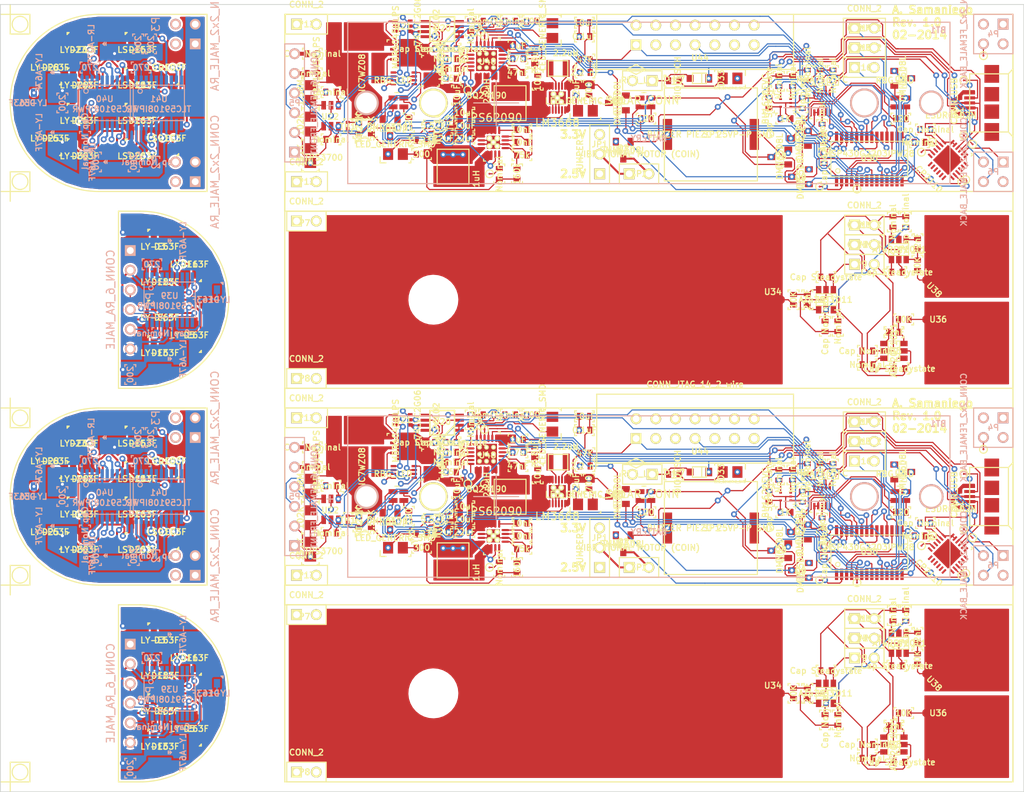
<source format=kicad_pcb>
(kicad_pcb (version 3) (host pcbnew "(2013-07-07 BZR 4022)-stable")
  (title_block (title "Bike Light") (rev V1.0) (comment 1 "A. Samaniego"))
  (layers (15 F.Cu signal) (2 Inner_3.3V_2.5V.Cu power hide) (1 Inner_GND.Cu power hide) (0 B.Cu signal hide) (18 B.Paste user) (19 F.Paste user) (20 B.SilkS user) (21 F.SilkS user hide) (22 B.Mask user) (23 F.Mask user) (28 Edge.Cuts user))
  (net 0 "")
  (net 1 +2.5V)
  (net 2 +3.3V)
  (net 3 /battery_charger/BATT)
  (net 4 /battery_charger/INT)
  (net 5 /battery_charger/OTG_EN)
  (net 6 /battery_charger/SCL)
  (net 7 /battery_charger/SDA)
  (net 8 /battery_charger/STATUS)
  (net 9 /battery_charger/USB_5V)
  (net 10 /battery_charger/USB_D+)
  (net 11 /battery_charger/USB_D-)
  (net 12 /battery_charger/~CHG_EN)
  (net 13 /battery_pack/battery_module_1/CHG)
  (net 14 /battery_pack/battery_module_1/NMOS_CTRL)
  (net 15 /battery_pack/battery_module_1/PMOS_CTRL)
  (net 16 /battery_pack/battery_module_1/V_BATT)
  (net 17 /battery_pack/battery_module_1/~CHG)
  (net 18 /battery_pack/battery_module_1/~OV)
  (net 19 /battery_pack/battery_module_1/~UV)
  (net 20 /interface_JTAG_2_wire/SBWTCK)
  (net 21 /interface_JTAG_2_wire/SBWTDIO)
  (net 22 "/interface_solar/SOLAR(+)")
  (net 23 /interface_usb/UART_RX)
  (net 24 /interface_usb/USB_ID)
  (net 25 /interface_usb/USB_SUSPEND)
  (net 26 /interface_usb/~RESET)
  (net 27 /micro_proc/ADC_BATT)
  (net 28 /micro_proc/ADC_LIGHT)
  (net 29 /micro_proc/LED_1)
  (net 30 /micro_proc/LED_2)
  (net 31 /micro_proc/LED_3)
  (net 32 /micro_proc/SPEAKER)
  (net 33 /micro_proc/TOUCH_1)
  (net 34 /micro_proc/TOUCH_2)
  (net 35 /micro_proc/TOUCH_3)
  (net 36 /micro_proc/UART_RX)
  (net 37 /micro_proc/VIBRATOR)
  (net 38 /output_general/BLUE_CTRL)
  (net 39 /output_general/GREEN_CTRL)
  (net 40 /output_general/RED_CTRL)
  (net 41 /output_signal_brake_2/BATT_IN)
  (net 42 /output_signal_brake_2/PWR_GOOD)
  (net 43 /output_signal_brake_2/brake_leds/CATHODE_1)
  (net 44 /output_signal_brake_2/brake_leds/CATHODE_2)
  (net 45 /output_signal_brake_2/brake_leds/CATHODE_3)
  (net 46 /output_signal_brake_2/brake_leds/CATHODE_4)
  (net 47 /output_signal_brake_2/brake_leds/CATHODE_5)
  (net 48 /output_signal_brake_2/brake_leds/CATHODE_6)
  (net 49 /output_signal_brake_2/brake_leds/CATHODE_7)
  (net 50 /output_signal_brake_2/brake_leds/CATHODE_8)
  (net 51 /output_signal_brake_2/signal_leds_back/CATHODE_1)
  (net 52 /output_signal_brake_2/signal_leds_back/CATHODE_2)
  (net 53 /output_signal_brake_2/signal_leds_back/CATHODE_3)
  (net 54 /output_signal_brake_2/signal_leds_back/CATHODE_4)
  (net 55 /output_signal_brake_2/signal_leds_back/CATHODE_5)
  (net 56 /output_signal_brake_2/signal_leds_back/CATHODE_6)
  (net 57 /output_signal_brake_2/signal_leds_back/CATHODE_7)
  (net 58 /output_signal_brake_2/signal_leds_back/CATHODE_8)
  (net 59 /output_signal_brake_2/signal_leds_front/CATHODE_1)
  (net 60 /output_signal_brake_2/signal_leds_front/CATHODE_2)
  (net 61 /output_signal_brake_2/signal_leds_front/CATHODE_3)
  (net 62 /output_signal_brake_2/signal_leds_front/CATHODE_4)
  (net 63 /output_signal_brake_2/signal_leds_front/CATHODE_5)
  (net 64 /output_signal_brake_2/signal_leds_front/CATHODE_6)
  (net 65 /output_signal_brake_2/signal_leds_front/CATHODE_7)
  (net 66 /output_signal_brake_2/signal_leds_front/CATHODE_8)
  (net 67 /output_signal_brake_2/~RESET)
  (net 68 /sensors_acceleration/~INT)
  (net 69 /sensors_light/CTRL_1)
  (net 70 /sensors_light/CTRL_2)
  (net 71 AGND)
  (net 72 N-00000100)
  (net 73 N-00000101)
  (net 74 N-00000102)
  (net 75 N-00000103)
  (net 76 N-00000104)
  (net 77 N-00000105)
  (net 78 N-00000106)
  (net 79 N-00000107)
  (net 80 N-00000118)
  (net 81 N-00000119)
  (net 82 N-00000121)
  (net 83 N-00000122)
  (net 84 N-00000123)
  (net 85 N-00000150)
  (net 86 N-00000168)
  (net 87 N-00000169)
  (net 88 N-00000170)
  (net 89 N-00000188)
  (net 90 N-00000193)
  (net 91 N-00000196)
  (net 92 N-00000197)
  (net 93 N-00000198)
  (net 94 N-00000200)
  (net 95 N-00000201)
  (net 96 N-0000047)
  (net 97 N-0000048)
  (net 98 N-0000049)
  (net 99 N-0000077)
  (net 100 N-0000078)
  (net 101 N-0000079)
  (net 102 N-0000080)
  (net 103 N-0000081)
  (net 104 N-0000082)
  (net 105 N-0000083)
  (net 106 N-0000084)
  (net 107 N-0000085)
  (net 108 N-0000086)
  (net 109 N-0000087)
  (net 110 N-0000088)
  (net 111 N-0000089)
  (net 112 N-0000090)
  (net 113 N-0000091)
  (net 114 N-0000092)
  (net 115 N-0000093)
  (net 116 N-0000094)
  (net 117 N-0000095)
  (net 118 N-0000096)
  (net 119 N-0000097)
  (net 120 N-0000098)
  (net 121 N-0000099)
  (module CONN_7x2_POL (layer F.Cu) (at 152.527 25.273)
    (fp_text reference U44 (at 8.255 1.651) (layer F.SilkS) (effects (font (size 0.762 0.762) (thickness 0.1524))))
    (fp_text value CONN_JTAG_14_2_wire (at 7.62 -6.985) (layer F.SilkS) (effects (font (size 0.762 0.762) (thickness 0.1524))))
    (pad 1 thru_hole rect (at 0 0) (size 1.397 1.397) (drill 0.889) (layers *.Cu *.Mask F.SilkS) (net 21 /interface_JTAG_2_wire/SBWTDIO))
    (pad 2 thru_hole circle (at 0 -2.54) (size 1.397 1.397) (drill 0.889) (layers *.Cu *.Mask F.SilkS))
    (pad 3 thru_hole circle (at 2.54 0) (size 1.397 1.397) (drill 0.889) (layers *.Cu *.Mask F.SilkS))
    (pad 4 thru_hole circle (at 2.54 -2.54) (size 1.397 1.397) (drill 0.889) (layers *.Cu *.Mask F.SilkS) (net 2 +3.3V))
    (pad 5 thru_hole circle (at 5.08 0) (size 1.397 1.397) (drill 0.889) (layers *.Cu *.Mask F.SilkS))
    (pad 6 thru_hole circle (at 5.08 -2.54) (size 1.397 1.397) (drill 0.889) (layers *.Cu *.Mask F.SilkS))
    (pad 7 thru_hole circle (at 7.62 0) (size 1.397 1.397) (drill 0.889) (layers *.Cu *.Mask F.SilkS) (net 20 /interface_JTAG_2_wire/SBWTCK))
    (pad 8 thru_hole circle (at 7.62 -2.54) (size 1.397 1.397) (drill 0.889) (layers *.Cu *.Mask F.SilkS))
    (pad 9 thru_hole circle (at 10.16 0) (size 1.397 1.397) (drill 0.889) (layers *.Cu *.Mask F.SilkS) (net 71 AGND))
    (pad 10 thru_hole circle (at 10.16 -2.54) (size 1.397 1.397) (drill 0.889) (layers *.Cu *.Mask F.SilkS))
    (pad 11 thru_hole circle (at 12.7 0) (size 1.397 1.397) (drill 0.889) (layers *.Cu *.Mask F.SilkS))
    (pad 12 thru_hole circle (at 12.7 -2.54) (size 1.397 1.397) (drill 0.889) (layers *.Cu *.Mask F.SilkS))
    (pad 13 thru_hole circle (at 15.24 0) (size 1.397 1.397) (drill 0.889) (layers *.Cu *.Mask F.SilkS))
    (pad 14 thru_hole circle (at 15.24 -2.54) (size 1.397 1.397) (drill 0.889) (layers *.Cu *.Mask F.SilkS))
  )
  (module LED_0805 (layer F.Cu) (at 163.7 29.6)
    (fp_text reference D32 hide)
    (fp_text value LED_GENERIC_SMD (at 0.9525 1.27) (layer F.SilkS) (effects (font (size 0.29972 0.29972) (thickness 0.06096))))
    (pad 1 smd rect (at 0 0) (size 1.30048 1.4986) (layers F.Cu F.Paste F.Mask) (net 89 N-00000188))
    (pad 2 smd rect (at 1.905 0) (size 1.30048 1.4986) (layers F.Cu F.Paste F.Mask) (net 71 AGND))
  )
  (module r_0603 (layer F.Cu) (at 157.4 29.9)
    (fp_text reference R13 hide)
    (fp_text value 1.55K (at 0 0) (layer F.SilkS) (effects (font (size 0.29972 0.29972) (thickness 0.06096))))
    (pad 1 smd rect (at -0.67945 0) (size 0.6604 0.9017) (layers F.Cu F.Paste F.Mask) (net 22 "/interface_solar/SOLAR(+)"))
    (pad 2 smd rect (at 0.67945 0) (size 0.6604 0.9017) (layers F.Cu F.Paste F.Mask) (net 89 N-00000188))
  )
  (module SMini2-F5-B (layer F.Cu) (at 161.9 29.6 90)
    (fp_text reference D33 (at 0 1.6 90) (layer F.SilkS) (effects (font (size 0.762 0.762) (thickness 0.1524))))
    (fp_text value DIODESCH (at 0 -4 90) (layer F.SilkS) (effects (font (size 0.762 0.762) (thickness 0.1524))))
    (pad 1 smd rect (at 0 -2.4 90) (size 0.9 0.9) (layers F.Cu F.Paste F.Mask) (net 22 "/interface_solar/SOLAR(+)"))
    (pad 2 smd rect (at 0 0 90) (size 1.1 0.9) (layers F.Cu F.Paste F.Mask) (net 9 /battery_charger/USB_5V))
  )
  (module CONN_2x1 (layer F.Cu) (at 154.6 29.9 180)
    (fp_text reference P17 (at -2.8 0 180) (layer F.SilkS))
    (fp_text value SOLAR_CONN (at 1.27 -2.54 180) (layer F.SilkS))
    (pad 1 thru_hole rect (at 0 0 180) (size 1.397 1.397) (drill 0.889) (layers *.Cu *.Mask F.SilkS) (net 22 "/interface_solar/SOLAR(+)"))
    (pad 2 thru_hole circle (at 2.54 0 180) (size 1.397 1.397) (drill 0.889) (layers *.Cu *.Mask F.SilkS) (net 71 AGND))
  )
  (module CONN_6_MALE_RA (layer B.Cu) (at 87.249 51.816 270)
    (fp_text reference P1 (at 6.35 -2.54 270) (layer B.SilkS) (effects (justify mirror)))
    (fp_text value CONN_6_RA_MALE (at 6.35 2.54 270) (layer B.SilkS) (effects (justify mirror)))
    (pad 1 thru_hole rect (at 0 0 270) (size 1.397 1.397) (drill 0.889) (layers *.Cu *.Mask B.SilkS) (net 1 +2.5V))
    (pad 2 thru_hole circle (at 2.54 0 270) (size 1.397 1.397) (drill 0.889) (layers *.Cu *.Mask B.SilkS) (net 2 +3.3V))
    (pad 3 thru_hole circle (at 5.08 0 270) (size 1.397 1.397) (drill 0.889) (layers *.Cu *.Mask B.SilkS) (net 6 /battery_charger/SCL))
    (pad 4 thru_hole circle (at 7.62 0 270) (size 1.397 1.397) (drill 0.889) (layers *.Cu *.Mask B.SilkS) (net 7 /battery_charger/SDA))
    (pad 5 thru_hole circle (at 10.16 0 270) (size 1.397 1.397) (drill 0.889) (layers *.Cu *.Mask B.SilkS) (net 67 /output_signal_brake_2/~RESET))
    (pad 6 thru_hole circle (at 12.7 0 270) (size 1.397 1.397) (drill 0.889) (layers *.Cu *.Mask B.SilkS) (net 71 AGND))
  )
  (module CONN_2x2_MALE_RA (layer B.Cu) (at 95.631 25.146 90)
    (fp_text reference P3 (at 2.54 -5.08 90) (layer B.SilkS) (effects (justify mirror)))
    (fp_text value CONN_2x2_MALE_RA (at 1.27 2.54 90) (layer B.SilkS) (effects (justify mirror)))
    (pad 1 thru_hole rect (at 0 0 90) (size 1.397 1.397) (drill 0.889) (layers *.Cu *.Mask B.SilkS) (net 71 AGND))
    (pad 2 thru_hole circle (at 0 -2.54 90) (size 1.397 1.397) (drill 0.889) (layers *.Cu *.Mask B.SilkS) (net 6 /battery_charger/SCL))
    (pad 3 thru_hole circle (at 2.54 -2.54 90) (size 1.397 1.397) (drill 0.889) (layers *.Cu *.Mask B.SilkS) (net 7 /battery_charger/SDA))
    (pad 4 thru_hole circle (at 2.54 0 90) (size 1.397 1.397) (drill 0.889) (layers *.Cu *.Mask B.SilkS) (net 71 AGND))
  )
  (module CONN_2x2_MALE_RA (layer B.Cu) (at 95.631 42.926 90)
    (fp_text reference P2 (at 2.54 -5.08 90) (layer B.SilkS) (effects (justify mirror)))
    (fp_text value CONN_2x2_MALE_RA (at 1.27 2.54 90) (layer B.SilkS) (effects (justify mirror)))
    (pad 1 thru_hole rect (at 0 0 90) (size 1.397 1.397) (drill 0.889) (layers *.Cu *.Mask B.SilkS) (net 1 +2.5V))
    (pad 2 thru_hole circle (at 0 -2.54 90) (size 1.397 1.397) (drill 0.889) (layers *.Cu *.Mask B.SilkS) (net 2 +3.3V))
    (pad 3 thru_hole circle (at 2.54 -2.54 90) (size 1.397 1.397) (drill 0.889) (layers *.Cu *.Mask B.SilkS) (net 67 /output_signal_brake_2/~RESET))
    (pad 4 thru_hole circle (at 2.54 0 90) (size 1.397 1.397) (drill 0.889) (layers *.Cu *.Mask B.SilkS) (net 1 +2.5V))
  )
  (module QFN_16 (layer F.Cu) (at 134.112 37.846)
    (fp_text reference U42 hide)
    (fp_text value TPS62090 (at 0 -3.175) (layer F.SilkS))
    (pad 5 smd oval (at 1.545 0.75 90) (size 0.28 1) (layers F.Cu F.Paste F.Mask) (net 88 N-00000170))
    (pad 6 smd oval (at 1.545 0.25 90) (size 0.28 1) (layers F.Cu F.Paste F.Mask) (net 71 AGND))
    (pad 7 smd oval (at 1.545 -0.25 90) (size 0.28 1) (layers F.Cu F.Paste F.Mask) (net 87 N-00000169))
    (pad 8 smd oval (at 1.545 -0.75 90) (size 0.28 1) (layers F.Cu F.Paste F.Mask) (net 85 N-00000150))
    (pad 13 smd oval (at -1.545 -0.75 90) (size 0.28 1) (layers F.Cu F.Paste F.Mask) (net 41 /output_signal_brake_2/BATT_IN))
    (pad 14 smd oval (at -1.545 -0.25 90) (size 0.28 1) (layers F.Cu F.Paste F.Mask) (net 71 AGND))
    (pad 15 smd oval (at -1.545 0.25 90) (size 0.28 1) (layers F.Cu F.Paste F.Mask) (net 71 AGND))
    (pad 16 smd oval (at -1.545 0.75 90) (size 0.28 1) (layers F.Cu F.Paste F.Mask) (net 1 +2.5V))
    (pad 1 smd oval (at -0.75 1.545) (size 0.28 1) (layers F.Cu F.Paste F.Mask) (net 84 N-00000123))
    (pad 2 smd oval (at -0.25 1.545) (size 0.28 1) (layers F.Cu F.Paste F.Mask) (net 84 N-00000123))
    (pad 3 smd oval (at 0.25 1.545) (size 0.28 1) (layers F.Cu F.Paste F.Mask) (net 41 /output_signal_brake_2/BATT_IN))
    (pad 4 smd oval (at 0.75 1.545) (size 0.28 1) (layers F.Cu F.Paste F.Mask) (net 42 /output_signal_brake_2/PWR_GOOD))
    (pad 9 smd oval (at 0.75 -1.545) (size 0.28 1) (layers F.Cu F.Paste F.Mask) (net 86 N-00000168))
    (pad 10 smd oval (at 0.25 -1.545) (size 0.28 1) (layers F.Cu F.Paste F.Mask) (net 41 /output_signal_brake_2/BATT_IN))
    (pad 11 smd oval (at -0.25 -1.545) (size 0.28 1) (layers F.Cu F.Paste F.Mask) (net 41 /output_signal_brake_2/BATT_IN))
    (pad 12 smd oval (at -0.75 -1.545) (size 0.28 1) (layers F.Cu F.Paste F.Mask) (net 41 /output_signal_brake_2/BATT_IN))
    (pad 17 smd rect (at 0 0) (size 1.7 1.7) (layers F.Cu F.Paste F.Mask) (net 71 AGND))
    (pad 17 thru_hole circle (at 0 0) (size 0.7366 0.7366) (drill 0.381) (layers *.Cu *.Mask F.SilkS) (net 71 AGND))
    (pad 17 thru_hole circle (at 0.5 -0.5) (size 0.7366 0.7366) (drill 0.381) (layers *.Cu *.Mask F.SilkS) (net 71 AGND))
    (pad 17 thru_hole circle (at 0.5 0.5) (size 0.7366 0.7366) (drill 0.381) (layers *.Cu *.Mask F.SilkS) (net 71 AGND))
    (pad 17 thru_hole circle (at -0.5 0.5) (size 0.7366 0.7366) (drill 0.381) (layers *.Cu *.Mask F.SilkS) (net 71 AGND))
    (pad 17 thru_hole circle (at -0.5 -0.5) (size 0.7366 0.7366) (drill 0.381) (layers *.Cu *.Mask F.SilkS) (net 71 AGND))
  )
  (module WSON_12_thinpads (layer F.Cu) (at 142.367 32.131 180)
    (fp_text reference U43 hide)
    (fp_text value LM3668 (at 0 -3.175 180) (layer F.SilkS))
    (pad 13 smd rect (at 0 0 180) (size 2.2 1.7) (layers F.Cu F.Paste F.Mask) (net 71 AGND))
    (pad 13 thru_hole circle (at 0 0 180) (size 0.7366 0.7366) (drill 0.381) (layers *.Cu *.Mask F.SilkS) (net 71 AGND))
    (pad 13 thru_hole circle (at 0.5 -0.5 180) (size 0.7366 0.7366) (drill 0.381) (layers *.Cu *.Mask F.SilkS) (net 71 AGND))
    (pad 13 thru_hole circle (at 0.5 0.5 180) (size 0.7366 0.7366) (drill 0.381) (layers *.Cu *.Mask F.SilkS) (net 71 AGND))
    (pad 13 thru_hole circle (at -0.5 0.5 180) (size 0.7366 0.7366) (drill 0.381) (layers *.Cu *.Mask F.SilkS) (net 71 AGND))
    (pad 13 thru_hole circle (at -0.5 -0.5 180) (size 0.7366 0.7366) (drill 0.381) (layers *.Cu *.Mask F.SilkS) (net 71 AGND))
    (pad 3 smd oval (at -0.2 1.545 180) (size 0.247 1) (layers F.Cu F.Paste F.Mask) (net 71 AGND))
    (pad 4 smd oval (at 0.2 1.545 180) (size 0.247 1) (layers F.Cu F.Paste F.Mask) (net 97 N-0000048))
    (pad 5 smd oval (at 0.6 1.545 180) (size 0.247 1) (layers F.Cu F.Paste F.Mask) (net 41 /output_signal_brake_2/BATT_IN))
    (pad 6 smd oval (at 1 1.545 180) (size 0.247 1) (layers F.Cu F.Paste F.Mask) (net 41 /output_signal_brake_2/BATT_IN))
    (pad 1 smd oval (at -1 1.545 180) (size 0.247 1) (layers F.Cu F.Paste F.Mask) (net 2 +3.3V))
    (pad 2 smd oval (at -0.6 1.545 180) (size 0.247 1) (layers F.Cu F.Paste F.Mask) (net 98 N-0000049))
    (pad 7 smd oval (at 1 -1.545 180) (size 0.247 1) (layers F.Cu F.Paste F.Mask) (net 41 /output_signal_brake_2/BATT_IN))
    (pad 8 smd oval (at 0.6 -1.545 180) (size 0.247 1) (layers F.Cu F.Paste F.Mask) (net 71 AGND))
    (pad 9 smd oval (at 0.2 -1.545 180) (size 0.247 1) (layers F.Cu F.Paste F.Mask) (net 71 AGND))
    (pad 10 smd oval (at -0.2 -1.545 180) (size 0.247 1) (layers F.Cu F.Paste F.Mask) (net 71 AGND))
    (pad 11 smd oval (at -0.6 -1.545 180) (size 0.247 1) (layers F.Cu F.Paste F.Mask) (net 41 /output_signal_brake_2/BATT_IN))
    (pad 12 smd oval (at -1 -1.545 180) (size 0.247 1) (layers F.Cu F.Paste F.Mask) (net 2 +3.3V))
  )
  (module r_0805 (layer F.Cu) (at 110.49 38.608 270)
    (fp_text reference R6 hide)
    (fp_text value 191K (at 0.9525 1.27 270) (layer F.SilkS) (effects (font (size 0.762 0.762) (thickness 0.1524))))
    (pad 1 smd rect (at 0 0 270) (size 1.30048 1.4986) (layers F.Cu F.Paste F.Mask) (net 94 N-00000200))
    (pad 2 smd rect (at 1.905 0 270) (size 1.30048 1.4986) (layers F.Cu F.Paste F.Mask) (net 71 AGND))
  )
  (module r_0805 (layer F.Cu) (at 110.49 34.544 270)
    (fp_text reference R5 hide)
    (fp_text value 102K (at 0.9525 1.27 270) (layer F.SilkS) (effects (font (size 0.762 0.762) (thickness 0.1524))))
    (pad 1 smd rect (at 0 0 270) (size 1.30048 1.4986) (layers F.Cu F.Paste F.Mask) (net 95 N-00000201))
    (pad 2 smd rect (at 1.905 0 270) (size 1.30048 1.4986) (layers F.Cu F.Paste F.Mask) (net 94 N-00000200))
  )
  (module r_0805 (layer F.Cu) (at 110.49 30.48 270)
    (fp_text reference R2 hide)
    (fp_text value 1.58M (at 0.9525 1.27 270) (layer F.SilkS) (effects (font (size 0.762 0.762) (thickness 0.1524))))
    (pad 1 smd rect (at 0 0 270) (size 1.30048 1.4986) (layers F.Cu F.Paste F.Mask) (net 92 N-00000197))
    (pad 2 smd rect (at 1.905 0 270) (size 1.30048 1.4986) (layers F.Cu F.Paste F.Mask) (net 95 N-00000201))
  )
  (module TEST_PT (layer F.Cu) (at 132.969 24.13)
    (fp_text reference U8 hide)
    (fp_text value TEST_PT hide)
    (pad 1 smd circle (at 0 0) (size 0.254 0.254) (layers F.Cu F.Paste F.Mask) (net 8 /battery_charger/STATUS))
  )
  (module TEST_PT (layer F.Cu) (at 130.302 26.035)
    (fp_text reference U9 hide)
    (fp_text value TEST_PT hide)
    (pad 1 smd circle (at 0 0) (size 0.254 0.254) (layers F.Cu F.Paste F.Mask) (net 5 /battery_charger/OTG_EN))
  )
  (module TEST_PT (layer F.Cu) (at 130.302 27.051)
    (fp_text reference U10 hide)
    (fp_text value TEST_PT hide)
    (pad 1 smd circle (at 0 0) (size 0.254 0.254) (layers F.Cu F.Paste F.Mask) (net 12 /battery_charger/~CHG_EN))
  )
  (module TEST_PT (layer F.Cu) (at 181.0385 43.8785)
    (fp_text reference U11 hide)
    (fp_text value TEST_PT hide)
    (pad 1 smd circle (at 0 0) (size 0.254 0.254) (layers F.Cu F.Paste F.Mask) (net 28 /micro_proc/ADC_LIGHT))
  )
  (module TEST_PT (layer F.Cu) (at 190.754 37.846)
    (fp_text reference U13 hide)
    (fp_text value TEST_PT hide)
    (pad 1 smd circle (at 0 0) (size 0.254 0.254) (layers F.Cu F.Paste F.Mask) (net 26 /interface_usb/~RESET))
  )
  (module TEST_PT (layer F.Cu) (at 194.564 42.926)
    (fp_text reference U12 hide)
    (fp_text value TEST_PT hide)
    (pad 1 smd circle (at 0 0) (size 0.254 0.254) (layers F.Cu F.Paste F.Mask) (net 23 /interface_usb/UART_RX))
  )
  (module TEST_PT (layer F.Cu) (at 176.2125 43.561)
    (fp_text reference U3 hide)
    (fp_text value TEST_PT hide)
    (pad 1 smd circle (at 0 0) (size 0.254 0.254) (layers F.Cu F.Paste F.Mask) (net 27 /micro_proc/ADC_BATT))
  )
  (module TEST_PT (layer F.Cu) (at 130.81 31.115)
    (fp_text reference U7 hide)
    (fp_text value TEST_PT hide)
    (pad 1 smd circle (at 0 0) (size 0.254 0.254) (layers F.Cu F.Paste F.Mask) (net 3 /battery_charger/BATT))
  )
  (module TEST_PT (layer F.Cu) (at 194.818 36.957)
    (fp_text reference U16 hide)
    (fp_text value TEST_PT hide)
    (pad 1 smd circle (at 0 0) (size 0.254 0.254) (layers F.Cu F.Paste F.Mask) (net 11 /battery_charger/USB_D-))
  )
  (module TEST_PT (layer F.Cu) (at 195.961 38.1 45)
    (fp_text reference U17 hide)
    (fp_text value TEST_PT hide)
    (pad 1 smd circle (at 0 0 45) (size 0.254 0.254) (layers F.Cu F.Paste F.Mask) (net 10 /battery_charger/USB_D+))
  )
  (module TEST_PT (layer F.Cu) (at 194.818 29.845)
    (fp_text reference U19 hide)
    (fp_text value TEST_PT hide)
    (pad 1 smd circle (at 0 0) (size 0.254 0.254) (layers F.Cu F.Paste F.Mask) (net 24 /interface_usb/USB_ID))
  )
  (module TEST_PT (layer F.Cu) (at 194.056 34.163)
    (fp_text reference U18 hide)
    (fp_text value TEST_PT hide)
    (pad 1 smd circle (at 0 0) (size 0.254 0.254) (layers F.Cu F.Paste F.Mask) (net 9 /battery_charger/USB_5V))
  )
  (module TEST_PT (layer F.Cu) (at 189.357 39.116)
    (fp_text reference U15 hide)
    (fp_text value TEST_PT hide)
    (pad 1 smd circle (at 0 0) (size 0.254 0.254) (layers F.Cu F.Paste F.Mask) (net 25 /interface_usb/USB_SUSPEND))
  )
  (module TEST_PT (layer F.Cu) (at 197.358 26.67)
    (fp_text reference U6 hide)
    (fp_text value TEST_PT hide)
    (pad 1 smd circle (at 0 0) (size 0.254 0.254) (layers F.Cu F.Paste F.Mask) (net 67 /output_signal_brake_2/~RESET))
  )
  (module TEST_PT (layer F.Cu) (at 132.08 22.987)
    (fp_text reference U4 hide)
    (fp_text value TEST_PT hide)
    (pad 1 smd circle (at 0 0) (size 0.254 0.254) (layers F.Cu F.Paste F.Mask) (net 7 /battery_charger/SDA))
  )
  (module TEST_PT (layer F.Cu) (at 132.461 23.622)
    (fp_text reference U2 hide)
    (fp_text value TEST_PT hide)
    (pad 1 smd circle (at 0 0) (size 0.254 0.254) (layers F.Cu F.Paste F.Mask) (net 6 /battery_charger/SCL))
  )
  (module TEST_PT (layer F.Cu) (at 132.969 31.115)
    (fp_text reference U1 hide)
    (fp_text value TEST_PT hide)
    (pad 1 smd circle (at 0 0) (size 0.254 0.254) (layers F.Cu F.Paste F.Mask) (net 41 /output_signal_brake_2/BATT_IN))
  )
  (module TEST_PT (layer F.Cu) (at 195.072 42.672)
    (fp_text reference U14 hide)
    (fp_text value TEST_PT hide)
    (pad 1 smd circle (at 0 0) (size 0.254 0.254) (layers F.Cu F.Paste F.Mask) (net 36 /micro_proc/UART_RX))
  )
  (module TEST_PT (layer F.Cu) (at 133.604 41.91)
    (fp_text reference U5 hide)
    (fp_text value TEST_PT hide)
    (pad 1 smd circle (at 0 0) (size 0.254 0.254) (layers F.Cu F.Paste F.Mask) (net 42 /output_signal_brake_2/PWR_GOOD))
  )
  (module r_0603 (layer F.Cu) (at 113.157 31.369)
    (fp_text reference R3 hide)
    (fp_text value Nominal (at 0 0) (layer F.SilkS) (effects (font (size 0.762 0.762) (thickness 0.1524))))
    (pad 1 smd rect (at -0.67945 0) (size 0.6604 0.9017) (layers F.Cu F.Paste F.Mask) (net 2 +3.3V))
    (pad 2 smd rect (at 0.67945 0) (size 0.6604 0.9017) (layers F.Cu F.Paste F.Mask) (net 19 /battery_pack/battery_module_1/~UV))
  )
  (module r_0603 (layer F.Cu) (at 113.157 37.465)
    (fp_text reference R4 hide)
    (fp_text value Nominal (at 0 0) (layer F.SilkS) (effects (font (size 0.762 0.762) (thickness 0.1524))))
    (pad 1 smd rect (at -0.67945 0) (size 0.6604 0.9017) (layers F.Cu F.Paste F.Mask) (net 2 +3.3V))
    (pad 2 smd rect (at 0.67945 0) (size 0.6604 0.9017) (layers F.Cu F.Paste F.Mask) (net 18 /battery_pack/battery_module_1/~OV))
  )
  (module r_0603 (layer B.Cu) (at 87.6935 40.386 270)
    (fp_text reference R9 hide)
    (fp_text value 200 (at 0 0 270) (layer B.SilkS) (effects (font (size 0.762 0.762) (thickness 0.1524)) (justify mirror)))
    (pad 1 smd rect (at -0.67945 0 270) (size 0.6604 0.9017) (layers B.Cu B.Paste B.Mask) (net 1 +2.5V))
    (pad 2 smd rect (at 0.67945 0 270) (size 0.6604 0.9017) (layers B.Cu B.Paste B.Mask) (net 49 /output_signal_brake_2/brake_leds/CATHODE_7))
  )
  (module r_0603 (layer F.Cu) (at 172.847 58.166 90)
    (fp_text reference R22 hide)
    (fp_text value 10K (at 0 0 90) (layer F.SilkS) (effects (font (size 0.762 0.762) (thickness 0.1524))))
    (pad 1 smd rect (at -0.67945 0 90) (size 0.6604 0.9017) (layers F.Cu F.Paste F.Mask) (net 103 N-0000081))
    (pad 2 smd rect (at 0.67945 0 90) (size 0.6604 0.9017) (layers F.Cu F.Paste F.Mask) (net 104 N-0000082))
  )
  (module r_0603 (layer F.Cu) (at 176.276 29.21 270)
    (fp_text reference R21 hide)
    (fp_text value Nominal (at 0 0 270) (layer F.SilkS) (effects (font (size 0.762 0.762) (thickness 0.1524))))
    (pad 1 smd rect (at -0.67945 0 270) (size 0.6604 0.9017) (layers F.Cu F.Paste F.Mask) (net 2 +3.3V))
    (pad 2 smd rect (at 0.67945 0 270) (size 0.6604 0.9017) (layers F.Cu F.Paste F.Mask) (net 7 /battery_charger/SDA))
  )
  (module r_0603 (layer F.Cu) (at 177.927 29.21 270)
    (fp_text reference R20 hide)
    (fp_text value Nominal (at 0 0 270) (layer F.SilkS) (effects (font (size 0.762 0.762) (thickness 0.1524))))
    (pad 1 smd rect (at -0.67945 0 270) (size 0.6604 0.9017) (layers F.Cu F.Paste F.Mask) (net 2 +3.3V))
    (pad 2 smd rect (at 0.67945 0 270) (size 0.6604 0.9017) (layers F.Cu F.Paste F.Mask) (net 6 /battery_charger/SCL))
  )
  (module r_0603 (layer F.Cu) (at 170.942 29.972 90)
    (fp_text reference R19 hide)
    (fp_text value Nominal (at 0 0 90) (layer F.SilkS) (effects (font (size 0.762 0.762) (thickness 0.1524))))
    (pad 1 smd rect (at -0.67945 0 90) (size 0.6604 0.9017) (layers F.Cu F.Paste F.Mask) (net 70 /sensors_light/CTRL_2))
    (pad 2 smd rect (at 0.67945 0 90) (size 0.6604 0.9017) (layers F.Cu F.Paste F.Mask) (net 71 AGND))
  )
  (module r_0603 (layer F.Cu) (at 171.831 34.798)
    (fp_text reference R17 hide)
    (fp_text value 1K (at 0 0) (layer F.SilkS) (effects (font (size 0.762 0.762) (thickness 0.1524))))
    (pad 1 smd rect (at -0.67945 0) (size 0.6604 0.9017) (layers F.Cu F.Paste F.Mask) (net 28 /micro_proc/ADC_LIGHT))
    (pad 2 smd rect (at 0.67945 0) (size 0.6604 0.9017) (layers F.Cu F.Paste F.Mask) (net 71 AGND))
  )
  (module r_0603 (layer F.Cu) (at 172.72 29.972 90)
    (fp_text reference R18 hide)
    (fp_text value Nominal (at 0 0 90) (layer F.SilkS) (effects (font (size 0.762 0.762) (thickness 0.1524))))
    (pad 1 smd rect (at -0.67945 0 90) (size 0.6604 0.9017) (layers F.Cu F.Paste F.Mask) (net 69 /sensors_light/CTRL_1))
    (pad 2 smd rect (at 0.67945 0 90) (size 0.6604 0.9017) (layers F.Cu F.Paste F.Mask) (net 71 AGND))
  )
  (module r_0603 (layer B.Cu) (at 78.486 32.766 90)
    (fp_text reference R12 hide)
    (fp_text value 200 (at 0 0 90) (layer B.SilkS) (effects (font (size 0.762 0.762) (thickness 0.1524)) (justify mirror)))
    (pad 1 smd rect (at -0.67945 0 90) (size 0.6604 0.9017) (layers B.Cu B.Paste B.Mask) (net 1 +2.5V))
    (pad 2 smd rect (at 0.67945 0 90) (size 0.6604 0.9017) (layers B.Cu B.Paste B.Mask) (net 58 /output_signal_brake_2/signal_leds_back/CATHODE_8))
  )
  (module r_0603 (layer F.Cu) (at 186.69 34.798 180)
    (fp_text reference R30 hide)
    (fp_text value 120 (at 0 0 180) (layer F.SilkS) (effects (font (size 0.762 0.762) (thickness 0.1524))))
    (pad 1 smd rect (at -0.67945 0 180) (size 0.6604 0.9017) (layers F.Cu F.Paste F.Mask) (net 121 N-0000099))
    (pad 2 smd rect (at 0.67945 0 180) (size 0.6604 0.9017) (layers F.Cu F.Paste F.Mask) (net 120 N-0000098))
  )
  (module r_0603 (layer F.Cu) (at 153.797 34.798 180)
    (fp_text reference R29 hide)
    (fp_text value 120 (at 0 0 180) (layer F.SilkS) (effects (font (size 0.762 0.762) (thickness 0.1524))))
    (pad 1 smd rect (at -0.67945 0 180) (size 0.6604 0.9017) (layers F.Cu F.Paste F.Mask) (net 118 N-0000096))
    (pad 2 smd rect (at 0.67945 0 180) (size 0.6604 0.9017) (layers F.Cu F.Paste F.Mask) (net 120 N-0000098))
  )
  (module r_0603 (layer F.Cu) (at 123.19 35.306 270)
    (fp_text reference R28 hide)
    (fp_text value 120 (at 0 0 270) (layer F.SilkS) (effects (font (size 0.762 0.762) (thickness 0.1524))))
    (pad 1 smd rect (at -0.67945 0 270) (size 0.6604 0.9017) (layers F.Cu F.Paste F.Mask) (net 119 N-0000097))
    (pad 2 smd rect (at 0.67945 0 270) (size 0.6604 0.9017) (layers F.Cu F.Paste F.Mask) (net 120 N-0000098))
  )
  (module r_0603 (layer F.Cu) (at 185.674 48.133 90)
    (fp_text reference R27 hide)
    (fp_text value Nominal (at 0 0 90) (layer F.SilkS) (effects (font (size 0.762 0.762) (thickness 0.1524))))
    (pad 1 smd rect (at -0.67945 0 90) (size 0.6604 0.9017) (layers F.Cu F.Paste F.Mask) (net 109 N-0000087))
    (pad 2 smd rect (at 0.67945 0 90) (size 0.6604 0.9017) (layers F.Cu F.Paste F.Mask) (net 71 AGND))
  )
  (module r_0603 (layer F.Cu) (at 182.372 66.548 180)
    (fp_text reference R25 hide)
    (fp_text value Nominal (at 0 0 180) (layer F.SilkS) (effects (font (size 0.762 0.762) (thickness 0.1524))))
    (pad 1 smd rect (at -0.67945 0 180) (size 0.6604 0.9017) (layers F.Cu F.Paste F.Mask) (net 99 N-0000077))
    (pad 2 smd rect (at 0.67945 0 180) (size 0.6604 0.9017) (layers F.Cu F.Paste F.Mask) (net 71 AGND))
  )
  (module r_0603 (layer F.Cu) (at 178.562 61.595 270)
    (fp_text reference R23 hide)
    (fp_text value Nominal (at 0 0 270) (layer F.SilkS) (effects (font (size 0.762 0.762) (thickness 0.1524))))
    (pad 1 smd rect (at -0.67945 0 270) (size 0.6604 0.9017) (layers F.Cu F.Paste F.Mask) (net 106 N-0000084))
    (pad 2 smd rect (at 0.67945 0 270) (size 0.6604 0.9017) (layers F.Cu F.Paste F.Mask) (net 71 AGND))
  )
  (module r_0603 (layer B.Cu) (at 87.249 67.818 90)
    (fp_text reference R7 hide)
    (fp_text value 200 (at 0 0 90) (layer B.SilkS) (effects (font (size 0.762 0.762) (thickness 0.1524)) (justify mirror)))
    (pad 1 smd rect (at -0.67945 0 90) (size 0.6604 0.9017) (layers B.Cu B.Paste B.Mask) (net 1 +2.5V))
    (pad 2 smd rect (at 0.67945 0 90) (size 0.6604 0.9017) (layers B.Cu B.Paste B.Mask) (net 66 /output_signal_brake_2/signal_leds_front/CATHODE_8))
  )
  (module r_0603 (layer F.Cu) (at 188.849 53.721 90)
    (fp_text reference R26 hide)
    (fp_text value 10K (at 0 0 90) (layer F.SilkS) (effects (font (size 0.762 0.762) (thickness 0.1524))))
    (pad 1 smd rect (at -0.67945 0 90) (size 0.6604 0.9017) (layers F.Cu F.Paste F.Mask) (net 110 N-0000088))
    (pad 2 smd rect (at 0.67945 0 90) (size 0.6604 0.9017) (layers F.Cu F.Paste F.Mask) (net 107 N-0000085))
  )
  (module r_0603 (layer B.Cu) (at 89.916 25.146 270)
    (fp_text reference R10 hide)
    (fp_text value 200 (at 0 0 270) (layer B.SilkS) (effects (font (size 0.762 0.762) (thickness 0.1524)) (justify mirror)))
    (pad 1 smd rect (at -0.67945 0 270) (size 0.6604 0.9017) (layers B.Cu B.Paste B.Mask) (net 1 +2.5V))
    (pad 2 smd rect (at 0.67945 0 270) (size 0.6604 0.9017) (layers B.Cu B.Paste B.Mask) (net 50 /output_signal_brake_2/brake_leds/CATHODE_8))
  )
  (module r_0603 (layer B.Cu) (at 88.265 25.146 270)
    (fp_text reference R11 hide)
    (fp_text value 200 (at 0 0 270) (layer B.SilkS) (effects (font (size 0.762 0.762) (thickness 0.1524)) (justify mirror)))
    (pad 1 smd rect (at -0.67945 0 270) (size 0.6604 0.9017) (layers B.Cu B.Paste B.Mask) (net 1 +2.5V))
    (pad 2 smd rect (at 0.67945 0 270) (size 0.6604 0.9017) (layers B.Cu B.Paste B.Mask) (net 50 /output_signal_brake_2/brake_leds/CATHODE_8))
  )
  (module r_0603 (layer F.Cu) (at 187.071 60.706 180)
    (fp_text reference R24 hide)
    (fp_text value 10K (at 0 0 180) (layer F.SilkS) (effects (font (size 0.762 0.762) (thickness 0.1524))))
    (pad 1 smd rect (at -0.67945 0 180) (size 0.6604 0.9017) (layers F.Cu F.Paste F.Mask) (net 101 N-0000079))
    (pad 2 smd rect (at 0.67945 0 180) (size 0.6604 0.9017) (layers F.Cu F.Paste F.Mask) (net 102 N-0000080))
  )
  (module r_0603 (layer B.Cu) (at 82.804 40.386 270)
    (fp_text reference R8 hide)
    (fp_text value 200 (at 0 0 270) (layer B.SilkS) (effects (font (size 0.762 0.762) (thickness 0.1524)) (justify mirror)))
    (pad 1 smd rect (at -0.67945 0 270) (size 0.6604 0.9017) (layers B.Cu B.Paste B.Mask) (net 1 +2.5V))
    (pad 2 smd rect (at 0.67945 0 270) (size 0.6604 0.9017) (layers B.Cu B.Paste B.Mask) (net 49 /output_signal_brake_2/brake_leds/CATHODE_7))
  )
  (module r_0603 (layer F.Cu) (at 145.923 27.178)
    (fp_text reference R46 hide)
    (fp_text value 47K (at 0 0) (layer F.SilkS) (effects (font (size 0.762 0.762) (thickness 0.1524))))
    (pad 1 smd rect (at -0.67945 0) (size 0.6604 0.9017) (layers F.Cu F.Paste F.Mask) (net 2 +3.3V))
    (pad 2 smd rect (at 0.67945 0) (size 0.6604 0.9017) (layers F.Cu F.Paste F.Mask) (net 21 /interface_JTAG_2_wire/SBWTDIO))
  )
  (module r_0603 (layer F.Cu) (at 189.103 37.846)
    (fp_text reference R47 hide)
    (fp_text value Nominal (at 0 0) (layer F.SilkS) (effects (font (size 0.762 0.762) (thickness 0.1524))))
    (pad 1 smd rect (at -0.67945 0) (size 0.6604 0.9017) (layers F.Cu F.Paste F.Mask) (net 2 +3.3V))
    (pad 2 smd rect (at 0.67945 0) (size 0.6604 0.9017) (layers F.Cu F.Paste F.Mask) (net 26 /interface_usb/~RESET))
  )
  (module r_0603 (layer F.Cu) (at 131.191 22.86 270)
    (fp_text reference R50 hide)
    (fp_text value Nominal (at 0 0 270) (layer F.SilkS) (effects (font (size 0.762 0.762) (thickness 0.1524))))
    (pad 1 smd rect (at -0.67945 0 270) (size 0.6604 0.9017) (layers F.Cu F.Paste F.Mask) (net 2 +3.3V))
    (pad 2 smd rect (at 0.67945 0 270) (size 0.6604 0.9017) (layers F.Cu F.Paste F.Mask) (net 4 /battery_charger/INT))
  )
  (module r_0603 (layer F.Cu) (at 133.477 22.225)
    (fp_text reference R51 hide)
    (fp_text value Nominal (at 0 0) (layer F.SilkS) (effects (font (size 0.762 0.762) (thickness 0.1524))))
    (pad 1 smd rect (at -0.67945 0) (size 0.6604 0.9017) (layers F.Cu F.Paste F.Mask) (net 2 +3.3V))
    (pad 2 smd rect (at 0.67945 0) (size 0.6604 0.9017) (layers F.Cu F.Paste F.Mask) (net 7 /battery_charger/SDA))
  )
  (module r_0603 (layer F.Cu) (at 136.271 22.225 180)
    (fp_text reference R52 hide)
    (fp_text value Nominal (at 0 0 180) (layer F.SilkS) (effects (font (size 0.762 0.762) (thickness 0.1524))))
    (pad 1 smd rect (at -0.67945 0 180) (size 0.6604 0.9017) (layers F.Cu F.Paste F.Mask) (net 2 +3.3V))
    (pad 2 smd rect (at 0.67945 0 180) (size 0.6604 0.9017) (layers F.Cu F.Paste F.Mask) (net 6 /battery_charger/SCL))
  )
  (module r_0603 (layer F.Cu) (at 118.364 36.068 90)
    (fp_text reference R53 hide)
    (fp_text value 5.52K (at 0 0 90) (layer F.SilkS) (effects (font (size 0.762 0.762) (thickness 0.1524))))
    (pad 1 smd rect (at -0.67945 0 90) (size 0.6604 0.9017) (layers F.Cu F.Paste F.Mask) (net 78 N-00000106))
    (pad 2 smd rect (at 0.67945 0 90) (size 0.6604 0.9017) (layers F.Cu F.Paste F.Mask) (net 76 N-00000104))
  )
  (module r_0603 (layer F.Cu) (at 116.713 36.068 90)
    (fp_text reference R57 hide)
    (fp_text value 31.23K (at 0 0 90) (layer F.SilkS) (effects (font (size 0.762 0.762) (thickness 0.1524))))
    (pad 1 smd rect (at -0.67945 0 90) (size 0.6604 0.9017) (layers F.Cu F.Paste F.Mask) (net 76 N-00000104))
    (pad 2 smd rect (at 0.67945 0 90) (size 0.6604 0.9017) (layers F.Cu F.Paste F.Mask) (net 71 AGND))
  )
  (module r_0603 (layer F.Cu) (at 124.841 37.592 180)
    (fp_text reference R58 hide)
    (fp_text value 31.23K (at 0 0 180) (layer F.SilkS) (effects (font (size 0.762 0.762) (thickness 0.1524))))
    (pad 1 smd rect (at -0.67945 0 180) (size 0.6604 0.9017) (layers F.Cu F.Paste F.Mask) (net 77 N-00000105))
    (pad 2 smd rect (at 0.67945 0 180) (size 0.6604 0.9017) (layers F.Cu F.Paste F.Mask) (net 71 AGND))
  )
  (module r_0603 (layer F.Cu) (at 128.651 29.591)
    (fp_text reference R55 hide)
    (fp_text value 267 (at 0 0) (layer F.SilkS) (effects (font (size 0.762 0.762) (thickness 0.1524))))
    (pad 1 smd rect (at -0.67945 0) (size 0.6604 0.9017) (layers F.Cu F.Paste F.Mask) (net 71 AGND))
    (pad 2 smd rect (at 0.67945 0) (size 0.6604 0.9017) (layers F.Cu F.Paste F.Mask) (net 79 N-00000107))
  )
  (module r_0603 (layer F.Cu) (at 128.651 27.051)
    (fp_text reference R49 hide)
    (fp_text value Nominal (at 0 0) (layer F.SilkS) (effects (font (size 0.762 0.762) (thickness 0.1524))))
    (pad 1 smd rect (at -0.67945 0) (size 0.6604 0.9017) (layers F.Cu F.Paste F.Mask) (net 2 +3.3V))
    (pad 2 smd rect (at 0.67945 0) (size 0.6604 0.9017) (layers F.Cu F.Paste F.Mask) (net 5 /battery_charger/OTG_EN))
  )
  (module r_0603 (layer F.Cu) (at 139.065 22.225)
    (fp_text reference R48 hide)
    (fp_text value 700 (at 0 0) (layer F.SilkS) (effects (font (size 0.762 0.762) (thickness 0.1524))))
    (pad 1 smd rect (at -0.67945 0) (size 0.6604 0.9017) (layers F.Cu F.Paste F.Mask) (net 2 +3.3V))
    (pad 2 smd rect (at 0.67945 0) (size 0.6604 0.9017) (layers F.Cu F.Paste F.Mask) (net 75 N-00000103))
  )
  (module r_0603 (layer F.Cu) (at 128.651 28.321 180)
    (fp_text reference R56 hide)
    (fp_text value Nominal (at 0 0 180) (layer F.SilkS) (effects (font (size 0.762 0.762) (thickness 0.1524))))
    (pad 1 smd rect (at -0.67945 0 180) (size 0.6604 0.9017) (layers F.Cu F.Paste F.Mask) (net 12 /battery_charger/~CHG_EN))
    (pad 2 smd rect (at 0.67945 0 180) (size 0.6604 0.9017) (layers F.Cu F.Paste F.Mask) (net 71 AGND))
  )
  (module r_0603 (layer F.Cu) (at 126.365 35.687)
    (fp_text reference R54 hide)
    (fp_text value 5.52K (at 0 0) (layer F.SilkS) (effects (font (size 0.762 0.762) (thickness 0.1524))))
    (pad 1 smd rect (at -0.67945 0) (size 0.6604 0.9017) (layers F.Cu F.Paste F.Mask) (net 78 N-00000106))
    (pad 2 smd rect (at 0.67945 0) (size 0.6604 0.9017) (layers F.Cu F.Paste F.Mask) (net 77 N-00000105))
  )
  (module r_0603 (layer B.Cu) (at 82.042 28.194)
    (fp_text reference R38 hide)
    (fp_text value 270 (at 0 0) (layer B.SilkS) (effects (font (size 0.762 0.762) (thickness 0.1524)) (justify mirror)))
    (pad 1 smd rect (at -0.67945 0) (size 0.6604 0.9017) (layers B.Cu B.Paste B.Mask) (net 81 N-00000119))
    (pad 2 smd rect (at 0.67945 0) (size 0.6604 0.9017) (layers B.Cu B.Paste B.Mask) (net 71 AGND))
  )
  (module r_0603 (layer B.Cu) (at 88.646 28.194)
    (fp_text reference R39 hide)
    (fp_text value 270 (at 0 0) (layer B.SilkS) (effects (font (size 0.762 0.762) (thickness 0.1524)) (justify mirror)))
    (pad 1 smd rect (at -0.67945 0) (size 0.6604 0.9017) (layers B.Cu B.Paste B.Mask) (net 83 N-00000122))
    (pad 2 smd rect (at 0.67945 0) (size 0.6604 0.9017) (layers B.Cu B.Paste B.Mask) (net 71 AGND))
  )
  (module r_0603 (layer B.Cu) (at 90.043 53.594)
    (fp_text reference R37 hide)
    (fp_text value 270 (at 0 0) (layer B.SilkS) (effects (font (size 0.762 0.762) (thickness 0.1524)) (justify mirror)))
    (pad 1 smd rect (at -0.67945 0) (size 0.6604 0.9017) (layers B.Cu B.Paste B.Mask) (net 82 N-00000121))
    (pad 2 smd rect (at 0.67945 0) (size 0.6604 0.9017) (layers B.Cu B.Paste B.Mask) (net 71 AGND))
  )
  (module r_0603 (layer F.Cu) (at 137.795 39.497)
    (fp_text reference R44 hide)
    (fp_text value 75k (at 0 0) (layer F.SilkS) (effects (font (size 0.762 0.762) (thickness 0.1524))))
    (pad 1 smd rect (at -0.67945 0) (size 0.6604 0.9017) (layers F.Cu F.Paste F.Mask) (net 88 N-00000170))
    (pad 2 smd rect (at 0.67945 0) (size 0.6604 0.9017) (layers F.Cu F.Paste F.Mask) (net 71 AGND))
  )
  (module r_0603 (layer F.Cu) (at 137.16 41.91 90)
    (fp_text reference R41 hide)
    (fp_text value 160k (at 0 0 90) (layer F.SilkS) (effects (font (size 0.762 0.762) (thickness 0.1524))))
    (pad 1 smd rect (at -0.67945 0 90) (size 0.6604 0.9017) (layers F.Cu F.Paste F.Mask) (net 1 +2.5V))
    (pad 2 smd rect (at 0.67945 0 90) (size 0.6604 0.9017) (layers F.Cu F.Paste F.Mask) (net 88 N-00000170))
  )
  (module r_0603 (layer F.Cu) (at 110.744 28.956 180)
    (fp_text reference R40 hide)
    (fp_text value Nominal (at 0 0 180) (layer F.SilkS) (effects (font (size 0.762 0.762) (thickness 0.1524))))
    (pad 1 smd rect (at -0.67945 0 180) (size 0.6604 0.9017) (layers F.Cu F.Paste F.Mask) (net 2 +3.3V))
    (pad 2 smd rect (at 0.67945 0 180) (size 0.6604 0.9017) (layers F.Cu F.Paste F.Mask) (net 67 /output_signal_brake_2/~RESET))
  )
  (module r_0603 (layer F.Cu) (at 134.874 41.91 90)
    (fp_text reference R43 hide)
    (fp_text value Nominal (at 0 0 90) (layer F.SilkS) (effects (font (size 0.762 0.762) (thickness 0.1524))))
    (pad 1 smd rect (at -0.67945 0 90) (size 0.6604 0.9017) (layers F.Cu F.Paste F.Mask) (net 1 +2.5V))
    (pad 2 smd rect (at 0.67945 0 90) (size 0.6604 0.9017) (layers F.Cu F.Paste F.Mask) (net 42 /output_signal_brake_2/PWR_GOOD))
  )
  (module r_0603 (layer F.Cu) (at 124.841 39.37 180)
    (fp_text reference R42 hide)
    (fp_text value 300 (at 0 0 180) (layer F.SilkS) (effects (font (size 0.762 0.762) (thickness 0.1524))))
    (pad 1 smd rect (at -0.67945 0 180) (size 0.6604 0.9017) (layers F.Cu F.Paste F.Mask) (net 1 +2.5V))
    (pad 2 smd rect (at 0.67945 0 180) (size 0.6604 0.9017) (layers F.Cu F.Paste F.Mask) (net 80 N-00000118))
  )
  (module r_0603 (layer F.Cu) (at 146.431 31.115 90)
    (fp_text reference R45 hide)
    (fp_text value 700 (at 0 0 90) (layer F.SilkS) (effects (font (size 0.762 0.762) (thickness 0.1524))))
    (pad 1 smd rect (at -0.67945 0 90) (size 0.6604 0.9017) (layers F.Cu F.Paste F.Mask) (net 96 N-0000047))
    (pad 2 smd rect (at 0.67945 0 90) (size 0.6604 0.9017) (layers F.Cu F.Paste F.Mask) (net 2 +3.3V))
  )
  (module r_0603 (layer F.Cu) (at 174.625 58.166 90)
    (fp_text reference C8 hide)
    (fp_text value 22nF (at 0 0 90) (layer F.SilkS) (effects (font (size 0.762 0.762) (thickness 0.1524))))
    (pad 1 smd rect (at -0.67945 0 90) (size 0.6604 0.9017) (layers F.Cu F.Paste F.Mask) (net 105 N-0000083))
    (pad 2 smd rect (at 0.67945 0 90) (size 0.6604 0.9017) (layers F.Cu F.Paste F.Mask) (net 104 N-0000082))
  )
  (module r_0603 (layer F.Cu) (at 176.53 36.195 270)
    (fp_text reference C7 hide)
    (fp_text value "Cap Nominal" (at 0 0 270) (layer F.SilkS) (effects (font (size 0.762 0.762) (thickness 0.1524))))
    (pad 1 smd rect (at -0.67945 0 270) (size 0.6604 0.9017) (layers F.Cu F.Paste F.Mask) (net 2 +3.3V))
    (pad 2 smd rect (at 0.67945 0 270) (size 0.6604 0.9017) (layers F.Cu F.Paste F.Mask) (net 71 AGND))
  )
  (module r_0603 (layer F.Cu) (at 174.625 29.21 90)
    (fp_text reference C6 hide)
    (fp_text value "Cap Nominal" (at 0 0 90) (layer F.SilkS) (effects (font (size 0.762 0.762) (thickness 0.1524))))
    (pad 1 smd rect (at -0.67945 0 90) (size 0.6604 0.9017) (layers F.Cu F.Paste F.Mask) (net 2 +3.3V))
    (pad 2 smd rect (at 0.67945 0 90) (size 0.6604 0.9017) (layers F.Cu F.Paste F.Mask) (net 71 AGND))
  )
  (module r_0603 (layer F.Cu) (at 186.182 54.61)
    (fp_text reference C15 hide)
    (fp_text value "Cap Steadystate" (at 0 0) (layer F.SilkS) (effects (font (size 0.762 0.762) (thickness 0.1524))))
    (pad 1 smd rect (at -0.67945 0) (size 0.6604 0.9017) (layers F.Cu F.Paste F.Mask) (net 35 /micro_proc/TOUCH_3))
    (pad 2 smd rect (at 0.67945 0) (size 0.6604 0.9017) (layers F.Cu F.Paste F.Mask) (net 71 AGND))
  )
  (module r_0603 (layer F.Cu) (at 173.99 32.766 90)
    (fp_text reference C4 hide)
    (fp_text value "Cap Nominal" (at 0 0 90) (layer F.SilkS) (effects (font (size 0.762 0.762) (thickness 0.1524))))
    (pad 1 smd rect (at -0.67945 0 90) (size 0.6604 0.9017) (layers F.Cu F.Paste F.Mask) (net 2 +3.3V))
    (pad 2 smd rect (at 0.67945 0 90) (size 0.6604 0.9017) (layers F.Cu F.Paste F.Mask) (net 71 AGND))
  )
  (module r_0603 (layer F.Cu) (at 176.784 39.878 90)
    (fp_text reference C3 hide)
    (fp_text value "Cap Nominal" (at 0 0 90) (layer F.SilkS) (effects (font (size 0.762 0.762) (thickness 0.1524))))
    (pad 1 smd rect (at -0.67945 0 90) (size 0.6604 0.9017) (layers F.Cu F.Paste F.Mask) (net 2 +3.3V))
    (pad 2 smd rect (at 0.67945 0 90) (size 0.6604 0.9017) (layers F.Cu F.Paste F.Mask) (net 71 AGND))
  )
  (module r_0603 (layer F.Cu) (at 169.672 32.766 90)
    (fp_text reference C5 hide)
    (fp_text value "Cap Steadystate" (at 0 0 90) (layer F.SilkS) (effects (font (size 0.762 0.762) (thickness 0.1524))))
    (pad 1 smd rect (at -0.67945 0 90) (size 0.6604 0.9017) (layers F.Cu F.Paste F.Mask) (net 28 /micro_proc/ADC_LIGHT))
    (pad 2 smd rect (at 0.67945 0 90) (size 0.6604 0.9017) (layers F.Cu F.Paste F.Mask) (net 71 AGND))
  )
  (module r_0603 (layer F.Cu) (at 187.325 48.133 90)
    (fp_text reference C16 hide)
    (fp_text value "Cap Nominal" (at 0 0 90) (layer F.SilkS) (effects (font (size 0.762 0.762) (thickness 0.1524))))
    (pad 1 smd rect (at -0.67945 0 90) (size 0.6604 0.9017) (layers F.Cu F.Paste F.Mask) (net 2 +3.3V))
    (pad 2 smd rect (at 0.67945 0 90) (size 0.6604 0.9017) (layers F.Cu F.Paste F.Mask) (net 71 AGND))
  )
  (module r_0603 (layer F.Cu) (at 176.911 61.595 270)
    (fp_text reference C10 hide)
    (fp_text value "Cap Nominal" (at 0 0 270) (layer F.SilkS) (effects (font (size 0.762 0.762) (thickness 0.1524))))
    (pad 1 smd rect (at -0.67945 0 270) (size 0.6604 0.9017) (layers F.Cu F.Paste F.Mask) (net 2 +3.3V))
    (pad 2 smd rect (at 0.67945 0 270) (size 0.6604 0.9017) (layers F.Cu F.Paste F.Mask) (net 71 AGND))
  )
  (module r_0603 (layer F.Cu) (at 186.4995 67.056)
    (fp_text reference C12 hide)
    (fp_text value "Cap Steadystate" (at 0 0) (layer F.SilkS) (effects (font (size 0.762 0.762) (thickness 0.1524))))
    (pad 1 smd rect (at -0.67945 0) (size 0.6604 0.9017) (layers F.Cu F.Paste F.Mask) (net 34 /micro_proc/TOUCH_2))
    (pad 2 smd rect (at 0.67945 0) (size 0.6604 0.9017) (layers F.Cu F.Paste F.Mask) (net 71 AGND))
  )
  (module r_0603 (layer F.Cu) (at 182.372 64.77 180)
    (fp_text reference C13 hide)
    (fp_text value "Cap Nominal" (at 0 0 180) (layer F.SilkS) (effects (font (size 0.762 0.762) (thickness 0.1524))))
    (pad 1 smd rect (at -0.67945 0 180) (size 0.6604 0.9017) (layers F.Cu F.Paste F.Mask) (net 2 +3.3V))
    (pad 2 smd rect (at 0.67945 0 180) (size 0.6604 0.9017) (layers F.Cu F.Paste F.Mask) (net 71 AGND))
  )
  (module r_0603 (layer F.Cu) (at 185.801 62.357)
    (fp_text reference C11 hide)
    (fp_text value 22nF (at 0 0) (layer F.SilkS) (effects (font (size 0.762 0.762) (thickness 0.1524))))
    (pad 1 smd rect (at -0.67945 0) (size 0.6604 0.9017) (layers F.Cu F.Paste F.Mask) (net 100 N-0000078))
    (pad 2 smd rect (at 0.67945 0) (size 0.6604 0.9017) (layers F.Cu F.Paste F.Mask) (net 102 N-0000080))
  )
  (module r_0603 (layer F.Cu) (at 177.038 55.245 180)
    (fp_text reference C9 hide)
    (fp_text value "Cap Steadystate" (at 0 0 180) (layer F.SilkS) (effects (font (size 0.762 0.762) (thickness 0.1524))))
    (pad 1 smd rect (at -0.67945 0 180) (size 0.6604 0.9017) (layers F.Cu F.Paste F.Mask) (net 33 /micro_proc/TOUCH_1))
    (pad 2 smd rect (at 0.67945 0 180) (size 0.6604 0.9017) (layers F.Cu F.Paste F.Mask) (net 71 AGND))
  )
  (module r_0603 (layer F.Cu) (at 188.849 50.927 270)
    (fp_text reference C14 hide)
    (fp_text value 22nF (at 0 0 270) (layer F.SilkS) (effects (font (size 0.762 0.762) (thickness 0.1524))))
    (pad 1 smd rect (at -0.67945 0 270) (size 0.6604 0.9017) (layers F.Cu F.Paste F.Mask) (net 108 N-0000086))
    (pad 2 smd rect (at 0.67945 0 270) (size 0.6604 0.9017) (layers F.Cu F.Paste F.Mask) (net 107 N-0000085))
  )
  (module r_0603 (layer F.Cu) (at 145.8595 24.1935 180)
    (fp_text reference C27 hide)
    (fp_text value 0.1uF (at 0 0 180) (layer F.SilkS) (effects (font (size 0.762 0.762) (thickness 0.1524))))
    (pad 1 smd rect (at -0.67945 0 180) (size 0.6604 0.9017) (layers F.Cu F.Paste F.Mask) (net 2 +3.3V))
    (pad 2 smd rect (at 0.67945 0 180) (size 0.6604 0.9017) (layers F.Cu F.Paste F.Mask) (net 71 AGND))
  )
  (module r_0603 (layer F.Cu) (at 145.8595 22.4155 180)
    (fp_text reference C28 hide)
    (fp_text value 10uF (at 0 0 180) (layer F.SilkS) (effects (font (size 0.762 0.762) (thickness 0.1524))))
    (pad 1 smd rect (at -0.67945 0 180) (size 0.6604 0.9017) (layers F.Cu F.Paste F.Mask) (net 2 +3.3V))
    (pad 2 smd rect (at 0.67945 0 180) (size 0.6604 0.9017) (layers F.Cu F.Paste F.Mask) (net 71 AGND))
  )
  (module r_0603 (layer F.Cu) (at 145.923 28.829 180)
    (fp_text reference C29 hide)
    (fp_text value "2.2 nF" (at 0 0 180) (layer F.SilkS) (effects (font (size 0.762 0.762) (thickness 0.1524))))
    (pad 1 smd rect (at -0.67945 0 180) (size 0.6604 0.9017) (layers F.Cu F.Paste F.Mask) (net 21 /interface_JTAG_2_wire/SBWTDIO))
    (pad 2 smd rect (at 0.67945 0 180) (size 0.6604 0.9017) (layers F.Cu F.Paste F.Mask) (net 71 AGND))
  )
  (module r_0603 (layer F.Cu) (at 125.857 25.781)
    (fp_text reference C2 hide)
    (fp_text value "Cap Steadystate" (at 0 0) (layer F.SilkS) (effects (font (size 0.762 0.762) (thickness 0.1524))))
    (pad 1 smd rect (at -0.67945 0) (size 0.6604 0.9017) (layers F.Cu F.Paste F.Mask) (net 16 /battery_pack/battery_module_1/V_BATT))
    (pad 2 smd rect (at 0.67945 0) (size 0.6604 0.9017) (layers F.Cu F.Paste F.Mask) (net 71 AGND))
  )
  (module r_0603 (layer F.Cu) (at 189.865 36.195 180)
    (fp_text reference C30 hide)
    (fp_text value "Cap Nominal" (at 0 0 180) (layer F.SilkS) (effects (font (size 0.762 0.762) (thickness 0.1524))))
    (pad 1 smd rect (at -0.67945 0 180) (size 0.6604 0.9017) (layers F.Cu F.Paste F.Mask) (net 2 +3.3V))
    (pad 2 smd rect (at 0.67945 0 180) (size 0.6604 0.9017) (layers F.Cu F.Paste F.Mask) (net 71 AGND))
  )
  (module r_0603 (layer F.Cu) (at 137.287 25.4)
    (fp_text reference C31 hide)
    (fp_text value 1uF (at 0 0) (layer F.SilkS) (effects (font (size 0.762 0.762) (thickness 0.1524))))
    (pad 1 smd rect (at -0.67945 0) (size 0.6604 0.9017) (layers F.Cu F.Paste F.Mask) (net 9 /battery_charger/USB_5V))
    (pad 2 smd rect (at 0.67945 0) (size 0.6604 0.9017) (layers F.Cu F.Paste F.Mask) (net 71 AGND))
  )
  (module r_0603 (layer F.Cu) (at 139.446 27.051 270)
    (fp_text reference C32 hide)
    (fp_text value 6.8uF (at 0 0 270) (layer F.SilkS) (effects (font (size 0.762 0.762) (thickness 0.1524))))
    (pad 1 smd rect (at -0.67945 0 270) (size 0.6604 0.9017) (layers F.Cu F.Paste F.Mask) (net 74 N-00000102))
    (pad 2 smd rect (at 0.67945 0 270) (size 0.6604 0.9017) (layers F.Cu F.Paste F.Mask) (net 71 AGND))
  )
  (module r_0603 (layer F.Cu) (at 129.413 31.75 270)
    (fp_text reference C36 hide)
    (fp_text value 10uF (at 0 0 270) (layer F.SilkS) (effects (font (size 0.762 0.762) (thickness 0.1524))))
    (pad 1 smd rect (at -0.67945 0 270) (size 0.6604 0.9017) (layers F.Cu F.Paste F.Mask) (net 3 /battery_charger/BATT))
    (pad 2 smd rect (at 0.67945 0 270) (size 0.6604 0.9017) (layers F.Cu F.Paste F.Mask) (net 71 AGND))
  )
  (module r_0603 (layer F.Cu) (at 137.287 28.829)
    (fp_text reference C33 hide)
    (fp_text value 47nF (at 0 0) (layer F.SilkS) (effects (font (size 0.762 0.762) (thickness 0.1524))))
    (pad 1 smd rect (at -0.67945 0) (size 0.6604 0.9017) (layers F.Cu F.Paste F.Mask) (net 72 N-00000100))
    (pad 2 smd rect (at 0.67945 0) (size 0.6604 0.9017) (layers F.Cu F.Paste F.Mask) (net 73 N-00000101))
  )
  (module r_0603 (layer F.Cu) (at 137.287 27.051)
    (fp_text reference C37 hide)
    (fp_text value 4.7uF (at 0 0) (layer F.SilkS) (effects (font (size 0.762 0.762) (thickness 0.1524))))
    (pad 1 smd rect (at -0.67945 0) (size 0.6604 0.9017) (layers F.Cu F.Paste F.Mask) (net 78 N-00000106))
    (pad 2 smd rect (at 0.67945 0) (size 0.6604 0.9017) (layers F.Cu F.Paste F.Mask) (net 71 AGND))
  )
  (module r_0603 (layer F.Cu) (at 130.429 34.036 180)
    (fp_text reference C34 hide)
    (fp_text value 10uF (at 0 0 180) (layer F.SilkS) (effects (font (size 0.762 0.762) (thickness 0.1524))))
    (pad 1 smd rect (at -0.67945 0 180) (size 0.6604 0.9017) (layers F.Cu F.Paste F.Mask) (net 41 /output_signal_brake_2/BATT_IN))
    (pad 2 smd rect (at 0.67945 0 180) (size 0.6604 0.9017) (layers F.Cu F.Paste F.Mask) (net 71 AGND))
  )
  (module r_0603 (layer F.Cu) (at 130.429 35.687 180)
    (fp_text reference C35 hide)
    (fp_text value 10uF (at 0 0 180) (layer F.SilkS) (effects (font (size 0.762 0.762) (thickness 0.1524))))
    (pad 1 smd rect (at -0.67945 0 180) (size 0.6604 0.9017) (layers F.Cu F.Paste F.Mask) (net 41 /output_signal_brake_2/BATT_IN))
    (pad 2 smd rect (at 0.67945 0 180) (size 0.6604 0.9017) (layers F.Cu F.Paste F.Mask) (net 71 AGND))
  )
  (module r_0603 (layer B.Cu) (at 91.313 62.484)
    (fp_text reference C19 hide)
    (fp_text value "Cap Nominal" (at 0 0) (layer B.SilkS) (effects (font (size 0.762 0.762) (thickness 0.1524)) (justify mirror)))
    (pad 1 smd rect (at -0.67945 0) (size 0.6604 0.9017) (layers B.Cu B.Paste B.Mask) (net 2 +3.3V))
    (pad 2 smd rect (at 0.67945 0) (size 0.6604 0.9017) (layers B.Cu B.Paste B.Mask) (net 71 AGND))
  )
  (module r_0603 (layer F.Cu) (at 128.651 25.781 180)
    (fp_text reference C1 hide)
    (fp_text value "Cap Steadystate" (at 0 0 180) (layer F.SilkS) (effects (font (size 0.762 0.762) (thickness 0.1524))))
    (pad 1 smd rect (at -0.67945 0 180) (size 0.6604 0.9017) (layers F.Cu F.Paste F.Mask) (net 27 /micro_proc/ADC_BATT))
    (pad 2 smd rect (at 0.67945 0 180) (size 0.6604 0.9017) (layers F.Cu F.Paste F.Mask) (net 71 AGND))
  )
  (module r_0603 (layer B.Cu) (at 81.407 37.719 270)
    (fp_text reference C17 hide)
    (fp_text value "Cap Nominal" (at 0 0 270) (layer B.SilkS) (effects (font (size 0.762 0.762) (thickness 0.1524)) (justify mirror)))
    (pad 1 smd rect (at -0.67945 0 270) (size 0.6604 0.9017) (layers B.Cu B.Paste B.Mask) (net 2 +3.3V))
    (pad 2 smd rect (at 0.67945 0 270) (size 0.6604 0.9017) (layers B.Cu B.Paste B.Mask) (net 71 AGND))
  )
  (module r_0603 (layer F.Cu) (at 144.78 31.115 270)
    (fp_text reference C26 hide)
    (fp_text value 22uF (at 0 0 270) (layer F.SilkS) (effects (font (size 0.762 0.762) (thickness 0.1524))))
    (pad 1 smd rect (at -0.67945 0 270) (size 0.6604 0.9017) (layers F.Cu F.Paste F.Mask) (net 2 +3.3V))
    (pad 2 smd rect (at 0.67945 0 270) (size 0.6604 0.9017) (layers F.Cu F.Paste F.Mask) (net 71 AGND))
  )
  (module r_0603 (layer F.Cu) (at 127.635 37.338)
    (fp_text reference C22 hide)
    (fp_text value 22uF (at 0 0) (layer F.SilkS) (effects (font (size 0.762 0.762) (thickness 0.1524))))
    (pad 1 smd rect (at -0.67945 0) (size 0.6604 0.9017) (layers F.Cu F.Paste F.Mask) (net 1 +2.5V))
    (pad 2 smd rect (at 0.67945 0) (size 0.6604 0.9017) (layers F.Cu F.Paste F.Mask) (net 71 AGND))
  )
  (module r_0603 (layer F.Cu) (at 137.795 36.195)
    (fp_text reference C24 hide)
    (fp_text value 10nF (at 0 0) (layer F.SilkS) (effects (font (size 0.762 0.762) (thickness 0.1524))))
    (pad 1 smd rect (at -0.67945 0) (size 0.6604 0.9017) (layers F.Cu F.Paste F.Mask) (net 86 N-00000168))
    (pad 2 smd rect (at 0.67945 0) (size 0.6604 0.9017) (layers F.Cu F.Paste F.Mask) (net 71 AGND))
  )
  (module r_0603 (layer F.Cu) (at 137.795 37.846)
    (fp_text reference C23 hide)
    (fp_text value 10nF (at 0 0) (layer F.SilkS) (effects (font (size 0.762 0.762) (thickness 0.1524))))
    (pad 1 smd rect (at -0.67945 0) (size 0.6604 0.9017) (layers F.Cu F.Paste F.Mask) (net 87 N-00000169))
    (pad 2 smd rect (at 0.67945 0) (size 0.6604 0.9017) (layers F.Cu F.Paste F.Mask) (net 85 N-00000150))
  )
  (module r_0603 (layer F.Cu) (at 130.429 37.338 180)
    (fp_text reference C21 hide)
    (fp_text value 22uF (at 0 0 180) (layer F.SilkS) (effects (font (size 0.762 0.762) (thickness 0.1524))))
    (pad 1 smd rect (at -0.67945 0 180) (size 0.6604 0.9017) (layers F.Cu F.Paste F.Mask) (net 41 /output_signal_brake_2/BATT_IN))
    (pad 2 smd rect (at 0.67945 0 180) (size 0.6604 0.9017) (layers F.Cu F.Paste F.Mask) (net 71 AGND))
  )
  (module r_0603 (layer F.Cu) (at 110.744 26.416 180)
    (fp_text reference C20 hide)
    (fp_text value "Cap Nominal" (at 0 0 180) (layer F.SilkS) (effects (font (size 0.762 0.762) (thickness 0.1524))))
    (pad 1 smd rect (at -0.67945 0 180) (size 0.6604 0.9017) (layers F.Cu F.Paste F.Mask) (net 2 +3.3V))
    (pad 2 smd rect (at 0.67945 0 180) (size 0.6604 0.9017) (layers F.Cu F.Paste F.Mask) (net 71 AGND))
  )
  (module r_0603 (layer F.Cu) (at 139.827 29.845 90)
    (fp_text reference C25 hide)
    (fp_text value 10uF (at 0 0 90) (layer F.SilkS) (effects (font (size 0.762 0.762) (thickness 0.1524))))
    (pad 1 smd rect (at -0.67945 0 90) (size 0.6604 0.9017) (layers F.Cu F.Paste F.Mask) (net 41 /output_signal_brake_2/BATT_IN))
    (pad 2 smd rect (at 0.67945 0 90) (size 0.6604 0.9017) (layers F.Cu F.Paste F.Mask) (net 71 AGND))
  )
  (module r_0603 (layer B.Cu) (at 89.789 40.386)
    (fp_text reference C18 hide)
    (fp_text value "Cap Nominal" (at 0 0) (layer B.SilkS) (effects (font (size 0.762 0.762) (thickness 0.1524)) (justify mirror)))
    (pad 1 smd rect (at -0.67945 0) (size 0.6604 0.9017) (layers B.Cu B.Paste B.Mask) (net 2 +3.3V))
    (pad 2 smd rect (at 0.67945 0) (size 0.6604 0.9017) (layers B.Cu B.Paste B.Mask) (net 71 AGND))
  )
  (module LED_TOPLED_PWR (layer F.Cu) (at 80.645 30.48 180)
    (fp_text reference D29 (at -0.127 0 180) (layer F.SilkS) (effects (font (size 0.762 0.762) (thickness 0.1524))))
    (fp_text value LY-E63F (at 0 0 180) (layer F.SilkS) (effects (font (size 0.762 0.762) (thickness 0.1524))))
    (pad 1 smd rect (at -0.75 1.3 180) (size 0.7874 1.0922) (layers F.Cu F.Paste F.Mask) (net 1 +2.5V))
    (pad 4 smd rect (at 0.774 1.3 180) (size 0.7874 1.0922) (layers F.Cu F.Paste F.Mask) (net 53 /output_signal_brake_2/signal_leds_back/CATHODE_3))
    (pad 3 smd rect (at 0.774 -1.3162 180) (size 0.7874 1.0922) (layers F.Cu F.Paste F.Mask) (net 1 +2.5V))
    (pad 2 smd rect (at -0.75 -1.3162 180) (size 0.7874 1.0922) (layers F.Cu F.Paste F.Mask) (net 1 +2.5V))
  )
  (module LED_TOPLED_PWR (layer F.Cu) (at 76.835 28.194)
    (fp_text reference D28 (at 0.127 0) (layer F.SilkS) (effects (font (size 0.762 0.762) (thickness 0.1524))))
    (fp_text value LY-E63F (at 0 0) (layer F.SilkS) (effects (font (size 0.762 0.762) (thickness 0.1524))))
    (pad 1 smd rect (at -0.75 1.3) (size 0.7874 1.0922) (layers F.Cu F.Paste F.Mask) (net 1 +2.5V))
    (pad 4 smd rect (at 0.774 1.3) (size 0.7874 1.0922) (layers F.Cu F.Paste F.Mask) (net 51 /output_signal_brake_2/signal_leds_back/CATHODE_1))
    (pad 3 smd rect (at 0.774 -1.3162) (size 0.7874 1.0922) (layers F.Cu F.Paste F.Mask) (net 1 +2.5V))
    (pad 2 smd rect (at -0.75 -1.3162) (size 0.7874 1.0922) (layers F.Cu F.Paste F.Mask) (net 1 +2.5V))
  )
  (module LED_TOPLED_PWR (layer F.Cu) (at 94.869 62.738)
    (fp_text reference D5 (at 0 0) (layer F.SilkS) (effects (font (size 0.762 0.762) (thickness 0.1524))))
    (fp_text value LY-E63F (at 0 0) (layer F.SilkS) (effects (font (size 0.762 0.762) (thickness 0.1524))))
    (pad 1 smd rect (at -0.75 1.3) (size 0.7874 1.0922) (layers F.Cu F.Paste F.Mask) (net 1 +2.5V))
    (pad 4 smd rect (at 0.774 1.3) (size 0.7874 1.0922) (layers F.Cu F.Paste F.Mask) (net 64 /output_signal_brake_2/signal_leds_front/CATHODE_6))
    (pad 3 smd rect (at 0.774 -1.3162) (size 0.7874 1.0922) (layers F.Cu F.Paste F.Mask) (net 1 +2.5V))
    (pad 2 smd rect (at -0.75 -1.3162) (size 0.7874 1.0922) (layers F.Cu F.Paste F.Mask) (net 1 +2.5V))
  )
  (module LED_TOPLED_PWR (layer F.Cu) (at 91.059 60.452 180)
    (fp_text reference D4 (at 0 0 180) (layer F.SilkS) (effects (font (size 0.762 0.762) (thickness 0.1524))))
    (fp_text value LY-E63F (at 0 0 180) (layer F.SilkS) (effects (font (size 0.762 0.762) (thickness 0.1524))))
    (pad 1 smd rect (at -0.75 1.3 180) (size 0.7874 1.0922) (layers F.Cu F.Paste F.Mask) (net 1 +2.5V))
    (pad 4 smd rect (at 0.774 1.3 180) (size 0.7874 1.0922) (layers F.Cu F.Paste F.Mask) (net 62 /output_signal_brake_2/signal_leds_front/CATHODE_4))
    (pad 3 smd rect (at 0.774 -1.3162 180) (size 0.7874 1.0922) (layers F.Cu F.Paste F.Mask) (net 1 +2.5V))
    (pad 2 smd rect (at -0.75 -1.3162 180) (size 0.7874 1.0922) (layers F.Cu F.Paste F.Mask) (net 1 +2.5V))
  )
  (module LED_TOPLED_PWR (layer F.Cu) (at 91.059 51.308 180)
    (fp_text reference D3 (at 0 0 180) (layer F.SilkS) (effects (font (size 0.762 0.762) (thickness 0.1524))))
    (fp_text value LY-E63F (at 0 0 180) (layer F.SilkS) (effects (font (size 0.762 0.762) (thickness 0.1524))))
    (pad 1 smd rect (at -0.75 1.3 180) (size 0.7874 1.0922) (layers F.Cu F.Paste F.Mask) (net 1 +2.5V))
    (pad 4 smd rect (at 0.774 1.3 180) (size 0.7874 1.0922) (layers F.Cu F.Paste F.Mask) (net 60 /output_signal_brake_2/signal_leds_front/CATHODE_2))
    (pad 3 smd rect (at 0.774 -1.3162 180) (size 0.7874 1.0922) (layers F.Cu F.Paste F.Mask) (net 1 +2.5V))
    (pad 2 smd rect (at -0.75 -1.3162 180) (size 0.7874 1.0922) (layers F.Cu F.Paste F.Mask) (net 1 +2.5V))
  )
  (module LED_TOPLED_PWR (layer F.Cu) (at 94.869 53.594)
    (fp_text reference D11 (at 0 0) (layer F.SilkS) (effects (font (size 0.762 0.762) (thickness 0.1524))))
    (fp_text value LY-E63F (at 0 0) (layer F.SilkS) (effects (font (size 0.762 0.762) (thickness 0.1524))))
    (pad 1 smd rect (at -0.75 1.3) (size 0.7874 1.0922) (layers F.Cu F.Paste F.Mask) (net 1 +2.5V))
    (pad 4 smd rect (at 0.774 1.3) (size 0.7874 1.0922) (layers F.Cu F.Paste F.Mask) (net 59 /output_signal_brake_2/signal_leds_front/CATHODE_1))
    (pad 3 smd rect (at 0.774 -1.3162) (size 0.7874 1.0922) (layers F.Cu F.Paste F.Mask) (net 1 +2.5V))
    (pad 2 smd rect (at -0.75 -1.3162) (size 0.7874 1.0922) (layers F.Cu F.Paste F.Mask) (net 1 +2.5V))
  )
  (module LED_TOPLED_PWR (layer F.Cu) (at 80.645 35.052 180)
    (fp_text reference D24 (at -0.127 0 180) (layer F.SilkS) (effects (font (size 0.762 0.762) (thickness 0.1524))))
    (fp_text value LY-E63F (at 0 0 180) (layer F.SilkS) (effects (font (size 0.762 0.762) (thickness 0.1524))))
    (pad 1 smd rect (at -0.75 1.3 180) (size 0.7874 1.0922) (layers F.Cu F.Paste F.Mask) (net 1 +2.5V))
    (pad 4 smd rect (at 0.774 1.3 180) (size 0.7874 1.0922) (layers F.Cu F.Paste F.Mask) (net 54 /output_signal_brake_2/signal_leds_back/CATHODE_4))
    (pad 3 smd rect (at 0.774 -1.3162 180) (size 0.7874 1.0922) (layers F.Cu F.Paste F.Mask) (net 1 +2.5V))
    (pad 2 smd rect (at -0.75 -1.3162 180) (size 0.7874 1.0922) (layers F.Cu F.Paste F.Mask) (net 1 +2.5V))
  )
  (module LED_TOPLED_PWR (layer B.Cu) (at 97.663 58.166)
    (fp_text reference D14 (at 0 0) (layer B.SilkS) (effects (font (size 0.762 0.762) (thickness 0.1524)) (justify mirror)))
    (fp_text value LY-E63F (at 0 0) (layer B.SilkS) (effects (font (size 0.762 0.762) (thickness 0.1524)) (justify mirror)))
    (pad 1 smd rect (at -0.75 -1.3) (size 0.7874 1.0922) (layers B.Cu B.Paste B.Mask) (net 1 +2.5V))
    (pad 4 smd rect (at 0.774 -1.3) (size 0.7874 1.0922) (layers B.Cu B.Paste B.Mask) (net 65 /output_signal_brake_2/signal_leds_front/CATHODE_7))
    (pad 3 smd rect (at 0.774 1.3162) (size 0.7874 1.0922) (layers B.Cu B.Paste B.Mask) (net 1 +2.5V))
    (pad 2 smd rect (at -0.75 1.3162) (size 0.7874 1.0922) (layers B.Cu B.Paste B.Mask) (net 1 +2.5V))
  )
  (module LED_TOPLED_PWR (layer F.Cu) (at 76.835 37.338)
    (fp_text reference D25 (at 0.127 0) (layer F.SilkS) (effects (font (size 0.762 0.762) (thickness 0.1524))))
    (fp_text value LY-E63F (at 0 0) (layer F.SilkS) (effects (font (size 0.762 0.762) (thickness 0.1524))))
    (pad 1 smd rect (at -0.75 1.3) (size 0.7874 1.0922) (layers F.Cu F.Paste F.Mask) (net 1 +2.5V))
    (pad 4 smd rect (at 0.774 1.3) (size 0.7874 1.0922) (layers F.Cu F.Paste F.Mask) (net 56 /output_signal_brake_2/signal_leds_back/CATHODE_6))
    (pad 3 smd rect (at 0.774 -1.3162) (size 0.7874 1.0922) (layers F.Cu F.Paste F.Mask) (net 1 +2.5V))
    (pad 2 smd rect (at -0.75 -1.3162) (size 0.7874 1.0922) (layers F.Cu F.Paste F.Mask) (net 1 +2.5V))
  )
  (module LED_TOPLED_PWR (layer F.Cu) (at 88.138 25.908 180)
    (fp_text reference D15 (at 0 0 180) (layer F.SilkS) (effects (font (size 0.762 0.762) (thickness 0.1524))))
    (fp_text value LS-E63F (at 0 0 180) (layer F.SilkS) (effects (font (size 0.762 0.762) (thickness 0.1524))))
    (pad 1 smd rect (at -0.75 1.3 180) (size 0.7874 1.0922) (layers F.Cu F.Paste F.Mask) (net 1 +2.5V))
    (pad 4 smd rect (at 0.774 1.3 180) (size 0.7874 1.0922) (layers F.Cu F.Paste F.Mask) (net 44 /output_signal_brake_2/brake_leds/CATHODE_2))
    (pad 3 smd rect (at 0.774 -1.3162 180) (size 0.7874 1.0922) (layers F.Cu F.Paste F.Mask) (net 1 +2.5V))
    (pad 2 smd rect (at -0.75 -1.3162 180) (size 0.7874 1.0922) (layers F.Cu F.Paste F.Mask) (net 1 +2.5V))
  )
  (module LED_TOPLED_PWR (layer F.Cu) (at 88.138 35.052 180)
    (fp_text reference D16 (at 0 0 180) (layer F.SilkS) (effects (font (size 0.762 0.762) (thickness 0.1524))))
    (fp_text value LS-E63F (at 0 0 180) (layer F.SilkS) (effects (font (size 0.762 0.762) (thickness 0.1524))))
    (pad 1 smd rect (at -0.75 1.3 180) (size 0.7874 1.0922) (layers F.Cu F.Paste F.Mask) (net 1 +2.5V))
    (pad 4 smd rect (at 0.774 1.3 180) (size 0.7874 1.0922) (layers F.Cu F.Paste F.Mask) (net 46 /output_signal_brake_2/brake_leds/CATHODE_4))
    (pad 3 smd rect (at 0.774 -1.3162 180) (size 0.7874 1.0922) (layers F.Cu F.Paste F.Mask) (net 1 +2.5V))
    (pad 2 smd rect (at -0.75 -1.3162 180) (size 0.7874 1.0922) (layers F.Cu F.Paste F.Mask) (net 1 +2.5V))
  )
  (module LED_TOPLED_PWR (layer F.Cu) (at 91.948 28.194)
    (fp_text reference D18 (at 0 0) (layer F.SilkS) (effects (font (size 0.762 0.762) (thickness 0.1524))))
    (fp_text value LS-E63F (at 0 0) (layer F.SilkS) (effects (font (size 0.762 0.762) (thickness 0.1524))))
    (pad 1 smd rect (at -0.75 1.3) (size 0.7874 1.0922) (layers F.Cu F.Paste F.Mask) (net 1 +2.5V))
    (pad 4 smd rect (at 0.774 1.3) (size 0.7874 1.0922) (layers F.Cu F.Paste F.Mask) (net 43 /output_signal_brake_2/brake_leds/CATHODE_1))
    (pad 3 smd rect (at 0.774 -1.3162) (size 0.7874 1.0922) (layers F.Cu F.Paste F.Mask) (net 1 +2.5V))
    (pad 2 smd rect (at -0.75 -1.3162) (size 0.7874 1.0922) (layers F.Cu F.Paste F.Mask) (net 1 +2.5V))
  )
  (module LED_TOPLED_PWR (layer B.Cu) (at 74.041 32.766)
    (fp_text reference D31 (at -0.127 0) (layer B.SilkS) (effects (font (size 0.762 0.762) (thickness 0.1524)) (justify mirror)))
    (fp_text value LY-E63F (at 0 0) (layer B.SilkS) (effects (font (size 0.762 0.762) (thickness 0.1524)) (justify mirror)))
    (pad 1 smd rect (at -0.75 -1.3) (size 0.7874 1.0922) (layers B.Cu B.Paste B.Mask) (net 1 +2.5V))
    (pad 4 smd rect (at 0.774 -1.3) (size 0.7874 1.0922) (layers B.Cu B.Paste B.Mask) (net 57 /output_signal_brake_2/signal_leds_back/CATHODE_7))
    (pad 3 smd rect (at 0.774 1.3162) (size 0.7874 1.0922) (layers B.Cu B.Paste B.Mask) (net 1 +2.5V))
    (pad 2 smd rect (at -0.75 1.3162) (size 0.7874 1.0922) (layers B.Cu B.Paste B.Mask) (net 1 +2.5V))
  )
  (module LED_TOPLED_PWR (layer F.Cu) (at 91.059 65.024 180)
    (fp_text reference D13 (at 0 0 180) (layer F.SilkS) (effects (font (size 0.762 0.762) (thickness 0.1524))))
    (fp_text value LY-E63F (at 0 0 180) (layer F.SilkS) (effects (font (size 0.762 0.762) (thickness 0.1524))))
    (pad 1 smd rect (at -0.75 1.3 180) (size 0.7874 1.0922) (layers F.Cu F.Paste F.Mask) (net 1 +2.5V))
    (pad 4 smd rect (at 0.774 1.3 180) (size 0.7874 1.0922) (layers F.Cu F.Paste F.Mask) (net 63 /output_signal_brake_2/signal_leds_front/CATHODE_5))
    (pad 3 smd rect (at 0.774 -1.3162 180) (size 0.7874 1.0922) (layers F.Cu F.Paste F.Mask) (net 1 +2.5V))
    (pad 2 smd rect (at -0.75 -1.3162 180) (size 0.7874 1.0922) (layers F.Cu F.Paste F.Mask) (net 1 +2.5V))
  )
  (module LED_TOPLED_PWR (layer F.Cu) (at 80.645 39.624 180)
    (fp_text reference D30 (at -0.127 0 180) (layer F.SilkS) (effects (font (size 0.762 0.762) (thickness 0.1524))))
    (fp_text value LY-E63F (at 0 0 180) (layer F.SilkS) (effects (font (size 0.762 0.762) (thickness 0.1524))))
    (pad 1 smd rect (at -0.75 1.3 180) (size 0.7874 1.0922) (layers F.Cu F.Paste F.Mask) (net 1 +2.5V))
    (pad 4 smd rect (at 0.774 1.3 180) (size 0.7874 1.0922) (layers F.Cu F.Paste F.Mask) (net 55 /output_signal_brake_2/signal_leds_back/CATHODE_5))
    (pad 3 smd rect (at 0.774 -1.3162 180) (size 0.7874 1.0922) (layers F.Cu F.Paste F.Mask) (net 1 +2.5V))
    (pad 2 smd rect (at -0.75 -1.3162 180) (size 0.7874 1.0922) (layers F.Cu F.Paste F.Mask) (net 1 +2.5V))
  )
  (module LED_TOPLED_PWR (layer F.Cu) (at 91.059 55.88 180)
    (fp_text reference D12 (at 0 0 180) (layer F.SilkS) (effects (font (size 0.762 0.762) (thickness 0.1524))))
    (fp_text value LY-E63F (at 0 0 180) (layer F.SilkS) (effects (font (size 0.762 0.762) (thickness 0.1524))))
    (pad 1 smd rect (at -0.75 1.3 180) (size 0.7874 1.0922) (layers F.Cu F.Paste F.Mask) (net 1 +2.5V))
    (pad 4 smd rect (at 0.774 1.3 180) (size 0.7874 1.0922) (layers F.Cu F.Paste F.Mask) (net 61 /output_signal_brake_2/signal_leds_front/CATHODE_3))
    (pad 3 smd rect (at 0.774 -1.3162 180) (size 0.7874 1.0922) (layers F.Cu F.Paste F.Mask) (net 1 +2.5V))
    (pad 2 smd rect (at -0.75 -1.3162 180) (size 0.7874 1.0922) (layers F.Cu F.Paste F.Mask) (net 1 +2.5V))
  )
  (module LED_TOPLED_PWR (layer F.Cu) (at 88.138 30.48 180)
    (fp_text reference D19 (at 0 0 180) (layer F.SilkS) (effects (font (size 0.762 0.762) (thickness 0.1524))))
    (fp_text value LS-E63F (at 0 0 180) (layer F.SilkS) (effects (font (size 0.762 0.762) (thickness 0.1524))))
    (pad 1 smd rect (at -0.75 1.3 180) (size 0.7874 1.0922) (layers F.Cu F.Paste F.Mask) (net 1 +2.5V))
    (pad 4 smd rect (at 0.774 1.3 180) (size 0.7874 1.0922) (layers F.Cu F.Paste F.Mask) (net 45 /output_signal_brake_2/brake_leds/CATHODE_3))
    (pad 3 smd rect (at 0.774 -1.3162 180) (size 0.7874 1.0922) (layers F.Cu F.Paste F.Mask) (net 1 +2.5V))
    (pad 2 smd rect (at -0.75 -1.3162 180) (size 0.7874 1.0922) (layers F.Cu F.Paste F.Mask) (net 1 +2.5V))
  )
  (module LED_TOPLED_PWR (layer F.Cu) (at 88.138 39.624 180)
    (fp_text reference D20 (at 0 0 180) (layer F.SilkS) (effects (font (size 0.762 0.762) (thickness 0.1524))))
    (fp_text value LS-E63F (at 0 0 180) (layer F.SilkS) (effects (font (size 0.762 0.762) (thickness 0.1524))))
    (pad 1 smd rect (at -0.75 1.3 180) (size 0.7874 1.0922) (layers F.Cu F.Paste F.Mask) (net 1 +2.5V))
    (pad 4 smd rect (at 0.774 1.3 180) (size 0.7874 1.0922) (layers F.Cu F.Paste F.Mask) (net 47 /output_signal_brake_2/brake_leds/CATHODE_5))
    (pad 3 smd rect (at 0.774 -1.3162 180) (size 0.7874 1.0922) (layers F.Cu F.Paste F.Mask) (net 1 +2.5V))
    (pad 2 smd rect (at -0.75 -1.3162 180) (size 0.7874 1.0922) (layers F.Cu F.Paste F.Mask) (net 1 +2.5V))
  )
  (module LED_TOPLED_PWR (layer F.Cu) (at 80.645 25.908 180)
    (fp_text reference D23 (at 0.127 0 180) (layer F.SilkS) (effects (font (size 0.762 0.762) (thickness 0.1524))))
    (fp_text value LY-E63F (at 0 0 180) (layer F.SilkS) (effects (font (size 0.762 0.762) (thickness 0.1524))))
    (pad 1 smd rect (at -0.75 1.3 180) (size 0.7874 1.0922) (layers F.Cu F.Paste F.Mask) (net 1 +2.5V))
    (pad 4 smd rect (at 0.774 1.3 180) (size 0.7874 1.0922) (layers F.Cu F.Paste F.Mask) (net 52 /output_signal_brake_2/signal_leds_back/CATHODE_2))
    (pad 3 smd rect (at 0.774 -1.3162 180) (size 0.7874 1.0922) (layers F.Cu F.Paste F.Mask) (net 1 +2.5V))
    (pad 2 smd rect (at -0.75 -1.3162 180) (size 0.7874 1.0922) (layers F.Cu F.Paste F.Mask) (net 1 +2.5V))
  )
  (module LED_TOPLED_PWR (layer F.Cu) (at 91.948 37.338)
    (fp_text reference D17 (at 0 0) (layer F.SilkS) (effects (font (size 0.762 0.762) (thickness 0.1524))))
    (fp_text value LS-E63F (at 0 0) (layer F.SilkS) (effects (font (size 0.762 0.762) (thickness 0.1524))))
    (pad 1 smd rect (at -0.75 1.3) (size 0.7874 1.0922) (layers F.Cu F.Paste F.Mask) (net 1 +2.5V))
    (pad 4 smd rect (at 0.774 1.3) (size 0.7874 1.0922) (layers F.Cu F.Paste F.Mask) (net 48 /output_signal_brake_2/brake_leds/CATHODE_6))
    (pad 3 smd rect (at 0.774 -1.3162) (size 0.7874 1.0922) (layers F.Cu F.Paste F.Mask) (net 1 +2.5V))
    (pad 2 smd rect (at -0.75 -1.3162) (size 0.7874 1.0922) (layers F.Cu F.Paste F.Mask) (net 1 +2.5V))
  )
  (module LED_SIDELED_PWR (layer B.Cu) (at 78.486 28.829 270)
    (fp_text reference D27 hide)
    (fp_text value LY-A67F (at 0 3 270) (layer B.SilkS) (effects (font (size 0.762 0.762) (thickness 0.1524)) (justify mirror)))
    (pad 1 smd rect (at -1.25 0 270) (size 1.2 3) (layers B.Cu B.Paste B.Mask) (net 1 +2.5V))
    (pad 2 smd rect (at 1.25 0 270) (size 1.2 3) (layers B.Cu B.Paste B.Mask) (net 58 /output_signal_brake_2/signal_leds_back/CATHODE_8))
  )
  (module LED_SIDELED_PWR (layer B.Cu) (at 91.059 50.546 90)
    (fp_text reference D6 hide)
    (fp_text value LY-A67F (at 0 3 90) (layer B.SilkS) (effects (font (size 0.762 0.762) (thickness 0.1524)) (justify mirror)))
    (pad 1 smd rect (at -1.25 0 90) (size 1.2 3) (layers B.Cu B.Paste B.Mask) (net 1 +2.5V))
    (pad 2 smd rect (at 1.25 0 90) (size 1.2 3) (layers B.Cu B.Paste B.Mask) (net 66 /output_signal_brake_2/signal_leds_front/CATHODE_8))
  )
  (module LED_SIDELED_PWR (layer B.Cu) (at 85.217 25.146 270)
    (fp_text reference D22 hide)
    (fp_text value LR-A67F (at 0 3 270) (layer B.SilkS) (effects (font (size 0.762 0.762) (thickness 0.1524)) (justify mirror)))
    (pad 1 smd rect (at -1.25 0 270) (size 1.2 3) (layers B.Cu B.Paste B.Mask) (net 1 +2.5V))
    (pad 2 smd rect (at 1.25 0 270) (size 1.2 3) (layers B.Cu B.Paste B.Mask) (net 50 /output_signal_brake_2/brake_leds/CATHODE_8))
  )
  (module LED_SIDELED_PWR (layer B.Cu) (at 85.344 40.386 270)
    (fp_text reference D21 hide)
    (fp_text value LR-A67F (at 0 3 270) (layer B.SilkS) (effects (font (size 0.762 0.762) (thickness 0.1524)) (justify mirror)))
    (pad 1 smd rect (at -1.25 0 270) (size 1.2 3) (layers B.Cu B.Paste B.Mask) (net 1 +2.5V))
    (pad 2 smd rect (at 1.25 0 270) (size 1.2 3) (layers B.Cu B.Paste B.Mask) (net 49 /output_signal_brake_2/brake_leds/CATHODE_7))
  )
  (module LED_SIDELED_PWR (layer B.Cu) (at 78.486 36.576 270)
    (fp_text reference D26 hide)
    (fp_text value LY-A67F (at 0 3 270) (layer B.SilkS) (effects (font (size 0.762 0.762) (thickness 0.1524)) (justify mirror)))
    (pad 1 smd rect (at -1.25 0 270) (size 1.2 3) (layers B.Cu B.Paste B.Mask) (net 1 +2.5V))
    (pad 2 smd rect (at 1.25 0 270) (size 1.2 3) (layers B.Cu B.Paste B.Mask) (net 58 /output_signal_brake_2/signal_leds_back/CATHODE_8))
  )
  (module LED_SIDELED_PWR (layer B.Cu) (at 91.059 65.786 90)
    (fp_text reference D10 hide)
    (fp_text value LY-A67F (at 0 3 90) (layer B.SilkS) (effects (font (size 0.762 0.762) (thickness 0.1524)) (justify mirror)))
    (pad 1 smd rect (at -1.25 0 90) (size 1.2 3) (layers B.Cu B.Paste B.Mask) (net 1 +2.5V))
    (pad 2 smd rect (at 1.25 0 90) (size 1.2 3) (layers B.Cu B.Paste B.Mask) (net 66 /output_signal_brake_2/signal_leds_front/CATHODE_8))
  )
  (module CONN_2x1 (layer F.Cu) (at 151.638 41.91)
    (fp_text reference SP2 (at 1.27 0) (layer F.SilkS) (effects (font (size 0.762 0.762) (thickness 0.1524))))
    (fp_text value "VIBRATIONAL MOTOR (COIN)" (at 1.27 -2.54) (layer F.SilkS) (effects (font (size 0.762 0.762) (thickness 0.1524))))
    (pad 1 thru_hole rect (at 0 0) (size 1.397 1.397) (drill 0.889) (layers *.Cu *.Mask F.SilkS) (net 115 N-0000093))
    (pad 2 thru_hole circle (at 2.54 0) (size 1.397 1.397) (drill 0.889) (layers *.Cu *.Mask F.SilkS) (net 116 N-0000094))
  )
  (module CONN_3 (layer F.Cu) (at 147.828 41.91 90)
    (fp_text reference JP1 (at 3.81 0 180) (layer F.SilkS) (effects (font (size 0.762 0.762) (thickness 0.1524))))
    (fp_text value JUMPER3 (at 2.54 -2.54 90) (layer F.SilkS) (effects (font (size 0.762 0.762) (thickness 0.1524))))
    (pad 1 thru_hole rect (at 0 0 90) (size 1.397 1.397) (drill 0.889) (layers *.Cu *.Mask F.SilkS) (net 1 +2.5V))
    (pad 2 thru_hole circle (at 2.54 0 90) (size 1.397 1.397) (drill 0.889) (layers *.Cu *.Mask F.SilkS) (net 115 N-0000093))
    (pad 3 thru_hole circle (at 5.08 0 90) (size 1.397 1.397) (drill 0.889) (layers *.Cu *.Mask F.SilkS) (net 2 +3.3V))
  )
  (module SOT23 (layer F.Cu) (at 150.876 38.862 180)
    (fp_text reference Q2 (at 0 0.254 180) (layer F.SilkS) (effects (font (size 0.762 0.762) (thickness 0.1524))))
    (fp_text value DMN65D8L (at 0.0635 0 180) (layer F.SilkS) (effects (font (size 0.762 0.762) (thickness 0.1524))))
    (pad 3 smd rect (at 0 -1.09982 180) (size 0.8001 1.00076) (layers F.Cu F.Paste F.Mask) (net 116 N-0000094))
    (pad 2 smd rect (at 0.9525 1.09982 180) (size 0.8001 1.00076) (layers F.Cu F.Paste F.Mask) (net 71 AGND))
    (pad 1 smd rect (at -0.9525 1.09982 180) (size 0.8001 1.00076) (layers F.Cu F.Paste F.Mask) (net 37 /micro_proc/VIBRATOR))
  )
  (module BATT_18650 (layer B.Cu) (at 154.178 32.766)
    (fp_text reference BT1 (at 37.338 -9.398) (layer B.SilkS) (effects (font (size 0.762 0.762) (thickness 0.1524)) (justify mirror)))
    (fp_text value BATTERY (at 0 4.572) (layer B.SilkS) (effects (font (size 0.762 0.762) (thickness 0.1524)) (justify mirror)))
    (fp_text user - (at 39.624 0) (layer B.SilkS) (effects (justify mirror)))
    (fp_text user + (at -41.148 0.254) (layer B.SilkS) (effects (justify mirror)))
    (fp_text user - (at 20.32 0) (layer B.SilkS) (effects (font (size 7.62 7.62)) (justify mirror)))
    (fp_text user + (at -20.32 0 270) (layer B.SilkS) (effects (font (size 7.62 7.62)) (justify mirror)))
    (pad 3 thru_hole circle (at -27.813 0) (size 3.7084 3.7084) (drill 3.2004) (layers *.Cu *.Mask F.SilkS))
    (pad 3 thru_hole circle (at 27.813 0) (size 3.7084 3.7084) (drill 3.2004) (layers *.Cu *.Mask B.SilkS))
    (pad 1 thru_hole circle (at -36.449 0) (size 3.175 3.175) (drill 2.667) (layers *.Cu *.Mask B.SilkS) (net 92 N-00000197))
    (pad 2 thru_hole circle (at 36.449 0) (size 3.175 3.175) (drill 2.667) (layers *.Cu *.Mask B.SilkS) (net 71 AGND))
  )
  (module UDFN6 (layer F.Cu) (at 193.802 32.766 180)
    (fp_text reference U46 hide)
    (fp_text value ESDR0502N (at 0.65 -1.6 180) (layer F.SilkS) (effects (font (size 0.762 0.762) (thickness 0.1524))))
    (pad 1 smd rect (at -0.325 -0.4 180) (size 0.42 0.22) (layers F.Cu F.Paste F.Mask) (net 11 /battery_charger/USB_D-))
    (pad 2 smd rect (at -0.325 0 180) (size 0.42 0.22) (layers F.Cu F.Paste F.Mask) (net 10 /battery_charger/USB_D+))
    (pad 3 smd rect (at -0.325 0.4 180) (size 0.42 0.22) (layers F.Cu F.Paste F.Mask) (net 71 AGND))
    (pad 4 smd rect (at 0.325 0.4 180) (size 0.42 0.22) (layers F.Cu F.Paste F.Mask) (net 71 AGND))
    (pad 5 smd rect (at 0.325 0 180) (size 0.42 0.22) (layers F.Cu F.Paste F.Mask) (net 10 /battery_charger/USB_D+))
    (pad 6 smd rect (at 0.325 -0.4 180) (size 0.42 0.22) (layers F.Cu F.Paste F.Mask) (net 9 /battery_charger/USB_5V))
  )
  (module QFN_24_PWR (layer F.Cu) (at 133.223 27.305 180)
    (fp_text reference U48 (at -0.127 -0.127 180) (layer F.SilkS) (effects (font (size 0.762 0.762) (thickness 0.1524))))
    (fp_text value BQ24190 (at 0 -4.5 180) (layer F.SilkS) (effects (font (size 0.762 0.762) (thickness 0.1524))))
    (pad 1 smd oval (at -1.25 2.045 180) (size 0.28 0.99) (layers F.Cu F.Paste F.Mask) (net 9 /battery_charger/USB_5V))
    (pad 2 smd oval (at -0.75 2.045 180) (size 0.28 0.99) (layers F.Cu F.Paste F.Mask) (net 10 /battery_charger/USB_D+))
    (pad 3 smd oval (at -0.25 2.045 180) (size 0.28 0.99) (layers F.Cu F.Paste F.Mask) (net 11 /battery_charger/USB_D-))
    (pad 4 smd oval (at 0.25 2.045 180) (size 0.28 0.99) (layers F.Cu F.Paste F.Mask) (net 8 /battery_charger/STATUS))
    (pad 5 smd oval (at 0.75 2.045 180) (size 0.28 0.99) (layers F.Cu F.Paste F.Mask) (net 6 /battery_charger/SCL))
    (pad 6 smd oval (at 1.25 2.045 180) (size 0.28 0.99) (layers F.Cu F.Paste F.Mask) (net 7 /battery_charger/SDA))
    (pad 13 smd oval (at 1.25 -2.045 180) (size 0.28 0.99) (layers F.Cu F.Paste F.Mask) (net 3 /battery_charger/BATT))
    (pad 14 smd oval (at 0.75 -2.045 180) (size 0.28 0.99) (layers F.Cu F.Paste F.Mask) (net 3 /battery_charger/BATT))
    (pad 15 smd oval (at 0.25 -2.045 180) (size 0.28 0.99) (layers F.Cu F.Paste F.Mask) (net 41 /output_signal_brake_2/BATT_IN))
    (pad 16 smd oval (at -0.25 -2.045 180) (size 0.28 0.99) (layers F.Cu F.Paste F.Mask) (net 41 /output_signal_brake_2/BATT_IN))
    (pad 17 smd oval (at -0.75 -2.045 180) (size 0.28 0.99) (layers F.Cu F.Paste F.Mask) (net 71 AGND))
    (pad 18 smd oval (at -1.25 -2.045 180) (size 0.28 0.99) (layers F.Cu F.Paste F.Mask) (net 71 AGND))
    (pad 7 smd oval (at 2.045 1.25 270) (size 0.28 0.99) (layers F.Cu F.Paste F.Mask) (net 4 /battery_charger/INT))
    (pad 8 smd oval (at 2.045 0.75 270) (size 0.28 0.99) (layers F.Cu F.Paste F.Mask) (net 5 /battery_charger/OTG_EN))
    (pad 9 smd oval (at 2.045 0.25 270) (size 0.28 0.99) (layers F.Cu F.Paste F.Mask) (net 12 /battery_charger/~CHG_EN))
    (pad 10 smd oval (at 2.045 -0.25 270) (size 0.28 0.99) (layers F.Cu F.Paste F.Mask) (net 79 N-00000107))
    (pad 11 smd oval (at 2.045 -0.75 270) (size 0.28 0.99) (layers F.Cu F.Paste F.Mask) (net 76 N-00000104))
    (pad 12 smd oval (at 2.045 -1.25 270) (size 0.28 0.99) (layers F.Cu F.Paste F.Mask) (net 77 N-00000105))
    (pad 19 smd oval (at -2.045 -1.25 270) (size 0.28 0.99) (layers F.Cu F.Paste F.Mask) (net 72 N-00000100))
    (pad 20 smd oval (at -2.045 -0.75 270) (size 0.28 0.99) (layers F.Cu F.Paste F.Mask) (net 72 N-00000100))
    (pad 21 smd oval (at -2.045 -0.25 270) (size 0.28 0.99) (layers F.Cu F.Paste F.Mask) (net 73 N-00000101))
    (pad 22 smd oval (at -2.045 0.25 270) (size 0.28 0.99) (layers F.Cu F.Paste F.Mask) (net 78 N-00000106))
    (pad 23 smd oval (at -2.045 0.75 270) (size 0.28 0.99) (layers F.Cu F.Paste F.Mask) (net 74 N-00000102))
    (pad 24 smd oval (at -2.045 1.25 270) (size 0.28 0.99) (layers F.Cu F.Paste F.Mask) (net 9 /battery_charger/USB_5V))
    (pad 25 smd rect (at 0 0 180) (size 2.7 2.7) (layers F.Cu F.Paste F.Mask) (net 71 AGND))
    (pad 25 thru_hole circle (at -0.9 -0.9 180) (size 0.6 0.6) (drill 0.3) (layers *.Cu *.Mask F.SilkS) (net 71 AGND))
    (pad 25 thru_hole circle (at 0 -0.9 180) (size 0.6 0.6) (drill 0.3) (layers *.Cu *.Mask F.SilkS) (net 71 AGND))
    (pad 25 thru_hole circle (at 0.9 -0.9 180) (size 0.6 0.6) (drill 0.3) (layers *.Cu *.Mask F.SilkS) (net 71 AGND))
    (pad 25 thru_hole circle (at 0.9 0 180) (size 0.6 0.6) (drill 0.3) (layers *.Cu *.Mask F.SilkS) (net 71 AGND))
    (pad 25 thru_hole circle (at 0 0 180) (size 0.6 0.6) (drill 0.3) (layers *.Cu *.Mask F.SilkS) (net 71 AGND))
    (pad 25 thru_hole circle (at -0.9 0 180) (size 0.6 0.6) (drill 0.3) (layers *.Cu *.Mask F.SilkS) (net 71 AGND))
    (pad 25 thru_hole circle (at -0.9 0.9 180) (size 0.6 0.6) (drill 0.3) (layers *.Cu *.Mask F.SilkS) (net 71 AGND))
    (pad 25 thru_hole circle (at 0 0.9 180) (size 0.6 0.6) (drill 0.3) (layers *.Cu *.Mask F.SilkS) (net 71 AGND))
    (pad 25 thru_hole circle (at 0.9 0.9 180) (size 0.6 0.6) (drill 0.3) (layers *.Cu *.Mask F.SilkS) (net 71 AGND))
  )
  (module CONN_2x1 (layer F.Cu) (at 180.721 48.514)
    (fp_text reference P11 (at 1.143 0) (layer F.SilkS) (effects (font (size 0.762 0.762) (thickness 0.1524))))
    (fp_text value CONN_2 (at 1.27 -2.54) (layer F.SilkS) (effects (font (size 0.762 0.762) (thickness 0.1524))))
    (pad 1 thru_hole rect (at 0 0) (size 1.397 1.397) (drill 0.889) (layers *.Cu *.Mask F.SilkS) (net 35 /micro_proc/TOUCH_3))
    (pad 2 thru_hole circle (at 2.54 0) (size 1.397 1.397) (drill 0.889) (layers *.Cu *.Mask F.SilkS) (net 71 AGND))
  )
  (module CONN_2x1 (layer F.Cu) (at 180.721 51.054)
    (fp_text reference P10 (at 1.397 0) (layer F.SilkS) (effects (font (size 0.762 0.762) (thickness 0.1524))))
    (fp_text value CONN_2 (at 1.27 -2.54) (layer F.SilkS) (effects (font (size 0.762 0.762) (thickness 0.1524))))
    (pad 1 thru_hole rect (at 0 0) (size 1.397 1.397) (drill 0.889) (layers *.Cu *.Mask F.SilkS) (net 34 /micro_proc/TOUCH_2))
    (pad 2 thru_hole circle (at 2.54 0) (size 1.397 1.397) (drill 0.889) (layers *.Cu *.Mask F.SilkS))
  )
  (module CONN_2x1 (layer F.Cu) (at 180.721 53.594)
    (fp_text reference P9 (at 0.889 0) (layer F.SilkS) (effects (font (size 0.762 0.762) (thickness 0.1524))))
    (fp_text value CONN_2 (at 1.27 -2.54) (layer F.SilkS) (effects (font (size 0.762 0.762) (thickness 0.1524))))
    (pad 1 thru_hole rect (at 0 0) (size 1.397 1.397) (drill 0.889) (layers *.Cu *.Mask F.SilkS) (net 33 /micro_proc/TOUCH_1))
    (pad 2 thru_hole circle (at 2.54 0) (size 1.397 1.397) (drill 0.889) (layers *.Cu *.Mask F.SilkS) (net 2 +3.3V))
  )
  (module CONN_2x1 (layer F.Cu) (at 108.712 68.326)
    (fp_text reference P8 (at 1.016 0) (layer F.SilkS) (effects (font (size 0.762 0.762) (thickness 0.1524))))
    (fp_text value CONN_2 (at 1.27 -2.54) (layer F.SilkS) (effects (font (size 0.762 0.762) (thickness 0.1524))))
    (pad 1 thru_hole rect (at 0 0) (size 1.397 1.397) (drill 0.889) (layers *.Cu *.Mask F.SilkS))
    (pad 2 thru_hole circle (at 2.54 0) (size 1.397 1.397) (drill 0.889) (layers *.Cu *.Mask F.SilkS))
  )
  (module CONN_2x1 (layer F.Cu) (at 108.712 48.006)
    (fp_text reference P7 (at 1.016 0.254) (layer F.SilkS) (effects (font (size 0.762 0.762) (thickness 0.1524))))
    (fp_text value CONN_2 (at 1.27 -2.54) (layer F.SilkS) (effects (font (size 0.762 0.762) (thickness 0.1524))))
    (pad 1 thru_hole rect (at 0 0) (size 1.397 1.397) (drill 0.889) (layers *.Cu *.Mask F.SilkS))
    (pad 2 thru_hole circle (at 2.54 0) (size 1.397 1.397) (drill 0.889) (layers *.Cu *.Mask F.SilkS))
  )
  (module CONN_2x1_FEMALE (layer F.Cu) (at 180.721 28.194)
    (fp_text reference P16 (at 1.143 0) (layer F.SilkS) (effects (font (size 0.762 0.762) (thickness 0.1524))))
    (fp_text value CONN_2 (at 1.27 -2.54) (layer F.SilkS) (effects (font (size 0.762 0.762) (thickness 0.1524))))
    (pad 1 thru_hole rect (at 0 0) (size 1.397 1.397) (drill 0.889) (layers *.Cu *.Mask F.SilkS) (net 35 /micro_proc/TOUCH_3))
    (pad 2 thru_hole circle (at 2.54 0) (size 1.397 1.397) (drill 0.889) (layers *.Cu *.Mask F.SilkS) (net 71 AGND))
  )
  (module CONN_2x1_FEMALE (layer F.Cu) (at 180.721 25.654)
    (fp_text reference P15 (at 1.143 0) (layer F.SilkS) (effects (font (size 0.762 0.762) (thickness 0.1524))))
    (fp_text value CONN_2 (at 1.27 -2.54) (layer F.SilkS) (effects (font (size 0.762 0.762) (thickness 0.1524))))
    (pad 1 thru_hole rect (at 0 0) (size 1.397 1.397) (drill 0.889) (layers *.Cu *.Mask F.SilkS) (net 34 /micro_proc/TOUCH_2))
    (pad 2 thru_hole circle (at 2.54 0) (size 1.397 1.397) (drill 0.889) (layers *.Cu *.Mask F.SilkS))
  )
  (module CONN_2x1_FEMALE (layer F.Cu) (at 180.721 23.114)
    (fp_text reference P14 (at 1.143 0) (layer F.SilkS) (effects (font (size 0.762 0.762) (thickness 0.1524))))
    (fp_text value CONN_2 (at 1.27 -2.54) (layer F.SilkS) (effects (font (size 0.762 0.762) (thickness 0.1524))))
    (pad 1 thru_hole rect (at 0 0) (size 1.397 1.397) (drill 0.889) (layers *.Cu *.Mask F.SilkS) (net 33 /micro_proc/TOUCH_1))
    (pad 2 thru_hole circle (at 2.54 0) (size 1.397 1.397) (drill 0.889) (layers *.Cu *.Mask F.SilkS) (net 2 +3.3V))
  )
  (module CONN_2x1_FEMALE (layer F.Cu) (at 108.712 42.926)
    (fp_text reference P13 (at 1.27 0) (layer F.SilkS) (effects (font (size 0.762 0.762) (thickness 0.1524))))
    (fp_text value CONN_2 (at 1.27 -2.54) (layer F.SilkS) (effects (font (size 0.762 0.762) (thickness 0.1524))))
    (pad 1 thru_hole rect (at 0 0) (size 1.397 1.397) (drill 0.889) (layers *.Cu *.Mask F.SilkS))
    (pad 2 thru_hole circle (at 2.54 0) (size 1.397 1.397) (drill 0.889) (layers *.Cu *.Mask F.SilkS))
  )
  (module CONN_2x1_FEMALE (layer F.Cu) (at 108.712 22.606)
    (fp_text reference P12 (at 1.27 0) (layer F.SilkS) (effects (font (size 0.762 0.762) (thickness 0.1524))))
    (fp_text value CONN_2 (at 1.27 -2.54) (layer F.SilkS) (effects (font (size 0.762 0.762) (thickness 0.1524))))
    (pad 1 thru_hole rect (at 0 0) (size 1.397 1.397) (drill 0.889) (layers *.Cu *.Mask F.SilkS))
    (pad 2 thru_hole circle (at 2.54 0) (size 1.397 1.397) (drill 0.889) (layers *.Cu *.Mask F.SilkS))
  )
  (module QFN_24_sq (layer F.Cu) (at 192.786 40.132 135)
    (fp_text reference U45 hide)
    (fp_text value CP2110 (at 0 -3.5 135) (layer F.SilkS) (effects (font (size 0.762 0.762) (thickness 0.1524))))
    (pad 1 smd rect (at -1.25 2 135) (size 0.25 0.7) (layers F.Cu F.Paste F.Mask))
    (pad 2 smd rect (at -0.75 2 135) (size 0.25 0.7) (layers F.Cu F.Paste F.Mask) (net 71 AGND))
    (pad 3 smd rect (at -0.25 2 135) (size 0.25 0.7) (layers F.Cu F.Paste F.Mask) (net 10 /battery_charger/USB_D+))
    (pad 4 smd rect (at 0.25 2 135) (size 0.25 0.7) (layers F.Cu F.Paste F.Mask) (net 11 /battery_charger/USB_D-))
    (pad 5 smd rect (at 0.75 2 135) (size 0.25 0.7) (layers F.Cu F.Paste F.Mask) (net 2 +3.3V))
    (pad 6 smd rect (at 1.25 2 135) (size 0.25 0.7) (layers F.Cu F.Paste F.Mask) (net 2 +3.3V))
    (pad 13 smd rect (at 1.25 -2 135) (size 0.25 0.7) (layers F.Cu F.Paste F.Mask))
    (pad 14 smd rect (at 0.75 -2 135) (size 0.25 0.7) (layers F.Cu F.Paste F.Mask))
    (pad 15 smd rect (at 0.25 -2 135) (size 0.25 0.7) (layers F.Cu F.Paste F.Mask))
    (pad 16 smd rect (at -0.25 -2 135) (size 0.25 0.7) (layers F.Cu F.Paste F.Mask))
    (pad 17 smd rect (at -0.75 -2 135) (size 0.25 0.7) (layers F.Cu F.Paste F.Mask))
    (pad 18 smd rect (at -1.25 -2 135) (size 0.25 0.7) (layers F.Cu F.Paste F.Mask))
    (pad 7 smd rect (at 2 1.25 225) (size 0.25 0.7) (layers F.Cu F.Paste F.Mask) (net 2 +3.3V))
    (pad 8 smd rect (at 2 0.75 225) (size 0.25 0.7) (layers F.Cu F.Paste F.Mask) (net 9 /battery_charger/USB_5V))
    (pad 9 smd rect (at 2 0.25 225) (size 0.25 0.7) (layers F.Cu F.Paste F.Mask) (net 26 /interface_usb/~RESET))
    (pad 10 smd rect (at 2 -0.25 225) (size 0.25 0.7) (layers F.Cu F.Paste F.Mask))
    (pad 11 smd rect (at 2 -0.75 225) (size 0.25 0.7) (layers F.Cu F.Paste F.Mask) (net 25 /interface_usb/USB_SUSPEND))
    (pad 12 smd rect (at 2 -1.25 225) (size 0.25 0.7) (layers F.Cu F.Paste F.Mask))
    (pad 19 smd rect (at -2 -1.25 225) (size 0.25 0.7) (layers F.Cu F.Paste F.Mask))
    (pad 20 smd rect (at -2 -0.75 225) (size 0.25 0.7) (layers F.Cu F.Paste F.Mask) (net 23 /interface_usb/UART_RX))
    (pad 21 smd rect (at -2 -0.25 225) (size 0.25 0.7) (layers F.Cu F.Paste F.Mask) (net 36 /micro_proc/UART_RX))
    (pad 22 smd rect (at -2 0.25 225) (size 0.25 0.7) (layers F.Cu F.Paste F.Mask))
    (pad 23 smd rect (at -2 0.75 225) (size 0.25 0.7) (layers F.Cu F.Paste F.Mask))
    (pad 24 smd rect (at -2 1.25 225) (size 0.25 0.7) (layers F.Cu F.Paste F.Mask))
    (pad "" smd rect (at 0 0 135) (size 2.75 2.75) (layers F.Cu F.Paste F.Mask))
  )
  (module CONN_2x2 (layer B.Cu) (at 199.898 40.386 270)
    (fp_text reference P6 (at 1.27 1.27 360) (layer B.SilkS) (effects (font (size 0.762 0.762) (thickness 0.1524)) (justify mirror)))
    (fp_text value CONN_2x2_FEMALE_BACK (at 1.27 5.08 270) (layer B.SilkS) (effects (font (size 0.762 0.762) (thickness 0.1524)) (justify mirror)))
    (pad 1 thru_hole rect (at 0 0 270) (size 1.397 1.397) (drill 0.889) (layers *.Cu *.Mask B.SilkS) (net 71 AGND))
    (pad 2 thru_hole circle (at 0 2.54 270) (size 1.397 1.397) (drill 0.889) (layers *.Cu *.Mask B.SilkS) (net 6 /battery_charger/SCL))
    (pad 3 thru_hole circle (at 2.54 2.54 270) (size 1.397 1.397) (drill 0.889) (layers *.Cu *.Mask B.SilkS) (net 7 /battery_charger/SDA))
    (pad 4 thru_hole circle (at 2.54 0 270) (size 1.397 1.397) (drill 0.889) (layers *.Cu *.Mask B.SilkS) (net 71 AGND))
  )
  (module CONN_2x2 (layer B.Cu) (at 199.898 22.606 270)
    (fp_text reference P4 (at 1.27 1.27 360) (layer B.SilkS) (effects (font (size 0.762 0.762) (thickness 0.1524)) (justify mirror)))
    (fp_text value CONN_2x2_FEMALE_BACK (at 1.27 5.08 270) (layer B.SilkS) (effects (font (size 0.762 0.762) (thickness 0.1524)) (justify mirror)))
    (pad 1 thru_hole rect (at 0 0 270) (size 1.397 1.397) (drill 0.889) (layers *.Cu *.Mask B.SilkS) (net 1 +2.5V))
    (pad 2 thru_hole circle (at 0 2.54 270) (size 1.397 1.397) (drill 0.889) (layers *.Cu *.Mask B.SilkS) (net 2 +3.3V))
    (pad 3 thru_hole circle (at 2.54 2.54 270) (size 1.397 1.397) (drill 0.889) (layers *.Cu *.Mask B.SilkS) (net 67 /output_signal_brake_2/~RESET))
    (pad 4 thru_hole circle (at 2.54 0 270) (size 1.397 1.397) (drill 0.889) (layers *.Cu *.Mask B.SilkS) (net 1 +2.5V))
  )
  (module SOT363 (layer F.Cu) (at 122.428 22.86 90)
    (fp_text reference U21 (at 0 0 180) (layer F.SilkS) (effects (font (size 0.762 0.762) (thickness 0.1524))))
    (fp_text value 74LVC2G06 (at 0.65 1.9 90) (layer F.SilkS) (effects (font (size 0.762 0.762) (thickness 0.1524))))
    (pad 1 smd rect (at -0.65 0.95 90) (size 0.42 0.6) (layers F.Cu F.Paste F.Mask) (net 13 /battery_pack/battery_module_1/CHG))
    (pad 2 smd rect (at 0 0.95 90) (size 0.42 0.6) (layers F.Cu F.Paste F.Mask) (net 71 AGND))
    (pad 3 smd rect (at 0.65 0.95 90) (size 0.42 0.6) (layers F.Cu F.Paste F.Mask) (net 90 N-00000193))
    (pad 4 smd rect (at 0.65 -0.95 90) (size 0.42 0.6) (layers F.Cu F.Paste F.Mask) (net 15 /battery_pack/battery_module_1/PMOS_CTRL))
    (pad 5 smd rect (at 0 -0.95 90) (size 0.42 0.6) (layers F.Cu F.Paste F.Mask) (net 2 +3.3V))
    (pad 6 smd rect (at -0.65 -0.95 90) (size 0.42 0.6) (layers F.Cu F.Paste F.Mask) (net 17 /battery_pack/battery_module_1/~CHG))
  )
  (module DFN_3x3A_8L_EP1_P (layer F.Cu) (at 122.428 26.162 270)
    (fp_text reference Q1 hide)
    (fp_text value AON7611 (at 1.27 -5.08 270) (layer F.SilkS) (effects (font (size 0.762 0.762) (thickness 0.1524))))
    (pad 1 smd rect (at -0.975 1.4 270) (size 0.35 0.5) (layers F.Cu F.Paste F.Mask) (net 91 N-00000196))
    (pad 2 smd rect (at -0.325 1.4 270) (size 0.35 0.5) (layers F.Cu F.Paste F.Mask) (net 15 /battery_pack/battery_module_1/PMOS_CTRL))
    (pad 3 smd rect (at 0.325 1.4 270) (size 0.35 0.5) (layers F.Cu F.Paste F.Mask) (net 93 N-00000198))
    (pad 4 smd rect (at 0.975 1.4 270) (size 0.35 0.5) (layers F.Cu F.Paste F.Mask) (net 14 /battery_pack/battery_module_1/NMOS_CTRL))
    (pad 5 smd rect (at -0.975 -1.5 270) (size 0.4 0.3) (layers F.Cu F.Paste F.Mask) (net 16 /battery_pack/battery_module_1/V_BATT))
    (pad 5 smd rect (at -0.325 -1.5 270) (size 0.4 0.3) (layers F.Cu F.Paste F.Mask) (net 16 /battery_pack/battery_module_1/V_BATT))
    (pad 5 smd rect (at 0.325 -1.5 270) (size 0.4 0.3) (layers F.Cu F.Paste F.Mask) (net 16 /battery_pack/battery_module_1/V_BATT))
    (pad 5 smd rect (at 0.975 -1.5 270) (size 0.4 0.3) (layers F.Cu F.Paste F.Mask) (net 16 /battery_pack/battery_module_1/V_BATT))
    (pad 5 smd rect (at 0 -0.36 270) (size 2.45 1.98) (layers F.Cu F.Paste F.Mask) (net 16 /battery_pack/battery_module_1/V_BATT))
    (pad 5 smd rect (at -1.415 0 270) (size 0.38 0.43) (layers F.Cu F.Paste F.Mask) (net 16 /battery_pack/battery_module_1/V_BATT))
    (pad 5 smd rect (at 1.415 0 270) (size 0.38 0.43) (layers F.Cu F.Paste F.Mask) (net 16 /battery_pack/battery_module_1/V_BATT))
  )
  (module US8 (layer F.Cu) (at 122.555 29.591 90)
    (fp_text reference U23 hide)
    (fp_text value NC7WZ08 (at 0.5 -5.4 90) (layer F.SilkS) (effects (font (size 0.762 0.762) (thickness 0.1524))))
    (pad 1 smd rect (at -0.75 1.35 90) (size 0.3 0.7) (layers F.Cu F.Paste F.Mask) (net 13 /battery_pack/battery_module_1/CHG))
    (pad 2 smd rect (at -0.25 1.35 90) (size 0.3 0.7) (layers F.Cu F.Paste F.Mask) (net 18 /battery_pack/battery_module_1/~OV))
    (pad 3 smd rect (at 0.25 1.35 90) (size 0.3 0.7) (layers F.Cu F.Paste F.Mask) (net 90 N-00000193))
    (pad 4 smd rect (at 0.75 1.35 90) (size 0.3 0.7) (layers F.Cu F.Paste F.Mask) (net 71 AGND))
    (pad 5 smd rect (at 0.75 -1.35 90) (size 0.3 0.7) (layers F.Cu F.Paste F.Mask) (net 17 /battery_pack/battery_module_1/~CHG))
    (pad 6 smd rect (at 0.25 -1.35 90) (size 0.3 0.7) (layers F.Cu F.Paste F.Mask) (net 19 /battery_pack/battery_module_1/~UV))
    (pad 7 smd rect (at -0.25 -1.35 90) (size 0.3 0.7) (layers F.Cu F.Paste F.Mask) (net 14 /battery_pack/battery_module_1/NMOS_CTRL))
    (pad 8 smd rect (at -0.75 -1.35 90) (size 0.3 0.7) (layers F.Cu F.Paste F.Mask) (net 2 +3.3V))
  )
  (module SOT23_6_thin (layer F.Cu) (at 113.157 34.417 180)
    (fp_text reference U22 (at 0.127 -0.127 180) (layer F.SilkS) (effects (font (size 0.762 0.762) (thickness 0.1524))))
    (fp_text value TPS3700 (at 0.95 -5.4 180) (layer F.SilkS) (effects (font (size 0.762 0.762) (thickness 0.1524))))
    (pad 1 smd rect (at -0.95 1.35 180) (size 0.6 1.1) (layers F.Cu F.Paste F.Mask) (net 19 /battery_pack/battery_module_1/~UV))
    (pad 2 smd rect (at 0 1.35 180) (size 0.6 1.1) (layers F.Cu F.Paste F.Mask) (net 71 AGND))
    (pad 3 smd rect (at 0.95 1.35 180) (size 0.6 1.1) (layers F.Cu F.Paste F.Mask) (net 95 N-00000201))
    (pad 4 smd rect (at 0.95 -1.35 180) (size 0.6 1.1) (layers F.Cu F.Paste F.Mask) (net 94 N-00000200))
    (pad 5 smd rect (at 0 -1.35 180) (size 0.6 1.1) (layers F.Cu F.Paste F.Mask) (net 2 +3.3V))
    (pad 6 smd rect (at -0.95 -1.35 180) (size 0.6 1.1) (layers F.Cu F.Paste F.Mask) (net 18 /battery_pack/battery_module_1/~OV))
  )
  (module WSOF_5 (layer F.Cu) (at 171.831 32.766 90)
    (fp_text reference U31 hide)
    (fp_text value BH1620FVC (at 0.5 -2.6 90) (layer F.SilkS) (effects (font (size 0.762 0.762) (thickness 0.1524))))
    (pad 1 smd rect (at -0.5 0.65 90) (size 0.25 0.35) (layers F.Cu F.Paste F.Mask) (net 2 +3.3V))
    (pad 2 smd rect (at 0 0.65 90) (size 0.25 0.35) (layers F.Cu F.Paste F.Mask) (net 71 AGND))
    (pad 3 smd rect (at 0.5 0.65 90) (size 0.25 0.35) (layers F.Cu F.Paste F.Mask) (net 69 /sensors_light/CTRL_1))
    (pad 4 smd rect (at 0.5 -0.65 90) (size 0.25 0.35) (layers F.Cu F.Paste F.Mask) (net 70 /sensors_light/CTRL_2))
    (pad 5 smd rect (at -0.5 -0.65 90) (size 0.25 0.35) (layers F.Cu F.Paste F.Mask) (net 28 /micro_proc/ADC_LIGHT))
  )
  (module DFN_10 (layer F.Cu) (at 176.53 32.766)
    (fp_text reference U32 hide)
    (fp_text value MMA7660FC (at 0 -3) (layer F.SilkS) (effects (font (size 0.762 0.762) (thickness 0.1524))))
    (pad 1 smd rect (at -1 1.24) (size 0.3 0.825) (layers F.Cu F.Paste F.Mask) (net 71 AGND))
    (pad 2 smd rect (at -0.5 1.24) (size 0.3 0.825) (layers F.Cu F.Paste F.Mask) (net 71 AGND))
    (pad 3 smd rect (at 0 1.24) (size 0.3 0.825) (layers F.Cu F.Paste F.Mask) (net 2 +3.3V))
    (pad 4 smd rect (at 0.5 1.24) (size 0.3 0.825) (layers F.Cu F.Paste F.Mask) (net 71 AGND))
    (pad 5 smd rect (at 1 1.24) (size 0.3 0.825) (layers F.Cu F.Paste F.Mask) (net 68 /sensors_acceleration/~INT))
    (pad 6 smd rect (at 1 -1.24) (size 0.3 0.825) (layers F.Cu F.Paste F.Mask) (net 6 /battery_charger/SCL))
    (pad 7 smd rect (at 0.5 -1.24) (size 0.3 0.825) (layers F.Cu F.Paste F.Mask) (net 7 /battery_charger/SDA))
    (pad 8 smd rect (at 0 -1.24) (size 0.3 0.825) (layers F.Cu F.Paste F.Mask) (net 71 AGND))
    (pad 9 smd rect (at -0.5 -1.24) (size 0.3 0.825) (layers F.Cu F.Paste F.Mask) (net 2 +3.3V))
    (pad 10 smd rect (at -1 -1.24) (size 0.3 0.825) (layers F.Cu F.Paste F.Mask) (net 71 AGND))
  )
  (module r_0402 (layer F.Cu) (at 115.316 35.687 90)
    (fp_text reference TH1 (at -0.127 0 180) (layer F.SilkS) (effects (font (size 0.762 0.762) (thickness 0.1524))))
    (fp_text value "NTC 10K" (at 0.254 1.524 90) (layer F.SilkS) (effects (font (size 0.762 0.762) (thickness 0.1524))))
    (pad 1 smd rect (at -0.4064 0 90) (size 0.4064 0.5334) (layers F.Cu F.Paste F.Mask) (net 76 N-00000104))
    (pad 2 smd rect (at 0.4064 0 90) (size 0.4064 0.5334) (layers F.Cu F.Paste F.Mask) (net 71 AGND))
  )
  (module r_0402 (layer F.Cu) (at 128.397 35.433 270)
    (fp_text reference TH2 (at -0.127 -0.127 270) (layer F.SilkS) (effects (font (size 0.762 0.762) (thickness 0.1524))))
    (fp_text value "NTC 10K" (at 0.254 1.524 270) (layer F.SilkS) (effects (font (size 0.762 0.762) (thickness 0.1524))))
    (pad 1 smd rect (at -0.4064 0 270) (size 0.4064 0.5334) (layers F.Cu F.Paste F.Mask) (net 77 N-00000105))
    (pad 2 smd rect (at 0.4064 0 270) (size 0.4064 0.5334) (layers F.Cu F.Paste F.Mask) (net 71 AGND))
  )
  (module CONN_6_FEMALE (layer B.Cu) (at 108.458 39.116 90)
    (fp_text reference P5 (at 6.35 0 180) (layer B.SilkS) (effects (font (size 0.762 0.762) (thickness 0.1524)) (justify mirror)))
    (fp_text value CONN_6_FEMALE_FRONT (at 6.35 2.54 90) (layer B.SilkS) (effects (font (size 0.762 0.762) (thickness 0.1524)) (justify mirror)))
    (pad 1 thru_hole rect (at 0 0 90) (size 1.397 1.397) (drill 0.889) (layers *.Cu *.Mask B.SilkS) (net 1 +2.5V))
    (pad 2 thru_hole circle (at 2.54 0 90) (size 1.397 1.397) (drill 0.889) (layers *.Cu *.Mask B.SilkS) (net 2 +3.3V))
    (pad 3 thru_hole circle (at 5.08 0 90) (size 1.397 1.397) (drill 0.889) (layers *.Cu *.Mask B.SilkS) (net 6 /battery_charger/SCL))
    (pad 4 thru_hole circle (at 7.62 0 90) (size 1.397 1.397) (drill 0.889) (layers *.Cu *.Mask B.SilkS) (net 7 /battery_charger/SDA))
    (pad 5 thru_hole circle (at 10.16 0 90) (size 1.397 1.397) (drill 0.889) (layers *.Cu *.Mask B.SilkS) (net 67 /output_signal_brake_2/~RESET))
    (pad 6 thru_hole circle (at 12.7 0 90) (size 1.397 1.397) (drill 0.889) (layers *.Cu *.Mask B.SilkS) (net 71 AGND))
  )
  (module r_0805 (layer F.Cu) (at 125.984 29.591 90)
    (fp_text reference R1 hide)
    (fp_text value R (at 0.9525 1.27 90) (layer F.SilkS) (effects (font (size 0.762 0.762) (thickness 0.1524))))
    (pad 1 smd rect (at 0 0 90) (size 1.30048 1.4986) (layers F.Cu F.Paste F.Mask) (net 3 /battery_charger/BATT))
    (pad 2 smd rect (at 1.905 0 90) (size 1.30048 1.4986) (layers F.Cu F.Paste F.Mask) (net 16 /battery_pack/battery_module_1/V_BATT))
  )
  (module smt_1008 (layer F.Cu) (at 143.51 28.321 180)
    (fp_text reference L2 hide)
    (fp_text value 2.2uH (at 0.05 2 180) (layer F.SilkS) (effects (font (size 0.762 0.762) (thickness 0.1524))))
    (pad 1 smd rect (at 0 0 180) (size 0.9 2.2) (layers F.Cu F.Paste F.Mask) (net 98 N-0000049))
    (pad 2 smd rect (at 2.1 0 180) (size 0.9 2.2) (layers F.Cu F.Paste F.Mask) (net 97 N-0000048))
  )
  (module smt_1816 (layer F.Cu) (at 136.271 31.242 270)
    (fp_text reference L3 hide)
    (fp_text value 2.2uH (at 0 3 270) (layer F.SilkS) (effects (font (size 0.762 0.762) (thickness 0.1524))))
    (pad 1 smd rect (at 0 0 270) (size 2.1 4.7) (layers F.Cu F.Paste F.Mask) (net 72 N-00000100))
    (pad 2 smd rect (at 3.1 0 270) (size 2.1 4.7) (layers F.Cu F.Paste F.Mask) (net 41 /output_signal_brake_2/BATT_IN))
  )
  (module smt_1816 (layer F.Cu) (at 128.905 42.545 90)
    (fp_text reference L1 hide)
    (fp_text value 1uH (at 0 3 90) (layer F.SilkS) (effects (font (size 0.762 0.762) (thickness 0.1524))))
    (pad 1 smd rect (at 0 0 90) (size 2.1 4.7) (layers F.Cu F.Paste F.Mask) (net 84 N-00000123))
    (pad 2 smd rect (at 3.1 0 90) (size 2.1 4.7) (layers F.Cu F.Paste F.Mask) (net 1 +2.5V))
  )
  (module LED_0805 (layer F.Cu) (at 122.428 39.37 180)
    (fp_text reference D36 hide)
    (fp_text value LED_GENERIC_SMD (at 0.9525 1.27 180) (layer F.SilkS) (effects (font (size 0.762 0.762) (thickness 0.1524))))
    (pad 1 smd rect (at 0 0 180) (size 1.30048 1.4986) (layers F.Cu F.Paste F.Mask) (net 80 N-00000118))
    (pad 2 smd rect (at 1.905 0 180) (size 1.30048 1.4986) (layers F.Cu F.Paste F.Mask) (net 71 AGND))
  )
  (module LED_0805 (layer F.Cu) (at 141.732 22.479 270)
    (fp_text reference D38 hide)
    (fp_text value LED_GENERIC_SMD (at 0.9525 1.27 270) (layer F.SilkS) (effects (font (size 0.762 0.762) (thickness 0.1524))))
    (pad 1 smd rect (at 0 0 270) (size 1.30048 1.4986) (layers F.Cu F.Paste F.Mask) (net 75 N-00000103))
    (pad 2 smd rect (at 1.905 0 270) (size 1.30048 1.4986) (layers F.Cu F.Paste F.Mask) (net 8 /battery_charger/STATUS))
  )
  (module LED_0805 (layer F.Cu) (at 146.939 33.782 180)
    (fp_text reference D37 hide)
    (fp_text value LED_GENERIC_SMD (at 0.9525 1.27 180) (layer F.SilkS) (effects (font (size 0.762 0.762) (thickness 0.1524))))
    (pad 1 smd rect (at 0 0 180) (size 1.30048 1.4986) (layers F.Cu F.Paste F.Mask) (net 96 N-0000047))
    (pad 2 smd rect (at 1.905 0 180) (size 1.30048 1.4986) (layers F.Cu F.Paste F.Mask) (net 71 AGND))
  )
  (module LED_RGB_SMD (layer F.Cu) (at 185.928 33.274)
    (fp_text reference D9 hide)
    (fp_text value RBG_LED (at 0 -3.429) (layer F.SilkS) (effects (font (size 0.762 0.762) (thickness 0.1524))))
    (pad 1 smd rect (at 0 0) (size 1.143 0.635) (layers F.Cu F.Paste F.Mask) (net 114 N-0000092))
    (pad 2 smd rect (at 1.397 0) (size 1.143 0.635) (layers F.Cu F.Paste F.Mask) (net 121 N-0000099))
    (pad 3 smd rect (at 1.397 -1.143) (size 1.143 0.635) (layers F.Cu F.Paste F.Mask) (net 117 N-0000095))
    (pad 4 smd rect (at 0 -1.143) (size 1.143 0.635) (layers F.Cu F.Paste F.Mask) (net 111 N-0000089))
  )
  (module LED_RGB_SMD (layer F.Cu) (at 153.035 33.274)
    (fp_text reference D8 hide)
    (fp_text value RBG_LED (at 0 -3.429) (layer F.SilkS) (effects (font (size 0.762 0.762) (thickness 0.1524))))
    (pad 1 smd rect (at 0 0) (size 1.143 0.635) (layers F.Cu F.Paste F.Mask) (net 114 N-0000092))
    (pad 2 smd rect (at 1.397 0) (size 1.143 0.635) (layers F.Cu F.Paste F.Mask) (net 118 N-0000096))
    (pad 3 smd rect (at 1.397 -1.143) (size 1.143 0.635) (layers F.Cu F.Paste F.Mask) (net 117 N-0000095))
    (pad 4 smd rect (at 0 -1.143) (size 1.143 0.635) (layers F.Cu F.Paste F.Mask) (net 112 N-0000090))
  )
  (module LED_RGB_SMD (layer F.Cu) (at 121.158 33.274)
    (fp_text reference D7 hide)
    (fp_text value RBG_LED (at 0 -3.429) (layer F.SilkS) (effects (font (size 0.762 0.762) (thickness 0.1524))))
    (pad 1 smd rect (at 0 0) (size 1.143 0.635) (layers F.Cu F.Paste F.Mask) (net 114 N-0000092))
    (pad 2 smd rect (at 1.397 0) (size 1.143 0.635) (layers F.Cu F.Paste F.Mask) (net 119 N-0000097))
    (pad 3 smd rect (at 1.397 -1.143) (size 1.143 0.635) (layers F.Cu F.Paste F.Mask) (net 117 N-0000095))
    (pad 4 smd rect (at 0 -1.143) (size 1.143 0.635) (layers F.Cu F.Paste F.Mask) (net 113 N-0000091))
  )
  (module MSOP_8 (layer F.Cu) (at 127.508 23.241 90)
    (fp_text reference U20 (at 0.127 0 180) (layer F.SilkS) (effects (font (size 0.762 0.762) (thickness 0.1524))))
    (fp_text value MCP6L02 (at 0 -0.762 90) (layer F.SilkS) (effects (font (size 0.762 0.762) (thickness 0.1524))))
    (pad 1 smd rect (at -0.97536 2.159 90) (size 0.381 1.27) (layers F.Cu F.Paste F.Mask) (net 27 /micro_proc/ADC_BATT))
    (pad 2 smd rect (at -0.32512 2.159 90) (size 0.381 1.27) (layers F.Cu F.Paste F.Mask) (net 27 /micro_proc/ADC_BATT))
    (pad 3 smd rect (at 0.32512 2.159 90) (size 0.381 1.27) (layers F.Cu F.Paste F.Mask) (net 3 /battery_charger/BATT))
    (pad 4 smd rect (at 0.97536 2.159 90) (size 0.381 1.27) (layers F.Cu F.Paste F.Mask) (net 71 AGND))
    (pad 5 smd rect (at 0.97536 -2.159 90) (size 0.381 1.27) (layers F.Cu F.Paste F.Mask) (net 3 /battery_charger/BATT))
    (pad 6 smd rect (at 0.32512 -2.159 90) (size 0.381 1.27) (layers F.Cu F.Paste F.Mask) (net 16 /battery_pack/battery_module_1/V_BATT))
    (pad 7 smd rect (at -0.32512 -2.159 90) (size 0.381 1.27) (layers F.Cu F.Paste F.Mask) (net 13 /battery_pack/battery_module_1/CHG))
    (pad 8 smd rect (at -0.97536 -2.159 90) (size 0.381 1.27) (layers F.Cu F.Paste F.Mask) (net 2 +3.3V))
  )
  (module SOT23 (layer F.Cu) (at 120.777 35.941 180)
    (fp_text reference Q4 (at -0.127 -0.127 180) (layer F.SilkS) (effects (font (size 0.762 0.762) (thickness 0.1524))))
    (fp_text value DMN65D8L (at 0.0635 0 180) (layer F.SilkS) (effects (font (size 0.762 0.762) (thickness 0.1524))))
    (pad 3 smd rect (at 0 -1.09982 180) (size 0.8001 1.00076) (layers F.Cu F.Paste F.Mask) (net 2 +3.3V))
    (pad 2 smd rect (at 0.9525 1.09982 180) (size 0.8001 1.00076) (layers F.Cu F.Paste F.Mask) (net 113 N-0000091))
    (pad 1 smd rect (at -0.9525 1.09982 180) (size 0.8001 1.00076) (layers F.Cu F.Paste F.Mask) (net 29 /micro_proc/LED_1))
  )
  (module SOT23 (layer F.Cu) (at 150.114 32.766 90)
    (fp_text reference Q5 (at 0.254 0 180) (layer F.SilkS) (effects (font (size 0.762 0.762) (thickness 0.1524))))
    (fp_text value DMN65D8L (at 0.0635 0 90) (layer F.SilkS) (effects (font (size 0.762 0.762) (thickness 0.1524))))
    (pad 3 smd rect (at 0 -1.09982 90) (size 0.8001 1.00076) (layers F.Cu F.Paste F.Mask) (net 2 +3.3V))
    (pad 2 smd rect (at 0.9525 1.09982 90) (size 0.8001 1.00076) (layers F.Cu F.Paste F.Mask) (net 112 N-0000090))
    (pad 1 smd rect (at -0.9525 1.09982 90) (size 0.8001 1.00076) (layers F.Cu F.Paste F.Mask) (net 30 /micro_proc/LED_2))
  )
  (module SOT23 (layer F.Cu) (at 171.069 39.751 90)
    (fp_text reference Q8 (at 0.127 0.127 180) (layer F.SilkS) (effects (font (size 0.762 0.762) (thickness 0.1524))))
    (fp_text value DMN65D8L (at 0.0635 0 90) (layer F.SilkS) (effects (font (size 0.762 0.762) (thickness 0.1524))))
    (pad 3 smd rect (at 0 -1.09982 90) (size 0.8001 1.00076) (layers F.Cu F.Paste F.Mask) (net 117 N-0000095))
    (pad 2 smd rect (at 0.9525 1.09982 90) (size 0.8001 1.00076) (layers F.Cu F.Paste F.Mask) (net 71 AGND))
    (pad 1 smd rect (at -0.9525 1.09982 90) (size 0.8001 1.00076) (layers F.Cu F.Paste F.Mask) (net 39 /output_general/GREEN_CTRL))
  )
  (module SOT23 (layer F.Cu) (at 173.736 42.291 90)
    (fp_text reference Q9 (at -0.127 0 180) (layer F.SilkS) (effects (font (size 0.762 0.762) (thickness 0.1524))))
    (fp_text value DMN65D8L (at 0.0635 0 90) (layer F.SilkS) (effects (font (size 0.762 0.762) (thickness 0.1524))))
    (pad 3 smd rect (at 0 -1.09982 90) (size 0.8001 1.00076) (layers F.Cu F.Paste F.Mask) (net 120 N-0000098))
    (pad 2 smd rect (at 0.9525 1.09982 90) (size 0.8001 1.00076) (layers F.Cu F.Paste F.Mask) (net 71 AGND))
    (pad 1 smd rect (at -0.9525 1.09982 90) (size 0.8001 1.00076) (layers F.Cu F.Paste F.Mask) (net 40 /output_general/RED_CTRL))
  )
  (module SOT23 (layer F.Cu) (at 173.609 37.338 90)
    (fp_text reference Q7 (at 0 0.127 180) (layer F.SilkS) (effects (font (size 0.762 0.762) (thickness 0.1524))))
    (fp_text value DMN65D8L (at 0.0635 0 90) (layer F.SilkS) (effects (font (size 0.762 0.762) (thickness 0.1524))))
    (pad 3 smd rect (at 0 -1.09982 90) (size 0.8001 1.00076) (layers F.Cu F.Paste F.Mask) (net 114 N-0000092))
    (pad 2 smd rect (at 0.9525 1.09982 90) (size 0.8001 1.00076) (layers F.Cu F.Paste F.Mask) (net 71 AGND))
    (pad 1 smd rect (at -0.9525 1.09982 90) (size 0.8001 1.00076) (layers F.Cu F.Paste F.Mask) (net 38 /output_general/BLUE_CTRL))
  )
  (module SOT23 (layer F.Cu) (at 186.944 29.591 270)
    (fp_text reference Q6 (at 0.127 0.254 360) (layer F.SilkS) (effects (font (size 0.762 0.762) (thickness 0.1524))))
    (fp_text value DMN65D8L (at 0.0635 0 270) (layer F.SilkS) (effects (font (size 0.762 0.762) (thickness 0.1524))))
    (pad 3 smd rect (at 0 -1.09982 270) (size 0.8001 1.00076) (layers F.Cu F.Paste F.Mask) (net 2 +3.3V))
    (pad 2 smd rect (at 0.9525 1.09982 270) (size 0.8001 1.00076) (layers F.Cu F.Paste F.Mask) (net 111 N-0000089))
    (pad 1 smd rect (at -0.9525 1.09982 270) (size 0.8001 1.00076) (layers F.Cu F.Paste F.Mask) (net 31 /micro_proc/LED_3))
  )
  (module SOT23_6 (layer F.Cu) (at 186.436 51.689)
    (fp_text reference U37 (at 0 0.127) (layer F.SilkS) (effects (font (size 0.762 0.762) (thickness 0.1524))))
    (fp_text value AT42QT1011 (at 0.0635 0) (layer F.SilkS) (effects (font (size 0.762 0.762) (thickness 0.1524))))
    (pad 6 smd rect (at -0.9525 -1.27) (size 0.70104 1.00076) (layers F.Cu F.Paste F.Mask) (net 109 N-0000087))
    (pad 5 smd rect (at 0 -1.27) (size 0.70104 1.00076) (layers F.Cu F.Paste F.Mask) (net 2 +3.3V))
    (pad 4 smd rect (at 0.9525 -1.27) (size 0.70104 1.00076) (layers F.Cu F.Paste F.Mask) (net 108 N-0000086))
    (pad 3 smd rect (at 0.9525 1.27) (size 0.70104 1.00076) (layers F.Cu F.Paste F.Mask) (net 107 N-0000085))
    (pad 2 smd rect (at 0 1.27) (size 0.70104 1.00076) (layers F.Cu F.Paste F.Mask) (net 71 AGND))
    (pad 1 smd rect (at -0.9525 1.27) (size 0.70104 1.00076) (layers F.Cu F.Paste F.Mask) (net 35 /micro_proc/TOUCH_3))
  )
  (module SOT23_6 (layer F.Cu) (at 185.801 64.77 90)
    (fp_text reference U35 (at 0 -0.127 180) (layer F.SilkS) (effects (font (size 0.762 0.762) (thickness 0.1524))))
    (fp_text value AT42QT1011 (at 0.0635 0 90) (layer F.SilkS) (effects (font (size 0.762 0.762) (thickness 0.1524))))
    (pad 6 smd rect (at -0.9525 -1.27 90) (size 0.70104 1.00076) (layers F.Cu F.Paste F.Mask) (net 99 N-0000077))
    (pad 5 smd rect (at 0 -1.27 90) (size 0.70104 1.00076) (layers F.Cu F.Paste F.Mask) (net 2 +3.3V))
    (pad 4 smd rect (at 0.9525 -1.27 90) (size 0.70104 1.00076) (layers F.Cu F.Paste F.Mask) (net 100 N-0000078))
    (pad 3 smd rect (at 0.9525 1.27 90) (size 0.70104 1.00076) (layers F.Cu F.Paste F.Mask) (net 102 N-0000080))
    (pad 2 smd rect (at 0 1.27 90) (size 0.70104 1.00076) (layers F.Cu F.Paste F.Mask) (net 71 AGND))
    (pad 1 smd rect (at -0.9525 1.27 90) (size 0.70104 1.00076) (layers F.Cu F.Paste F.Mask) (net 34 /micro_proc/TOUCH_2))
  )
  (module SOT23_6 (layer F.Cu) (at 177.038 58.166 180)
    (fp_text reference U33 (at 0 0 180) (layer F.SilkS) (effects (font (size 0.762 0.762) (thickness 0.1524))))
    (fp_text value AT42QT1011 (at 0.0635 0 180) (layer F.SilkS) (effects (font (size 0.762 0.762) (thickness 0.1524))))
    (pad 6 smd rect (at -0.9525 -1.27 180) (size 0.70104 1.00076) (layers F.Cu F.Paste F.Mask) (net 106 N-0000084))
    (pad 5 smd rect (at 0 -1.27 180) (size 0.70104 1.00076) (layers F.Cu F.Paste F.Mask) (net 2 +3.3V))
    (pad 4 smd rect (at 0.9525 -1.27 180) (size 0.70104 1.00076) (layers F.Cu F.Paste F.Mask) (net 105 N-0000083))
    (pad 3 smd rect (at 0.9525 1.27 180) (size 0.70104 1.00076) (layers F.Cu F.Paste F.Mask) (net 104 N-0000082))
    (pad 2 smd rect (at 0 1.27 180) (size 0.70104 1.00076) (layers F.Cu F.Paste F.Mask) (net 71 AGND))
    (pad 1 smd rect (at -0.9525 1.27 180) (size 0.70104 1.00076) (layers F.Cu F.Paste F.Mask) (net 33 /micro_proc/TOUCH_1))
  )
  (module SPEAKER_SMD_12_12 (layer F.Cu) (at 162.179 36.83 180)
    (fp_text reference SP1 (at -0.127 0 180) (layer F.SilkS) (effects (font (size 0.762 0.762) (thickness 0.1524))))
    (fp_text value "BUZZER PIEZO 25VP-P SMD" (at 0 0 180) (layer F.SilkS) (effects (font (size 0.762 0.762) (thickness 0.1524))))
    (pad 1 smd rect (at -5.6 0 180) (size 1.2 4) (layers F.Cu F.Paste F.Mask) (net 32 /micro_proc/SPEAKER))
    (pad 2 smd rect (at 5.6 0 180) (size 1.2 4) (layers F.Cu F.Paste F.Mask) (net 71 AGND))
  )
  (module TO_277B (layer F.Cu) (at 113.538 23.368 270)
    (fp_text reference D1 hide)
    (fp_text value MBR1045ULPS (at 0.92 -7.964 270) (layer F.SilkS) (effects (font (size 0.762 0.762) (thickness 0.1524))))
    (pad 1 smd rect (at 0 0 270) (size 1.39 1.4) (layers F.Cu F.Paste F.Mask) (net 92 N-00000197))
    (pad 2 smd rect (at 1.84 0 270) (size 1.39 1.4) (layers F.Cu F.Paste F.Mask) (net 92 N-00000197))
    (pad 3 smd rect (at 0.92 -3.982 270) (size 3.36 4.86) (layers F.Cu F.Paste F.Mask) (net 91 N-00000196))
  )
  (module TO_277B (layer F.Cu) (at 119.253 29.21 90)
    (fp_text reference D2 hide)
    (fp_text value MBR1045ULPS (at 0.92 -7.964 90) (layer F.SilkS) (effects (font (size 0.762 0.762) (thickness 0.1524))))
    (pad 1 smd rect (at 0 0 90) (size 1.39 1.4) (layers F.Cu F.Paste F.Mask) (net 93 N-00000198))
    (pad 2 smd rect (at 1.84 0 90) (size 1.39 1.4) (layers F.Cu F.Paste F.Mask) (net 93 N-00000198))
    (pad 3 smd rect (at 0.92 -3.982 90) (size 3.36 4.86) (layers F.Cu F.Paste F.Mask) (net 92 N-00000197))
  )
  (module TOUCH_PAD_CONN (layer F.Cu) (at 189.738 55.626 225)
    (fp_text reference U38 (at 0 -1.796051 315) (layer F.SilkS) (effects (font (size 0.762 0.762) (thickness 0.1524))))
    (fp_text value TOUCHPAD hide)
    (pad 1 smd circle (at 0 0 225) (size 0.381 0.381) (layers F.Cu F.Paste F.Mask) (net 110 N-0000088))
  )
  (module TOUCH_PAD_CONN (layer F.Cu) (at 189.738 60.706 90)
    (fp_text reference U36 (at 0 1.778 180) (layer F.SilkS) (effects (font (size 0.762 0.762) (thickness 0.1524))))
    (fp_text value TOUCHPAD hide)
    (pad 1 smd circle (at 0 0 90) (size 0.381 0.381) (layers F.Cu F.Paste F.Mask) (net 101 N-0000079))
  )
  (module TOUCH_PAD_CONN (layer F.Cu) (at 171.45 58.166 180)
    (fp_text reference U34 (at 1.27 1.016 180) (layer F.SilkS) (effects (font (size 0.762 0.762) (thickness 0.1524))))
    (fp_text value TOUCHPAD hide)
    (pad 1 smd circle (at 0 0 180) (size 0.381 0.381) (layers F.Cu F.Paste F.Mask) (net 103 N-0000081))
  )
  (module tssop-20 (layer B.Cu) (at 83.947 32.766)
    (fp_text reference U40 (at 0 -0.508) (layer B.SilkS) (effects (font (size 0.762 0.762) (thickness 0.1524)) (justify mirror)))
    (fp_text value TLC59108IPWR (at 0 0.8001) (layer B.SilkS) (effects (font (size 0.762 0.762) (thickness 0.1524)) (justify mirror)))
    (pad 5 smd rect (at -0.32512 -2.79908) (size 0.4191 1.47066) (layers B.Cu B.Paste B.Mask) (net 71 AGND))
    (pad 6 smd rect (at 0.32512 -2.79908) (size 0.4191 1.47066) (layers B.Cu B.Paste B.Mask) (net 51 /output_signal_brake_2/signal_leds_back/CATHODE_1))
    (pad 7 smd rect (at 0.97536 -2.79908) (size 0.4191 1.47066) (layers B.Cu B.Paste B.Mask) (net 52 /output_signal_brake_2/signal_leds_back/CATHODE_2))
    (pad 8 smd rect (at 1.6256 -2.79908) (size 0.4191 1.47066) (layers B.Cu B.Paste B.Mask) (net 71 AGND))
    (pad 19 smd rect (at -2.26568 2.794) (size 0.4191 1.47066) (layers B.Cu B.Paste B.Mask) (net 7 /battery_charger/SDA))
    (pad 2 smd rect (at -2.27584 -2.79908) (size 0.4191 1.47066) (layers B.Cu B.Paste B.Mask) (net 71 AGND))
    (pad 3 smd rect (at -1.6256 -2.79908) (size 0.4191 1.47066) (layers B.Cu B.Paste B.Mask) (net 2 +3.3V))
    (pad 4 smd rect (at -0.97536 -2.79908) (size 0.4191 1.47066) (layers B.Cu B.Paste B.Mask) (net 71 AGND))
    (pad 12 smd rect (at 2.27584 2.79908) (size 0.4191 1.47066) (layers B.Cu B.Paste B.Mask) (net 56 /output_signal_brake_2/signal_leds_back/CATHODE_6))
    (pad 13 smd rect (at 1.6256 2.79908) (size 0.4191 1.47066) (layers B.Cu B.Paste B.Mask) (net 71 AGND))
    (pad 14 smd rect (at 0.97536 2.79908) (size 0.4191 1.47066) (layers B.Cu B.Paste B.Mask) (net 57 /output_signal_brake_2/signal_leds_back/CATHODE_7))
    (pad 15 smd rect (at 0.32512 2.79908) (size 0.4191 1.47066) (layers B.Cu B.Paste B.Mask) (net 58 /output_signal_brake_2/signal_leds_back/CATHODE_8))
    (pad 16 smd rect (at -0.32512 2.79908) (size 0.4191 1.47066) (layers B.Cu B.Paste B.Mask) (net 71 AGND))
    (pad 17 smd rect (at -0.97536 2.79908) (size 0.4191 1.47066) (layers B.Cu B.Paste B.Mask) (net 67 /output_signal_brake_2/~RESET))
    (pad 9 smd rect (at 2.27584 -2.79908) (size 0.4191 1.47066) (layers B.Cu B.Paste B.Mask) (net 53 /output_signal_brake_2/signal_leds_back/CATHODE_3))
    (pad 18 smd rect (at -1.6256 2.794) (size 0.4191 1.47066) (layers B.Cu B.Paste B.Mask) (net 6 /battery_charger/SCL))
    (pad 1 smd rect (at -2.92608 -2.79908) (size 0.4191 1.47066) (layers B.Cu B.Paste B.Mask) (net 81 N-00000119))
    (pad 10 smd rect (at 2.92608 -2.79908) (size 0.4191 1.47066) (layers B.Cu B.Paste B.Mask) (net 54 /output_signal_brake_2/signal_leds_back/CATHODE_4))
    (pad 11 smd rect (at 2.92608 2.79908) (size 0.4191 1.47066) (layers B.Cu B.Paste B.Mask) (net 55 /output_signal_brake_2/signal_leds_back/CATHODE_5))
    (pad 20 smd rect (at -2.92608 2.79908) (size 0.4191 1.47066) (layers B.Cu B.Paste B.Mask) (net 2 +3.3V))
  )
  (module tssop-20 (layer B.Cu) (at 92.329 58.166)
    (fp_text reference U39 (at 0 -0.508) (layer B.SilkS) (effects (font (size 0.762 0.762) (thickness 0.1524)) (justify mirror)))
    (fp_text value TLC59108IPWR (at 0 0.8001) (layer B.SilkS) (effects (font (size 0.762 0.762) (thickness 0.1524)) (justify mirror)))
    (pad 5 smd rect (at -0.32512 -2.79908) (size 0.4191 1.47066) (layers B.Cu B.Paste B.Mask) (net 71 AGND))
    (pad 6 smd rect (at 0.32512 -2.79908) (size 0.4191 1.47066) (layers B.Cu B.Paste B.Mask) (net 59 /output_signal_brake_2/signal_leds_front/CATHODE_1))
    (pad 7 smd rect (at 0.97536 -2.79908) (size 0.4191 1.47066) (layers B.Cu B.Paste B.Mask) (net 60 /output_signal_brake_2/signal_leds_front/CATHODE_2))
    (pad 8 smd rect (at 1.6256 -2.79908) (size 0.4191 1.47066) (layers B.Cu B.Paste B.Mask) (net 71 AGND))
    (pad 19 smd rect (at -2.26568 2.794) (size 0.4191 1.47066) (layers B.Cu B.Paste B.Mask) (net 7 /battery_charger/SDA))
    (pad 2 smd rect (at -2.27584 -2.79908) (size 0.4191 1.47066) (layers B.Cu B.Paste B.Mask) (net 2 +3.3V))
    (pad 3 smd rect (at -1.6256 -2.79908) (size 0.4191 1.47066) (layers B.Cu B.Paste B.Mask) (net 71 AGND))
    (pad 4 smd rect (at -0.97536 -2.79908) (size 0.4191 1.47066) (layers B.Cu B.Paste B.Mask) (net 71 AGND))
    (pad 12 smd rect (at 2.27584 2.79908) (size 0.4191 1.47066) (layers B.Cu B.Paste B.Mask) (net 64 /output_signal_brake_2/signal_leds_front/CATHODE_6))
    (pad 13 smd rect (at 1.6256 2.79908) (size 0.4191 1.47066) (layers B.Cu B.Paste B.Mask) (net 71 AGND))
    (pad 14 smd rect (at 0.97536 2.79908) (size 0.4191 1.47066) (layers B.Cu B.Paste B.Mask) (net 65 /output_signal_brake_2/signal_leds_front/CATHODE_7))
    (pad 15 smd rect (at 0.32512 2.79908) (size 0.4191 1.47066) (layers B.Cu B.Paste B.Mask) (net 66 /output_signal_brake_2/signal_leds_front/CATHODE_8))
    (pad 16 smd rect (at -0.32512 2.79908) (size 0.4191 1.47066) (layers B.Cu B.Paste B.Mask) (net 71 AGND))
    (pad 17 smd rect (at -0.97536 2.79908) (size 0.4191 1.47066) (layers B.Cu B.Paste B.Mask) (net 67 /output_signal_brake_2/~RESET))
    (pad 9 smd rect (at 2.27584 -2.79908) (size 0.4191 1.47066) (layers B.Cu B.Paste B.Mask) (net 61 /output_signal_brake_2/signal_leds_front/CATHODE_3))
    (pad 18 smd rect (at -1.6256 2.794) (size 0.4191 1.47066) (layers B.Cu B.Paste B.Mask) (net 6 /battery_charger/SCL))
    (pad 1 smd rect (at -2.92608 -2.79908) (size 0.4191 1.47066) (layers B.Cu B.Paste B.Mask) (net 82 N-00000121))
    (pad 10 smd rect (at 2.92608 -2.79908) (size 0.4191 1.47066) (layers B.Cu B.Paste B.Mask) (net 62 /output_signal_brake_2/signal_leds_front/CATHODE_4))
    (pad 11 smd rect (at 2.92608 2.79908) (size 0.4191 1.47066) (layers B.Cu B.Paste B.Mask) (net 63 /output_signal_brake_2/signal_leds_front/CATHODE_5))
    (pad 20 smd rect (at -2.92608 2.79908) (size 0.4191 1.47066) (layers B.Cu B.Paste B.Mask) (net 2 +3.3V))
  )
  (module tssop-20 (layer B.Cu) (at 90.932 32.766)
    (fp_text reference U41 (at 0 -0.508) (layer B.SilkS) (effects (font (size 0.762 0.762) (thickness 0.1524)) (justify mirror)))
    (fp_text value TLC59108IPWR (at 0 0.8001) (layer B.SilkS) (effects (font (size 0.762 0.762) (thickness 0.1524)) (justify mirror)))
    (pad 5 smd rect (at -0.32512 -2.79908) (size 0.4191 1.47066) (layers B.Cu B.Paste B.Mask) (net 71 AGND))
    (pad 6 smd rect (at 0.32512 -2.79908) (size 0.4191 1.47066) (layers B.Cu B.Paste B.Mask) (net 43 /output_signal_brake_2/brake_leds/CATHODE_1))
    (pad 7 smd rect (at 0.97536 -2.79908) (size 0.4191 1.47066) (layers B.Cu B.Paste B.Mask) (net 44 /output_signal_brake_2/brake_leds/CATHODE_2))
    (pad 8 smd rect (at 1.6256 -2.79908) (size 0.4191 1.47066) (layers B.Cu B.Paste B.Mask) (net 71 AGND))
    (pad 19 smd rect (at -2.26568 2.794) (size 0.4191 1.47066) (layers B.Cu B.Paste B.Mask) (net 7 /battery_charger/SDA))
    (pad 2 smd rect (at -2.27584 -2.79908) (size 0.4191 1.47066) (layers B.Cu B.Paste B.Mask) (net 2 +3.3V))
    (pad 3 smd rect (at -1.6256 -2.79908) (size 0.4191 1.47066) (layers B.Cu B.Paste B.Mask) (net 2 +3.3V))
    (pad 4 smd rect (at -0.97536 -2.79908) (size 0.4191 1.47066) (layers B.Cu B.Paste B.Mask) (net 71 AGND))
    (pad 12 smd rect (at 2.27584 2.79908) (size 0.4191 1.47066) (layers B.Cu B.Paste B.Mask) (net 48 /output_signal_brake_2/brake_leds/CATHODE_6))
    (pad 13 smd rect (at 1.6256 2.79908) (size 0.4191 1.47066) (layers B.Cu B.Paste B.Mask) (net 71 AGND))
    (pad 14 smd rect (at 0.97536 2.79908) (size 0.4191 1.47066) (layers B.Cu B.Paste B.Mask) (net 49 /output_signal_brake_2/brake_leds/CATHODE_7))
    (pad 15 smd rect (at 0.32512 2.79908) (size 0.4191 1.47066) (layers B.Cu B.Paste B.Mask) (net 50 /output_signal_brake_2/brake_leds/CATHODE_8))
    (pad 16 smd rect (at -0.32512 2.79908) (size 0.4191 1.47066) (layers B.Cu B.Paste B.Mask) (net 71 AGND))
    (pad 17 smd rect (at -0.97536 2.79908) (size 0.4191 1.47066) (layers B.Cu B.Paste B.Mask) (net 67 /output_signal_brake_2/~RESET))
    (pad 9 smd rect (at 2.27584 -2.79908) (size 0.4191 1.47066) (layers B.Cu B.Paste B.Mask) (net 45 /output_signal_brake_2/brake_leds/CATHODE_3))
    (pad 18 smd rect (at -1.6256 2.794) (size 0.4191 1.47066) (layers B.Cu B.Paste B.Mask) (net 6 /battery_charger/SCL))
    (pad 1 smd rect (at -2.92608 -2.79908) (size 0.4191 1.47066) (layers B.Cu B.Paste B.Mask) (net 83 N-00000122))
    (pad 10 smd rect (at 2.92608 -2.79908) (size 0.4191 1.47066) (layers B.Cu B.Paste B.Mask) (net 46 /output_signal_brake_2/brake_leds/CATHODE_4))
    (pad 11 smd rect (at 2.92608 2.79908) (size 0.4191 1.47066) (layers B.Cu B.Paste B.Mask) (net 47 /output_signal_brake_2/brake_leds/CATHODE_5))
    (pad 20 smd rect (at -2.92608 2.79908) (size 0.4191 1.47066) (layers B.Cu B.Paste B.Mask) (net 2 +3.3V))
  )
  (module tssop-28 (layer F.Cu) (at 182.626 40.005)
    (fp_text reference U30 (at 0 -0.127) (layer F.SilkS) (effects (font (size 0.762 0.762) (thickness 0.1524))))
    (fp_text value MSP430G2203IPW28 (at 0 -0.70104) (layer F.SilkS) (effects (font (size 0.762 0.762) (thickness 0.1524))))
    (pad 7 smd rect (at -0.32512 2.79908) (size 0.4191 1.47066) (layers F.Cu F.Paste F.Mask))
    (pad 8 smd rect (at 0.32512 2.79908) (size 0.4191 1.47066) (layers F.Cu F.Paste F.Mask) (net 29 /micro_proc/LED_1))
    (pad 9 smd rect (at 0.97536 2.79908) (size 0.4191 1.47066) (layers F.Cu F.Paste F.Mask))
    (pad 10 smd rect (at 1.6256 2.79908) (size 0.4191 1.47066) (layers F.Cu F.Paste F.Mask) (net 68 /sensors_acceleration/~INT))
    (pad 25 smd rect (at -2.26568 -2.794) (size 0.4191 1.47066) (layers F.Cu F.Paste F.Mask) (net 20 /interface_JTAG_2_wire/SBWTCK))
    (pad 4 smd rect (at -2.27584 2.79908) (size 0.4191 1.47066) (layers F.Cu F.Paste F.Mask) (net 23 /interface_usb/UART_RX))
    (pad 5 smd rect (at -1.6256 2.79908) (size 0.4191 1.47066) (layers F.Cu F.Paste F.Mask) (net 28 /micro_proc/ADC_LIGHT))
    (pad 6 smd rect (at -0.97536 2.79908) (size 0.4191 1.47066) (layers F.Cu F.Paste F.Mask))
    (pad 18 smd rect (at 2.27584 -2.79908) (size 0.4191 1.47066) (layers F.Cu F.Paste F.Mask) (net 4 /battery_charger/INT))
    (pad 19 smd rect (at 1.6256 -2.79908) (size 0.4191 1.47066) (layers F.Cu F.Paste F.Mask) (net 39 /output_general/GREEN_CTRL))
    (pad 20 smd rect (at 0.97536 -2.79908) (size 0.4191 1.47066) (layers F.Cu F.Paste F.Mask) (net 38 /output_general/BLUE_CTRL))
    (pad 21 smd rect (at 0.32512 -2.79908) (size 0.4191 1.47066) (layers F.Cu F.Paste F.Mask) (net 37 /micro_proc/VIBRATOR))
    (pad 22 smd rect (at -0.32512 -2.79908) (size 0.4191 1.47066) (layers F.Cu F.Paste F.Mask) (net 6 /battery_charger/SCL))
    (pad 23 smd rect (at -0.97536 -2.79908) (size 0.4191 1.47066) (layers F.Cu F.Paste F.Mask) (net 7 /battery_charger/SDA))
    (pad 11 smd rect (at 2.27584 2.79908) (size 0.4191 1.47066) (layers F.Cu F.Paste F.Mask) (net 33 /micro_proc/TOUCH_1))
    (pad 24 smd rect (at -1.6256 -2.794) (size 0.4191 1.47066) (layers F.Cu F.Paste F.Mask) (net 21 /interface_JTAG_2_wire/SBWTDIO))
    (pad 3 smd rect (at -2.92608 2.79908) (size 0.4191 1.47066) (layers F.Cu F.Paste F.Mask) (net 36 /micro_proc/UART_RX))
    (pad 12 smd rect (at 2.92608 2.79908) (size 0.4191 1.47066) (layers F.Cu F.Paste F.Mask) (net 34 /micro_proc/TOUCH_2))
    (pad 17 smd rect (at 2.92608 -2.79908) (size 0.4191 1.47066) (layers F.Cu F.Paste F.Mask) (net 32 /micro_proc/SPEAKER))
    (pad 26 smd rect (at -2.92608 -2.79908) (size 0.4191 1.47066) (layers F.Cu F.Paste F.Mask) (net 70 /sensors_light/CTRL_2))
    (pad 2 smd rect (at -3.57378 2.79908) (size 0.4191 1.47066) (layers F.Cu F.Paste F.Mask) (net 27 /micro_proc/ADC_BATT))
    (pad 13 smd rect (at 3.57378 2.79908) (size 0.4191 1.47066) (layers F.Cu F.Paste F.Mask) (net 30 /micro_proc/LED_2))
    (pad 16 smd rect (at 3.57378 -2.79908) (size 0.4191 1.47066) (layers F.Cu F.Paste F.Mask) (net 35 /micro_proc/TOUCH_3))
    (pad 27 smd rect (at -3.57378 -2.79908) (size 0.4191 1.47066) (layers F.Cu F.Paste F.Mask) (net 69 /sensors_light/CTRL_1))
    (pad 1 smd rect (at -4.22402 2.79908) (size 0.4191 1.47066) (layers F.Cu F.Paste F.Mask) (net 2 +3.3V))
    (pad 14 smd rect (at 4.22402 2.79908) (size 0.4191 1.47066) (layers F.Cu F.Paste F.Mask) (net 31 /micro_proc/LED_3))
    (pad 15 smd rect (at 4.22402 -2.79908) (size 0.4191 1.47066) (layers F.Cu F.Paste F.Mask) (net 40 /output_general/RED_CTRL))
    (pad 28 smd rect (at -4.22402 -2.79908) (size 0.4191 1.47066) (layers F.Cu F.Paste F.Mask) (net 71 AGND))
  )
  (module USB_MICRO_AB_SMT (layer F.Cu) (at 195.58 32.766 90)
    (fp_text reference U47 hide)
    (fp_text value CONN_USB (at 0.25 -2 90) (layer F.SilkS) (effects (font (size 0.762 0.762) (thickness 0.1524))))
    (pad 1 smd rect (at -1.3 0 90) (size 0.4 1.4) (layers F.Cu F.Paste F.Mask) (net 9 /battery_charger/USB_5V))
    (pad 2 smd rect (at -0.65 0 90) (size 0.4 1.4) (layers F.Cu F.Paste F.Mask) (net 11 /battery_charger/USB_D-))
    (pad 3 smd rect (at 0 0 90) (size 0.4 1.4) (layers F.Cu F.Paste F.Mask) (net 10 /battery_charger/USB_D+))
    (pad 4 smd rect (at 0.65 0 90) (size 0.4 1.4) (layers F.Cu F.Paste F.Mask) (net 24 /interface_usb/USB_ID))
    (pad 5 smd rect (at 1.3 0 90) (size 0.4 1.4) (layers F.Cu F.Paste F.Mask) (net 71 AGND))
    (pad "" smd rect (at -1.125 2.85 90) (size 1.85 1.9) (layers F.Cu F.Paste F.Mask))
    (pad "" smd rect (at 1.125 2.85 90) (size 1.85 1.9) (layers F.Cu F.Paste F.Mask))
    (pad "" smd rect (at -3.75 2.85 90) (size 2.3 1.9) (layers F.Cu F.Paste F.Mask))
    (pad "" smd rect (at 3.75 2.85 90) (size 2.3 1.9) (layers F.Cu F.Paste F.Mask))
  )
  (module USB_MICRO_AB_SMT (layer F.Cu) (at 195.58 83.566 90)
    (fp_text reference U47 hide)
    (fp_text value CONN_USB (at 0.25 -2 90) (layer F.SilkS) (effects (font (size 0.762 0.762) (thickness 0.1524))))
    (pad 1 smd rect (at -1.3 0 90) (size 0.4 1.4) (layers F.Cu F.Paste F.Mask) (net 9 /battery_charger/USB_5V))
    (pad 2 smd rect (at -0.65 0 90) (size 0.4 1.4) (layers F.Cu F.Paste F.Mask) (net 11 /battery_charger/USB_D-))
    (pad 3 smd rect (at 0 0 90) (size 0.4 1.4) (layers F.Cu F.Paste F.Mask) (net 10 /battery_charger/USB_D+))
    (pad 4 smd rect (at 0.65 0 90) (size 0.4 1.4) (layers F.Cu F.Paste F.Mask) (net 24 /interface_usb/USB_ID))
    (pad 5 smd rect (at 1.3 0 90) (size 0.4 1.4) (layers F.Cu F.Paste F.Mask) (net 71 AGND))
    (pad "" smd rect (at -1.125 2.85 90) (size 1.85 1.9) (layers F.Cu F.Paste F.Mask))
    (pad "" smd rect (at 1.125 2.85 90) (size 1.85 1.9) (layers F.Cu F.Paste F.Mask))
    (pad "" smd rect (at -3.75 2.85 90) (size 2.3 1.9) (layers F.Cu F.Paste F.Mask))
    (pad "" smd rect (at 3.75 2.85 90) (size 2.3 1.9) (layers F.Cu F.Paste F.Mask))
  )
  (module tssop-28 (layer F.Cu) (at 182.626 90.805)
    (fp_text reference U30 (at 0 -0.127) (layer F.SilkS) (effects (font (size 0.762 0.762) (thickness 0.1524))))
    (fp_text value MSP430G2203IPW28 (at 0 -0.70104) (layer F.SilkS) (effects (font (size 0.762 0.762) (thickness 0.1524))))
    (pad 7 smd rect (at -0.32512 2.79908) (size 0.4191 1.47066) (layers F.Cu F.Paste F.Mask))
    (pad 8 smd rect (at 0.32512 2.79908) (size 0.4191 1.47066) (layers F.Cu F.Paste F.Mask) (net 29 /micro_proc/LED_1))
    (pad 9 smd rect (at 0.97536 2.79908) (size 0.4191 1.47066) (layers F.Cu F.Paste F.Mask))
    (pad 10 smd rect (at 1.6256 2.79908) (size 0.4191 1.47066) (layers F.Cu F.Paste F.Mask) (net 68 /sensors_acceleration/~INT))
    (pad 25 smd rect (at -2.26568 -2.794) (size 0.4191 1.47066) (layers F.Cu F.Paste F.Mask) (net 20 /interface_JTAG_2_wire/SBWTCK))
    (pad 4 smd rect (at -2.27584 2.79908) (size 0.4191 1.47066) (layers F.Cu F.Paste F.Mask) (net 23 /interface_usb/UART_RX))
    (pad 5 smd rect (at -1.6256 2.79908) (size 0.4191 1.47066) (layers F.Cu F.Paste F.Mask) (net 28 /micro_proc/ADC_LIGHT))
    (pad 6 smd rect (at -0.97536 2.79908) (size 0.4191 1.47066) (layers F.Cu F.Paste F.Mask))
    (pad 18 smd rect (at 2.27584 -2.79908) (size 0.4191 1.47066) (layers F.Cu F.Paste F.Mask) (net 4 /battery_charger/INT))
    (pad 19 smd rect (at 1.6256 -2.79908) (size 0.4191 1.47066) (layers F.Cu F.Paste F.Mask) (net 39 /output_general/GREEN_CTRL))
    (pad 20 smd rect (at 0.97536 -2.79908) (size 0.4191 1.47066) (layers F.Cu F.Paste F.Mask) (net 38 /output_general/BLUE_CTRL))
    (pad 21 smd rect (at 0.32512 -2.79908) (size 0.4191 1.47066) (layers F.Cu F.Paste F.Mask) (net 37 /micro_proc/VIBRATOR))
    (pad 22 smd rect (at -0.32512 -2.79908) (size 0.4191 1.47066) (layers F.Cu F.Paste F.Mask) (net 6 /battery_charger/SCL))
    (pad 23 smd rect (at -0.97536 -2.79908) (size 0.4191 1.47066) (layers F.Cu F.Paste F.Mask) (net 7 /battery_charger/SDA))
    (pad 11 smd rect (at 2.27584 2.79908) (size 0.4191 1.47066) (layers F.Cu F.Paste F.Mask) (net 33 /micro_proc/TOUCH_1))
    (pad 24 smd rect (at -1.6256 -2.794) (size 0.4191 1.47066) (layers F.Cu F.Paste F.Mask) (net 21 /interface_JTAG_2_wire/SBWTDIO))
    (pad 3 smd rect (at -2.92608 2.79908) (size 0.4191 1.47066) (layers F.Cu F.Paste F.Mask) (net 36 /micro_proc/UART_RX))
    (pad 12 smd rect (at 2.92608 2.79908) (size 0.4191 1.47066) (layers F.Cu F.Paste F.Mask) (net 34 /micro_proc/TOUCH_2))
    (pad 17 smd rect (at 2.92608 -2.79908) (size 0.4191 1.47066) (layers F.Cu F.Paste F.Mask) (net 32 /micro_proc/SPEAKER))
    (pad 26 smd rect (at -2.92608 -2.79908) (size 0.4191 1.47066) (layers F.Cu F.Paste F.Mask) (net 70 /sensors_light/CTRL_2))
    (pad 2 smd rect (at -3.57378 2.79908) (size 0.4191 1.47066) (layers F.Cu F.Paste F.Mask) (net 27 /micro_proc/ADC_BATT))
    (pad 13 smd rect (at 3.57378 2.79908) (size 0.4191 1.47066) (layers F.Cu F.Paste F.Mask) (net 30 /micro_proc/LED_2))
    (pad 16 smd rect (at 3.57378 -2.79908) (size 0.4191 1.47066) (layers F.Cu F.Paste F.Mask) (net 35 /micro_proc/TOUCH_3))
    (pad 27 smd rect (at -3.57378 -2.79908) (size 0.4191 1.47066) (layers F.Cu F.Paste F.Mask) (net 69 /sensors_light/CTRL_1))
    (pad 1 smd rect (at -4.22402 2.79908) (size 0.4191 1.47066) (layers F.Cu F.Paste F.Mask) (net 2 +3.3V))
    (pad 14 smd rect (at 4.22402 2.79908) (size 0.4191 1.47066) (layers F.Cu F.Paste F.Mask) (net 31 /micro_proc/LED_3))
    (pad 15 smd rect (at 4.22402 -2.79908) (size 0.4191 1.47066) (layers F.Cu F.Paste F.Mask) (net 40 /output_general/RED_CTRL))
    (pad 28 smd rect (at -4.22402 -2.79908) (size 0.4191 1.47066) (layers F.Cu F.Paste F.Mask) (net 71 AGND))
  )
  (module tssop-20 (layer B.Cu) (at 90.932 83.566)
    (fp_text reference U41 (at 0 -0.508) (layer B.SilkS) (effects (font (size 0.762 0.762) (thickness 0.1524)) (justify mirror)))
    (fp_text value TLC59108IPWR (at 0 0.8001) (layer B.SilkS) (effects (font (size 0.762 0.762) (thickness 0.1524)) (justify mirror)))
    (pad 5 smd rect (at -0.32512 -2.79908) (size 0.4191 1.47066) (layers B.Cu B.Paste B.Mask) (net 71 AGND))
    (pad 6 smd rect (at 0.32512 -2.79908) (size 0.4191 1.47066) (layers B.Cu B.Paste B.Mask) (net 43 /output_signal_brake_2/brake_leds/CATHODE_1))
    (pad 7 smd rect (at 0.97536 -2.79908) (size 0.4191 1.47066) (layers B.Cu B.Paste B.Mask) (net 44 /output_signal_brake_2/brake_leds/CATHODE_2))
    (pad 8 smd rect (at 1.6256 -2.79908) (size 0.4191 1.47066) (layers B.Cu B.Paste B.Mask) (net 71 AGND))
    (pad 19 smd rect (at -2.26568 2.794) (size 0.4191 1.47066) (layers B.Cu B.Paste B.Mask) (net 7 /battery_charger/SDA))
    (pad 2 smd rect (at -2.27584 -2.79908) (size 0.4191 1.47066) (layers B.Cu B.Paste B.Mask) (net 2 +3.3V))
    (pad 3 smd rect (at -1.6256 -2.79908) (size 0.4191 1.47066) (layers B.Cu B.Paste B.Mask) (net 2 +3.3V))
    (pad 4 smd rect (at -0.97536 -2.79908) (size 0.4191 1.47066) (layers B.Cu B.Paste B.Mask) (net 71 AGND))
    (pad 12 smd rect (at 2.27584 2.79908) (size 0.4191 1.47066) (layers B.Cu B.Paste B.Mask) (net 48 /output_signal_brake_2/brake_leds/CATHODE_6))
    (pad 13 smd rect (at 1.6256 2.79908) (size 0.4191 1.47066) (layers B.Cu B.Paste B.Mask) (net 71 AGND))
    (pad 14 smd rect (at 0.97536 2.79908) (size 0.4191 1.47066) (layers B.Cu B.Paste B.Mask) (net 49 /output_signal_brake_2/brake_leds/CATHODE_7))
    (pad 15 smd rect (at 0.32512 2.79908) (size 0.4191 1.47066) (layers B.Cu B.Paste B.Mask) (net 50 /output_signal_brake_2/brake_leds/CATHODE_8))
    (pad 16 smd rect (at -0.32512 2.79908) (size 0.4191 1.47066) (layers B.Cu B.Paste B.Mask) (net 71 AGND))
    (pad 17 smd rect (at -0.97536 2.79908) (size 0.4191 1.47066) (layers B.Cu B.Paste B.Mask) (net 67 /output_signal_brake_2/~RESET))
    (pad 9 smd rect (at 2.27584 -2.79908) (size 0.4191 1.47066) (layers B.Cu B.Paste B.Mask) (net 45 /output_signal_brake_2/brake_leds/CATHODE_3))
    (pad 18 smd rect (at -1.6256 2.794) (size 0.4191 1.47066) (layers B.Cu B.Paste B.Mask) (net 6 /battery_charger/SCL))
    (pad 1 smd rect (at -2.92608 -2.79908) (size 0.4191 1.47066) (layers B.Cu B.Paste B.Mask) (net 83 N-00000122))
    (pad 10 smd rect (at 2.92608 -2.79908) (size 0.4191 1.47066) (layers B.Cu B.Paste B.Mask) (net 46 /output_signal_brake_2/brake_leds/CATHODE_4))
    (pad 11 smd rect (at 2.92608 2.79908) (size 0.4191 1.47066) (layers B.Cu B.Paste B.Mask) (net 47 /output_signal_brake_2/brake_leds/CATHODE_5))
    (pad 20 smd rect (at -2.92608 2.79908) (size 0.4191 1.47066) (layers B.Cu B.Paste B.Mask) (net 2 +3.3V))
  )
  (module tssop-20 (layer B.Cu) (at 92.329 108.966)
    (fp_text reference U39 (at 0 -0.508) (layer B.SilkS) (effects (font (size 0.762 0.762) (thickness 0.1524)) (justify mirror)))
    (fp_text value TLC59108IPWR (at 0 0.8001) (layer B.SilkS) (effects (font (size 0.762 0.762) (thickness 0.1524)) (justify mirror)))
    (pad 5 smd rect (at -0.32512 -2.79908) (size 0.4191 1.47066) (layers B.Cu B.Paste B.Mask) (net 71 AGND))
    (pad 6 smd rect (at 0.32512 -2.79908) (size 0.4191 1.47066) (layers B.Cu B.Paste B.Mask) (net 59 /output_signal_brake_2/signal_leds_front/CATHODE_1))
    (pad 7 smd rect (at 0.97536 -2.79908) (size 0.4191 1.47066) (layers B.Cu B.Paste B.Mask) (net 60 /output_signal_brake_2/signal_leds_front/CATHODE_2))
    (pad 8 smd rect (at 1.6256 -2.79908) (size 0.4191 1.47066) (layers B.Cu B.Paste B.Mask) (net 71 AGND))
    (pad 19 smd rect (at -2.26568 2.794) (size 0.4191 1.47066) (layers B.Cu B.Paste B.Mask) (net 7 /battery_charger/SDA))
    (pad 2 smd rect (at -2.27584 -2.79908) (size 0.4191 1.47066) (layers B.Cu B.Paste B.Mask) (net 2 +3.3V))
    (pad 3 smd rect (at -1.6256 -2.79908) (size 0.4191 1.47066) (layers B.Cu B.Paste B.Mask) (net 71 AGND))
    (pad 4 smd rect (at -0.97536 -2.79908) (size 0.4191 1.47066) (layers B.Cu B.Paste B.Mask) (net 71 AGND))
    (pad 12 smd rect (at 2.27584 2.79908) (size 0.4191 1.47066) (layers B.Cu B.Paste B.Mask) (net 64 /output_signal_brake_2/signal_leds_front/CATHODE_6))
    (pad 13 smd rect (at 1.6256 2.79908) (size 0.4191 1.47066) (layers B.Cu B.Paste B.Mask) (net 71 AGND))
    (pad 14 smd rect (at 0.97536 2.79908) (size 0.4191 1.47066) (layers B.Cu B.Paste B.Mask) (net 65 /output_signal_brake_2/signal_leds_front/CATHODE_7))
    (pad 15 smd rect (at 0.32512 2.79908) (size 0.4191 1.47066) (layers B.Cu B.Paste B.Mask) (net 66 /output_signal_brake_2/signal_leds_front/CATHODE_8))
    (pad 16 smd rect (at -0.32512 2.79908) (size 0.4191 1.47066) (layers B.Cu B.Paste B.Mask) (net 71 AGND))
    (pad 17 smd rect (at -0.97536 2.79908) (size 0.4191 1.47066) (layers B.Cu B.Paste B.Mask) (net 67 /output_signal_brake_2/~RESET))
    (pad 9 smd rect (at 2.27584 -2.79908) (size 0.4191 1.47066) (layers B.Cu B.Paste B.Mask) (net 61 /output_signal_brake_2/signal_leds_front/CATHODE_3))
    (pad 18 smd rect (at -1.6256 2.794) (size 0.4191 1.47066) (layers B.Cu B.Paste B.Mask) (net 6 /battery_charger/SCL))
    (pad 1 smd rect (at -2.92608 -2.79908) (size 0.4191 1.47066) (layers B.Cu B.Paste B.Mask) (net 82 N-00000121))
    (pad 10 smd rect (at 2.92608 -2.79908) (size 0.4191 1.47066) (layers B.Cu B.Paste B.Mask) (net 62 /output_signal_brake_2/signal_leds_front/CATHODE_4))
    (pad 11 smd rect (at 2.92608 2.79908) (size 0.4191 1.47066) (layers B.Cu B.Paste B.Mask) (net 63 /output_signal_brake_2/signal_leds_front/CATHODE_5))
    (pad 20 smd rect (at -2.92608 2.79908) (size 0.4191 1.47066) (layers B.Cu B.Paste B.Mask) (net 2 +3.3V))
  )
  (module tssop-20 (layer B.Cu) (at 83.947 83.566)
    (fp_text reference U40 (at 0 -0.508) (layer B.SilkS) (effects (font (size 0.762 0.762) (thickness 0.1524)) (justify mirror)))
    (fp_text value TLC59108IPWR (at 0 0.8001) (layer B.SilkS) (effects (font (size 0.762 0.762) (thickness 0.1524)) (justify mirror)))
    (pad 5 smd rect (at -0.32512 -2.79908) (size 0.4191 1.47066) (layers B.Cu B.Paste B.Mask) (net 71 AGND))
    (pad 6 smd rect (at 0.32512 -2.79908) (size 0.4191 1.47066) (layers B.Cu B.Paste B.Mask) (net 51 /output_signal_brake_2/signal_leds_back/CATHODE_1))
    (pad 7 smd rect (at 0.97536 -2.79908) (size 0.4191 1.47066) (layers B.Cu B.Paste B.Mask) (net 52 /output_signal_brake_2/signal_leds_back/CATHODE_2))
    (pad 8 smd rect (at 1.6256 -2.79908) (size 0.4191 1.47066) (layers B.Cu B.Paste B.Mask) (net 71 AGND))
    (pad 19 smd rect (at -2.26568 2.794) (size 0.4191 1.47066) (layers B.Cu B.Paste B.Mask) (net 7 /battery_charger/SDA))
    (pad 2 smd rect (at -2.27584 -2.79908) (size 0.4191 1.47066) (layers B.Cu B.Paste B.Mask) (net 71 AGND))
    (pad 3 smd rect (at -1.6256 -2.79908) (size 0.4191 1.47066) (layers B.Cu B.Paste B.Mask) (net 2 +3.3V))
    (pad 4 smd rect (at -0.97536 -2.79908) (size 0.4191 1.47066) (layers B.Cu B.Paste B.Mask) (net 71 AGND))
    (pad 12 smd rect (at 2.27584 2.79908) (size 0.4191 1.47066) (layers B.Cu B.Paste B.Mask) (net 56 /output_signal_brake_2/signal_leds_back/CATHODE_6))
    (pad 13 smd rect (at 1.6256 2.79908) (size 0.4191 1.47066) (layers B.Cu B.Paste B.Mask) (net 71 AGND))
    (pad 14 smd rect (at 0.97536 2.79908) (size 0.4191 1.47066) (layers B.Cu B.Paste B.Mask) (net 57 /output_signal_brake_2/signal_leds_back/CATHODE_7))
    (pad 15 smd rect (at 0.32512 2.79908) (size 0.4191 1.47066) (layers B.Cu B.Paste B.Mask) (net 58 /output_signal_brake_2/signal_leds_back/CATHODE_8))
    (pad 16 smd rect (at -0.32512 2.79908) (size 0.4191 1.47066) (layers B.Cu B.Paste B.Mask) (net 71 AGND))
    (pad 17 smd rect (at -0.97536 2.79908) (size 0.4191 1.47066) (layers B.Cu B.Paste B.Mask) (net 67 /output_signal_brake_2/~RESET))
    (pad 9 smd rect (at 2.27584 -2.79908) (size 0.4191 1.47066) (layers B.Cu B.Paste B.Mask) (net 53 /output_signal_brake_2/signal_leds_back/CATHODE_3))
    (pad 18 smd rect (at -1.6256 2.794) (size 0.4191 1.47066) (layers B.Cu B.Paste B.Mask) (net 6 /battery_charger/SCL))
    (pad 1 smd rect (at -2.92608 -2.79908) (size 0.4191 1.47066) (layers B.Cu B.Paste B.Mask) (net 81 N-00000119))
    (pad 10 smd rect (at 2.92608 -2.79908) (size 0.4191 1.47066) (layers B.Cu B.Paste B.Mask) (net 54 /output_signal_brake_2/signal_leds_back/CATHODE_4))
    (pad 11 smd rect (at 2.92608 2.79908) (size 0.4191 1.47066) (layers B.Cu B.Paste B.Mask) (net 55 /output_signal_brake_2/signal_leds_back/CATHODE_5))
    (pad 20 smd rect (at -2.92608 2.79908) (size 0.4191 1.47066) (layers B.Cu B.Paste B.Mask) (net 2 +3.3V))
  )
  (module TOUCH_PAD_CONN (layer F.Cu) (at 171.45 108.966 180)
    (fp_text reference U34 (at 1.27 1.016 180) (layer F.SilkS) (effects (font (size 0.762 0.762) (thickness 0.1524))))
    (fp_text value TOUCHPAD hide)
    (pad 1 smd circle (at 0 0 180) (size 0.381 0.381) (layers F.Cu F.Paste F.Mask) (net 103 N-0000081))
  )
  (module TOUCH_PAD_CONN (layer F.Cu) (at 189.738 111.506 90)
    (fp_text reference U36 (at 0 1.778 180) (layer F.SilkS) (effects (font (size 0.762 0.762) (thickness 0.1524))))
    (fp_text value TOUCHPAD hide)
    (pad 1 smd circle (at 0 0 90) (size 0.381 0.381) (layers F.Cu F.Paste F.Mask) (net 101 N-0000079))
  )
  (module TOUCH_PAD_CONN (layer F.Cu) (at 189.738 106.426 225)
    (fp_text reference U38 (at 0 -1.796051 315) (layer F.SilkS) (effects (font (size 0.762 0.762) (thickness 0.1524))))
    (fp_text value TOUCHPAD hide)
    (pad 1 smd circle (at 0 0 225) (size 0.381 0.381) (layers F.Cu F.Paste F.Mask) (net 110 N-0000088))
  )
  (module TO_277B (layer F.Cu) (at 119.253 80.01 90)
    (fp_text reference D2 hide)
    (fp_text value MBR1045ULPS (at 0.92 -7.964 90) (layer F.SilkS) (effects (font (size 0.762 0.762) (thickness 0.1524))))
    (pad 1 smd rect (at 0 0 90) (size 1.39 1.4) (layers F.Cu F.Paste F.Mask) (net 93 N-00000198))
    (pad 2 smd rect (at 1.84 0 90) (size 1.39 1.4) (layers F.Cu F.Paste F.Mask) (net 93 N-00000198))
    (pad 3 smd rect (at 0.92 -3.982 90) (size 3.36 4.86) (layers F.Cu F.Paste F.Mask) (net 92 N-00000197))
  )
  (module TO_277B (layer F.Cu) (at 113.538 74.168 270)
    (fp_text reference D1 hide)
    (fp_text value MBR1045ULPS (at 0.92 -7.964 270) (layer F.SilkS) (effects (font (size 0.762 0.762) (thickness 0.1524))))
    (pad 1 smd rect (at 0 0 270) (size 1.39 1.4) (layers F.Cu F.Paste F.Mask) (net 92 N-00000197))
    (pad 2 smd rect (at 1.84 0 270) (size 1.39 1.4) (layers F.Cu F.Paste F.Mask) (net 92 N-00000197))
    (pad 3 smd rect (at 0.92 -3.982 270) (size 3.36 4.86) (layers F.Cu F.Paste F.Mask) (net 91 N-00000196))
  )
  (module SPEAKER_SMD_12_12 (layer F.Cu) (at 162.179 87.63 180)
    (fp_text reference SP1 (at -0.127 0 180) (layer F.SilkS) (effects (font (size 0.762 0.762) (thickness 0.1524))))
    (fp_text value "BUZZER PIEZO 25VP-P SMD" (at 0 0 180) (layer F.SilkS) (effects (font (size 0.762 0.762) (thickness 0.1524))))
    (pad 1 smd rect (at -5.6 0 180) (size 1.2 4) (layers F.Cu F.Paste F.Mask) (net 32 /micro_proc/SPEAKER))
    (pad 2 smd rect (at 5.6 0 180) (size 1.2 4) (layers F.Cu F.Paste F.Mask) (net 71 AGND))
  )
  (module SOT23_6 (layer F.Cu) (at 177.038 108.966 180)
    (fp_text reference U33 (at 0 0 180) (layer F.SilkS) (effects (font (size 0.762 0.762) (thickness 0.1524))))
    (fp_text value AT42QT1011 (at 0.0635 0 180) (layer F.SilkS) (effects (font (size 0.762 0.762) (thickness 0.1524))))
    (pad 6 smd rect (at -0.9525 -1.27 180) (size 0.70104 1.00076) (layers F.Cu F.Paste F.Mask) (net 106 N-0000084))
    (pad 5 smd rect (at 0 -1.27 180) (size 0.70104 1.00076) (layers F.Cu F.Paste F.Mask) (net 2 +3.3V))
    (pad 4 smd rect (at 0.9525 -1.27 180) (size 0.70104 1.00076) (layers F.Cu F.Paste F.Mask) (net 105 N-0000083))
    (pad 3 smd rect (at 0.9525 1.27 180) (size 0.70104 1.00076) (layers F.Cu F.Paste F.Mask) (net 104 N-0000082))
    (pad 2 smd rect (at 0 1.27 180) (size 0.70104 1.00076) (layers F.Cu F.Paste F.Mask) (net 71 AGND))
    (pad 1 smd rect (at -0.9525 1.27 180) (size 0.70104 1.00076) (layers F.Cu F.Paste F.Mask) (net 33 /micro_proc/TOUCH_1))
  )
  (module SOT23_6 (layer F.Cu) (at 185.801 115.57 90)
    (fp_text reference U35 (at 0 -0.127 180) (layer F.SilkS) (effects (font (size 0.762 0.762) (thickness 0.1524))))
    (fp_text value AT42QT1011 (at 0.0635 0 90) (layer F.SilkS) (effects (font (size 0.762 0.762) (thickness 0.1524))))
    (pad 6 smd rect (at -0.9525 -1.27 90) (size 0.70104 1.00076) (layers F.Cu F.Paste F.Mask) (net 99 N-0000077))
    (pad 5 smd rect (at 0 -1.27 90) (size 0.70104 1.00076) (layers F.Cu F.Paste F.Mask) (net 2 +3.3V))
    (pad 4 smd rect (at 0.9525 -1.27 90) (size 0.70104 1.00076) (layers F.Cu F.Paste F.Mask) (net 100 N-0000078))
    (pad 3 smd rect (at 0.9525 1.27 90) (size 0.70104 1.00076) (layers F.Cu F.Paste F.Mask) (net 102 N-0000080))
    (pad 2 smd rect (at 0 1.27 90) (size 0.70104 1.00076) (layers F.Cu F.Paste F.Mask) (net 71 AGND))
    (pad 1 smd rect (at -0.9525 1.27 90) (size 0.70104 1.00076) (layers F.Cu F.Paste F.Mask) (net 34 /micro_proc/TOUCH_2))
  )
  (module SOT23_6 (layer F.Cu) (at 186.436 102.489)
    (fp_text reference U37 (at 0 0.127) (layer F.SilkS) (effects (font (size 0.762 0.762) (thickness 0.1524))))
    (fp_text value AT42QT1011 (at 0.0635 0) (layer F.SilkS) (effects (font (size 0.762 0.762) (thickness 0.1524))))
    (pad 6 smd rect (at -0.9525 -1.27) (size 0.70104 1.00076) (layers F.Cu F.Paste F.Mask) (net 109 N-0000087))
    (pad 5 smd rect (at 0 -1.27) (size 0.70104 1.00076) (layers F.Cu F.Paste F.Mask) (net 2 +3.3V))
    (pad 4 smd rect (at 0.9525 -1.27) (size 0.70104 1.00076) (layers F.Cu F.Paste F.Mask) (net 108 N-0000086))
    (pad 3 smd rect (at 0.9525 1.27) (size 0.70104 1.00076) (layers F.Cu F.Paste F.Mask) (net 107 N-0000085))
    (pad 2 smd rect (at 0 1.27) (size 0.70104 1.00076) (layers F.Cu F.Paste F.Mask) (net 71 AGND))
    (pad 1 smd rect (at -0.9525 1.27) (size 0.70104 1.00076) (layers F.Cu F.Paste F.Mask) (net 35 /micro_proc/TOUCH_3))
  )
  (module SOT23 (layer F.Cu) (at 186.944 80.391 270)
    (fp_text reference Q6 (at 0.127 0.254 360) (layer F.SilkS) (effects (font (size 0.762 0.762) (thickness 0.1524))))
    (fp_text value DMN65D8L (at 0.0635 0 270) (layer F.SilkS) (effects (font (size 0.762 0.762) (thickness 0.1524))))
    (pad 3 smd rect (at 0 -1.09982 270) (size 0.8001 1.00076) (layers F.Cu F.Paste F.Mask) (net 2 +3.3V))
    (pad 2 smd rect (at 0.9525 1.09982 270) (size 0.8001 1.00076) (layers F.Cu F.Paste F.Mask) (net 111 N-0000089))
    (pad 1 smd rect (at -0.9525 1.09982 270) (size 0.8001 1.00076) (layers F.Cu F.Paste F.Mask) (net 31 /micro_proc/LED_3))
  )
  (module SOT23 (layer F.Cu) (at 173.609 88.138 90)
    (fp_text reference Q7 (at 0 0.127 180) (layer F.SilkS) (effects (font (size 0.762 0.762) (thickness 0.1524))))
    (fp_text value DMN65D8L (at 0.0635 0 90) (layer F.SilkS) (effects (font (size 0.762 0.762) (thickness 0.1524))))
    (pad 3 smd rect (at 0 -1.09982 90) (size 0.8001 1.00076) (layers F.Cu F.Paste F.Mask) (net 114 N-0000092))
    (pad 2 smd rect (at 0.9525 1.09982 90) (size 0.8001 1.00076) (layers F.Cu F.Paste F.Mask) (net 71 AGND))
    (pad 1 smd rect (at -0.9525 1.09982 90) (size 0.8001 1.00076) (layers F.Cu F.Paste F.Mask) (net 38 /output_general/BLUE_CTRL))
  )
  (module SOT23 (layer F.Cu) (at 173.736 93.091 90)
    (fp_text reference Q9 (at -0.127 0 180) (layer F.SilkS) (effects (font (size 0.762 0.762) (thickness 0.1524))))
    (fp_text value DMN65D8L (at 0.0635 0 90) (layer F.SilkS) (effects (font (size 0.762 0.762) (thickness 0.1524))))
    (pad 3 smd rect (at 0 -1.09982 90) (size 0.8001 1.00076) (layers F.Cu F.Paste F.Mask) (net 120 N-0000098))
    (pad 2 smd rect (at 0.9525 1.09982 90) (size 0.8001 1.00076) (layers F.Cu F.Paste F.Mask) (net 71 AGND))
    (pad 1 smd rect (at -0.9525 1.09982 90) (size 0.8001 1.00076) (layers F.Cu F.Paste F.Mask) (net 40 /output_general/RED_CTRL))
  )
  (module SOT23 (layer F.Cu) (at 171.069 90.551 90)
    (fp_text reference Q8 (at 0.127 0.127 180) (layer F.SilkS) (effects (font (size 0.762 0.762) (thickness 0.1524))))
    (fp_text value DMN65D8L (at 0.0635 0 90) (layer F.SilkS) (effects (font (size 0.762 0.762) (thickness 0.1524))))
    (pad 3 smd rect (at 0 -1.09982 90) (size 0.8001 1.00076) (layers F.Cu F.Paste F.Mask) (net 117 N-0000095))
    (pad 2 smd rect (at 0.9525 1.09982 90) (size 0.8001 1.00076) (layers F.Cu F.Paste F.Mask) (net 71 AGND))
    (pad 1 smd rect (at -0.9525 1.09982 90) (size 0.8001 1.00076) (layers F.Cu F.Paste F.Mask) (net 39 /output_general/GREEN_CTRL))
  )
  (module SOT23 (layer F.Cu) (at 150.114 83.566 90)
    (fp_text reference Q5 (at 0.254 0 180) (layer F.SilkS) (effects (font (size 0.762 0.762) (thickness 0.1524))))
    (fp_text value DMN65D8L (at 0.0635 0 90) (layer F.SilkS) (effects (font (size 0.762 0.762) (thickness 0.1524))))
    (pad 3 smd rect (at 0 -1.09982 90) (size 0.8001 1.00076) (layers F.Cu F.Paste F.Mask) (net 2 +3.3V))
    (pad 2 smd rect (at 0.9525 1.09982 90) (size 0.8001 1.00076) (layers F.Cu F.Paste F.Mask) (net 112 N-0000090))
    (pad 1 smd rect (at -0.9525 1.09982 90) (size 0.8001 1.00076) (layers F.Cu F.Paste F.Mask) (net 30 /micro_proc/LED_2))
  )
  (module SOT23 (layer F.Cu) (at 120.777 86.741 180)
    (fp_text reference Q4 (at -0.127 -0.127 180) (layer F.SilkS) (effects (font (size 0.762 0.762) (thickness 0.1524))))
    (fp_text value DMN65D8L (at 0.0635 0 180) (layer F.SilkS) (effects (font (size 0.762 0.762) (thickness 0.1524))))
    (pad 3 smd rect (at 0 -1.09982 180) (size 0.8001 1.00076) (layers F.Cu F.Paste F.Mask) (net 2 +3.3V))
    (pad 2 smd rect (at 0.9525 1.09982 180) (size 0.8001 1.00076) (layers F.Cu F.Paste F.Mask) (net 113 N-0000091))
    (pad 1 smd rect (at -0.9525 1.09982 180) (size 0.8001 1.00076) (layers F.Cu F.Paste F.Mask) (net 29 /micro_proc/LED_1))
  )
  (module MSOP_8 (layer F.Cu) (at 127.508 74.041 90)
    (fp_text reference U20 (at 0.127 0 180) (layer F.SilkS) (effects (font (size 0.762 0.762) (thickness 0.1524))))
    (fp_text value MCP6L02 (at 0 -0.762 90) (layer F.SilkS) (effects (font (size 0.762 0.762) (thickness 0.1524))))
    (pad 1 smd rect (at -0.97536 2.159 90) (size 0.381 1.27) (layers F.Cu F.Paste F.Mask) (net 27 /micro_proc/ADC_BATT))
    (pad 2 smd rect (at -0.32512 2.159 90) (size 0.381 1.27) (layers F.Cu F.Paste F.Mask) (net 27 /micro_proc/ADC_BATT))
    (pad 3 smd rect (at 0.32512 2.159 90) (size 0.381 1.27) (layers F.Cu F.Paste F.Mask) (net 3 /battery_charger/BATT))
    (pad 4 smd rect (at 0.97536 2.159 90) (size 0.381 1.27) (layers F.Cu F.Paste F.Mask) (net 71 AGND))
    (pad 5 smd rect (at 0.97536 -2.159 90) (size 0.381 1.27) (layers F.Cu F.Paste F.Mask) (net 3 /battery_charger/BATT))
    (pad 6 smd rect (at 0.32512 -2.159 90) (size 0.381 1.27) (layers F.Cu F.Paste F.Mask) (net 16 /battery_pack/battery_module_1/V_BATT))
    (pad 7 smd rect (at -0.32512 -2.159 90) (size 0.381 1.27) (layers F.Cu F.Paste F.Mask) (net 13 /battery_pack/battery_module_1/CHG))
    (pad 8 smd rect (at -0.97536 -2.159 90) (size 0.381 1.27) (layers F.Cu F.Paste F.Mask) (net 2 +3.3V))
  )
  (module LED_RGB_SMD (layer F.Cu) (at 121.158 84.074)
    (fp_text reference D7 hide)
    (fp_text value RBG_LED (at 0 -3.429) (layer F.SilkS) (effects (font (size 0.762 0.762) (thickness 0.1524))))
    (pad 1 smd rect (at 0 0) (size 1.143 0.635) (layers F.Cu F.Paste F.Mask) (net 114 N-0000092))
    (pad 2 smd rect (at 1.397 0) (size 1.143 0.635) (layers F.Cu F.Paste F.Mask) (net 119 N-0000097))
    (pad 3 smd rect (at 1.397 -1.143) (size 1.143 0.635) (layers F.Cu F.Paste F.Mask) (net 117 N-0000095))
    (pad 4 smd rect (at 0 -1.143) (size 1.143 0.635) (layers F.Cu F.Paste F.Mask) (net 113 N-0000091))
  )
  (module LED_RGB_SMD (layer F.Cu) (at 153.035 84.074)
    (fp_text reference D8 hide)
    (fp_text value RBG_LED (at 0 -3.429) (layer F.SilkS) (effects (font (size 0.762 0.762) (thickness 0.1524))))
    (pad 1 smd rect (at 0 0) (size 1.143 0.635) (layers F.Cu F.Paste F.Mask) (net 114 N-0000092))
    (pad 2 smd rect (at 1.397 0) (size 1.143 0.635) (layers F.Cu F.Paste F.Mask) (net 118 N-0000096))
    (pad 3 smd rect (at 1.397 -1.143) (size 1.143 0.635) (layers F.Cu F.Paste F.Mask) (net 117 N-0000095))
    (pad 4 smd rect (at 0 -1.143) (size 1.143 0.635) (layers F.Cu F.Paste F.Mask) (net 112 N-0000090))
  )
  (module LED_RGB_SMD (layer F.Cu) (at 185.928 84.074)
    (fp_text reference D9 hide)
    (fp_text value RBG_LED (at 0 -3.429) (layer F.SilkS) (effects (font (size 0.762 0.762) (thickness 0.1524))))
    (pad 1 smd rect (at 0 0) (size 1.143 0.635) (layers F.Cu F.Paste F.Mask) (net 114 N-0000092))
    (pad 2 smd rect (at 1.397 0) (size 1.143 0.635) (layers F.Cu F.Paste F.Mask) (net 121 N-0000099))
    (pad 3 smd rect (at 1.397 -1.143) (size 1.143 0.635) (layers F.Cu F.Paste F.Mask) (net 117 N-0000095))
    (pad 4 smd rect (at 0 -1.143) (size 1.143 0.635) (layers F.Cu F.Paste F.Mask) (net 111 N-0000089))
  )
  (module LED_0805 (layer F.Cu) (at 146.939 84.582 180)
    (fp_text reference D37 hide)
    (fp_text value LED_GENERIC_SMD (at 0.9525 1.27 180) (layer F.SilkS) (effects (font (size 0.762 0.762) (thickness 0.1524))))
    (pad 1 smd rect (at 0 0 180) (size 1.30048 1.4986) (layers F.Cu F.Paste F.Mask) (net 96 N-0000047))
    (pad 2 smd rect (at 1.905 0 180) (size 1.30048 1.4986) (layers F.Cu F.Paste F.Mask) (net 71 AGND))
  )
  (module LED_0805 (layer F.Cu) (at 141.732 73.279 270)
    (fp_text reference D38 hide)
    (fp_text value LED_GENERIC_SMD (at 0.9525 1.27 270) (layer F.SilkS) (effects (font (size 0.762 0.762) (thickness 0.1524))))
    (pad 1 smd rect (at 0 0 270) (size 1.30048 1.4986) (layers F.Cu F.Paste F.Mask) (net 75 N-00000103))
    (pad 2 smd rect (at 1.905 0 270) (size 1.30048 1.4986) (layers F.Cu F.Paste F.Mask) (net 8 /battery_charger/STATUS))
  )
  (module LED_0805 (layer F.Cu) (at 122.428 90.17 180)
    (fp_text reference D36 hide)
    (fp_text value LED_GENERIC_SMD (at 0.9525 1.27 180) (layer F.SilkS) (effects (font (size 0.762 0.762) (thickness 0.1524))))
    (pad 1 smd rect (at 0 0 180) (size 1.30048 1.4986) (layers F.Cu F.Paste F.Mask) (net 80 N-00000118))
    (pad 2 smd rect (at 1.905 0 180) (size 1.30048 1.4986) (layers F.Cu F.Paste F.Mask) (net 71 AGND))
  )
  (module smt_1816 (layer F.Cu) (at 128.905 93.345 90)
    (fp_text reference L1 hide)
    (fp_text value 1uH (at 0 3 90) (layer F.SilkS) (effects (font (size 0.762 0.762) (thickness 0.1524))))
    (pad 1 smd rect (at 0 0 90) (size 2.1 4.7) (layers F.Cu F.Paste F.Mask) (net 84 N-00000123))
    (pad 2 smd rect (at 3.1 0 90) (size 2.1 4.7) (layers F.Cu F.Paste F.Mask) (net 1 +2.5V))
  )
  (module smt_1816 (layer F.Cu) (at 136.271 82.042 270)
    (fp_text reference L3 hide)
    (fp_text value 2.2uH (at 0 3 270) (layer F.SilkS) (effects (font (size 0.762 0.762) (thickness 0.1524))))
    (pad 1 smd rect (at 0 0 270) (size 2.1 4.7) (layers F.Cu F.Paste F.Mask) (net 72 N-00000100))
    (pad 2 smd rect (at 3.1 0 270) (size 2.1 4.7) (layers F.Cu F.Paste F.Mask) (net 41 /output_signal_brake_2/BATT_IN))
  )
  (module smt_1008 (layer F.Cu) (at 143.51 79.121 180)
    (fp_text reference L2 hide)
    (fp_text value 2.2uH (at 0.05 2 180) (layer F.SilkS) (effects (font (size 0.762 0.762) (thickness 0.1524))))
    (pad 1 smd rect (at 0 0 180) (size 0.9 2.2) (layers F.Cu F.Paste F.Mask) (net 98 N-0000049))
    (pad 2 smd rect (at 2.1 0 180) (size 0.9 2.2) (layers F.Cu F.Paste F.Mask) (net 97 N-0000048))
  )
  (module r_0805 (layer F.Cu) (at 125.984 80.391 90)
    (fp_text reference R1 hide)
    (fp_text value R (at 0.9525 1.27 90) (layer F.SilkS) (effects (font (size 0.762 0.762) (thickness 0.1524))))
    (pad 1 smd rect (at 0 0 90) (size 1.30048 1.4986) (layers F.Cu F.Paste F.Mask) (net 3 /battery_charger/BATT))
    (pad 2 smd rect (at 1.905 0 90) (size 1.30048 1.4986) (layers F.Cu F.Paste F.Mask) (net 16 /battery_pack/battery_module_1/V_BATT))
  )
  (module CONN_7x2_POL (layer F.Cu) (at 152.527 76.073)
    (fp_text reference U44 (at 8.255 1.651) (layer F.SilkS) (effects (font (size 0.762 0.762) (thickness 0.1524))))
    (fp_text value CONN_JTAG_14_2_wire (at 7.62 -6.985) (layer F.SilkS) (effects (font (size 0.762 0.762) (thickness 0.1524))))
    (pad 1 thru_hole rect (at 0 0) (size 1.397 1.397) (drill 0.889) (layers *.Cu *.Mask F.SilkS) (net 21 /interface_JTAG_2_wire/SBWTDIO))
    (pad 2 thru_hole circle (at 0 -2.54) (size 1.397 1.397) (drill 0.889) (layers *.Cu *.Mask F.SilkS))
    (pad 3 thru_hole circle (at 2.54 0) (size 1.397 1.397) (drill 0.889) (layers *.Cu *.Mask F.SilkS))
    (pad 4 thru_hole circle (at 2.54 -2.54) (size 1.397 1.397) (drill 0.889) (layers *.Cu *.Mask F.SilkS) (net 2 +3.3V))
    (pad 5 thru_hole circle (at 5.08 0) (size 1.397 1.397) (drill 0.889) (layers *.Cu *.Mask F.SilkS))
    (pad 6 thru_hole circle (at 5.08 -2.54) (size 1.397 1.397) (drill 0.889) (layers *.Cu *.Mask F.SilkS))
    (pad 7 thru_hole circle (at 7.62 0) (size 1.397 1.397) (drill 0.889) (layers *.Cu *.Mask F.SilkS) (net 20 /interface_JTAG_2_wire/SBWTCK))
    (pad 8 thru_hole circle (at 7.62 -2.54) (size 1.397 1.397) (drill 0.889) (layers *.Cu *.Mask F.SilkS))
    (pad 9 thru_hole circle (at 10.16 0) (size 1.397 1.397) (drill 0.889) (layers *.Cu *.Mask F.SilkS) (net 71 AGND))
    (pad 10 thru_hole circle (at 10.16 -2.54) (size 1.397 1.397) (drill 0.889) (layers *.Cu *.Mask F.SilkS))
    (pad 11 thru_hole circle (at 12.7 0) (size 1.397 1.397) (drill 0.889) (layers *.Cu *.Mask F.SilkS))
    (pad 12 thru_hole circle (at 12.7 -2.54) (size 1.397 1.397) (drill 0.889) (layers *.Cu *.Mask F.SilkS))
    (pad 13 thru_hole circle (at 15.24 0) (size 1.397 1.397) (drill 0.889) (layers *.Cu *.Mask F.SilkS))
    (pad 14 thru_hole circle (at 15.24 -2.54) (size 1.397 1.397) (drill 0.889) (layers *.Cu *.Mask F.SilkS))
  )
  (module CONN_6_FEMALE (layer B.Cu) (at 108.458 89.916 90)
    (fp_text reference P5 (at 6.35 0 180) (layer B.SilkS) (effects (font (size 0.762 0.762) (thickness 0.1524)) (justify mirror)))
    (fp_text value CONN_6_FEMALE_FRONT (at 6.35 2.54 90) (layer B.SilkS) (effects (font (size 0.762 0.762) (thickness 0.1524)) (justify mirror)))
    (pad 1 thru_hole rect (at 0 0 90) (size 1.397 1.397) (drill 0.889) (layers *.Cu *.Mask B.SilkS) (net 1 +2.5V))
    (pad 2 thru_hole circle (at 2.54 0 90) (size 1.397 1.397) (drill 0.889) (layers *.Cu *.Mask B.SilkS) (net 2 +3.3V))
    (pad 3 thru_hole circle (at 5.08 0 90) (size 1.397 1.397) (drill 0.889) (layers *.Cu *.Mask B.SilkS) (net 6 /battery_charger/SCL))
    (pad 4 thru_hole circle (at 7.62 0 90) (size 1.397 1.397) (drill 0.889) (layers *.Cu *.Mask B.SilkS) (net 7 /battery_charger/SDA))
    (pad 5 thru_hole circle (at 10.16 0 90) (size 1.397 1.397) (drill 0.889) (layers *.Cu *.Mask B.SilkS) (net 67 /output_signal_brake_2/~RESET))
    (pad 6 thru_hole circle (at 12.7 0 90) (size 1.397 1.397) (drill 0.889) (layers *.Cu *.Mask B.SilkS) (net 71 AGND))
  )
  (module r_0402 (layer F.Cu) (at 128.397 86.233 270)
    (fp_text reference TH2 (at -0.127 -0.127 270) (layer F.SilkS) (effects (font (size 0.762 0.762) (thickness 0.1524))))
    (fp_text value "NTC 10K" (at 0.254 1.524 270) (layer F.SilkS) (effects (font (size 0.762 0.762) (thickness 0.1524))))
    (pad 1 smd rect (at -0.4064 0 270) (size 0.4064 0.5334) (layers F.Cu F.Paste F.Mask) (net 77 N-00000105))
    (pad 2 smd rect (at 0.4064 0 270) (size 0.4064 0.5334) (layers F.Cu F.Paste F.Mask) (net 71 AGND))
  )
  (module r_0402 (layer F.Cu) (at 115.316 86.487 90)
    (fp_text reference TH1 (at -0.127 0 180) (layer F.SilkS) (effects (font (size 0.762 0.762) (thickness 0.1524))))
    (fp_text value "NTC 10K" (at 0.254 1.524 90) (layer F.SilkS) (effects (font (size 0.762 0.762) (thickness 0.1524))))
    (pad 1 smd rect (at -0.4064 0 90) (size 0.4064 0.5334) (layers F.Cu F.Paste F.Mask) (net 76 N-00000104))
    (pad 2 smd rect (at 0.4064 0 90) (size 0.4064 0.5334) (layers F.Cu F.Paste F.Mask) (net 71 AGND))
  )
  (module DFN_10 (layer F.Cu) (at 176.53 83.566)
    (fp_text reference U32 hide)
    (fp_text value MMA7660FC (at 0 -3) (layer F.SilkS) (effects (font (size 0.762 0.762) (thickness 0.1524))))
    (pad 1 smd rect (at -1 1.24) (size 0.3 0.825) (layers F.Cu F.Paste F.Mask) (net 71 AGND))
    (pad 2 smd rect (at -0.5 1.24) (size 0.3 0.825) (layers F.Cu F.Paste F.Mask) (net 71 AGND))
    (pad 3 smd rect (at 0 1.24) (size 0.3 0.825) (layers F.Cu F.Paste F.Mask) (net 2 +3.3V))
    (pad 4 smd rect (at 0.5 1.24) (size 0.3 0.825) (layers F.Cu F.Paste F.Mask) (net 71 AGND))
    (pad 5 smd rect (at 1 1.24) (size 0.3 0.825) (layers F.Cu F.Paste F.Mask) (net 68 /sensors_acceleration/~INT))
    (pad 6 smd rect (at 1 -1.24) (size 0.3 0.825) (layers F.Cu F.Paste F.Mask) (net 6 /battery_charger/SCL))
    (pad 7 smd rect (at 0.5 -1.24) (size 0.3 0.825) (layers F.Cu F.Paste F.Mask) (net 7 /battery_charger/SDA))
    (pad 8 smd rect (at 0 -1.24) (size 0.3 0.825) (layers F.Cu F.Paste F.Mask) (net 71 AGND))
    (pad 9 smd rect (at -0.5 -1.24) (size 0.3 0.825) (layers F.Cu F.Paste F.Mask) (net 2 +3.3V))
    (pad 10 smd rect (at -1 -1.24) (size 0.3 0.825) (layers F.Cu F.Paste F.Mask) (net 71 AGND))
  )
  (module WSOF_5 (layer F.Cu) (at 171.831 83.566 90)
    (fp_text reference U31 hide)
    (fp_text value BH1620FVC (at 0.5 -2.6 90) (layer F.SilkS) (effects (font (size 0.762 0.762) (thickness 0.1524))))
    (pad 1 smd rect (at -0.5 0.65 90) (size 0.25 0.35) (layers F.Cu F.Paste F.Mask) (net 2 +3.3V))
    (pad 2 smd rect (at 0 0.65 90) (size 0.25 0.35) (layers F.Cu F.Paste F.Mask) (net 71 AGND))
    (pad 3 smd rect (at 0.5 0.65 90) (size 0.25 0.35) (layers F.Cu F.Paste F.Mask) (net 69 /sensors_light/CTRL_1))
    (pad 4 smd rect (at 0.5 -0.65 90) (size 0.25 0.35) (layers F.Cu F.Paste F.Mask) (net 70 /sensors_light/CTRL_2))
    (pad 5 smd rect (at -0.5 -0.65 90) (size 0.25 0.35) (layers F.Cu F.Paste F.Mask) (net 28 /micro_proc/ADC_LIGHT))
  )
  (module SOT23_6_thin (layer F.Cu) (at 113.157 85.217 180)
    (fp_text reference U22 (at 0.127 -0.127 180) (layer F.SilkS) (effects (font (size 0.762 0.762) (thickness 0.1524))))
    (fp_text value TPS3700 (at 0.95 -5.4 180) (layer F.SilkS) (effects (font (size 0.762 0.762) (thickness 0.1524))))
    (pad 1 smd rect (at -0.95 1.35 180) (size 0.6 1.1) (layers F.Cu F.Paste F.Mask) (net 19 /battery_pack/battery_module_1/~UV))
    (pad 2 smd rect (at 0 1.35 180) (size 0.6 1.1) (layers F.Cu F.Paste F.Mask) (net 71 AGND))
    (pad 3 smd rect (at 0.95 1.35 180) (size 0.6 1.1) (layers F.Cu F.Paste F.Mask) (net 95 N-00000201))
    (pad 4 smd rect (at 0.95 -1.35 180) (size 0.6 1.1) (layers F.Cu F.Paste F.Mask) (net 94 N-00000200))
    (pad 5 smd rect (at 0 -1.35 180) (size 0.6 1.1) (layers F.Cu F.Paste F.Mask) (net 2 +3.3V))
    (pad 6 smd rect (at -0.95 -1.35 180) (size 0.6 1.1) (layers F.Cu F.Paste F.Mask) (net 18 /battery_pack/battery_module_1/~OV))
  )
  (module US8 (layer F.Cu) (at 122.555 80.391 90)
    (fp_text reference U23 hide)
    (fp_text value NC7WZ08 (at 0.5 -5.4 90) (layer F.SilkS) (effects (font (size 0.762 0.762) (thickness 0.1524))))
    (pad 1 smd rect (at -0.75 1.35 90) (size 0.3 0.7) (layers F.Cu F.Paste F.Mask) (net 13 /battery_pack/battery_module_1/CHG))
    (pad 2 smd rect (at -0.25 1.35 90) (size 0.3 0.7) (layers F.Cu F.Paste F.Mask) (net 18 /battery_pack/battery_module_1/~OV))
    (pad 3 smd rect (at 0.25 1.35 90) (size 0.3 0.7) (layers F.Cu F.Paste F.Mask) (net 90 N-00000193))
    (pad 4 smd rect (at 0.75 1.35 90) (size 0.3 0.7) (layers F.Cu F.Paste F.Mask) (net 71 AGND))
    (pad 5 smd rect (at 0.75 -1.35 90) (size 0.3 0.7) (layers F.Cu F.Paste F.Mask) (net 17 /battery_pack/battery_module_1/~CHG))
    (pad 6 smd rect (at 0.25 -1.35 90) (size 0.3 0.7) (layers F.Cu F.Paste F.Mask) (net 19 /battery_pack/battery_module_1/~UV))
    (pad 7 smd rect (at -0.25 -1.35 90) (size 0.3 0.7) (layers F.Cu F.Paste F.Mask) (net 14 /battery_pack/battery_module_1/NMOS_CTRL))
    (pad 8 smd rect (at -0.75 -1.35 90) (size 0.3 0.7) (layers F.Cu F.Paste F.Mask) (net 2 +3.3V))
  )
  (module DFN_3x3A_8L_EP1_P (layer F.Cu) (at 122.428 76.962 270)
    (fp_text reference Q1 hide)
    (fp_text value AON7611 (at 1.27 -5.08 270) (layer F.SilkS) (effects (font (size 0.762 0.762) (thickness 0.1524))))
    (pad 1 smd rect (at -0.975 1.4 270) (size 0.35 0.5) (layers F.Cu F.Paste F.Mask) (net 91 N-00000196))
    (pad 2 smd rect (at -0.325 1.4 270) (size 0.35 0.5) (layers F.Cu F.Paste F.Mask) (net 15 /battery_pack/battery_module_1/PMOS_CTRL))
    (pad 3 smd rect (at 0.325 1.4 270) (size 0.35 0.5) (layers F.Cu F.Paste F.Mask) (net 93 N-00000198))
    (pad 4 smd rect (at 0.975 1.4 270) (size 0.35 0.5) (layers F.Cu F.Paste F.Mask) (net 14 /battery_pack/battery_module_1/NMOS_CTRL))
    (pad 5 smd rect (at -0.975 -1.5 270) (size 0.4 0.3) (layers F.Cu F.Paste F.Mask) (net 16 /battery_pack/battery_module_1/V_BATT))
    (pad 5 smd rect (at -0.325 -1.5 270) (size 0.4 0.3) (layers F.Cu F.Paste F.Mask) (net 16 /battery_pack/battery_module_1/V_BATT))
    (pad 5 smd rect (at 0.325 -1.5 270) (size 0.4 0.3) (layers F.Cu F.Paste F.Mask) (net 16 /battery_pack/battery_module_1/V_BATT))
    (pad 5 smd rect (at 0.975 -1.5 270) (size 0.4 0.3) (layers F.Cu F.Paste F.Mask) (net 16 /battery_pack/battery_module_1/V_BATT))
    (pad 5 smd rect (at 0 -0.36 270) (size 2.45 1.98) (layers F.Cu F.Paste F.Mask) (net 16 /battery_pack/battery_module_1/V_BATT))
    (pad 5 smd rect (at -1.415 0 270) (size 0.38 0.43) (layers F.Cu F.Paste F.Mask) (net 16 /battery_pack/battery_module_1/V_BATT))
    (pad 5 smd rect (at 1.415 0 270) (size 0.38 0.43) (layers F.Cu F.Paste F.Mask) (net 16 /battery_pack/battery_module_1/V_BATT))
  )
  (module SOT363 (layer F.Cu) (at 122.428 73.66 90)
    (fp_text reference U21 (at 0 0 180) (layer F.SilkS) (effects (font (size 0.762 0.762) (thickness 0.1524))))
    (fp_text value 74LVC2G06 (at 0.65 1.9 90) (layer F.SilkS) (effects (font (size 0.762 0.762) (thickness 0.1524))))
    (pad 1 smd rect (at -0.65 0.95 90) (size 0.42 0.6) (layers F.Cu F.Paste F.Mask) (net 13 /battery_pack/battery_module_1/CHG))
    (pad 2 smd rect (at 0 0.95 90) (size 0.42 0.6) (layers F.Cu F.Paste F.Mask) (net 71 AGND))
    (pad 3 smd rect (at 0.65 0.95 90) (size 0.42 0.6) (layers F.Cu F.Paste F.Mask) (net 90 N-00000193))
    (pad 4 smd rect (at 0.65 -0.95 90) (size 0.42 0.6) (layers F.Cu F.Paste F.Mask) (net 15 /battery_pack/battery_module_1/PMOS_CTRL))
    (pad 5 smd rect (at 0 -0.95 90) (size 0.42 0.6) (layers F.Cu F.Paste F.Mask) (net 2 +3.3V))
    (pad 6 smd rect (at -0.65 -0.95 90) (size 0.42 0.6) (layers F.Cu F.Paste F.Mask) (net 17 /battery_pack/battery_module_1/~CHG))
  )
  (module CONN_2x2 (layer B.Cu) (at 199.898 73.406 270)
    (fp_text reference P4 (at 1.27 1.27 360) (layer B.SilkS) (effects (font (size 0.762 0.762) (thickness 0.1524)) (justify mirror)))
    (fp_text value CONN_2x2_FEMALE_BACK (at 1.27 5.08 270) (layer B.SilkS) (effects (font (size 0.762 0.762) (thickness 0.1524)) (justify mirror)))
    (pad 1 thru_hole rect (at 0 0 270) (size 1.397 1.397) (drill 0.889) (layers *.Cu *.Mask B.SilkS) (net 1 +2.5V))
    (pad 2 thru_hole circle (at 0 2.54 270) (size 1.397 1.397) (drill 0.889) (layers *.Cu *.Mask B.SilkS) (net 2 +3.3V))
    (pad 3 thru_hole circle (at 2.54 2.54 270) (size 1.397 1.397) (drill 0.889) (layers *.Cu *.Mask B.SilkS) (net 67 /output_signal_brake_2/~RESET))
    (pad 4 thru_hole circle (at 2.54 0 270) (size 1.397 1.397) (drill 0.889) (layers *.Cu *.Mask B.SilkS) (net 1 +2.5V))
  )
  (module CONN_2x2 (layer B.Cu) (at 199.898 91.186 270)
    (fp_text reference P6 (at 1.27 1.27 360) (layer B.SilkS) (effects (font (size 0.762 0.762) (thickness 0.1524)) (justify mirror)))
    (fp_text value CONN_2x2_FEMALE_BACK (at 1.27 5.08 270) (layer B.SilkS) (effects (font (size 0.762 0.762) (thickness 0.1524)) (justify mirror)))
    (pad 1 thru_hole rect (at 0 0 270) (size 1.397 1.397) (drill 0.889) (layers *.Cu *.Mask B.SilkS) (net 71 AGND))
    (pad 2 thru_hole circle (at 0 2.54 270) (size 1.397 1.397) (drill 0.889) (layers *.Cu *.Mask B.SilkS) (net 6 /battery_charger/SCL))
    (pad 3 thru_hole circle (at 2.54 2.54 270) (size 1.397 1.397) (drill 0.889) (layers *.Cu *.Mask B.SilkS) (net 7 /battery_charger/SDA))
    (pad 4 thru_hole circle (at 2.54 0 270) (size 1.397 1.397) (drill 0.889) (layers *.Cu *.Mask B.SilkS) (net 71 AGND))
  )
  (module QFN_24_sq (layer F.Cu) (at 192.786 90.932 135)
    (fp_text reference U45 hide)
    (fp_text value CP2110 (at 0 -3.5 135) (layer F.SilkS) (effects (font (size 0.762 0.762) (thickness 0.1524))))
    (pad 1 smd rect (at -1.25 2 135) (size 0.25 0.7) (layers F.Cu F.Paste F.Mask))
    (pad 2 smd rect (at -0.75 2 135) (size 0.25 0.7) (layers F.Cu F.Paste F.Mask) (net 71 AGND))
    (pad 3 smd rect (at -0.25 2 135) (size 0.25 0.7) (layers F.Cu F.Paste F.Mask) (net 10 /battery_charger/USB_D+))
    (pad 4 smd rect (at 0.25 2 135) (size 0.25 0.7) (layers F.Cu F.Paste F.Mask) (net 11 /battery_charger/USB_D-))
    (pad 5 smd rect (at 0.75 2 135) (size 0.25 0.7) (layers F.Cu F.Paste F.Mask) (net 2 +3.3V))
    (pad 6 smd rect (at 1.25 2 135) (size 0.25 0.7) (layers F.Cu F.Paste F.Mask) (net 2 +3.3V))
    (pad 13 smd rect (at 1.25 -2 135) (size 0.25 0.7) (layers F.Cu F.Paste F.Mask))
    (pad 14 smd rect (at 0.75 -2 135) (size 0.25 0.7) (layers F.Cu F.Paste F.Mask))
    (pad 15 smd rect (at 0.25 -2 135) (size 0.25 0.7) (layers F.Cu F.Paste F.Mask))
    (pad 16 smd rect (at -0.25 -2 135) (size 0.25 0.7) (layers F.Cu F.Paste F.Mask))
    (pad 17 smd rect (at -0.75 -2 135) (size 0.25 0.7) (layers F.Cu F.Paste F.Mask))
    (pad 18 smd rect (at -1.25 -2 135) (size 0.25 0.7) (layers F.Cu F.Paste F.Mask))
    (pad 7 smd rect (at 2 1.25 225) (size 0.25 0.7) (layers F.Cu F.Paste F.Mask) (net 2 +3.3V))
    (pad 8 smd rect (at 2 0.75 225) (size 0.25 0.7) (layers F.Cu F.Paste F.Mask) (net 9 /battery_charger/USB_5V))
    (pad 9 smd rect (at 2 0.25 225) (size 0.25 0.7) (layers F.Cu F.Paste F.Mask) (net 26 /interface_usb/~RESET))
    (pad 10 smd rect (at 2 -0.25 225) (size 0.25 0.7) (layers F.Cu F.Paste F.Mask))
    (pad 11 smd rect (at 2 -0.75 225) (size 0.25 0.7) (layers F.Cu F.Paste F.Mask) (net 25 /interface_usb/USB_SUSPEND))
    (pad 12 smd rect (at 2 -1.25 225) (size 0.25 0.7) (layers F.Cu F.Paste F.Mask))
    (pad 19 smd rect (at -2 -1.25 225) (size 0.25 0.7) (layers F.Cu F.Paste F.Mask))
    (pad 20 smd rect (at -2 -0.75 225) (size 0.25 0.7) (layers F.Cu F.Paste F.Mask) (net 23 /interface_usb/UART_RX))
    (pad 21 smd rect (at -2 -0.25 225) (size 0.25 0.7) (layers F.Cu F.Paste F.Mask) (net 36 /micro_proc/UART_RX))
    (pad 22 smd rect (at -2 0.25 225) (size 0.25 0.7) (layers F.Cu F.Paste F.Mask))
    (pad 23 smd rect (at -2 0.75 225) (size 0.25 0.7) (layers F.Cu F.Paste F.Mask))
    (pad 24 smd rect (at -2 1.25 225) (size 0.25 0.7) (layers F.Cu F.Paste F.Mask))
    (pad "" smd rect (at 0 0 135) (size 2.75 2.75) (layers F.Cu F.Paste F.Mask))
  )
  (module CONN_2x1_FEMALE (layer F.Cu) (at 108.712 73.406)
    (fp_text reference P12 (at 1.27 0) (layer F.SilkS) (effects (font (size 0.762 0.762) (thickness 0.1524))))
    (fp_text value CONN_2 (at 1.27 -2.54) (layer F.SilkS) (effects (font (size 0.762 0.762) (thickness 0.1524))))
    (pad 1 thru_hole rect (at 0 0) (size 1.397 1.397) (drill 0.889) (layers *.Cu *.Mask F.SilkS))
    (pad 2 thru_hole circle (at 2.54 0) (size 1.397 1.397) (drill 0.889) (layers *.Cu *.Mask F.SilkS))
  )
  (module CONN_2x1_FEMALE (layer F.Cu) (at 108.712 93.726)
    (fp_text reference P13 (at 1.27 0) (layer F.SilkS) (effects (font (size 0.762 0.762) (thickness 0.1524))))
    (fp_text value CONN_2 (at 1.27 -2.54) (layer F.SilkS) (effects (font (size 0.762 0.762) (thickness 0.1524))))
    (pad 1 thru_hole rect (at 0 0) (size 1.397 1.397) (drill 0.889) (layers *.Cu *.Mask F.SilkS))
    (pad 2 thru_hole circle (at 2.54 0) (size 1.397 1.397) (drill 0.889) (layers *.Cu *.Mask F.SilkS))
  )
  (module CONN_2x1_FEMALE (layer F.Cu) (at 180.721 73.914)
    (fp_text reference P14 (at 1.143 0) (layer F.SilkS) (effects (font (size 0.762 0.762) (thickness 0.1524))))
    (fp_text value CONN_2 (at 1.27 -2.54) (layer F.SilkS) (effects (font (size 0.762 0.762) (thickness 0.1524))))
    (pad 1 thru_hole rect (at 0 0) (size 1.397 1.397) (drill 0.889) (layers *.Cu *.Mask F.SilkS) (net 33 /micro_proc/TOUCH_1))
    (pad 2 thru_hole circle (at 2.54 0) (size 1.397 1.397) (drill 0.889) (layers *.Cu *.Mask F.SilkS) (net 2 +3.3V))
  )
  (module CONN_2x1_FEMALE (layer F.Cu) (at 180.721 76.454)
    (fp_text reference P15 (at 1.143 0) (layer F.SilkS) (effects (font (size 0.762 0.762) (thickness 0.1524))))
    (fp_text value CONN_2 (at 1.27 -2.54) (layer F.SilkS) (effects (font (size 0.762 0.762) (thickness 0.1524))))
    (pad 1 thru_hole rect (at 0 0) (size 1.397 1.397) (drill 0.889) (layers *.Cu *.Mask F.SilkS) (net 34 /micro_proc/TOUCH_2))
    (pad 2 thru_hole circle (at 2.54 0) (size 1.397 1.397) (drill 0.889) (layers *.Cu *.Mask F.SilkS))
  )
  (module CONN_2x1_FEMALE (layer F.Cu) (at 180.721 78.994)
    (fp_text reference P16 (at 1.143 0) (layer F.SilkS) (effects (font (size 0.762 0.762) (thickness 0.1524))))
    (fp_text value CONN_2 (at 1.27 -2.54) (layer F.SilkS) (effects (font (size 0.762 0.762) (thickness 0.1524))))
    (pad 1 thru_hole rect (at 0 0) (size 1.397 1.397) (drill 0.889) (layers *.Cu *.Mask F.SilkS) (net 35 /micro_proc/TOUCH_3))
    (pad 2 thru_hole circle (at 2.54 0) (size 1.397 1.397) (drill 0.889) (layers *.Cu *.Mask F.SilkS) (net 71 AGND))
  )
  (module CONN_2x1 (layer F.Cu) (at 108.712 98.806)
    (fp_text reference P7 (at 1.016 0.254) (layer F.SilkS) (effects (font (size 0.762 0.762) (thickness 0.1524))))
    (fp_text value CONN_2 (at 1.27 -2.54) (layer F.SilkS) (effects (font (size 0.762 0.762) (thickness 0.1524))))
    (pad 1 thru_hole rect (at 0 0) (size 1.397 1.397) (drill 0.889) (layers *.Cu *.Mask F.SilkS))
    (pad 2 thru_hole circle (at 2.54 0) (size 1.397 1.397) (drill 0.889) (layers *.Cu *.Mask F.SilkS))
  )
  (module CONN_2x1 (layer F.Cu) (at 108.712 119.126)
    (fp_text reference P8 (at 1.016 0) (layer F.SilkS) (effects (font (size 0.762 0.762) (thickness 0.1524))))
    (fp_text value CONN_2 (at 1.27 -2.54) (layer F.SilkS) (effects (font (size 0.762 0.762) (thickness 0.1524))))
    (pad 1 thru_hole rect (at 0 0) (size 1.397 1.397) (drill 0.889) (layers *.Cu *.Mask F.SilkS))
    (pad 2 thru_hole circle (at 2.54 0) (size 1.397 1.397) (drill 0.889) (layers *.Cu *.Mask F.SilkS))
  )
  (module CONN_2x1 (layer F.Cu) (at 180.721 104.394)
    (fp_text reference P9 (at 0.889 0) (layer F.SilkS) (effects (font (size 0.762 0.762) (thickness 0.1524))))
    (fp_text value CONN_2 (at 1.27 -2.54) (layer F.SilkS) (effects (font (size 0.762 0.762) (thickness 0.1524))))
    (pad 1 thru_hole rect (at 0 0) (size 1.397 1.397) (drill 0.889) (layers *.Cu *.Mask F.SilkS) (net 33 /micro_proc/TOUCH_1))
    (pad 2 thru_hole circle (at 2.54 0) (size 1.397 1.397) (drill 0.889) (layers *.Cu *.Mask F.SilkS) (net 2 +3.3V))
  )
  (module CONN_2x1 (layer F.Cu) (at 180.721 101.854)
    (fp_text reference P10 (at 1.397 0) (layer F.SilkS) (effects (font (size 0.762 0.762) (thickness 0.1524))))
    (fp_text value CONN_2 (at 1.27 -2.54) (layer F.SilkS) (effects (font (size 0.762 0.762) (thickness 0.1524))))
    (pad 1 thru_hole rect (at 0 0) (size 1.397 1.397) (drill 0.889) (layers *.Cu *.Mask F.SilkS) (net 34 /micro_proc/TOUCH_2))
    (pad 2 thru_hole circle (at 2.54 0) (size 1.397 1.397) (drill 0.889) (layers *.Cu *.Mask F.SilkS))
  )
  (module CONN_2x1 (layer F.Cu) (at 180.721 99.314)
    (fp_text reference P11 (at 1.143 0) (layer F.SilkS) (effects (font (size 0.762 0.762) (thickness 0.1524))))
    (fp_text value CONN_2 (at 1.27 -2.54) (layer F.SilkS) (effects (font (size 0.762 0.762) (thickness 0.1524))))
    (pad 1 thru_hole rect (at 0 0) (size 1.397 1.397) (drill 0.889) (layers *.Cu *.Mask F.SilkS) (net 35 /micro_proc/TOUCH_3))
    (pad 2 thru_hole circle (at 2.54 0) (size 1.397 1.397) (drill 0.889) (layers *.Cu *.Mask F.SilkS) (net 71 AGND))
  )
  (module QFN_24_PWR (layer F.Cu) (at 133.223 78.105 180)
    (fp_text reference U48 (at -0.127 -0.127 180) (layer F.SilkS) (effects (font (size 0.762 0.762) (thickness 0.1524))))
    (fp_text value BQ24190 (at 0 -4.5 180) (layer F.SilkS) (effects (font (size 0.762 0.762) (thickness 0.1524))))
    (pad 1 smd oval (at -1.25 2.045 180) (size 0.28 0.99) (layers F.Cu F.Paste F.Mask) (net 9 /battery_charger/USB_5V))
    (pad 2 smd oval (at -0.75 2.045 180) (size 0.28 0.99) (layers F.Cu F.Paste F.Mask) (net 10 /battery_charger/USB_D+))
    (pad 3 smd oval (at -0.25 2.045 180) (size 0.28 0.99) (layers F.Cu F.Paste F.Mask) (net 11 /battery_charger/USB_D-))
    (pad 4 smd oval (at 0.25 2.045 180) (size 0.28 0.99) (layers F.Cu F.Paste F.Mask) (net 8 /battery_charger/STATUS))
    (pad 5 smd oval (at 0.75 2.045 180) (size 0.28 0.99) (layers F.Cu F.Paste F.Mask) (net 6 /battery_charger/SCL))
    (pad 6 smd oval (at 1.25 2.045 180) (size 0.28 0.99) (layers F.Cu F.Paste F.Mask) (net 7 /battery_charger/SDA))
    (pad 13 smd oval (at 1.25 -2.045 180) (size 0.28 0.99) (layers F.Cu F.Paste F.Mask) (net 3 /battery_charger/BATT))
    (pad 14 smd oval (at 0.75 -2.045 180) (size 0.28 0.99) (layers F.Cu F.Paste F.Mask) (net 3 /battery_charger/BATT))
    (pad 15 smd oval (at 0.25 -2.045 180) (size 0.28 0.99) (layers F.Cu F.Paste F.Mask) (net 41 /output_signal_brake_2/BATT_IN))
    (pad 16 smd oval (at -0.25 -2.045 180) (size 0.28 0.99) (layers F.Cu F.Paste F.Mask) (net 41 /output_signal_brake_2/BATT_IN))
    (pad 17 smd oval (at -0.75 -2.045 180) (size 0.28 0.99) (layers F.Cu F.Paste F.Mask) (net 71 AGND))
    (pad 18 smd oval (at -1.25 -2.045 180) (size 0.28 0.99) (layers F.Cu F.Paste F.Mask) (net 71 AGND))
    (pad 7 smd oval (at 2.045 1.25 270) (size 0.28 0.99) (layers F.Cu F.Paste F.Mask) (net 4 /battery_charger/INT))
    (pad 8 smd oval (at 2.045 0.75 270) (size 0.28 0.99) (layers F.Cu F.Paste F.Mask) (net 5 /battery_charger/OTG_EN))
    (pad 9 smd oval (at 2.045 0.25 270) (size 0.28 0.99) (layers F.Cu F.Paste F.Mask) (net 12 /battery_charger/~CHG_EN))
    (pad 10 smd oval (at 2.045 -0.25 270) (size 0.28 0.99) (layers F.Cu F.Paste F.Mask) (net 79 N-00000107))
    (pad 11 smd oval (at 2.045 -0.75 270) (size 0.28 0.99) (layers F.Cu F.Paste F.Mask) (net 76 N-00000104))
    (pad 12 smd oval (at 2.045 -1.25 270) (size 0.28 0.99) (layers F.Cu F.Paste F.Mask) (net 77 N-00000105))
    (pad 19 smd oval (at -2.045 -1.25 270) (size 0.28 0.99) (layers F.Cu F.Paste F.Mask) (net 72 N-00000100))
    (pad 20 smd oval (at -2.045 -0.75 270) (size 0.28 0.99) (layers F.Cu F.Paste F.Mask) (net 72 N-00000100))
    (pad 21 smd oval (at -2.045 -0.25 270) (size 0.28 0.99) (layers F.Cu F.Paste F.Mask) (net 73 N-00000101))
    (pad 22 smd oval (at -2.045 0.25 270) (size 0.28 0.99) (layers F.Cu F.Paste F.Mask) (net 78 N-00000106))
    (pad 23 smd oval (at -2.045 0.75 270) (size 0.28 0.99) (layers F.Cu F.Paste F.Mask) (net 74 N-00000102))
    (pad 24 smd oval (at -2.045 1.25 270) (size 0.28 0.99) (layers F.Cu F.Paste F.Mask) (net 9 /battery_charger/USB_5V))
    (pad 25 smd rect (at 0 0 180) (size 2.7 2.7) (layers F.Cu F.Paste F.Mask) (net 71 AGND))
    (pad 25 thru_hole circle (at -0.9 -0.9 180) (size 0.6 0.6) (drill 0.3) (layers *.Cu *.Mask F.SilkS) (net 71 AGND))
    (pad 25 thru_hole circle (at 0 -0.9 180) (size 0.6 0.6) (drill 0.3) (layers *.Cu *.Mask F.SilkS) (net 71 AGND))
    (pad 25 thru_hole circle (at 0.9 -0.9 180) (size 0.6 0.6) (drill 0.3) (layers *.Cu *.Mask F.SilkS) (net 71 AGND))
    (pad 25 thru_hole circle (at 0.9 0 180) (size 0.6 0.6) (drill 0.3) (layers *.Cu *.Mask F.SilkS) (net 71 AGND))
    (pad 25 thru_hole circle (at 0 0 180) (size 0.6 0.6) (drill 0.3) (layers *.Cu *.Mask F.SilkS) (net 71 AGND))
    (pad 25 thru_hole circle (at -0.9 0 180) (size 0.6 0.6) (drill 0.3) (layers *.Cu *.Mask F.SilkS) (net 71 AGND))
    (pad 25 thru_hole circle (at -0.9 0.9 180) (size 0.6 0.6) (drill 0.3) (layers *.Cu *.Mask F.SilkS) (net 71 AGND))
    (pad 25 thru_hole circle (at 0 0.9 180) (size 0.6 0.6) (drill 0.3) (layers *.Cu *.Mask F.SilkS) (net 71 AGND))
    (pad 25 thru_hole circle (at 0.9 0.9 180) (size 0.6 0.6) (drill 0.3) (layers *.Cu *.Mask F.SilkS) (net 71 AGND))
  )
  (module UDFN6 (layer F.Cu) (at 193.802 83.566 180)
    (fp_text reference U46 hide)
    (fp_text value ESDR0502N (at 0.65 -1.6 180) (layer F.SilkS) (effects (font (size 0.762 0.762) (thickness 0.1524))))
    (pad 1 smd rect (at -0.325 -0.4 180) (size 0.42 0.22) (layers F.Cu F.Paste F.Mask) (net 11 /battery_charger/USB_D-))
    (pad 2 smd rect (at -0.325 0 180) (size 0.42 0.22) (layers F.Cu F.Paste F.Mask) (net 10 /battery_charger/USB_D+))
    (pad 3 smd rect (at -0.325 0.4 180) (size 0.42 0.22) (layers F.Cu F.Paste F.Mask) (net 71 AGND))
    (pad 4 smd rect (at 0.325 0.4 180) (size 0.42 0.22) (layers F.Cu F.Paste F.Mask) (net 71 AGND))
    (pad 5 smd rect (at 0.325 0 180) (size 0.42 0.22) (layers F.Cu F.Paste F.Mask) (net 10 /battery_charger/USB_D+))
    (pad 6 smd rect (at 0.325 -0.4 180) (size 0.42 0.22) (layers F.Cu F.Paste F.Mask) (net 9 /battery_charger/USB_5V))
  )
  (module BATT_18650 (layer B.Cu) (at 154.178 83.566)
    (fp_text reference BT1 (at 37.338 -9.398) (layer B.SilkS) (effects (font (size 0.762 0.762) (thickness 0.1524)) (justify mirror)))
    (fp_text value BATTERY (at 0 4.572) (layer B.SilkS) (effects (font (size 0.762 0.762) (thickness 0.1524)) (justify mirror)))
    (fp_text user - (at 39.624 0) (layer B.SilkS) (effects (justify mirror)))
    (fp_text user + (at -41.148 0.254) (layer B.SilkS) (effects (justify mirror)))
    (fp_text user - (at 20.32 0) (layer B.SilkS) (effects (font (size 7.62 7.62)) (justify mirror)))
    (fp_text user + (at -20.32 0 270) (layer B.SilkS) (effects (font (size 7.62 7.62)) (justify mirror)))
    (pad 3 thru_hole circle (at -27.813 0) (size 3.7084 3.7084) (drill 3.2004) (layers *.Cu *.Mask F.SilkS))
    (pad 3 thru_hole circle (at 27.813 0) (size 3.7084 3.7084) (drill 3.2004) (layers *.Cu *.Mask B.SilkS))
    (pad 1 thru_hole circle (at -36.449 0) (size 3.175 3.175) (drill 2.667) (layers *.Cu *.Mask B.SilkS) (net 92 N-00000197))
    (pad 2 thru_hole circle (at 36.449 0) (size 3.175 3.175) (drill 2.667) (layers *.Cu *.Mask B.SilkS) (net 71 AGND))
  )
  (module SOT23 (layer F.Cu) (at 150.876 89.662 180)
    (fp_text reference Q2 (at 0 0.254 180) (layer F.SilkS) (effects (font (size 0.762 0.762) (thickness 0.1524))))
    (fp_text value DMN65D8L (at 0.0635 0 180) (layer F.SilkS) (effects (font (size 0.762 0.762) (thickness 0.1524))))
    (pad 3 smd rect (at 0 -1.09982 180) (size 0.8001 1.00076) (layers F.Cu F.Paste F.Mask) (net 116 N-0000094))
    (pad 2 smd rect (at 0.9525 1.09982 180) (size 0.8001 1.00076) (layers F.Cu F.Paste F.Mask) (net 71 AGND))
    (pad 1 smd rect (at -0.9525 1.09982 180) (size 0.8001 1.00076) (layers F.Cu F.Paste F.Mask) (net 37 /micro_proc/VIBRATOR))
  )
  (module CONN_3 (layer F.Cu) (at 147.828 92.71 90)
    (fp_text reference JP1 (at 3.81 0 180) (layer F.SilkS) (effects (font (size 0.762 0.762) (thickness 0.1524))))
    (fp_text value JUMPER3 (at 2.54 -2.54 90) (layer F.SilkS) (effects (font (size 0.762 0.762) (thickness 0.1524))))
    (pad 1 thru_hole rect (at 0 0 90) (size 1.397 1.397) (drill 0.889) (layers *.Cu *.Mask F.SilkS) (net 1 +2.5V))
    (pad 2 thru_hole circle (at 2.54 0 90) (size 1.397 1.397) (drill 0.889) (layers *.Cu *.Mask F.SilkS) (net 115 N-0000093))
    (pad 3 thru_hole circle (at 5.08 0 90) (size 1.397 1.397) (drill 0.889) (layers *.Cu *.Mask F.SilkS) (net 2 +3.3V))
  )
  (module CONN_2x1 (layer F.Cu) (at 151.638 92.71)
    (fp_text reference SP2 (at 1.27 0) (layer F.SilkS) (effects (font (size 0.762 0.762) (thickness 0.1524))))
    (fp_text value "VIBRATIONAL MOTOR (COIN)" (at 1.27 -2.54) (layer F.SilkS) (effects (font (size 0.762 0.762) (thickness 0.1524))))
    (pad 1 thru_hole rect (at 0 0) (size 1.397 1.397) (drill 0.889) (layers *.Cu *.Mask F.SilkS) (net 115 N-0000093))
    (pad 2 thru_hole circle (at 2.54 0) (size 1.397 1.397) (drill 0.889) (layers *.Cu *.Mask F.SilkS) (net 116 N-0000094))
  )
  (module LED_SIDELED_PWR (layer B.Cu) (at 91.059 116.586 90)
    (fp_text reference D10 hide)
    (fp_text value LY-A67F (at 0 3 90) (layer B.SilkS) (effects (font (size 0.762 0.762) (thickness 0.1524)) (justify mirror)))
    (pad 1 smd rect (at -1.25 0 90) (size 1.2 3) (layers B.Cu B.Paste B.Mask) (net 1 +2.5V))
    (pad 2 smd rect (at 1.25 0 90) (size 1.2 3) (layers B.Cu B.Paste B.Mask) (net 66 /output_signal_brake_2/signal_leds_front/CATHODE_8))
  )
  (module LED_SIDELED_PWR (layer B.Cu) (at 78.486 87.376 270)
    (fp_text reference D26 hide)
    (fp_text value LY-A67F (at 0 3 270) (layer B.SilkS) (effects (font (size 0.762 0.762) (thickness 0.1524)) (justify mirror)))
    (pad 1 smd rect (at -1.25 0 270) (size 1.2 3) (layers B.Cu B.Paste B.Mask) (net 1 +2.5V))
    (pad 2 smd rect (at 1.25 0 270) (size 1.2 3) (layers B.Cu B.Paste B.Mask) (net 58 /output_signal_brake_2/signal_leds_back/CATHODE_8))
  )
  (module LED_SIDELED_PWR (layer B.Cu) (at 85.344 91.186 270)
    (fp_text reference D21 hide)
    (fp_text value LR-A67F (at 0 3 270) (layer B.SilkS) (effects (font (size 0.762 0.762) (thickness 0.1524)) (justify mirror)))
    (pad 1 smd rect (at -1.25 0 270) (size 1.2 3) (layers B.Cu B.Paste B.Mask) (net 1 +2.5V))
    (pad 2 smd rect (at 1.25 0 270) (size 1.2 3) (layers B.Cu B.Paste B.Mask) (net 49 /output_signal_brake_2/brake_leds/CATHODE_7))
  )
  (module LED_SIDELED_PWR (layer B.Cu) (at 85.217 75.946 270)
    (fp_text reference D22 hide)
    (fp_text value LR-A67F (at 0 3 270) (layer B.SilkS) (effects (font (size 0.762 0.762) (thickness 0.1524)) (justify mirror)))
    (pad 1 smd rect (at -1.25 0 270) (size 1.2 3) (layers B.Cu B.Paste B.Mask) (net 1 +2.5V))
    (pad 2 smd rect (at 1.25 0 270) (size 1.2 3) (layers B.Cu B.Paste B.Mask) (net 50 /output_signal_brake_2/brake_leds/CATHODE_8))
  )
  (module LED_SIDELED_PWR (layer B.Cu) (at 91.059 101.346 90)
    (fp_text reference D6 hide)
    (fp_text value LY-A67F (at 0 3 90) (layer B.SilkS) (effects (font (size 0.762 0.762) (thickness 0.1524)) (justify mirror)))
    (pad 1 smd rect (at -1.25 0 90) (size 1.2 3) (layers B.Cu B.Paste B.Mask) (net 1 +2.5V))
    (pad 2 smd rect (at 1.25 0 90) (size 1.2 3) (layers B.Cu B.Paste B.Mask) (net 66 /output_signal_brake_2/signal_leds_front/CATHODE_8))
  )
  (module LED_SIDELED_PWR (layer B.Cu) (at 78.486 79.629 270)
    (fp_text reference D27 hide)
    (fp_text value LY-A67F (at 0 3 270) (layer B.SilkS) (effects (font (size 0.762 0.762) (thickness 0.1524)) (justify mirror)))
    (pad 1 smd rect (at -1.25 0 270) (size 1.2 3) (layers B.Cu B.Paste B.Mask) (net 1 +2.5V))
    (pad 2 smd rect (at 1.25 0 270) (size 1.2 3) (layers B.Cu B.Paste B.Mask) (net 58 /output_signal_brake_2/signal_leds_back/CATHODE_8))
  )
  (module LED_TOPLED_PWR (layer F.Cu) (at 91.948 88.138)
    (fp_text reference D17 (at 0 0) (layer F.SilkS) (effects (font (size 0.762 0.762) (thickness 0.1524))))
    (fp_text value LS-E63F (at 0 0) (layer F.SilkS) (effects (font (size 0.762 0.762) (thickness 0.1524))))
    (pad 1 smd rect (at -0.75 1.3) (size 0.7874 1.0922) (layers F.Cu F.Paste F.Mask) (net 1 +2.5V))
    (pad 4 smd rect (at 0.774 1.3) (size 0.7874 1.0922) (layers F.Cu F.Paste F.Mask) (net 48 /output_signal_brake_2/brake_leds/CATHODE_6))
    (pad 3 smd rect (at 0.774 -1.3162) (size 0.7874 1.0922) (layers F.Cu F.Paste F.Mask) (net 1 +2.5V))
    (pad 2 smd rect (at -0.75 -1.3162) (size 0.7874 1.0922) (layers F.Cu F.Paste F.Mask) (net 1 +2.5V))
  )
  (module LED_TOPLED_PWR (layer F.Cu) (at 80.645 76.708 180)
    (fp_text reference D23 (at 0.127 0 180) (layer F.SilkS) (effects (font (size 0.762 0.762) (thickness 0.1524))))
    (fp_text value LY-E63F (at 0 0 180) (layer F.SilkS) (effects (font (size 0.762 0.762) (thickness 0.1524))))
    (pad 1 smd rect (at -0.75 1.3 180) (size 0.7874 1.0922) (layers F.Cu F.Paste F.Mask) (net 1 +2.5V))
    (pad 4 smd rect (at 0.774 1.3 180) (size 0.7874 1.0922) (layers F.Cu F.Paste F.Mask) (net 52 /output_signal_brake_2/signal_leds_back/CATHODE_2))
    (pad 3 smd rect (at 0.774 -1.3162 180) (size 0.7874 1.0922) (layers F.Cu F.Paste F.Mask) (net 1 +2.5V))
    (pad 2 smd rect (at -0.75 -1.3162 180) (size 0.7874 1.0922) (layers F.Cu F.Paste F.Mask) (net 1 +2.5V))
  )
  (module LED_TOPLED_PWR (layer F.Cu) (at 88.138 90.424 180)
    (fp_text reference D20 (at 0 0 180) (layer F.SilkS) (effects (font (size 0.762 0.762) (thickness 0.1524))))
    (fp_text value LS-E63F (at 0 0 180) (layer F.SilkS) (effects (font (size 0.762 0.762) (thickness 0.1524))))
    (pad 1 smd rect (at -0.75 1.3 180) (size 0.7874 1.0922) (layers F.Cu F.Paste F.Mask) (net 1 +2.5V))
    (pad 4 smd rect (at 0.774 1.3 180) (size 0.7874 1.0922) (layers F.Cu F.Paste F.Mask) (net 47 /output_signal_brake_2/brake_leds/CATHODE_5))
    (pad 3 smd rect (at 0.774 -1.3162 180) (size 0.7874 1.0922) (layers F.Cu F.Paste F.Mask) (net 1 +2.5V))
    (pad 2 smd rect (at -0.75 -1.3162 180) (size 0.7874 1.0922) (layers F.Cu F.Paste F.Mask) (net 1 +2.5V))
  )
  (module LED_TOPLED_PWR (layer F.Cu) (at 88.138 81.28 180)
    (fp_text reference D19 (at 0 0 180) (layer F.SilkS) (effects (font (size 0.762 0.762) (thickness 0.1524))))
    (fp_text value LS-E63F (at 0 0 180) (layer F.SilkS) (effects (font (size 0.762 0.762) (thickness 0.1524))))
    (pad 1 smd rect (at -0.75 1.3 180) (size 0.7874 1.0922) (layers F.Cu F.Paste F.Mask) (net 1 +2.5V))
    (pad 4 smd rect (at 0.774 1.3 180) (size 0.7874 1.0922) (layers F.Cu F.Paste F.Mask) (net 45 /output_signal_brake_2/brake_leds/CATHODE_3))
    (pad 3 smd rect (at 0.774 -1.3162 180) (size 0.7874 1.0922) (layers F.Cu F.Paste F.Mask) (net 1 +2.5V))
    (pad 2 smd rect (at -0.75 -1.3162 180) (size 0.7874 1.0922) (layers F.Cu F.Paste F.Mask) (net 1 +2.5V))
  )
  (module LED_TOPLED_PWR (layer F.Cu) (at 91.059 106.68 180)
    (fp_text reference D12 (at 0 0 180) (layer F.SilkS) (effects (font (size 0.762 0.762) (thickness 0.1524))))
    (fp_text value LY-E63F (at 0 0 180) (layer F.SilkS) (effects (font (size 0.762 0.762) (thickness 0.1524))))
    (pad 1 smd rect (at -0.75 1.3 180) (size 0.7874 1.0922) (layers F.Cu F.Paste F.Mask) (net 1 +2.5V))
    (pad 4 smd rect (at 0.774 1.3 180) (size 0.7874 1.0922) (layers F.Cu F.Paste F.Mask) (net 61 /output_signal_brake_2/signal_leds_front/CATHODE_3))
    (pad 3 smd rect (at 0.774 -1.3162 180) (size 0.7874 1.0922) (layers F.Cu F.Paste F.Mask) (net 1 +2.5V))
    (pad 2 smd rect (at -0.75 -1.3162 180) (size 0.7874 1.0922) (layers F.Cu F.Paste F.Mask) (net 1 +2.5V))
  )
  (module LED_TOPLED_PWR (layer F.Cu) (at 80.645 90.424 180)
    (fp_text reference D30 (at -0.127 0 180) (layer F.SilkS) (effects (font (size 0.762 0.762) (thickness 0.1524))))
    (fp_text value LY-E63F (at 0 0 180) (layer F.SilkS) (effects (font (size 0.762 0.762) (thickness 0.1524))))
    (pad 1 smd rect (at -0.75 1.3 180) (size 0.7874 1.0922) (layers F.Cu F.Paste F.Mask) (net 1 +2.5V))
    (pad 4 smd rect (at 0.774 1.3 180) (size 0.7874 1.0922) (layers F.Cu F.Paste F.Mask) (net 55 /output_signal_brake_2/signal_leds_back/CATHODE_5))
    (pad 3 smd rect (at 0.774 -1.3162 180) (size 0.7874 1.0922) (layers F.Cu F.Paste F.Mask) (net 1 +2.5V))
    (pad 2 smd rect (at -0.75 -1.3162 180) (size 0.7874 1.0922) (layers F.Cu F.Paste F.Mask) (net 1 +2.5V))
  )
  (module LED_TOPLED_PWR (layer F.Cu) (at 91.059 115.824 180)
    (fp_text reference D13 (at 0 0 180) (layer F.SilkS) (effects (font (size 0.762 0.762) (thickness 0.1524))))
    (fp_text value LY-E63F (at 0 0 180) (layer F.SilkS) (effects (font (size 0.762 0.762) (thickness 0.1524))))
    (pad 1 smd rect (at -0.75 1.3 180) (size 0.7874 1.0922) (layers F.Cu F.Paste F.Mask) (net 1 +2.5V))
    (pad 4 smd rect (at 0.774 1.3 180) (size 0.7874 1.0922) (layers F.Cu F.Paste F.Mask) (net 63 /output_signal_brake_2/signal_leds_front/CATHODE_5))
    (pad 3 smd rect (at 0.774 -1.3162 180) (size 0.7874 1.0922) (layers F.Cu F.Paste F.Mask) (net 1 +2.5V))
    (pad 2 smd rect (at -0.75 -1.3162 180) (size 0.7874 1.0922) (layers F.Cu F.Paste F.Mask) (net 1 +2.5V))
  )
  (module LED_TOPLED_PWR (layer B.Cu) (at 74.041 83.566)
    (fp_text reference D31 (at -0.127 0) (layer B.SilkS) (effects (font (size 0.762 0.762) (thickness 0.1524)) (justify mirror)))
    (fp_text value LY-E63F (at 0 0) (layer B.SilkS) (effects (font (size 0.762 0.762) (thickness 0.1524)) (justify mirror)))
    (pad 1 smd rect (at -0.75 -1.3) (size 0.7874 1.0922) (layers B.Cu B.Paste B.Mask) (net 1 +2.5V))
    (pad 4 smd rect (at 0.774 -1.3) (size 0.7874 1.0922) (layers B.Cu B.Paste B.Mask) (net 57 /output_signal_brake_2/signal_leds_back/CATHODE_7))
    (pad 3 smd rect (at 0.774 1.3162) (size 0.7874 1.0922) (layers B.Cu B.Paste B.Mask) (net 1 +2.5V))
    (pad 2 smd rect (at -0.75 1.3162) (size 0.7874 1.0922) (layers B.Cu B.Paste B.Mask) (net 1 +2.5V))
  )
  (module LED_TOPLED_PWR (layer F.Cu) (at 91.948 78.994)
    (fp_text reference D18 (at 0 0) (layer F.SilkS) (effects (font (size 0.762 0.762) (thickness 0.1524))))
    (fp_text value LS-E63F (at 0 0) (layer F.SilkS) (effects (font (size 0.762 0.762) (thickness 0.1524))))
    (pad 1 smd rect (at -0.75 1.3) (size 0.7874 1.0922) (layers F.Cu F.Paste F.Mask) (net 1 +2.5V))
    (pad 4 smd rect (at 0.774 1.3) (size 0.7874 1.0922) (layers F.Cu F.Paste F.Mask) (net 43 /output_signal_brake_2/brake_leds/CATHODE_1))
    (pad 3 smd rect (at 0.774 -1.3162) (size 0.7874 1.0922) (layers F.Cu F.Paste F.Mask) (net 1 +2.5V))
    (pad 2 smd rect (at -0.75 -1.3162) (size 0.7874 1.0922) (layers F.Cu F.Paste F.Mask) (net 1 +2.5V))
  )
  (module LED_TOPLED_PWR (layer F.Cu) (at 88.138 85.852 180)
    (fp_text reference D16 (at 0 0 180) (layer F.SilkS) (effects (font (size 0.762 0.762) (thickness 0.1524))))
    (fp_text value LS-E63F (at 0 0 180) (layer F.SilkS) (effects (font (size 0.762 0.762) (thickness 0.1524))))
    (pad 1 smd rect (at -0.75 1.3 180) (size 0.7874 1.0922) (layers F.Cu F.Paste F.Mask) (net 1 +2.5V))
    (pad 4 smd rect (at 0.774 1.3 180) (size 0.7874 1.0922) (layers F.Cu F.Paste F.Mask) (net 46 /output_signal_brake_2/brake_leds/CATHODE_4))
    (pad 3 smd rect (at 0.774 -1.3162 180) (size 0.7874 1.0922) (layers F.Cu F.Paste F.Mask) (net 1 +2.5V))
    (pad 2 smd rect (at -0.75 -1.3162 180) (size 0.7874 1.0922) (layers F.Cu F.Paste F.Mask) (net 1 +2.5V))
  )
  (module LED_TOPLED_PWR (layer F.Cu) (at 88.138 76.708 180)
    (fp_text reference D15 (at 0 0 180) (layer F.SilkS) (effects (font (size 0.762 0.762) (thickness 0.1524))))
    (fp_text value LS-E63F (at 0 0 180) (layer F.SilkS) (effects (font (size 0.762 0.762) (thickness 0.1524))))
    (pad 1 smd rect (at -0.75 1.3 180) (size 0.7874 1.0922) (layers F.Cu F.Paste F.Mask) (net 1 +2.5V))
    (pad 4 smd rect (at 0.774 1.3 180) (size 0.7874 1.0922) (layers F.Cu F.Paste F.Mask) (net 44 /output_signal_brake_2/brake_leds/CATHODE_2))
    (pad 3 smd rect (at 0.774 -1.3162 180) (size 0.7874 1.0922) (layers F.Cu F.Paste F.Mask) (net 1 +2.5V))
    (pad 2 smd rect (at -0.75 -1.3162 180) (size 0.7874 1.0922) (layers F.Cu F.Paste F.Mask) (net 1 +2.5V))
  )
  (module LED_TOPLED_PWR (layer F.Cu) (at 76.835 88.138)
    (fp_text reference D25 (at 0.127 0) (layer F.SilkS) (effects (font (size 0.762 0.762) (thickness 0.1524))))
    (fp_text value LY-E63F (at 0 0) (layer F.SilkS) (effects (font (size 0.762 0.762) (thickness 0.1524))))
    (pad 1 smd rect (at -0.75 1.3) (size 0.7874 1.0922) (layers F.Cu F.Paste F.Mask) (net 1 +2.5V))
    (pad 4 smd rect (at 0.774 1.3) (size 0.7874 1.0922) (layers F.Cu F.Paste F.Mask) (net 56 /output_signal_brake_2/signal_leds_back/CATHODE_6))
    (pad 3 smd rect (at 0.774 -1.3162) (size 0.7874 1.0922) (layers F.Cu F.Paste F.Mask) (net 1 +2.5V))
    (pad 2 smd rect (at -0.75 -1.3162) (size 0.7874 1.0922) (layers F.Cu F.Paste F.Mask) (net 1 +2.5V))
  )
  (module LED_TOPLED_PWR (layer B.Cu) (at 97.663 108.966)
    (fp_text reference D14 (at 0 0) (layer B.SilkS) (effects (font (size 0.762 0.762) (thickness 0.1524)) (justify mirror)))
    (fp_text value LY-E63F (at 0 0) (layer B.SilkS) (effects (font (size 0.762 0.762) (thickness 0.1524)) (justify mirror)))
    (pad 1 smd rect (at -0.75 -1.3) (size 0.7874 1.0922) (layers B.Cu B.Paste B.Mask) (net 1 +2.5V))
    (pad 4 smd rect (at 0.774 -1.3) (size 0.7874 1.0922) (layers B.Cu B.Paste B.Mask) (net 65 /output_signal_brake_2/signal_leds_front/CATHODE_7))
    (pad 3 smd rect (at 0.774 1.3162) (size 0.7874 1.0922) (layers B.Cu B.Paste B.Mask) (net 1 +2.5V))
    (pad 2 smd rect (at -0.75 1.3162) (size 0.7874 1.0922) (layers B.Cu B.Paste B.Mask) (net 1 +2.5V))
  )
  (module LED_TOPLED_PWR (layer F.Cu) (at 80.645 85.852 180)
    (fp_text reference D24 (at -0.127 0 180) (layer F.SilkS) (effects (font (size 0.762 0.762) (thickness 0.1524))))
    (fp_text value LY-E63F (at 0 0 180) (layer F.SilkS) (effects (font (size 0.762 0.762) (thickness 0.1524))))
    (pad 1 smd rect (at -0.75 1.3 180) (size 0.7874 1.0922) (layers F.Cu F.Paste F.Mask) (net 1 +2.5V))
    (pad 4 smd rect (at 0.774 1.3 180) (size 0.7874 1.0922) (layers F.Cu F.Paste F.Mask) (net 54 /output_signal_brake_2/signal_leds_back/CATHODE_4))
    (pad 3 smd rect (at 0.774 -1.3162 180) (size 0.7874 1.0922) (layers F.Cu F.Paste F.Mask) (net 1 +2.5V))
    (pad 2 smd rect (at -0.75 -1.3162 180) (size 0.7874 1.0922) (layers F.Cu F.Paste F.Mask) (net 1 +2.5V))
  )
  (module LED_TOPLED_PWR (layer F.Cu) (at 94.869 104.394)
    (fp_text reference D11 (at 0 0) (layer F.SilkS) (effects (font (size 0.762 0.762) (thickness 0.1524))))
    (fp_text value LY-E63F (at 0 0) (layer F.SilkS) (effects (font (size 0.762 0.762) (thickness 0.1524))))
    (pad 1 smd rect (at -0.75 1.3) (size 0.7874 1.0922) (layers F.Cu F.Paste F.Mask) (net 1 +2.5V))
    (pad 4 smd rect (at 0.774 1.3) (size 0.7874 1.0922) (layers F.Cu F.Paste F.Mask) (net 59 /output_signal_brake_2/signal_leds_front/CATHODE_1))
    (pad 3 smd rect (at 0.774 -1.3162) (size 0.7874 1.0922) (layers F.Cu F.Paste F.Mask) (net 1 +2.5V))
    (pad 2 smd rect (at -0.75 -1.3162) (size 0.7874 1.0922) (layers F.Cu F.Paste F.Mask) (net 1 +2.5V))
  )
  (module LED_TOPLED_PWR (layer F.Cu) (at 91.059 102.108 180)
    (fp_text reference D3 (at 0 0 180) (layer F.SilkS) (effects (font (size 0.762 0.762) (thickness 0.1524))))
    (fp_text value LY-E63F (at 0 0 180) (layer F.SilkS) (effects (font (size 0.762 0.762) (thickness 0.1524))))
    (pad 1 smd rect (at -0.75 1.3 180) (size 0.7874 1.0922) (layers F.Cu F.Paste F.Mask) (net 1 +2.5V))
    (pad 4 smd rect (at 0.774 1.3 180) (size 0.7874 1.0922) (layers F.Cu F.Paste F.Mask) (net 60 /output_signal_brake_2/signal_leds_front/CATHODE_2))
    (pad 3 smd rect (at 0.774 -1.3162 180) (size 0.7874 1.0922) (layers F.Cu F.Paste F.Mask) (net 1 +2.5V))
    (pad 2 smd rect (at -0.75 -1.3162 180) (size 0.7874 1.0922) (layers F.Cu F.Paste F.Mask) (net 1 +2.5V))
  )
  (module LED_TOPLED_PWR (layer F.Cu) (at 91.059 111.252 180)
    (fp_text reference D4 (at 0 0 180) (layer F.SilkS) (effects (font (size 0.762 0.762) (thickness 0.1524))))
    (fp_text value LY-E63F (at 0 0 180) (layer F.SilkS) (effects (font (size 0.762 0.762) (thickness 0.1524))))
    (pad 1 smd rect (at -0.75 1.3 180) (size 0.7874 1.0922) (layers F.Cu F.Paste F.Mask) (net 1 +2.5V))
    (pad 4 smd rect (at 0.774 1.3 180) (size 0.7874 1.0922) (layers F.Cu F.Paste F.Mask) (net 62 /output_signal_brake_2/signal_leds_front/CATHODE_4))
    (pad 3 smd rect (at 0.774 -1.3162 180) (size 0.7874 1.0922) (layers F.Cu F.Paste F.Mask) (net 1 +2.5V))
    (pad 2 smd rect (at -0.75 -1.3162 180) (size 0.7874 1.0922) (layers F.Cu F.Paste F.Mask) (net 1 +2.5V))
  )
  (module LED_TOPLED_PWR (layer F.Cu) (at 94.869 113.538)
    (fp_text reference D5 (at 0 0) (layer F.SilkS) (effects (font (size 0.762 0.762) (thickness 0.1524))))
    (fp_text value LY-E63F (at 0 0) (layer F.SilkS) (effects (font (size 0.762 0.762) (thickness 0.1524))))
    (pad 1 smd rect (at -0.75 1.3) (size 0.7874 1.0922) (layers F.Cu F.Paste F.Mask) (net 1 +2.5V))
    (pad 4 smd rect (at 0.774 1.3) (size 0.7874 1.0922) (layers F.Cu F.Paste F.Mask) (net 64 /output_signal_brake_2/signal_leds_front/CATHODE_6))
    (pad 3 smd rect (at 0.774 -1.3162) (size 0.7874 1.0922) (layers F.Cu F.Paste F.Mask) (net 1 +2.5V))
    (pad 2 smd rect (at -0.75 -1.3162) (size 0.7874 1.0922) (layers F.Cu F.Paste F.Mask) (net 1 +2.5V))
  )
  (module LED_TOPLED_PWR (layer F.Cu) (at 76.835 78.994)
    (fp_text reference D28 (at 0.127 0) (layer F.SilkS) (effects (font (size 0.762 0.762) (thickness 0.1524))))
    (fp_text value LY-E63F (at 0 0) (layer F.SilkS) (effects (font (size 0.762 0.762) (thickness 0.1524))))
    (pad 1 smd rect (at -0.75 1.3) (size 0.7874 1.0922) (layers F.Cu F.Paste F.Mask) (net 1 +2.5V))
    (pad 4 smd rect (at 0.774 1.3) (size 0.7874 1.0922) (layers F.Cu F.Paste F.Mask) (net 51 /output_signal_brake_2/signal_leds_back/CATHODE_1))
    (pad 3 smd rect (at 0.774 -1.3162) (size 0.7874 1.0922) (layers F.Cu F.Paste F.Mask) (net 1 +2.5V))
    (pad 2 smd rect (at -0.75 -1.3162) (size 0.7874 1.0922) (layers F.Cu F.Paste F.Mask) (net 1 +2.5V))
  )
  (module LED_TOPLED_PWR (layer F.Cu) (at 80.645 81.28 180)
    (fp_text reference D29 (at -0.127 0 180) (layer F.SilkS) (effects (font (size 0.762 0.762) (thickness 0.1524))))
    (fp_text value LY-E63F (at 0 0 180) (layer F.SilkS) (effects (font (size 0.762 0.762) (thickness 0.1524))))
    (pad 1 smd rect (at -0.75 1.3 180) (size 0.7874 1.0922) (layers F.Cu F.Paste F.Mask) (net 1 +2.5V))
    (pad 4 smd rect (at 0.774 1.3 180) (size 0.7874 1.0922) (layers F.Cu F.Paste F.Mask) (net 53 /output_signal_brake_2/signal_leds_back/CATHODE_3))
    (pad 3 smd rect (at 0.774 -1.3162 180) (size 0.7874 1.0922) (layers F.Cu F.Paste F.Mask) (net 1 +2.5V))
    (pad 2 smd rect (at -0.75 -1.3162 180) (size 0.7874 1.0922) (layers F.Cu F.Paste F.Mask) (net 1 +2.5V))
  )
  (module r_0603 (layer B.Cu) (at 89.789 91.186)
    (fp_text reference C18 hide)
    (fp_text value "Cap Nominal" (at 0 0) (layer B.SilkS) (effects (font (size 0.762 0.762) (thickness 0.1524)) (justify mirror)))
    (pad 1 smd rect (at -0.67945 0) (size 0.6604 0.9017) (layers B.Cu B.Paste B.Mask) (net 2 +3.3V))
    (pad 2 smd rect (at 0.67945 0) (size 0.6604 0.9017) (layers B.Cu B.Paste B.Mask) (net 71 AGND))
  )
  (module r_0603 (layer F.Cu) (at 139.827 80.645 90)
    (fp_text reference C25 hide)
    (fp_text value 10uF (at 0 0 90) (layer F.SilkS) (effects (font (size 0.762 0.762) (thickness 0.1524))))
    (pad 1 smd rect (at -0.67945 0 90) (size 0.6604 0.9017) (layers F.Cu F.Paste F.Mask) (net 41 /output_signal_brake_2/BATT_IN))
    (pad 2 smd rect (at 0.67945 0 90) (size 0.6604 0.9017) (layers F.Cu F.Paste F.Mask) (net 71 AGND))
  )
  (module r_0603 (layer F.Cu) (at 110.744 77.216 180)
    (fp_text reference C20 hide)
    (fp_text value "Cap Nominal" (at 0 0 180) (layer F.SilkS) (effects (font (size 0.762 0.762) (thickness 0.1524))))
    (pad 1 smd rect (at -0.67945 0 180) (size 0.6604 0.9017) (layers F.Cu F.Paste F.Mask) (net 2 +3.3V))
    (pad 2 smd rect (at 0.67945 0 180) (size 0.6604 0.9017) (layers F.Cu F.Paste F.Mask) (net 71 AGND))
  )
  (module r_0603 (layer F.Cu) (at 130.429 88.138 180)
    (fp_text reference C21 hide)
    (fp_text value 22uF (at 0 0 180) (layer F.SilkS) (effects (font (size 0.762 0.762) (thickness 0.1524))))
    (pad 1 smd rect (at -0.67945 0 180) (size 0.6604 0.9017) (layers F.Cu F.Paste F.Mask) (net 41 /output_signal_brake_2/BATT_IN))
    (pad 2 smd rect (at 0.67945 0 180) (size 0.6604 0.9017) (layers F.Cu F.Paste F.Mask) (net 71 AGND))
  )
  (module r_0603 (layer F.Cu) (at 137.795 88.646)
    (fp_text reference C23 hide)
    (fp_text value 10nF (at 0 0) (layer F.SilkS) (effects (font (size 0.762 0.762) (thickness 0.1524))))
    (pad 1 smd rect (at -0.67945 0) (size 0.6604 0.9017) (layers F.Cu F.Paste F.Mask) (net 87 N-00000169))
    (pad 2 smd rect (at 0.67945 0) (size 0.6604 0.9017) (layers F.Cu F.Paste F.Mask) (net 85 N-00000150))
  )
  (module r_0603 (layer F.Cu) (at 137.795 86.995)
    (fp_text reference C24 hide)
    (fp_text value 10nF (at 0 0) (layer F.SilkS) (effects (font (size 0.762 0.762) (thickness 0.1524))))
    (pad 1 smd rect (at -0.67945 0) (size 0.6604 0.9017) (layers F.Cu F.Paste F.Mask) (net 86 N-00000168))
    (pad 2 smd rect (at 0.67945 0) (size 0.6604 0.9017) (layers F.Cu F.Paste F.Mask) (net 71 AGND))
  )
  (module r_0603 (layer F.Cu) (at 127.635 88.138)
    (fp_text reference C22 hide)
    (fp_text value 22uF (at 0 0) (layer F.SilkS) (effects (font (size 0.762 0.762) (thickness 0.1524))))
    (pad 1 smd rect (at -0.67945 0) (size 0.6604 0.9017) (layers F.Cu F.Paste F.Mask) (net 1 +2.5V))
    (pad 2 smd rect (at 0.67945 0) (size 0.6604 0.9017) (layers F.Cu F.Paste F.Mask) (net 71 AGND))
  )
  (module r_0603 (layer F.Cu) (at 144.78 81.915 270)
    (fp_text reference C26 hide)
    (fp_text value 22uF (at 0 0 270) (layer F.SilkS) (effects (font (size 0.762 0.762) (thickness 0.1524))))
    (pad 1 smd rect (at -0.67945 0 270) (size 0.6604 0.9017) (layers F.Cu F.Paste F.Mask) (net 2 +3.3V))
    (pad 2 smd rect (at 0.67945 0 270) (size 0.6604 0.9017) (layers F.Cu F.Paste F.Mask) (net 71 AGND))
  )
  (module r_0603 (layer B.Cu) (at 81.407 88.519 270)
    (fp_text reference C17 hide)
    (fp_text value "Cap Nominal" (at 0 0 270) (layer B.SilkS) (effects (font (size 0.762 0.762) (thickness 0.1524)) (justify mirror)))
    (pad 1 smd rect (at -0.67945 0 270) (size 0.6604 0.9017) (layers B.Cu B.Paste B.Mask) (net 2 +3.3V))
    (pad 2 smd rect (at 0.67945 0 270) (size 0.6604 0.9017) (layers B.Cu B.Paste B.Mask) (net 71 AGND))
  )
  (module r_0603 (layer F.Cu) (at 128.651 76.581 180)
    (fp_text reference C1 hide)
    (fp_text value "Cap Steadystate" (at 0 0 180) (layer F.SilkS) (effects (font (size 0.762 0.762) (thickness 0.1524))))
    (pad 1 smd rect (at -0.67945 0 180) (size 0.6604 0.9017) (layers F.Cu F.Paste F.Mask) (net 27 /micro_proc/ADC_BATT))
    (pad 2 smd rect (at 0.67945 0 180) (size 0.6604 0.9017) (layers F.Cu F.Paste F.Mask) (net 71 AGND))
  )
  (module r_0603 (layer B.Cu) (at 91.313 113.284)
    (fp_text reference C19 hide)
    (fp_text value "Cap Nominal" (at 0 0) (layer B.SilkS) (effects (font (size 0.762 0.762) (thickness 0.1524)) (justify mirror)))
    (pad 1 smd rect (at -0.67945 0) (size 0.6604 0.9017) (layers B.Cu B.Paste B.Mask) (net 2 +3.3V))
    (pad 2 smd rect (at 0.67945 0) (size 0.6604 0.9017) (layers B.Cu B.Paste B.Mask) (net 71 AGND))
  )
  (module r_0603 (layer F.Cu) (at 130.429 86.487 180)
    (fp_text reference C35 hide)
    (fp_text value 10uF (at 0 0 180) (layer F.SilkS) (effects (font (size 0.762 0.762) (thickness 0.1524))))
    (pad 1 smd rect (at -0.67945 0 180) (size 0.6604 0.9017) (layers F.Cu F.Paste F.Mask) (net 41 /output_signal_brake_2/BATT_IN))
    (pad 2 smd rect (at 0.67945 0 180) (size 0.6604 0.9017) (layers F.Cu F.Paste F.Mask) (net 71 AGND))
  )
  (module r_0603 (layer F.Cu) (at 130.429 84.836 180)
    (fp_text reference C34 hide)
    (fp_text value 10uF (at 0 0 180) (layer F.SilkS) (effects (font (size 0.762 0.762) (thickness 0.1524))))
    (pad 1 smd rect (at -0.67945 0 180) (size 0.6604 0.9017) (layers F.Cu F.Paste F.Mask) (net 41 /output_signal_brake_2/BATT_IN))
    (pad 2 smd rect (at 0.67945 0 180) (size 0.6604 0.9017) (layers F.Cu F.Paste F.Mask) (net 71 AGND))
  )
  (module r_0603 (layer F.Cu) (at 137.287 77.851)
    (fp_text reference C37 hide)
    (fp_text value 4.7uF (at 0 0) (layer F.SilkS) (effects (font (size 0.762 0.762) (thickness 0.1524))))
    (pad 1 smd rect (at -0.67945 0) (size 0.6604 0.9017) (layers F.Cu F.Paste F.Mask) (net 78 N-00000106))
    (pad 2 smd rect (at 0.67945 0) (size 0.6604 0.9017) (layers F.Cu F.Paste F.Mask) (net 71 AGND))
  )
  (module r_0603 (layer F.Cu) (at 137.287 79.629)
    (fp_text reference C33 hide)
    (fp_text value 47nF (at 0 0) (layer F.SilkS) (effects (font (size 0.762 0.762) (thickness 0.1524))))
    (pad 1 smd rect (at -0.67945 0) (size 0.6604 0.9017) (layers F.Cu F.Paste F.Mask) (net 72 N-00000100))
    (pad 2 smd rect (at 0.67945 0) (size 0.6604 0.9017) (layers F.Cu F.Paste F.Mask) (net 73 N-00000101))
  )
  (module r_0603 (layer F.Cu) (at 129.413 82.55 270)
    (fp_text reference C36 hide)
    (fp_text value 10uF (at 0 0 270) (layer F.SilkS) (effects (font (size 0.762 0.762) (thickness 0.1524))))
    (pad 1 smd rect (at -0.67945 0 270) (size 0.6604 0.9017) (layers F.Cu F.Paste F.Mask) (net 3 /battery_charger/BATT))
    (pad 2 smd rect (at 0.67945 0 270) (size 0.6604 0.9017) (layers F.Cu F.Paste F.Mask) (net 71 AGND))
  )
  (module r_0603 (layer F.Cu) (at 139.446 77.851 270)
    (fp_text reference C32 hide)
    (fp_text value 6.8uF (at 0 0 270) (layer F.SilkS) (effects (font (size 0.762 0.762) (thickness 0.1524))))
    (pad 1 smd rect (at -0.67945 0 270) (size 0.6604 0.9017) (layers F.Cu F.Paste F.Mask) (net 74 N-00000102))
    (pad 2 smd rect (at 0.67945 0 270) (size 0.6604 0.9017) (layers F.Cu F.Paste F.Mask) (net 71 AGND))
  )
  (module r_0603 (layer F.Cu) (at 137.287 76.2)
    (fp_text reference C31 hide)
    (fp_text value 1uF (at 0 0) (layer F.SilkS) (effects (font (size 0.762 0.762) (thickness 0.1524))))
    (pad 1 smd rect (at -0.67945 0) (size 0.6604 0.9017) (layers F.Cu F.Paste F.Mask) (net 9 /battery_charger/USB_5V))
    (pad 2 smd rect (at 0.67945 0) (size 0.6604 0.9017) (layers F.Cu F.Paste F.Mask) (net 71 AGND))
  )
  (module r_0603 (layer F.Cu) (at 189.865 86.995 180)
    (fp_text reference C30 hide)
    (fp_text value "Cap Nominal" (at 0 0 180) (layer F.SilkS) (effects (font (size 0.762 0.762) (thickness 0.1524))))
    (pad 1 smd rect (at -0.67945 0 180) (size 0.6604 0.9017) (layers F.Cu F.Paste F.Mask) (net 2 +3.3V))
    (pad 2 smd rect (at 0.67945 0 180) (size 0.6604 0.9017) (layers F.Cu F.Paste F.Mask) (net 71 AGND))
  )
  (module r_0603 (layer F.Cu) (at 125.857 76.581)
    (fp_text reference C2 hide)
    (fp_text value "Cap Steadystate" (at 0 0) (layer F.SilkS) (effects (font (size 0.762 0.762) (thickness 0.1524))))
    (pad 1 smd rect (at -0.67945 0) (size 0.6604 0.9017) (layers F.Cu F.Paste F.Mask) (net 16 /battery_pack/battery_module_1/V_BATT))
    (pad 2 smd rect (at 0.67945 0) (size 0.6604 0.9017) (layers F.Cu F.Paste F.Mask) (net 71 AGND))
  )
  (module r_0603 (layer F.Cu) (at 145.923 79.629 180)
    (fp_text reference C29 hide)
    (fp_text value "2.2 nF" (at 0 0 180) (layer F.SilkS) (effects (font (size 0.762 0.762) (thickness 0.1524))))
    (pad 1 smd rect (at -0.67945 0 180) (size 0.6604 0.9017) (layers F.Cu F.Paste F.Mask) (net 21 /interface_JTAG_2_wire/SBWTDIO))
    (pad 2 smd rect (at 0.67945 0 180) (size 0.6604 0.9017) (layers F.Cu F.Paste F.Mask) (net 71 AGND))
  )
  (module r_0603 (layer F.Cu) (at 145.8595 73.2155 180)
    (fp_text reference C28 hide)
    (fp_text value 10uF (at 0 0 180) (layer F.SilkS) (effects (font (size 0.762 0.762) (thickness 0.1524))))
    (pad 1 smd rect (at -0.67945 0 180) (size 0.6604 0.9017) (layers F.Cu F.Paste F.Mask) (net 2 +3.3V))
    (pad 2 smd rect (at 0.67945 0 180) (size 0.6604 0.9017) (layers F.Cu F.Paste F.Mask) (net 71 AGND))
  )
  (module r_0603 (layer F.Cu) (at 145.8595 74.9935 180)
    (fp_text reference C27 hide)
    (fp_text value 0.1uF (at 0 0 180) (layer F.SilkS) (effects (font (size 0.762 0.762) (thickness 0.1524))))
    (pad 1 smd rect (at -0.67945 0 180) (size 0.6604 0.9017) (layers F.Cu F.Paste F.Mask) (net 2 +3.3V))
    (pad 2 smd rect (at 0.67945 0 180) (size 0.6604 0.9017) (layers F.Cu F.Paste F.Mask) (net 71 AGND))
  )
  (module r_0603 (layer F.Cu) (at 188.849 101.727 270)
    (fp_text reference C14 hide)
    (fp_text value 22nF (at 0 0 270) (layer F.SilkS) (effects (font (size 0.762 0.762) (thickness 0.1524))))
    (pad 1 smd rect (at -0.67945 0 270) (size 0.6604 0.9017) (layers F.Cu F.Paste F.Mask) (net 108 N-0000086))
    (pad 2 smd rect (at 0.67945 0 270) (size 0.6604 0.9017) (layers F.Cu F.Paste F.Mask) (net 107 N-0000085))
  )
  (module r_0603 (layer F.Cu) (at 177.038 106.045 180)
    (fp_text reference C9 hide)
    (fp_text value "Cap Steadystate" (at 0 0 180) (layer F.SilkS) (effects (font (size 0.762 0.762) (thickness 0.1524))))
    (pad 1 smd rect (at -0.67945 0 180) (size 0.6604 0.9017) (layers F.Cu F.Paste F.Mask) (net 33 /micro_proc/TOUCH_1))
    (pad 2 smd rect (at 0.67945 0 180) (size 0.6604 0.9017) (layers F.Cu F.Paste F.Mask) (net 71 AGND))
  )
  (module r_0603 (layer F.Cu) (at 185.801 113.157)
    (fp_text reference C11 hide)
    (fp_text value 22nF (at 0 0) (layer F.SilkS) (effects (font (size 0.762 0.762) (thickness 0.1524))))
    (pad 1 smd rect (at -0.67945 0) (size 0.6604 0.9017) (layers F.Cu F.Paste F.Mask) (net 100 N-0000078))
    (pad 2 smd rect (at 0.67945 0) (size 0.6604 0.9017) (layers F.Cu F.Paste F.Mask) (net 102 N-0000080))
  )
  (module r_0603 (layer F.Cu) (at 182.372 115.57 180)
    (fp_text reference C13 hide)
    (fp_text value "Cap Nominal" (at 0 0 180) (layer F.SilkS) (effects (font (size 0.762 0.762) (thickness 0.1524))))
    (pad 1 smd rect (at -0.67945 0 180) (size 0.6604 0.9017) (layers F.Cu F.Paste F.Mask) (net 2 +3.3V))
    (pad 2 smd rect (at 0.67945 0 180) (size 0.6604 0.9017) (layers F.Cu F.Paste F.Mask) (net 71 AGND))
  )
  (module r_0603 (layer F.Cu) (at 186.4995 117.856)
    (fp_text reference C12 hide)
    (fp_text value "Cap Steadystate" (at 0 0) (layer F.SilkS) (effects (font (size 0.762 0.762) (thickness 0.1524))))
    (pad 1 smd rect (at -0.67945 0) (size 0.6604 0.9017) (layers F.Cu F.Paste F.Mask) (net 34 /micro_proc/TOUCH_2))
    (pad 2 smd rect (at 0.67945 0) (size 0.6604 0.9017) (layers F.Cu F.Paste F.Mask) (net 71 AGND))
  )
  (module r_0603 (layer F.Cu) (at 176.911 112.395 270)
    (fp_text reference C10 hide)
    (fp_text value "Cap Nominal" (at 0 0 270) (layer F.SilkS) (effects (font (size 0.762 0.762) (thickness 0.1524))))
    (pad 1 smd rect (at -0.67945 0 270) (size 0.6604 0.9017) (layers F.Cu F.Paste F.Mask) (net 2 +3.3V))
    (pad 2 smd rect (at 0.67945 0 270) (size 0.6604 0.9017) (layers F.Cu F.Paste F.Mask) (net 71 AGND))
  )
  (module r_0603 (layer F.Cu) (at 187.325 98.933 90)
    (fp_text reference C16 hide)
    (fp_text value "Cap Nominal" (at 0 0 90) (layer F.SilkS) (effects (font (size 0.762 0.762) (thickness 0.1524))))
    (pad 1 smd rect (at -0.67945 0 90) (size 0.6604 0.9017) (layers F.Cu F.Paste F.Mask) (net 2 +3.3V))
    (pad 2 smd rect (at 0.67945 0 90) (size 0.6604 0.9017) (layers F.Cu F.Paste F.Mask) (net 71 AGND))
  )
  (module r_0603 (layer F.Cu) (at 169.672 83.566 90)
    (fp_text reference C5 hide)
    (fp_text value "Cap Steadystate" (at 0 0 90) (layer F.SilkS) (effects (font (size 0.762 0.762) (thickness 0.1524))))
    (pad 1 smd rect (at -0.67945 0 90) (size 0.6604 0.9017) (layers F.Cu F.Paste F.Mask) (net 28 /micro_proc/ADC_LIGHT))
    (pad 2 smd rect (at 0.67945 0 90) (size 0.6604 0.9017) (layers F.Cu F.Paste F.Mask) (net 71 AGND))
  )
  (module r_0603 (layer F.Cu) (at 176.784 90.678 90)
    (fp_text reference C3 hide)
    (fp_text value "Cap Nominal" (at 0 0 90) (layer F.SilkS) (effects (font (size 0.762 0.762) (thickness 0.1524))))
    (pad 1 smd rect (at -0.67945 0 90) (size 0.6604 0.9017) (layers F.Cu F.Paste F.Mask) (net 2 +3.3V))
    (pad 2 smd rect (at 0.67945 0 90) (size 0.6604 0.9017) (layers F.Cu F.Paste F.Mask) (net 71 AGND))
  )
  (module r_0603 (layer F.Cu) (at 173.99 83.566 90)
    (fp_text reference C4 hide)
    (fp_text value "Cap Nominal" (at 0 0 90) (layer F.SilkS) (effects (font (size 0.762 0.762) (thickness 0.1524))))
    (pad 1 smd rect (at -0.67945 0 90) (size 0.6604 0.9017) (layers F.Cu F.Paste F.Mask) (net 2 +3.3V))
    (pad 2 smd rect (at 0.67945 0 90) (size 0.6604 0.9017) (layers F.Cu F.Paste F.Mask) (net 71 AGND))
  )
  (module r_0603 (layer F.Cu) (at 186.182 105.41)
    (fp_text reference C15 hide)
    (fp_text value "Cap Steadystate" (at 0 0) (layer F.SilkS) (effects (font (size 0.762 0.762) (thickness 0.1524))))
    (pad 1 smd rect (at -0.67945 0) (size 0.6604 0.9017) (layers F.Cu F.Paste F.Mask) (net 35 /micro_proc/TOUCH_3))
    (pad 2 smd rect (at 0.67945 0) (size 0.6604 0.9017) (layers F.Cu F.Paste F.Mask) (net 71 AGND))
  )
  (module r_0603 (layer F.Cu) (at 174.625 80.01 90)
    (fp_text reference C6 hide)
    (fp_text value "Cap Nominal" (at 0 0 90) (layer F.SilkS) (effects (font (size 0.762 0.762) (thickness 0.1524))))
    (pad 1 smd rect (at -0.67945 0 90) (size 0.6604 0.9017) (layers F.Cu F.Paste F.Mask) (net 2 +3.3V))
    (pad 2 smd rect (at 0.67945 0 90) (size 0.6604 0.9017) (layers F.Cu F.Paste F.Mask) (net 71 AGND))
  )
  (module r_0603 (layer F.Cu) (at 176.53 86.995 270)
    (fp_text reference C7 hide)
    (fp_text value "Cap Nominal" (at 0 0 270) (layer F.SilkS) (effects (font (size 0.762 0.762) (thickness 0.1524))))
    (pad 1 smd rect (at -0.67945 0 270) (size 0.6604 0.9017) (layers F.Cu F.Paste F.Mask) (net 2 +3.3V))
    (pad 2 smd rect (at 0.67945 0 270) (size 0.6604 0.9017) (layers F.Cu F.Paste F.Mask) (net 71 AGND))
  )
  (module r_0603 (layer F.Cu) (at 174.625 108.966 90)
    (fp_text reference C8 hide)
    (fp_text value 22nF (at 0 0 90) (layer F.SilkS) (effects (font (size 0.762 0.762) (thickness 0.1524))))
    (pad 1 smd rect (at -0.67945 0 90) (size 0.6604 0.9017) (layers F.Cu F.Paste F.Mask) (net 105 N-0000083))
    (pad 2 smd rect (at 0.67945 0 90) (size 0.6604 0.9017) (layers F.Cu F.Paste F.Mask) (net 104 N-0000082))
  )
  (module r_0603 (layer F.Cu) (at 146.431 81.915 90)
    (fp_text reference R45 hide)
    (fp_text value 700 (at 0 0 90) (layer F.SilkS) (effects (font (size 0.762 0.762) (thickness 0.1524))))
    (pad 1 smd rect (at -0.67945 0 90) (size 0.6604 0.9017) (layers F.Cu F.Paste F.Mask) (net 96 N-0000047))
    (pad 2 smd rect (at 0.67945 0 90) (size 0.6604 0.9017) (layers F.Cu F.Paste F.Mask) (net 2 +3.3V))
  )
  (module r_0603 (layer F.Cu) (at 124.841 90.17 180)
    (fp_text reference R42 hide)
    (fp_text value 300 (at 0 0 180) (layer F.SilkS) (effects (font (size 0.762 0.762) (thickness 0.1524))))
    (pad 1 smd rect (at -0.67945 0 180) (size 0.6604 0.9017) (layers F.Cu F.Paste F.Mask) (net 1 +2.5V))
    (pad 2 smd rect (at 0.67945 0 180) (size 0.6604 0.9017) (layers F.Cu F.Paste F.Mask) (net 80 N-00000118))
  )
  (module r_0603 (layer F.Cu) (at 134.874 92.71 90)
    (fp_text reference R43 hide)
    (fp_text value Nominal (at 0 0 90) (layer F.SilkS) (effects (font (size 0.762 0.762) (thickness 0.1524))))
    (pad 1 smd rect (at -0.67945 0 90) (size 0.6604 0.9017) (layers F.Cu F.Paste F.Mask) (net 1 +2.5V))
    (pad 2 smd rect (at 0.67945 0 90) (size 0.6604 0.9017) (layers F.Cu F.Paste F.Mask) (net 42 /output_signal_brake_2/PWR_GOOD))
  )
  (module r_0603 (layer F.Cu) (at 110.744 79.756 180)
    (fp_text reference R40 hide)
    (fp_text value Nominal (at 0 0 180) (layer F.SilkS) (effects (font (size 0.762 0.762) (thickness 0.1524))))
    (pad 1 smd rect (at -0.67945 0 180) (size 0.6604 0.9017) (layers F.Cu F.Paste F.Mask) (net 2 +3.3V))
    (pad 2 smd rect (at 0.67945 0 180) (size 0.6604 0.9017) (layers F.Cu F.Paste F.Mask) (net 67 /output_signal_brake_2/~RESET))
  )
  (module r_0603 (layer F.Cu) (at 137.16 92.71 90)
    (fp_text reference R41 hide)
    (fp_text value 160k (at 0 0 90) (layer F.SilkS) (effects (font (size 0.762 0.762) (thickness 0.1524))))
    (pad 1 smd rect (at -0.67945 0 90) (size 0.6604 0.9017) (layers F.Cu F.Paste F.Mask) (net 1 +2.5V))
    (pad 2 smd rect (at 0.67945 0 90) (size 0.6604 0.9017) (layers F.Cu F.Paste F.Mask) (net 88 N-00000170))
  )
  (module r_0603 (layer F.Cu) (at 137.795 90.297)
    (fp_text reference R44 hide)
    (fp_text value 75k (at 0 0) (layer F.SilkS) (effects (font (size 0.762 0.762) (thickness 0.1524))))
    (pad 1 smd rect (at -0.67945 0) (size 0.6604 0.9017) (layers F.Cu F.Paste F.Mask) (net 88 N-00000170))
    (pad 2 smd rect (at 0.67945 0) (size 0.6604 0.9017) (layers F.Cu F.Paste F.Mask) (net 71 AGND))
  )
  (module r_0603 (layer B.Cu) (at 90.043 104.394)
    (fp_text reference R37 hide)
    (fp_text value 270 (at 0 0) (layer B.SilkS) (effects (font (size 0.762 0.762) (thickness 0.1524)) (justify mirror)))
    (pad 1 smd rect (at -0.67945 0) (size 0.6604 0.9017) (layers B.Cu B.Paste B.Mask) (net 82 N-00000121))
    (pad 2 smd rect (at 0.67945 0) (size 0.6604 0.9017) (layers B.Cu B.Paste B.Mask) (net 71 AGND))
  )
  (module r_0603 (layer B.Cu) (at 88.646 78.994)
    (fp_text reference R39 hide)
    (fp_text value 270 (at 0 0) (layer B.SilkS) (effects (font (size 0.762 0.762) (thickness 0.1524)) (justify mirror)))
    (pad 1 smd rect (at -0.67945 0) (size 0.6604 0.9017) (layers B.Cu B.Paste B.Mask) (net 83 N-00000122))
    (pad 2 smd rect (at 0.67945 0) (size 0.6604 0.9017) (layers B.Cu B.Paste B.Mask) (net 71 AGND))
  )
  (module r_0603 (layer B.Cu) (at 82.042 78.994)
    (fp_text reference R38 hide)
    (fp_text value 270 (at 0 0) (layer B.SilkS) (effects (font (size 0.762 0.762) (thickness 0.1524)) (justify mirror)))
    (pad 1 smd rect (at -0.67945 0) (size 0.6604 0.9017) (layers B.Cu B.Paste B.Mask) (net 81 N-00000119))
    (pad 2 smd rect (at 0.67945 0) (size 0.6604 0.9017) (layers B.Cu B.Paste B.Mask) (net 71 AGND))
  )
  (module r_0603 (layer F.Cu) (at 126.365 86.487)
    (fp_text reference R54 hide)
    (fp_text value 5.52K (at 0 0) (layer F.SilkS) (effects (font (size 0.762 0.762) (thickness 0.1524))))
    (pad 1 smd rect (at -0.67945 0) (size 0.6604 0.9017) (layers F.Cu F.Paste F.Mask) (net 78 N-00000106))
    (pad 2 smd rect (at 0.67945 0) (size 0.6604 0.9017) (layers F.Cu F.Paste F.Mask) (net 77 N-00000105))
  )
  (module r_0603 (layer F.Cu) (at 128.651 79.121 180)
    (fp_text reference R56 hide)
    (fp_text value Nominal (at 0 0 180) (layer F.SilkS) (effects (font (size 0.762 0.762) (thickness 0.1524))))
    (pad 1 smd rect (at -0.67945 0 180) (size 0.6604 0.9017) (layers F.Cu F.Paste F.Mask) (net 12 /battery_charger/~CHG_EN))
    (pad 2 smd rect (at 0.67945 0 180) (size 0.6604 0.9017) (layers F.Cu F.Paste F.Mask) (net 71 AGND))
  )
  (module r_0603 (layer F.Cu) (at 139.065 73.025)
    (fp_text reference R48 hide)
    (fp_text value 700 (at 0 0) (layer F.SilkS) (effects (font (size 0.762 0.762) (thickness 0.1524))))
    (pad 1 smd rect (at -0.67945 0) (size 0.6604 0.9017) (layers F.Cu F.Paste F.Mask) (net 2 +3.3V))
    (pad 2 smd rect (at 0.67945 0) (size 0.6604 0.9017) (layers F.Cu F.Paste F.Mask) (net 75 N-00000103))
  )
  (module r_0603 (layer F.Cu) (at 128.651 77.851)
    (fp_text reference R49 hide)
    (fp_text value Nominal (at 0 0) (layer F.SilkS) (effects (font (size 0.762 0.762) (thickness 0.1524))))
    (pad 1 smd rect (at -0.67945 0) (size 0.6604 0.9017) (layers F.Cu F.Paste F.Mask) (net 2 +3.3V))
    (pad 2 smd rect (at 0.67945 0) (size 0.6604 0.9017) (layers F.Cu F.Paste F.Mask) (net 5 /battery_charger/OTG_EN))
  )
  (module r_0603 (layer F.Cu) (at 128.651 80.391)
    (fp_text reference R55 hide)
    (fp_text value 267 (at 0 0) (layer F.SilkS) (effects (font (size 0.762 0.762) (thickness 0.1524))))
    (pad 1 smd rect (at -0.67945 0) (size 0.6604 0.9017) (layers F.Cu F.Paste F.Mask) (net 71 AGND))
    (pad 2 smd rect (at 0.67945 0) (size 0.6604 0.9017) (layers F.Cu F.Paste F.Mask) (net 79 N-00000107))
  )
  (module r_0603 (layer F.Cu) (at 124.841 88.392 180)
    (fp_text reference R58 hide)
    (fp_text value 31.23K (at 0 0 180) (layer F.SilkS) (effects (font (size 0.762 0.762) (thickness 0.1524))))
    (pad 1 smd rect (at -0.67945 0 180) (size 0.6604 0.9017) (layers F.Cu F.Paste F.Mask) (net 77 N-00000105))
    (pad 2 smd rect (at 0.67945 0 180) (size 0.6604 0.9017) (layers F.Cu F.Paste F.Mask) (net 71 AGND))
  )
  (module r_0603 (layer F.Cu) (at 116.713 86.868 90)
    (fp_text reference R57 hide)
    (fp_text value 31.23K (at 0 0 90) (layer F.SilkS) (effects (font (size 0.762 0.762) (thickness 0.1524))))
    (pad 1 smd rect (at -0.67945 0 90) (size 0.6604 0.9017) (layers F.Cu F.Paste F.Mask) (net 76 N-00000104))
    (pad 2 smd rect (at 0.67945 0 90) (size 0.6604 0.9017) (layers F.Cu F.Paste F.Mask) (net 71 AGND))
  )
  (module r_0603 (layer F.Cu) (at 118.364 86.868 90)
    (fp_text reference R53 hide)
    (fp_text value 5.52K (at 0 0 90) (layer F.SilkS) (effects (font (size 0.762 0.762) (thickness 0.1524))))
    (pad 1 smd rect (at -0.67945 0 90) (size 0.6604 0.9017) (layers F.Cu F.Paste F.Mask) (net 78 N-00000106))
    (pad 2 smd rect (at 0.67945 0 90) (size 0.6604 0.9017) (layers F.Cu F.Paste F.Mask) (net 76 N-00000104))
  )
  (module r_0603 (layer F.Cu) (at 136.271 73.025 180)
    (fp_text reference R52 hide)
    (fp_text value Nominal (at 0 0 180) (layer F.SilkS) (effects (font (size 0.762 0.762) (thickness 0.1524))))
    (pad 1 smd rect (at -0.67945 0 180) (size 0.6604 0.9017) (layers F.Cu F.Paste F.Mask) (net 2 +3.3V))
    (pad 2 smd rect (at 0.67945 0 180) (size 0.6604 0.9017) (layers F.Cu F.Paste F.Mask) (net 6 /battery_charger/SCL))
  )
  (module r_0603 (layer F.Cu) (at 133.477 73.025)
    (fp_text reference R51 hide)
    (fp_text value Nominal (at 0 0) (layer F.SilkS) (effects (font (size 0.762 0.762) (thickness 0.1524))))
    (pad 1 smd rect (at -0.67945 0) (size 0.6604 0.9017) (layers F.Cu F.Paste F.Mask) (net 2 +3.3V))
    (pad 2 smd rect (at 0.67945 0) (size 0.6604 0.9017) (layers F.Cu F.Paste F.Mask) (net 7 /battery_charger/SDA))
  )
  (module r_0603 (layer F.Cu) (at 131.191 73.66 270)
    (fp_text reference R50 hide)
    (fp_text value Nominal (at 0 0 270) (layer F.SilkS) (effects (font (size 0.762 0.762) (thickness 0.1524))))
    (pad 1 smd rect (at -0.67945 0 270) (size 0.6604 0.9017) (layers F.Cu F.Paste F.Mask) (net 2 +3.3V))
    (pad 2 smd rect (at 0.67945 0 270) (size 0.6604 0.9017) (layers F.Cu F.Paste F.Mask) (net 4 /battery_charger/INT))
  )
  (module r_0603 (layer F.Cu) (at 189.103 88.646)
    (fp_text reference R47 hide)
    (fp_text value Nominal (at 0 0) (layer F.SilkS) (effects (font (size 0.762 0.762) (thickness 0.1524))))
    (pad 1 smd rect (at -0.67945 0) (size 0.6604 0.9017) (layers F.Cu F.Paste F.Mask) (net 2 +3.3V))
    (pad 2 smd rect (at 0.67945 0) (size 0.6604 0.9017) (layers F.Cu F.Paste F.Mask) (net 26 /interface_usb/~RESET))
  )
  (module r_0603 (layer F.Cu) (at 145.923 77.978)
    (fp_text reference R46 hide)
    (fp_text value 47K (at 0 0) (layer F.SilkS) (effects (font (size 0.762 0.762) (thickness 0.1524))))
    (pad 1 smd rect (at -0.67945 0) (size 0.6604 0.9017) (layers F.Cu F.Paste F.Mask) (net 2 +3.3V))
    (pad 2 smd rect (at 0.67945 0) (size 0.6604 0.9017) (layers F.Cu F.Paste F.Mask) (net 21 /interface_JTAG_2_wire/SBWTDIO))
  )
  (module r_0603 (layer B.Cu) (at 82.804 91.186 270)
    (fp_text reference R8 hide)
    (fp_text value 200 (at 0 0 270) (layer B.SilkS) (effects (font (size 0.762 0.762) (thickness 0.1524)) (justify mirror)))
    (pad 1 smd rect (at -0.67945 0 270) (size 0.6604 0.9017) (layers B.Cu B.Paste B.Mask) (net 1 +2.5V))
    (pad 2 smd rect (at 0.67945 0 270) (size 0.6604 0.9017) (layers B.Cu B.Paste B.Mask) (net 49 /output_signal_brake_2/brake_leds/CATHODE_7))
  )
  (module r_0603 (layer F.Cu) (at 187.071 111.506 180)
    (fp_text reference R24 hide)
    (fp_text value 10K (at 0 0 180) (layer F.SilkS) (effects (font (size 0.762 0.762) (thickness 0.1524))))
    (pad 1 smd rect (at -0.67945 0 180) (size 0.6604 0.9017) (layers F.Cu F.Paste F.Mask) (net 101 N-0000079))
    (pad 2 smd rect (at 0.67945 0 180) (size 0.6604 0.9017) (layers F.Cu F.Paste F.Mask) (net 102 N-0000080))
  )
  (module r_0603 (layer B.Cu) (at 88.265 75.946 270)
    (fp_text reference R11 hide)
    (fp_text value 200 (at 0 0 270) (layer B.SilkS) (effects (font (size 0.762 0.762) (thickness 0.1524)) (justify mirror)))
    (pad 1 smd rect (at -0.67945 0 270) (size 0.6604 0.9017) (layers B.Cu B.Paste B.Mask) (net 1 +2.5V))
    (pad 2 smd rect (at 0.67945 0 270) (size 0.6604 0.9017) (layers B.Cu B.Paste B.Mask) (net 50 /output_signal_brake_2/brake_leds/CATHODE_8))
  )
  (module r_0603 (layer B.Cu) (at 89.916 75.946 270)
    (fp_text reference R10 hide)
    (fp_text value 200 (at 0 0 270) (layer B.SilkS) (effects (font (size 0.762 0.762) (thickness 0.1524)) (justify mirror)))
    (pad 1 smd rect (at -0.67945 0 270) (size 0.6604 0.9017) (layers B.Cu B.Paste B.Mask) (net 1 +2.5V))
    (pad 2 smd rect (at 0.67945 0 270) (size 0.6604 0.9017) (layers B.Cu B.Paste B.Mask) (net 50 /output_signal_brake_2/brake_leds/CATHODE_8))
  )
  (module r_0603 (layer F.Cu) (at 188.849 104.521 90)
    (fp_text reference R26 hide)
    (fp_text value 10K (at 0 0 90) (layer F.SilkS) (effects (font (size 0.762 0.762) (thickness 0.1524))))
    (pad 1 smd rect (at -0.67945 0 90) (size 0.6604 0.9017) (layers F.Cu F.Paste F.Mask) (net 110 N-0000088))
    (pad 2 smd rect (at 0.67945 0 90) (size 0.6604 0.9017) (layers F.Cu F.Paste F.Mask) (net 107 N-0000085))
  )
  (module r_0603 (layer B.Cu) (at 87.249 118.618 90)
    (fp_text reference R7 hide)
    (fp_text value 200 (at 0 0 90) (layer B.SilkS) (effects (font (size 0.762 0.762) (thickness 0.1524)) (justify mirror)))
    (pad 1 smd rect (at -0.67945 0 90) (size 0.6604 0.9017) (layers B.Cu B.Paste B.Mask) (net 1 +2.5V))
    (pad 2 smd rect (at 0.67945 0 90) (size 0.6604 0.9017) (layers B.Cu B.Paste B.Mask) (net 66 /output_signal_brake_2/signal_leds_front/CATHODE_8))
  )
  (module r_0603 (layer F.Cu) (at 178.562 112.395 270)
    (fp_text reference R23 hide)
    (fp_text value Nominal (at 0 0 270) (layer F.SilkS) (effects (font (size 0.762 0.762) (thickness 0.1524))))
    (pad 1 smd rect (at -0.67945 0 270) (size 0.6604 0.9017) (layers F.Cu F.Paste F.Mask) (net 106 N-0000084))
    (pad 2 smd rect (at 0.67945 0 270) (size 0.6604 0.9017) (layers F.Cu F.Paste F.Mask) (net 71 AGND))
  )
  (module r_0603 (layer F.Cu) (at 182.372 117.348 180)
    (fp_text reference R25 hide)
    (fp_text value Nominal (at 0 0 180) (layer F.SilkS) (effects (font (size 0.762 0.762) (thickness 0.1524))))
    (pad 1 smd rect (at -0.67945 0 180) (size 0.6604 0.9017) (layers F.Cu F.Paste F.Mask) (net 99 N-0000077))
    (pad 2 smd rect (at 0.67945 0 180) (size 0.6604 0.9017) (layers F.Cu F.Paste F.Mask) (net 71 AGND))
  )
  (module r_0603 (layer F.Cu) (at 185.674 98.933 90)
    (fp_text reference R27 hide)
    (fp_text value Nominal (at 0 0 90) (layer F.SilkS) (effects (font (size 0.762 0.762) (thickness 0.1524))))
    (pad 1 smd rect (at -0.67945 0 90) (size 0.6604 0.9017) (layers F.Cu F.Paste F.Mask) (net 109 N-0000087))
    (pad 2 smd rect (at 0.67945 0 90) (size 0.6604 0.9017) (layers F.Cu F.Paste F.Mask) (net 71 AGND))
  )
  (module r_0603 (layer F.Cu) (at 123.19 86.106 270)
    (fp_text reference R28 hide)
    (fp_text value 120 (at 0 0 270) (layer F.SilkS) (effects (font (size 0.762 0.762) (thickness 0.1524))))
    (pad 1 smd rect (at -0.67945 0 270) (size 0.6604 0.9017) (layers F.Cu F.Paste F.Mask) (net 119 N-0000097))
    (pad 2 smd rect (at 0.67945 0 270) (size 0.6604 0.9017) (layers F.Cu F.Paste F.Mask) (net 120 N-0000098))
  )
  (module r_0603 (layer F.Cu) (at 153.797 85.598 180)
    (fp_text reference R29 hide)
    (fp_text value 120 (at 0 0 180) (layer F.SilkS) (effects (font (size 0.762 0.762) (thickness 0.1524))))
    (pad 1 smd rect (at -0.67945 0 180) (size 0.6604 0.9017) (layers F.Cu F.Paste F.Mask) (net 118 N-0000096))
    (pad 2 smd rect (at 0.67945 0 180) (size 0.6604 0.9017) (layers F.Cu F.Paste F.Mask) (net 120 N-0000098))
  )
  (module r_0603 (layer F.Cu) (at 186.69 85.598 180)
    (fp_text reference R30 hide)
    (fp_text value 120 (at 0 0 180) (layer F.SilkS) (effects (font (size 0.762 0.762) (thickness 0.1524))))
    (pad 1 smd rect (at -0.67945 0 180) (size 0.6604 0.9017) (layers F.Cu F.Paste F.Mask) (net 121 N-0000099))
    (pad 2 smd rect (at 0.67945 0 180) (size 0.6604 0.9017) (layers F.Cu F.Paste F.Mask) (net 120 N-0000098))
  )
  (module r_0603 (layer B.Cu) (at 78.486 83.566 90)
    (fp_text reference R12 hide)
    (fp_text value 200 (at 0 0 90) (layer B.SilkS) (effects (font (size 0.762 0.762) (thickness 0.1524)) (justify mirror)))
    (pad 1 smd rect (at -0.67945 0 90) (size 0.6604 0.9017) (layers B.Cu B.Paste B.Mask) (net 1 +2.5V))
    (pad 2 smd rect (at 0.67945 0 90) (size 0.6604 0.9017) (layers B.Cu B.Paste B.Mask) (net 58 /output_signal_brake_2/signal_leds_back/CATHODE_8))
  )
  (module r_0603 (layer F.Cu) (at 172.72 80.772 90)
    (fp_text reference R18 hide)
    (fp_text value Nominal (at 0 0 90) (layer F.SilkS) (effects (font (size 0.762 0.762) (thickness 0.1524))))
    (pad 1 smd rect (at -0.67945 0 90) (size 0.6604 0.9017) (layers F.Cu F.Paste F.Mask) (net 69 /sensors_light/CTRL_1))
    (pad 2 smd rect (at 0.67945 0 90) (size 0.6604 0.9017) (layers F.Cu F.Paste F.Mask) (net 71 AGND))
  )
  (module r_0603 (layer F.Cu) (at 171.831 85.598)
    (fp_text reference R17 hide)
    (fp_text value 1K (at 0 0) (layer F.SilkS) (effects (font (size 0.762 0.762) (thickness 0.1524))))
    (pad 1 smd rect (at -0.67945 0) (size 0.6604 0.9017) (layers F.Cu F.Paste F.Mask) (net 28 /micro_proc/ADC_LIGHT))
    (pad 2 smd rect (at 0.67945 0) (size 0.6604 0.9017) (layers F.Cu F.Paste F.Mask) (net 71 AGND))
  )
  (module r_0603 (layer F.Cu) (at 170.942 80.772 90)
    (fp_text reference R19 hide)
    (fp_text value Nominal (at 0 0 90) (layer F.SilkS) (effects (font (size 0.762 0.762) (thickness 0.1524))))
    (pad 1 smd rect (at -0.67945 0 90) (size 0.6604 0.9017) (layers F.Cu F.Paste F.Mask) (net 70 /sensors_light/CTRL_2))
    (pad 2 smd rect (at 0.67945 0 90) (size 0.6604 0.9017) (layers F.Cu F.Paste F.Mask) (net 71 AGND))
  )
  (module r_0603 (layer F.Cu) (at 177.927 80.01 270)
    (fp_text reference R20 hide)
    (fp_text value Nominal (at 0 0 270) (layer F.SilkS) (effects (font (size 0.762 0.762) (thickness 0.1524))))
    (pad 1 smd rect (at -0.67945 0 270) (size 0.6604 0.9017) (layers F.Cu F.Paste F.Mask) (net 2 +3.3V))
    (pad 2 smd rect (at 0.67945 0 270) (size 0.6604 0.9017) (layers F.Cu F.Paste F.Mask) (net 6 /battery_charger/SCL))
  )
  (module r_0603 (layer F.Cu) (at 176.276 80.01 270)
    (fp_text reference R21 hide)
    (fp_text value Nominal (at 0 0 270) (layer F.SilkS) (effects (font (size 0.762 0.762) (thickness 0.1524))))
    (pad 1 smd rect (at -0.67945 0 270) (size 0.6604 0.9017) (layers F.Cu F.Paste F.Mask) (net 2 +3.3V))
    (pad 2 smd rect (at 0.67945 0 270) (size 0.6604 0.9017) (layers F.Cu F.Paste F.Mask) (net 7 /battery_charger/SDA))
  )
  (module r_0603 (layer F.Cu) (at 172.847 108.966 90)
    (fp_text reference R22 hide)
    (fp_text value 10K (at 0 0 90) (layer F.SilkS) (effects (font (size 0.762 0.762) (thickness 0.1524))))
    (pad 1 smd rect (at -0.67945 0 90) (size 0.6604 0.9017) (layers F.Cu F.Paste F.Mask) (net 103 N-0000081))
    (pad 2 smd rect (at 0.67945 0 90) (size 0.6604 0.9017) (layers F.Cu F.Paste F.Mask) (net 104 N-0000082))
  )
  (module r_0603 (layer B.Cu) (at 87.6935 91.186 270)
    (fp_text reference R9 hide)
    (fp_text value 200 (at 0 0 270) (layer B.SilkS) (effects (font (size 0.762 0.762) (thickness 0.1524)) (justify mirror)))
    (pad 1 smd rect (at -0.67945 0 270) (size 0.6604 0.9017) (layers B.Cu B.Paste B.Mask) (net 1 +2.5V))
    (pad 2 smd rect (at 0.67945 0 270) (size 0.6604 0.9017) (layers B.Cu B.Paste B.Mask) (net 49 /output_signal_brake_2/brake_leds/CATHODE_7))
  )
  (module r_0603 (layer F.Cu) (at 113.157 88.265)
    (fp_text reference R4 hide)
    (fp_text value Nominal (at 0 0) (layer F.SilkS) (effects (font (size 0.762 0.762) (thickness 0.1524))))
    (pad 1 smd rect (at -0.67945 0) (size 0.6604 0.9017) (layers F.Cu F.Paste F.Mask) (net 2 +3.3V))
    (pad 2 smd rect (at 0.67945 0) (size 0.6604 0.9017) (layers F.Cu F.Paste F.Mask) (net 18 /battery_pack/battery_module_1/~OV))
  )
  (module r_0603 (layer F.Cu) (at 113.157 82.169)
    (fp_text reference R3 hide)
    (fp_text value Nominal (at 0 0) (layer F.SilkS) (effects (font (size 0.762 0.762) (thickness 0.1524))))
    (pad 1 smd rect (at -0.67945 0) (size 0.6604 0.9017) (layers F.Cu F.Paste F.Mask) (net 2 +3.3V))
    (pad 2 smd rect (at 0.67945 0) (size 0.6604 0.9017) (layers F.Cu F.Paste F.Mask) (net 19 /battery_pack/battery_module_1/~UV))
  )
  (module TEST_PT (layer F.Cu) (at 133.604 92.71)
    (fp_text reference U5 hide)
    (fp_text value TEST_PT hide)
    (pad 1 smd circle (at 0 0) (size 0.254 0.254) (layers F.Cu F.Paste F.Mask) (net 42 /output_signal_brake_2/PWR_GOOD))
  )
  (module TEST_PT (layer F.Cu) (at 195.072 93.472)
    (fp_text reference U14 hide)
    (fp_text value TEST_PT hide)
    (pad 1 smd circle (at 0 0) (size 0.254 0.254) (layers F.Cu F.Paste F.Mask) (net 36 /micro_proc/UART_RX))
  )
  (module TEST_PT (layer F.Cu) (at 132.969 81.915)
    (fp_text reference U1 hide)
    (fp_text value TEST_PT hide)
    (pad 1 smd circle (at 0 0) (size 0.254 0.254) (layers F.Cu F.Paste F.Mask) (net 41 /output_signal_brake_2/BATT_IN))
  )
  (module TEST_PT (layer F.Cu) (at 132.461 74.422)
    (fp_text reference U2 hide)
    (fp_text value TEST_PT hide)
    (pad 1 smd circle (at 0 0) (size 0.254 0.254) (layers F.Cu F.Paste F.Mask) (net 6 /battery_charger/SCL))
  )
  (module TEST_PT (layer F.Cu) (at 132.08 73.787)
    (fp_text reference U4 hide)
    (fp_text value TEST_PT hide)
    (pad 1 smd circle (at 0 0) (size 0.254 0.254) (layers F.Cu F.Paste F.Mask) (net 7 /battery_charger/SDA))
  )
  (module TEST_PT (layer F.Cu) (at 197.358 77.47)
    (fp_text reference U6 hide)
    (fp_text value TEST_PT hide)
    (pad 1 smd circle (at 0 0) (size 0.254 0.254) (layers F.Cu F.Paste F.Mask) (net 67 /output_signal_brake_2/~RESET))
  )
  (module TEST_PT (layer F.Cu) (at 189.357 89.916)
    (fp_text reference U15 hide)
    (fp_text value TEST_PT hide)
    (pad 1 smd circle (at 0 0) (size 0.254 0.254) (layers F.Cu F.Paste F.Mask) (net 25 /interface_usb/USB_SUSPEND))
  )
  (module TEST_PT (layer F.Cu) (at 194.056 84.963)
    (fp_text reference U18 hide)
    (fp_text value TEST_PT hide)
    (pad 1 smd circle (at 0 0) (size 0.254 0.254) (layers F.Cu F.Paste F.Mask) (net 9 /battery_charger/USB_5V))
  )
  (module TEST_PT (layer F.Cu) (at 194.818 80.645)
    (fp_text reference U19 hide)
    (fp_text value TEST_PT hide)
    (pad 1 smd circle (at 0 0) (size 0.254 0.254) (layers F.Cu F.Paste F.Mask) (net 24 /interface_usb/USB_ID))
  )
  (module TEST_PT (layer F.Cu) (at 195.961 88.9 45)
    (fp_text reference U17 hide)
    (fp_text value TEST_PT hide)
    (pad 1 smd circle (at 0 0 45) (size 0.254 0.254) (layers F.Cu F.Paste F.Mask) (net 10 /battery_charger/USB_D+))
  )
  (module TEST_PT (layer F.Cu) (at 194.818 87.757)
    (fp_text reference U16 hide)
    (fp_text value TEST_PT hide)
    (pad 1 smd circle (at 0 0) (size 0.254 0.254) (layers F.Cu F.Paste F.Mask) (net 11 /battery_charger/USB_D-))
  )
  (module TEST_PT (layer F.Cu) (at 130.81 81.915)
    (fp_text reference U7 hide)
    (fp_text value TEST_PT hide)
    (pad 1 smd circle (at 0 0) (size 0.254 0.254) (layers F.Cu F.Paste F.Mask) (net 3 /battery_charger/BATT))
  )
  (module TEST_PT (layer F.Cu) (at 176.2125 94.361)
    (fp_text reference U3 hide)
    (fp_text value TEST_PT hide)
    (pad 1 smd circle (at 0 0) (size 0.254 0.254) (layers F.Cu F.Paste F.Mask) (net 27 /micro_proc/ADC_BATT))
  )
  (module TEST_PT (layer F.Cu) (at 194.564 93.726)
    (fp_text reference U12 hide)
    (fp_text value TEST_PT hide)
    (pad 1 smd circle (at 0 0) (size 0.254 0.254) (layers F.Cu F.Paste F.Mask) (net 23 /interface_usb/UART_RX))
  )
  (module TEST_PT (layer F.Cu) (at 190.754 88.646)
    (fp_text reference U13 hide)
    (fp_text value TEST_PT hide)
    (pad 1 smd circle (at 0 0) (size 0.254 0.254) (layers F.Cu F.Paste F.Mask) (net 26 /interface_usb/~RESET))
  )
  (module TEST_PT (layer F.Cu) (at 181.0385 94.6785)
    (fp_text reference U11 hide)
    (fp_text value TEST_PT hide)
    (pad 1 smd circle (at 0 0) (size 0.254 0.254) (layers F.Cu F.Paste F.Mask) (net 28 /micro_proc/ADC_LIGHT))
  )
  (module TEST_PT (layer F.Cu) (at 130.302 77.851)
    (fp_text reference U10 hide)
    (fp_text value TEST_PT hide)
    (pad 1 smd circle (at 0 0) (size 0.254 0.254) (layers F.Cu F.Paste F.Mask) (net 12 /battery_charger/~CHG_EN))
  )
  (module TEST_PT (layer F.Cu) (at 130.302 76.835)
    (fp_text reference U9 hide)
    (fp_text value TEST_PT hide)
    (pad 1 smd circle (at 0 0) (size 0.254 0.254) (layers F.Cu F.Paste F.Mask) (net 5 /battery_charger/OTG_EN))
  )
  (module TEST_PT (layer F.Cu) (at 132.969 74.93)
    (fp_text reference U8 hide)
    (fp_text value TEST_PT hide)
    (pad 1 smd circle (at 0 0) (size 0.254 0.254) (layers F.Cu F.Paste F.Mask) (net 8 /battery_charger/STATUS))
  )
  (module r_0805 (layer F.Cu) (at 110.49 81.28 270)
    (fp_text reference R2 hide)
    (fp_text value 1.58M (at 0.9525 1.27 270) (layer F.SilkS) (effects (font (size 0.762 0.762) (thickness 0.1524))))
    (pad 1 smd rect (at 0 0 270) (size 1.30048 1.4986) (layers F.Cu F.Paste F.Mask) (net 92 N-00000197))
    (pad 2 smd rect (at 1.905 0 270) (size 1.30048 1.4986) (layers F.Cu F.Paste F.Mask) (net 95 N-00000201))
  )
  (module r_0805 (layer F.Cu) (at 110.49 85.344 270)
    (fp_text reference R5 hide)
    (fp_text value 102K (at 0.9525 1.27 270) (layer F.SilkS) (effects (font (size 0.762 0.762) (thickness 0.1524))))
    (pad 1 smd rect (at 0 0 270) (size 1.30048 1.4986) (layers F.Cu F.Paste F.Mask) (net 95 N-00000201))
    (pad 2 smd rect (at 1.905 0 270) (size 1.30048 1.4986) (layers F.Cu F.Paste F.Mask) (net 94 N-00000200))
  )
  (module r_0805 (layer F.Cu) (at 110.49 89.408 270)
    (fp_text reference R6 hide)
    (fp_text value 191K (at 0.9525 1.27 270) (layer F.SilkS) (effects (font (size 0.762 0.762) (thickness 0.1524))))
    (pad 1 smd rect (at 0 0 270) (size 1.30048 1.4986) (layers F.Cu F.Paste F.Mask) (net 94 N-00000200))
    (pad 2 smd rect (at 1.905 0 270) (size 1.30048 1.4986) (layers F.Cu F.Paste F.Mask) (net 71 AGND))
  )
  (module WSON_12_thinpads (layer F.Cu) (at 142.367 82.931 180)
    (fp_text reference U43 hide)
    (fp_text value LM3668 (at 0 -3.175 180) (layer F.SilkS))
    (pad 13 smd rect (at 0 0 180) (size 2.2 1.7) (layers F.Cu F.Paste F.Mask) (net 71 AGND))
    (pad 13 thru_hole circle (at 0 0 180) (size 0.7366 0.7366) (drill 0.381) (layers *.Cu *.Mask F.SilkS) (net 71 AGND))
    (pad 13 thru_hole circle (at 0.5 -0.5 180) (size 0.7366 0.7366) (drill 0.381) (layers *.Cu *.Mask F.SilkS) (net 71 AGND))
    (pad 13 thru_hole circle (at 0.5 0.5 180) (size 0.7366 0.7366) (drill 0.381) (layers *.Cu *.Mask F.SilkS) (net 71 AGND))
    (pad 13 thru_hole circle (at -0.5 0.5 180) (size 0.7366 0.7366) (drill 0.381) (layers *.Cu *.Mask F.SilkS) (net 71 AGND))
    (pad 13 thru_hole circle (at -0.5 -0.5 180) (size 0.7366 0.7366) (drill 0.381) (layers *.Cu *.Mask F.SilkS) (net 71 AGND))
    (pad 3 smd oval (at -0.2 1.545 180) (size 0.247 1) (layers F.Cu F.Paste F.Mask) (net 71 AGND))
    (pad 4 smd oval (at 0.2 1.545 180) (size 0.247 1) (layers F.Cu F.Paste F.Mask) (net 97 N-0000048))
    (pad 5 smd oval (at 0.6 1.545 180) (size 0.247 1) (layers F.Cu F.Paste F.Mask) (net 41 /output_signal_brake_2/BATT_IN))
    (pad 6 smd oval (at 1 1.545 180) (size 0.247 1) (layers F.Cu F.Paste F.Mask) (net 41 /output_signal_brake_2/BATT_IN))
    (pad 1 smd oval (at -1 1.545 180) (size 0.247 1) (layers F.Cu F.Paste F.Mask) (net 2 +3.3V))
    (pad 2 smd oval (at -0.6 1.545 180) (size 0.247 1) (layers F.Cu F.Paste F.Mask) (net 98 N-0000049))
    (pad 7 smd oval (at 1 -1.545 180) (size 0.247 1) (layers F.Cu F.Paste F.Mask) (net 41 /output_signal_brake_2/BATT_IN))
    (pad 8 smd oval (at 0.6 -1.545 180) (size 0.247 1) (layers F.Cu F.Paste F.Mask) (net 71 AGND))
    (pad 9 smd oval (at 0.2 -1.545 180) (size 0.247 1) (layers F.Cu F.Paste F.Mask) (net 71 AGND))
    (pad 10 smd oval (at -0.2 -1.545 180) (size 0.247 1) (layers F.Cu F.Paste F.Mask) (net 71 AGND))
    (pad 11 smd oval (at -0.6 -1.545 180) (size 0.247 1) (layers F.Cu F.Paste F.Mask) (net 41 /output_signal_brake_2/BATT_IN))
    (pad 12 smd oval (at -1 -1.545 180) (size 0.247 1) (layers F.Cu F.Paste F.Mask) (net 2 +3.3V))
  )
  (module QFN_16 (layer F.Cu) (at 134.112 88.646)
    (fp_text reference U42 hide)
    (fp_text value TPS62090 (at 0 -3.175) (layer F.SilkS))
    (pad 5 smd oval (at 1.545 0.75 90) (size 0.28 1) (layers F.Cu F.Paste F.Mask) (net 88 N-00000170))
    (pad 6 smd oval (at 1.545 0.25 90) (size 0.28 1) (layers F.Cu F.Paste F.Mask) (net 71 AGND))
    (pad 7 smd oval (at 1.545 -0.25 90) (size 0.28 1) (layers F.Cu F.Paste F.Mask) (net 87 N-00000169))
    (pad 8 smd oval (at 1.545 -0.75 90) (size 0.28 1) (layers F.Cu F.Paste F.Mask) (net 85 N-00000150))
    (pad 13 smd oval (at -1.545 -0.75 90) (size 0.28 1) (layers F.Cu F.Paste F.Mask) (net 41 /output_signal_brake_2/BATT_IN))
    (pad 14 smd oval (at -1.545 -0.25 90) (size 0.28 1) (layers F.Cu F.Paste F.Mask) (net 71 AGND))
    (pad 15 smd oval (at -1.545 0.25 90) (size 0.28 1) (layers F.Cu F.Paste F.Mask) (net 71 AGND))
    (pad 16 smd oval (at -1.545 0.75 90) (size 0.28 1) (layers F.Cu F.Paste F.Mask) (net 1 +2.5V))
    (pad 1 smd oval (at -0.75 1.545) (size 0.28 1) (layers F.Cu F.Paste F.Mask) (net 84 N-00000123))
    (pad 2 smd oval (at -0.25 1.545) (size 0.28 1) (layers F.Cu F.Paste F.Mask) (net 84 N-00000123))
    (pad 3 smd oval (at 0.25 1.545) (size 0.28 1) (layers F.Cu F.Paste F.Mask) (net 41 /output_signal_brake_2/BATT_IN))
    (pad 4 smd oval (at 0.75 1.545) (size 0.28 1) (layers F.Cu F.Paste F.Mask) (net 42 /output_signal_brake_2/PWR_GOOD))
    (pad 9 smd oval (at 0.75 -1.545) (size 0.28 1) (layers F.Cu F.Paste F.Mask) (net 86 N-00000168))
    (pad 10 smd oval (at 0.25 -1.545) (size 0.28 1) (layers F.Cu F.Paste F.Mask) (net 41 /output_signal_brake_2/BATT_IN))
    (pad 11 smd oval (at -0.25 -1.545) (size 0.28 1) (layers F.Cu F.Paste F.Mask) (net 41 /output_signal_brake_2/BATT_IN))
    (pad 12 smd oval (at -0.75 -1.545) (size 0.28 1) (layers F.Cu F.Paste F.Mask) (net 41 /output_signal_brake_2/BATT_IN))
    (pad 17 smd rect (at 0 0) (size 1.7 1.7) (layers F.Cu F.Paste F.Mask) (net 71 AGND))
    (pad 17 thru_hole circle (at 0 0) (size 0.7366 0.7366) (drill 0.381) (layers *.Cu *.Mask F.SilkS) (net 71 AGND))
    (pad 17 thru_hole circle (at 0.5 -0.5) (size 0.7366 0.7366) (drill 0.381) (layers *.Cu *.Mask F.SilkS) (net 71 AGND))
    (pad 17 thru_hole circle (at 0.5 0.5) (size 0.7366 0.7366) (drill 0.381) (layers *.Cu *.Mask F.SilkS) (net 71 AGND))
    (pad 17 thru_hole circle (at -0.5 0.5) (size 0.7366 0.7366) (drill 0.381) (layers *.Cu *.Mask F.SilkS) (net 71 AGND))
    (pad 17 thru_hole circle (at -0.5 -0.5) (size 0.7366 0.7366) (drill 0.381) (layers *.Cu *.Mask F.SilkS) (net 71 AGND))
  )
  (module CONN_2x2_MALE_RA (layer B.Cu) (at 95.631 93.726 90)
    (fp_text reference P2 (at 2.54 -5.08 90) (layer B.SilkS) (effects (justify mirror)))
    (fp_text value CONN_2x2_MALE_RA (at 1.27 2.54 90) (layer B.SilkS) (effects (justify mirror)))
    (pad 1 thru_hole rect (at 0 0 90) (size 1.397 1.397) (drill 0.889) (layers *.Cu *.Mask B.SilkS) (net 1 +2.5V))
    (pad 2 thru_hole circle (at 0 -2.54 90) (size 1.397 1.397) (drill 0.889) (layers *.Cu *.Mask B.SilkS) (net 2 +3.3V))
    (pad 3 thru_hole circle (at 2.54 -2.54 90) (size 1.397 1.397) (drill 0.889) (layers *.Cu *.Mask B.SilkS) (net 67 /output_signal_brake_2/~RESET))
    (pad 4 thru_hole circle (at 2.54 0 90) (size 1.397 1.397) (drill 0.889) (layers *.Cu *.Mask B.SilkS) (net 1 +2.5V))
  )
  (module CONN_2x2_MALE_RA (layer B.Cu) (at 95.631 75.946 90)
    (fp_text reference P3 (at 2.54 -5.08 90) (layer B.SilkS) (effects (justify mirror)))
    (fp_text value CONN_2x2_MALE_RA (at 1.27 2.54 90) (layer B.SilkS) (effects (justify mirror)))
    (pad 1 thru_hole rect (at 0 0 90) (size 1.397 1.397) (drill 0.889) (layers *.Cu *.Mask B.SilkS) (net 71 AGND))
    (pad 2 thru_hole circle (at 0 -2.54 90) (size 1.397 1.397) (drill 0.889) (layers *.Cu *.Mask B.SilkS) (net 6 /battery_charger/SCL))
    (pad 3 thru_hole circle (at 2.54 -2.54 90) (size 1.397 1.397) (drill 0.889) (layers *.Cu *.Mask B.SilkS) (net 7 /battery_charger/SDA))
    (pad 4 thru_hole circle (at 2.54 0 90) (size 1.397 1.397) (drill 0.889) (layers *.Cu *.Mask B.SilkS) (net 71 AGND))
  )
  (module CONN_6_MALE_RA (layer B.Cu) (at 87.249 102.616 270)
    (fp_text reference P1 (at 6.35 -2.54 270) (layer B.SilkS) (effects (justify mirror)))
    (fp_text value CONN_6_RA_MALE (at 6.35 2.54 270) (layer B.SilkS) (effects (justify mirror)))
    (pad 1 thru_hole rect (at 0 0 270) (size 1.397 1.397) (drill 0.889) (layers *.Cu *.Mask B.SilkS) (net 1 +2.5V))
    (pad 2 thru_hole circle (at 2.54 0 270) (size 1.397 1.397) (drill 0.889) (layers *.Cu *.Mask B.SilkS) (net 2 +3.3V))
    (pad 3 thru_hole circle (at 5.08 0 270) (size 1.397 1.397) (drill 0.889) (layers *.Cu *.Mask B.SilkS) (net 6 /battery_charger/SCL))
    (pad 4 thru_hole circle (at 7.62 0 270) (size 1.397 1.397) (drill 0.889) (layers *.Cu *.Mask B.SilkS) (net 7 /battery_charger/SDA))
    (pad 5 thru_hole circle (at 10.16 0 270) (size 1.397 1.397) (drill 0.889) (layers *.Cu *.Mask B.SilkS) (net 67 /output_signal_brake_2/~RESET))
    (pad 6 thru_hole circle (at 12.7 0 270) (size 1.397 1.397) (drill 0.889) (layers *.Cu *.Mask B.SilkS) (net 71 AGND))
  )
  (module CONN_2x1 (layer F.Cu) (at 154.6 80.7 180)
    (fp_text reference P17 (at -2.8 0 180) (layer F.SilkS))
    (fp_text value SOLAR_CONN (at 1.27 -2.54 180) (layer F.SilkS))
    (pad 1 thru_hole rect (at 0 0 180) (size 1.397 1.397) (drill 0.889) (layers *.Cu *.Mask F.SilkS) (net 22 "/interface_solar/SOLAR(+)"))
    (pad 2 thru_hole circle (at 2.54 0 180) (size 1.397 1.397) (drill 0.889) (layers *.Cu *.Mask F.SilkS) (net 71 AGND))
  )
  (module SMini2-F5-B (layer F.Cu) (at 161.9 80.4 90)
    (fp_text reference D33 (at 0 1.6 90) (layer F.SilkS) (effects (font (size 0.762 0.762) (thickness 0.1524))))
    (fp_text value DIODESCH (at 0 -4 90) (layer F.SilkS) (effects (font (size 0.762 0.762) (thickness 0.1524))))
    (pad 1 smd rect (at 0 -2.4 90) (size 0.9 0.9) (layers F.Cu F.Paste F.Mask) (net 22 "/interface_solar/SOLAR(+)"))
    (pad 2 smd rect (at 0 0 90) (size 1.1 0.9) (layers F.Cu F.Paste F.Mask) (net 9 /battery_charger/USB_5V))
  )
  (module r_0603 (layer F.Cu) (at 157.4 80.7)
    (fp_text reference R13 hide)
    (fp_text value 1.55K (at 0 0) (layer F.SilkS) (effects (font (size 0.29972 0.29972) (thickness 0.06096))))
    (pad 1 smd rect (at -0.67945 0) (size 0.6604 0.9017) (layers F.Cu F.Paste F.Mask) (net 22 "/interface_solar/SOLAR(+)"))
    (pad 2 smd rect (at 0.67945 0) (size 0.6604 0.9017) (layers F.Cu F.Paste F.Mask) (net 89 N-00000188))
  )
  (module LED_0805 (layer F.Cu) (at 163.7 80.4)
    (fp_text reference D32 hide)
    (fp_text value LED_GENERIC_SMD (at 0.9525 1.27) (layer F.SilkS) (effects (font (size 0.29972 0.29972) (thickness 0.06096))))
    (pad 1 smd rect (at 0 0) (size 1.30048 1.4986) (layers F.Cu F.Paste F.Mask) (net 89 N-00000188))
    (pad 2 smd rect (at 1.905 0) (size 1.30048 1.4986) (layers F.Cu F.Paste F.Mask) (net 71 AGND))
  )
  (gr_line (start 202.565 121.666) (end 70.485 121.666) (angle 90) (layer Edge.Cuts) (width 0.1))
  (gr_line (start 202.565 20.066) (end 202.565 121.666) (angle 90) (layer Edge.Cuts) (width 0.1))
  (gr_line (start 70.485 20.066) (end 202.565 20.066) (angle 90) (layer Edge.Cuts) (width 0.1))
  (gr_line (start 70.485 121.666) (end 70.485 20.066) (angle 90) (layer Edge.Cuts) (width 0.1))
  (gr_line (start 71.755 120.396) (end 71.755 117.856) (angle 90) (layer F.SilkS) (width 0.1524))
  (gr_line (start 71.755 120.396) (end 74.295 120.396) (angle 90) (layer F.SilkS) (width 0.1524))
  (gr_circle (center 73.025 119.126) (end 73.025 120.142) (layer F.SilkS) (width 0.1524))
  (gr_line (start 71.755 117.856) (end 74.295 117.856) (angle 90) (layer F.SilkS) (width 0.1524))
  (gr_line (start 74.295 117.856) (end 74.295 120.396) (angle 90) (layer F.SilkS) (width 0.1524))
  (gr_line (start 71.755 120.396) (end 70.485 120.396) (angle 90) (layer F.SilkS) (width 0.1524))
  (gr_line (start 71.755 120.396) (end 71.755 121.666) (angle 90) (layer F.SilkS) (width 0.1524))
  (gr_line (start 97.155 21.336) (end 83.185 21.336) (angle 90) (layer F.SilkS) (width 0.1524))
  (gr_line (start 97.155 44.196) (end 97.155 21.336) (angle 90) (layer F.SilkS) (width 0.1524))
  (gr_line (start 83.185 44.196) (end 97.155 44.196) (angle 90) (layer F.SilkS) (width 0.1524))
  (gr_arc (start 83.185 32.766) (end 83.185 44.196) (angle 90) (layer F.SilkS) (width 0.1524))
  (gr_arc (start 83.185 32.766) (end 71.755 32.766) (angle 90) (layer F.SilkS) (width 0.1524))
  (gr_line (start 85.725 69.596) (end 88.519 69.596) (angle 90) (layer F.SilkS) (width 0.1524))
  (gr_line (start 85.725 46.736) (end 85.725 69.596) (angle 90) (layer F.SilkS) (width 0.1524))
  (gr_line (start 88.519 46.736) (end 85.725 46.736) (angle 90) (layer F.SilkS) (width 0.1524))
  (gr_arc (start 88.519 58.166) (end 88.519 46.736) (angle 90) (layer F.SilkS) (width 0.1524))
  (gr_arc (start 88.519 58.166) (end 99.949 58.166) (angle 90) (layer F.SilkS) (width 0.1524))
  (gr_line (start 97.155 72.136) (end 83.185 72.136) (angle 90) (layer F.SilkS) (width 0.1524))
  (gr_line (start 97.155 94.996) (end 97.155 72.136) (angle 90) (layer F.SilkS) (width 0.1524))
  (gr_line (start 83.185 94.996) (end 97.155 94.996) (angle 90) (layer F.SilkS) (width 0.1524))
  (gr_arc (start 83.185 83.566) (end 83.185 94.996) (angle 90) (layer F.SilkS) (width 0.1524))
  (gr_arc (start 83.185 83.566) (end 71.755 83.566) (angle 90) (layer F.SilkS) (width 0.1524))
  (gr_line (start 85.725 120.396) (end 88.519 120.396) (angle 90) (layer F.SilkS) (width 0.1524))
  (gr_line (start 88.519 97.536) (end 85.725 97.536) (angle 90) (layer F.SilkS) (width 0.1524))
  (gr_arc (start 88.519 108.966) (end 88.519 97.536) (angle 90) (layer F.SilkS) (width 0.1524))
  (gr_arc (start 88.519 108.966) (end 99.949 108.966) (angle 90) (layer F.SilkS) (width 0.1524))
  (gr_line (start 85.725 97.536) (end 85.725 120.396) (angle 90) (layer F.SilkS) (width 0.1524))
  (gr_line (start 201.168 21.336) (end 201.168 120.396) (angle 90) (layer F.SilkS) (width 0.1524))
  (gr_line (start 107.188 120.396) (end 107.188 21.336) (angle 90) (layer F.SilkS) (width 0.1524))
  (gr_line (start 201.168 120.396) (end 107.188 120.396) (angle 90) (layer F.SilkS) (width 0.1524))
  (gr_line (start 201.168 97.536) (end 201.168 120.396) (angle 90) (layer F.SilkS) (width 0.1524))
  (gr_line (start 107.188 97.536) (end 201.168 97.536) (angle 90) (layer F.SilkS) (width 0.1524))
  (gr_line (start 107.188 94.996) (end 107.188 97.536) (angle 90) (layer F.SilkS) (width 0.1524))
  (gr_line (start 201.168 94.996) (end 107.188 94.996) (angle 90) (layer F.SilkS) (width 0.1524))
  (gr_line (start 201.168 72.136) (end 201.168 94.996) (angle 90) (layer F.SilkS) (width 0.1524))
  (gr_line (start 107.188 72.136) (end 201.168 72.136) (angle 90) (layer F.SilkS) (width 0.1524))
  (gr_line (start 107.188 69.596) (end 107.188 72.136) (angle 90) (layer F.SilkS) (width 0.1524))
  (gr_line (start 201.168 69.596) (end 107.188 69.596) (angle 90) (layer F.SilkS) (width 0.1524))
  (gr_line (start 201.168 46.736) (end 201.168 69.596) (angle 90) (layer F.SilkS) (width 0.1524))
  (gr_line (start 107.188 46.736) (end 201.168 46.736) (angle 90) (layer F.SilkS) (width 0.1524))
  (gr_line (start 107.188 44.196) (end 107.188 46.736) (angle 90) (layer F.SilkS) (width 0.1524))
  (gr_line (start 201.168 44.196) (end 107.188 44.196) (angle 90) (layer F.SilkS) (width 0.1524))
  (gr_line (start 201.168 21.336) (end 201.168 44.196) (angle 90) (layer F.SilkS) (width 0.1524))
  (gr_line (start 107.188 21.336) (end 201.168 21.336) (angle 90) (layer F.SilkS) (width 0.1524))
  (gr_text "A. Samaniego\nRev. 1.0\n02-2014" (at 185.42 22.352) (layer F.SilkS) (effects (font (size 1.016 1.016) (thickness 0.254)) (justify left)))
  (gr_line (start 71.755 23.876) (end 71.755 21.336) (angle 90) (layer F.SilkS) (width 0.1524))
  (gr_line (start 71.755 21.336) (end 74.295 21.336) (angle 90) (layer F.SilkS) (width 0.1524))
  (gr_line (start 71.755 44.196) (end 71.755 41.656) (angle 90) (layer F.SilkS) (width 0.1524))
  (gr_line (start 71.755 44.196) (end 74.295 44.196) (angle 90) (layer F.SilkS) (width 0.1524))
  (gr_circle (center 73.025 42.926) (end 73.025 43.942) (layer F.SilkS) (width 0.1524))
  (gr_circle (center 73.025 22.606) (end 73.025 21.59) (layer F.SilkS) (width 0.1524))
  (gr_line (start 74.295 21.336) (end 74.295 23.876) (angle 90) (layer F.SilkS) (width 0.1524))
  (gr_line (start 74.295 23.876) (end 71.755 23.876) (angle 90) (layer F.SilkS) (width 0.1524))
  (gr_line (start 71.755 41.656) (end 74.295 41.656) (angle 90) (layer F.SilkS) (width 0.1524))
  (gr_line (start 74.295 41.656) (end 74.295 44.196) (angle 90) (layer F.SilkS) (width 0.1524))
  (gr_line (start 70.485 21.336) (end 71.755 21.336) (angle 90) (layer F.SilkS) (width 0.1524))
  (gr_line (start 71.755 21.336) (end 71.755 20.066) (angle 90) (layer F.SilkS) (width 0.1524))
  (gr_line (start 71.755 44.196) (end 70.485 44.196) (angle 90) (layer F.SilkS) (width 0.1524))
  (gr_line (start 71.755 44.196) (end 71.755 45.466) (angle 90) (layer F.SilkS) (width 0.1524))
  (gr_text 3.3V (at 144.399 36.83) (layer F.SilkS) (effects (font (size 1.016 1.016) (thickness 0.254))))
  (gr_text 2.5V (at 144.399 41.91) (layer F.SilkS) (effects (font (size 1.016 1.016) (thickness 0.254))))
  (gr_text 2.5V (at 144.399 92.71) (layer F.SilkS) (effects (font (size 1.016 1.016) (thickness 0.254))))
  (gr_text 3.3V (at 144.399 87.63) (layer F.SilkS) (effects (font (size 1.016 1.016) (thickness 0.254))))
  (gr_line (start 71.755 94.996) (end 71.755 96.266) (angle 90) (layer F.SilkS) (width 0.1524))
  (gr_line (start 71.755 94.996) (end 70.485 94.996) (angle 90) (layer F.SilkS) (width 0.1524))
  (gr_line (start 71.755 72.136) (end 71.755 70.866) (angle 90) (layer F.SilkS) (width 0.1524))
  (gr_line (start 70.485 72.136) (end 71.755 72.136) (angle 90) (layer F.SilkS) (width 0.1524))
  (gr_line (start 74.295 92.456) (end 74.295 94.996) (angle 90) (layer F.SilkS) (width 0.1524))
  (gr_line (start 71.755 92.456) (end 74.295 92.456) (angle 90) (layer F.SilkS) (width 0.1524))
  (gr_line (start 74.295 74.676) (end 71.755 74.676) (angle 90) (layer F.SilkS) (width 0.1524))
  (gr_line (start 74.295 72.136) (end 74.295 74.676) (angle 90) (layer F.SilkS) (width 0.1524))
  (gr_circle (center 73.025 73.406) (end 73.025 72.39) (layer F.SilkS) (width 0.1524))
  (gr_circle (center 73.025 93.726) (end 73.025 94.742) (layer F.SilkS) (width 0.1524))
  (gr_line (start 71.755 94.996) (end 74.295 94.996) (angle 90) (layer F.SilkS) (width 0.1524))
  (gr_line (start 71.755 94.996) (end 71.755 92.456) (angle 90) (layer F.SilkS) (width 0.1524))
  (gr_line (start 71.755 72.136) (end 74.295 72.136) (angle 90) (layer F.SilkS) (width 0.1524))
  (gr_line (start 71.755 74.676) (end 71.755 72.136) (angle 90) (layer F.SilkS) (width 0.1524))
  (gr_text "A. Samaniego\nRev. 1.0\n02-2014" (at 185.42 73.152) (layer F.SilkS) (effects (font (size 1.016 1.016) (thickness 0.254)) (justify left)))
  (segment (start 137.16 42.58945) (end 134.874 42.58945) (width 0.1524) (layer F.Cu) (net 1))
  (segment (start 133.52145 43.942) (end 126.238 43.942) (width 0.1524) (layer F.Cu) (net 1))
  (segment (start 126.238 43.942) (end 125.984 43.942) (width 0.1524) (layer F.Cu) (net 1))
  (segment (start 125.984 43.942) (end 125.857 43.942) (width 0.1524) (layer F.Cu) (net 1))
  (segment (start 125.857 43.942) (end 125.52045 43.60545) (width 0.1524) (layer F.Cu) (net 1))
  (segment (start 125.52045 43.60545) (end 125.52045 39.37) (width 0.1524) (layer F.Cu) (net 1))
  (segment (start 134.874 42.58945) (end 133.52145 43.942) (width 0.1524) (layer F.Cu) (net 1))
  (segment (start 128.905 39.445) (end 128.9165 39.4335) (width 0.254) (layer B.Cu) (net 1))
  (segment (start 128.9165 39.4335) (end 130.175 39.4335) (width 0.254) (layer B.Cu) (net 1))
  (via (at 130.175 39.4335) (size 0.762) (layers F.Cu B.Cu) (net 1))
  (via (at 128.905 39.445) (size 0.762) (layers F.Cu B.Cu) (net 1))
  (segment (start 127.6465 39.445) (end 127.635 39.4335) (width 0.254) (layer B.Cu) (net 1))
  (via (at 127.635 39.4335) (size 0.762) (layers F.Cu B.Cu) (net 1))
  (segment (start 128.905 39.445) (end 127.6465 39.445) (width 0.254) (layer B.Cu) (net 1))
  (segment (start 128.905 90.245) (end 127.6465 90.245) (width 0.254) (layer B.Cu) (net 1))
  (via (at 127.635 90.2335) (size 0.762) (layers F.Cu B.Cu) (net 1))
  (segment (start 127.6465 90.245) (end 127.635 90.2335) (width 0.254) (layer B.Cu) (net 1))
  (via (at 128.905 90.245) (size 0.762) (layers F.Cu B.Cu) (net 1))
  (via (at 130.175 90.2335) (size 0.762) (layers F.Cu B.Cu) (net 1))
  (segment (start 128.9165 90.2335) (end 130.175 90.2335) (width 0.254) (layer B.Cu) (net 1))
  (segment (start 128.905 90.245) (end 128.9165 90.2335) (width 0.254) (layer B.Cu) (net 1))
  (segment (start 134.874 93.38945) (end 133.52145 94.742) (width 0.1524) (layer F.Cu) (net 1))
  (segment (start 125.52045 94.40545) (end 125.52045 90.17) (width 0.1524) (layer F.Cu) (net 1))
  (segment (start 125.857 94.742) (end 125.52045 94.40545) (width 0.1524) (layer F.Cu) (net 1))
  (segment (start 125.984 94.742) (end 125.857 94.742) (width 0.1524) (layer F.Cu) (net 1))
  (segment (start 126.238 94.742) (end 125.984 94.742) (width 0.1524) (layer F.Cu) (net 1))
  (segment (start 133.52145 94.742) (end 126.238 94.742) (width 0.1524) (layer F.Cu) (net 1))
  (segment (start 137.16 93.38945) (end 134.874 93.38945) (width 0.1524) (layer F.Cu) (net 1))
  (segment (start 113.157 36.78555) (end 113.157 35.767) (width 0.1524) (layer F.Cu) (net 2))
  (segment (start 112.47755 37.465) (end 113.157 36.78555) (width 0.1524) (layer F.Cu) (net 2))
  (segment (start 126.40564 24.21636) (end 126.492 24.13) (width 0.1524) (layer F.Cu) (net 2))
  (via (at 126.492 24.13) (size 0.762) (layers F.Cu B.Cu) (net 2))
  (segment (start 125.349 24.21636) (end 126.40564 24.21636) (width 0.1524) (layer F.Cu) (net 2))
  (segment (start 122.301 22.86) (end 122.428 22.733) (width 0.1524) (layer F.Cu) (net 2))
  (via (at 122.428 22.733) (size 0.762) (layers F.Cu B.Cu) (net 2))
  (segment (start 121.478 22.86) (end 122.301 22.86) (width 0.1524) (layer F.Cu) (net 2))
  (segment (start 131.191 22.18055) (end 131.191 22.225) (width 0.1524) (layer B.Cu) (net 2))
  (segment (start 132.79755 22.225) (end 131.23545 22.225) (width 0.1524) (layer F.Cu) (net 2))
  (segment (start 131.23545 22.225) (end 131.191 22.18055) (width 0.1524) (layer F.Cu) (net 2))
  (via (at 131.191 22.18055) (size 0.762) (layers F.Cu B.Cu) (net 2))
  (segment (start 138.38555 22.225) (end 138.43 22.225) (width 0.1524) (layer B.Cu) (net 2))
  (via (at 138.38555 22.225) (size 0.762) (layers F.Cu B.Cu) (net 2))
  (segment (start 136.95045 22.225) (end 138.38555 22.225) (width 0.1524) (layer F.Cu) (net 2))
  (segment (start 143.473 30.48) (end 143.764 30.48) (width 0.1524) (layer F.Cu) (net 2))
  (segment (start 143.367 30.586) (end 143.473 30.48) (width 0.1524) (layer F.Cu) (net 2))
  (segment (start 143.515 33.528) (end 143.637 33.528) (width 0.1524) (layer F.Cu) (net 2))
  (segment (start 143.367 33.676) (end 143.515 33.528) (width 0.1524) (layer F.Cu) (net 2))
  (segment (start 184.531 64.77) (end 183.05145 64.77) (width 0.1524) (layer F.Cu) (net 2))
  (segment (start 192.25567 37.833903) (end 193.31633 37.833903) (width 0.1524) (layer F.Cu) (net 2))
  (segment (start 193.31633 37.833903) (end 193.669883 38.187456) (width 0.1524) (layer F.Cu) (net 2))
  (segment (start 174.625 30.353) (end 174.879 30.607) (width 0.1524) (layer F.Cu) (net 2))
  (segment (start 174.879 30.607) (end 175.768 30.607) (width 0.1524) (layer F.Cu) (net 2))
  (segment (start 175.768 30.607) (end 176.03 30.869) (width 0.1524) (layer F.Cu) (net 2))
  (segment (start 176.03 30.869) (end 176.03 31.526) (width 0.1524) (layer F.Cu) (net 2))
  (segment (start 174.625 29.88945) (end 174.625 30.353) (width 0.1524) (layer F.Cu) (net 2))
  (segment (start 190.54445 36.195) (end 190.5 36.195) (width 0.1524) (layer B.Cu) (net 2))
  (segment (start 190.54445 36.195) (end 190.616767 36.195) (width 0.1524) (layer F.Cu) (net 2))
  (segment (start 192.25567 37.833903) (end 190.616767 36.195) (width 0.1524) (layer F.Cu) (net 2))
  (via (at 190.54445 36.195) (size 0.762) (layers F.Cu B.Cu) (net 2))
  (segment (start 112.47755 31.369) (end 112.522 31.369) (width 0.1524) (layer B.Cu) (net 2))
  (via (at 112.47755 31.369) (size 0.762) (layers F.Cu B.Cu) (net 2))
  (segment (start 111.42345 26.416) (end 111.379 26.416) (width 0.1524) (layer B.Cu) (net 2))
  (via (at 111.42345 26.416) (size 0.762) (layers F.Cu B.Cu) (net 2))
  (segment (start 111.42345 28.956) (end 111.42345 26.416) (width 0.1524) (layer F.Cu) (net 2))
  (segment (start 120.535 30.341) (end 120.015 30.861) (width 0.1524) (layer F.Cu) (net 2))
  (via (at 120.015 30.861) (size 0.762) (layers F.Cu B.Cu) (net 2))
  (segment (start 121.205 30.341) (end 120.535 30.341) (width 0.1524) (layer F.Cu) (net 2))
  (segment (start 120.777 37.04082) (end 120.777 37.084) (width 0.1524) (layer B.Cu) (net 2))
  (via (at 120.777 37.04082) (size 0.762) (layers F.Cu B.Cu) (net 2))
  (segment (start 127.97155 27.051) (end 128.016 27.051) (width 0.1524) (layer B.Cu) (net 2))
  (via (at 127.97155 27.051) (size 0.762) (layers F.Cu B.Cu) (net 2))
  (segment (start 146.431 30.43555) (end 146.431 30.48) (width 0.1524) (layer B.Cu) (net 2))
  (via (at 146.431 30.43555) (size 0.762) (layers F.Cu B.Cu) (net 2))
  (segment (start 149.01418 31.92018) (end 147.52955 30.43555) (width 0.1524) (layer F.Cu) (net 2))
  (segment (start 147.52955 30.43555) (end 146.431 30.43555) (width 0.1524) (layer F.Cu) (net 2))
  (segment (start 149.01418 32.766) (end 149.01418 31.92018) (width 0.1524) (layer F.Cu) (net 2))
  (segment (start 145.923 26.49855) (end 145.24355 27.178) (width 0.1524) (layer F.Cu) (net 2))
  (segment (start 145.923 24.80945) (end 145.923 26.49855) (width 0.1524) (layer F.Cu) (net 2))
  (segment (start 146.53895 24.1935) (end 145.923 24.80945) (width 0.1524) (layer F.Cu) (net 2))
  (segment (start 146.53895 22.4155) (end 146.53895 24.1935) (width 0.1524) (layer F.Cu) (net 2))
  (segment (start 145.24355 27.22245) (end 144.399 28.067) (width 0.1524) (layer F.Cu) (net 2))
  (segment (start 144.399 28.067) (end 144.399 29.718) (width 0.1524) (layer F.Cu) (net 2))
  (segment (start 144.399 29.718) (end 144.78 30.099) (width 0.1524) (layer F.Cu) (net 2))
  (segment (start 144.78 30.099) (end 144.78 30.43555) (width 0.1524) (layer F.Cu) (net 2))
  (segment (start 145.24355 27.178) (end 145.24355 27.22245) (width 0.1524) (layer F.Cu) (net 2))
  (segment (start 188.42355 37.846) (end 188.468 37.846) (width 0.1524) (layer B.Cu) (net 2))
  (via (at 188.42355 37.846) (size 0.762) (layers F.Cu B.Cu) (net 2))
  (segment (start 188.04382 29.591) (end 188.087 29.591) (width 0.1524) (layer B.Cu) (net 2))
  (via (at 188.04382 29.591) (size 0.762) (layers F.Cu B.Cu) (net 2))
  (segment (start 174.9171 29.88945) (end 176.276 28.53055) (width 0.1524) (layer F.Cu) (net 2))
  (segment (start 174.625 29.88945) (end 174.9171 29.88945) (width 0.1524) (layer F.Cu) (net 2))
  (segment (start 177.927 28.53055) (end 177.927 28.575) (width 0.1524) (layer B.Cu) (net 2))
  (segment (start 176.276 28.53055) (end 177.927 28.53055) (width 0.1524) (layer F.Cu) (net 2))
  (via (at 177.927 28.53055) (size 0.762) (layers F.Cu B.Cu) (net 2))
  (segment (start 176.53 35.51555) (end 176.53 35.56) (width 0.1524) (layer B.Cu) (net 2))
  (segment (start 176.53 34.006) (end 176.53 35.51555) (width 0.1524) (layer F.Cu) (net 2))
  (via (at 176.53 35.51555) (size 0.762) (layers F.Cu B.Cu) (net 2))
  (segment (start 176.784 40.55745) (end 176.784 40.513) (width 0.1524) (layer B.Cu) (net 2))
  (segment (start 176.784 40.55745) (end 178.40198 42.17543) (width 0.1524) (layer F.Cu) (net 2))
  (segment (start 178.40198 42.80408) (end 178.40198 42.17543) (width 0.1524) (layer F.Cu) (net 2))
  (via (at 176.784 40.55745) (size 0.762) (layers F.Cu B.Cu) (net 2))
  (segment (start 186.436 50.419) (end 186.436 49.70145) (width 0.1524) (layer F.Cu) (net 2))
  (segment (start 186.436 49.70145) (end 187.325 48.81245) (width 0.1524) (layer F.Cu) (net 2))
  (segment (start 183.261 52.87645) (end 183.261 53.594) (width 0.1524) (layer B.Cu) (net 2))
  (segment (start 187.325 48.81245) (end 183.261 52.87645) (width 0.1524) (layer B.Cu) (net 2))
  (via (at 187.325 48.81245) (size 0.762) (layers F.Cu B.Cu) (net 2))
  (segment (start 185.6105 64.77) (end 185.7375 64.643) (width 0.1524) (layer F.Cu) (net 2))
  (segment (start 185.7375 64.643) (end 185.7375 61.468) (width 0.1524) (layer F.Cu) (net 2))
  (segment (start 185.7375 61.468) (end 185.674 61.4045) (width 0.1524) (layer F.Cu) (net 2))
  (segment (start 185.674 61.4045) (end 185.674 56.007) (width 0.1524) (layer F.Cu) (net 2))
  (segment (start 185.674 56.007) (end 183.261 53.594) (width 0.1524) (layer F.Cu) (net 2))
  (segment (start 184.531 64.77) (end 185.6105 64.77) (width 0.1524) (layer F.Cu) (net 2))
  (segment (start 177.038 59.436) (end 178.689 57.785) (width 0.1524) (layer B.Cu) (net 2))
  (segment (start 178.689 57.785) (end 178.689 56.8325) (width 0.1524) (layer B.Cu) (net 2))
  (segment (start 178.689 56.8325) (end 180.7845 54.737) (width 0.1524) (layer B.Cu) (net 2))
  (segment (start 180.7845 54.737) (end 182.118 54.737) (width 0.1524) (layer B.Cu) (net 2))
  (segment (start 182.118 54.737) (end 183.261 53.594) (width 0.1524) (layer B.Cu) (net 2))
  (segment (start 177.038 59.436) (end 176.911 59.563) (width 0.1524) (layer F.Cu) (net 2))
  (segment (start 176.911 60.91555) (end 176.911 59.563) (width 0.1524) (layer F.Cu) (net 2))
  (via (at 177.038 59.436) (size 0.762) (layers F.Cu B.Cu) (net 2))
  (segment (start 173.99 33.44545) (end 173.99 33.4645) (width 0.1524) (layer B.Cu) (net 2))
  (segment (start 173.99 33.44545) (end 173.81055 33.266) (width 0.1524) (layer F.Cu) (net 2))
  (segment (start 172.481 33.266) (end 173.81055 33.266) (width 0.1524) (layer F.Cu) (net 2))
  (via (at 173.99 33.44545) (size 0.762) (layers F.Cu B.Cu) (net 2))
  (segment (start 89.40292 62.09792) (end 89.789 62.484) (width 0.1524) (layer B.Cu) (net 2))
  (segment (start 89.789 62.484) (end 90.63355 62.484) (width 0.1524) (layer B.Cu) (net 2))
  (segment (start 89.40292 60.96508) (end 89.40292 62.09792) (width 0.1524) (layer B.Cu) (net 2))
  (segment (start 88.65616 29.96692) (end 89.3064 29.96692) (width 0.254) (layer B.Cu) (net 2))
  (segment (start 82.3214 29.2354) (end 82.042 28.956) (width 0.1524) (layer B.Cu) (net 2))
  (segment (start 82.042 28.956) (end 82.042 27.559) (width 0.1524) (layer B.Cu) (net 2))
  (segment (start 82.042 27.559) (end 82.55 27.051) (width 0.1524) (layer B.Cu) (net 2))
  (via (at 82.55 27.051) (size 0.762) (layers F.Cu B.Cu) (net 2))
  (segment (start 82.3214 29.96692) (end 82.3214 29.2354) (width 0.1524) (layer B.Cu) (net 2))
  (segment (start 88.65616 27.67584) (end 88.9635 27.3685) (width 0.1524) (layer B.Cu) (net 2))
  (segment (start 88.9635 27.3685) (end 90.043 27.3685) (width 0.1524) (layer B.Cu) (net 2))
  (via (at 90.043 27.3685) (size 0.762) (layers F.Cu B.Cu) (net 2))
  (segment (start 88.65616 29.96692) (end 88.65616 27.67584) (width 0.1524) (layer B.Cu) (net 2))
  (segment (start 88.00592 35.56508) (end 88.00592 35.36442) (width 0.254) (layer B.Cu) (net 2))
  (segment (start 88.00592 37.65366) (end 89.10955 38.75729) (width 0.254) (layer B.Cu) (net 2))
  (segment (start 89.10955 39.5605) (end 89.10955 40.386) (width 0.254) (layer B.Cu) (net 2))
  (segment (start 89.10955 38.75729) (end 89.10955 39.5605) (width 0.254) (layer B.Cu) (net 2))
  (segment (start 88.00592 35.56508) (end 88.00592 37.65366) (width 0.254) (layer B.Cu) (net 2))
  (segment (start 89.10955 39.66845) (end 89.0905 39.6875) (width 0.254) (layer B.Cu) (net 2))
  (via (at 89.0905 39.6875) (size 0.762) (layers F.Cu B.Cu) (net 2))
  (segment (start 89.10955 39.5605) (end 89.10955 39.66845) (width 0.254) (layer B.Cu) (net 2))
  (segment (start 81.02092 36.65347) (end 81.02092 35.56508) (width 0.254) (layer B.Cu) (net 2))
  (segment (start 81.407 37.03955) (end 81.02092 36.65347) (width 0.254) (layer B.Cu) (net 2))
  (segment (start 80.7085 35.25266) (end 80.7085 35.1155) (width 0.254) (layer B.Cu) (net 2))
  (via (at 80.7085 35.1155) (size 0.762) (layers F.Cu B.Cu) (net 2))
  (segment (start 81.02092 35.56508) (end 80.7085 35.25266) (width 0.254) (layer B.Cu) (net 2))
  (segment (start 112.47755 38.58895) (end 111.506 39.5605) (width 0.1524) (layer F.Cu) (net 2))
  (segment (start 111.506 39.5605) (end 109.6645 39.5605) (width 0.1524) (layer F.Cu) (net 2))
  (segment (start 109.6645 39.5605) (end 109.474 39.37) (width 0.1524) (layer F.Cu) (net 2))
  (segment (start 109.474 39.37) (end 109.474 37.592) (width 0.1524) (layer F.Cu) (net 2))
  (segment (start 109.474 37.592) (end 108.458 36.576) (width 0.1524) (layer F.Cu) (net 2))
  (segment (start 112.47755 37.465) (end 112.47755 38.58895) (width 0.1524) (layer F.Cu) (net 2))
  (segment (start 87.249 54.737) (end 87.249 54.356) (width 0.254) (layer B.Cu) (net 2))
  (segment (start 89.027 56.515) (end 87.249 54.737) (width 0.254) (layer B.Cu) (net 2))
  (segment (start 89.916 56.515) (end 89.027 56.515) (width 0.254) (layer B.Cu) (net 2))
  (segment (start 90.05316 56.37784) (end 89.916 56.515) (width 0.254) (layer B.Cu) (net 2))
  (segment (start 90.05316 55.36692) (end 90.05316 56.37784) (width 0.254) (layer B.Cu) (net 2))
  (segment (start 86.995 60.706) (end 86.233 59.944) (width 0.254) (layer F.Cu) (net 2))
  (segment (start 86.233 59.944) (end 86.233 55.372) (width 0.254) (layer F.Cu) (net 2))
  (segment (start 86.233 55.372) (end 87.249 54.356) (width 0.254) (layer F.Cu) (net 2))
  (segment (start 89.03208 60.96508) (end 88.773 60.706) (width 0.1524) (layer B.Cu) (net 2))
  (via (at 88.773 60.706) (size 0.762) (layers F.Cu B.Cu) (net 2))
  (segment (start 89.40292 60.96508) (end 89.03208 60.96508) (width 0.1524) (layer B.Cu) (net 2))
  (segment (start 88.773 60.706) (end 86.995 60.706) (width 0.254) (layer F.Cu) (net 2))
  (segment (start 88.773 111.506) (end 86.995 111.506) (width 0.254) (layer F.Cu) (net 2))
  (segment (start 89.40292 111.76508) (end 89.03208 111.76508) (width 0.1524) (layer B.Cu) (net 2))
  (via (at 88.773 111.506) (size 0.762) (layers F.Cu B.Cu) (net 2))
  (segment (start 89.03208 111.76508) (end 88.773 111.506) (width 0.1524) (layer B.Cu) (net 2))
  (segment (start 86.233 106.172) (end 87.249 105.156) (width 0.254) (layer F.Cu) (net 2))
  (segment (start 86.233 110.744) (end 86.233 106.172) (width 0.254) (layer F.Cu) (net 2))
  (segment (start 86.995 111.506) (end 86.233 110.744) (width 0.254) (layer F.Cu) (net 2))
  (segment (start 90.05316 106.16692) (end 90.05316 107.17784) (width 0.254) (layer B.Cu) (net 2))
  (segment (start 90.05316 107.17784) (end 89.916 107.315) (width 0.254) (layer B.Cu) (net 2))
  (segment (start 89.916 107.315) (end 89.027 107.315) (width 0.254) (layer B.Cu) (net 2))
  (segment (start 89.027 107.315) (end 87.249 105.537) (width 0.254) (layer B.Cu) (net 2))
  (segment (start 87.249 105.537) (end 87.249 105.156) (width 0.254) (layer B.Cu) (net 2))
  (segment (start 112.47755 88.265) (end 112.47755 89.38895) (width 0.1524) (layer F.Cu) (net 2))
  (segment (start 109.474 88.392) (end 108.458 87.376) (width 0.1524) (layer F.Cu) (net 2))
  (segment (start 109.474 90.17) (end 109.474 88.392) (width 0.1524) (layer F.Cu) (net 2))
  (segment (start 109.6645 90.3605) (end 109.474 90.17) (width 0.1524) (layer F.Cu) (net 2))
  (segment (start 111.506 90.3605) (end 109.6645 90.3605) (width 0.1524) (layer F.Cu) (net 2))
  (segment (start 112.47755 89.38895) (end 111.506 90.3605) (width 0.1524) (layer F.Cu) (net 2))
  (segment (start 81.02092 86.36508) (end 80.7085 86.05266) (width 0.254) (layer B.Cu) (net 2))
  (via (at 80.7085 85.9155) (size 0.762) (layers F.Cu B.Cu) (net 2))
  (segment (start 80.7085 86.05266) (end 80.7085 85.9155) (width 0.254) (layer B.Cu) (net 2))
  (segment (start 81.407 87.83955) (end 81.02092 87.45347) (width 0.254) (layer B.Cu) (net 2))
  (segment (start 81.02092 87.45347) (end 81.02092 86.36508) (width 0.254) (layer B.Cu) (net 2))
  (segment (start 89.10955 90.3605) (end 89.10955 90.46845) (width 0.254) (layer B.Cu) (net 2))
  (via (at 89.0905 90.4875) (size 0.762) (layers F.Cu B.Cu) (net 2))
  (segment (start 89.10955 90.46845) (end 89.0905 90.4875) (width 0.254) (layer B.Cu) (net 2))
  (segment (start 88.00592 86.36508) (end 88.00592 88.45366) (width 0.254) (layer B.Cu) (net 2))
  (segment (start 89.10955 89.55729) (end 89.10955 90.3605) (width 0.254) (layer B.Cu) (net 2))
  (segment (start 89.10955 90.3605) (end 89.10955 91.186) (width 0.254) (layer B.Cu) (net 2))
  (segment (start 88.00592 88.45366) (end 89.10955 89.55729) (width 0.254) (layer B.Cu) (net 2))
  (segment (start 88.00592 86.36508) (end 88.00592 86.16442) (width 0.254) (layer B.Cu) (net 2))
  (segment (start 88.65616 80.76692) (end 88.65616 78.47584) (width 0.1524) (layer B.Cu) (net 2))
  (via (at 90.043 78.1685) (size 0.762) (layers F.Cu B.Cu) (net 2))
  (segment (start 88.9635 78.1685) (end 90.043 78.1685) (width 0.1524) (layer B.Cu) (net 2))
  (segment (start 88.65616 78.47584) (end 88.9635 78.1685) (width 0.1524) (layer B.Cu) (net 2))
  (segment (start 82.3214 80.76692) (end 82.3214 80.0354) (width 0.1524) (layer B.Cu) (net 2))
  (via (at 82.55 77.851) (size 0.762) (layers F.Cu B.Cu) (net 2))
  (segment (start 82.042 78.359) (end 82.55 77.851) (width 0.1524) (layer B.Cu) (net 2))
  (segment (start 82.042 79.756) (end 82.042 78.359) (width 0.1524) (layer B.Cu) (net 2))
  (segment (start 82.3214 80.0354) (end 82.042 79.756) (width 0.1524) (layer B.Cu) (net 2))
  (segment (start 88.65616 80.76692) (end 89.3064 80.76692) (width 0.254) (layer B.Cu) (net 2))
  (segment (start 89.40292 111.76508) (end 89.40292 112.89792) (width 0.1524) (layer B.Cu) (net 2))
  (segment (start 89.789 113.284) (end 90.63355 113.284) (width 0.1524) (layer B.Cu) (net 2))
  (segment (start 89.40292 112.89792) (end 89.789 113.284) (width 0.1524) (layer B.Cu) (net 2))
  (via (at 173.99 84.24545) (size 0.762) (layers F.Cu B.Cu) (net 2))
  (segment (start 172.481 84.066) (end 173.81055 84.066) (width 0.1524) (layer F.Cu) (net 2))
  (segment (start 173.99 84.24545) (end 173.81055 84.066) (width 0.1524) (layer F.Cu) (net 2))
  (segment (start 173.99 84.24545) (end 173.99 84.2645) (width 0.1524) (layer B.Cu) (net 2))
  (via (at 177.038 110.236) (size 0.762) (layers F.Cu B.Cu) (net 2))
  (segment (start 176.911 111.71555) (end 176.911 110.363) (width 0.1524) (layer F.Cu) (net 2))
  (segment (start 177.038 110.236) (end 176.911 110.363) (width 0.1524) (layer F.Cu) (net 2))
  (segment (start 182.118 105.537) (end 183.261 104.394) (width 0.1524) (layer B.Cu) (net 2))
  (segment (start 180.7845 105.537) (end 182.118 105.537) (width 0.1524) (layer B.Cu) (net 2))
  (segment (start 178.689 107.6325) (end 180.7845 105.537) (width 0.1524) (layer B.Cu) (net 2))
  (segment (start 178.689 108.585) (end 178.689 107.6325) (width 0.1524) (layer B.Cu) (net 2))
  (segment (start 177.038 110.236) (end 178.689 108.585) (width 0.1524) (layer B.Cu) (net 2))
  (segment (start 184.531 115.57) (end 185.6105 115.57) (width 0.1524) (layer F.Cu) (net 2))
  (segment (start 185.674 106.807) (end 183.261 104.394) (width 0.1524) (layer F.Cu) (net 2))
  (segment (start 185.674 112.2045) (end 185.674 106.807) (width 0.1524) (layer F.Cu) (net 2))
  (segment (start 185.7375 112.268) (end 185.674 112.2045) (width 0.1524) (layer F.Cu) (net 2))
  (segment (start 185.7375 115.443) (end 185.7375 112.268) (width 0.1524) (layer F.Cu) (net 2))
  (segment (start 185.6105 115.57) (end 185.7375 115.443) (width 0.1524) (layer F.Cu) (net 2))
  (via (at 187.325 99.61245) (size 0.762) (layers F.Cu B.Cu) (net 2))
  (segment (start 187.325 99.61245) (end 183.261 103.67645) (width 0.1524) (layer B.Cu) (net 2))
  (segment (start 183.261 103.67645) (end 183.261 104.394) (width 0.1524) (layer B.Cu) (net 2))
  (segment (start 186.436 100.50145) (end 187.325 99.61245) (width 0.1524) (layer F.Cu) (net 2))
  (segment (start 186.436 101.219) (end 186.436 100.50145) (width 0.1524) (layer F.Cu) (net 2))
  (via (at 176.784 91.35745) (size 0.762) (layers F.Cu B.Cu) (net 2))
  (segment (start 178.40198 93.60408) (end 178.40198 92.97543) (width 0.1524) (layer F.Cu) (net 2))
  (segment (start 176.784 91.35745) (end 178.40198 92.97543) (width 0.1524) (layer F.Cu) (net 2))
  (segment (start 176.784 91.35745) (end 176.784 91.313) (width 0.1524) (layer B.Cu) (net 2))
  (via (at 176.53 86.31555) (size 0.762) (layers F.Cu B.Cu) (net 2))
  (segment (start 176.53 84.806) (end 176.53 86.31555) (width 0.1524) (layer F.Cu) (net 2))
  (segment (start 176.53 86.31555) (end 176.53 86.36) (width 0.1524) (layer B.Cu) (net 2))
  (via (at 177.927 79.33055) (size 0.762) (layers F.Cu B.Cu) (net 2))
  (segment (start 176.276 79.33055) (end 177.927 79.33055) (width 0.1524) (layer F.Cu) (net 2))
  (segment (start 177.927 79.33055) (end 177.927 79.375) (width 0.1524) (layer B.Cu) (net 2))
  (segment (start 174.625 80.68945) (end 174.9171 80.68945) (width 0.1524) (layer F.Cu) (net 2))
  (segment (start 174.9171 80.68945) (end 176.276 79.33055) (width 0.1524) (layer F.Cu) (net 2))
  (via (at 188.04382 80.391) (size 0.762) (layers F.Cu B.Cu) (net 2))
  (segment (start 188.04382 80.391) (end 188.087 80.391) (width 0.1524) (layer B.Cu) (net 2))
  (via (at 188.42355 88.646) (size 0.762) (layers F.Cu B.Cu) (net 2))
  (segment (start 188.42355 88.646) (end 188.468 88.646) (width 0.1524) (layer B.Cu) (net 2))
  (segment (start 145.24355 77.978) (end 145.24355 78.02245) (width 0.1524) (layer F.Cu) (net 2))
  (segment (start 144.78 80.899) (end 144.78 81.23555) (width 0.1524) (layer F.Cu) (net 2))
  (segment (start 144.399 80.518) (end 144.78 80.899) (width 0.1524) (layer F.Cu) (net 2))
  (segment (start 144.399 78.867) (end 144.399 80.518) (width 0.1524) (layer F.Cu) (net 2))
  (segment (start 145.24355 78.02245) (end 144.399 78.867) (width 0.1524) (layer F.Cu) (net 2))
  (segment (start 146.53895 73.2155) (end 146.53895 74.9935) (width 0.1524) (layer F.Cu) (net 2))
  (segment (start 146.53895 74.9935) (end 145.923 75.60945) (width 0.1524) (layer F.Cu) (net 2))
  (segment (start 145.923 75.60945) (end 145.923 77.29855) (width 0.1524) (layer F.Cu) (net 2))
  (segment (start 145.923 77.29855) (end 145.24355 77.978) (width 0.1524) (layer F.Cu) (net 2))
  (segment (start 149.01418 83.566) (end 149.01418 82.72018) (width 0.1524) (layer F.Cu) (net 2))
  (segment (start 147.52955 81.23555) (end 146.431 81.23555) (width 0.1524) (layer F.Cu) (net 2))
  (segment (start 149.01418 82.72018) (end 147.52955 81.23555) (width 0.1524) (layer F.Cu) (net 2))
  (via (at 146.431 81.23555) (size 0.762) (layers F.Cu B.Cu) (net 2))
  (segment (start 146.431 81.23555) (end 146.431 81.28) (width 0.1524) (layer B.Cu) (net 2))
  (via (at 127.97155 77.851) (size 0.762) (layers F.Cu B.Cu) (net 2))
  (segment (start 127.97155 77.851) (end 128.016 77.851) (width 0.1524) (layer B.Cu) (net 2))
  (via (at 120.777 87.84082) (size 0.762) (layers F.Cu B.Cu) (net 2))
  (segment (start 120.777 87.84082) (end 120.777 87.884) (width 0.1524) (layer B.Cu) (net 2))
  (segment (start 121.205 81.141) (end 120.535 81.141) (width 0.1524) (layer F.Cu) (net 2))
  (via (at 120.015 81.661) (size 0.762) (layers F.Cu B.Cu) (net 2))
  (segment (start 120.535 81.141) (end 120.015 81.661) (width 0.1524) (layer F.Cu) (net 2))
  (segment (start 111.42345 79.756) (end 111.42345 77.216) (width 0.1524) (layer F.Cu) (net 2))
  (via (at 111.42345 77.216) (size 0.762) (layers F.Cu B.Cu) (net 2))
  (segment (start 111.42345 77.216) (end 111.379 77.216) (width 0.1524) (layer B.Cu) (net 2))
  (via (at 112.47755 82.169) (size 0.762) (layers F.Cu B.Cu) (net 2))
  (segment (start 112.47755 82.169) (end 112.522 82.169) (width 0.1524) (layer B.Cu) (net 2))
  (via (at 190.54445 86.995) (size 0.762) (layers F.Cu B.Cu) (net 2))
  (segment (start 192.25567 88.633903) (end 190.616767 86.995) (width 0.1524) (layer F.Cu) (net 2))
  (segment (start 190.54445 86.995) (end 190.616767 86.995) (width 0.1524) (layer F.Cu) (net 2))
  (segment (start 190.54445 86.995) (end 190.5 86.995) (width 0.1524) (layer B.Cu) (net 2))
  (segment (start 174.625 80.68945) (end 174.625 81.153) (width 0.1524) (layer F.Cu) (net 2))
  (segment (start 176.03 81.669) (end 176.03 82.326) (width 0.1524) (layer F.Cu) (net 2))
  (segment (start 175.768 81.407) (end 176.03 81.669) (width 0.1524) (layer F.Cu) (net 2))
  (segment (start 174.879 81.407) (end 175.768 81.407) (width 0.1524) (layer F.Cu) (net 2))
  (segment (start 174.625 81.153) (end 174.879 81.407) (width 0.1524) (layer F.Cu) (net 2))
  (segment (start 193.31633 88.633903) (end 193.669883 88.987456) (width 0.1524) (layer F.Cu) (net 2))
  (segment (start 192.25567 88.633903) (end 193.31633 88.633903) (width 0.1524) (layer F.Cu) (net 2))
  (segment (start 184.531 115.57) (end 183.05145 115.57) (width 0.1524) (layer F.Cu) (net 2))
  (segment (start 143.367 84.476) (end 143.515 84.328) (width 0.1524) (layer F.Cu) (net 2))
  (segment (start 143.515 84.328) (end 143.637 84.328) (width 0.1524) (layer F.Cu) (net 2))
  (segment (start 143.367 81.386) (end 143.473 81.28) (width 0.1524) (layer F.Cu) (net 2))
  (segment (start 143.473 81.28) (end 143.764 81.28) (width 0.1524) (layer F.Cu) (net 2))
  (segment (start 136.95045 73.025) (end 138.38555 73.025) (width 0.1524) (layer F.Cu) (net 2))
  (via (at 138.38555 73.025) (size 0.762) (layers F.Cu B.Cu) (net 2))
  (segment (start 138.38555 73.025) (end 138.43 73.025) (width 0.1524) (layer B.Cu) (net 2))
  (via (at 131.191 72.98055) (size 0.762) (layers F.Cu B.Cu) (net 2))
  (segment (start 131.23545 73.025) (end 131.191 72.98055) (width 0.1524) (layer F.Cu) (net 2))
  (segment (start 132.79755 73.025) (end 131.23545 73.025) (width 0.1524) (layer F.Cu) (net 2))
  (segment (start 131.191 72.98055) (end 131.191 73.025) (width 0.1524) (layer B.Cu) (net 2))
  (segment (start 121.478 73.66) (end 122.301 73.66) (width 0.1524) (layer F.Cu) (net 2))
  (via (at 122.428 73.533) (size 0.762) (layers F.Cu B.Cu) (net 2))
  (segment (start 122.301 73.66) (end 122.428 73.533) (width 0.1524) (layer F.Cu) (net 2))
  (segment (start 125.349 75.01636) (end 126.40564 75.01636) (width 0.1524) (layer F.Cu) (net 2))
  (via (at 126.492 74.93) (size 0.762) (layers F.Cu B.Cu) (net 2))
  (segment (start 126.40564 75.01636) (end 126.492 74.93) (width 0.1524) (layer F.Cu) (net 2))
  (segment (start 112.47755 88.265) (end 113.157 87.58555) (width 0.1524) (layer F.Cu) (net 2))
  (segment (start 113.157 87.58555) (end 113.157 86.567) (width 0.1524) (layer F.Cu) (net 2))
  (segment (start 127.127 29.591) (end 127.254 29.464) (width 0.1524) (layer F.Cu) (net 3))
  (segment (start 127.254 29.464) (end 127.254 24.765) (width 0.1524) (layer F.Cu) (net 3))
  (segment (start 127.254 24.765) (end 127.508 24.511) (width 0.1524) (layer F.Cu) (net 3))
  (segment (start 127.508 24.511) (end 127.508 23.622) (width 0.1524) (layer F.Cu) (net 3))
  (segment (start 127.508 23.622) (end 126.15164 22.26564) (width 0.1524) (layer F.Cu) (net 3))
  (segment (start 126.15164 22.26564) (end 125.349 22.26564) (width 0.1524) (layer F.Cu) (net 3))
  (segment (start 125.984 29.591) (end 127.127 29.591) (width 0.1524) (layer F.Cu) (net 3))
  (segment (start 128.21412 22.91588) (end 127.508 23.622) (width 0.1524) (layer F.Cu) (net 3))
  (segment (start 129.667 22.91588) (end 128.21412 22.91588) (width 0.1524) (layer F.Cu) (net 3))
  (segment (start 129.667 73.71588) (end 128.21412 73.71588) (width 0.1524) (layer F.Cu) (net 3))
  (segment (start 128.21412 73.71588) (end 127.508 74.422) (width 0.1524) (layer F.Cu) (net 3))
  (segment (start 125.984 80.391) (end 127.127 80.391) (width 0.1524) (layer F.Cu) (net 3))
  (segment (start 126.15164 73.06564) (end 125.349 73.06564) (width 0.1524) (layer F.Cu) (net 3))
  (segment (start 127.508 74.422) (end 126.15164 73.06564) (width 0.1524) (layer F.Cu) (net 3))
  (segment (start 127.508 75.311) (end 127.508 74.422) (width 0.1524) (layer F.Cu) (net 3))
  (segment (start 127.254 75.565) (end 127.508 75.311) (width 0.1524) (layer F.Cu) (net 3))
  (segment (start 127.254 80.264) (end 127.254 75.565) (width 0.1524) (layer F.Cu) (net 3))
  (segment (start 127.127 80.391) (end 127.254 80.264) (width 0.1524) (layer F.Cu) (net 3))
  (segment (start 131.178 23.55245) (end 131.191 23.53945) (width 0.1524) (layer F.Cu) (net 4))
  (segment (start 131.178 24.4475) (end 131.178 23.55245) (width 0.1524) (layer F.Cu) (net 4))
  (segment (start 131.178 26.055) (end 131.178 24.4475) (width 0.1524) (layer F.Cu) (net 4))
  (segment (start 135.509 23.4315) (end 135.775698 23.164802) (width 0.1524) (layer B.Cu) (net 4))
  (segment (start 135.775698 23.164802) (end 136.029698 23.164802) (width 0.1524) (layer B.Cu) (net 4))
  (segment (start 136.029698 23.164802) (end 136.0805 23.114) (width 0.1524) (layer B.Cu) (net 4))
  (segment (start 136.0805 23.114) (end 137.363944 23.114) (width 0.1524) (layer B.Cu) (net 4))
  (segment (start 137.363944 23.114) (end 139.446736 25.196792) (width 0.1524) (layer B.Cu) (net 4))
  (segment (start 139.446736 25.196792) (end 144.422904 25.196792) (width 0.1524) (layer B.Cu) (net 4))
  (segment (start 144.422904 25.196792) (end 146.505706 27.279594) (width 0.1524) (layer B.Cu) (net 4))
  (segment (start 146.505706 27.279594) (end 169.506906 27.279594) (width 0.1524) (layer B.Cu) (net 4))
  (segment (start 169.506906 27.279594) (end 169.799 26.9875) (width 0.1524) (layer B.Cu) (net 4))
  (segment (start 169.799 26.9875) (end 169.799 26.543) (width 0.1524) (layer B.Cu) (net 4))
  (segment (start 169.799 26.543) (end 170.18 26.162) (width 0.1524) (layer B.Cu) (net 4))
  (segment (start 170.18 26.162) (end 172.475326 26.162) (width 0.1524) (layer B.Cu) (net 4))
  (segment (start 172.475326 26.162) (end 173.683139 27.369813) (width 0.1524) (layer B.Cu) (net 4))
  (segment (start 173.683139 27.369813) (end 173.683139 29.384251) (width 0.1524) (layer B.Cu) (net 4))
  (segment (start 173.683139 29.384251) (end 177.47017 33.171282) (width 0.1524) (layer B.Cu) (net 4))
  (segment (start 177.47017 33.171282) (end 177.47017 34.163) (width 0.1524) (layer B.Cu) (net 4))
  (via (at 131.178 24.4475) (size 0.762) (layers F.Cu B.Cu) (net 4))
  (segment (start 135.4455 23.4315) (end 135.407396 23.469604) (width 0.1524) (layer B.Cu) (net 4))
  (segment (start 132.155896 23.469604) (end 135.407396 23.469604) (width 0.1524) (layer B.Cu) (net 4))
  (segment (start 131.178 24.4475) (end 132.155896 23.469604) (width 0.1524) (layer B.Cu) (net 4))
  (segment (start 135.4455 23.4315) (end 135.509 23.4315) (width 0.1524) (layer B.Cu) (net 4))
  (segment (start 179.845444 36.576) (end 182.626 36.576) (width 0.1524) (layer B.Cu) (net 4))
  (segment (start 182.626 36.576) (end 184.531 34.671) (width 0.1524) (layer B.Cu) (net 4))
  (via (at 184.531 34.671) (size 0.762) (layers F.Cu B.Cu) (net 4))
  (segment (start 184.531 34.671) (end 184.531 35.56) (width 0.1524) (layer F.Cu) (net 4))
  (segment (start 184.531 35.56) (end 184.531 35.687) (width 0.1524) (layer F.Cu) (net 4))
  (segment (start 184.531 35.687) (end 184.912 36.068) (width 0.1524) (layer F.Cu) (net 4))
  (segment (start 184.912 36.068) (end 184.912 37.19576) (width 0.1524) (layer F.Cu) (net 4))
  (segment (start 184.912 37.19576) (end 184.90184 37.20592) (width 0.1524) (layer F.Cu) (net 4))
  (segment (start 177.47017 34.200726) (end 179.845444 36.576) (width 0.1524) (layer B.Cu) (net 4))
  (segment (start 177.47017 34.163) (end 177.47017 34.200726) (width 0.1524) (layer B.Cu) (net 4))
  (segment (start 177.47017 84.963) (end 177.47017 85.000726) (width 0.1524) (layer B.Cu) (net 4))
  (segment (start 177.47017 85.000726) (end 179.845444 87.376) (width 0.1524) (layer B.Cu) (net 4))
  (segment (start 184.912 87.99576) (end 184.90184 88.00592) (width 0.1524) (layer F.Cu) (net 4))
  (segment (start 184.912 86.868) (end 184.912 87.99576) (width 0.1524) (layer F.Cu) (net 4))
  (segment (start 184.531 86.487) (end 184.912 86.868) (width 0.1524) (layer F.Cu) (net 4))
  (segment (start 184.531 86.36) (end 184.531 86.487) (width 0.1524) (layer F.Cu) (net 4))
  (segment (start 184.531 85.471) (end 184.531 86.36) (width 0.1524) (layer F.Cu) (net 4))
  (via (at 184.531 85.471) (size 0.762) (layers F.Cu B.Cu) (net 4))
  (segment (start 182.626 87.376) (end 184.531 85.471) (width 0.1524) (layer B.Cu) (net 4))
  (segment (start 179.845444 87.376) (end 182.626 87.376) (width 0.1524) (layer B.Cu) (net 4))
  (segment (start 135.4455 74.2315) (end 135.509 74.2315) (width 0.1524) (layer B.Cu) (net 4))
  (segment (start 131.178 75.2475) (end 132.155896 74.269604) (width 0.1524) (layer B.Cu) (net 4))
  (segment (start 132.155896 74.269604) (end 135.407396 74.269604) (width 0.1524) (layer B.Cu) (net 4))
  (segment (start 135.4455 74.2315) (end 135.407396 74.269604) (width 0.1524) (layer B.Cu) (net 4))
  (via (at 131.178 75.2475) (size 0.762) (layers F.Cu B.Cu) (net 4))
  (segment (start 177.47017 83.971282) (end 177.47017 84.963) (width 0.1524) (layer B.Cu) (net 4))
  (segment (start 173.683139 80.184251) (end 177.47017 83.971282) (width 0.1524) (layer B.Cu) (net 4))
  (segment (start 173.683139 78.169813) (end 173.683139 80.184251) (width 0.1524) (layer B.Cu) (net 4))
  (segment (start 172.475326 76.962) (end 173.683139 78.169813) (width 0.1524) (layer B.Cu) (net 4))
  (segment (start 170.18 76.962) (end 172.475326 76.962) (width 0.1524) (layer B.Cu) (net 4))
  (segment (start 169.799 77.343) (end 170.18 76.962) (width 0.1524) (layer B.Cu) (net 4))
  (segment (start 169.799 77.7875) (end 169.799 77.343) (width 0.1524) (layer B.Cu) (net 4))
  (segment (start 169.506906 78.079594) (end 169.799 77.7875) (width 0.1524) (layer B.Cu) (net 4))
  (segment (start 146.505706 78.079594) (end 169.506906 78.079594) (width 0.1524) (layer B.Cu) (net 4))
  (segment (start 144.422904 75.996792) (end 146.505706 78.079594) (width 0.1524) (layer B.Cu) (net 4))
  (segment (start 139.446736 75.996792) (end 144.422904 75.996792) (width 0.1524) (layer B.Cu) (net 4))
  (segment (start 137.363944 73.914) (end 139.446736 75.996792) (width 0.1524) (layer B.Cu) (net 4))
  (segment (start 136.0805 73.914) (end 137.363944 73.914) (width 0.1524) (layer B.Cu) (net 4))
  (segment (start 136.029698 73.964802) (end 136.0805 73.914) (width 0.1524) (layer B.Cu) (net 4))
  (segment (start 135.775698 73.964802) (end 136.029698 73.964802) (width 0.1524) (layer B.Cu) (net 4))
  (segment (start 135.509 74.2315) (end 135.775698 73.964802) (width 0.1524) (layer B.Cu) (net 4))
  (segment (start 131.178 76.855) (end 131.178 75.2475) (width 0.1524) (layer F.Cu) (net 4))
  (segment (start 131.178 75.2475) (end 131.178 74.35245) (width 0.1524) (layer F.Cu) (net 4))
  (segment (start 131.178 74.35245) (end 131.191 74.33945) (width 0.1524) (layer F.Cu) (net 4))
  (segment (start 129.794 27.051) (end 130.29 26.555) (width 0.1524) (layer F.Cu) (net 5))
  (segment (start 130.29 26.555) (end 131.178 26.555) (width 0.1524) (layer F.Cu) (net 5))
  (segment (start 129.33045 27.051) (end 129.794 27.051) (width 0.1524) (layer F.Cu) (net 5))
  (segment (start 130.302 26.555) (end 130.29 26.555) (width 0.1524) (layer F.Cu) (net 5))
  (segment (start 130.302 26.035) (end 130.302 26.555) (width 0.1524) (layer F.Cu) (net 5))
  (segment (start 130.302 76.835) (end 130.302 77.355) (width 0.1524) (layer F.Cu) (net 5))
  (segment (start 130.302 77.355) (end 130.29 77.355) (width 0.1524) (layer F.Cu) (net 5))
  (segment (start 129.33045 77.851) (end 129.794 77.851) (width 0.1524) (layer F.Cu) (net 5))
  (segment (start 130.29 77.355) (end 131.178 77.355) (width 0.1524) (layer F.Cu) (net 5))
  (segment (start 129.794 77.851) (end 130.29 77.355) (width 0.1524) (layer F.Cu) (net 5))
  (segment (start 135.59155 22.225) (end 135.636 22.225) (width 0.1524) (layer B.Cu) (net 6))
  (segment (start 135.59155 22.225) (end 135.59155 22.90445) (width 0.1524) (layer F.Cu) (net 6))
  (segment (start 132.473 25.26) (end 132.473 23.61) (width 0.1524) (layer F.Cu) (net 6))
  (segment (start 132.7785 23.3045) (end 132.473 23.61) (width 0.1524) (layer F.Cu) (net 6))
  (segment (start 134.3025 23.3045) (end 132.7785 23.3045) (width 0.1524) (layer F.Cu) (net 6))
  (segment (start 134.366 23.241) (end 134.3025 23.3045) (width 0.1524) (layer F.Cu) (net 6))
  (segment (start 135.255 23.241) (end 134.366 23.241) (width 0.1524) (layer F.Cu) (net 6))
  (segment (start 135.59155 22.90445) (end 135.255 23.241) (width 0.1524) (layer F.Cu) (net 6))
  (via (at 135.59155 22.225) (size 0.762) (layers F.Cu B.Cu) (net 6))
  (segment (start 177.927 29.88945) (end 177.927 29.845) (width 0.1524) (layer B.Cu) (net 6))
  (segment (start 177.673 30.861) (end 177.546 30.988) (width 0.1524) (layer F.Cu) (net 6))
  (segment (start 177.546 30.988) (end 177.546 31.51) (width 0.1524) (layer F.Cu) (net 6))
  (segment (start 177.53 31.526) (end 177.546 31.51) (width 0.1524) (layer F.Cu) (net 6))
  (segment (start 177.927 29.88945) (end 177.927 30.607) (width 0.1524) (layer F.Cu) (net 6))
  (segment (start 177.927 30.607) (end 177.673 30.861) (width 0.1524) (layer F.Cu) (net 6))
  (via (at 177.927 29.88945) (size 0.762) (layers F.Cu B.Cu) (net 6))
  (segment (start 182.30088 35.23488) (end 182.245 35.179) (width 0.1524) (layer F.Cu) (net 6))
  (via (at 182.245 35.179) (size 0.762) (layers F.Cu B.Cu) (net 6))
  (segment (start 182.30088 35.23488) (end 182.30088 37.20592) (width 0.1524) (layer F.Cu) (net 6))
  (segment (start 181.229 35.179) (end 182.245 35.179) (width 0.1524) (layer B.Cu) (net 6))
  (segment (start 177.927 31.877) (end 181.229 35.179) (width 0.1524) (layer B.Cu) (net 6))
  (segment (start 177.927 29.88945) (end 177.927 31.877) (width 0.1524) (layer B.Cu) (net 6))
  (segment (start 137.414 22.225) (end 138.049 22.86) (width 0.1524) (layer B.Cu) (net 6))
  (segment (start 138.049 22.86) (end 138.684 22.86) (width 0.1524) (layer B.Cu) (net 6))
  (segment (start 138.684 22.86) (end 139.319 22.225) (width 0.1524) (layer B.Cu) (net 6))
  (segment (start 139.319 22.225) (end 151.384 22.225) (width 0.1524) (layer B.Cu) (net 6))
  (segment (start 151.384 22.225) (end 152.019 21.59) (width 0.1524) (layer B.Cu) (net 6))
  (segment (start 152.019 21.59) (end 168.529 21.59) (width 0.1524) (layer B.Cu) (net 6))
  (segment (start 168.529 21.59) (end 169.62755 21.59) (width 0.1524) (layer B.Cu) (net 6))
  (segment (start 169.62755 21.59) (end 177.927 29.88945) (width 0.1524) (layer B.Cu) (net 6))
  (segment (start 135.59155 22.225) (end 137.414 22.225) (width 0.1524) (layer B.Cu) (net 6))
  (segment (start 132.588 22.86) (end 129.921 22.86) (width 0.1524) (layer B.Cu) (net 6))
  (segment (start 129.921 22.86) (end 127.254 25.527) (width 0.1524) (layer B.Cu) (net 6))
  (segment (start 127.254 25.527) (end 127.254 26.7335) (width 0.1524) (layer B.Cu) (net 6))
  (segment (start 120.42775 32.98825) (end 120.42775 33.065194) (width 0.1524) (layer B.Cu) (net 6))
  (segment (start 123.317 31.5595) (end 123.050302 31.826198) (width 0.1524) (layer B.Cu) (net 6))
  (segment (start 123.050302 31.826198) (end 121.589802 31.826198) (width 0.1524) (layer B.Cu) (net 6))
  (segment (start 121.589802 31.826198) (end 120.42775 32.98825) (width 0.1524) (layer B.Cu) (net 6))
  (segment (start 135.0645 22.225) (end 135.59155 22.225) (width 0.1524) (layer B.Cu) (net 6))
  (segment (start 127.254 27.635944) (end 123.330444 31.5595) (width 0.1524) (layer B.Cu) (net 6))
  (segment (start 127.254 26.7335) (end 127.254 27.635944) (width 0.1524) (layer B.Cu) (net 6))
  (segment (start 133.858 21.59) (end 133.5405 21.9075) (width 0.1524) (layer B.Cu) (net 6))
  (segment (start 134.4295 21.59) (end 133.858 21.59) (width 0.1524) (layer B.Cu) (net 6))
  (segment (start 135.0645 22.225) (end 134.4295 21.59) (width 0.1524) (layer B.Cu) (net 6))
  (segment (start 123.330444 31.5595) (end 123.317 31.5595) (width 0.1524) (layer B.Cu) (net 6))
  (segment (start 108.458 34.036) (end 107.3785 32.9565) (width 0.1524) (layer B.Cu) (net 6))
  (segment (start 107.3785 31.0515) (end 107.3785 32.9565) (width 0.1524) (layer B.Cu) (net 6))
  (segment (start 108.0135 30.4165) (end 107.3785 31.0515) (width 0.1524) (layer B.Cu) (net 6))
  (segment (start 108.966 30.4165) (end 108.0135 30.4165) (width 0.1524) (layer B.Cu) (net 6))
  (segment (start 109.601 31.0515) (end 108.966 30.4165) (width 0.1524) (layer B.Cu) (net 6))
  (segment (start 109.601 32.207944) (end 109.601 31.0515) (width 0.1524) (layer B.Cu) (net 6))
  (segment (start 113.791254 36.398198) (end 109.601 32.207944) (width 0.1524) (layer B.Cu) (net 6))
  (segment (start 117.094746 36.398198) (end 113.791254 36.398198) (width 0.1524) (layer B.Cu) (net 6))
  (segment (start 120.42775 33.065194) (end 117.094746 36.398198) (width 0.1524) (layer B.Cu) (net 6))
  (segment (start 133.5405 21.9075) (end 132.588 22.86) (width 0.1524) (layer B.Cu) (net 6))
  (segment (start 191.262 30.5435) (end 195.2625 34.544) (width 0.1524) (layer B.Cu) (net 6))
  (segment (start 195.2625 34.544) (end 195.2625 38.2905) (width 0.1524) (layer B.Cu) (net 6))
  (segment (start 195.2625 38.2905) (end 197.358 40.386) (width 0.1524) (layer B.Cu) (net 6))
  (segment (start 189.103 27.1145) (end 189.1665 27.1145) (width 0.1524) (layer F.Cu) (net 6))
  (segment (start 189.1665 27.1145) (end 191.262 29.21) (width 0.1524) (layer F.Cu) (net 6))
  (via (at 191.262 29.21) (size 0.762) (layers F.Cu B.Cu) (net 6))
  (segment (start 178.58105 29.88945) (end 179.6415 28.829) (width 0.1524) (layer F.Cu) (net 6))
  (segment (start 179.6415 28.829) (end 179.6415 27.305) (width 0.1524) (layer F.Cu) (net 6))
  (segment (start 179.6415 27.305) (end 179.832 27.1145) (width 0.1524) (layer F.Cu) (net 6))
  (segment (start 179.832 27.1145) (end 189.103 27.1145) (width 0.1524) (layer F.Cu) (net 6))
  (segment (start 177.927 29.88945) (end 178.58105 29.88945) (width 0.1524) (layer F.Cu) (net 6))
  (segment (start 191.262 29.21) (end 191.262 30.5435) (width 0.1524) (layer B.Cu) (net 6))
  (segment (start 88.9635 59.6265) (end 88.646 59.309) (width 0.1524) (layer B.Cu) (net 6))
  (via (at 88.646 59.309) (size 0.762) (layers F.Cu B.Cu) (net 6))
  (segment (start 88.646 59.309) (end 87.249 57.912) (width 0.1524) (layer F.Cu) (net 6))
  (segment (start 87.249 57.912) (end 87.249 56.896) (width 0.1524) (layer F.Cu) (net 6))
  (segment (start 89.674698 59.6265) (end 89.027 59.6265) (width 0.1524) (layer B.Cu) (net 6))
  (segment (start 90.7034 60.0329) (end 90.424 59.7535) (width 0.1524) (layer B.Cu) (net 6))
  (segment (start 90.424 59.7535) (end 90.297 59.6265) (width 0.1524) (layer B.Cu) (net 6))
  (segment (start 90.297 59.6265) (end 89.674698 59.6265) (width 0.1524) (layer B.Cu) (net 6))
  (segment (start 90.7034 60.96) (end 90.7034 60.0329) (width 0.1524) (layer B.Cu) (net 6))
  (segment (start 89.027 59.6265) (end 88.9635 59.6265) (width 0.1524) (layer B.Cu) (net 6))
  (segment (start 82.3214 35.56) (end 82.3214 33.8201) (width 0.254) (layer B.Cu) (net 6))
  (via (at 82.4865 33.655) (size 0.762) (layers F.Cu B.Cu) (net 6))
  (segment (start 82.3214 33.8201) (end 82.4865 33.655) (width 0.254) (layer B.Cu) (net 6))
  (segment (start 89.3064 35.56) (end 89.3064 36.9316) (width 0.254) (layer B.Cu) (net 6))
  (via (at 90.043 38.1635) (size 0.762) (layers F.Cu B.Cu) (net 6))
  (segment (start 89.916 38.1635) (end 90.043 38.1635) (width 0.254) (layer B.Cu) (net 6))
  (segment (start 89.2175 37.465) (end 89.916 38.1635) (width 0.254) (layer B.Cu) (net 6))
  (segment (start 89.2175 37.0205) (end 89.2175 37.465) (width 0.254) (layer B.Cu) (net 6))
  (segment (start 89.3064 36.9316) (end 89.2175 37.0205) (width 0.254) (layer B.Cu) (net 6))
  (segment (start 89.3064 87.7316) (end 89.2175 87.8205) (width 0.254) (layer B.Cu) (net 6))
  (segment (start 89.2175 87.8205) (end 89.2175 88.265) (width 0.254) (layer B.Cu) (net 6))
  (segment (start 89.2175 88.265) (end 89.916 88.9635) (width 0.254) (layer B.Cu) (net 6))
  (segment (start 89.916 88.9635) (end 90.043 88.9635) (width 0.254) (layer B.Cu) (net 6))
  (via (at 90.043 88.9635) (size 0.762) (layers F.Cu B.Cu) (net 6))
  (segment (start 89.3064 86.36) (end 89.3064 87.7316) (width 0.254) (layer B.Cu) (net 6))
  (segment (start 82.3214 84.6201) (end 82.4865 84.455) (width 0.254) (layer B.Cu) (net 6))
  (via (at 82.4865 84.455) (size 0.762) (layers F.Cu B.Cu) (net 6))
  (segment (start 82.3214 86.36) (end 82.3214 84.6201) (width 0.254) (layer B.Cu) (net 6))
  (segment (start 89.027 110.4265) (end 88.9635 110.4265) (width 0.1524) (layer B.Cu) (net 6))
  (segment (start 90.7034 111.76) (end 90.7034 110.8329) (width 0.1524) (layer B.Cu) (net 6))
  (segment (start 90.297 110.4265) (end 89.674698 110.4265) (width 0.1524) (layer B.Cu) (net 6))
  (segment (start 90.424 110.5535) (end 90.297 110.4265) (width 0.1524) (layer B.Cu) (net 6))
  (segment (start 90.7034 110.8329) (end 90.424 110.5535) (width 0.1524) (layer B.Cu) (net 6))
  (segment (start 89.674698 110.4265) (end 89.027 110.4265) (width 0.1524) (layer B.Cu) (net 6))
  (segment (start 87.249 108.712) (end 87.249 107.696) (width 0.1524) (layer F.Cu) (net 6))
  (segment (start 88.646 110.109) (end 87.249 108.712) (width 0.1524) (layer F.Cu) (net 6))
  (via (at 88.646 110.109) (size 0.762) (layers F.Cu B.Cu) (net 6))
  (segment (start 88.9635 110.4265) (end 88.646 110.109) (width 0.1524) (layer B.Cu) (net 6))
  (segment (start 191.262 80.01) (end 191.262 81.3435) (width 0.1524) (layer B.Cu) (net 6))
  (segment (start 177.927 80.68945) (end 178.58105 80.68945) (width 0.1524) (layer F.Cu) (net 6))
  (segment (start 179.832 77.9145) (end 189.103 77.9145) (width 0.1524) (layer F.Cu) (net 6))
  (segment (start 179.6415 78.105) (end 179.832 77.9145) (width 0.1524) (layer F.Cu) (net 6))
  (segment (start 179.6415 79.629) (end 179.6415 78.105) (width 0.1524) (layer F.Cu) (net 6))
  (segment (start 178.58105 80.68945) (end 179.6415 79.629) (width 0.1524) (layer F.Cu) (net 6))
  (via (at 191.262 80.01) (size 0.762) (layers F.Cu B.Cu) (net 6))
  (segment (start 189.1665 77.9145) (end 191.262 80.01) (width 0.1524) (layer F.Cu) (net 6))
  (segment (start 189.103 77.9145) (end 189.1665 77.9145) (width 0.1524) (layer F.Cu) (net 6))
  (segment (start 195.2625 89.0905) (end 197.358 91.186) (width 0.1524) (layer B.Cu) (net 6))
  (segment (start 195.2625 85.344) (end 195.2625 89.0905) (width 0.1524) (layer B.Cu) (net 6))
  (segment (start 191.262 81.3435) (end 195.2625 85.344) (width 0.1524) (layer B.Cu) (net 6))
  (segment (start 133.5405 72.7075) (end 132.588 73.66) (width 0.1524) (layer B.Cu) (net 6))
  (segment (start 120.42775 83.865194) (end 117.094746 87.198198) (width 0.1524) (layer B.Cu) (net 6))
  (segment (start 117.094746 87.198198) (end 113.791254 87.198198) (width 0.1524) (layer B.Cu) (net 6))
  (segment (start 113.791254 87.198198) (end 109.601 83.007944) (width 0.1524) (layer B.Cu) (net 6))
  (segment (start 109.601 83.007944) (end 109.601 81.8515) (width 0.1524) (layer B.Cu) (net 6))
  (segment (start 109.601 81.8515) (end 108.966 81.2165) (width 0.1524) (layer B.Cu) (net 6))
  (segment (start 108.966 81.2165) (end 108.0135 81.2165) (width 0.1524) (layer B.Cu) (net 6))
  (segment (start 108.0135 81.2165) (end 107.3785 81.8515) (width 0.1524) (layer B.Cu) (net 6))
  (segment (start 107.3785 81.8515) (end 107.3785 83.7565) (width 0.1524) (layer B.Cu) (net 6))
  (segment (start 108.458 84.836) (end 107.3785 83.7565) (width 0.1524) (layer B.Cu) (net 6))
  (segment (start 123.330444 82.3595) (end 123.317 82.3595) (width 0.1524) (layer B.Cu) (net 6))
  (segment (start 135.0645 73.025) (end 134.4295 72.39) (width 0.1524) (layer B.Cu) (net 6))
  (segment (start 134.4295 72.39) (end 133.858 72.39) (width 0.1524) (layer B.Cu) (net 6))
  (segment (start 133.858 72.39) (end 133.5405 72.7075) (width 0.1524) (layer B.Cu) (net 6))
  (segment (start 127.254 77.5335) (end 127.254 78.435944) (width 0.1524) (layer B.Cu) (net 6))
  (segment (start 127.254 78.435944) (end 123.330444 82.3595) (width 0.1524) (layer B.Cu) (net 6))
  (segment (start 135.0645 73.025) (end 135.59155 73.025) (width 0.1524) (layer B.Cu) (net 6))
  (segment (start 121.589802 82.626198) (end 120.42775 83.78825) (width 0.1524) (layer B.Cu) (net 6))
  (segment (start 123.050302 82.626198) (end 121.589802 82.626198) (width 0.1524) (layer B.Cu) (net 6))
  (segment (start 123.317 82.3595) (end 123.050302 82.626198) (width 0.1524) (layer B.Cu) (net 6))
  (segment (start 120.42775 83.78825) (end 120.42775 83.865194) (width 0.1524) (layer B.Cu) (net 6))
  (segment (start 127.254 76.327) (end 127.254 77.5335) (width 0.1524) (layer B.Cu) (net 6))
  (segment (start 129.921 73.66) (end 127.254 76.327) (width 0.1524) (layer B.Cu) (net 6))
  (segment (start 132.588 73.66) (end 129.921 73.66) (width 0.1524) (layer B.Cu) (net 6))
  (segment (start 135.59155 73.025) (end 137.414 73.025) (width 0.1524) (layer B.Cu) (net 6))
  (segment (start 169.62755 72.39) (end 177.927 80.68945) (width 0.1524) (layer B.Cu) (net 6))
  (segment (start 168.529 72.39) (end 169.62755 72.39) (width 0.1524) (layer B.Cu) (net 6))
  (segment (start 152.019 72.39) (end 168.529 72.39) (width 0.1524) (layer B.Cu) (net 6))
  (segment (start 151.384 73.025) (end 152.019 72.39) (width 0.1524) (layer B.Cu) (net 6))
  (segment (start 139.319 73.025) (end 151.384 73.025) (width 0.1524) (layer B.Cu) (net 6))
  (segment (start 138.684 73.66) (end 139.319 73.025) (width 0.1524) (layer B.Cu) (net 6))
  (segment (start 138.049 73.66) (end 138.684 73.66) (width 0.1524) (layer B.Cu) (net 6))
  (segment (start 137.414 73.025) (end 138.049 73.66) (width 0.1524) (layer B.Cu) (net 6))
  (segment (start 177.927 80.68945) (end 177.927 82.677) (width 0.1524) (layer B.Cu) (net 6))
  (segment (start 177.927 82.677) (end 181.229 85.979) (width 0.1524) (layer B.Cu) (net 6))
  (segment (start 181.229 85.979) (end 182.245 85.979) (width 0.1524) (layer B.Cu) (net 6))
  (segment (start 182.30088 86.03488) (end 182.30088 88.00592) (width 0.1524) (layer F.Cu) (net 6))
  (via (at 182.245 85.979) (size 0.762) (layers F.Cu B.Cu) (net 6))
  (segment (start 182.30088 86.03488) (end 182.245 85.979) (width 0.1524) (layer F.Cu) (net 6))
  (via (at 177.927 80.68945) (size 0.762) (layers F.Cu B.Cu) (net 6))
  (segment (start 177.927 81.407) (end 177.673 81.661) (width 0.1524) (layer F.Cu) (net 6))
  (segment (start 177.927 80.68945) (end 177.927 81.407) (width 0.1524) (layer F.Cu) (net 6))
  (segment (start 177.53 82.326) (end 177.546 82.31) (width 0.1524) (layer F.Cu) (net 6))
  (segment (start 177.546 81.788) (end 177.546 82.31) (width 0.1524) (layer F.Cu) (net 6))
  (segment (start 177.673 81.661) (end 177.546 81.788) (width 0.1524) (layer F.Cu) (net 6))
  (segment (start 177.927 80.68945) (end 177.927 80.645) (width 0.1524) (layer B.Cu) (net 6))
  (via (at 135.59155 73.025) (size 0.762) (layers F.Cu B.Cu) (net 6))
  (segment (start 135.59155 73.70445) (end 135.255 74.041) (width 0.1524) (layer F.Cu) (net 6))
  (segment (start 135.255 74.041) (end 134.366 74.041) (width 0.1524) (layer F.Cu) (net 6))
  (segment (start 134.366 74.041) (end 134.3025 74.1045) (width 0.1524) (layer F.Cu) (net 6))
  (segment (start 134.3025 74.1045) (end 132.7785 74.1045) (width 0.1524) (layer F.Cu) (net 6))
  (segment (start 132.7785 74.1045) (end 132.473 74.41) (width 0.1524) (layer F.Cu) (net 6))
  (segment (start 132.473 76.06) (end 132.473 74.41) (width 0.1524) (layer F.Cu) (net 6))
  (segment (start 135.59155 73.025) (end 135.59155 73.70445) (width 0.1524) (layer F.Cu) (net 6))
  (segment (start 135.59155 73.025) (end 135.636 73.025) (width 0.1524) (layer B.Cu) (net 6))
  (segment (start 134.15645 22.225) (end 134.112 22.225) (width 0.1524) (layer B.Cu) (net 7))
  (segment (start 131.973 25.26) (end 131.973 23.602) (width 0.1524) (layer F.Cu) (net 7))
  (segment (start 132.334 23.241) (end 131.973 23.602) (width 0.1524) (layer F.Cu) (net 7))
  (segment (start 132.588 22.987) (end 132.334 23.241) (width 0.1524) (layer F.Cu) (net 7))
  (segment (start 133.731 22.987) (end 132.588 22.987) (width 0.1524) (layer F.Cu) (net 7))
  (segment (start 134.112 22.987) (end 133.731 22.987) (width 0.1524) (layer F.Cu) (net 7))
  (segment (start 134.15645 22.225) (end 134.15645 22.94255) (width 0.1524) (layer F.Cu) (net 7))
  (segment (start 134.15645 22.94255) (end 134.112 22.987) (width 0.1524) (layer F.Cu) (net 7))
  (via (at 134.15645 22.225) (size 0.762) (layers F.Cu B.Cu) (net 7))
  (segment (start 176.276 29.88945) (end 176.276 29.845) (width 0.1524) (layer B.Cu) (net 7))
  (segment (start 176.276 29.88945) (end 177.03 30.64345) (width 0.1524) (layer F.Cu) (net 7))
  (segment (start 177.03 31.526) (end 177.03 30.64345) (width 0.1524) (layer F.Cu) (net 7))
  (via (at 176.276 29.88945) (size 0.762) (layers F.Cu B.Cu) (net 7))
  (segment (start 133.477 22.987) (end 133.731 22.987) (width 0.1524) (layer F.Cu) (net 7))
  (segment (start 181.65064 35.98164) (end 181.61 35.941) (width 0.1524) (layer F.Cu) (net 7))
  (via (at 181.61 35.941) (size 0.762) (layers F.Cu B.Cu) (net 7))
  (segment (start 181.65064 37.20592) (end 181.65064 35.98164) (width 0.1524) (layer F.Cu) (net 7))
  (segment (start 176.784 30.39745) (end 176.276 29.88945) (width 0.1524) (layer B.Cu) (net 7))
  (segment (start 176.784 31.165056) (end 176.784 30.39745) (width 0.1524) (layer B.Cu) (net 7))
  (segment (start 181.559944 35.941) (end 176.784 31.165056) (width 0.1524) (layer B.Cu) (net 7))
  (segment (start 181.61 35.941) (end 181.559944 35.941) (width 0.1524) (layer B.Cu) (net 7))
  (segment (start 128.524 27.686) (end 128.651 27.559) (width 0.1524) (layer B.Cu) (net 7))
  (segment (start 128.651 27.559) (end 128.651 25.3365) (width 0.1524) (layer B.Cu) (net 7))
  (segment (start 128.651 25.3365) (end 130.822698 23.164802) (width 0.1524) (layer B.Cu) (net 7))
  (segment (start 130.822698 23.164802) (end 133.216648 23.164802) (width 0.1524) (layer B.Cu) (net 7))
  (segment (start 133.216648 23.164802) (end 134.15645 22.225) (width 0.1524) (layer B.Cu) (net 7))
  (segment (start 113.665 36.703) (end 117.221 36.703) (width 0.1524) (layer B.Cu) (net 7))
  (segment (start 127.635 27.686) (end 123.19 32.131) (width 0.1524) (layer B.Cu) (net 7))
  (segment (start 123.19 32.131) (end 121.793 32.131) (width 0.1524) (layer B.Cu) (net 7))
  (segment (start 121.793 32.131) (end 117.221 36.703) (width 0.1524) (layer B.Cu) (net 7))
  (segment (start 108.458 31.496) (end 113.665 36.703) (width 0.1524) (layer B.Cu) (net 7))
  (segment (start 127.635 27.686) (end 128.524 27.686) (width 0.1524) (layer B.Cu) (net 7))
  (via (at 192.3415 29.21) (size 0.762) (layers F.Cu B.Cu) (net 7))
  (segment (start 189.941198 26.809698) (end 192.3415 29.21) (width 0.1524) (layer F.Cu) (net 7))
  (segment (start 176.276 29.88945) (end 176.35855 29.88945) (width 0.1524) (layer F.Cu) (net 7))
  (segment (start 179.705746 26.809698) (end 185.216802 26.809698) (width 0.1524) (layer F.Cu) (net 7))
  (segment (start 179.336698 27.178746) (end 179.705746 26.809698) (width 0.1524) (layer F.Cu) (net 7))
  (segment (start 179.336698 28.702746) (end 179.336698 27.178746) (width 0.1524) (layer F.Cu) (net 7))
  (segment (start 178.829444 29.21) (end 179.336698 28.702746) (width 0.1524) (layer F.Cu) (net 7))
  (segment (start 177.038 29.21) (end 178.829444 29.21) (width 0.1524) (layer F.Cu) (net 7))
  (segment (start 176.35855 29.88945) (end 177.038 29.21) (width 0.1524) (layer F.Cu) (net 7))
  (segment (start 185.216802 26.809698) (end 189.941198 26.809698) (width 0.1524) (layer F.Cu) (net 7))
  (segment (start 198.5645 40.132) (end 198.5645 40.767) (width 0.1524) (layer B.Cu) (net 7))
  (segment (start 195.58 37.1475) (end 198.5645 40.132) (width 0.1524) (layer B.Cu) (net 7))
  (segment (start 195.58 34.430444) (end 195.58 37.1475) (width 0.1524) (layer B.Cu) (net 7))
  (segment (start 192.3415 31.191944) (end 195.58 34.430444) (width 0.1524) (layer B.Cu) (net 7))
  (segment (start 197.358 42.926) (end 198.5645 41.7195) (width 0.1524) (layer B.Cu) (net 7))
  (segment (start 198.5645 40.767) (end 198.5645 41.7195) (width 0.1524) (layer B.Cu) (net 7))
  (segment (start 192.3415 29.21) (end 192.3415 31.191944) (width 0.1524) (layer B.Cu) (net 7))
  (segment (start 176.276 28.702) (end 176.276 29.88945) (width 0.1524) (layer B.Cu) (net 7))
  (segment (start 134.15645 22.225) (end 134.79145 22.86) (width 0.1524) (layer B.Cu) (net 7))
  (segment (start 136.144 22.606) (end 135.89 22.86) (width 0.1524) (layer B.Cu) (net 7))
  (segment (start 137.287 22.606) (end 136.144 22.606) (width 0.1524) (layer B.Cu) (net 7))
  (segment (start 137.8585 23.1775) (end 137.287 22.606) (width 0.1524) (layer B.Cu) (net 7))
  (segment (start 138.8745 23.1775) (end 137.8585 23.1775) (width 0.1524) (layer B.Cu) (net 7))
  (segment (start 139.369056 22.682944) (end 138.8745 23.1775) (width 0.1524) (layer B.Cu) (net 7))
  (segment (start 139.369056 22.606) (end 139.369056 22.682944) (width 0.1524) (layer B.Cu) (net 7))
  (segment (start 150.749 22.606) (end 139.369056 22.606) (width 0.1524) (layer B.Cu) (net 7))
  (segment (start 152.146 24.003) (end 150.749 22.606) (width 0.1524) (layer B.Cu) (net 7))
  (segment (start 171.577 24.003) (end 152.146 24.003) (width 0.1524) (layer B.Cu) (net 7))
  (segment (start 171.687753 24.113753) (end 171.577 24.003) (width 0.1524) (layer B.Cu) (net 7))
  (segment (start 171.720247 24.113753) (end 171.687753 24.113753) (width 0.1524) (layer B.Cu) (net 7))
  (segment (start 176.276 28.669506) (end 171.720247 24.113753) (width 0.1524) (layer B.Cu) (net 7))
  (segment (start 176.276 28.702) (end 176.276 28.669506) (width 0.1524) (layer B.Cu) (net 7))
  (segment (start 134.79145 22.86) (end 135.89 22.86) (width 0.1524) (layer B.Cu) (net 7))
  (segment (start 90.06332 59.96432) (end 90.043 59.944) (width 0.1524) (layer B.Cu) (net 7))
  (segment (start 90.043 59.944) (end 87.757 59.944) (width 0.1524) (layer B.Cu) (net 7))
  (segment (start 87.757 59.944) (end 87.249 59.436) (width 0.1524) (layer B.Cu) (net 7))
  (segment (start 90.06332 60.96) (end 90.06332 59.96432) (width 0.1524) (layer B.Cu) (net 7))
  (segment (start 81.68132 35.56) (end 81.68132 33.31718) (width 0.254) (layer B.Cu) (net 7))
  (via (at 82.2325 32.766) (size 0.762) (layers F.Cu B.Cu) (net 7))
  (segment (start 81.68132 33.31718) (end 82.2325 32.766) (width 0.254) (layer B.Cu) (net 7))
  (segment (start 88.66632 35.56) (end 88.66632 37.73932) (width 0.254) (layer B.Cu) (net 7))
  (via (at 90.1065 39.1795) (size 0.762) (layers F.Cu B.Cu) (net 7))
  (segment (start 88.66632 37.73932) (end 90.1065 39.1795) (width 0.254) (layer B.Cu) (net 7))
  (segment (start 132.08 22.987) (end 132.334 23.241) (width 0.1524) (layer F.Cu) (net 7))
  (segment (start 132.08 73.787) (end 132.334 74.041) (width 0.1524) (layer F.Cu) (net 7))
  (segment (start 88.66632 88.53932) (end 90.1065 89.9795) (width 0.254) (layer B.Cu) (net 7))
  (via (at 90.1065 89.9795) (size 0.762) (layers F.Cu B.Cu) (net 7))
  (segment (start 88.66632 86.36) (end 88.66632 88.53932) (width 0.254) (layer B.Cu) (net 7))
  (segment (start 81.68132 84.11718) (end 82.2325 83.566) (width 0.254) (layer B.Cu) (net 7))
  (via (at 82.2325 83.566) (size 0.762) (layers F.Cu B.Cu) (net 7))
  (segment (start 81.68132 86.36) (end 81.68132 84.11718) (width 0.254) (layer B.Cu) (net 7))
  (segment (start 90.06332 111.76) (end 90.06332 110.76432) (width 0.1524) (layer B.Cu) (net 7))
  (segment (start 87.757 110.744) (end 87.249 110.236) (width 0.1524) (layer B.Cu) (net 7))
  (segment (start 90.043 110.744) (end 87.757 110.744) (width 0.1524) (layer B.Cu) (net 7))
  (segment (start 90.06332 110.76432) (end 90.043 110.744) (width 0.1524) (layer B.Cu) (net 7))
  (segment (start 134.79145 73.66) (end 135.89 73.66) (width 0.1524) (layer B.Cu) (net 7))
  (segment (start 176.276 79.502) (end 176.276 79.469506) (width 0.1524) (layer B.Cu) (net 7))
  (segment (start 176.276 79.469506) (end 171.720247 74.913753) (width 0.1524) (layer B.Cu) (net 7))
  (segment (start 171.720247 74.913753) (end 171.687753 74.913753) (width 0.1524) (layer B.Cu) (net 7))
  (segment (start 171.687753 74.913753) (end 171.577 74.803) (width 0.1524) (layer B.Cu) (net 7))
  (segment (start 171.577 74.803) (end 152.146 74.803) (width 0.1524) (layer B.Cu) (net 7))
  (segment (start 152.146 74.803) (end 150.749 73.406) (width 0.1524) (layer B.Cu) (net 7))
  (segment (start 150.749 73.406) (end 139.369056 73.406) (width 0.1524) (layer B.Cu) (net 7))
  (segment (start 139.369056 73.406) (end 139.369056 73.482944) (width 0.1524) (layer B.Cu) (net 7))
  (segment (start 139.369056 73.482944) (end 138.8745 73.9775) (width 0.1524) (layer B.Cu) (net 7))
  (segment (start 138.8745 73.9775) (end 137.8585 73.9775) (width 0.1524) (layer B.Cu) (net 7))
  (segment (start 137.8585 73.9775) (end 137.287 73.406) (width 0.1524) (layer B.Cu) (net 7))
  (segment (start 137.287 73.406) (end 136.144 73.406) (width 0.1524) (layer B.Cu) (net 7))
  (segment (start 136.144 73.406) (end 135.89 73.66) (width 0.1524) (layer B.Cu) (net 7))
  (segment (start 134.15645 73.025) (end 134.79145 73.66) (width 0.1524) (layer B.Cu) (net 7))
  (segment (start 176.276 79.502) (end 176.276 80.68945) (width 0.1524) (layer B.Cu) (net 7))
  (segment (start 192.3415 80.01) (end 192.3415 81.991944) (width 0.1524) (layer B.Cu) (net 7))
  (segment (start 198.5645 91.567) (end 198.5645 92.5195) (width 0.1524) (layer B.Cu) (net 7))
  (segment (start 197.358 93.726) (end 198.5645 92.5195) (width 0.1524) (layer B.Cu) (net 7))
  (segment (start 192.3415 81.991944) (end 195.58 85.230444) (width 0.1524) (layer B.Cu) (net 7))
  (segment (start 195.58 85.230444) (end 195.58 87.9475) (width 0.1524) (layer B.Cu) (net 7))
  (segment (start 195.58 87.9475) (end 198.5645 90.932) (width 0.1524) (layer B.Cu) (net 7))
  (segment (start 198.5645 90.932) (end 198.5645 91.567) (width 0.1524) (layer B.Cu) (net 7))
  (segment (start 185.216802 77.609698) (end 189.941198 77.609698) (width 0.1524) (layer F.Cu) (net 7))
  (segment (start 176.35855 80.68945) (end 177.038 80.01) (width 0.1524) (layer F.Cu) (net 7))
  (segment (start 177.038 80.01) (end 178.829444 80.01) (width 0.1524) (layer F.Cu) (net 7))
  (segment (start 178.829444 80.01) (end 179.336698 79.502746) (width 0.1524) (layer F.Cu) (net 7))
  (segment (start 179.336698 79.502746) (end 179.336698 77.978746) (width 0.1524) (layer F.Cu) (net 7))
  (segment (start 179.336698 77.978746) (end 179.705746 77.609698) (width 0.1524) (layer F.Cu) (net 7))
  (segment (start 179.705746 77.609698) (end 185.216802 77.609698) (width 0.1524) (layer F.Cu) (net 7))
  (segment (start 176.276 80.68945) (end 176.35855 80.68945) (width 0.1524) (layer F.Cu) (net 7))
  (segment (start 189.941198 77.609698) (end 192.3415 80.01) (width 0.1524) (layer F.Cu) (net 7))
  (via (at 192.3415 80.01) (size 0.762) (layers F.Cu B.Cu) (net 7))
  (segment (start 127.635 78.486) (end 128.524 78.486) (width 0.1524) (layer B.Cu) (net 7))
  (segment (start 108.458 82.296) (end 113.665 87.503) (width 0.1524) (layer B.Cu) (net 7))
  (segment (start 121.793 82.931) (end 117.221 87.503) (width 0.1524) (layer B.Cu) (net 7))
  (segment (start 123.19 82.931) (end 121.793 82.931) (width 0.1524) (layer B.Cu) (net 7))
  (segment (start 127.635 78.486) (end 123.19 82.931) (width 0.1524) (layer B.Cu) (net 7))
  (segment (start 113.665 87.503) (end 117.221 87.503) (width 0.1524) (layer B.Cu) (net 7))
  (segment (start 133.216648 73.964802) (end 134.15645 73.025) (width 0.1524) (layer B.Cu) (net 7))
  (segment (start 130.822698 73.964802) (end 133.216648 73.964802) (width 0.1524) (layer B.Cu) (net 7))
  (segment (start 128.651 76.1365) (end 130.822698 73.964802) (width 0.1524) (layer B.Cu) (net 7))
  (segment (start 128.651 78.359) (end 128.651 76.1365) (width 0.1524) (layer B.Cu) (net 7))
  (segment (start 128.524 78.486) (end 128.651 78.359) (width 0.1524) (layer B.Cu) (net 7))
  (segment (start 181.61 86.741) (end 181.559944 86.741) (width 0.1524) (layer B.Cu) (net 7))
  (segment (start 181.559944 86.741) (end 176.784 81.965056) (width 0.1524) (layer B.Cu) (net 7))
  (segment (start 176.784 81.965056) (end 176.784 81.19745) (width 0.1524) (layer B.Cu) (net 7))
  (segment (start 176.784 81.19745) (end 176.276 80.68945) (width 0.1524) (layer B.Cu) (net 7))
  (segment (start 181.65064 88.00592) (end 181.65064 86.78164) (width 0.1524) (layer F.Cu) (net 7))
  (via (at 181.61 86.741) (size 0.762) (layers F.Cu B.Cu) (net 7))
  (segment (start 181.65064 86.78164) (end 181.61 86.741) (width 0.1524) (layer F.Cu) (net 7))
  (segment (start 133.477 73.787) (end 133.731 73.787) (width 0.1524) (layer F.Cu) (net 7))
  (via (at 176.276 80.68945) (size 0.762) (layers F.Cu B.Cu) (net 7))
  (segment (start 177.03 82.326) (end 177.03 81.44345) (width 0.1524) (layer F.Cu) (net 7))
  (segment (start 176.276 80.68945) (end 177.03 81.44345) (width 0.1524) (layer F.Cu) (net 7))
  (segment (start 176.276 80.68945) (end 176.276 80.645) (width 0.1524) (layer B.Cu) (net 7))
  (via (at 134.15645 73.025) (size 0.762) (layers F.Cu B.Cu) (net 7))
  (segment (start 134.15645 73.74255) (end 134.112 73.787) (width 0.1524) (layer F.Cu) (net 7))
  (segment (start 134.15645 73.025) (end 134.15645 73.74255) (width 0.1524) (layer F.Cu) (net 7))
  (segment (start 134.112 73.787) (end 133.731 73.787) (width 0.1524) (layer F.Cu) (net 7))
  (segment (start 133.731 73.787) (end 132.588 73.787) (width 0.1524) (layer F.Cu) (net 7))
  (segment (start 132.588 73.787) (end 132.334 74.041) (width 0.1524) (layer F.Cu) (net 7))
  (segment (start 132.334 74.041) (end 131.973 74.402) (width 0.1524) (layer F.Cu) (net 7))
  (segment (start 131.973 76.06) (end 131.973 74.402) (width 0.1524) (layer F.Cu) (net 7))
  (segment (start 134.15645 73.025) (end 134.112 73.025) (width 0.1524) (layer B.Cu) (net 7))
  (segment (start 134.493 23.622) (end 134.493 23.622) (width 0.1524) (layer F.Cu) (net 8))
  (segment (start 133.096 23.622) (end 134.493 23.622) (width 0.1524) (layer F.Cu) (net 8))
  (segment (start 132.969 23.749) (end 133.096 23.622) (width 0.1524) (layer F.Cu) (net 8))
  (segment (start 132.969 25.256) (end 132.969 23.749) (width 0.1524) (layer F.Cu) (net 8))
  (segment (start 132.973 25.26) (end 132.969 25.256) (width 0.1524) (layer F.Cu) (net 8))
  (segment (start 132.969 24.003) (end 132.969 24.13) (width 0.1524) (layer F.Cu) (net 8))
  (segment (start 132.969 24.13) (end 132.969 24.003) (width 0.1524) (layer F.Cu) (net 8))
  (segment (start 132.973 24.134) (end 132.973 25.26) (width 0.1524) (layer F.Cu) (net 8))
  (segment (start 132.969 24.13) (end 132.973 24.134) (width 0.1524) (layer F.Cu) (net 8))
  (segment (start 135.382 23.622) (end 135.89 23.114) (width 0.1524) (layer F.Cu) (net 8))
  (segment (start 135.89 23.114) (end 136.652 23.114) (width 0.1524) (layer F.Cu) (net 8))
  (segment (start 136.652 23.114) (end 136.906 23.368) (width 0.1524) (layer F.Cu) (net 8))
  (segment (start 136.906 23.368) (end 139.192 23.368) (width 0.1524) (layer F.Cu) (net 8))
  (segment (start 139.192 23.368) (end 140.208 24.384) (width 0.1524) (layer F.Cu) (net 8))
  (segment (start 140.208 24.384) (end 141.732 24.384) (width 0.1524) (layer F.Cu) (net 8))
  (segment (start 134.493 23.622) (end 135.382 23.622) (width 0.1524) (layer F.Cu) (net 8))
  (segment (start 134.493 74.422) (end 135.382 74.422) (width 0.1524) (layer F.Cu) (net 8))
  (segment (start 140.208 75.184) (end 141.732 75.184) (width 0.1524) (layer F.Cu) (net 8))
  (segment (start 139.192 74.168) (end 140.208 75.184) (width 0.1524) (layer F.Cu) (net 8))
  (segment (start 136.906 74.168) (end 139.192 74.168) (width 0.1524) (layer F.Cu) (net 8))
  (segment (start 136.652 73.914) (end 136.906 74.168) (width 0.1524) (layer F.Cu) (net 8))
  (segment (start 135.89 73.914) (end 136.652 73.914) (width 0.1524) (layer F.Cu) (net 8))
  (segment (start 135.382 74.422) (end 135.89 73.914) (width 0.1524) (layer F.Cu) (net 8))
  (segment (start 132.969 74.93) (end 132.973 74.934) (width 0.1524) (layer F.Cu) (net 8))
  (segment (start 132.973 74.934) (end 132.973 76.06) (width 0.1524) (layer F.Cu) (net 8))
  (segment (start 132.969 74.93) (end 132.969 74.803) (width 0.1524) (layer F.Cu) (net 8))
  (segment (start 132.969 74.803) (end 132.969 74.93) (width 0.1524) (layer F.Cu) (net 8))
  (segment (start 132.973 76.06) (end 132.969 76.056) (width 0.1524) (layer F.Cu) (net 8))
  (segment (start 132.969 76.056) (end 132.969 74.549) (width 0.1524) (layer F.Cu) (net 8))
  (segment (start 132.969 74.549) (end 133.096 74.422) (width 0.1524) (layer F.Cu) (net 8))
  (segment (start 133.096 74.422) (end 134.493 74.422) (width 0.1524) (layer F.Cu) (net 8))
  (segment (start 134.493 74.422) (end 134.493 74.422) (width 0.1524) (layer F.Cu) (net 8))
  (segment (start 172.339 27.432) (end 178.562 27.432) (width 0.1524) (layer F.Cu) (net 9))
  (segment (start 161.9 28.194) (end 171.577 28.194) (width 0.1524) (layer B.Cu) (net 9))
  (segment (start 154.6 28.194) (end 161.9 28.194) (width 0.1524) (layer B.Cu) (net 9))
  (segment (start 171.577 28.194) (end 172.339 27.432) (width 0.1524) (layer B.Cu) (net 9))
  (via (at 172.339 27.432) (size 0.762) (layers F.Cu B.Cu) (net 9))
  (segment (start 178.562 27.432) (end 179.6415 26.3525) (width 0.1524) (layer F.Cu) (net 9))
  (segment (start 146.100056 28.194) (end 154.6 28.194) (width 0.1524) (layer B.Cu) (net 9))
  (segment (start 144.017254 26.111198) (end 146.100056 28.194) (width 0.1524) (layer B.Cu) (net 9))
  (segment (start 179.6415 26.3525) (end 179.6415 24.8285) (width 0.1524) (layer F.Cu) (net 9))
  (segment (start 143.51 26.111198) (end 144.017254 26.111198) (width 0.1524) (layer B.Cu) (net 9))
  (segment (start 142.494 26.111198) (end 143.51 26.111198) (width 0.1524) (layer B.Cu) (net 9))
  (segment (start 179.6415 24.8285) (end 179.8955 24.5745) (width 0.1524) (layer F.Cu) (net 9))
  (segment (start 191.857456 38.187456) (end 190.627 36.957) (width 0.1524) (layer F.Cu) (net 9))
  (segment (start 190.627 36.957) (end 189.865 36.957) (width 0.1524) (layer F.Cu) (net 9))
  (segment (start 189.865 36.957) (end 189.865 35.433) (width 0.1524) (layer F.Cu) (net 9))
  (segment (start 189.865 35.433) (end 191.389 35.433) (width 0.1524) (layer F.Cu) (net 9))
  (segment (start 191.389 35.433) (end 195.199 35.433) (width 0.1524) (layer F.Cu) (net 9))
  (segment (start 195.199 35.433) (end 195.58 35.052) (width 0.1524) (layer F.Cu) (net 9))
  (segment (start 195.58 35.052) (end 195.58 34.066) (width 0.1524) (layer F.Cu) (net 9))
  (segment (start 191.902117 38.187456) (end 191.857456 38.187456) (width 0.1524) (layer F.Cu) (net 9))
  (segment (start 194.153 34.066) (end 194.056 34.163) (width 0.1524) (layer F.Cu) (net 9))
  (segment (start 195.58 34.066) (end 194.153 34.066) (width 0.1524) (layer F.Cu) (net 9))
  (segment (start 193.421 33.528) (end 193.421 33.222) (width 0.1524) (layer F.Cu) (net 9))
  (segment (start 193.421 33.222) (end 193.477 33.166) (width 0.1524) (layer F.Cu) (net 9))
  (segment (start 194.056 34.163) (end 193.421 33.528) (width 0.1524) (layer F.Cu) (net 9))
  (segment (start 183.997604 24.5745) (end 185.928 26.504896) (width 0.1524) (layer F.Cu) (net 9))
  (segment (start 185.928 26.504896) (end 190.525396 26.504896) (width 0.1524) (layer F.Cu) (net 9))
  (segment (start 190.525396 26.504896) (end 192.9765 28.956) (width 0.1524) (layer F.Cu) (net 9))
  (segment (start 192.9765 28.956) (end 192.9765 29.464) (width 0.1524) (layer F.Cu) (net 9))
  (segment (start 192.9765 29.464) (end 192.7225 29.718) (width 0.1524) (layer F.Cu) (net 9))
  (segment (start 192.7225 29.718) (end 192.7225 33.0835) (width 0.1524) (layer F.Cu) (net 9))
  (segment (start 192.7225 33.0835) (end 192.805 33.166) (width 0.1524) (layer F.Cu) (net 9))
  (segment (start 192.805 33.166) (end 193.477 33.166) (width 0.1524) (layer F.Cu) (net 9))
  (segment (start 136.60755 25.4) (end 137.318748 26.111198) (width 0.1524) (layer B.Cu) (net 9))
  (segment (start 136.5885 25.4) (end 136.60755 25.4) (width 0.1524) (layer B.Cu) (net 9))
  (via (at 136.60755 25.4) (size 0.762) (layers F.Cu B.Cu) (net 9))
  (segment (start 137.318748 26.111198) (end 142.494 26.111198) (width 0.1524) (layer B.Cu) (net 9))
  (segment (start 179.8955 24.5745) (end 183.7055 24.5745) (width 0.1524) (layer F.Cu) (net 9))
  (segment (start 183.7055 24.5745) (end 183.997604 24.5745) (width 0.1524) (layer F.Cu) (net 9))
  (segment (start 161.9 29.6) (end 161.9 28.194) (width 0.1524) (layer B.Cu) (net 9))
  (via (at 161.9 29.6) (size 0.762) (layers F.Cu B.Cu) (net 9))
  (via (at 161.9 80.4) (size 0.762) (layers F.Cu B.Cu) (net 9))
  (segment (start 161.9 80.4) (end 161.9 78.994) (width 0.1524) (layer B.Cu) (net 9))
  (segment (start 183.7055 75.3745) (end 183.997604 75.3745) (width 0.1524) (layer F.Cu) (net 9))
  (segment (start 179.8955 75.3745) (end 183.7055 75.3745) (width 0.1524) (layer F.Cu) (net 9))
  (segment (start 137.318748 76.911198) (end 142.494 76.911198) (width 0.1524) (layer B.Cu) (net 9))
  (via (at 136.60755 76.2) (size 0.762) (layers F.Cu B.Cu) (net 9))
  (segment (start 136.5885 76.2) (end 136.60755 76.2) (width 0.1524) (layer B.Cu) (net 9))
  (segment (start 136.60755 76.2) (end 137.318748 76.911198) (width 0.1524) (layer B.Cu) (net 9))
  (segment (start 192.805 83.966) (end 193.477 83.966) (width 0.1524) (layer F.Cu) (net 9))
  (segment (start 192.7225 83.8835) (end 192.805 83.966) (width 0.1524) (layer F.Cu) (net 9))
  (segment (start 192.7225 80.518) (end 192.7225 83.8835) (width 0.1524) (layer F.Cu) (net 9))
  (segment (start 192.9765 80.264) (end 192.7225 80.518) (width 0.1524) (layer F.Cu) (net 9))
  (segment (start 192.9765 79.756) (end 192.9765 80.264) (width 0.1524) (layer F.Cu) (net 9))
  (segment (start 190.525396 77.304896) (end 192.9765 79.756) (width 0.1524) (layer F.Cu) (net 9))
  (segment (start 185.928 77.304896) (end 190.525396 77.304896) (width 0.1524) (layer F.Cu) (net 9))
  (segment (start 183.997604 75.3745) (end 185.928 77.304896) (width 0.1524) (layer F.Cu) (net 9))
  (segment (start 194.056 84.963) (end 193.421 84.328) (width 0.1524) (layer F.Cu) (net 9))
  (segment (start 193.421 84.022) (end 193.477 83.966) (width 0.1524) (layer F.Cu) (net 9))
  (segment (start 193.421 84.328) (end 193.421 84.022) (width 0.1524) (layer F.Cu) (net 9))
  (segment (start 195.58 84.866) (end 194.153 84.866) (width 0.1524) (layer F.Cu) (net 9))
  (segment (start 194.153 84.866) (end 194.056 84.963) (width 0.1524) (layer F.Cu) (net 9))
  (segment (start 191.902117 88.987456) (end 191.857456 88.987456) (width 0.1524) (layer F.Cu) (net 9))
  (segment (start 195.58 85.852) (end 195.58 84.866) (width 0.1524) (layer F.Cu) (net 9))
  (segment (start 195.199 86.233) (end 195.58 85.852) (width 0.1524) (layer F.Cu) (net 9))
  (segment (start 191.389 86.233) (end 195.199 86.233) (width 0.1524) (layer F.Cu) (net 9))
  (segment (start 189.865 86.233) (end 191.389 86.233) (width 0.1524) (layer F.Cu) (net 9))
  (segment (start 189.865 87.757) (end 189.865 86.233) (width 0.1524) (layer F.Cu) (net 9))
  (segment (start 190.627 87.757) (end 189.865 87.757) (width 0.1524) (layer F.Cu) (net 9))
  (segment (start 191.857456 88.987456) (end 190.627 87.757) (width 0.1524) (layer F.Cu) (net 9))
  (segment (start 179.6415 75.6285) (end 179.8955 75.3745) (width 0.1524) (layer F.Cu) (net 9))
  (segment (start 142.494 76.911198) (end 143.51 76.911198) (width 0.1524) (layer B.Cu) (net 9))
  (segment (start 143.51 76.911198) (end 144.017254 76.911198) (width 0.1524) (layer B.Cu) (net 9))
  (segment (start 179.6415 77.1525) (end 179.6415 75.6285) (width 0.1524) (layer F.Cu) (net 9))
  (segment (start 144.017254 76.911198) (end 146.100056 78.994) (width 0.1524) (layer B.Cu) (net 9))
  (segment (start 146.100056 78.994) (end 154.6 78.994) (width 0.1524) (layer B.Cu) (net 9))
  (segment (start 178.562 78.232) (end 179.6415 77.1525) (width 0.1524) (layer F.Cu) (net 9))
  (via (at 172.339 78.232) (size 0.762) (layers F.Cu B.Cu) (net 9))
  (segment (start 171.577 78.994) (end 172.339 78.232) (width 0.1524) (layer B.Cu) (net 9))
  (segment (start 154.6 78.994) (end 161.9 78.994) (width 0.1524) (layer B.Cu) (net 9))
  (segment (start 161.9 78.994) (end 171.577 78.994) (width 0.1524) (layer B.Cu) (net 9))
  (segment (start 172.339 78.232) (end 178.562 78.232) (width 0.1524) (layer F.Cu) (net 9))
  (segment (start 194.127 32.766) (end 195.58 32.766) (width 0.254) (layer F.Cu) (net 10))
  (segment (start 193.477 32.766) (end 194.127 32.766) (width 0.254) (layer F.Cu) (net 10))
  (segment (start 196.900802 36.370751) (end 196.900802 33.528) (width 0.1524) (layer F.Cu) (net 10))
  (segment (start 196.900802 33.528) (end 196.900802 32.943802) (width 0.1524) (layer F.Cu) (net 10))
  (segment (start 196.900802 32.943802) (end 196.900802 32.816802) (width 0.1524) (layer F.Cu) (net 10))
  (segment (start 196.900802 32.816802) (end 195.630802 32.816802) (width 0.1524) (layer F.Cu) (net 10))
  (segment (start 195.630802 32.816802) (end 195.58 32.766) (width 0.1524) (layer F.Cu) (net 10))
  (segment (start 195.566277 37.705276) (end 196.900802 36.370751) (width 0.1524) (layer F.Cu) (net 10))
  (segment (start 195.298553 37.973) (end 195.566277 37.705276) (width 0.1524) (layer F.Cu) (net 10))
  (segment (start 194.37699 38.894563) (end 195.298553 37.973) (width 0.1524) (layer F.Cu) (net 10))
  (segment (start 195.566277 37.705277) (end 195.566277 37.705276) (width 0.1524) (layer F.Cu) (net 10))
  (segment (start 195.961 38.1) (end 195.566277 37.705277) (width 0.1524) (layer F.Cu) (net 10))
  (segment (start 186.182 25.781) (end 186.3725 25.781) (width 0.1524) (layer F.Cu) (net 10))
  (segment (start 171.5135 26.797) (end 171.818302 26.492198) (width 0.1524) (layer F.Cu) (net 10))
  (segment (start 171.818302 26.492198) (end 172.770056 26.492198) (width 0.1524) (layer F.Cu) (net 10))
  (segment (start 172.770056 26.492198) (end 173.100254 26.822396) (width 0.1524) (layer F.Cu) (net 10))
  (segment (start 173.100254 26.822396) (end 175.996604 26.822396) (width 0.1524) (layer F.Cu) (net 10))
  (segment (start 137.287 24.003) (end 138.785594 25.501594) (width 0.1524) (layer B.Cu) (net 10))
  (segment (start 133.985 25.248) (end 133.985 24.384) (width 0.1524) (layer F.Cu) (net 10))
  (segment (start 133.985 24.384) (end 136.779 24.384) (width 0.1524) (layer F.Cu) (net 10))
  (segment (start 136.779 24.384) (end 136.906 24.384) (width 0.1524) (layer F.Cu) (net 10))
  (segment (start 136.906 24.384) (end 137.287 24.003) (width 0.1524) (layer F.Cu) (net 10))
  (via (at 137.287 24.003) (size 0.762) (layers F.Cu B.Cu) (net 10))
  (segment (start 133.973 25.26) (end 133.985 25.248) (width 0.1524) (layer F.Cu) (net 10))
  (via (at 170.434 26.797) (size 0.762) (layers F.Cu B.Cu) (net 10))
  (segment (start 169.646604 27.584396) (end 170.434 26.797) (width 0.1524) (layer B.Cu) (net 10))
  (segment (start 146.379452 27.584396) (end 169.646604 27.584396) (width 0.1524) (layer B.Cu) (net 10))
  (segment (start 144.29665 25.501594) (end 146.379452 27.584396) (width 0.1524) (layer B.Cu) (net 10))
  (segment (start 138.785594 25.501594) (end 144.29665 25.501594) (width 0.1524) (layer B.Cu) (net 10))
  (segment (start 170.434 26.797) (end 171.5135 26.797) (width 0.1524) (layer F.Cu) (net 10))
  (segment (start 186.066216 25.781) (end 186.182 25.781) (width 0.1524) (layer F.Cu) (net 10))
  (segment (start 184.3405 24.055284) (end 186.066216 25.781) (width 0.1524) (layer F.Cu) (net 10))
  (segment (start 184.3405 22.6695) (end 184.3405 24.055284) (width 0.1524) (layer F.Cu) (net 10))
  (segment (start 183.7055 22.0345) (end 184.3405 22.6695) (width 0.1524) (layer F.Cu) (net 10))
  (segment (start 179.7685 22.0345) (end 183.7055 22.0345) (width 0.1524) (layer F.Cu) (net 10))
  (segment (start 179.6415 22.1615) (end 179.7685 22.0345) (width 0.1524) (layer F.Cu) (net 10))
  (segment (start 179.6415 23.966388) (end 179.6415 22.1615) (width 0.1524) (layer F.Cu) (net 10))
  (segment (start 179.019198 24.58869) (end 179.6415 23.966388) (width 0.1524) (layer F.Cu) (net 10))
  (segment (start 179.019198 26.11269) (end 179.019198 24.58869) (width 0.1524) (layer F.Cu) (net 10))
  (segment (start 178.309492 26.822396) (end 179.019198 26.11269) (width 0.1524) (layer F.Cu) (net 10))
  (segment (start 175.996604 26.822396) (end 178.309492 26.822396) (width 0.1524) (layer F.Cu) (net 10))
  (segment (start 196.900802 29.705302) (end 195.7705 28.575) (width 0.1524) (layer F.Cu) (net 10))
  (segment (start 195.7705 28.575) (end 193.6115 28.575) (width 0.1524) (layer F.Cu) (net 10))
  (segment (start 193.6115 28.575) (end 190.8175 25.781) (width 0.1524) (layer F.Cu) (net 10))
  (segment (start 190.8175 25.781) (end 186.182 25.781) (width 0.1524) (layer F.Cu) (net 10))
  (segment (start 196.900802 32.816802) (end 196.900802 29.705302) (width 0.1524) (layer F.Cu) (net 10))
  (segment (start 196.900802 83.616802) (end 196.900802 80.505302) (width 0.1524) (layer F.Cu) (net 10))
  (segment (start 190.8175 76.581) (end 186.182 76.581) (width 0.1524) (layer F.Cu) (net 10))
  (segment (start 193.6115 79.375) (end 190.8175 76.581) (width 0.1524) (layer F.Cu) (net 10))
  (segment (start 195.7705 79.375) (end 193.6115 79.375) (width 0.1524) (layer F.Cu) (net 10))
  (segment (start 196.900802 80.505302) (end 195.7705 79.375) (width 0.1524) (layer F.Cu) (net 10))
  (segment (start 175.996604 77.622396) (end 178.309492 77.622396) (width 0.1524) (layer F.Cu) (net 10))
  (segment (start 178.309492 77.622396) (end 179.019198 76.91269) (width 0.1524) (layer F.Cu) (net 10))
  (segment (start 179.019198 76.91269) (end 179.019198 75.38869) (width 0.1524) (layer F.Cu) (net 10))
  (segment (start 179.019198 75.38869) (end 179.6415 74.766388) (width 0.1524) (layer F.Cu) (net 10))
  (segment (start 179.6415 74.766388) (end 179.6415 72.9615) (width 0.1524) (layer F.Cu) (net 10))
  (segment (start 179.6415 72.9615) (end 179.7685 72.8345) (width 0.1524) (layer F.Cu) (net 10))
  (segment (start 179.7685 72.8345) (end 183.7055 72.8345) (width 0.1524) (layer F.Cu) (net 10))
  (segment (start 183.7055 72.8345) (end 184.3405 73.4695) (width 0.1524) (layer F.Cu) (net 10))
  (segment (start 184.3405 73.4695) (end 184.3405 74.855284) (width 0.1524) (layer F.Cu) (net 10))
  (segment (start 184.3405 74.855284) (end 186.066216 76.581) (width 0.1524) (layer F.Cu) (net 10))
  (segment (start 186.066216 76.581) (end 186.182 76.581) (width 0.1524) (layer F.Cu) (net 10))
  (segment (start 170.434 77.597) (end 171.5135 77.597) (width 0.1524) (layer F.Cu) (net 10))
  (segment (start 138.785594 76.301594) (end 144.29665 76.301594) (width 0.1524) (layer B.Cu) (net 10))
  (segment (start 144.29665 76.301594) (end 146.379452 78.384396) (width 0.1524) (layer B.Cu) (net 10))
  (segment (start 146.379452 78.384396) (end 169.646604 78.384396) (width 0.1524) (layer B.Cu) (net 10))
  (segment (start 169.646604 78.384396) (end 170.434 77.597) (width 0.1524) (layer B.Cu) (net 10))
  (via (at 170.434 77.597) (size 0.762) (layers F.Cu B.Cu) (net 10))
  (segment (start 133.973 76.06) (end 133.985 76.048) (width 0.1524) (layer F.Cu) (net 10))
  (via (at 137.287 74.803) (size 0.762) (layers F.Cu B.Cu) (net 10))
  (segment (start 136.906 75.184) (end 137.287 74.803) (width 0.1524) (layer F.Cu) (net 10))
  (segment (start 136.779 75.184) (end 136.906 75.184) (width 0.1524) (layer F.Cu) (net 10))
  (segment (start 133.985 75.184) (end 136.779 75.184) (width 0.1524) (layer F.Cu) (net 10))
  (segment (start 133.985 76.048) (end 133.985 75.184) (width 0.1524) (layer F.Cu) (net 10))
  (segment (start 137.287 74.803) (end 138.785594 76.301594) (width 0.1524) (layer B.Cu) (net 10))
  (segment (start 173.100254 77.622396) (end 175.996604 77.622396) (width 0.1524) (layer F.Cu) (net 10))
  (segment (start 172.770056 77.292198) (end 173.100254 77.622396) (width 0.1524) (layer F.Cu) (net 10))
  (segment (start 171.818302 77.292198) (end 172.770056 77.292198) (width 0.1524) (layer F.Cu) (net 10))
  (segment (start 171.5135 77.597) (end 171.818302 77.292198) (width 0.1524) (layer F.Cu) (net 10))
  (segment (start 186.182 76.581) (end 186.3725 76.581) (width 0.1524) (layer F.Cu) (net 10))
  (segment (start 195.961 88.9) (end 195.566277 88.505277) (width 0.1524) (layer F.Cu) (net 10))
  (segment (start 195.566277 88.505277) (end 195.566277 88.505276) (width 0.1524) (layer F.Cu) (net 10))
  (segment (start 194.37699 89.694563) (end 195.298553 88.773) (width 0.1524) (layer F.Cu) (net 10))
  (segment (start 195.298553 88.773) (end 195.566277 88.505276) (width 0.1524) (layer F.Cu) (net 10))
  (segment (start 195.566277 88.505276) (end 196.900802 87.170751) (width 0.1524) (layer F.Cu) (net 10))
  (segment (start 195.630802 83.616802) (end 195.58 83.566) (width 0.1524) (layer F.Cu) (net 10))
  (segment (start 196.900802 83.616802) (end 195.630802 83.616802) (width 0.1524) (layer F.Cu) (net 10))
  (segment (start 196.900802 83.743802) (end 196.900802 83.616802) (width 0.1524) (layer F.Cu) (net 10))
  (segment (start 196.900802 84.328) (end 196.900802 83.743802) (width 0.1524) (layer F.Cu) (net 10))
  (segment (start 196.900802 87.170751) (end 196.900802 84.328) (width 0.1524) (layer F.Cu) (net 10))
  (segment (start 193.477 83.566) (end 194.127 83.566) (width 0.254) (layer F.Cu) (net 10))
  (segment (start 194.127 83.566) (end 195.58 83.566) (width 0.254) (layer F.Cu) (net 10))
  (segment (start 133.473 25.26) (end 133.477 25.256) (width 0.1524) (layer F.Cu) (net 11))
  (segment (start 134.62 24.003) (end 134.62 24.003) (width 0.1524) (layer F.Cu) (net 11))
  (segment (start 133.473 24.007) (end 133.473 25.26) (width 0.1524) (layer F.Cu) (net 11))
  (segment (start 133.477 24.003) (end 134.62 24.003) (width 0.1524) (layer F.Cu) (net 11))
  (segment (start 133.477 24.003) (end 133.473 24.007) (width 0.1524) (layer F.Cu) (net 11))
  (segment (start 195.595 33.401) (end 196.596 33.401) (width 0.1524) (layer F.Cu) (net 11))
  (segment (start 196.596 34.6075) (end 196.596 34.671) (width 0.1524) (layer F.Cu) (net 11))
  (segment (start 196.596 33.401) (end 196.596 34.6075) (width 0.1524) (layer F.Cu) (net 11))
  (segment (start 195.58 33.416) (end 195.595 33.401) (width 0.1524) (layer F.Cu) (net 11))
  (segment (start 195.226447 37.338) (end 194.023437 38.54101) (width 0.1524) (layer F.Cu) (net 11))
  (segment (start 195.199 37.338) (end 195.226447 37.338) (width 0.1524) (layer F.Cu) (net 11))
  (segment (start 194.818 36.957) (end 195.199 37.338) (width 0.1524) (layer F.Cu) (net 11))
  (segment (start 196.596 34.8615) (end 196.215 35.2425) (width 0.1524) (layer F.Cu) (net 11))
  (segment (start 178.435746 27.127198) (end 179.324 26.238944) (width 0.1524) (layer F.Cu) (net 11))
  (segment (start 179.324 26.238944) (end 179.324 24.714944) (width 0.1524) (layer F.Cu) (net 11))
  (segment (start 179.324 24.714944) (end 179.769246 24.269698) (width 0.1524) (layer F.Cu) (net 11))
  (segment (start 179.769246 24.269698) (end 184.123858 24.269698) (width 0.1524) (layer F.Cu) (net 11))
  (segment (start 184.123858 24.269698) (end 185.90858 26.05442) (width 0.1524) (layer F.Cu) (net 11))
  (segment (start 185.90858 26.05442) (end 185.909326 26.05442) (width 0.1524) (layer F.Cu) (net 11))
  (segment (start 185.909326 26.05442) (end 186.055 26.200094) (width 0.1524) (layer F.Cu) (net 11))
  (segment (start 186.055 26.200094) (end 190.65165 26.200094) (width 0.1524) (layer F.Cu) (net 11))
  (segment (start 190.65165 26.200094) (end 192.620528 28.168972) (width 0.1524) (layer F.Cu) (net 11))
  (segment (start 192.620528 28.168972) (end 193.065028 28.613472) (width 0.1524) (layer F.Cu) (net 11))
  (segment (start 193.065028 28.613472) (end 193.128528 28.676972) (width 0.1524) (layer F.Cu) (net 11))
  (segment (start 193.128528 28.676972) (end 193.192028 28.740472) (width 0.1524) (layer F.Cu) (net 11))
  (segment (start 193.192028 28.740472) (end 193.205472 28.740472) (width 0.1524) (layer F.Cu) (net 11))
  (segment (start 193.205472 28.740472) (end 193.6115 29.1465) (width 0.1524) (layer F.Cu) (net 11))
  (segment (start 193.6115 29.1465) (end 193.6115 29.21) (width 0.1524) (layer F.Cu) (net 11))
  (via (at 193.6115 29.21) (size 0.762) (layers F.Cu B.Cu) (net 11))
  (segment (start 171.323 27.432) (end 171.958 26.797) (width 0.1524) (layer F.Cu) (net 11))
  (segment (start 136.271 23.876) (end 138.201396 25.806396) (width 0.1524) (layer B.Cu) (net 11))
  (segment (start 138.201396 25.806396) (end 144.170396 25.806396) (width 0.1524) (layer B.Cu) (net 11))
  (segment (start 144.170396 25.806396) (end 146.253198 27.889198) (width 0.1524) (layer B.Cu) (net 11))
  (segment (start 146.253198 27.889198) (end 170.865802 27.889198) (width 0.1524) (layer B.Cu) (net 11))
  (segment (start 170.865802 27.889198) (end 171.323 27.432) (width 0.1524) (layer B.Cu) (net 11))
  (via (at 171.323 27.432) (size 0.762) (layers F.Cu B.Cu) (net 11))
  (segment (start 135.636 24.003) (end 134.62 24.003) (width 0.1524) (layer F.Cu) (net 11))
  (segment (start 135.636 24.003) (end 136.017 24.003) (width 0.1524) (layer F.Cu) (net 11))
  (segment (start 136.271 23.749) (end 136.017 24.003) (width 0.1524) (layer F.Cu) (net 11))
  (via (at 136.271 23.749) (size 0.762) (layers F.Cu B.Cu) (net 11))
  (segment (start 136.271 23.749) (end 136.271 23.876) (width 0.1524) (layer B.Cu) (net 11))
  (segment (start 172.974 27.127198) (end 176.53 27.127198) (width 0.1524) (layer F.Cu) (net 11))
  (segment (start 172.643802 26.797) (end 172.974 27.127198) (width 0.1524) (layer F.Cu) (net 11))
  (segment (start 172.580302 26.797) (end 172.643802 26.797) (width 0.1524) (layer F.Cu) (net 11))
  (segment (start 171.958 26.797) (end 172.580302 26.797) (width 0.1524) (layer F.Cu) (net 11))
  (segment (start 176.53 27.127198) (end 178.435746 27.127198) (width 0.1524) (layer F.Cu) (net 11))
  (segment (start 193.6115 32.030888) (end 193.6115 29.21) (width 0.1524) (layer B.Cu) (net 11))
  (segment (start 195.8975 34.316888) (end 193.6115 32.030888) (width 0.1524) (layer B.Cu) (net 11))
  (segment (start 195.8975 34.925) (end 195.8975 34.316888) (width 0.1524) (layer B.Cu) (net 11))
  (segment (start 196.215 35.2425) (end 195.8975 34.925) (width 0.1524) (layer B.Cu) (net 11))
  (via (at 196.215 35.2425) (size 0.762) (layers F.Cu B.Cu) (net 11))
  (segment (start 196.596 34.6075) (end 196.596 34.8615) (width 0.1524) (layer F.Cu) (net 11))
  (segment (start 196.215 36.322) (end 195.199 37.338) (width 0.1524) (layer F.Cu) (net 11))
  (segment (start 196.215 35.2425) (end 196.215 36.322) (width 0.1524) (layer F.Cu) (net 11))
  (segment (start 194.377 33.416) (end 194.127 33.166) (width 0.1524) (layer F.Cu) (net 11))
  (segment (start 195.58 33.416) (end 194.377 33.416) (width 0.1524) (layer F.Cu) (net 11))
  (segment (start 195.58 84.216) (end 194.377 84.216) (width 0.1524) (layer F.Cu) (net 11))
  (segment (start 194.377 84.216) (end 194.127 83.966) (width 0.1524) (layer F.Cu) (net 11))
  (segment (start 196.215 86.0425) (end 196.215 87.122) (width 0.1524) (layer F.Cu) (net 11))
  (segment (start 196.215 87.122) (end 195.199 88.138) (width 0.1524) (layer F.Cu) (net 11))
  (segment (start 196.596 85.4075) (end 196.596 85.6615) (width 0.1524) (layer F.Cu) (net 11))
  (via (at 196.215 86.0425) (size 0.762) (layers F.Cu B.Cu) (net 11))
  (segment (start 196.215 86.0425) (end 195.8975 85.725) (width 0.1524) (layer B.Cu) (net 11))
  (segment (start 195.8975 85.725) (end 195.8975 85.116888) (width 0.1524) (layer B.Cu) (net 11))
  (segment (start 195.8975 85.116888) (end 193.6115 82.830888) (width 0.1524) (layer B.Cu) (net 11))
  (segment (start 193.6115 82.830888) (end 193.6115 80.01) (width 0.1524) (layer B.Cu) (net 11))
  (segment (start 176.53 77.927198) (end 178.435746 77.927198) (width 0.1524) (layer F.Cu) (net 11))
  (segment (start 171.958 77.597) (end 172.580302 77.597) (width 0.1524) (layer F.Cu) (net 11))
  (segment (start 172.580302 77.597) (end 172.643802 77.597) (width 0.1524) (layer F.Cu) (net 11))
  (segment (start 172.643802 77.597) (end 172.974 77.927198) (width 0.1524) (layer F.Cu) (net 11))
  (segment (start 172.974 77.927198) (end 176.53 77.927198) (width 0.1524) (layer F.Cu) (net 11))
  (segment (start 136.271 74.549) (end 136.271 74.676) (width 0.1524) (layer B.Cu) (net 11))
  (via (at 136.271 74.549) (size 0.762) (layers F.Cu B.Cu) (net 11))
  (segment (start 136.271 74.549) (end 136.017 74.803) (width 0.1524) (layer F.Cu) (net 11))
  (segment (start 135.636 74.803) (end 136.017 74.803) (width 0.1524) (layer F.Cu) (net 11))
  (segment (start 135.636 74.803) (end 134.62 74.803) (width 0.1524) (layer F.Cu) (net 11))
  (via (at 171.323 78.232) (size 0.762) (layers F.Cu B.Cu) (net 11))
  (segment (start 170.865802 78.689198) (end 171.323 78.232) (width 0.1524) (layer B.Cu) (net 11))
  (segment (start 146.253198 78.689198) (end 170.865802 78.689198) (width 0.1524) (layer B.Cu) (net 11))
  (segment (start 144.170396 76.606396) (end 146.253198 78.689198) (width 0.1524) (layer B.Cu) (net 11))
  (segment (start 138.201396 76.606396) (end 144.170396 76.606396) (width 0.1524) (layer B.Cu) (net 11))
  (segment (start 136.271 74.676) (end 138.201396 76.606396) (width 0.1524) (layer B.Cu) (net 11))
  (segment (start 171.323 78.232) (end 171.958 77.597) (width 0.1524) (layer F.Cu) (net 11))
  (via (at 193.6115 80.01) (size 0.762) (layers F.Cu B.Cu) (net 11))
  (segment (start 193.6115 79.9465) (end 193.6115 80.01) (width 0.1524) (layer F.Cu) (net 11))
  (segment (start 193.205472 79.540472) (end 193.6115 79.9465) (width 0.1524) (layer F.Cu) (net 11))
  (segment (start 193.192028 79.540472) (end 193.205472 79.540472) (width 0.1524) (layer F.Cu) (net 11))
  (segment (start 193.128528 79.476972) (end 193.192028 79.540472) (width 0.1524) (layer F.Cu) (net 11))
  (segment (start 193.065028 79.413472) (end 193.128528 79.476972) (width 0.1524) (layer F.Cu) (net 11))
  (segment (start 192.620528 78.968972) (end 193.065028 79.413472) (width 0.1524) (layer F.Cu) (net 11))
  (segment (start 190.65165 77.000094) (end 192.620528 78.968972) (width 0.1524) (layer F.Cu) (net 11))
  (segment (start 186.055 77.000094) (end 190.65165 77.000094) (width 0.1524) (layer F.Cu) (net 11))
  (segment (start 185.909326 76.85442) (end 186.055 77.000094) (width 0.1524) (layer F.Cu) (net 11))
  (segment (start 185.90858 76.85442) (end 185.909326 76.85442) (width 0.1524) (layer F.Cu) (net 11))
  (segment (start 184.123858 75.069698) (end 185.90858 76.85442) (width 0.1524) (layer F.Cu) (net 11))
  (segment (start 179.769246 75.069698) (end 184.123858 75.069698) (width 0.1524) (layer F.Cu) (net 11))
  (segment (start 179.324 75.514944) (end 179.769246 75.069698) (width 0.1524) (layer F.Cu) (net 11))
  (segment (start 179.324 77.038944) (end 179.324 75.514944) (width 0.1524) (layer F.Cu) (net 11))
  (segment (start 178.435746 77.927198) (end 179.324 77.038944) (width 0.1524) (layer F.Cu) (net 11))
  (segment (start 196.596 85.6615) (end 196.215 86.0425) (width 0.1524) (layer F.Cu) (net 11))
  (segment (start 194.818 87.757) (end 195.199 88.138) (width 0.1524) (layer F.Cu) (net 11))
  (segment (start 195.199 88.138) (end 195.226447 88.138) (width 0.1524) (layer F.Cu) (net 11))
  (segment (start 195.226447 88.138) (end 194.023437 89.34101) (width 0.1524) (layer F.Cu) (net 11))
  (segment (start 195.58 84.216) (end 195.595 84.201) (width 0.1524) (layer F.Cu) (net 11))
  (segment (start 196.596 84.201) (end 196.596 85.4075) (width 0.1524) (layer F.Cu) (net 11))
  (segment (start 196.596 85.4075) (end 196.596 85.471) (width 0.1524) (layer F.Cu) (net 11))
  (segment (start 195.595 84.201) (end 196.596 84.201) (width 0.1524) (layer F.Cu) (net 11))
  (segment (start 133.477 74.803) (end 133.473 74.807) (width 0.1524) (layer F.Cu) (net 11))
  (segment (start 133.477 74.803) (end 134.62 74.803) (width 0.1524) (layer F.Cu) (net 11))
  (segment (start 133.473 74.807) (end 133.473 76.06) (width 0.1524) (layer F.Cu) (net 11))
  (segment (start 134.62 74.803) (end 134.62 74.803) (width 0.1524) (layer F.Cu) (net 11))
  (segment (start 133.473 76.06) (end 133.477 76.056) (width 0.1524) (layer F.Cu) (net 11))
  (segment (start 129.33045 28.27655) (end 129.921 27.686) (width 0.1524) (layer F.Cu) (net 12))
  (segment (start 129.921 27.686) (end 129.921 27.355056) (width 0.1524) (layer F.Cu) (net 12))
  (segment (start 129.921 27.355056) (end 130.221056 27.055) (width 0.1524) (layer F.Cu) (net 12))
  (segment (start 130.221056 27.055) (end 130.425 27.055) (width 0.1524) (layer F.Cu) (net 12))
  (segment (start 130.425 27.055) (end 131.178 27.055) (width 0.1524) (layer F.Cu) (net 12))
  (segment (start 129.33045 28.321) (end 129.33045 28.27655) (width 0.1524) (layer F.Cu) (net 12))
  (segment (start 129.33045 79.121) (end 129.33045 79.07655) (width 0.1524) (layer F.Cu) (net 12))
  (segment (start 130.425 77.855) (end 131.178 77.855) (width 0.1524) (layer F.Cu) (net 12))
  (segment (start 130.221056 77.855) (end 130.425 77.855) (width 0.1524) (layer F.Cu) (net 12))
  (segment (start 129.921 78.155056) (end 130.221056 77.855) (width 0.1524) (layer F.Cu) (net 12))
  (segment (start 129.921 78.486) (end 129.921 78.155056) (width 0.1524) (layer F.Cu) (net 12))
  (segment (start 129.33045 79.07655) (end 129.921 78.486) (width 0.1524) (layer F.Cu) (net 12))
  (segment (start 123.84 23.51) (end 123.89612 23.56612) (width 0.1524) (layer F.Cu) (net 13))
  (segment (start 124.206 23.56612) (end 125.349 23.56612) (width 0.1524) (layer F.Cu) (net 13))
  (segment (start 123.89612 23.56612) (end 124.206 23.56612) (width 0.1524) (layer F.Cu) (net 13))
  (segment (start 123.378 23.51) (end 123.84 23.51) (width 0.1524) (layer F.Cu) (net 13))
  (segment (start 123.131 31.115) (end 122.174 31.115) (width 0.1524) (layer F.Cu) (net 13))
  (via (at 122.174 31.115) (size 0.762) (layers F.Cu B.Cu) (net 13))
  (segment (start 122.174 31.115) (end 123.063 31.115) (width 0.1524) (layer B.Cu) (net 13))
  (segment (start 123.063 31.115) (end 124.079 30.099) (width 0.1524) (layer B.Cu) (net 13))
  (segment (start 124.079 30.099) (end 124.079 23.876) (width 0.1524) (layer B.Cu) (net 13))
  (via (at 124.079 23.876) (size 0.762) (layers F.Cu B.Cu) (net 13))
  (segment (start 123.905 30.341) (end 123.131 31.115) (width 0.1524) (layer F.Cu) (net 13))
  (segment (start 123.905 81.141) (end 123.131 81.915) (width 0.1524) (layer F.Cu) (net 13))
  (via (at 124.079 74.676) (size 0.762) (layers F.Cu B.Cu) (net 13))
  (segment (start 124.079 80.899) (end 124.079 74.676) (width 0.1524) (layer B.Cu) (net 13))
  (segment (start 123.063 81.915) (end 124.079 80.899) (width 0.1524) (layer B.Cu) (net 13))
  (segment (start 122.174 81.915) (end 123.063 81.915) (width 0.1524) (layer B.Cu) (net 13))
  (via (at 122.174 81.915) (size 0.762) (layers F.Cu B.Cu) (net 13))
  (segment (start 123.131 81.915) (end 122.174 81.915) (width 0.1524) (layer F.Cu) (net 13))
  (segment (start 123.378 74.31) (end 123.84 74.31) (width 0.1524) (layer F.Cu) (net 13))
  (segment (start 123.89612 74.36612) (end 124.206 74.36612) (width 0.1524) (layer F.Cu) (net 13))
  (segment (start 124.206 74.36612) (end 125.349 74.36612) (width 0.1524) (layer F.Cu) (net 13))
  (segment (start 123.84 74.31) (end 123.89612 74.36612) (width 0.1524) (layer F.Cu) (net 13))
  (segment (start 120.564 27.137) (end 120.396 27.305) (width 0.1524) (layer F.Cu) (net 14))
  (segment (start 120.396 27.305) (end 120.396 29.464) (width 0.1524) (layer F.Cu) (net 14))
  (segment (start 120.396 29.464) (end 120.396 29.718) (width 0.1524) (layer F.Cu) (net 14))
  (segment (start 120.396 29.718) (end 120.519 29.841) (width 0.1524) (layer F.Cu) (net 14))
  (segment (start 120.519 29.841) (end 121.205 29.841) (width 0.1524) (layer F.Cu) (net 14))
  (segment (start 121.028 27.137) (end 120.564 27.137) (width 0.1524) (layer F.Cu) (net 14))
  (segment (start 121.028 77.937) (end 120.564 77.937) (width 0.1524) (layer F.Cu) (net 14))
  (segment (start 120.519 80.641) (end 121.205 80.641) (width 0.1524) (layer F.Cu) (net 14))
  (segment (start 120.396 80.518) (end 120.519 80.641) (width 0.1524) (layer F.Cu) (net 14))
  (segment (start 120.396 80.264) (end 120.396 80.518) (width 0.1524) (layer F.Cu) (net 14))
  (segment (start 120.396 78.105) (end 120.396 80.264) (width 0.1524) (layer F.Cu) (net 14))
  (segment (start 120.564 77.937) (end 120.396 78.105) (width 0.1524) (layer F.Cu) (net 14))
  (segment (start 121.356 25.837) (end 121.539 25.654) (width 0.1524) (layer F.Cu) (net 15))
  (segment (start 121.539 25.654) (end 121.539 24.638) (width 0.1524) (layer F.Cu) (net 15))
  (segment (start 121.539 24.638) (end 120.269 23.368) (width 0.1524) (layer F.Cu) (net 15))
  (segment (start 120.269 23.368) (end 120.269 22.606) (width 0.1524) (layer F.Cu) (net 15))
  (segment (start 120.269 22.606) (end 120.665 22.21) (width 0.1524) (layer F.Cu) (net 15))
  (segment (start 120.665 22.21) (end 121.478 22.21) (width 0.1524) (layer F.Cu) (net 15))
  (segment (start 121.028 25.837) (end 121.356 25.837) (width 0.1524) (layer F.Cu) (net 15))
  (segment (start 121.028 76.637) (end 121.356 76.637) (width 0.1524) (layer F.Cu) (net 15))
  (segment (start 120.665 73.01) (end 121.478 73.01) (width 0.1524) (layer F.Cu) (net 15))
  (segment (start 120.269 73.406) (end 120.665 73.01) (width 0.1524) (layer F.Cu) (net 15))
  (segment (start 120.269 74.168) (end 120.269 73.406) (width 0.1524) (layer F.Cu) (net 15))
  (segment (start 121.539 75.438) (end 120.269 74.168) (width 0.1524) (layer F.Cu) (net 15))
  (segment (start 121.539 76.454) (end 121.539 75.438) (width 0.1524) (layer F.Cu) (net 15))
  (segment (start 121.356 76.637) (end 121.539 76.454) (width 0.1524) (layer F.Cu) (net 15))
  (segment (start 126.29388 22.91588) (end 127.127 23.749) (width 0.1524) (layer F.Cu) (net 16))
  (segment (start 127.127 23.749) (end 127.127 24.384) (width 0.1524) (layer F.Cu) (net 16))
  (segment (start 127.127 24.384) (end 126.746 24.765) (width 0.1524) (layer F.Cu) (net 16))
  (segment (start 126.746 24.765) (end 126.19355 24.765) (width 0.1524) (layer F.Cu) (net 16))
  (segment (start 126.19355 24.765) (end 125.17755 25.781) (width 0.1524) (layer F.Cu) (net 16))
  (segment (start 125.349 22.91588) (end 126.29388 22.91588) (width 0.1524) (layer F.Cu) (net 16))
  (segment (start 125.349 73.71588) (end 126.29388 73.71588) (width 0.1524) (layer F.Cu) (net 16))
  (segment (start 126.19355 75.565) (end 125.17755 76.581) (width 0.1524) (layer F.Cu) (net 16))
  (segment (start 126.746 75.565) (end 126.19355 75.565) (width 0.1524) (layer F.Cu) (net 16))
  (segment (start 127.127 75.184) (end 126.746 75.565) (width 0.1524) (layer F.Cu) (net 16))
  (segment (start 127.127 74.549) (end 127.127 75.184) (width 0.1524) (layer F.Cu) (net 16))
  (segment (start 126.29388 73.71588) (end 127.127 74.549) (width 0.1524) (layer F.Cu) (net 16))
  (segment (start 122.047 24.13) (end 122.428 23.749) (width 0.1524) (layer B.Cu) (net 17))
  (segment (start 121.205 28.841) (end 122.035 28.841) (width 0.1524) (layer F.Cu) (net 17))
  (segment (start 122.047 28.829) (end 122.035 28.841) (width 0.1524) (layer F.Cu) (net 17))
  (via (at 122.047 28.829) (size 0.762) (layers F.Cu B.Cu) (net 17))
  (via (at 122.428 23.749) (size 0.762) (layers F.Cu B.Cu) (net 17))
  (segment (start 122.316 23.637) (end 122.428 23.749) (width 0.1524) (layer F.Cu) (net 17))
  (segment (start 122.047 28.829) (end 122.047 24.13) (width 0.1524) (layer B.Cu) (net 17))
  (segment (start 122.189 23.51) (end 122.428 23.749) (width 0.1524) (layer F.Cu) (net 17))
  (segment (start 121.478 23.51) (end 122.189 23.51) (width 0.1524) (layer F.Cu) (net 17))
  (segment (start 121.478 74.31) (end 122.189 74.31) (width 0.1524) (layer F.Cu) (net 17))
  (segment (start 122.189 74.31) (end 122.428 74.549) (width 0.1524) (layer F.Cu) (net 17))
  (segment (start 122.047 79.629) (end 122.047 74.93) (width 0.1524) (layer B.Cu) (net 17))
  (segment (start 122.316 74.437) (end 122.428 74.549) (width 0.1524) (layer F.Cu) (net 17))
  (via (at 122.428 74.549) (size 0.762) (layers F.Cu B.Cu) (net 17))
  (via (at 122.047 79.629) (size 0.762) (layers F.Cu B.Cu) (net 17))
  (segment (start 122.047 79.629) (end 122.035 79.641) (width 0.1524) (layer F.Cu) (net 17))
  (segment (start 121.205 79.641) (end 122.035 79.641) (width 0.1524) (layer F.Cu) (net 17))
  (segment (start 122.047 74.93) (end 122.428 74.549) (width 0.1524) (layer B.Cu) (net 17))
  (segment (start 114.107 35.767) (end 114.887028 34.986972) (width 0.1524) (layer B.Cu) (net 18))
  (segment (start 114.887028 34.986972) (end 114.887028 32.718028) (width 0.1524) (layer B.Cu) (net 18))
  (segment (start 114.887028 32.718028) (end 117.963254 29.641802) (width 0.1524) (layer B.Cu) (net 18))
  (segment (start 117.963254 29.641802) (end 121.081802 29.641802) (width 0.1524) (layer B.Cu) (net 18))
  (segment (start 121.081802 29.641802) (end 121.92 30.48) (width 0.1524) (layer B.Cu) (net 18))
  (segment (start 121.92 30.48) (end 122.428 30.48) (width 0.1524) (layer B.Cu) (net 18))
  (segment (start 113.83645 37.465) (end 113.83645 36.91255) (width 0.1524) (layer F.Cu) (net 18))
  (segment (start 114.107 36.642) (end 114.107 35.767) (width 0.1524) (layer F.Cu) (net 18))
  (segment (start 113.83645 36.91255) (end 114.107 36.642) (width 0.1524) (layer F.Cu) (net 18))
  (via (at 114.107 35.767) (size 0.762) (layers F.Cu B.Cu) (net 18))
  (segment (start 123.448 29.841) (end 122.936 30.353) (width 0.1524) (layer F.Cu) (net 18))
  (via (at 122.936 30.353) (size 0.762) (layers F.Cu B.Cu) (net 18))
  (segment (start 122.936 30.353) (end 122.809 30.48) (width 0.1524) (layer B.Cu) (net 18))
  (segment (start 122.809 30.48) (end 122.428 30.48) (width 0.1524) (layer B.Cu) (net 18))
  (segment (start 123.905 29.841) (end 123.448 29.841) (width 0.1524) (layer F.Cu) (net 18))
  (segment (start 123.905 80.641) (end 123.448 80.641) (width 0.1524) (layer F.Cu) (net 18))
  (segment (start 122.809 81.28) (end 122.428 81.28) (width 0.1524) (layer B.Cu) (net 18))
  (segment (start 122.936 81.153) (end 122.809 81.28) (width 0.1524) (layer B.Cu) (net 18))
  (via (at 122.936 81.153) (size 0.762) (layers F.Cu B.Cu) (net 18))
  (segment (start 123.448 80.641) (end 122.936 81.153) (width 0.1524) (layer F.Cu) (net 18))
  (via (at 114.107 86.567) (size 0.762) (layers F.Cu B.Cu) (net 18))
  (segment (start 113.83645 87.71255) (end 114.107 87.442) (width 0.1524) (layer F.Cu) (net 18))
  (segment (start 114.107 87.442) (end 114.107 86.567) (width 0.1524) (layer F.Cu) (net 18))
  (segment (start 113.83645 88.265) (end 113.83645 87.71255) (width 0.1524) (layer F.Cu) (net 18))
  (segment (start 121.92 81.28) (end 122.428 81.28) (width 0.1524) (layer B.Cu) (net 18))
  (segment (start 121.081802 80.441802) (end 121.92 81.28) (width 0.1524) (layer B.Cu) (net 18))
  (segment (start 117.963254 80.441802) (end 121.081802 80.441802) (width 0.1524) (layer B.Cu) (net 18))
  (segment (start 114.887028 83.518028) (end 117.963254 80.441802) (width 0.1524) (layer B.Cu) (net 18))
  (segment (start 114.887028 85.786972) (end 114.887028 83.518028) (width 0.1524) (layer B.Cu) (net 18))
  (segment (start 114.107 86.567) (end 114.887028 85.786972) (width 0.1524) (layer B.Cu) (net 18))
  (segment (start 121.67 29.341) (end 122.174 29.845) (width 0.1524) (layer F.Cu) (net 19))
  (via (at 122.174 29.845) (size 0.762) (layers F.Cu B.Cu) (net 19))
  (segment (start 122.174 29.845) (end 121.666 29.337) (width 0.1524) (layer B.Cu) (net 19))
  (segment (start 121.666 29.337) (end 120.523 29.337) (width 0.1524) (layer B.Cu) (net 19))
  (via (at 114.107 33.067) (size 0.762) (layers F.Cu B.Cu) (net 19))
  (segment (start 113.919 31.45155) (end 113.919 32.131) (width 0.1524) (layer F.Cu) (net 19))
  (segment (start 113.919 32.131) (end 114.107 32.319) (width 0.1524) (layer F.Cu) (net 19))
  (segment (start 114.107 32.319) (end 114.107 33.067) (width 0.1524) (layer F.Cu) (net 19))
  (segment (start 113.919 31.45155) (end 113.83645 31.369) (width 0.1524) (layer F.Cu) (net 19))
  (segment (start 117.837 29.337) (end 120.523 29.337) (width 0.1524) (layer B.Cu) (net 19))
  (segment (start 114.107 33.067) (end 117.837 29.337) (width 0.1524) (layer B.Cu) (net 19))
  (segment (start 121.205 29.341) (end 121.67 29.341) (width 0.1524) (layer F.Cu) (net 19))
  (segment (start 121.205 80.141) (end 121.67 80.141) (width 0.1524) (layer F.Cu) (net 19))
  (segment (start 114.107 83.867) (end 117.837 80.137) (width 0.1524) (layer B.Cu) (net 19))
  (segment (start 117.837 80.137) (end 120.523 80.137) (width 0.1524) (layer B.Cu) (net 19))
  (segment (start 113.919 82.25155) (end 113.83645 82.169) (width 0.1524) (layer F.Cu) (net 19))
  (segment (start 114.107 83.119) (end 114.107 83.867) (width 0.1524) (layer F.Cu) (net 19))
  (segment (start 113.919 82.931) (end 114.107 83.119) (width 0.1524) (layer F.Cu) (net 19))
  (segment (start 113.919 82.25155) (end 113.919 82.931) (width 0.1524) (layer F.Cu) (net 19))
  (via (at 114.107 83.867) (size 0.762) (layers F.Cu B.Cu) (net 19))
  (segment (start 121.666 80.137) (end 120.523 80.137) (width 0.1524) (layer B.Cu) (net 19))
  (segment (start 122.174 80.645) (end 121.666 80.137) (width 0.1524) (layer B.Cu) (net 19))
  (via (at 122.174 80.645) (size 0.762) (layers F.Cu B.Cu) (net 19))
  (segment (start 121.67 80.141) (end 122.174 80.645) (width 0.1524) (layer F.Cu) (net 19))
  (via (at 178.943 34.29) (size 0.762) (layers F.Cu B.Cu) (net 20))
  (segment (start 178.943 34.29) (end 178.943 33.782) (width 0.1524) (layer B.Cu) (net 20))
  (segment (start 178.943 33.782) (end 178.943 33.782) (width 0.1524) (layer B.Cu) (net 20))
  (segment (start 178.943 33.782) (end 178.167556 33.006556) (width 0.1524) (layer B.Cu) (net 20))
  (segment (start 178.167556 33.006556) (end 178.167556 33.006556) (width 0.1524) (layer B.Cu) (net 20))
  (segment (start 178.167556 33.006556) (end 175.641 30.48) (width 0.1524) (layer B.Cu) (net 20))
  (segment (start 175.641 30.48) (end 175.641 28.465562) (width 0.1524) (layer B.Cu) (net 20))
  (segment (start 175.641 28.465562) (end 172.321438 25.146) (width 0.1524) (layer B.Cu) (net 20))
  (segment (start 172.321438 25.146) (end 169.4815 25.146) (width 0.1524) (layer B.Cu) (net 20))
  (segment (start 169.4815 25.146) (end 168.275 26.3525) (width 0.1524) (layer B.Cu) (net 20))
  (segment (start 168.275 26.3525) (end 161.2265 26.3525) (width 0.1524) (layer B.Cu) (net 20))
  (segment (start 161.2265 26.3525) (end 160.147 25.273) (width 0.1524) (layer B.Cu) (net 20))
  (segment (start 180.36032 37.211) (end 180.36032 36.02482) (width 0.1524) (layer F.Cu) (net 20))
  (segment (start 179.5145 35.814) (end 178.943 35.2425) (width 0.1524) (layer F.Cu) (net 20))
  (segment (start 180.1495 35.814) (end 179.5145 35.814) (width 0.1524) (layer F.Cu) (net 20))
  (segment (start 180.36032 36.02482) (end 180.1495 35.814) (width 0.1524) (layer F.Cu) (net 20))
  (segment (start 178.943 35.2425) (end 178.943 34.29) (width 0.1524) (layer F.Cu) (net 20))
  (segment (start 178.943 86.0425) (end 178.943 85.09) (width 0.1524) (layer F.Cu) (net 20))
  (segment (start 180.36032 86.82482) (end 180.1495 86.614) (width 0.1524) (layer F.Cu) (net 20))
  (segment (start 180.1495 86.614) (end 179.5145 86.614) (width 0.1524) (layer F.Cu) (net 20))
  (segment (start 179.5145 86.614) (end 178.943 86.0425) (width 0.1524) (layer F.Cu) (net 20))
  (segment (start 180.36032 88.011) (end 180.36032 86.82482) (width 0.1524) (layer F.Cu) (net 20))
  (segment (start 161.2265 77.1525) (end 160.147 76.073) (width 0.1524) (layer B.Cu) (net 20))
  (segment (start 168.275 77.1525) (end 161.2265 77.1525) (width 0.1524) (layer B.Cu) (net 20))
  (segment (start 169.4815 75.946) (end 168.275 77.1525) (width 0.1524) (layer B.Cu) (net 20))
  (segment (start 172.321438 75.946) (end 169.4815 75.946) (width 0.1524) (layer B.Cu) (net 20))
  (segment (start 175.641 79.265562) (end 172.321438 75.946) (width 0.1524) (layer B.Cu) (net 20))
  (segment (start 175.641 81.28) (end 175.641 79.265562) (width 0.1524) (layer B.Cu) (net 20))
  (segment (start 178.167556 83.806556) (end 175.641 81.28) (width 0.1524) (layer B.Cu) (net 20))
  (segment (start 178.167556 83.806556) (end 178.167556 83.806556) (width 0.1524) (layer B.Cu) (net 20))
  (segment (start 178.943 84.582) (end 178.167556 83.806556) (width 0.1524) (layer B.Cu) (net 20))
  (segment (start 178.943 84.582) (end 178.943 84.582) (width 0.1524) (layer B.Cu) (net 20))
  (segment (start 178.943 85.09) (end 178.943 84.582) (width 0.1524) (layer B.Cu) (net 20))
  (via (at 178.943 85.09) (size 0.762) (layers F.Cu B.Cu) (net 20))
  (segment (start 146.60245 28.829) (end 146.60245 27.178) (width 0.1524) (layer F.Cu) (net 21))
  (segment (start 150.622 27.178) (end 152.527 25.273) (width 0.1524) (layer F.Cu) (net 21))
  (segment (start 146.60245 27.178) (end 150.622 27.178) (width 0.1524) (layer F.Cu) (net 21))
  (segment (start 153.911302 26.657302) (end 168.401254 26.657302) (width 0.1524) (layer B.Cu) (net 21))
  (segment (start 168.401254 26.657302) (end 169.601778 25.456778) (width 0.1524) (layer B.Cu) (net 21))
  (segment (start 169.601778 25.456778) (end 170.555024 25.456778) (width 0.1524) (layer B.Cu) (net 21))
  (segment (start 170.555024 25.456778) (end 172.20116 25.456778) (width 0.1524) (layer B.Cu) (net 21))
  (segment (start 172.20116 25.456778) (end 173.860941 27.116559) (width 0.1524) (layer B.Cu) (net 21))
  (segment (start 173.860941 27.116559) (end 173.987941 27.243559) (width 0.1524) (layer B.Cu) (net 21))
  (segment (start 173.987941 27.243559) (end 173.987941 28.958059) (width 0.1524) (layer B.Cu) (net 21))
  (segment (start 173.987941 28.958059) (end 173.987941 29.257997) (width 0.1524) (layer B.Cu) (net 21))
  (segment (start 173.987941 29.257997) (end 177.774972 33.045028) (width 0.1524) (layer B.Cu) (net 21))
  (segment (start 177.774972 33.045028) (end 177.774972 33.058472) (width 0.1524) (layer B.Cu) (net 21))
  (segment (start 177.774972 33.058472) (end 177.774972 34.010972) (width 0.1524) (layer B.Cu) (net 21))
  (segment (start 177.774972 34.010972) (end 177.774972 34.074472) (width 0.1524) (layer B.Cu) (net 21))
  (segment (start 177.774972 34.074472) (end 178.8795 35.179) (width 0.1524) (layer B.Cu) (net 21))
  (segment (start 178.8795 35.179) (end 179.832 35.179) (width 0.1524) (layer B.Cu) (net 21))
  (segment (start 181.0004 36.1569) (end 181.0004 37.211) (width 0.1524) (layer F.Cu) (net 21))
  (via (at 179.832 35.179) (size 0.762) (layers F.Cu B.Cu) (net 21))
  (segment (start 180.34 35.179) (end 179.832 35.179) (width 0.1524) (layer F.Cu) (net 21))
  (segment (start 180.6575 35.4965) (end 180.34 35.179) (width 0.1524) (layer F.Cu) (net 21))
  (segment (start 180.6575 35.814) (end 180.6575 35.4965) (width 0.1524) (layer F.Cu) (net 21))
  (segment (start 181.0004 36.1569) (end 180.6575 35.814) (width 0.1524) (layer F.Cu) (net 21))
  (segment (start 152.527 25.273) (end 153.911302 26.657302) (width 0.1524) (layer B.Cu) (net 21))
  (segment (start 152.527 76.073) (end 153.911302 77.457302) (width 0.1524) (layer B.Cu) (net 21))
  (segment (start 181.0004 86.9569) (end 180.6575 86.614) (width 0.1524) (layer F.Cu) (net 21))
  (segment (start 180.6575 86.614) (end 180.6575 86.2965) (width 0.1524) (layer F.Cu) (net 21))
  (segment (start 180.6575 86.2965) (end 180.34 85.979) (width 0.1524) (layer F.Cu) (net 21))
  (segment (start 180.34 85.979) (end 179.832 85.979) (width 0.1524) (layer F.Cu) (net 21))
  (via (at 179.832 85.979) (size 0.762) (layers F.Cu B.Cu) (net 21))
  (segment (start 181.0004 86.9569) (end 181.0004 88.011) (width 0.1524) (layer F.Cu) (net 21))
  (segment (start 178.8795 85.979) (end 179.832 85.979) (width 0.1524) (layer B.Cu) (net 21))
  (segment (start 177.774972 84.874472) (end 178.8795 85.979) (width 0.1524) (layer B.Cu) (net 21))
  (segment (start 177.774972 84.810972) (end 177.774972 84.874472) (width 0.1524) (layer B.Cu) (net 21))
  (segment (start 177.774972 83.858472) (end 177.774972 84.810972) (width 0.1524) (layer B.Cu) (net 21))
  (segment (start 177.774972 83.845028) (end 177.774972 83.858472) (width 0.1524) (layer B.Cu) (net 21))
  (segment (start 173.987941 80.057997) (end 177.774972 83.845028) (width 0.1524) (layer B.Cu) (net 21))
  (segment (start 173.987941 79.758059) (end 173.987941 80.057997) (width 0.1524) (layer B.Cu) (net 21))
  (segment (start 173.987941 78.043559) (end 173.987941 79.758059) (width 0.1524) (layer B.Cu) (net 21))
  (segment (start 173.860941 77.916559) (end 173.987941 78.043559) (width 0.1524) (layer B.Cu) (net 21))
  (segment (start 172.20116 76.256778) (end 173.860941 77.916559) (width 0.1524) (layer B.Cu) (net 21))
  (segment (start 170.555024 76.256778) (end 172.20116 76.256778) (width 0.1524) (layer B.Cu) (net 21))
  (segment (start 169.601778 76.256778) (end 170.555024 76.256778) (width 0.1524) (layer B.Cu) (net 21))
  (segment (start 168.401254 77.457302) (end 169.601778 76.256778) (width 0.1524) (layer B.Cu) (net 21))
  (segment (start 153.911302 77.457302) (end 168.401254 77.457302) (width 0.1524) (layer B.Cu) (net 21))
  (segment (start 146.60245 77.978) (end 150.622 77.978) (width 0.1524) (layer F.Cu) (net 21))
  (segment (start 150.622 77.978) (end 152.527 76.073) (width 0.1524) (layer F.Cu) (net 21))
  (segment (start 146.60245 79.629) (end 146.60245 77.978) (width 0.1524) (layer F.Cu) (net 21))
  (segment (start 154.6 29.9) (end 156.72055 29.9) (width 0.1524) (layer F.Cu) (net 22))
  (segment (start 156.72055 29.37945) (end 157 29.1) (width 0.1524) (layer F.Cu) (net 22))
  (segment (start 157 29.1) (end 159 29.1) (width 0.1524) (layer F.Cu) (net 22))
  (segment (start 159 29.1) (end 159.5 29.6) (width 0.1524) (layer F.Cu) (net 22))
  (segment (start 156.72055 29.9) (end 156.72055 29.37945) (width 0.1524) (layer F.Cu) (net 22))
  (segment (start 156.72055 80.7) (end 156.72055 80.17945) (width 0.1524) (layer F.Cu) (net 22))
  (segment (start 159 79.9) (end 159.5 80.4) (width 0.1524) (layer F.Cu) (net 22))
  (segment (start 157 79.9) (end 159 79.9) (width 0.1524) (layer F.Cu) (net 22))
  (segment (start 156.72055 80.17945) (end 157 79.9) (width 0.1524) (layer F.Cu) (net 22))
  (segment (start 154.6 80.7) (end 156.72055 80.7) (width 0.1524) (layer F.Cu) (net 22))
  (segment (start 194.519339 42.926) (end 194.564 42.926) (width 0.1524) (layer F.Cu) (net 23))
  (segment (start 193.669883 42.076544) (end 194.519339 42.926) (width 0.1524) (layer F.Cu) (net 23))
  (segment (start 180.35016 41.26484) (end 181.102 40.513) (width 0.1524) (layer F.Cu) (net 23))
  (segment (start 181.102 40.513) (end 187.452 40.513) (width 0.1524) (layer F.Cu) (net 23))
  (segment (start 187.452 40.513) (end 190.119 43.18) (width 0.1524) (layer F.Cu) (net 23))
  (segment (start 190.119 43.18) (end 194.31 43.18) (width 0.1524) (layer F.Cu) (net 23))
  (segment (start 194.31 43.18) (end 194.564 42.926) (width 0.1524) (layer F.Cu) (net 23))
  (segment (start 180.35016 42.80408) (end 180.35016 41.26484) (width 0.1524) (layer F.Cu) (net 23))
  (segment (start 180.35016 93.60408) (end 180.35016 92.06484) (width 0.1524) (layer F.Cu) (net 23))
  (segment (start 194.31 93.98) (end 194.564 93.726) (width 0.1524) (layer F.Cu) (net 23))
  (segment (start 190.119 93.98) (end 194.31 93.98) (width 0.1524) (layer F.Cu) (net 23))
  (segment (start 187.452 91.313) (end 190.119 93.98) (width 0.1524) (layer F.Cu) (net 23))
  (segment (start 181.102 91.313) (end 187.452 91.313) (width 0.1524) (layer F.Cu) (net 23))
  (segment (start 180.35016 92.06484) (end 181.102 91.313) (width 0.1524) (layer F.Cu) (net 23))
  (segment (start 193.669883 92.876544) (end 194.519339 93.726) (width 0.1524) (layer F.Cu) (net 23))
  (segment (start 194.519339 93.726) (end 194.564 93.726) (width 0.1524) (layer F.Cu) (net 23))
  (segment (start 196.596 29.845) (end 196.596 32.131) (width 0.1524) (layer F.Cu) (net 24))
  (segment (start 196.596 32.131) (end 195.595 32.131) (width 0.1524) (layer F.Cu) (net 24))
  (segment (start 195.595 32.131) (end 195.58 32.116) (width 0.1524) (layer F.Cu) (net 24))
  (segment (start 194.818 29.845) (end 196.596 29.845) (width 0.1524) (layer F.Cu) (net 24))
  (segment (start 194.818 80.645) (end 196.596 80.645) (width 0.1524) (layer F.Cu) (net 24))
  (segment (start 195.595 82.931) (end 195.58 82.916) (width 0.1524) (layer F.Cu) (net 24))
  (segment (start 196.596 82.931) (end 195.595 82.931) (width 0.1524) (layer F.Cu) (net 24))
  (segment (start 196.596 80.645) (end 196.596 82.931) (width 0.1524) (layer F.Cu) (net 24))
  (segment (start 190.455339 38.862) (end 189.611 38.862) (width 0.1524) (layer F.Cu) (net 25))
  (segment (start 189.611 38.862) (end 189.357 39.116) (width 0.1524) (layer F.Cu) (net 25))
  (segment (start 190.841456 39.248117) (end 190.455339 38.862) (width 0.1524) (layer F.Cu) (net 25))
  (segment (start 190.841456 90.048117) (end 190.455339 89.662) (width 0.1524) (layer F.Cu) (net 25))
  (segment (start 189.611 89.662) (end 189.357 89.916) (width 0.1524) (layer F.Cu) (net 25))
  (segment (start 190.455339 89.662) (end 189.611 89.662) (width 0.1524) (layer F.Cu) (net 25))
  (segment (start 190.853553 37.846) (end 191.548563 38.54101) (width 0.1524) (layer F.Cu) (net 26))
  (segment (start 189.78245 37.846) (end 190.853553 37.846) (width 0.1524) (layer F.Cu) (net 26))
  (segment (start 189.78245 88.646) (end 190.853553 88.646) (width 0.1524) (layer F.Cu) (net 26))
  (segment (start 190.853553 88.646) (end 191.548563 89.34101) (width 0.1524) (layer F.Cu) (net 26))
  (segment (start 129.667 23.56612) (end 129.667 24.21636) (width 0.1524) (layer F.Cu) (net 27))
  (segment (start 129.33045 25.781) (end 129.3495 25.781) (width 0.1524) (layer B.Cu) (net 27))
  (segment (start 129.33045 24.97455) (end 129.33045 25.781) (width 0.1524) (layer F.Cu) (net 27))
  (segment (start 129.667 24.21636) (end 129.667 24.638) (width 0.1524) (layer F.Cu) (net 27))
  (segment (start 129.667 24.638) (end 129.33045 24.97455) (width 0.1524) (layer F.Cu) (net 27))
  (via (at 129.33045 25.781) (size 0.762) (layers F.Cu B.Cu) (net 27))
  (segment (start 176.911 43.561) (end 177.292 43.942) (width 0.1524) (layer F.Cu) (net 27))
  (segment (start 177.292 43.942) (end 178.816 43.942) (width 0.1524) (layer F.Cu) (net 27))
  (segment (start 178.816 43.942) (end 179.05222 43.70578) (width 0.1524) (layer F.Cu) (net 27))
  (segment (start 179.05222 43.70578) (end 179.05222 42.80408) (width 0.1524) (layer F.Cu) (net 27))
  (segment (start 176.2125 43.561) (end 176.911 43.561) (width 0.1524) (layer F.Cu) (net 27))
  (segment (start 157.6705 43.942) (end 150.114 36.3855) (width 0.1524) (layer B.Cu) (net 27))
  (via (at 150.114 36.3855) (size 0.762) (layers F.Cu B.Cu) (net 27))
  (segment (start 150.114 36.3855) (end 150.114 29.718) (width 0.1524) (layer F.Cu) (net 27))
  (segment (start 150.114 29.718) (end 149.225 28.829) (width 0.1524) (layer F.Cu) (net 27))
  (via (at 149.225 28.829) (size 0.762) (layers F.Cu B.Cu) (net 27))
  (segment (start 149.225 28.829) (end 146.304 28.829) (width 0.1524) (layer B.Cu) (net 27))
  (segment (start 146.304 28.829) (end 143.891 26.416) (width 0.1524) (layer B.Cu) (net 27))
  (segment (start 130.2385 25.781) (end 129.33045 25.781) (width 0.1524) (layer B.Cu) (net 27))
  (via (at 176.911 43.561) (size 0.762) (layers F.Cu B.Cu) (net 27))
  (segment (start 176.911 43.561) (end 176.53 43.942) (width 0.1524) (layer B.Cu) (net 27))
  (segment (start 161.417 43.942) (end 176.53 43.942) (width 0.1524) (layer B.Cu) (net 27))
  (segment (start 135.9535 26.416) (end 143.891 26.416) (width 0.1524) (layer B.Cu) (net 27))
  (segment (start 135.0645 25.527) (end 135.9535 26.416) (width 0.1524) (layer B.Cu) (net 27))
  (segment (start 130.4925 25.527) (end 135.0645 25.527) (width 0.1524) (layer B.Cu) (net 27))
  (segment (start 130.2385 25.781) (end 130.4925 25.527) (width 0.1524) (layer B.Cu) (net 27))
  (segment (start 161.417 43.942) (end 157.6705 43.942) (width 0.1524) (layer B.Cu) (net 27))
  (segment (start 161.417 94.742) (end 157.6705 94.742) (width 0.1524) (layer B.Cu) (net 27))
  (segment (start 130.2385 76.581) (end 130.4925 76.327) (width 0.1524) (layer B.Cu) (net 27))
  (segment (start 130.4925 76.327) (end 135.0645 76.327) (width 0.1524) (layer B.Cu) (net 27))
  (segment (start 135.0645 76.327) (end 135.9535 77.216) (width 0.1524) (layer B.Cu) (net 27))
  (segment (start 135.9535 77.216) (end 143.891 77.216) (width 0.1524) (layer B.Cu) (net 27))
  (segment (start 161.417 94.742) (end 176.53 94.742) (width 0.1524) (layer B.Cu) (net 27))
  (segment (start 176.911 94.361) (end 176.53 94.742) (width 0.1524) (layer B.Cu) (net 27))
  (via (at 176.911 94.361) (size 0.762) (layers F.Cu B.Cu) (net 27))
  (segment (start 130.2385 76.581) (end 129.33045 76.581) (width 0.1524) (layer B.Cu) (net 27))
  (segment (start 146.304 79.629) (end 143.891 77.216) (width 0.1524) (layer B.Cu) (net 27))
  (segment (start 149.225 79.629) (end 146.304 79.629) (width 0.1524) (layer B.Cu) (net 27))
  (via (at 149.225 79.629) (size 0.762) (layers F.Cu B.Cu) (net 27))
  (segment (start 150.114 80.518) (end 149.225 79.629) (width 0.1524) (layer F.Cu) (net 27))
  (segment (start 150.114 87.1855) (end 150.114 80.518) (width 0.1524) (layer F.Cu) (net 27))
  (via (at 150.114 87.1855) (size 0.762) (layers F.Cu B.Cu) (net 27))
  (segment (start 157.6705 94.742) (end 150.114 87.1855) (width 0.1524) (layer B.Cu) (net 27))
  (segment (start 176.2125 94.361) (end 176.911 94.361) (width 0.1524) (layer F.Cu) (net 27))
  (segment (start 179.05222 94.50578) (end 179.05222 93.60408) (width 0.1524) (layer F.Cu) (net 27))
  (segment (start 178.816 94.742) (end 179.05222 94.50578) (width 0.1524) (layer F.Cu) (net 27))
  (segment (start 177.292 94.742) (end 178.816 94.742) (width 0.1524) (layer F.Cu) (net 27))
  (segment (start 176.911 94.361) (end 177.292 94.742) (width 0.1524) (layer F.Cu) (net 27))
  (via (at 129.33045 76.581) (size 0.762) (layers F.Cu B.Cu) (net 27))
  (segment (start 129.667 75.438) (end 129.33045 75.77455) (width 0.1524) (layer F.Cu) (net 27))
  (segment (start 129.667 75.01636) (end 129.667 75.438) (width 0.1524) (layer F.Cu) (net 27))
  (segment (start 129.33045 75.77455) (end 129.33045 76.581) (width 0.1524) (layer F.Cu) (net 27))
  (segment (start 129.33045 76.581) (end 129.3495 76.581) (width 0.1524) (layer B.Cu) (net 27))
  (segment (start 129.667 74.36612) (end 129.667 75.01636) (width 0.1524) (layer F.Cu) (net 27))
  (segment (start 169.85145 33.266) (end 171.181 33.266) (width 0.1524) (layer F.Cu) (net 28))
  (segment (start 169.672 33.44545) (end 169.85145 33.266) (width 0.1524) (layer F.Cu) (net 28))
  (segment (start 181.0385 42.84218) (end 181.0385 43.8785) (width 0.1524) (layer F.Cu) (net 28))
  (segment (start 181.0004 42.80408) (end 181.0385 42.84218) (width 0.1524) (layer F.Cu) (net 28))
  (segment (start 171.15155 34.798) (end 172.085 34.798) (width 0.1524) (layer B.Cu) (net 28))
  (segment (start 172.085 34.798) (end 174.3075 37.0205) (width 0.1524) (layer B.Cu) (net 28))
  (segment (start 174.3075 37.0205) (end 174.6885 37.0205) (width 0.1524) (layer B.Cu) (net 28))
  (segment (start 181.4195 41.275) (end 180.035944 41.275) (width 0.1524) (layer B.Cu) (net 28))
  (segment (start 181.0004 41.6941) (end 181.4195 41.275) (width 0.1524) (layer F.Cu) (net 28))
  (via (at 181.4195 41.275) (size 0.762) (layers F.Cu B.Cu) (net 28))
  (segment (start 181.0004 41.6941) (end 181.0004 42.80408) (width 0.1524) (layer F.Cu) (net 28))
  (segment (start 175.781444 37.0205) (end 174.6885 37.0205) (width 0.1524) (layer B.Cu) (net 28))
  (segment (start 180.035944 41.275) (end 175.781444 37.0205) (width 0.1524) (layer B.Cu) (net 28))
  (segment (start 171.181 33.266) (end 171.15155 33.29545) (width 0.1524) (layer F.Cu) (net 28))
  (segment (start 171.15155 33.29545) (end 171.15155 34.798) (width 0.1524) (layer F.Cu) (net 28))
  (via (at 171.15155 34.798) (size 0.762) (layers F.Cu B.Cu) (net 28))
  (via (at 171.15155 85.598) (size 0.762) (layers F.Cu B.Cu) (net 28))
  (segment (start 171.15155 84.09545) (end 171.15155 85.598) (width 0.1524) (layer F.Cu) (net 28))
  (segment (start 171.181 84.066) (end 171.15155 84.09545) (width 0.1524) (layer F.Cu) (net 28))
  (segment (start 180.035944 92.075) (end 175.781444 87.8205) (width 0.1524) (layer B.Cu) (net 28))
  (segment (start 175.781444 87.8205) (end 174.6885 87.8205) (width 0.1524) (layer B.Cu) (net 28))
  (segment (start 181.0004 92.4941) (end 181.0004 93.60408) (width 0.1524) (layer F.Cu) (net 28))
  (via (at 181.4195 92.075) (size 0.762) (layers F.Cu B.Cu) (net 28))
  (segment (start 181.0004 92.4941) (end 181.4195 92.075) (width 0.1524) (layer F.Cu) (net 28))
  (segment (start 181.4195 92.075) (end 180.035944 92.075) (width 0.1524) (layer B.Cu) (net 28))
  (segment (start 174.3075 87.8205) (end 174.6885 87.8205) (width 0.1524) (layer B.Cu) (net 28))
  (segment (start 172.085 85.598) (end 174.3075 87.8205) (width 0.1524) (layer B.Cu) (net 28))
  (segment (start 171.15155 85.598) (end 172.085 85.598) (width 0.1524) (layer B.Cu) (net 28))
  (segment (start 181.0004 93.60408) (end 181.0385 93.64218) (width 0.1524) (layer F.Cu) (net 28))
  (segment (start 181.0385 93.64218) (end 181.0385 94.6785) (width 0.1524) (layer F.Cu) (net 28))
  (segment (start 169.672 84.24545) (end 169.85145 84.066) (width 0.1524) (layer F.Cu) (net 28))
  (segment (start 169.85145 84.066) (end 171.181 84.066) (width 0.1524) (layer F.Cu) (net 28))
  (via (at 121.7295 34.163) (size 0.762) (layers F.Cu B.Cu) (net 29))
  (segment (start 121.7295 34.163) (end 121.666 34.163) (width 0.1524) (layer B.Cu) (net 29))
  (segment (start 121.666 34.163) (end 121.666 34.2265) (width 0.1524) (layer B.Cu) (net 29))
  (segment (start 121.666 34.2265) (end 121.666 34.29) (width 0.1524) (layer B.Cu) (net 29))
  (segment (start 121.12625 34.82975) (end 121.11392 34.84208) (width 0.1524) (layer B.Cu) (net 29))
  (segment (start 121.666 34.29) (end 121.12625 34.82975) (width 0.1524) (layer B.Cu) (net 29))
  (segment (start 121.7295 34.84118) (end 121.7295 34.163) (width 0.1524) (layer F.Cu) (net 29))
  (segment (start 120.142 35.814) (end 120.142 37.338) (width 0.1524) (layer B.Cu) (net 29))
  (segment (start 120.142 37.338) (end 120.4595 37.6555) (width 0.1524) (layer B.Cu) (net 29))
  (segment (start 120.4595 37.6555) (end 121.0945 37.6555) (width 0.1524) (layer B.Cu) (net 29))
  (segment (start 121.0945 37.6555) (end 121.742198 37.007802) (width 0.1524) (layer B.Cu) (net 29))
  (segment (start 121.742198 37.007802) (end 125.17269 37.007802) (width 0.1524) (layer B.Cu) (net 29))
  (segment (start 125.17269 37.007802) (end 125.401294 37.236406) (width 0.1524) (layer B.Cu) (net 29))
  (segment (start 125.401294 37.236406) (end 127.279406 37.236406) (width 0.1524) (layer B.Cu) (net 29))
  (segment (start 127.279406 37.236406) (end 128.016 37.973) (width 0.1524) (layer B.Cu) (net 29))
  (segment (start 128.016 37.973) (end 128.5875 37.973) (width 0.1524) (layer B.Cu) (net 29))
  (segment (start 128.5875 37.973) (end 128.9685 37.592) (width 0.1524) (layer B.Cu) (net 29))
  (segment (start 128.9685 37.592) (end 128.9685 37.007802) (width 0.1524) (layer B.Cu) (net 29))
  (segment (start 128.9685 37.007802) (end 129.3495 36.626802) (width 0.1524) (layer B.Cu) (net 29))
  (segment (start 129.3495 36.626802) (end 130.174254 36.626802) (width 0.1524) (layer B.Cu) (net 29))
  (segment (start 130.174254 36.626802) (end 130.670302 36.130754) (width 0.1524) (layer B.Cu) (net 29))
  (segment (start 130.670302 36.130754) (end 130.670302 35.483056) (width 0.1524) (layer B.Cu) (net 29))
  (segment (start 130.670302 35.483056) (end 130.745754 35.407604) (width 0.1524) (layer B.Cu) (net 29))
  (segment (start 130.745754 35.407604) (end 152.388048 35.407604) (width 0.1524) (layer B.Cu) (net 29))
  (segment (start 152.388048 35.407604) (end 152.718246 35.737802) (width 0.1524) (layer B.Cu) (net 29))
  (segment (start 152.718246 35.737802) (end 172.593746 35.737802) (width 0.1524) (layer B.Cu) (net 29))
  (segment (start 172.593746 35.737802) (end 174.181246 37.325302) (width 0.1524) (layer B.Cu) (net 29))
  (segment (start 174.181246 37.325302) (end 175.65519 37.325302) (width 0.1524) (layer B.Cu) (net 29))
  (segment (start 175.65519 37.325302) (end 176.149 37.819112) (width 0.1524) (layer B.Cu) (net 29))
  (segment (start 176.149 37.819112) (end 176.149 39.4335) (width 0.1524) (layer B.Cu) (net 29))
  (segment (start 176.149 39.4335) (end 176.53 39.8145) (width 0.1524) (layer B.Cu) (net 29))
  (segment (start 176.53 39.8145) (end 178.144388 39.8145) (width 0.1524) (layer B.Cu) (net 29))
  (segment (start 178.144388 39.8145) (end 179.90969 41.579802) (width 0.1524) (layer B.Cu) (net 29))
  (segment (start 179.90969 41.579802) (end 180.835302 41.579802) (width 0.1524) (layer B.Cu) (net 29))
  (segment (start 180.835302 41.579802) (end 181.1655 41.91) (width 0.1524) (layer B.Cu) (net 29))
  (segment (start 181.1655 41.91) (end 181.864 41.91) (width 0.1524) (layer B.Cu) (net 29))
  (segment (start 181.864 41.91) (end 182.372 41.402) (width 0.1524) (layer B.Cu) (net 29))
  (segment (start 182.95112 41.47312) (end 182.95112 42.80408) (width 0.1524) (layer F.Cu) (net 29))
  (via (at 182.372 41.402) (size 0.762) (layers F.Cu B.Cu) (net 29))
  (segment (start 182.88 41.402) (end 182.372 41.402) (width 0.1524) (layer F.Cu) (net 29))
  (segment (start 182.95112 41.47312) (end 182.88 41.402) (width 0.1524) (layer F.Cu) (net 29))
  (segment (start 121.12625 34.82975) (end 120.142 35.814) (width 0.1524) (layer B.Cu) (net 29))
  (segment (start 121.12625 85.62975) (end 120.142 86.614) (width 0.1524) (layer B.Cu) (net 29))
  (segment (start 182.95112 92.27312) (end 182.88 92.202) (width 0.1524) (layer F.Cu) (net 29))
  (segment (start 182.88 92.202) (end 182.372 92.202) (width 0.1524) (layer F.Cu) (net 29))
  (via (at 182.372 92.202) (size 0.762) (layers F.Cu B.Cu) (net 29))
  (segment (start 182.95112 92.27312) (end 182.95112 93.60408) (width 0.1524) (layer F.Cu) (net 29))
  (segment (start 181.864 92.71) (end 182.372 92.202) (width 0.1524) (layer B.Cu) (net 29))
  (segment (start 181.1655 92.71) (end 181.864 92.71) (width 0.1524) (layer B.Cu) (net 29))
  (segment (start 180.835302 92.379802) (end 181.1655 92.71) (width 0.1524) (layer B.Cu) (net 29))
  (segment (start 179.90969 92.379802) (end 180.835302 92.379802) (width 0.1524) (layer B.Cu) (net 29))
  (segment (start 178.144388 90.6145) (end 179.90969 92.379802) (width 0.1524) (layer B.Cu) (net 29))
  (segment (start 176.53 90.6145) (end 178.144388 90.6145) (width 0.1524) (layer B.Cu) (net 29))
  (segment (start 176.149 90.2335) (end 176.53 90.6145) (width 0.1524) (layer B.Cu) (net 29))
  (segment (start 176.149 88.619112) (end 176.149 90.2335) (width 0.1524) (layer B.Cu) (net 29))
  (segment (start 175.65519 88.125302) (end 176.149 88.619112) (width 0.1524) (layer B.Cu) (net 29))
  (segment (start 174.181246 88.125302) (end 175.65519 88.125302) (width 0.1524) (layer B.Cu) (net 29))
  (segment (start 172.593746 86.537802) (end 174.181246 88.125302) (width 0.1524) (layer B.Cu) (net 29))
  (segment (start 152.718246 86.537802) (end 172.593746 86.537802) (width 0.1524) (layer B.Cu) (net 29))
  (segment (start 152.388048 86.207604) (end 152.718246 86.537802) (width 0.1524) (layer B.Cu) (net 29))
  (segment (start 130.745754 86.207604) (end 152.388048 86.207604) (width 0.1524) (layer B.Cu) (net 29))
  (segment (start 130.670302 86.283056) (end 130.745754 86.207604) (width 0.1524) (layer B.Cu) (net 29))
  (segment (start 130.670302 86.930754) (end 130.670302 86.283056) (width 0.1524) (layer B.Cu) (net 29))
  (segment (start 130.174254 87.426802) (end 130.670302 86.930754) (width 0.1524) (layer B.Cu) (net 29))
  (segment (start 129.3495 87.426802) (end 130.174254 87.426802) (width 0.1524) (layer B.Cu) (net 29))
  (segment (start 128.9685 87.807802) (end 129.3495 87.426802) (width 0.1524) (layer B.Cu) (net 29))
  (segment (start 128.9685 88.392) (end 128.9685 87.807802) (width 0.1524) (layer B.Cu) (net 29))
  (segment (start 128.5875 88.773) (end 128.9685 88.392) (width 0.1524) (layer B.Cu) (net 29))
  (segment (start 128.016 88.773) (end 128.5875 88.773) (width 0.1524) (layer B.Cu) (net 29))
  (segment (start 127.279406 88.036406) (end 128.016 88.773) (width 0.1524) (layer B.Cu) (net 29))
  (segment (start 125.401294 88.036406) (end 127.279406 88.036406) (width 0.1524) (layer B.Cu) (net 29))
  (segment (start 125.17269 87.807802) (end 125.401294 88.036406) (width 0.1524) (layer B.Cu) (net 29))
  (segment (start 121.742198 87.807802) (end 125.17269 87.807802) (width 0.1524) (layer B.Cu) (net 29))
  (segment (start 121.0945 88.4555) (end 121.742198 87.807802) (width 0.1524) (layer B.Cu) (net 29))
  (segment (start 120.4595 88.4555) (end 121.0945 88.4555) (width 0.1524) (layer B.Cu) (net 29))
  (segment (start 120.142 88.138) (end 120.4595 88.4555) (width 0.1524) (layer B.Cu) (net 29))
  (segment (start 120.142 86.614) (end 120.142 88.138) (width 0.1524) (layer B.Cu) (net 29))
  (segment (start 121.7295 85.64118) (end 121.7295 84.963) (width 0.1524) (layer F.Cu) (net 29))
  (segment (start 121.666 85.09) (end 121.12625 85.62975) (width 0.1524) (layer B.Cu) (net 29))
  (segment (start 121.12625 85.62975) (end 121.11392 85.64208) (width 0.1524) (layer B.Cu) (net 29))
  (segment (start 121.666 85.0265) (end 121.666 85.09) (width 0.1524) (layer B.Cu) (net 29))
  (segment (start 121.666 84.963) (end 121.666 85.0265) (width 0.1524) (layer B.Cu) (net 29))
  (segment (start 121.7295 84.963) (end 121.666 84.963) (width 0.1524) (layer B.Cu) (net 29))
  (via (at 121.7295 84.963) (size 0.762) (layers F.Cu B.Cu) (net 29))
  (segment (start 151.21382 36.30168) (end 151.13 36.3855) (width 0.1524) (layer F.Cu) (net 30))
  (via (at 151.13 36.3855) (size 0.762) (layers F.Cu B.Cu) (net 30))
  (segment (start 151.13 36.3855) (end 151.4475 36.703) (width 0.1524) (layer B.Cu) (net 30))
  (segment (start 151.4475 36.703) (end 152.3365 36.703) (width 0.1524) (layer B.Cu) (net 30))
  (segment (start 152.3365 36.703) (end 152.692094 36.347406) (width 0.1524) (layer B.Cu) (net 30))
  (segment (start 152.692094 36.347406) (end 155.854406 36.347406) (width 0.1524) (layer B.Cu) (net 30))
  (segment (start 155.854406 36.347406) (end 155.956 36.449) (width 0.1524) (layer B.Cu) (net 30))
  (segment (start 155.956 36.449) (end 155.956 37.1475) (width 0.1524) (layer B.Cu) (net 30))
  (segment (start 155.956 37.1475) (end 156.2735 37.465) (width 0.1524) (layer B.Cu) (net 30))
  (segment (start 156.2735 37.465) (end 156.845 37.465) (width 0.1524) (layer B.Cu) (net 30))
  (segment (start 156.845 37.465) (end 157.226 37.084) (width 0.1524) (layer B.Cu) (net 30))
  (segment (start 157.226 37.084) (end 157.226 36.410906) (width 0.1524) (layer B.Cu) (net 30))
  (segment (start 157.226 36.410906) (end 157.2895 36.347406) (width 0.1524) (layer B.Cu) (net 30))
  (segment (start 157.2895 36.347406) (end 171.577746 36.347406) (width 0.1524) (layer B.Cu) (net 30))
  (segment (start 171.577746 36.347406) (end 171.8945 36.66416) (width 0.1524) (layer B.Cu) (net 30))
  (segment (start 171.8945 36.66416) (end 171.8945 37.592) (width 0.1524) (layer B.Cu) (net 30))
  (segment (start 171.8945 37.592) (end 172.2755 37.973) (width 0.1524) (layer B.Cu) (net 30))
  (segment (start 172.2755 37.973) (end 172.847 37.973) (width 0.1524) (layer B.Cu) (net 30))
  (segment (start 172.847 37.973) (end 173.189896 37.630104) (width 0.1524) (layer B.Cu) (net 30))
  (segment (start 173.189896 37.630104) (end 175.528936 37.630104) (width 0.1524) (layer B.Cu) (net 30))
  (segment (start 175.528936 37.630104) (end 175.844198 37.945366) (width 0.1524) (layer B.Cu) (net 30))
  (segment (start 175.844198 37.945366) (end 175.844198 39.559754) (width 0.1524) (layer B.Cu) (net 30))
  (segment (start 175.844198 39.559754) (end 176.149 39.864556) (width 0.1524) (layer B.Cu) (net 30))
  (segment (start 176.149 39.864556) (end 176.149 40.8305) (width 0.1524) (layer B.Cu) (net 30))
  (segment (start 176.149 40.8305) (end 176.53 41.2115) (width 0.1524) (layer B.Cu) (net 30))
  (segment (start 176.53 41.2115) (end 177.038 41.2115) (width 0.1524) (layer B.Cu) (net 30))
  (segment (start 177.038 41.2115) (end 177.883666 40.365834) (width 0.1524) (layer B.Cu) (net 30))
  (segment (start 177.883666 40.365834) (end 178.264666 40.365834) (width 0.1524) (layer B.Cu) (net 30))
  (segment (start 178.264666 40.365834) (end 179.783436 41.884604) (width 0.1524) (layer B.Cu) (net 30))
  (segment (start 179.783436 41.884604) (end 180.709048 41.884604) (width 0.1524) (layer B.Cu) (net 30))
  (segment (start 180.709048 41.884604) (end 181.039246 42.214802) (width 0.1524) (layer B.Cu) (net 30))
  (segment (start 181.039246 42.214802) (end 181.990254 42.214802) (width 0.1524) (layer B.Cu) (net 30))
  (segment (start 181.990254 42.214802) (end 182.168056 42.037) (width 0.1524) (layer B.Cu) (net 30))
  (segment (start 182.168056 42.037) (end 184.531 42.037) (width 0.1524) (layer B.Cu) (net 30))
  (segment (start 184.531 42.037) (end 184.658 42.164) (width 0.1524) (layer B.Cu) (net 30))
  (segment (start 184.658 42.164) (end 185.2295 42.164) (width 0.1524) (layer B.Cu) (net 30))
  (segment (start 185.2295 42.164) (end 185.280302 42.214802) (width 0.1524) (layer B.Cu) (net 30))
  (segment (start 185.280302 42.214802) (end 186.181254 42.214802) (width 0.1524) (layer B.Cu) (net 30))
  (segment (start 186.181254 42.214802) (end 187.198 41.198056) (width 0.1524) (layer B.Cu) (net 30))
  (segment (start 187.198 41.198056) (end 187.198 41.148) (width 0.1524) (layer B.Cu) (net 30))
  (segment (start 186.19978 41.89222) (end 186.19978 42.80408) (width 0.1524) (layer F.Cu) (net 30))
  (via (at 187.198 41.148) (size 0.762) (layers F.Cu B.Cu) (net 30))
  (segment (start 186.944 41.148) (end 187.198 41.148) (width 0.1524) (layer F.Cu) (net 30))
  (segment (start 186.19978 41.89222) (end 186.944 41.148) (width 0.1524) (layer F.Cu) (net 30))
  (segment (start 151.21382 33.7185) (end 151.21382 36.30168) (width 0.1524) (layer F.Cu) (net 30))
  (segment (start 151.21382 84.5185) (end 151.21382 87.10168) (width 0.1524) (layer F.Cu) (net 30))
  (segment (start 186.19978 92.69222) (end 186.944 91.948) (width 0.1524) (layer F.Cu) (net 30))
  (segment (start 186.944 91.948) (end 187.198 91.948) (width 0.1524) (layer F.Cu) (net 30))
  (via (at 187.198 91.948) (size 0.762) (layers F.Cu B.Cu) (net 30))
  (segment (start 186.19978 92.69222) (end 186.19978 93.60408) (width 0.1524) (layer F.Cu) (net 30))
  (segment (start 187.198 91.998056) (end 187.198 91.948) (width 0.1524) (layer B.Cu) (net 30))
  (segment (start 186.181254 93.014802) (end 187.198 91.998056) (width 0.1524) (layer B.Cu) (net 30))
  (segment (start 185.280302 93.014802) (end 186.181254 93.014802) (width 0.1524) (layer B.Cu) (net 30))
  (segment (start 185.2295 92.964) (end 185.280302 93.014802) (width 0.1524) (layer B.Cu) (net 30))
  (segment (start 184.658 92.964) (end 185.2295 92.964) (width 0.1524) (layer B.Cu) (net 30))
  (segment (start 184.531 92.837) (end 184.658 92.964) (width 0.1524) (layer B.Cu) (net 30))
  (segment (start 182.168056 92.837) (end 184.531 92.837) (width 0.1524) (layer B.Cu) (net 30))
  (segment (start 181.990254 93.014802) (end 182.168056 92.837) (width 0.1524) (layer B.Cu) (net 30))
  (segment (start 181.039246 93.014802) (end 181.990254 93.014802) (width 0.1524) (layer B.Cu) (net 30))
  (segment (start 180.709048 92.684604) (end 181.039246 93.014802) (width 0.1524) (layer B.Cu) (net 30))
  (segment (start 179.783436 92.684604) (end 180.709048 92.684604) (width 0.1524) (layer B.Cu) (net 30))
  (segment (start 178.264666 91.165834) (end 179.783436 92.684604) (width 0.1524) (layer B.Cu) (net 30))
  (segment (start 177.883666 91.165834) (end 178.264666 91.165834) (width 0.1524) (layer B.Cu) (net 30))
  (segment (start 177.038 92.0115) (end 177.883666 91.165834) (width 0.1524) (layer B.Cu) (net 30))
  (segment (start 176.53 92.0115) (end 177.038 92.0115) (width 0.1524) (layer B.Cu) (net 30))
  (segment (start 176.149 91.6305) (end 176.53 92.0115) (width 0.1524) (layer B.Cu) (net 30))
  (segment (start 176.149 90.664556) (end 176.149 91.6305) (width 0.1524) (layer B.Cu) (net 30))
  (segment (start 175.844198 90.359754) (end 176.149 90.664556) (width 0.1524) (layer B.Cu) (net 30))
  (segment (start 175.844198 88.745366) (end 175.844198 90.359754) (width 0.1524) (layer B.Cu) (net 30))
  (segment (start 175.528936 88.430104) (end 175.844198 88.745366) (width 0.1524) (layer B.Cu) (net 30))
  (segment (start 173.189896 88.430104) (end 175.528936 88.430104) (width 0.1524) (layer B.Cu) (net 30))
  (segment (start 172.847 88.773) (end 173.189896 88.430104) (width 0.1524) (layer B.Cu) (net 30))
  (segment (start 172.2755 88.773) (end 172.847 88.773) (width 0.1524) (layer B.Cu) (net 30))
  (segment (start 171.8945 88.392) (end 172.2755 88.773) (width 0.1524) (layer B.Cu) (net 30))
  (segment (start 171.8945 87.46416) (end 171.8945 88.392) (width 0.1524) (layer B.Cu) (net 30))
  (segment (start 171.577746 87.147406) (end 171.8945 87.46416) (width 0.1524) (layer B.Cu) (net 30))
  (segment (start 157.2895 87.147406) (end 171.577746 87.147406) (width 0.1524) (layer B.Cu) (net 30))
  (segment (start 157.226 87.210906) (end 157.2895 87.147406) (width 0.1524) (layer B.Cu) (net 30))
  (segment (start 157.226 87.884) (end 157.226 87.210906) (width 0.1524) (layer B.Cu) (net 30))
  (segment (start 156.845 88.265) (end 157.226 87.884) (width 0.1524) (layer B.Cu) (net 30))
  (segment (start 156.2735 88.265) (end 156.845 88.265) (width 0.1524) (layer B.Cu) (net 30))
  (segment (start 155.956 87.9475) (end 156.2735 88.265) (width 0.1524) (layer B.Cu) (net 30))
  (segment (start 155.956 87.249) (end 155.956 87.9475) (width 0.1524) (layer B.Cu) (net 30))
  (segment (start 155.854406 87.147406) (end 155.956 87.249) (width 0.1524) (layer B.Cu) (net 30))
  (segment (start 152.692094 87.147406) (end 155.854406 87.147406) (width 0.1524) (layer B.Cu) (net 30))
  (segment (start 152.3365 87.503) (end 152.692094 87.147406) (width 0.1524) (layer B.Cu) (net 30))
  (segment (start 151.4475 87.503) (end 152.3365 87.503) (width 0.1524) (layer B.Cu) (net 30))
  (segment (start 151.13 87.1855) (end 151.4475 87.503) (width 0.1524) (layer B.Cu) (net 30))
  (via (at 151.13 87.1855) (size 0.762) (layers F.Cu B.Cu) (net 30))
  (segment (start 151.21382 87.10168) (end 151.13 87.1855) (width 0.1524) (layer F.Cu) (net 30))
  (segment (start 187.96 30.75432) (end 185.84418 28.6385) (width 0.1524) (layer B.Cu) (net 31))
  (segment (start 187.96 30.75432) (end 187.96 32.385) (width 0.1524) (layer B.Cu) (net 31))
  (segment (start 187.96 32.385) (end 187.553972 32.791028) (width 0.1524) (layer B.Cu) (net 31))
  (segment (start 187.553972 32.791028) (end 187.147576 32.791028) (width 0.1524) (layer B.Cu) (net 31))
  (segment (start 187.147576 32.791028) (end 187.045604 32.893) (width 0.1524) (layer B.Cu) (net 31))
  (segment (start 187.045604 32.893) (end 187.045604 36.360104) (width 0.1524) (layer B.Cu) (net 31))
  (segment (start 187.045604 36.360104) (end 187.2615 36.576) (width 0.1524) (layer B.Cu) (net 31))
  (segment (start 187.2615 36.576) (end 187.833 36.576) (width 0.1524) (layer B.Cu) (net 31))
  (segment (start 187.833 36.576) (end 188.468 37.211) (width 0.1524) (layer B.Cu) (net 31))
  (segment (start 188.468 37.211) (end 188.722 37.211) (width 0.1524) (layer B.Cu) (net 31))
  (segment (start 188.722 37.211) (end 189.0395 37.5285) (width 0.1524) (layer B.Cu) (net 31))
  (segment (start 189.0395 37.5285) (end 189.0395 38.1635) (width 0.1524) (layer B.Cu) (net 31))
  (segment (start 189.0395 38.1635) (end 188.442604 38.760396) (width 0.1524) (layer B.Cu) (net 31))
  (segment (start 188.442604 38.760396) (end 188.442604 42.189396) (width 0.1524) (layer B.Cu) (net 31))
  (segment (start 188.442604 42.189396) (end 187.96 42.672) (width 0.1524) (layer B.Cu) (net 31))
  (segment (start 186.85002 42.80408) (end 187.82792 42.80408) (width 0.1524) (layer F.Cu) (net 31))
  (via (at 187.96 42.672) (size 0.762) (layers F.Cu B.Cu) (net 31))
  (segment (start 187.82792 42.80408) (end 187.96 42.672) (width 0.1524) (layer F.Cu) (net 31))
  (via (at 185.84418 28.6385) (size 0.762) (layers F.Cu B.Cu) (net 31))
  (via (at 185.84418 79.4385) (size 0.762) (layers F.Cu B.Cu) (net 31))
  (segment (start 187.82792 93.60408) (end 187.96 93.472) (width 0.1524) (layer F.Cu) (net 31))
  (via (at 187.96 93.472) (size 0.762) (layers F.Cu B.Cu) (net 31))
  (segment (start 186.85002 93.60408) (end 187.82792 93.60408) (width 0.1524) (layer F.Cu) (net 31))
  (segment (start 188.442604 92.989396) (end 187.96 93.472) (width 0.1524) (layer B.Cu) (net 31))
  (segment (start 188.442604 89.560396) (end 188.442604 92.989396) (width 0.1524) (layer B.Cu) (net 31))
  (segment (start 189.0395 88.9635) (end 188.442604 89.560396) (width 0.1524) (layer B.Cu) (net 31))
  (segment (start 189.0395 88.3285) (end 189.0395 88.9635) (width 0.1524) (layer B.Cu) (net 31))
  (segment (start 188.722 88.011) (end 189.0395 88.3285) (width 0.1524) (layer B.Cu) (net 31))
  (segment (start 188.468 88.011) (end 188.722 88.011) (width 0.1524) (layer B.Cu) (net 31))
  (segment (start 187.833 87.376) (end 188.468 88.011) (width 0.1524) (layer B.Cu) (net 31))
  (segment (start 187.2615 87.376) (end 187.833 87.376) (width 0.1524) (layer B.Cu) (net 31))
  (segment (start 187.045604 87.160104) (end 187.2615 87.376) (width 0.1524) (layer B.Cu) (net 31))
  (segment (start 187.045604 83.693) (end 187.045604 87.160104) (width 0.1524) (layer B.Cu) (net 31))
  (segment (start 187.147576 83.591028) (end 187.045604 83.693) (width 0.1524) (layer B.Cu) (net 31))
  (segment (start 187.553972 83.591028) (end 187.147576 83.591028) (width 0.1524) (layer B.Cu) (net 31))
  (segment (start 187.96 83.185) (end 187.553972 83.591028) (width 0.1524) (layer B.Cu) (net 31))
  (segment (start 187.96 81.55432) (end 187.96 83.185) (width 0.1524) (layer B.Cu) (net 31))
  (segment (start 187.96 81.55432) (end 185.84418 79.4385) (width 0.1524) (layer B.Cu) (net 31))
  (segment (start 172.6565 39.878) (end 172.974 40.1955) (width 0.1524) (layer F.Cu) (net 32))
  (segment (start 172.974 40.1955) (end 172.974 41.275) (width 0.1524) (layer F.Cu) (net 32))
  (segment (start 172.974 41.275) (end 172.72 41.529) (width 0.1524) (layer F.Cu) (net 32))
  (segment (start 172.72 41.529) (end 171.958 41.529) (width 0.1524) (layer F.Cu) (net 32))
  (segment (start 171.958 41.529) (end 171.7675 41.7195) (width 0.1524) (layer F.Cu) (net 32))
  (segment (start 171.7675 41.7195) (end 171.7675 42.7355) (width 0.1524) (layer F.Cu) (net 32))
  (segment (start 171.7675 42.7355) (end 172.0215 42.9895) (width 0.1524) (layer F.Cu) (net 32))
  (segment (start 172.0215 42.9895) (end 173.228 42.9895) (width 0.1524) (layer F.Cu) (net 32))
  (segment (start 173.228 42.9895) (end 173.9265 42.291) (width 0.1524) (layer F.Cu) (net 32))
  (segment (start 173.9265 42.291) (end 175.4505 42.291) (width 0.1524) (layer F.Cu) (net 32))
  (segment (start 175.4505 42.291) (end 175.8315 41.91) (width 0.1524) (layer F.Cu) (net 32))
  (segment (start 175.8315 41.91) (end 175.8315 40.132) (width 0.1524) (layer F.Cu) (net 32))
  (segment (start 175.8315 40.132) (end 176.022 39.9415) (width 0.1524) (layer F.Cu) (net 32))
  (segment (start 176.022 39.9415) (end 180.7845 39.9415) (width 0.1524) (layer F.Cu) (net 32))
  (segment (start 180.7845 39.9415) (end 180.822604 39.903396) (width 0.1524) (layer F.Cu) (net 32))
  (segment (start 180.822604 39.903396) (end 185.077104 39.903396) (width 0.1524) (layer F.Cu) (net 32))
  (segment (start 185.077104 39.903396) (end 185.1025 39.878) (width 0.1524) (layer F.Cu) (net 32))
  (segment (start 185.55208 39.42842) (end 185.55208 37.20592) (width 0.1524) (layer F.Cu) (net 32))
  (segment (start 167.779 36.83) (end 168.656 36.83) (width 0.1524) (layer F.Cu) (net 32))
  (segment (start 171.704 39.878) (end 171.6405 39.8145) (width 0.1524) (layer F.Cu) (net 32))
  (segment (start 171.6405 39.8145) (end 168.656 36.83) (width 0.1524) (layer F.Cu) (net 32))
  (segment (start 185.55208 39.42842) (end 185.1025 39.878) (width 0.1524) (layer F.Cu) (net 32))
  (segment (start 171.704 39.878) (end 172.6565 39.878) (width 0.1524) (layer F.Cu) (net 32))
  (segment (start 171.704 90.678) (end 172.6565 90.678) (width 0.1524) (layer F.Cu) (net 32))
  (segment (start 185.55208 90.22842) (end 185.1025 90.678) (width 0.1524) (layer F.Cu) (net 32))
  (segment (start 171.6405 90.6145) (end 168.656 87.63) (width 0.1524) (layer F.Cu) (net 32))
  (segment (start 171.704 90.678) (end 171.6405 90.6145) (width 0.1524) (layer F.Cu) (net 32))
  (segment (start 167.779 87.63) (end 168.656 87.63) (width 0.1524) (layer F.Cu) (net 32))
  (segment (start 185.55208 90.22842) (end 185.55208 88.00592) (width 0.1524) (layer F.Cu) (net 32))
  (segment (start 185.077104 90.703396) (end 185.1025 90.678) (width 0.1524) (layer F.Cu) (net 32))
  (segment (start 180.822604 90.703396) (end 185.077104 90.703396) (width 0.1524) (layer F.Cu) (net 32))
  (segment (start 180.7845 90.7415) (end 180.822604 90.703396) (width 0.1524) (layer F.Cu) (net 32))
  (segment (start 176.022 90.7415) (end 180.7845 90.7415) (width 0.1524) (layer F.Cu) (net 32))
  (segment (start 175.8315 90.932) (end 176.022 90.7415) (width 0.1524) (layer F.Cu) (net 32))
  (segment (start 175.8315 92.71) (end 175.8315 90.932) (width 0.1524) (layer F.Cu) (net 32))
  (segment (start 175.4505 93.091) (end 175.8315 92.71) (width 0.1524) (layer F.Cu) (net 32))
  (segment (start 173.9265 93.091) (end 175.4505 93.091) (width 0.1524) (layer F.Cu) (net 32))
  (segment (start 173.228 93.7895) (end 173.9265 93.091) (width 0.1524) (layer F.Cu) (net 32))
  (segment (start 172.0215 93.7895) (end 173.228 93.7895) (width 0.1524) (layer F.Cu) (net 32))
  (segment (start 171.7675 93.5355) (end 172.0215 93.7895) (width 0.1524) (layer F.Cu) (net 32))
  (segment (start 171.7675 92.5195) (end 171.7675 93.5355) (width 0.1524) (layer F.Cu) (net 32))
  (segment (start 171.958 92.329) (end 171.7675 92.5195) (width 0.1524) (layer F.Cu) (net 32))
  (segment (start 172.72 92.329) (end 171.958 92.329) (width 0.1524) (layer F.Cu) (net 32))
  (segment (start 172.974 92.075) (end 172.72 92.329) (width 0.1524) (layer F.Cu) (net 32))
  (segment (start 172.974 90.9955) (end 172.974 92.075) (width 0.1524) (layer F.Cu) (net 32))
  (segment (start 172.6565 90.678) (end 172.974 90.9955) (width 0.1524) (layer F.Cu) (net 32))
  (segment (start 177.9905 55.51805) (end 177.71745 55.245) (width 0.1524) (layer F.Cu) (net 33))
  (segment (start 177.9905 56.896) (end 177.9905 55.51805) (width 0.1524) (layer F.Cu) (net 33))
  (segment (start 179.36845 53.594) (end 177.71745 55.245) (width 0.1524) (layer F.Cu) (net 33))
  (segment (start 180.721 53.594) (end 179.36845 53.594) (width 0.1524) (layer F.Cu) (net 33))
  (segment (start 185.166 41.529) (end 185.547 41.91) (width 0.1524) (layer B.Cu) (net 33))
  (segment (start 185.547 41.91) (end 186.055 41.91) (width 0.1524) (layer B.Cu) (net 33))
  (segment (start 186.055 41.91) (end 186.436 41.529) (width 0.1524) (layer B.Cu) (net 33))
  (segment (start 186.436 41.529) (end 186.436 32.512) (width 0.1524) (layer B.Cu) (net 33))
  (segment (start 186.436 32.512) (end 184.785 30.861) (width 0.1524) (layer B.Cu) (net 33))
  (segment (start 184.785 30.861) (end 184.785 24.892) (width 0.1524) (layer B.Cu) (net 33))
  (segment (start 184.785 24.892) (end 184.277 24.384) (width 0.1524) (layer B.Cu) (net 33))
  (segment (start 184.277 24.384) (end 181.991 24.384) (width 0.1524) (layer B.Cu) (net 33))
  (segment (start 181.991 24.384) (end 180.721 23.114) (width 0.1524) (layer B.Cu) (net 33))
  (segment (start 184.90184 42.80408) (end 184.90184 41.53916) (width 0.1524) (layer F.Cu) (net 33))
  (via (at 184.912 41.529) (size 0.762) (layers F.Cu B.Cu) (net 33))
  (segment (start 184.90184 41.53916) (end 184.912 41.529) (width 0.1524) (layer F.Cu) (net 33))
  (segment (start 184.912 41.529) (end 185.166 41.529) (width 0.1524) (layer B.Cu) (net 33))
  (segment (start 184.912 92.329) (end 185.166 92.329) (width 0.1524) (layer B.Cu) (net 33))
  (segment (start 184.90184 92.33916) (end 184.912 92.329) (width 0.1524) (layer F.Cu) (net 33))
  (via (at 184.912 92.329) (size 0.762) (layers F.Cu B.Cu) (net 33))
  (segment (start 184.90184 93.60408) (end 184.90184 92.33916) (width 0.1524) (layer F.Cu) (net 33))
  (segment (start 181.991 75.184) (end 180.721 73.914) (width 0.1524) (layer B.Cu) (net 33))
  (segment (start 184.277 75.184) (end 181.991 75.184) (width 0.1524) (layer B.Cu) (net 33))
  (segment (start 184.785 75.692) (end 184.277 75.184) (width 0.1524) (layer B.Cu) (net 33))
  (segment (start 184.785 81.661) (end 184.785 75.692) (width 0.1524) (layer B.Cu) (net 33))
  (segment (start 186.436 83.312) (end 184.785 81.661) (width 0.1524) (layer B.Cu) (net 33))
  (segment (start 186.436 92.329) (end 186.436 83.312) (width 0.1524) (layer B.Cu) (net 33))
  (segment (start 186.055 92.71) (end 186.436 92.329) (width 0.1524) (layer B.Cu) (net 33))
  (segment (start 185.547 92.71) (end 186.055 92.71) (width 0.1524) (layer B.Cu) (net 33))
  (segment (start 185.166 92.329) (end 185.547 92.71) (width 0.1524) (layer B.Cu) (net 33))
  (segment (start 180.721 104.394) (end 179.36845 104.394) (width 0.1524) (layer F.Cu) (net 33))
  (segment (start 179.36845 104.394) (end 177.71745 106.045) (width 0.1524) (layer F.Cu) (net 33))
  (segment (start 177.9905 107.696) (end 177.9905 106.31805) (width 0.1524) (layer F.Cu) (net 33))
  (segment (start 177.9905 106.31805) (end 177.71745 106.045) (width 0.1524) (layer F.Cu) (net 33))
  (segment (start 181.991 54.102) (end 181.991 52.324) (width 0.1524) (layer F.Cu) (net 34))
  (segment (start 182.626 54.737) (end 181.991 54.102) (width 0.1524) (layer F.Cu) (net 34))
  (segment (start 183.134 54.737) (end 182.626 54.737) (width 0.1524) (layer F.Cu) (net 34))
  (segment (start 185.293 56.896) (end 183.134 54.737) (width 0.1524) (layer F.Cu) (net 34))
  (segment (start 185.293 59.563) (end 185.293 56.896) (width 0.1524) (layer F.Cu) (net 34))
  (segment (start 182.372 62.484) (end 185.293 59.563) (width 0.1524) (layer F.Cu) (net 34))
  (segment (start 182.372 67.183) (end 182.372 62.484) (width 0.1524) (layer F.Cu) (net 34))
  (segment (start 182.626 67.437) (end 182.372 67.183) (width 0.1524) (layer F.Cu) (net 34))
  (segment (start 181.991 52.324) (end 180.721 51.054) (width 0.1524) (layer F.Cu) (net 34))
  (segment (start 185.801 41.097198) (end 186.131198 40.767) (width 0.1524) (layer B.Cu) (net 34))
  (segment (start 186.131198 40.767) (end 186.131198 32.715198) (width 0.1524) (layer B.Cu) (net 34))
  (segment (start 186.131198 32.715198) (end 184.480198 31.064198) (width 0.1524) (layer B.Cu) (net 34))
  (segment (start 184.480198 31.064198) (end 184.480198 27.508198) (width 0.1524) (layer B.Cu) (net 34))
  (segment (start 184.480198 27.508198) (end 183.896 26.924) (width 0.1524) (layer B.Cu) (net 34))
  (segment (start 183.896 26.924) (end 181.991 26.924) (width 0.1524) (layer B.Cu) (net 34))
  (segment (start 181.991 26.924) (end 180.721 25.654) (width 0.1524) (layer B.Cu) (net 34))
  (segment (start 185.55208 42.80408) (end 185.55208 41.52392) (width 0.1524) (layer F.Cu) (net 34))
  (via (at 185.801 41.275) (size 0.762) (layers F.Cu B.Cu) (net 34))
  (segment (start 185.55208 41.52392) (end 185.801 41.275) (width 0.1524) (layer F.Cu) (net 34))
  (segment (start 185.801 41.275) (end 185.801 41.097198) (width 0.1524) (layer B.Cu) (net 34))
  (segment (start 186.309 65.7225) (end 185.82005 66.21145) (width 0.1524) (layer F.Cu) (net 34))
  (segment (start 185.82005 66.21145) (end 185.82005 67.056) (width 0.1524) (layer F.Cu) (net 34))
  (segment (start 187.071 65.7225) (end 186.309 65.7225) (width 0.1524) (layer F.Cu) (net 34))
  (segment (start 184.023 67.056) (end 183.642 67.437) (width 0.1524) (layer F.Cu) (net 34))
  (segment (start 183.642 67.437) (end 182.626 67.437) (width 0.1524) (layer F.Cu) (net 34))
  (segment (start 185.82005 67.056) (end 184.023 67.056) (width 0.1524) (layer F.Cu) (net 34))
  (segment (start 185.82005 117.856) (end 184.023 117.856) (width 0.1524) (layer F.Cu) (net 34))
  (segment (start 183.642 118.237) (end 182.626 118.237) (width 0.1524) (layer F.Cu) (net 34))
  (segment (start 184.023 117.856) (end 183.642 118.237) (width 0.1524) (layer F.Cu) (net 34))
  (segment (start 187.071 116.5225) (end 186.309 116.5225) (width 0.1524) (layer F.Cu) (net 34))
  (segment (start 185.82005 117.01145) (end 185.82005 117.856) (width 0.1524) (layer F.Cu) (net 34))
  (segment (start 186.309 116.5225) (end 185.82005 117.01145) (width 0.1524) (layer F.Cu) (net 34))
  (segment (start 185.801 92.075) (end 185.801 91.897198) (width 0.1524) (layer B.Cu) (net 34))
  (segment (start 185.55208 92.32392) (end 185.801 92.075) (width 0.1524) (layer F.Cu) (net 34))
  (via (at 185.801 92.075) (size 0.762) (layers F.Cu B.Cu) (net 34))
  (segment (start 185.55208 93.60408) (end 185.55208 92.32392) (width 0.1524) (layer F.Cu) (net 34))
  (segment (start 181.991 77.724) (end 180.721 76.454) (width 0.1524) (layer B.Cu) (net 34))
  (segment (start 183.896 77.724) (end 181.991 77.724) (width 0.1524) (layer B.Cu) (net 34))
  (segment (start 184.480198 78.308198) (end 183.896 77.724) (width 0.1524) (layer B.Cu) (net 34))
  (segment (start 184.480198 81.864198) (end 184.480198 78.308198) (width 0.1524) (layer B.Cu) (net 34))
  (segment (start 186.131198 83.515198) (end 184.480198 81.864198) (width 0.1524) (layer B.Cu) (net 34))
  (segment (start 186.131198 91.567) (end 186.131198 83.515198) (width 0.1524) (layer B.Cu) (net 34))
  (segment (start 185.801 91.897198) (end 186.131198 91.567) (width 0.1524) (layer B.Cu) (net 34))
  (segment (start 181.991 103.124) (end 180.721 101.854) (width 0.1524) (layer F.Cu) (net 34))
  (segment (start 182.626 118.237) (end 182.372 117.983) (width 0.1524) (layer F.Cu) (net 34))
  (segment (start 182.372 117.983) (end 182.372 113.284) (width 0.1524) (layer F.Cu) (net 34))
  (segment (start 182.372 113.284) (end 185.293 110.363) (width 0.1524) (layer F.Cu) (net 34))
  (segment (start 185.293 110.363) (end 185.293 107.696) (width 0.1524) (layer F.Cu) (net 34))
  (segment (start 185.293 107.696) (end 183.134 105.537) (width 0.1524) (layer F.Cu) (net 34))
  (segment (start 183.134 105.537) (end 182.626 105.537) (width 0.1524) (layer F.Cu) (net 34))
  (segment (start 182.626 105.537) (end 181.991 104.902) (width 0.1524) (layer F.Cu) (net 34))
  (segment (start 181.991 104.902) (end 181.991 103.124) (width 0.1524) (layer F.Cu) (net 34))
  (segment (start 185.4835 54.59095) (end 185.50255 54.61) (width 0.1524) (layer F.Cu) (net 35))
  (segment (start 185.4835 52.959) (end 185.4835 54.59095) (width 0.1524) (layer F.Cu) (net 35))
  (segment (start 185.4835 53.0225) (end 184.277 51.816) (width 0.1524) (layer F.Cu) (net 35))
  (segment (start 184.277 51.816) (end 184.277 50.165) (width 0.1524) (layer F.Cu) (net 35))
  (segment (start 184.277 50.165) (end 183.896 49.784) (width 0.1524) (layer F.Cu) (net 35))
  (segment (start 183.896 49.784) (end 181.991 49.784) (width 0.1524) (layer F.Cu) (net 35))
  (segment (start 181.991 49.784) (end 180.721 48.514) (width 0.1524) (layer F.Cu) (net 35))
  (segment (start 185.4835 52.959) (end 185.4835 53.0225) (width 0.1524) (layer F.Cu) (net 35))
  (segment (start 185.166 32.258) (end 184.175396 31.267396) (width 0.1524) (layer B.Cu) (net 35))
  (segment (start 184.175396 31.267396) (end 184.175396 29.718) (width 0.1524) (layer B.Cu) (net 35))
  (segment (start 184.175396 29.718) (end 183.921396 29.464) (width 0.1524) (layer B.Cu) (net 35))
  (segment (start 183.921396 29.464) (end 181.991 29.464) (width 0.1524) (layer B.Cu) (net 35))
  (segment (start 181.991 29.464) (end 180.721 28.194) (width 0.1524) (layer B.Cu) (net 35))
  (segment (start 186.19978 37.20592) (end 186.19978 36.08578) (width 0.1524) (layer F.Cu) (net 35))
  (via (at 185.166 35.433) (size 0.762) (layers F.Cu B.Cu) (net 35))
  (segment (start 185.42 35.687) (end 185.166 35.433) (width 0.1524) (layer F.Cu) (net 35))
  (segment (start 185.801 35.687) (end 185.42 35.687) (width 0.1524) (layer F.Cu) (net 35))
  (segment (start 186.19978 36.08578) (end 185.801 35.687) (width 0.1524) (layer F.Cu) (net 35))
  (segment (start 185.166 35.433) (end 185.166 32.258) (width 0.1524) (layer B.Cu) (net 35))
  (segment (start 185.166 86.233) (end 185.166 83.058) (width 0.1524) (layer B.Cu) (net 35))
  (segment (start 186.19978 86.88578) (end 185.801 86.487) (width 0.1524) (layer F.Cu) (net 35))
  (segment (start 185.801 86.487) (end 185.42 86.487) (width 0.1524) (layer F.Cu) (net 35))
  (segment (start 185.42 86.487) (end 185.166 86.233) (width 0.1524) (layer F.Cu) (net 35))
  (via (at 185.166 86.233) (size 0.762) (layers F.Cu B.Cu) (net 35))
  (segment (start 186.19978 88.00592) (end 186.19978 86.88578) (width 0.1524) (layer F.Cu) (net 35))
  (segment (start 181.991 80.264) (end 180.721 78.994) (width 0.1524) (layer B.Cu) (net 35))
  (segment (start 183.921396 80.264) (end 181.991 80.264) (width 0.1524) (layer B.Cu) (net 35))
  (segment (start 184.175396 80.518) (end 183.921396 80.264) (width 0.1524) (layer B.Cu) (net 35))
  (segment (start 184.175396 82.067396) (end 184.175396 80.518) (width 0.1524) (layer B.Cu) (net 35))
  (segment (start 185.166 83.058) (end 184.175396 82.067396) (width 0.1524) (layer B.Cu) (net 35))
  (segment (start 185.4835 103.759) (end 185.4835 103.8225) (width 0.1524) (layer F.Cu) (net 35))
  (segment (start 181.991 100.584) (end 180.721 99.314) (width 0.1524) (layer F.Cu) (net 35))
  (segment (start 183.896 100.584) (end 181.991 100.584) (width 0.1524) (layer F.Cu) (net 35))
  (segment (start 184.277 100.965) (end 183.896 100.584) (width 0.1524) (layer F.Cu) (net 35))
  (segment (start 184.277 102.616) (end 184.277 100.965) (width 0.1524) (layer F.Cu) (net 35))
  (segment (start 185.4835 103.8225) (end 184.277 102.616) (width 0.1524) (layer F.Cu) (net 35))
  (segment (start 185.4835 103.759) (end 185.4835 105.39095) (width 0.1524) (layer F.Cu) (net 35))
  (segment (start 185.4835 105.39095) (end 185.50255 105.41) (width 0.1524) (layer F.Cu) (net 35))
  (segment (start 194.972447 42.672) (end 195.072 42.672) (width 0.1524) (layer F.Cu) (net 36))
  (segment (start 194.023437 41.72299) (end 194.972447 42.672) (width 0.1524) (layer F.Cu) (net 36))
  (segment (start 187.578254 40.208198) (end 189.915056 42.545) (width 0.1524) (layer F.Cu) (net 36))
  (segment (start 189.915056 42.545) (end 190.5635 42.545) (width 0.1524) (layer F.Cu) (net 36))
  (via (at 190.5635 42.545) (size 0.762) (layers F.Cu B.Cu) (net 36))
  (segment (start 190.5635 42.545) (end 191.516 43.4975) (width 0.1524) (layer B.Cu) (net 36))
  (segment (start 191.516 43.4975) (end 195.199 43.4975) (width 0.1524) (layer B.Cu) (net 36))
  (via (at 195.199 43.4975) (size 0.762) (layers F.Cu B.Cu) (net 36))
  (segment (start 195.199 43.4975) (end 195.199 42.799) (width 0.1524) (layer F.Cu) (net 36))
  (segment (start 195.199 42.799) (end 195.072 42.672) (width 0.1524) (layer F.Cu) (net 36))
  (segment (start 179.69992 42.80408) (end 179.69992 41.47058) (width 0.1524) (layer F.Cu) (net 36))
  (segment (start 180.962302 40.208198) (end 181.737 40.208198) (width 0.1524) (layer F.Cu) (net 36))
  (segment (start 179.69992 41.47058) (end 180.962302 40.208198) (width 0.1524) (layer F.Cu) (net 36))
  (segment (start 181.737 40.208198) (end 187.578254 40.208198) (width 0.1524) (layer F.Cu) (net 36))
  (segment (start 181.737 91.008198) (end 187.578254 91.008198) (width 0.1524) (layer F.Cu) (net 36))
  (segment (start 179.69992 92.27058) (end 180.962302 91.008198) (width 0.1524) (layer F.Cu) (net 36))
  (segment (start 180.962302 91.008198) (end 181.737 91.008198) (width 0.1524) (layer F.Cu) (net 36))
  (segment (start 179.69992 93.60408) (end 179.69992 92.27058) (width 0.1524) (layer F.Cu) (net 36))
  (segment (start 195.199 93.599) (end 195.072 93.472) (width 0.1524) (layer F.Cu) (net 36))
  (segment (start 195.199 94.2975) (end 195.199 93.599) (width 0.1524) (layer F.Cu) (net 36))
  (via (at 195.199 94.2975) (size 0.762) (layers F.Cu B.Cu) (net 36))
  (segment (start 191.516 94.2975) (end 195.199 94.2975) (width 0.1524) (layer B.Cu) (net 36))
  (segment (start 190.5635 93.345) (end 191.516 94.2975) (width 0.1524) (layer B.Cu) (net 36))
  (via (at 190.5635 93.345) (size 0.762) (layers F.Cu B.Cu) (net 36))
  (segment (start 189.915056 93.345) (end 190.5635 93.345) (width 0.1524) (layer F.Cu) (net 36))
  (segment (start 187.578254 91.008198) (end 189.915056 93.345) (width 0.1524) (layer F.Cu) (net 36))
  (segment (start 194.023437 92.52299) (end 194.972447 93.472) (width 0.1524) (layer F.Cu) (net 36))
  (segment (start 194.972447 93.472) (end 195.072 93.472) (width 0.1524) (layer F.Cu) (net 36))
  (segment (start 182.95112 35.23488) (end 183.388 34.798) (width 0.1524) (layer F.Cu) (net 37))
  (via (at 183.388 34.798) (size 0.762) (layers F.Cu B.Cu) (net 37))
  (segment (start 183.388 34.798) (end 184.163444 34.022556) (width 0.1524) (layer B.Cu) (net 37))
  (segment (start 184.163444 32.512) (end 184.163444 32.498556) (width 0.1524) (layer B.Cu) (net 37))
  (segment (start 184.163444 34.022556) (end 184.163444 32.512) (width 0.1524) (layer B.Cu) (net 37))
  (segment (start 182.95112 37.20592) (end 182.95112 35.23488) (width 0.1524) (layer F.Cu) (net 37))
  (segment (start 166.296 32.004) (end 169.8 28.5) (width 0.1524) (layer F.Cu) (net 37))
  (segment (start 169.8 28.5) (end 169.8 26.542) (width 0.1524) (layer F.Cu) (net 37))
  (segment (start 169.8 26.542) (end 170.154604 26.187396) (width 0.1524) (layer F.Cu) (net 37))
  (segment (start 184.163444 31.6865) (end 184.163444 32.512) (width 0.1524) (layer B.Cu) (net 37))
  (segment (start 151.8285 37.76218) (end 155.02382 37.76218) (width 0.1524) (layer F.Cu) (net 37))
  (segment (start 155.448 37.338) (end 155.02382 37.76218) (width 0.1524) (layer F.Cu) (net 37))
  (segment (start 155.448 34.544) (end 155.448 37.338) (width 0.1524) (layer F.Cu) (net 37))
  (segment (start 155.702 34.29) (end 155.448 34.544) (width 0.1524) (layer F.Cu) (net 37))
  (segment (start 162.052 34.29) (end 155.702 34.29) (width 0.1524) (layer F.Cu) (net 37))
  (segment (start 163.068 33.274) (end 162.052 34.29) (width 0.1524) (layer F.Cu) (net 37))
  (via (at 163.068 33.274) (size 0.762) (layers F.Cu B.Cu) (net 37))
  (segment (start 164.338 32.004) (end 163.068 33.274) (width 0.1524) (layer B.Cu) (net 37))
  (via (at 164.338 32.004) (size 0.762) (layers F.Cu B.Cu) (net 37))
  (segment (start 173.710604 26.187396) (end 170.154604 26.187396) (width 0.1524) (layer F.Cu) (net 37))
  (segment (start 174.498 25.4) (end 173.710604 26.187396) (width 0.1524) (layer F.Cu) (net 37))
  (via (at 174.498 25.4) (size 0.762) (layers F.Cu B.Cu) (net 37))
  (segment (start 174.498 26.029394) (end 174.498 25.4) (width 0.1524) (layer B.Cu) (net 37))
  (segment (start 177.612303 29.143697) (end 174.498 26.029394) (width 0.1524) (layer B.Cu) (net 37))
  (segment (start 178.241697 29.143697) (end 177.612303 29.143697) (width 0.1524) (layer B.Cu) (net 37))
  (segment (start 179.578 30.48) (end 178.241697 29.143697) (width 0.1524) (layer B.Cu) (net 37))
  (segment (start 182.956944 30.48) (end 179.578 30.48) (width 0.1524) (layer B.Cu) (net 37))
  (segment (start 184.163444 31.6865) (end 182.956944 30.48) (width 0.1524) (layer B.Cu) (net 37))
  (segment (start 164.338 32.004) (end 166.296 32.004) (width 0.1524) (layer F.Cu) (net 37))
  (segment (start 164.338 82.804) (end 166.296 82.804) (width 0.1524) (layer F.Cu) (net 37))
  (segment (start 184.163444 82.4865) (end 182.956944 81.28) (width 0.1524) (layer B.Cu) (net 37))
  (segment (start 182.956944 81.28) (end 179.578 81.28) (width 0.1524) (layer B.Cu) (net 37))
  (segment (start 179.578 81.28) (end 178.241697 79.943697) (width 0.1524) (layer B.Cu) (net 37))
  (segment (start 178.241697 79.943697) (end 177.612303 79.943697) (width 0.1524) (layer B.Cu) (net 37))
  (segment (start 177.612303 79.943697) (end 174.498 76.829394) (width 0.1524) (layer B.Cu) (net 37))
  (segment (start 174.498 76.829394) (end 174.498 76.2) (width 0.1524) (layer B.Cu) (net 37))
  (via (at 174.498 76.2) (size 0.762) (layers F.Cu B.Cu) (net 37))
  (segment (start 174.498 76.2) (end 173.710604 76.987396) (width 0.1524) (layer F.Cu) (net 37))
  (segment (start 173.710604 76.987396) (end 170.154604 76.987396) (width 0.1524) (layer F.Cu) (net 37))
  (via (at 164.338 82.804) (size 0.762) (layers F.Cu B.Cu) (net 37))
  (segment (start 164.338 82.804) (end 163.068 84.074) (width 0.1524) (layer B.Cu) (net 37))
  (via (at 163.068 84.074) (size 0.762) (layers F.Cu B.Cu) (net 37))
  (segment (start 163.068 84.074) (end 162.052 85.09) (width 0.1524) (layer F.Cu) (net 37))
  (segment (start 162.052 85.09) (end 155.702 85.09) (width 0.1524) (layer F.Cu) (net 37))
  (segment (start 155.702 85.09) (end 155.448 85.344) (width 0.1524) (layer F.Cu) (net 37))
  (segment (start 155.448 85.344) (end 155.448 88.138) (width 0.1524) (layer F.Cu) (net 37))
  (segment (start 155.448 88.138) (end 155.02382 88.56218) (width 0.1524) (layer F.Cu) (net 37))
  (segment (start 151.8285 88.56218) (end 155.02382 88.56218) (width 0.1524) (layer F.Cu) (net 37))
  (segment (start 184.163444 82.4865) (end 184.163444 83.312) (width 0.1524) (layer B.Cu) (net 37))
  (segment (start 169.8 77.342) (end 170.154604 76.987396) (width 0.1524) (layer F.Cu) (net 37))
  (segment (start 169.8 79.3) (end 169.8 77.342) (width 0.1524) (layer F.Cu) (net 37))
  (segment (start 166.296 82.804) (end 169.8 79.3) (width 0.1524) (layer F.Cu) (net 37))
  (segment (start 182.95112 88.00592) (end 182.95112 86.03488) (width 0.1524) (layer F.Cu) (net 37))
  (segment (start 184.163444 84.822556) (end 184.163444 83.312) (width 0.1524) (layer B.Cu) (net 37))
  (segment (start 184.163444 83.312) (end 184.163444 83.298556) (width 0.1524) (layer B.Cu) (net 37))
  (segment (start 183.388 85.598) (end 184.163444 84.822556) (width 0.1524) (layer B.Cu) (net 37))
  (via (at 183.388 85.598) (size 0.762) (layers F.Cu B.Cu) (net 37))
  (segment (start 182.95112 86.03488) (end 183.388 85.598) (width 0.1524) (layer F.Cu) (net 37))
  (segment (start 178.742776 36.7665) (end 179.466682 37.490406) (width 0.1524) (layer B.Cu) (net 38))
  (segment (start 179.466682 37.490406) (end 180.37885 37.490406) (width 0.1524) (layer B.Cu) (net 38))
  (segment (start 180.37885 37.490406) (end 180.975 38.086556) (width 0.1524) (layer B.Cu) (net 38))
  (segment (start 180.975 38.086556) (end 180.975 38.6715) (width 0.1524) (layer B.Cu) (net 38))
  (via (at 180.975 38.6715) (size 0.762) (layers F.Cu B.Cu) (net 38))
  (segment (start 180.975 38.6715) (end 183.388 38.6715) (width 0.1524) (layer F.Cu) (net 38))
  (segment (start 183.388 38.6715) (end 183.60136 38.45814) (width 0.1524) (layer F.Cu) (net 38))
  (segment (start 183.60136 38.45814) (end 183.60136 37.20592) (width 0.1524) (layer F.Cu) (net 38))
  (segment (start 174.70882 38.2905) (end 175.02632 37.973) (width 0.1524) (layer F.Cu) (net 38))
  (via (at 177.6095 36.7665) (size 0.762) (layers F.Cu B.Cu) (net 38))
  (segment (start 177.6095 37.4015) (end 177.6095 36.7665) (width 0.1524) (layer F.Cu) (net 38))
  (segment (start 177.038 37.973) (end 177.6095 37.4015) (width 0.1524) (layer F.Cu) (net 38))
  (segment (start 175.02632 37.973) (end 177.038 37.973) (width 0.1524) (layer F.Cu) (net 38))
  (segment (start 177.6095 36.7665) (end 178.742776 36.7665) (width 0.1524) (layer B.Cu) (net 38))
  (segment (start 177.6095 87.5665) (end 178.742776 87.5665) (width 0.1524) (layer B.Cu) (net 38))
  (segment (start 175.02632 88.773) (end 177.038 88.773) (width 0.1524) (layer F.Cu) (net 38))
  (segment (start 177.038 88.773) (end 177.6095 88.2015) (width 0.1524) (layer F.Cu) (net 38))
  (segment (start 177.6095 88.2015) (end 177.6095 87.5665) (width 0.1524) (layer F.Cu) (net 38))
  (via (at 177.6095 87.5665) (size 0.762) (layers F.Cu B.Cu) (net 38))
  (segment (start 174.70882 89.0905) (end 175.02632 88.773) (width 0.1524) (layer F.Cu) (net 38))
  (segment (start 183.60136 89.25814) (end 183.60136 88.00592) (width 0.1524) (layer F.Cu) (net 38))
  (segment (start 183.388 89.4715) (end 183.60136 89.25814) (width 0.1524) (layer F.Cu) (net 38))
  (segment (start 180.975 89.4715) (end 183.388 89.4715) (width 0.1524) (layer F.Cu) (net 38))
  (via (at 180.975 89.4715) (size 0.762) (layers F.Cu B.Cu) (net 38))
  (segment (start 180.975 88.886556) (end 180.975 89.4715) (width 0.1524) (layer B.Cu) (net 38))
  (segment (start 180.37885 88.290406) (end 180.975 88.886556) (width 0.1524) (layer B.Cu) (net 38))
  (segment (start 179.466682 88.290406) (end 180.37885 88.290406) (width 0.1524) (layer B.Cu) (net 38))
  (segment (start 178.742776 87.5665) (end 179.466682 88.290406) (width 0.1524) (layer B.Cu) (net 38))
  (segment (start 167.843944 40.7035) (end 166.319198 39.178754) (width 0.1524) (layer F.Cu) (net 39))
  (segment (start 166.319198 39.178754) (end 166.319198 36.207698) (width 0.1524) (layer F.Cu) (net 39))
  (segment (start 166.319198 36.207698) (end 165.1635 35.052) (width 0.1524) (layer F.Cu) (net 39))
  (via (at 165.1635 35.052) (size 0.762) (layers F.Cu B.Cu) (net 39))
  (segment (start 165.1635 35.052) (end 170.484802 29.730698) (width 0.1524) (layer B.Cu) (net 39))
  (segment (start 170.484802 29.730698) (end 173.59853 29.730698) (width 0.1524) (layer B.Cu) (net 39))
  (segment (start 173.59853 29.730698) (end 177.165368 33.297536) (width 0.1524) (layer B.Cu) (net 39))
  (segment (start 177.165368 33.297536) (end 177.165368 34.32698) (width 0.1524) (layer B.Cu) (net 39))
  (segment (start 177.165368 34.32698) (end 179.71919 36.880802) (width 0.1524) (layer B.Cu) (net 39))
  (segment (start 179.71919 36.880802) (end 183.184802 36.880802) (width 0.1524) (layer B.Cu) (net 39))
  (segment (start 183.184802 36.880802) (end 184.8485 38.5445) (width 0.1524) (layer B.Cu) (net 39))
  (via (at 184.8485 38.5445) (size 0.762) (layers F.Cu B.Cu) (net 39))
  (segment (start 184.8485 38.5445) (end 184.2516 37.9476) (width 0.1524) (layer F.Cu) (net 39))
  (segment (start 184.2516 37.9476) (end 184.2516 37.20592) (width 0.1524) (layer F.Cu) (net 39))
  (segment (start 172.16882 40.7035) (end 167.843944 40.7035) (width 0.1524) (layer F.Cu) (net 39))
  (segment (start 172.16882 91.5035) (end 167.843944 91.5035) (width 0.1524) (layer F.Cu) (net 39))
  (segment (start 184.2516 88.7476) (end 184.2516 88.00592) (width 0.1524) (layer F.Cu) (net 39))
  (segment (start 184.8485 89.3445) (end 184.2516 88.7476) (width 0.1524) (layer F.Cu) (net 39))
  (via (at 184.8485 89.3445) (size 0.762) (layers F.Cu B.Cu) (net 39))
  (segment (start 183.184802 87.680802) (end 184.8485 89.3445) (width 0.1524) (layer B.Cu) (net 39))
  (segment (start 179.71919 87.680802) (end 183.184802 87.680802) (width 0.1524) (layer B.Cu) (net 39))
  (segment (start 177.165368 85.12698) (end 179.71919 87.680802) (width 0.1524) (layer B.Cu) (net 39))
  (segment (start 177.165368 84.097536) (end 177.165368 85.12698) (width 0.1524) (layer B.Cu) (net 39))
  (segment (start 173.59853 80.530698) (end 177.165368 84.097536) (width 0.1524) (layer B.Cu) (net 39))
  (segment (start 170.484802 80.530698) (end 173.59853 80.530698) (width 0.1524) (layer B.Cu) (net 39))
  (segment (start 165.1635 85.852) (end 170.484802 80.530698) (width 0.1524) (layer B.Cu) (net 39))
  (via (at 165.1635 85.852) (size 0.762) (layers F.Cu B.Cu) (net 39))
  (segment (start 166.319198 87.007698) (end 165.1635 85.852) (width 0.1524) (layer F.Cu) (net 39))
  (segment (start 166.319198 89.978754) (end 166.319198 87.007698) (width 0.1524) (layer F.Cu) (net 39))
  (segment (start 167.843944 91.5035) (end 166.319198 89.978754) (width 0.1524) (layer F.Cu) (net 39))
  (segment (start 175.585112 42.494208) (end 174.83582 43.2435) (width 0.1524) (layer B.Cu) (net 40))
  (segment (start 175.585112 42.494208) (end 180.45654 42.494208) (width 0.1524) (layer B.Cu) (net 40))
  (segment (start 180.45654 42.494208) (end 180.786738 42.824406) (width 0.1524) (layer B.Cu) (net 40))
  (segment (start 180.786738 42.824406) (end 186.46065 42.824406) (width 0.1524) (layer B.Cu) (net 40))
  (segment (start 186.46065 42.824406) (end 187.197254 42.087802) (width 0.1524) (layer B.Cu) (net 40))
  (segment (start 187.197254 42.087802) (end 187.578254 42.087802) (width 0.1524) (layer B.Cu) (net 40))
  (segment (start 187.578254 42.087802) (end 188.137802 41.528254) (width 0.1524) (layer B.Cu) (net 40))
  (segment (start 188.137802 41.528254) (end 188.137802 40.767746) (width 0.1524) (layer B.Cu) (net 40))
  (segment (start 188.137802 40.767746) (end 187.045604 39.675548) (width 0.1524) (layer B.Cu) (net 40))
  (segment (start 187.045604 39.675548) (end 187.045604 37.744396) (width 0.1524) (layer B.Cu) (net 40))
  (segment (start 187.045604 37.744396) (end 187.579 37.211) (width 0.1524) (layer B.Cu) (net 40))
  (via (at 187.579 37.211) (size 0.762) (layers F.Cu B.Cu) (net 40))
  (segment (start 187.579 37.211) (end 187.57392 37.20592) (width 0.1524) (layer F.Cu) (net 40))
  (segment (start 186.85002 37.20592) (end 187.57392 37.20592) (width 0.1524) (layer F.Cu) (net 40))
  (via (at 174.83582 43.2435) (size 0.762) (layers F.Cu B.Cu) (net 40))
  (via (at 174.83582 94.0435) (size 0.762) (layers F.Cu B.Cu) (net 40))
  (segment (start 186.85002 88.00592) (end 187.57392 88.00592) (width 0.1524) (layer F.Cu) (net 40))
  (segment (start 187.579 88.011) (end 187.57392 88.00592) (width 0.1524) (layer F.Cu) (net 40))
  (via (at 187.579 88.011) (size 0.762) (layers F.Cu B.Cu) (net 40))
  (segment (start 187.045604 88.544396) (end 187.579 88.011) (width 0.1524) (layer B.Cu) (net 40))
  (segment (start 187.045604 90.475548) (end 187.045604 88.544396) (width 0.1524) (layer B.Cu) (net 40))
  (segment (start 188.137802 91.567746) (end 187.045604 90.475548) (width 0.1524) (layer B.Cu) (net 40))
  (segment (start 188.137802 92.328254) (end 188.137802 91.567746) (width 0.1524) (layer B.Cu) (net 40))
  (segment (start 187.578254 92.887802) (end 188.137802 92.328254) (width 0.1524) (layer B.Cu) (net 40))
  (segment (start 187.197254 92.887802) (end 187.578254 92.887802) (width 0.1524) (layer B.Cu) (net 40))
  (segment (start 186.46065 93.624406) (end 187.197254 92.887802) (width 0.1524) (layer B.Cu) (net 40))
  (segment (start 180.786738 93.624406) (end 186.46065 93.624406) (width 0.1524) (layer B.Cu) (net 40))
  (segment (start 180.45654 93.294208) (end 180.786738 93.624406) (width 0.1524) (layer B.Cu) (net 40))
  (segment (start 175.585112 93.294208) (end 180.45654 93.294208) (width 0.1524) (layer B.Cu) (net 40))
  (segment (start 175.585112 93.294208) (end 174.83582 94.0435) (width 0.1524) (layer B.Cu) (net 40))
  (segment (start 131.10845 38.27145) (end 131.10845 37.338) (width 0.1524) (layer B.Cu) (net 41))
  (segment (start 131.10845 38.27145) (end 133.731 40.894) (width 0.1524) (layer B.Cu) (net 41))
  (segment (start 134.362 39.391) (end 134.366 39.395) (width 0.1524) (layer F.Cu) (net 41))
  (via (at 133.731 40.894) (size 0.762) (layers F.Cu B.Cu) (net 41))
  (segment (start 134.366 40.259) (end 133.731 40.894) (width 0.1524) (layer F.Cu) (net 41))
  (segment (start 134.366 40.132) (end 134.366 40.259) (width 0.1524) (layer F.Cu) (net 41))
  (segment (start 134.366 39.395) (end 134.366 40.132) (width 0.1524) (layer F.Cu) (net 41))
  (via (at 131.10845 37.338) (size 0.762) (layers F.Cu B.Cu) (net 41))
  (segment (start 142.967 34.325) (end 142.621 34.671) (width 0.1524) (layer F.Cu) (net 41))
  (segment (start 142.621 34.671) (end 140.208 34.671) (width 0.1524) (layer F.Cu) (net 41))
  (segment (start 142.967 33.676) (end 142.967 34.325) (width 0.1524) (layer F.Cu) (net 41))
  (segment (start 141.346 33.655) (end 140.97 33.655) (width 0.1524) (layer F.Cu) (net 41))
  (segment (start 141.367 33.676) (end 141.346 33.655) (width 0.1524) (layer F.Cu) (net 41))
  (segment (start 141.367 30.586) (end 141.767 30.586) (width 0.1524) (layer F.Cu) (net 41))
  (segment (start 141.367 81.386) (end 141.767 81.386) (width 0.1524) (layer F.Cu) (net 41))
  (segment (start 141.367 84.476) (end 141.346 84.455) (width 0.1524) (layer F.Cu) (net 41))
  (segment (start 141.346 84.455) (end 140.97 84.455) (width 0.1524) (layer F.Cu) (net 41))
  (segment (start 142.967 84.476) (end 142.967 85.125) (width 0.1524) (layer F.Cu) (net 41))
  (segment (start 142.621 85.471) (end 140.208 85.471) (width 0.1524) (layer F.Cu) (net 41))
  (segment (start 142.967 85.125) (end 142.621 85.471) (width 0.1524) (layer F.Cu) (net 41))
  (via (at 131.10845 88.138) (size 0.762) (layers F.Cu B.Cu) (net 41))
  (segment (start 134.366 90.195) (end 134.366 90.932) (width 0.1524) (layer F.Cu) (net 41))
  (segment (start 134.366 90.932) (end 134.366 91.059) (width 0.1524) (layer F.Cu) (net 41))
  (segment (start 134.366 91.059) (end 133.731 91.694) (width 0.1524) (layer F.Cu) (net 41))
  (via (at 133.731 91.694) (size 0.762) (layers F.Cu B.Cu) (net 41))
  (segment (start 134.362 90.191) (end 134.366 90.195) (width 0.1524) (layer F.Cu) (net 41))
  (segment (start 131.10845 89.07145) (end 133.731 91.694) (width 0.1524) (layer B.Cu) (net 41))
  (segment (start 131.10845 89.07145) (end 131.10845 88.138) (width 0.1524) (layer B.Cu) (net 41))
  (segment (start 134.862 41.21855) (end 134.874 41.23055) (width 0.1524) (layer F.Cu) (net 42))
  (segment (start 134.862 39.391) (end 134.862 41.21855) (width 0.1524) (layer F.Cu) (net 42))
  (segment (start 134.19455 41.91) (end 133.604 41.91) (width 0.1524) (layer F.Cu) (net 42))
  (segment (start 134.874 41.23055) (end 134.19455 41.91) (width 0.1524) (layer F.Cu) (net 42))
  (segment (start 134.874 92.03055) (end 134.19455 92.71) (width 0.1524) (layer F.Cu) (net 42))
  (segment (start 134.19455 92.71) (end 133.604 92.71) (width 0.1524) (layer F.Cu) (net 42))
  (segment (start 134.862 90.191) (end 134.862 92.01855) (width 0.1524) (layer F.Cu) (net 42))
  (segment (start 134.862 92.01855) (end 134.874 92.03055) (width 0.1524) (layer F.Cu) (net 42))
  (segment (start 91.3585 28.1305) (end 92.722 29.494) (width 0.254) (layer F.Cu) (net 43))
  (segment (start 91.25712 29.96692) (end 91.25712 28.70962) (width 0.254) (layer B.Cu) (net 43))
  (via (at 90.678 28.1305) (size 0.762) (layers F.Cu B.Cu) (net 43))
  (segment (start 91.25712 28.70962) (end 90.678 28.1305) (width 0.254) (layer B.Cu) (net 43))
  (segment (start 90.678 28.1305) (end 91.3585 28.1305) (width 0.254) (layer F.Cu) (net 43))
  (segment (start 90.678 78.9305) (end 91.3585 78.9305) (width 0.254) (layer F.Cu) (net 43))
  (segment (start 91.25712 79.50962) (end 90.678 78.9305) (width 0.254) (layer B.Cu) (net 43))
  (via (at 90.678 78.9305) (size 0.762) (layers F.Cu B.Cu) (net 43))
  (segment (start 91.25712 80.76692) (end 91.25712 79.50962) (width 0.254) (layer B.Cu) (net 43))
  (segment (start 91.3585 78.9305) (end 92.722 80.294) (width 0.254) (layer F.Cu) (net 43))
  (segment (start 91.186 24.4475) (end 89.4715 22.733) (width 0.254) (layer F.Cu) (net 44))
  (segment (start 89.4715 22.733) (end 87.9475 22.733) (width 0.254) (layer F.Cu) (net 44))
  (segment (start 87.9475 22.733) (end 87.364 23.3165) (width 0.254) (layer F.Cu) (net 44))
  (segment (start 87.364 23.3165) (end 87.364 24.608) (width 0.254) (layer F.Cu) (net 44))
  (segment (start 91.90736 29.96692) (end 91.90736 24.97836) (width 0.254) (layer B.Cu) (net 44))
  (via (at 91.3765 24.4475) (size 0.762) (layers F.Cu B.Cu) (net 44))
  (segment (start 91.90736 24.97836) (end 91.3765 24.4475) (width 0.254) (layer B.Cu) (net 44))
  (segment (start 91.3765 24.4475) (end 91.186 24.4475) (width 0.254) (layer F.Cu) (net 44))
  (segment (start 91.3765 75.2475) (end 91.186 75.2475) (width 0.254) (layer F.Cu) (net 44))
  (segment (start 91.90736 75.77836) (end 91.3765 75.2475) (width 0.254) (layer B.Cu) (net 44))
  (via (at 91.3765 75.2475) (size 0.762) (layers F.Cu B.Cu) (net 44))
  (segment (start 91.90736 80.76692) (end 91.90736 75.77836) (width 0.254) (layer B.Cu) (net 44))
  (segment (start 87.364 74.1165) (end 87.364 75.408) (width 0.254) (layer F.Cu) (net 44))
  (segment (start 87.9475 73.533) (end 87.364 74.1165) (width 0.254) (layer F.Cu) (net 44))
  (segment (start 89.4715 73.533) (end 87.9475 73.533) (width 0.254) (layer F.Cu) (net 44))
  (segment (start 91.186 75.2475) (end 89.4715 73.533) (width 0.254) (layer F.Cu) (net 44))
  (segment (start 87.364 29.706) (end 88.138 30.48) (width 0.254) (layer F.Cu) (net 45))
  (segment (start 88.138 30.48) (end 89.789 30.48) (width 0.254) (layer F.Cu) (net 45))
  (segment (start 89.789 30.48) (end 90.6145 31.3055) (width 0.254) (layer F.Cu) (net 45))
  (segment (start 90.6145 31.3055) (end 91.694 31.3055) (width 0.254) (layer F.Cu) (net 45))
  (via (at 91.694 31.3055) (size 0.762) (layers F.Cu B.Cu) (net 45))
  (segment (start 93.20784 28.69184) (end 93.20784 29.96692) (width 0.254) (layer B.Cu) (net 45))
  (via (at 92.71 28.194) (size 0.762) (layers F.Cu B.Cu) (net 45))
  (segment (start 93.20784 28.69184) (end 92.71 28.194) (width 0.254) (layer B.Cu) (net 45))
  (segment (start 87.364 29.18) (end 87.364 29.706) (width 0.254) (layer F.Cu) (net 45))
  (segment (start 87.364 79.98) (end 87.364 80.506) (width 0.254) (layer F.Cu) (net 45))
  (segment (start 93.20784 79.49184) (end 92.71 78.994) (width 0.254) (layer B.Cu) (net 45))
  (via (at 92.71 78.994) (size 0.762) (layers F.Cu B.Cu) (net 45))
  (segment (start 93.20784 79.49184) (end 93.20784 80.76692) (width 0.254) (layer B.Cu) (net 45))
  (via (at 91.694 82.1055) (size 0.762) (layers F.Cu B.Cu) (net 45))
  (segment (start 90.6145 82.1055) (end 91.694 82.1055) (width 0.254) (layer F.Cu) (net 45))
  (segment (start 89.789 81.28) (end 90.6145 82.1055) (width 0.254) (layer F.Cu) (net 45))
  (segment (start 88.138 81.28) (end 89.789 81.28) (width 0.254) (layer F.Cu) (net 45))
  (segment (start 87.364 80.506) (end 88.138 81.28) (width 0.254) (layer F.Cu) (net 45))
  (segment (start 87.364 34.405) (end 88.0745 35.1155) (width 0.254) (layer F.Cu) (net 46))
  (segment (start 88.0745 35.1155) (end 90.043 35.1155) (width 0.254) (layer F.Cu) (net 46))
  (segment (start 90.043 35.1155) (end 93.726 31.4325) (width 0.254) (layer F.Cu) (net 46))
  (segment (start 93.726 31.4325) (end 93.726 28.1305) (width 0.254) (layer F.Cu) (net 46))
  (segment (start 93.85808 28.26258) (end 93.85808 29.96692) (width 0.254) (layer B.Cu) (net 46))
  (via (at 93.726 28.1305) (size 0.762) (layers F.Cu B.Cu) (net 46))
  (segment (start 93.85808 28.26258) (end 93.726 28.1305) (width 0.254) (layer B.Cu) (net 46))
  (segment (start 87.364 33.752) (end 87.364 34.405) (width 0.254) (layer F.Cu) (net 46))
  (segment (start 87.364 84.552) (end 87.364 85.205) (width 0.254) (layer F.Cu) (net 46))
  (segment (start 93.85808 79.06258) (end 93.726 78.9305) (width 0.254) (layer B.Cu) (net 46))
  (via (at 93.726 78.9305) (size 0.762) (layers F.Cu B.Cu) (net 46))
  (segment (start 93.85808 79.06258) (end 93.85808 80.76692) (width 0.254) (layer B.Cu) (net 46))
  (segment (start 93.726 82.2325) (end 93.726 78.9305) (width 0.254) (layer F.Cu) (net 46))
  (segment (start 90.043 85.9155) (end 93.726 82.2325) (width 0.254) (layer F.Cu) (net 46))
  (segment (start 88.0745 85.9155) (end 90.043 85.9155) (width 0.254) (layer F.Cu) (net 46))
  (segment (start 87.364 85.205) (end 88.0745 85.9155) (width 0.254) (layer F.Cu) (net 46))
  (segment (start 87.8505 38.324) (end 88.0745 38.1) (width 0.254) (layer F.Cu) (net 47))
  (segment (start 88.0745 38.1) (end 88.0745 35.712402) (width 0.254) (layer F.Cu) (net 47))
  (segment (start 88.0745 35.712402) (end 88.265 35.521902) (width 0.254) (layer F.Cu) (net 47))
  (segment (start 88.265 35.521902) (end 90.211338 35.521902) (width 0.254) (layer F.Cu) (net 47))
  (segment (start 90.211338 35.521902) (end 92.45924 33.274) (width 0.254) (layer F.Cu) (net 47))
  (segment (start 92.45924 33.274) (end 93.6625 33.274) (width 0.254) (layer F.Cu) (net 47))
  (segment (start 93.6625 33.274) (end 94.5515 34.163) (width 0.254) (layer F.Cu) (net 47))
  (segment (start 94.5515 34.163) (end 94.5515 35.56) (width 0.254) (layer F.Cu) (net 47))
  (segment (start 94.54642 35.56508) (end 93.85808 35.56508) (width 0.254) (layer B.Cu) (net 47))
  (via (at 94.5515 35.56) (size 0.762) (layers F.Cu B.Cu) (net 47))
  (segment (start 94.54642 35.56508) (end 94.5515 35.56) (width 0.254) (layer B.Cu) (net 47))
  (segment (start 87.364 38.324) (end 87.8505 38.324) (width 0.254) (layer F.Cu) (net 47))
  (segment (start 87.364 89.124) (end 87.8505 89.124) (width 0.254) (layer F.Cu) (net 47))
  (segment (start 94.54642 86.36508) (end 94.5515 86.36) (width 0.254) (layer B.Cu) (net 47))
  (via (at 94.5515 86.36) (size 0.762) (layers F.Cu B.Cu) (net 47))
  (segment (start 94.54642 86.36508) (end 93.85808 86.36508) (width 0.254) (layer B.Cu) (net 47))
  (segment (start 94.5515 84.963) (end 94.5515 86.36) (width 0.254) (layer F.Cu) (net 47))
  (segment (start 93.6625 84.074) (end 94.5515 84.963) (width 0.254) (layer F.Cu) (net 47))
  (segment (start 92.45924 84.074) (end 93.6625 84.074) (width 0.254) (layer F.Cu) (net 47))
  (segment (start 90.211338 86.321902) (end 92.45924 84.074) (width 0.254) (layer F.Cu) (net 47))
  (segment (start 88.265 86.321902) (end 90.211338 86.321902) (width 0.254) (layer F.Cu) (net 47))
  (segment (start 88.0745 86.512402) (end 88.265 86.321902) (width 0.254) (layer F.Cu) (net 47))
  (segment (start 88.0745 88.9) (end 88.0745 86.512402) (width 0.254) (layer F.Cu) (net 47))
  (segment (start 87.8505 89.124) (end 88.0745 88.9) (width 0.254) (layer F.Cu) (net 47))
  (segment (start 93.20784 36.90366) (end 92.837 37.2745) (width 0.254) (layer B.Cu) (net 48))
  (via (at 92.837 37.2745) (size 0.762) (layers F.Cu B.Cu) (net 48))
  (segment (start 92.837 37.2745) (end 92.722 37.3895) (width 0.254) (layer F.Cu) (net 48))
  (segment (start 92.722 37.3895) (end 92.722 38.638) (width 0.254) (layer F.Cu) (net 48))
  (segment (start 93.20784 35.56508) (end 93.20784 36.90366) (width 0.254) (layer B.Cu) (net 48))
  (segment (start 93.20784 86.36508) (end 93.20784 87.70366) (width 0.254) (layer B.Cu) (net 48))
  (segment (start 92.722 88.1895) (end 92.722 89.438) (width 0.254) (layer F.Cu) (net 48))
  (segment (start 92.837 88.0745) (end 92.722 88.1895) (width 0.254) (layer F.Cu) (net 48))
  (via (at 92.837 88.0745) (size 0.762) (layers F.Cu B.Cu) (net 48))
  (segment (start 93.20784 87.70366) (end 92.837 88.0745) (width 0.254) (layer B.Cu) (net 48))
  (segment (start 91.313 41.2115) (end 90.6145 41.91) (width 0.254) (layer B.Cu) (net 49))
  (segment (start 90.6145 41.91) (end 85.618 41.91) (width 0.254) (layer B.Cu) (net 49))
  (segment (start 85.618 41.91) (end 85.344 41.636) (width 0.254) (layer B.Cu) (net 49))
  (segment (start 91.90736 35.56508) (end 91.90736 36.72586) (width 0.254) (layer B.Cu) (net 49))
  (segment (start 91.6305 40.1955) (end 91.313 40.513) (width 0.254) (layer B.Cu) (net 49))
  (segment (start 91.6305 38.0365) (end 91.6305 40.1955) (width 0.254) (layer B.Cu) (net 49))
  (segment (start 92.1385 37.5285) (end 91.6305 38.0365) (width 0.254) (layer B.Cu) (net 49))
  (segment (start 92.1385 36.957) (end 92.1385 37.5285) (width 0.254) (layer B.Cu) (net 49))
  (segment (start 91.90736 36.72586) (end 92.1385 36.957) (width 0.254) (layer B.Cu) (net 49))
  (segment (start 91.313 40.513) (end 91.313 41.2115) (width 0.254) (layer B.Cu) (net 49))
  (segment (start 91.313 91.313) (end 91.313 92.0115) (width 0.254) (layer B.Cu) (net 49))
  (segment (start 91.90736 87.52586) (end 92.1385 87.757) (width 0.254) (layer B.Cu) (net 49))
  (segment (start 92.1385 87.757) (end 92.1385 88.3285) (width 0.254) (layer B.Cu) (net 49))
  (segment (start 92.1385 88.3285) (end 91.6305 88.8365) (width 0.254) (layer B.Cu) (net 49))
  (segment (start 91.6305 88.8365) (end 91.6305 90.9955) (width 0.254) (layer B.Cu) (net 49))
  (segment (start 91.6305 90.9955) (end 91.313 91.313) (width 0.254) (layer B.Cu) (net 49))
  (segment (start 91.90736 86.36508) (end 91.90736 87.52586) (width 0.254) (layer B.Cu) (net 49))
  (segment (start 85.618 92.71) (end 85.344 92.436) (width 0.254) (layer B.Cu) (net 49))
  (segment (start 90.6145 92.71) (end 85.618 92.71) (width 0.254) (layer B.Cu) (net 49))
  (segment (start 91.313 92.0115) (end 90.6145 92.71) (width 0.254) (layer B.Cu) (net 49))
  (via (at 85.217 26.396) (size 0.762) (layers F.Cu B.Cu) (net 50))
  (segment (start 85.217 26.396) (end 85.217 26.416) (width 0.254) (layer F.Cu) (net 50))
  (segment (start 91.25712 35.56508) (end 91.25712 37.09162) (width 0.254) (layer B.Cu) (net 50))
  (via (at 91.44 37.2745) (size 0.762) (layers F.Cu B.Cu) (net 50))
  (segment (start 91.25712 37.09162) (end 91.44 37.2745) (width 0.254) (layer B.Cu) (net 50))
  (segment (start 91.25712 87.89162) (end 91.44 88.0745) (width 0.254) (layer B.Cu) (net 50))
  (via (at 91.44 88.0745) (size 0.762) (layers F.Cu B.Cu) (net 50))
  (segment (start 91.25712 86.36508) (end 91.25712 87.89162) (width 0.254) (layer B.Cu) (net 50))
  (segment (start 85.217 77.196) (end 85.217 77.216) (width 0.254) (layer F.Cu) (net 50))
  (via (at 85.217 77.196) (size 0.762) (layers F.Cu B.Cu) (net 50))
  (segment (start 83.693 30.099) (end 83.3755 30.4165) (width 0.254) (layer F.Cu) (net 51))
  (segment (start 83.3755 30.4165) (end 78.5315 30.4165) (width 0.254) (layer F.Cu) (net 51))
  (segment (start 78.5315 30.4165) (end 77.609 29.494) (width 0.254) (layer F.Cu) (net 51))
  (segment (start 84.27212 29.96692) (end 84.27212 29.09062) (width 0.254) (layer B.Cu) (net 51))
  (via (at 83.693 28.5115) (size 0.762) (layers F.Cu B.Cu) (net 51))
  (segment (start 84.27212 29.09062) (end 83.693 28.5115) (width 0.254) (layer B.Cu) (net 51))
  (segment (start 83.693 28.5115) (end 83.693 30.099) (width 0.254) (layer F.Cu) (net 51))
  (segment (start 83.693 79.3115) (end 83.693 80.899) (width 0.254) (layer F.Cu) (net 51))
  (segment (start 84.27212 79.89062) (end 83.693 79.3115) (width 0.254) (layer B.Cu) (net 51))
  (via (at 83.693 79.3115) (size 0.762) (layers F.Cu B.Cu) (net 51))
  (segment (start 84.27212 80.76692) (end 84.27212 79.89062) (width 0.254) (layer B.Cu) (net 51))
  (segment (start 78.5315 81.2165) (end 77.609 80.294) (width 0.254) (layer F.Cu) (net 51))
  (segment (start 83.3755 81.2165) (end 78.5315 81.2165) (width 0.254) (layer F.Cu) (net 51))
  (segment (start 83.693 80.899) (end 83.3755 81.2165) (width 0.254) (layer F.Cu) (net 51))
  (segment (start 81.171 25.908) (end 79.871 24.608) (width 0.254) (layer F.Cu) (net 52))
  (segment (start 84.92236 28.34386) (end 84.455 27.8765) (width 0.254) (layer B.Cu) (net 52))
  (via (at 84.455 27.8765) (size 0.762) (layers F.Cu B.Cu) (net 52))
  (segment (start 84.92236 29.96692) (end 84.92236 28.34386) (width 0.254) (layer B.Cu) (net 52))
  (via (at 82.042 25.908) (size 0.762) (layers F.Cu B.Cu) (net 52))
  (segment (start 82.042 25.908) (end 81.171 25.908) (width 0.254) (layer F.Cu) (net 52))
  (segment (start 82.042 76.708) (end 81.171 76.708) (width 0.254) (layer F.Cu) (net 52))
  (via (at 82.042 76.708) (size 0.762) (layers F.Cu B.Cu) (net 52))
  (segment (start 84.92236 80.76692) (end 84.92236 79.14386) (width 0.254) (layer B.Cu) (net 52))
  (via (at 84.455 78.6765) (size 0.762) (layers F.Cu B.Cu) (net 52))
  (segment (start 84.92236 79.14386) (end 84.455 78.6765) (width 0.254) (layer B.Cu) (net 52))
  (segment (start 81.171 76.708) (end 79.871 75.408) (width 0.254) (layer F.Cu) (net 52))
  (segment (start 85.598 28.067) (end 84.709 27.178) (width 0.254) (layer F.Cu) (net 53))
  (segment (start 84.709 27.178) (end 84.201 27.178) (width 0.254) (layer F.Cu) (net 53))
  (segment (start 84.201 27.178) (end 83.5025 27.8765) (width 0.254) (layer F.Cu) (net 53))
  (segment (start 83.5025 27.8765) (end 83.312 27.8765) (width 0.254) (layer F.Cu) (net 53))
  (segment (start 83.312 27.8765) (end 82.9945 28.194) (width 0.254) (layer F.Cu) (net 53))
  (segment (start 82.9945 28.194) (end 82.9945 28.8925) (width 0.254) (layer F.Cu) (net 53))
  (segment (start 82.9945 28.8925) (end 83.24688 29.14488) (width 0.254) (layer F.Cu) (net 53))
  (segment (start 83.24688 29.14488) (end 83.24688 29.694218) (width 0.254) (layer F.Cu) (net 53))
  (segment (start 83.24688 29.694218) (end 82.931 30.010098) (width 0.254) (layer F.Cu) (net 53))
  (segment (start 82.931 30.010098) (end 80.645 30.010098) (width 0.254) (layer F.Cu) (net 53))
  (segment (start 80.645 30.010098) (end 79.871 29.236098) (width 0.254) (layer F.Cu) (net 53))
  (segment (start 79.871 29.236098) (end 79.871 29.18) (width 0.254) (layer F.Cu) (net 53))
  (segment (start 86.22284 29.96692) (end 86.22284 29.19984) (width 0.254) (layer B.Cu) (net 53))
  (via (at 85.598 28.575) (size 0.762) (layers F.Cu B.Cu) (net 53))
  (segment (start 86.22284 29.19984) (end 85.598 28.575) (width 0.254) (layer B.Cu) (net 53))
  (segment (start 85.598 28.575) (end 85.598 28.067) (width 0.254) (layer F.Cu) (net 53))
  (segment (start 85.598 79.375) (end 85.598 78.867) (width 0.254) (layer F.Cu) (net 53))
  (segment (start 86.22284 79.99984) (end 85.598 79.375) (width 0.254) (layer B.Cu) (net 53))
  (via (at 85.598 79.375) (size 0.762) (layers F.Cu B.Cu) (net 53))
  (segment (start 86.22284 80.76692) (end 86.22284 79.99984) (width 0.254) (layer B.Cu) (net 53))
  (segment (start 79.871 80.036098) (end 79.871 79.98) (width 0.254) (layer F.Cu) (net 53))
  (segment (start 80.645 80.810098) (end 79.871 80.036098) (width 0.254) (layer F.Cu) (net 53))
  (segment (start 82.931 80.810098) (end 80.645 80.810098) (width 0.254) (layer F.Cu) (net 53))
  (segment (start 83.24688 80.494218) (end 82.931 80.810098) (width 0.254) (layer F.Cu) (net 53))
  (segment (start 83.24688 79.94488) (end 83.24688 80.494218) (width 0.254) (layer F.Cu) (net 53))
  (segment (start 82.9945 79.6925) (end 83.24688 79.94488) (width 0.254) (layer F.Cu) (net 53))
  (segment (start 82.9945 78.994) (end 82.9945 79.6925) (width 0.254) (layer F.Cu) (net 53))
  (segment (start 83.312 78.6765) (end 82.9945 78.994) (width 0.254) (layer F.Cu) (net 53))
  (segment (start 83.5025 78.6765) (end 83.312 78.6765) (width 0.254) (layer F.Cu) (net 53))
  (segment (start 84.201 77.978) (end 83.5025 78.6765) (width 0.254) (layer F.Cu) (net 53))
  (segment (start 84.709 77.978) (end 84.201 77.978) (width 0.254) (layer F.Cu) (net 53))
  (segment (start 85.598 78.867) (end 84.709 77.978) (width 0.254) (layer F.Cu) (net 53))
  (segment (start 86.2965 27.94) (end 86.2965 28.8925) (width 0.254) (layer F.Cu) (net 54))
  (segment (start 86.2965 28.8925) (end 84.366098 30.822902) (width 0.254) (layer F.Cu) (net 54))
  (segment (start 84.366098 30.822902) (end 80.873598 30.822902) (width 0.254) (layer F.Cu) (net 54))
  (segment (start 80.873598 30.822902) (end 80.5815 31.115) (width 0.254) (layer F.Cu) (net 54))
  (segment (start 80.5815 31.115) (end 80.5815 33.0415) (width 0.254) (layer F.Cu) (net 54))
  (segment (start 80.5815 33.0415) (end 79.871 33.752) (width 0.254) (layer F.Cu) (net 54))
  (segment (start 86.87308 29.96692) (end 86.87308 28.51658) (width 0.254) (layer B.Cu) (net 54))
  (via (at 86.233 27.8765) (size 0.762) (layers F.Cu B.Cu) (net 54))
  (segment (start 86.87308 28.51658) (end 86.233 27.8765) (width 0.254) (layer B.Cu) (net 54))
  (segment (start 86.233 27.8765) (end 86.2965 27.94) (width 0.254) (layer F.Cu) (net 54))
  (segment (start 86.233 78.6765) (end 86.2965 78.74) (width 0.254) (layer F.Cu) (net 54))
  (segment (start 86.87308 79.31658) (end 86.233 78.6765) (width 0.254) (layer B.Cu) (net 54))
  (via (at 86.233 78.6765) (size 0.762) (layers F.Cu B.Cu) (net 54))
  (segment (start 86.87308 80.76692) (end 86.87308 79.31658) (width 0.254) (layer B.Cu) (net 54))
  (segment (start 80.5815 83.8415) (end 79.871 84.552) (width 0.254) (layer F.Cu) (net 54))
  (segment (start 80.5815 81.915) (end 80.5815 83.8415) (width 0.254) (layer F.Cu) (net 54))
  (segment (start 80.873598 81.622902) (end 80.5815 81.915) (width 0.254) (layer F.Cu) (net 54))
  (segment (start 84.366098 81.622902) (end 80.873598 81.622902) (width 0.254) (layer F.Cu) (net 54))
  (segment (start 86.2965 79.6925) (end 84.366098 81.622902) (width 0.254) (layer F.Cu) (net 54))
  (segment (start 86.2965 78.74) (end 86.2965 79.6925) (width 0.254) (layer F.Cu) (net 54))
  (segment (start 86.2965 37.5285) (end 86.487 37.338) (width 0.254) (layer F.Cu) (net 55))
  (segment (start 86.487 37.338) (end 86.487 36.7665) (width 0.254) (layer F.Cu) (net 55))
  (segment (start 86.487 36.7665) (end 86.106 36.3855) (width 0.254) (layer F.Cu) (net 55))
  (segment (start 86.106 36.3855) (end 83.82 36.3855) (width 0.254) (layer F.Cu) (net 55))
  (segment (start 83.82 36.3855) (end 83.1215 37.084) (width 0.254) (layer F.Cu) (net 55))
  (segment (start 83.1215 37.084) (end 83.1215 38.900098) (width 0.254) (layer F.Cu) (net 55))
  (segment (start 83.1215 38.900098) (end 82.8675 39.154098) (width 0.254) (layer F.Cu) (net 55))
  (segment (start 82.8675 39.154098) (end 80.701098 39.154098) (width 0.254) (layer F.Cu) (net 55))
  (segment (start 80.701098 39.154098) (end 79.871 38.324) (width 0.254) (layer F.Cu) (net 55))
  (segment (start 86.87308 35.56508) (end 86.87308 37.26942) (width 0.254) (layer B.Cu) (net 55))
  (via (at 86.2965 37.846) (size 0.762) (layers F.Cu B.Cu) (net 55))
  (segment (start 86.87308 37.26942) (end 86.2965 37.846) (width 0.254) (layer B.Cu) (net 55))
  (segment (start 86.2965 37.846) (end 86.2965 37.5285) (width 0.254) (layer F.Cu) (net 55))
  (segment (start 86.2965 88.646) (end 86.2965 88.3285) (width 0.254) (layer F.Cu) (net 55))
  (segment (start 86.87308 88.06942) (end 86.2965 88.646) (width 0.254) (layer B.Cu) (net 55))
  (via (at 86.2965 88.646) (size 0.762) (layers F.Cu B.Cu) (net 55))
  (segment (start 86.87308 86.36508) (end 86.87308 88.06942) (width 0.254) (layer B.Cu) (net 55))
  (segment (start 80.701098 89.954098) (end 79.871 89.124) (width 0.254) (layer F.Cu) (net 55))
  (segment (start 82.8675 89.954098) (end 80.701098 89.954098) (width 0.254) (layer F.Cu) (net 55))
  (segment (start 83.1215 89.700098) (end 82.8675 89.954098) (width 0.254) (layer F.Cu) (net 55))
  (segment (start 83.1215 87.884) (end 83.1215 89.700098) (width 0.254) (layer F.Cu) (net 55))
  (segment (start 83.82 87.1855) (end 83.1215 87.884) (width 0.254) (layer F.Cu) (net 55))
  (segment (start 86.106 87.1855) (end 83.82 87.1855) (width 0.254) (layer F.Cu) (net 55))
  (segment (start 86.487 87.5665) (end 86.106 87.1855) (width 0.254) (layer F.Cu) (net 55))
  (segment (start 86.487 88.138) (end 86.487 87.5665) (width 0.254) (layer F.Cu) (net 55))
  (segment (start 86.2965 88.3285) (end 86.487 88.138) (width 0.254) (layer F.Cu) (net 55))
  (segment (start 77.609 39.0645) (end 78.105 39.5605) (width 0.254) (layer F.Cu) (net 56))
  (segment (start 78.105 39.5605) (end 84.201 39.5605) (width 0.254) (layer F.Cu) (net 56))
  (segment (start 84.201 39.5605) (end 85.5345 38.227) (width 0.254) (layer F.Cu) (net 56))
  (segment (start 85.5345 38.227) (end 85.5345 37.338) (width 0.254) (layer F.Cu) (net 56))
  (segment (start 85.5345 37.338) (end 85.7885 37.084) (width 0.254) (layer F.Cu) (net 56))
  (segment (start 86.22284 36.64966) (end 86.22284 35.56508) (width 0.254) (layer B.Cu) (net 56))
  (via (at 85.7885 37.084) (size 0.762) (layers F.Cu B.Cu) (net 56))
  (segment (start 86.22284 36.64966) (end 85.7885 37.084) (width 0.254) (layer B.Cu) (net 56))
  (segment (start 77.609 38.638) (end 77.609 39.0645) (width 0.254) (layer F.Cu) (net 56))
  (segment (start 77.609 89.438) (end 77.609 89.8645) (width 0.254) (layer F.Cu) (net 56))
  (segment (start 86.22284 87.44966) (end 85.7885 87.884) (width 0.254) (layer B.Cu) (net 56))
  (via (at 85.7885 87.884) (size 0.762) (layers F.Cu B.Cu) (net 56))
  (segment (start 86.22284 87.44966) (end 86.22284 86.36508) (width 0.254) (layer B.Cu) (net 56))
  (segment (start 85.5345 88.138) (end 85.7885 87.884) (width 0.254) (layer F.Cu) (net 56))
  (segment (start 85.5345 89.027) (end 85.5345 88.138) (width 0.254) (layer F.Cu) (net 56))
  (segment (start 84.201 90.3605) (end 85.5345 89.027) (width 0.254) (layer F.Cu) (net 56))
  (segment (start 78.105 90.3605) (end 84.201 90.3605) (width 0.254) (layer F.Cu) (net 56))
  (segment (start 77.609 89.8645) (end 78.105 90.3605) (width 0.254) (layer F.Cu) (net 56))
  (via (at 74.815 31.466) (size 0.762) (layers F.Cu B.Cu) (net 57))
  (segment (start 74.815 31.484) (end 74.803 31.496) (width 0.254) (layer F.Cu) (net 57))
  (segment (start 74.815 31.484) (end 74.815 31.466) (width 0.254) (layer F.Cu) (net 57))
  (segment (start 84.92236 35.56508) (end 84.92236 37.37864) (width 0.254) (layer B.Cu) (net 57))
  (via (at 84.836 37.465) (size 0.762) (layers F.Cu B.Cu) (net 57))
  (segment (start 84.92236 37.37864) (end 84.836 37.465) (width 0.254) (layer B.Cu) (net 57))
  (segment (start 84.92236 88.17864) (end 84.836 88.265) (width 0.254) (layer B.Cu) (net 57))
  (via (at 84.836 88.265) (size 0.762) (layers F.Cu B.Cu) (net 57))
  (segment (start 84.92236 86.36508) (end 84.92236 88.17864) (width 0.254) (layer B.Cu) (net 57))
  (segment (start 74.815 82.284) (end 74.815 82.266) (width 0.254) (layer F.Cu) (net 57))
  (segment (start 74.815 82.284) (end 74.803 82.296) (width 0.254) (layer F.Cu) (net 57))
  (via (at 74.815 82.266) (size 0.762) (layers F.Cu B.Cu) (net 57))
  (via (at 78.486 37.826) (size 0.762) (layers F.Cu B.Cu) (net 58))
  (segment (start 78.486 37.826) (end 78.486 37.846) (width 0.254) (layer F.Cu) (net 58))
  (segment (start 84.27212 35.56508) (end 84.27212 37.01288) (width 0.254) (layer B.Cu) (net 58))
  (via (at 83.82 37.465) (size 0.762) (layers F.Cu B.Cu) (net 58))
  (segment (start 84.27212 37.01288) (end 83.82 37.465) (width 0.254) (layer B.Cu) (net 58))
  (segment (start 78.486 31.1785) (end 78.486 30.079) (width 0.254) (layer B.Cu) (net 58))
  (via (at 78.486 31.1785) (size 0.762) (layers F.Cu B.Cu) (net 58))
  (via (at 78.486 81.9785) (size 0.762) (layers F.Cu B.Cu) (net 58))
  (segment (start 78.486 81.9785) (end 78.486 80.879) (width 0.254) (layer B.Cu) (net 58))
  (segment (start 84.27212 87.81288) (end 83.82 88.265) (width 0.254) (layer B.Cu) (net 58))
  (via (at 83.82 88.265) (size 0.762) (layers F.Cu B.Cu) (net 58))
  (segment (start 84.27212 86.36508) (end 84.27212 87.81288) (width 0.254) (layer B.Cu) (net 58))
  (segment (start 78.486 88.626) (end 78.486 88.646) (width 0.254) (layer F.Cu) (net 58))
  (via (at 78.486 88.626) (size 0.762) (layers F.Cu B.Cu) (net 58))
  (segment (start 92.65412 54.36362) (end 92.583 54.2925) (width 0.254) (layer B.Cu) (net 59))
  (segment (start 92.583 54.2925) (end 92.583 53.7845) (width 0.254) (layer B.Cu) (net 59))
  (segment (start 92.583 53.7845) (end 93.0275 53.34) (width 0.254) (layer B.Cu) (net 59))
  (segment (start 93.0275 53.34) (end 93.5355 53.34) (width 0.254) (layer B.Cu) (net 59))
  (segment (start 93.5355 53.34) (end 93.726 53.5305) (width 0.254) (layer B.Cu) (net 59))
  (segment (start 93.726 53.5305) (end 94.0435 53.5305) (width 0.254) (layer B.Cu) (net 59))
  (via (at 94.0435 53.5305) (size 0.762) (layers F.Cu B.Cu) (net 59))
  (segment (start 94.0435 53.5305) (end 95.1865 53.5305) (width 0.254) (layer F.Cu) (net 59))
  (segment (start 95.1865 53.5305) (end 95.643 53.987) (width 0.254) (layer F.Cu) (net 59))
  (segment (start 95.643 53.987) (end 95.643 54.894) (width 0.254) (layer F.Cu) (net 59))
  (segment (start 92.65412 55.36692) (end 92.65412 54.36362) (width 0.254) (layer B.Cu) (net 59))
  (segment (start 92.65412 106.16692) (end 92.65412 105.16362) (width 0.254) (layer B.Cu) (net 59))
  (segment (start 95.643 104.787) (end 95.643 105.694) (width 0.254) (layer F.Cu) (net 59))
  (segment (start 95.1865 104.3305) (end 95.643 104.787) (width 0.254) (layer F.Cu) (net 59))
  (segment (start 94.0435 104.3305) (end 95.1865 104.3305) (width 0.254) (layer F.Cu) (net 59))
  (via (at 94.0435 104.3305) (size 0.762) (layers F.Cu B.Cu) (net 59))
  (segment (start 93.726 104.3305) (end 94.0435 104.3305) (width 0.254) (layer B.Cu) (net 59))
  (segment (start 93.5355 104.14) (end 93.726 104.3305) (width 0.254) (layer B.Cu) (net 59))
  (segment (start 93.0275 104.14) (end 93.5355 104.14) (width 0.254) (layer B.Cu) (net 59))
  (segment (start 92.583 104.5845) (end 93.0275 104.14) (width 0.254) (layer B.Cu) (net 59))
  (segment (start 92.583 105.0925) (end 92.583 104.5845) (width 0.254) (layer B.Cu) (net 59))
  (segment (start 92.65412 105.16362) (end 92.583 105.0925) (width 0.254) (layer B.Cu) (net 59))
  (segment (start 93.2815 52.324) (end 92.329 51.3715) (width 0.254) (layer F.Cu) (net 60))
  (segment (start 92.329 51.3715) (end 91.6485 51.3715) (width 0.254) (layer F.Cu) (net 60))
  (segment (start 91.6485 51.3715) (end 90.285 50.008) (width 0.254) (layer F.Cu) (net 60))
  (segment (start 93.30436 55.36692) (end 93.30436 54.06136) (width 0.254) (layer B.Cu) (net 60))
  (via (at 93.2815 54.0385) (size 0.762) (layers F.Cu B.Cu) (net 60))
  (segment (start 93.30436 54.06136) (end 93.2815 54.0385) (width 0.254) (layer B.Cu) (net 60))
  (segment (start 93.2815 54.0385) (end 93.2815 52.324) (width 0.254) (layer F.Cu) (net 60))
  (segment (start 93.2815 104.8385) (end 93.2815 103.124) (width 0.254) (layer F.Cu) (net 60))
  (segment (start 93.30436 104.86136) (end 93.2815 104.8385) (width 0.254) (layer B.Cu) (net 60))
  (via (at 93.2815 104.8385) (size 0.762) (layers F.Cu B.Cu) (net 60))
  (segment (start 93.30436 106.16692) (end 93.30436 104.86136) (width 0.254) (layer B.Cu) (net 60))
  (segment (start 91.6485 102.1715) (end 90.285 100.808) (width 0.254) (layer F.Cu) (net 60))
  (segment (start 92.329 102.1715) (end 91.6485 102.1715) (width 0.254) (layer F.Cu) (net 60))
  (segment (start 93.2815 103.124) (end 92.329 102.1715) (width 0.254) (layer F.Cu) (net 60))
  (segment (start 93.853 57.2135) (end 92.5195 55.88) (width 0.254) (layer F.Cu) (net 61))
  (segment (start 92.5195 55.88) (end 91.585 55.88) (width 0.254) (layer F.Cu) (net 61))
  (segment (start 91.585 55.88) (end 90.285 54.58) (width 0.254) (layer F.Cu) (net 61))
  (segment (start 94.60484 55.36692) (end 94.60484 57.01284) (width 0.254) (layer B.Cu) (net 61))
  (via (at 94.8055 57.2135) (size 0.762) (layers F.Cu B.Cu) (net 61))
  (segment (start 94.60484 57.01284) (end 94.8055 57.2135) (width 0.254) (layer B.Cu) (net 61))
  (segment (start 94.8055 57.2135) (end 93.853 57.2135) (width 0.254) (layer F.Cu) (net 61))
  (segment (start 94.8055 108.0135) (end 93.853 108.0135) (width 0.254) (layer F.Cu) (net 61))
  (segment (start 94.60484 107.81284) (end 94.8055 108.0135) (width 0.254) (layer B.Cu) (net 61))
  (via (at 94.8055 108.0135) (size 0.762) (layers F.Cu B.Cu) (net 61))
  (segment (start 94.60484 106.16692) (end 94.60484 107.81284) (width 0.254) (layer B.Cu) (net 61))
  (segment (start 91.585 106.68) (end 90.285 105.38) (width 0.254) (layer F.Cu) (net 61))
  (segment (start 92.5195 106.68) (end 91.585 106.68) (width 0.254) (layer F.Cu) (net 61))
  (segment (start 93.853 108.0135) (end 92.5195 106.68) (width 0.254) (layer F.Cu) (net 61))
  (segment (start 95.25508 55.36692) (end 95.25508 56.32958) (width 0.254) (layer B.Cu) (net 62))
  (via (at 95.504 56.5785) (size 0.762) (layers F.Cu B.Cu) (net 62))
  (segment (start 95.25508 56.32958) (end 95.504 56.5785) (width 0.254) (layer B.Cu) (net 62))
  (segment (start 95.504 56.5785) (end 95.4405 56.515) (width 0.254) (layer F.Cu) (net 62))
  (segment (start 95.504 57.4675) (end 94.8055 58.166) (width 0.254) (layer F.Cu) (net 62))
  (segment (start 94.8055 58.166) (end 92.6465 58.166) (width 0.254) (layer F.Cu) (net 62))
  (segment (start 91.271 58.166) (end 90.285 59.152) (width 0.254) (layer F.Cu) (net 62))
  (segment (start 92.6465 58.166) (end 91.271 58.166) (width 0.254) (layer F.Cu) (net 62))
  (segment (start 95.504 56.5785) (end 95.504 57.4675) (width 0.254) (layer F.Cu) (net 62))
  (segment (start 95.504 107.3785) (end 95.504 108.2675) (width 0.254) (layer F.Cu) (net 62))
  (segment (start 92.6465 108.966) (end 91.271 108.966) (width 0.254) (layer F.Cu) (net 62))
  (segment (start 91.271 108.966) (end 90.285 109.952) (width 0.254) (layer F.Cu) (net 62))
  (segment (start 94.8055 108.966) (end 92.6465 108.966) (width 0.254) (layer F.Cu) (net 62))
  (segment (start 95.504 108.2675) (end 94.8055 108.966) (width 0.254) (layer F.Cu) (net 62))
  (segment (start 95.504 107.3785) (end 95.4405 107.315) (width 0.254) (layer F.Cu) (net 62))
  (segment (start 95.25508 107.12958) (end 95.504 107.3785) (width 0.254) (layer B.Cu) (net 62))
  (via (at 95.504 107.3785) (size 0.762) (layers F.Cu B.Cu) (net 62))
  (segment (start 95.25508 106.16692) (end 95.25508 107.12958) (width 0.254) (layer B.Cu) (net 62))
  (segment (start 95.25508 60.12942) (end 95.504 59.8805) (width 0.254) (layer B.Cu) (net 63))
  (via (at 95.504 59.8805) (size 0.762) (layers F.Cu B.Cu) (net 63))
  (segment (start 95.504 59.8805) (end 95.5675 59.8805) (width 0.254) (layer F.Cu) (net 63))
  (segment (start 95.25508 60.96508) (end 95.25508 60.12942) (width 0.254) (layer B.Cu) (net 63))
  (segment (start 93.0275 59.8805) (end 92.329 60.579) (width 0.254) (layer F.Cu) (net 63))
  (segment (start 92.329 60.579) (end 91.186 60.579) (width 0.254) (layer F.Cu) (net 63))
  (segment (start 91.186 60.579) (end 90.9955 60.7695) (width 0.254) (layer F.Cu) (net 63))
  (segment (start 90.9955 60.7695) (end 90.9955 63.0135) (width 0.254) (layer F.Cu) (net 63))
  (segment (start 90.9955 63.0135) (end 90.285 63.724) (width 0.254) (layer F.Cu) (net 63))
  (segment (start 95.504 59.8805) (end 93.0275 59.8805) (width 0.254) (layer F.Cu) (net 63))
  (segment (start 95.504 110.6805) (end 93.0275 110.6805) (width 0.254) (layer F.Cu) (net 63))
  (segment (start 90.9955 113.8135) (end 90.285 114.524) (width 0.254) (layer F.Cu) (net 63))
  (segment (start 90.9955 111.5695) (end 90.9955 113.8135) (width 0.254) (layer F.Cu) (net 63))
  (segment (start 91.186 111.379) (end 90.9955 111.5695) (width 0.254) (layer F.Cu) (net 63))
  (segment (start 92.329 111.379) (end 91.186 111.379) (width 0.254) (layer F.Cu) (net 63))
  (segment (start 93.0275 110.6805) (end 92.329 111.379) (width 0.254) (layer F.Cu) (net 63))
  (segment (start 95.25508 111.76508) (end 95.25508 110.92942) (width 0.254) (layer B.Cu) (net 63))
  (segment (start 95.504 110.6805) (end 95.5675 110.6805) (width 0.254) (layer F.Cu) (net 63))
  (via (at 95.504 110.6805) (size 0.762) (layers F.Cu B.Cu) (net 63))
  (segment (start 95.25508 110.92942) (end 95.504 110.6805) (width 0.254) (layer B.Cu) (net 63))
  (segment (start 95.758 59.182) (end 96.3295 59.7535) (width 0.254) (layer F.Cu) (net 64))
  (segment (start 96.3295 59.7535) (end 96.3295 63.3515) (width 0.254) (layer F.Cu) (net 64))
  (segment (start 96.3295 63.3515) (end 95.643 64.038) (width 0.254) (layer F.Cu) (net 64))
  (segment (start 94.60484 60.96508) (end 94.60484 59.38266) (width 0.254) (layer B.Cu) (net 64))
  (via (at 94.8055 59.182) (size 0.762) (layers F.Cu B.Cu) (net 64))
  (segment (start 94.60484 59.38266) (end 94.8055 59.182) (width 0.254) (layer B.Cu) (net 64))
  (segment (start 94.8055 59.182) (end 95.758 59.182) (width 0.254) (layer F.Cu) (net 64))
  (segment (start 94.8055 109.982) (end 95.758 109.982) (width 0.254) (layer F.Cu) (net 64))
  (segment (start 94.60484 110.18266) (end 94.8055 109.982) (width 0.254) (layer B.Cu) (net 64))
  (via (at 94.8055 109.982) (size 0.762) (layers F.Cu B.Cu) (net 64))
  (segment (start 94.60484 111.76508) (end 94.60484 110.18266) (width 0.254) (layer B.Cu) (net 64))
  (segment (start 96.3295 114.1515) (end 95.643 114.838) (width 0.254) (layer F.Cu) (net 64))
  (segment (start 96.3295 110.5535) (end 96.3295 114.1515) (width 0.254) (layer F.Cu) (net 64))
  (segment (start 95.758 109.982) (end 96.3295 110.5535) (width 0.254) (layer F.Cu) (net 64))
  (segment (start 93.30436 61.87186) (end 93.472 62.0395) (width 0.254) (layer B.Cu) (net 65))
  (segment (start 93.472 62.0395) (end 95.631 62.0395) (width 0.254) (layer B.Cu) (net 65))
  (segment (start 95.631 62.0395) (end 96.2025 61.468) (width 0.254) (layer B.Cu) (net 65))
  (segment (start 96.2025 61.468) (end 96.2025 58.1025) (width 0.254) (layer B.Cu) (net 65))
  (segment (start 96.2025 58.1025) (end 96.2025 58.1025) (width 0.254) (layer B.Cu) (net 65))
  (segment (start 96.2025 58.1025) (end 98.3615 58.1025) (width 0.254) (layer B.Cu) (net 65))
  (segment (start 98.3615 58.1025) (end 98.437 58.027) (width 0.254) (layer B.Cu) (net 65))
  (segment (start 98.437 58.027) (end 98.437 56.866) (width 0.254) (layer B.Cu) (net 65))
  (segment (start 93.30436 60.96508) (end 93.30436 61.87186) (width 0.254) (layer B.Cu) (net 65))
  (segment (start 93.30436 111.76508) (end 93.30436 112.67186) (width 0.254) (layer B.Cu) (net 65))
  (segment (start 98.437 108.827) (end 98.437 107.666) (width 0.254) (layer B.Cu) (net 65))
  (segment (start 98.3615 108.9025) (end 98.437 108.827) (width 0.254) (layer B.Cu) (net 65))
  (segment (start 96.2025 108.9025) (end 98.3615 108.9025) (width 0.254) (layer B.Cu) (net 65))
  (segment (start 96.2025 108.9025) (end 96.2025 108.9025) (width 0.254) (layer B.Cu) (net 65))
  (segment (start 96.2025 112.268) (end 96.2025 108.9025) (width 0.254) (layer B.Cu) (net 65))
  (segment (start 95.631 112.8395) (end 96.2025 112.268) (width 0.254) (layer B.Cu) (net 65))
  (segment (start 93.472 112.8395) (end 95.631 112.8395) (width 0.254) (layer B.Cu) (net 65))
  (segment (start 93.30436 112.67186) (end 93.472 112.8395) (width 0.254) (layer B.Cu) (net 65))
  (segment (start 92.65412 63.30188) (end 91.42 64.536) (width 0.254) (layer B.Cu) (net 66))
  (segment (start 91.42 64.536) (end 91.059 64.536) (width 0.254) (layer B.Cu) (net 66))
  (segment (start 92.65412 60.96508) (end 92.65412 63.30188) (width 0.254) (layer B.Cu) (net 66))
  (via (at 86.2965 67.183) (size 0.762) (layers F.Cu B.Cu) (net 66))
  (segment (start 86.2965 67.183) (end 86.36 67.1195) (width 0.254) (layer F.Cu) (net 66))
  (segment (start 87.20455 67.183) (end 87.249 67.13855) (width 0.254) (layer B.Cu) (net 66))
  (segment (start 86.2965 67.183) (end 87.20455 67.183) (width 0.254) (layer B.Cu) (net 66))
  (segment (start 91.059 49.296) (end 86.467 49.296) (width 0.254) (layer B.Cu) (net 66))
  (via (at 86.2965 49.4665) (size 0.762) (layers F.Cu B.Cu) (net 66))
  (segment (start 86.467 49.296) (end 86.2965 49.4665) (width 0.254) (layer B.Cu) (net 66))
  (segment (start 86.467 100.096) (end 86.2965 100.2665) (width 0.254) (layer B.Cu) (net 66))
  (via (at 86.2965 100.2665) (size 0.762) (layers F.Cu B.Cu) (net 66))
  (segment (start 91.059 100.096) (end 86.467 100.096) (width 0.254) (layer B.Cu) (net 66))
  (segment (start 86.2965 117.983) (end 87.20455 117.983) (width 0.254) (layer B.Cu) (net 66))
  (segment (start 87.20455 117.983) (end 87.249 117.93855) (width 0.254) (layer B.Cu) (net 66))
  (segment (start 86.2965 117.983) (end 86.36 117.9195) (width 0.254) (layer F.Cu) (net 66))
  (via (at 86.2965 117.983) (size 0.762) (layers F.Cu B.Cu) (net 66))
  (segment (start 92.65412 111.76508) (end 92.65412 114.10188) (width 0.254) (layer B.Cu) (net 66))
  (segment (start 91.42 115.336) (end 91.059 115.336) (width 0.254) (layer B.Cu) (net 66))
  (segment (start 92.65412 114.10188) (end 91.42 115.336) (width 0.254) (layer B.Cu) (net 66))
  (segment (start 108.458 28.956) (end 110.06455 28.956) (width 0.508) (layer F.Cu) (net 67))
  (segment (start 197.358 25.146) (end 197.358 26.67) (width 0.1524) (layer F.Cu) (net 67))
  (segment (start 91.35364 63.07836) (end 91.186 63.246) (width 0.1524) (layer B.Cu) (net 67))
  (segment (start 91.186 63.246) (end 90.119944 63.246) (width 0.1524) (layer B.Cu) (net 67))
  (segment (start 90.119944 63.246) (end 88.849944 61.976) (width 0.1524) (layer B.Cu) (net 67))
  (segment (start 88.849944 61.976) (end 87.249 61.976) (width 0.1524) (layer B.Cu) (net 67))
  (segment (start 91.35364 60.96508) (end 91.35364 63.07836) (width 0.1524) (layer B.Cu) (net 67))
  (segment (start 89.95664 35.56508) (end 89.95664 37.17036) (width 0.254) (layer B.Cu) (net 67))
  (via (at 89.916 37.211) (size 0.762) (layers F.Cu B.Cu) (net 67))
  (segment (start 89.95664 37.17036) (end 89.916 37.211) (width 0.254) (layer B.Cu) (net 67))
  (segment (start 82.97164 35.56508) (end 82.97164 36.47186) (width 0.254) (layer B.Cu) (net 67))
  (via (at 82.3595 37.6555) (size 0.762) (layers F.Cu B.Cu) (net 67))
  (segment (start 82.3595 37.084) (end 82.3595 37.6555) (width 0.254) (layer B.Cu) (net 67))
  (segment (start 82.97164 36.47186) (end 82.3595 37.084) (width 0.254) (layer B.Cu) (net 67))
  (segment (start 82.97164 87.27186) (end 82.3595 87.884) (width 0.254) (layer B.Cu) (net 67))
  (segment (start 82.3595 87.884) (end 82.3595 88.4555) (width 0.254) (layer B.Cu) (net 67))
  (via (at 82.3595 88.4555) (size 0.762) (layers F.Cu B.Cu) (net 67))
  (segment (start 82.97164 86.36508) (end 82.97164 87.27186) (width 0.254) (layer B.Cu) (net 67))
  (segment (start 89.95664 87.97036) (end 89.916 88.011) (width 0.254) (layer B.Cu) (net 67))
  (via (at 89.916 88.011) (size 0.762) (layers F.Cu B.Cu) (net 67))
  (segment (start 89.95664 86.36508) (end 89.95664 87.97036) (width 0.254) (layer B.Cu) (net 67))
  (segment (start 91.35364 111.76508) (end 91.35364 113.87836) (width 0.1524) (layer B.Cu) (net 67))
  (segment (start 88.849944 112.776) (end 87.249 112.776) (width 0.1524) (layer B.Cu) (net 67))
  (segment (start 90.119944 114.046) (end 88.849944 112.776) (width 0.1524) (layer B.Cu) (net 67))
  (segment (start 91.186 114.046) (end 90.119944 114.046) (width 0.1524) (layer B.Cu) (net 67))
  (segment (start 91.35364 113.87836) (end 91.186 114.046) (width 0.1524) (layer B.Cu) (net 67))
  (segment (start 197.358 75.946) (end 197.358 77.47) (width 0.1524) (layer F.Cu) (net 67))
  (segment (start 108.458 79.756) (end 110.06455 79.756) (width 0.508) (layer F.Cu) (net 67))
  (segment (start 184.2516 42.80408) (end 184.2516 41.5036) (width 0.1524) (layer F.Cu) (net 68))
  (via (at 184.023 41.275) (size 0.762) (layers F.Cu B.Cu) (net 68))
  (segment (start 184.2516 41.5036) (end 184.023 41.275) (width 0.1524) (layer F.Cu) (net 68))
  (segment (start 178.221332 35.814) (end 179.592936 37.185604) (width 0.1524) (layer B.Cu) (net 68))
  (segment (start 179.592936 37.185604) (end 180.505104 37.185604) (width 0.1524) (layer B.Cu) (net 68))
  (segment (start 180.505104 37.185604) (end 184.023 40.7035) (width 0.1524) (layer B.Cu) (net 68))
  (segment (start 184.023 40.7035) (end 184.023 41.275) (width 0.1524) (layer B.Cu) (net 68))
  (segment (start 177.53 34.782) (end 177.53 35.6075) (width 0.1524) (layer F.Cu) (net 68))
  (segment (start 177.53 34.006) (end 177.53 34.782) (width 0.1524) (layer F.Cu) (net 68))
  (via (at 177.7365 35.814) (size 0.762) (layers F.Cu B.Cu) (net 68))
  (segment (start 177.53 35.6075) (end 177.7365 35.814) (width 0.1524) (layer F.Cu) (net 68))
  (segment (start 177.7365 35.814) (end 178.221332 35.814) (width 0.1524) (layer B.Cu) (net 68))
  (segment (start 177.7365 86.614) (end 178.221332 86.614) (width 0.1524) (layer B.Cu) (net 68))
  (segment (start 177.53 86.4075) (end 177.7365 86.614) (width 0.1524) (layer F.Cu) (net 68))
  (via (at 177.7365 86.614) (size 0.762) (layers F.Cu B.Cu) (net 68))
  (segment (start 177.53 84.806) (end 177.53 85.582) (width 0.1524) (layer F.Cu) (net 68))
  (segment (start 177.53 85.582) (end 177.53 86.4075) (width 0.1524) (layer F.Cu) (net 68))
  (segment (start 184.023 91.5035) (end 184.023 92.075) (width 0.1524) (layer B.Cu) (net 68))
  (segment (start 180.505104 87.985604) (end 184.023 91.5035) (width 0.1524) (layer B.Cu) (net 68))
  (segment (start 179.592936 87.985604) (end 180.505104 87.985604) (width 0.1524) (layer B.Cu) (net 68))
  (segment (start 178.221332 86.614) (end 179.592936 87.985604) (width 0.1524) (layer B.Cu) (net 68))
  (segment (start 184.2516 92.3036) (end 184.023 92.075) (width 0.1524) (layer F.Cu) (net 68))
  (via (at 184.023 92.075) (size 0.762) (layers F.Cu B.Cu) (net 68))
  (segment (start 184.2516 93.60408) (end 184.2516 92.3036) (width 0.1524) (layer F.Cu) (net 68))
  (segment (start 172.72 30.65145) (end 173.101 31.03245) (width 0.1524) (layer B.Cu) (net 69))
  (segment (start 173.101 31.03245) (end 173.101 33.909) (width 0.1524) (layer B.Cu) (net 69))
  (segment (start 173.101 33.909) (end 177.8635 38.6715) (width 0.1524) (layer B.Cu) (net 69))
  (segment (start 177.8635 38.6715) (end 178.3715 38.6715) (width 0.1524) (layer B.Cu) (net 69))
  (segment (start 179.05222 37.99078) (end 179.05222 37.20592) (width 0.1524) (layer F.Cu) (net 69))
  (via (at 178.3715 38.6715) (size 0.762) (layers F.Cu B.Cu) (net 69))
  (segment (start 179.05222 37.99078) (end 178.3715 38.6715) (width 0.1524) (layer F.Cu) (net 69))
  (segment (start 172.72 30.65145) (end 172.481 30.89045) (width 0.1524) (layer F.Cu) (net 69))
  (segment (start 172.481 32.266) (end 172.481 30.89045) (width 0.1524) (layer F.Cu) (net 69))
  (via (at 172.72 30.65145) (size 0.762) (layers F.Cu B.Cu) (net 69))
  (via (at 172.72 81.45145) (size 0.762) (layers F.Cu B.Cu) (net 69))
  (segment (start 172.481 83.066) (end 172.481 81.69045) (width 0.1524) (layer F.Cu) (net 69))
  (segment (start 172.72 81.45145) (end 172.481 81.69045) (width 0.1524) (layer F.Cu) (net 69))
  (segment (start 179.05222 88.79078) (end 178.3715 89.4715) (width 0.1524) (layer F.Cu) (net 69))
  (via (at 178.3715 89.4715) (size 0.762) (layers F.Cu B.Cu) (net 69))
  (segment (start 179.05222 88.79078) (end 179.05222 88.00592) (width 0.1524) (layer F.Cu) (net 69))
  (segment (start 177.8635 89.4715) (end 178.3715 89.4715) (width 0.1524) (layer B.Cu) (net 69))
  (segment (start 173.101 84.709) (end 177.8635 89.4715) (width 0.1524) (layer B.Cu) (net 69))
  (segment (start 173.101 81.83245) (end 173.101 84.709) (width 0.1524) (layer B.Cu) (net 69))
  (segment (start 172.72 81.45145) (end 173.101 81.83245) (width 0.1524) (layer B.Cu) (net 69))
  (segment (start 170.942 30.65145) (end 171.55795 30.0355) (width 0.1524) (layer B.Cu) (net 70))
  (segment (start 171.55795 30.0355) (end 171.831 30.0355) (width 0.1524) (layer B.Cu) (net 70))
  (segment (start 172.974 30.0355) (end 171.831 30.0355) (width 0.1524) (layer B.Cu) (net 70))
  (segment (start 173.355 30.4165) (end 172.974 30.0355) (width 0.1524) (layer B.Cu) (net 70))
  (segment (start 173.355 30.4165) (end 173.355 30.4165) (width 0.1524) (layer B.Cu) (net 70))
  (segment (start 170.942 30.65145) (end 171.181 30.89045) (width 0.1524) (layer F.Cu) (net 70))
  (segment (start 171.181 32.266) (end 171.181 30.89045) (width 0.1524) (layer F.Cu) (net 70))
  (via (at 170.942 30.65145) (size 0.762) (layers F.Cu B.Cu) (net 70))
  (segment (start 174.879 35.255944) (end 174.808778 35.185722) (width 0.1524) (layer B.Cu) (net 70))
  (segment (start 179.2605 38.6715) (end 178.346472 37.757472) (width 0.1524) (layer B.Cu) (net 70))
  (segment (start 178.346472 37.757472) (end 177.380528 37.757472) (width 0.1524) (layer B.Cu) (net 70))
  (segment (start 179.69992 38.29558) (end 179.69992 37.20592) (width 0.1524) (layer F.Cu) (net 70))
  (via (at 179.324 38.6715) (size 0.762) (layers F.Cu B.Cu) (net 70))
  (segment (start 179.69992 38.29558) (end 179.324 38.6715) (width 0.1524) (layer F.Cu) (net 70))
  (segment (start 179.324 38.6715) (end 179.2605 38.6715) (width 0.1524) (layer B.Cu) (net 70))
  (segment (start 177.380528 37.757472) (end 174.879 35.255944) (width 0.1524) (layer B.Cu) (net 70))
  (segment (start 174.752 31.8135) (end 174.752 35.128944) (width 0.1524) (layer B.Cu) (net 70))
  (segment (start 174.752 35.128944) (end 174.865556 35.2425) (width 0.1524) (layer B.Cu) (net 70))
  (segment (start 173.355 30.4165) (end 174.752 31.8135) (width 0.1524) (layer B.Cu) (net 70))
  (segment (start 173.355 81.2165) (end 174.752 82.6135) (width 0.1524) (layer B.Cu) (net 70))
  (segment (start 174.752 85.928944) (end 174.865556 86.0425) (width 0.1524) (layer B.Cu) (net 70))
  (segment (start 174.752 82.6135) (end 174.752 85.928944) (width 0.1524) (layer B.Cu) (net 70))
  (segment (start 177.380528 88.557472) (end 174.879 86.055944) (width 0.1524) (layer B.Cu) (net 70))
  (segment (start 179.324 89.4715) (end 179.2605 89.4715) (width 0.1524) (layer B.Cu) (net 70))
  (segment (start 179.69992 89.09558) (end 179.324 89.4715) (width 0.1524) (layer F.Cu) (net 70))
  (via (at 179.324 89.4715) (size 0.762) (layers F.Cu B.Cu) (net 70))
  (segment (start 179.69992 89.09558) (end 179.69992 88.00592) (width 0.1524) (layer F.Cu) (net 70))
  (segment (start 178.346472 88.557472) (end 177.380528 88.557472) (width 0.1524) (layer B.Cu) (net 70))
  (segment (start 179.2605 89.4715) (end 178.346472 88.557472) (width 0.1524) (layer B.Cu) (net 70))
  (segment (start 174.879 86.055944) (end 174.808778 85.985722) (width 0.1524) (layer B.Cu) (net 70))
  (via (at 170.942 81.45145) (size 0.762) (layers F.Cu B.Cu) (net 70))
  (segment (start 171.181 83.066) (end 171.181 81.69045) (width 0.1524) (layer F.Cu) (net 70))
  (segment (start 170.942 81.45145) (end 171.181 81.69045) (width 0.1524) (layer F.Cu) (net 70))
  (segment (start 173.355 81.2165) (end 173.355 81.2165) (width 0.1524) (layer B.Cu) (net 70))
  (segment (start 173.355 81.2165) (end 172.974 80.8355) (width 0.1524) (layer B.Cu) (net 70))
  (segment (start 172.974 80.8355) (end 171.831 80.8355) (width 0.1524) (layer B.Cu) (net 70))
  (segment (start 171.55795 80.8355) (end 171.831 80.8355) (width 0.1524) (layer B.Cu) (net 70))
  (segment (start 170.942 81.45145) (end 171.55795 80.8355) (width 0.1524) (layer B.Cu) (net 70))
  (segment (start 108.458 26.416) (end 110.06455 26.416) (width 0.508) (layer F.Cu) (net 71))
  (via (at 124.079 22.86) (size 0.762) (layers F.Cu B.Cu) (net 71))
  (segment (start 123.378 22.86) (end 124.079 22.86) (width 0.1524) (layer F.Cu) (net 71))
  (via (at 126.53645 25.781) (size 0.762) (layers F.Cu B.Cu) (net 71))
  (segment (start 136.145606 38.096) (end 136.718303 38.668697) (width 0.1524) (layer F.Cu) (net 71))
  (segment (start 136.718303 38.668697) (end 137.855697 38.668697) (width 0.1524) (layer F.Cu) (net 71))
  (segment (start 137.855697 38.668697) (end 138.47445 39.28745) (width 0.1524) (layer F.Cu) (net 71))
  (segment (start 138.47445 39.28745) (end 138.47445 39.497) (width 0.1524) (layer F.Cu) (net 71))
  (segment (start 135.657 38.096) (end 136.145606 38.096) (width 0.1524) (layer F.Cu) (net 71))
  (segment (start 134.362 38.096) (end 134.112 37.846) (width 0.1524) (layer F.Cu) (net 71))
  (segment (start 135.657 38.096) (end 134.362 38.096) (width 0.1524) (layer F.Cu) (net 71))
  (segment (start 133.862 37.596) (end 134.112 37.846) (width 0.1524) (layer F.Cu) (net 71))
  (segment (start 132.567 37.596) (end 133.862 37.596) (width 0.1524) (layer F.Cu) (net 71))
  (segment (start 133.862 38.096) (end 134.112 37.846) (width 0.1524) (layer F.Cu) (net 71))
  (segment (start 132.567 38.096) (end 133.862 38.096) (width 0.1524) (layer F.Cu) (net 71))
  (segment (start 142.567 31.931) (end 142.367 32.131) (width 0.1524) (layer F.Cu) (net 71))
  (segment (start 142.567 30.586) (end 142.567 31.931) (width 0.1524) (layer F.Cu) (net 71))
  (segment (start 141.767 32.731) (end 142.367 32.131) (width 0.1524) (layer F.Cu) (net 71))
  (segment (start 141.767 33.676) (end 141.767 32.731) (width 0.1524) (layer F.Cu) (net 71))
  (segment (start 142.167 32.331) (end 142.367 32.131) (width 0.1524) (layer F.Cu) (net 71))
  (segment (start 142.167 33.676) (end 142.167 32.331) (width 0.1524) (layer F.Cu) (net 71))
  (segment (start 142.567 32.331) (end 142.367 32.131) (width 0.1524) (layer F.Cu) (net 71))
  (segment (start 142.567 33.676) (end 142.567 32.331) (width 0.1524) (layer F.Cu) (net 71))
  (segment (start 170.35145 32.766) (end 171.831 32.766) (width 0.1524) (layer F.Cu) (net 71))
  (segment (start 171.831 32.766) (end 173.31055 32.766) (width 0.1524) (layer F.Cu) (net 71))
  (segment (start 173.31055 32.766) (end 173.99 32.08655) (width 0.1524) (layer F.Cu) (net 71))
  (segment (start 169.672 32.08655) (end 170.35145 32.766) (width 0.1524) (layer F.Cu) (net 71))
  (segment (start 171.831 32.9565) (end 171.831 32.766) (width 0.1524) (layer F.Cu) (net 71))
  (segment (start 171.831 34.11855) (end 171.831 32.9565) (width 0.1524) (layer F.Cu) (net 71))
  (segment (start 172.51045 34.798) (end 171.831 34.11855) (width 0.1524) (layer F.Cu) (net 71))
  (segment (start 186.436 53.594) (end 186.817 53.975) (width 0.1524) (layer F.Cu) (net 71))
  (segment (start 186.817 53.975) (end 186.817 54.56555) (width 0.1524) (layer F.Cu) (net 71))
  (segment (start 186.817 54.56555) (end 186.86145 54.61) (width 0.1524) (layer F.Cu) (net 71))
  (segment (start 186.436 52.959) (end 186.436 53.594) (width 0.1524) (layer F.Cu) (net 71))
  (segment (start 177.038 55.92445) (end 176.35855 55.245) (width 0.1524) (layer F.Cu) (net 71))
  (segment (start 177.038 56.896) (end 177.038 55.92445) (width 0.1524) (layer F.Cu) (net 71))
  (via (at 113.157 34.417) (size 0.762) (layers F.Cu B.Cu) (net 71))
  (segment (start 113.157 33.067) (end 113.157 34.417) (width 0.1524) (layer F.Cu) (net 71))
  (via (at 120.523 39.37) (size 0.762) (layers F.Cu B.Cu) (net 71))
  (segment (start 122.301 37.592) (end 120.523 39.37) (width 0.1524) (layer F.Cu) (net 71))
  (segment (start 124.16155 37.592) (end 122.301 37.592) (width 0.1524) (layer F.Cu) (net 71))
  (segment (start 116.713 35.38855) (end 116.713 35.433) (width 0.1524) (layer B.Cu) (net 71))
  (via (at 116.713 35.38855) (size 0.762) (layers F.Cu B.Cu) (net 71))
  (segment (start 116.60505 35.2806) (end 116.713 35.38855) (width 0.1524) (layer F.Cu) (net 71))
  (segment (start 115.316 35.2806) (end 116.60505 35.2806) (width 0.1524) (layer F.Cu) (net 71))
  (segment (start 138.938 36.195) (end 139.065 36.322) (width 0.1524) (layer F.Cu) (net 71))
  (segment (start 139.065 36.322) (end 139.065 39.37) (width 0.1524) (layer F.Cu) (net 71))
  (segment (start 139.065 39.37) (end 138.938 39.497) (width 0.1524) (layer F.Cu) (net 71))
  (segment (start 138.938 39.497) (end 138.47445 39.497) (width 0.1524) (layer F.Cu) (net 71))
  (segment (start 138.47445 36.195) (end 138.938 36.195) (width 0.1524) (layer F.Cu) (net 71))
  (segment (start 128.31064 22.26564) (end 128.27 22.225) (width 0.1524) (layer F.Cu) (net 71))
  (via (at 128.27 22.225) (size 0.762) (layers F.Cu B.Cu) (net 71))
  (segment (start 129.667 22.26564) (end 128.31064 22.26564) (width 0.1524) (layer F.Cu) (net 71))
  (segment (start 127.97155 25.781) (end 128.016 25.781) (width 0.1524) (layer B.Cu) (net 71))
  (via (at 127.97155 25.781) (size 0.762) (layers F.Cu B.Cu) (net 71))
  (segment (start 127.97155 29.591) (end 128.016 29.591) (width 0.1524) (layer B.Cu) (net 71))
  (segment (start 127.97155 28.321) (end 127.97155 29.591) (width 0.1524) (layer F.Cu) (net 71))
  (via (at 127.97155 29.591) (size 0.762) (layers F.Cu B.Cu) (net 71))
  (segment (start 129.74955 35.687) (end 129.794 35.687) (width 0.1524) (layer B.Cu) (net 71))
  (via (at 129.74955 35.687) (size 0.762) (layers F.Cu B.Cu) (net 71))
  (segment (start 129.74955 37.338) (end 129.794 37.338) (width 0.1524) (layer B.Cu) (net 71))
  (via (at 129.74955 37.338) (size 0.762) (layers F.Cu B.Cu) (net 71))
  (segment (start 128.31445 37.338) (end 128.27 37.338) (width 0.1524) (layer B.Cu) (net 71))
  (via (at 128.31445 37.338) (size 0.762) (layers F.Cu B.Cu) (net 71))
  (segment (start 139.446 27.73045) (end 139.446 27.051) (width 0.1524) (layer F.Cu) (net 71))
  (segment (start 139.446 28.78455) (end 139.827 29.16555) (width 0.1524) (layer F.Cu) (net 71))
  (segment (start 139.446 27.73045) (end 139.446 28.78455) (width 0.1524) (layer F.Cu) (net 71))
  (segment (start 137.96645 27.051) (end 137.922 27.051) (width 0.1524) (layer B.Cu) (net 71))
  (segment (start 139.446 27.051) (end 137.96645 27.051) (width 0.1524) (layer F.Cu) (net 71))
  (via (at 137.96645 27.051) (size 0.762) (layers F.Cu B.Cu) (net 71))
  (segment (start 145.24355 28.829) (end 145.288 28.829) (width 0.1524) (layer B.Cu) (net 71))
  (via (at 145.24355 28.829) (size 0.762) (layers F.Cu B.Cu) (net 71))
  (segment (start 144.78 31.79445) (end 144.78 31.75) (width 0.1524) (layer B.Cu) (net 71))
  (via (at 144.78 31.79445) (size 0.762) (layers F.Cu B.Cu) (net 71))
  (segment (start 144.78 33.528) (end 144.78 31.79445) (width 0.1524) (layer F.Cu) (net 71))
  (segment (start 145.034 33.782) (end 144.78 33.528) (width 0.1524) (layer F.Cu) (net 71))
  (segment (start 195.55 31.496) (end 195.58 31.466) (width 0.1524) (layer F.Cu) (net 71))
  (segment (start 194.691 31.496) (end 195.55 31.496) (width 0.1524) (layer F.Cu) (net 71))
  (segment (start 194.254 31.933) (end 194.691 31.496) (width 0.1524) (layer F.Cu) (net 71))
  (segment (start 194.127 31.933) (end 194.254 31.933) (width 0.1524) (layer F.Cu) (net 71))
  (segment (start 194.127 32.06) (end 194.127 31.933) (width 0.1524) (layer F.Cu) (net 71))
  (segment (start 194.127 32.366) (end 194.127 32.06) (width 0.1524) (layer F.Cu) (net 71))
  (segment (start 193.477 32.366) (end 194.127 32.366) (width 0.1524) (layer F.Cu) (net 71))
  (segment (start 169.672 29.591) (end 169.672 32.08655) (width 0.1524) (layer F.Cu) (net 71))
  (segment (start 169.97045 29.29255) (end 169.672 29.591) (width 0.1524) (layer F.Cu) (net 71))
  (segment (start 170.22445 29.29255) (end 169.97045 29.29255) (width 0.1524) (layer F.Cu) (net 71))
  (segment (start 170.942 29.29255) (end 170.22445 29.29255) (width 0.1524) (layer F.Cu) (net 71))
  (segment (start 172.72 29.29255) (end 170.942 29.29255) (width 0.1524) (layer F.Cu) (net 71))
  (segment (start 169.672 32.08655) (end 169.672 32.131) (width 0.1524) (layer B.Cu) (net 71))
  (via (at 169.672 32.08655) (size 0.762) (layers F.Cu B.Cu) (net 71))
  (segment (start 174.625 28.53055) (end 174.625 28.575) (width 0.1524) (layer B.Cu) (net 71))
  (segment (start 174.625 28.53055) (end 173.482 28.53055) (width 0.1524) (layer F.Cu) (net 71))
  (segment (start 172.72 29.29255) (end 173.482 28.53055) (width 0.1524) (layer F.Cu) (net 71))
  (via (at 174.625 28.53055) (size 0.762) (layers F.Cu B.Cu) (net 71))
  (segment (start 176.53 32.131) (end 176.403 32.258) (width 0.1524) (layer F.Cu) (net 71))
  (segment (start 176.403 32.258) (end 175.641 32.258) (width 0.1524) (layer F.Cu) (net 71))
  (segment (start 175.641 32.258) (end 175.53 32.147) (width 0.1524) (layer F.Cu) (net 71))
  (segment (start 175.53 32.131) (end 175.53 31.526) (width 0.1524) (layer F.Cu) (net 71))
  (segment (start 175.53 32.147) (end 175.53 32.131) (width 0.1524) (layer F.Cu) (net 71))
  (segment (start 176.53 31.526) (end 176.53 32.131) (width 0.1524) (layer F.Cu) (net 71))
  (segment (start 174.03445 32.131) (end 173.99 32.08655) (width 0.1524) (layer F.Cu) (net 71))
  (segment (start 175.53 32.131) (end 174.03445 32.131) (width 0.1524) (layer F.Cu) (net 71))
  (segment (start 173.99 32.08655) (end 173.99 32.131) (width 0.1524) (layer B.Cu) (net 71))
  (via (at 173.99 32.08655) (size 0.762) (layers F.Cu B.Cu) (net 71))
  (segment (start 177.03 33.52) (end 176.784 33.274) (width 0.1524) (layer F.Cu) (net 71))
  (segment (start 176.784 33.274) (end 176.276 33.274) (width 0.1524) (layer F.Cu) (net 71))
  (segment (start 176.276 33.274) (end 176.03 33.52) (width 0.1524) (layer F.Cu) (net 71))
  (segment (start 176.03 33.52) (end 176.03 34.006) (width 0.1524) (layer F.Cu) (net 71))
  (segment (start 177.03 34.006) (end 177.03 33.52) (width 0.1524) (layer F.Cu) (net 71))
  (segment (start 175.53 34.006) (end 176.03 34.006) (width 0.1524) (layer F.Cu) (net 71))
  (segment (start 175.53 35.56432) (end 174.70882 36.3855) (width 0.1524) (layer F.Cu) (net 71))
  (segment (start 175.53 34.006) (end 175.53 35.56432) (width 0.1524) (layer F.Cu) (net 71))
  (segment (start 174.752 36.42868) (end 174.752 36.449) (width 0.1524) (layer B.Cu) (net 71))
  (segment (start 174.70882 36.3855) (end 174.752 36.42868) (width 0.1524) (layer B.Cu) (net 71))
  (via (at 174.70882 36.3855) (size 0.762) (layers F.Cu B.Cu) (net 71))
  (segment (start 175.19777 36.87445) (end 174.70882 36.3855) (width 0.1524) (layer F.Cu) (net 71))
  (segment (start 176.53 36.87445) (end 175.19777 36.87445) (width 0.1524) (layer F.Cu) (net 71))
  (segment (start 176.784 39.19855) (end 176.784 39.243) (width 0.1524) (layer B.Cu) (net 71))
  (segment (start 176.784 39.19855) (end 178.40198 37.58057) (width 0.1524) (layer F.Cu) (net 71))
  (segment (start 178.40198 37.20592) (end 178.40198 37.58057) (width 0.1524) (layer F.Cu) (net 71))
  (via (at 176.784 39.19855) (size 0.762) (layers F.Cu B.Cu) (net 71))
  (segment (start 133.973 29.35) (end 134.473 29.35) (width 0.1524) (layer F.Cu) (net 71))
  (segment (start 133.223 28.1) (end 133.223 27.305) (width 0.1524) (layer F.Cu) (net 71))
  (segment (start 134.473 29.35) (end 133.223 28.1) (width 0.1524) (layer F.Cu) (net 71))
  (segment (start 181.69255 64.77) (end 181.69255 66.548) (width 0.1524) (layer F.Cu) (net 71))
  (segment (start 177.038 57.785) (end 177.038 56.896) (width 0.1524) (layer F.Cu) (net 71))
  (segment (start 173.736 60.325) (end 175.68545 62.27445) (width 0.1524) (layer F.Cu) (net 71))
  (segment (start 173.736 58.42) (end 173.736 60.325) (width 0.1524) (layer F.Cu) (net 71))
  (segment (start 173.99 58.166) (end 173.736 58.42) (width 0.1524) (layer F.Cu) (net 71))
  (segment (start 176.657 58.166) (end 173.99 58.166) (width 0.1524) (layer F.Cu) (net 71))
  (segment (start 177.038 57.785) (end 176.657 58.166) (width 0.1524) (layer F.Cu) (net 71))
  (segment (start 176.911 62.27445) (end 175.68545 62.27445) (width 0.1524) (layer F.Cu) (net 71))
  (segment (start 176.911 62.27445) (end 178.562 62.27445) (width 0.1524) (layer F.Cu) (net 71))
  (segment (start 184.32145 47.45355) (end 185.674 47.45355) (width 0.1524) (layer F.Cu) (net 71))
  (segment (start 183.261 48.514) (end 184.32145 47.45355) (width 0.1524) (layer F.Cu) (net 71))
  (segment (start 185.674 47.45355) (end 187.325 47.45355) (width 0.1524) (layer F.Cu) (net 71))
  (segment (start 186.436 51.689) (end 185.153302 51.689) (width 0.1524) (layer F.Cu) (net 71))
  (segment (start 185.000901 51.536599) (end 184.962802 51.4985) (width 0.1524) (layer F.Cu) (net 71))
  (segment (start 185.153302 51.689) (end 185.000901 51.536599) (width 0.1524) (layer F.Cu) (net 71))
  (segment (start 186.436 52.959) (end 186.436 51.689) (width 0.1524) (layer F.Cu) (net 71))
  (segment (start 184.7215 49.9745) (end 183.261 48.514) (width 0.1524) (layer F.Cu) (net 71))
  (segment (start 184.7215 51.257198) (end 184.7215 49.9745) (width 0.1524) (layer F.Cu) (net 71))
  (segment (start 185.000901 51.536599) (end 184.7215 51.257198) (width 0.1524) (layer F.Cu) (net 71))
  (segment (start 179.451 47.371) (end 182.118 47.371) (width 0.1524) (layer F.Cu) (net 71))
  (segment (start 177.2285 49.5935) (end 179.451 47.371) (width 0.1524) (layer F.Cu) (net 71))
  (segment (start 182.118 47.371) (end 183.261 48.514) (width 0.1524) (layer F.Cu) (net 71))
  (segment (start 176.35855 50.46345) (end 177.2285 49.5935) (width 0.1524) (layer F.Cu) (net 71))
  (segment (start 176.35855 55.245) (end 176.35855 50.46345) (width 0.1524) (layer F.Cu) (net 71))
  (segment (start 187.833 64.77) (end 187.96 64.897) (width 0.1524) (layer F.Cu) (net 71))
  (segment (start 187.96 64.897) (end 187.96 66.27495) (width 0.1524) (layer F.Cu) (net 71))
  (segment (start 187.96 66.27495) (end 187.17895 67.056) (width 0.1524) (layer F.Cu) (net 71))
  (segment (start 187.071 64.77) (end 187.833 64.77) (width 0.1524) (layer F.Cu) (net 71))
  (segment (start 187.17895 67.71005) (end 186.944 67.945) (width 0.1524) (layer F.Cu) (net 71))
  (segment (start 186.944 67.945) (end 182.4355 67.945) (width 0.1524) (layer F.Cu) (net 71))
  (segment (start 182.4355 67.945) (end 181.69255 67.20205) (width 0.1524) (layer F.Cu) (net 71))
  (segment (start 181.69255 67.20205) (end 181.69255 66.548) (width 0.1524) (layer F.Cu) (net 71))
  (segment (start 187.17895 67.056) (end 187.17895 67.71005) (width 0.1524) (layer F.Cu) (net 71))
  (segment (start 181.69255 62.56655) (end 178.816 59.69) (width 0.1524) (layer F.Cu) (net 71))
  (segment (start 178.816 59.69) (end 178.689 59.563) (width 0.1524) (layer F.Cu) (net 71))
  (segment (start 178.689 59.563) (end 178.689 56.8325) (width 0.1524) (layer F.Cu) (net 71))
  (segment (start 178.689 56.8325) (end 180.7845 54.737) (width 0.1524) (layer F.Cu) (net 71))
  (segment (start 180.7845 54.737) (end 181.5465 54.737) (width 0.1524) (layer F.Cu) (net 71))
  (segment (start 181.5465 54.737) (end 181.6735 54.61) (width 0.1524) (layer F.Cu) (net 71))
  (segment (start 181.6735 54.61) (end 181.6735 52.6415) (width 0.1524) (layer F.Cu) (net 71))
  (segment (start 181.6735 52.6415) (end 181.356 52.324) (width 0.1524) (layer F.Cu) (net 71))
  (segment (start 181.356 52.324) (end 179.959 52.324) (width 0.1524) (layer F.Cu) (net 71))
  (segment (start 179.959 52.324) (end 177.2285 49.5935) (width 0.1524) (layer F.Cu) (net 71))
  (segment (start 181.69255 64.77) (end 181.69255 62.56655) (width 0.1524) (layer F.Cu) (net 71))
  (via (at 195.58 30.48) (size 0.762) (layers F.Cu B.Cu) (net 71))
  (segment (start 195.58 31.466) (end 195.58 30.48) (width 0.1524) (layer F.Cu) (net 71))
  (segment (start 156.579 36.83) (end 156.591 36.83) (width 0.1524) (layer B.Cu) (net 71))
  (via (at 156.579 36.83) (size 0.762) (layers F.Cu B.Cu) (net 71))
  (segment (start 189.18555 36.195) (end 189.1665 36.195) (width 0.1524) (layer B.Cu) (net 71))
  (via (at 189.18555 36.195) (size 0.762) (layers F.Cu B.Cu) (net 71))
  (segment (start 171.831 32.766) (end 171.831 32.9565) (width 0.1524) (layer F.Cu) (net 71))
  (segment (start 172.481 32.766) (end 171.831 32.766) (width 0.1524) (layer F.Cu) (net 71))
  (segment (start 195.370661 38.608) (end 198.12 38.608) (width 0.1524) (layer F.Cu) (net 71))
  (segment (start 198.12 38.608) (end 199.898 40.386) (width 0.1524) (layer F.Cu) (net 71))
  (segment (start 194.730544 39.248117) (end 195.370661 38.608) (width 0.1524) (layer F.Cu) (net 71))
  (segment (start 90.72245 55.34787) (end 90.7034 55.36692) (width 0.1524) (layer B.Cu) (net 71))
  (segment (start 90.72245 53.594) (end 90.72245 55.34787) (width 0.1524) (layer B.Cu) (net 71))
  (segment (start 90.7034 55.36692) (end 91.35364 55.36692) (width 0.1524) (layer B.Cu) (net 71))
  (segment (start 91.35364 55.36692) (end 92.00388 55.36692) (width 0.1524) (layer B.Cu) (net 71))
  (segment (start 92.0115 55.3593) (end 92.00388 55.36692) (width 0.1524) (layer B.Cu) (net 71))
  (segment (start 91.99245 60.97651) (end 92.00388 60.96508) (width 0.1524) (layer B.Cu) (net 71))
  (segment (start 91.99245 62.484) (end 91.99245 60.97651) (width 0.1524) (layer B.Cu) (net 71))
  (segment (start 92.00388 59.69762) (end 92.202 59.4995) (width 0.254) (layer B.Cu) (net 71))
  (segment (start 92.202 59.4995) (end 93.853 59.4995) (width 0.254) (layer B.Cu) (net 71))
  (segment (start 93.853 59.4995) (end 93.9546 59.6011) (width 0.254) (layer B.Cu) (net 71))
  (segment (start 93.9546 59.6011) (end 93.9546 60.96508) (width 0.254) (layer B.Cu) (net 71))
  (segment (start 92.00388 60.96508) (end 92.00388 59.69762) (width 0.254) (layer B.Cu) (net 71))
  (segment (start 93.9546 56.6039) (end 93.6625 56.896) (width 0.254) (layer B.Cu) (net 71))
  (segment (start 93.6625 56.896) (end 92.1385 56.896) (width 0.254) (layer B.Cu) (net 71))
  (segment (start 92.1385 56.896) (end 92.00388 56.76138) (width 0.254) (layer B.Cu) (net 71))
  (segment (start 92.00388 56.76138) (end 92.00388 55.36692) (width 0.254) (layer B.Cu) (net 71))
  (segment (start 93.9546 55.36692) (end 93.9546 56.6039) (width 0.254) (layer B.Cu) (net 71))
  (segment (start 91.35364 56.80964) (end 91.3765 56.8325) (width 0.254) (layer B.Cu) (net 71))
  (segment (start 91.35364 55.36692) (end 91.35364 56.80964) (width 0.254) (layer B.Cu) (net 71))
  (segment (start 90.7034 56.7944) (end 90.7415 56.8325) (width 0.254) (layer B.Cu) (net 71))
  (segment (start 90.7034 55.36692) (end 90.7034 56.7944) (width 0.254) (layer B.Cu) (net 71))
  (segment (start 91.99245 63.13805) (end 91.528898 63.601602) (width 0.254) (layer B.Cu) (net 71))
  (segment (start 91.528898 63.601602) (end 88.557102 63.601602) (width 0.254) (layer B.Cu) (net 71))
  (segment (start 88.557102 63.601602) (end 88.519 63.5635) (width 0.254) (layer B.Cu) (net 71))
  (segment (start 91.99245 62.484) (end 91.99245 63.13805) (width 0.254) (layer B.Cu) (net 71))
  (segment (start 81.67116 31.25216) (end 81.661 31.242) (width 0.254) (layer B.Cu) (net 71))
  (segment (start 81.67116 29.96692) (end 81.67116 31.25216) (width 0.254) (layer B.Cu) (net 71))
  (segment (start 82.97164 31.28264) (end 82.9945 31.3055) (width 0.254) (layer B.Cu) (net 71))
  (segment (start 82.97164 29.96692) (end 82.97164 31.28264) (width 0.254) (layer B.Cu) (net 71))
  (segment (start 83.62188 31.18612) (end 83.566 31.242) (width 0.254) (layer B.Cu) (net 71))
  (segment (start 83.62188 29.96692) (end 83.62188 31.18612) (width 0.254) (layer B.Cu) (net 71))
  (segment (start 85.5726 31.2039) (end 85.5345 31.242) (width 0.254) (layer B.Cu) (net 71))
  (segment (start 85.5726 29.96692) (end 85.5726 31.2039) (width 0.254) (layer B.Cu) (net 71))
  (segment (start 83.62188 33.91662) (end 83.6295 33.909) (width 0.254) (layer B.Cu) (net 71))
  (segment (start 83.62188 35.56508) (end 83.62188 33.91662) (width 0.254) (layer B.Cu) (net 71))
  (segment (start 85.5726 34.0741) (end 85.5345 34.036) (width 0.254) (layer B.Cu) (net 71))
  (segment (start 85.5726 35.56508) (end 85.5726 34.0741) (width 0.254) (layer B.Cu) (net 71))
  (segment (start 90.60688 33.85312) (end 90.6145 33.8455) (width 0.254) (layer B.Cu) (net 71))
  (segment (start 90.60688 35.56508) (end 90.60688 33.85312) (width 0.254) (layer B.Cu) (net 71))
  (segment (start 92.5576 34.1376) (end 92.5195 34.0995) (width 0.254) (layer B.Cu) (net 71))
  (segment (start 92.5576 35.56508) (end 92.5576 34.1376) (width 0.254) (layer B.Cu) (net 71))
  (segment (start 92.5576 31.2801) (end 92.71 31.4325) (width 0.254) (layer B.Cu) (net 71))
  (segment (start 92.5576 29.96692) (end 92.5576 31.2801) (width 0.254) (layer B.Cu) (net 71))
  (segment (start 90.60688 31.50362) (end 90.551 31.5595) (width 0.254) (layer B.Cu) (net 71))
  (segment (start 90.60688 29.96692) (end 90.60688 31.50362) (width 0.254) (layer B.Cu) (net 71))
  (segment (start 89.95664 31.45536) (end 89.916 31.496) (width 0.254) (layer B.Cu) (net 71))
  (segment (start 89.95664 29.96692) (end 89.95664 31.45536) (width 0.254) (layer B.Cu) (net 71))
  (segment (start 89.95664 28.82519) (end 89.95664 29.96692) (width 0.254) (layer B.Cu) (net 71))
  (segment (start 89.32545 28.194) (end 89.95664 28.82519) (width 0.254) (layer B.Cu) (net 71))
  (segment (start 82.97164 28.44419) (end 82.97164 29.96692) (width 0.254) (layer B.Cu) (net 71))
  (segment (start 82.72145 28.194) (end 82.97164 28.44419) (width 0.254) (layer B.Cu) (net 71))
  (segment (start 90.46845 39.77005) (end 90.805 39.4335) (width 0.254) (layer B.Cu) (net 71))
  (segment (start 90.805 39.4335) (end 90.805 37.592) (width 0.254) (layer B.Cu) (net 71))
  (segment (start 90.805 37.592) (end 90.60688 37.39388) (width 0.254) (layer B.Cu) (net 71))
  (segment (start 90.60688 37.39388) (end 90.60688 35.56508) (width 0.254) (layer B.Cu) (net 71))
  (segment (start 90.46845 40.386) (end 90.46845 39.77005) (width 0.254) (layer B.Cu) (net 71))
  (segment (start 83.62188 36.64712) (end 83.1215 37.1475) (width 0.254) (layer B.Cu) (net 71))
  (segment (start 83.1215 37.1475) (end 83.1215 37.9095) (width 0.254) (layer B.Cu) (net 71))
  (segment (start 83.1215 37.9095) (end 82.63255 38.39845) (width 0.254) (layer B.Cu) (net 71))
  (segment (start 82.63255 38.39845) (end 81.407 38.39845) (width 0.254) (layer B.Cu) (net 71))
  (segment (start 83.62188 35.56508) (end 83.62188 36.64712) (width 0.254) (layer B.Cu) (net 71))
  (segment (start 124.714 31.496) (end 123.8885 32.3215) (width 0.1524) (layer F.Cu) (net 71))
  (via (at 123.8885 32.3215) (size 0.762) (layers F.Cu B.Cu) (net 71))
  (segment (start 123.8885 32.3215) (end 123.8885 32.385) (width 0.1524) (layer B.Cu) (net 71))
  (segment (start 123.905 28.841) (end 124.599 28.841) (width 0.1524) (layer F.Cu) (net 71))
  (segment (start 124.714 28.956) (end 124.714 30.988) (width 0.1524) (layer F.Cu) (net 71))
  (segment (start 124.599 28.841) (end 124.714 28.956) (width 0.1524) (layer F.Cu) (net 71))
  (segment (start 124.714 30.988) (end 124.714 31.496) (width 0.1524) (layer F.Cu) (net 71))
  (segment (start 174.83582 41.3385) (end 174.8155 41.3385) (width 0.1524) (layer B.Cu) (net 71))
  (via (at 174.83582 41.3385) (size 0.762) (layers F.Cu B.Cu) (net 71))
  (segment (start 172.1485 38.81882) (end 172.1485 39.243) (width 0.1524) (layer F.Cu) (net 71))
  (via (at 172.1485 39.243) (size 0.762) (layers F.Cu B.Cu) (net 71))
  (segment (start 172.16882 38.7985) (end 172.1485 38.81882) (width 0.1524) (layer F.Cu) (net 71))
  (segment (start 149.9235 37.7825) (end 149.9235 37.76218) (width 0.254) (layer B.Cu) (net 71))
  (segment (start 149.86 37.846) (end 149.9235 37.7825) (width 0.254) (layer B.Cu) (net 71))
  (via (at 149.9235 37.76218) (size 0.762) (layers F.Cu B.Cu) (net 71))
  (via (at 110.49 40.513) (size 0.762) (layers F.Cu B.Cu) (net 71))
  (segment (start 145.18005 24.1935) (end 145.161 24.21255) (width 0.1524) (layer B.Cu) (net 71))
  (segment (start 145.161 24.21255) (end 145.161 24.257) (width 0.1524) (layer B.Cu) (net 71))
  (segment (start 145.18005 22.4155) (end 145.18005 24.1935) (width 0.1524) (layer F.Cu) (net 71))
  (via (at 145.18005 24.1935) (size 0.762) (layers F.Cu B.Cu) (net 71))
  (segment (start 139.954 25.4) (end 140.335 25.781) (width 0.1524) (layer F.Cu) (net 71))
  (segment (start 140.335 25.781) (end 140.335 26.924) (width 0.1524) (layer F.Cu) (net 71))
  (segment (start 140.335 26.924) (end 140.208 27.051) (width 0.1524) (layer F.Cu) (net 71))
  (segment (start 140.208 27.051) (end 139.446 27.051) (width 0.1524) (layer F.Cu) (net 71))
  (segment (start 137.96645 25.4) (end 139.954 25.4) (width 0.1524) (layer F.Cu) (net 71))
  (segment (start 165.605 29.6) (end 165.6 29.6) (width 0.1524) (layer B.Cu) (net 71))
  (via (at 165.605 29.6) (size 0.762) (layers F.Cu B.Cu) (net 71))
  (via (at 165.605 80.4) (size 0.762) (layers F.Cu B.Cu) (net 71))
  (segment (start 165.605 80.4) (end 165.6 80.4) (width 0.1524) (layer B.Cu) (net 71))
  (segment (start 137.96645 76.2) (end 139.954 76.2) (width 0.1524) (layer F.Cu) (net 71))
  (segment (start 140.208 77.851) (end 139.446 77.851) (width 0.1524) (layer F.Cu) (net 71))
  (segment (start 140.335 77.724) (end 140.208 77.851) (width 0.1524) (layer F.Cu) (net 71))
  (segment (start 140.335 76.581) (end 140.335 77.724) (width 0.1524) (layer F.Cu) (net 71))
  (segment (start 139.954 76.2) (end 140.335 76.581) (width 0.1524) (layer F.Cu) (net 71))
  (via (at 145.18005 74.9935) (size 0.762) (layers F.Cu B.Cu) (net 71))
  (segment (start 145.18005 73.2155) (end 145.18005 74.9935) (width 0.1524) (layer F.Cu) (net 71))
  (segment (start 145.161 75.01255) (end 145.161 75.057) (width 0.1524) (layer B.Cu) (net 71))
  (segment (start 145.18005 74.9935) (end 145.161 75.01255) (width 0.1524) (layer B.Cu) (net 71))
  (via (at 110.49 91.313) (size 0.762) (layers F.Cu B.Cu) (net 71))
  (via (at 149.9235 88.56218) (size 0.762) (layers F.Cu B.Cu) (net 71))
  (segment (start 149.86 88.646) (end 149.9235 88.5825) (width 0.254) (layer B.Cu) (net 71))
  (segment (start 149.9235 88.5825) (end 149.9235 88.56218) (width 0.254) (layer B.Cu) (net 71))
  (segment (start 172.16882 89.5985) (end 172.1485 89.61882) (width 0.1524) (layer F.Cu) (net 71))
  (via (at 172.1485 90.043) (size 0.762) (layers F.Cu B.Cu) (net 71))
  (segment (start 172.1485 89.61882) (end 172.1485 90.043) (width 0.1524) (layer F.Cu) (net 71))
  (via (at 174.83582 92.1385) (size 0.762) (layers F.Cu B.Cu) (net 71))
  (segment (start 174.83582 92.1385) (end 174.8155 92.1385) (width 0.1524) (layer B.Cu) (net 71))
  (segment (start 124.714 81.788) (end 124.714 82.296) (width 0.1524) (layer F.Cu) (net 71))
  (segment (start 124.599 79.641) (end 124.714 79.756) (width 0.1524) (layer F.Cu) (net 71))
  (segment (start 124.714 79.756) (end 124.714 81.788) (width 0.1524) (layer F.Cu) (net 71))
  (segment (start 123.905 79.641) (end 124.599 79.641) (width 0.1524) (layer F.Cu) (net 71))
  (segment (start 123.8885 83.1215) (end 123.8885 83.185) (width 0.1524) (layer B.Cu) (net 71))
  (via (at 123.8885 83.1215) (size 0.762) (layers F.Cu B.Cu) (net 71))
  (segment (start 124.714 82.296) (end 123.8885 83.1215) (width 0.1524) (layer F.Cu) (net 71))
  (segment (start 83.62188 86.36508) (end 83.62188 87.44712) (width 0.254) (layer B.Cu) (net 71))
  (segment (start 82.63255 89.19845) (end 81.407 89.19845) (width 0.254) (layer B.Cu) (net 71))
  (segment (start 83.1215 88.7095) (end 82.63255 89.19845) (width 0.254) (layer B.Cu) (net 71))
  (segment (start 83.1215 87.9475) (end 83.1215 88.7095) (width 0.254) (layer B.Cu) (net 71))
  (segment (start 83.62188 87.44712) (end 83.1215 87.9475) (width 0.254) (layer B.Cu) (net 71))
  (segment (start 90.46845 91.186) (end 90.46845 90.57005) (width 0.254) (layer B.Cu) (net 71))
  (segment (start 90.60688 88.19388) (end 90.60688 86.36508) (width 0.254) (layer B.Cu) (net 71))
  (segment (start 90.805 88.392) (end 90.60688 88.19388) (width 0.254) (layer B.Cu) (net 71))
  (segment (start 90.805 90.2335) (end 90.805 88.392) (width 0.254) (layer B.Cu) (net 71))
  (segment (start 90.46845 90.57005) (end 90.805 90.2335) (width 0.254) (layer B.Cu) (net 71))
  (segment (start 82.72145 78.994) (end 82.97164 79.24419) (width 0.254) (layer B.Cu) (net 71))
  (segment (start 82.97164 79.24419) (end 82.97164 80.76692) (width 0.254) (layer B.Cu) (net 71))
  (segment (start 89.32545 78.994) (end 89.95664 79.62519) (width 0.254) (layer B.Cu) (net 71))
  (segment (start 89.95664 79.62519) (end 89.95664 80.76692) (width 0.254) (layer B.Cu) (net 71))
  (segment (start 89.95664 80.76692) (end 89.95664 82.25536) (width 0.254) (layer B.Cu) (net 71))
  (segment (start 89.95664 82.25536) (end 89.916 82.296) (width 0.254) (layer B.Cu) (net 71))
  (segment (start 90.60688 80.76692) (end 90.60688 82.30362) (width 0.254) (layer B.Cu) (net 71))
  (segment (start 90.60688 82.30362) (end 90.551 82.3595) (width 0.254) (layer B.Cu) (net 71))
  (segment (start 92.5576 80.76692) (end 92.5576 82.0801) (width 0.254) (layer B.Cu) (net 71))
  (segment (start 92.5576 82.0801) (end 92.71 82.2325) (width 0.254) (layer B.Cu) (net 71))
  (segment (start 92.5576 86.36508) (end 92.5576 84.9376) (width 0.254) (layer B.Cu) (net 71))
  (segment (start 92.5576 84.9376) (end 92.5195 84.8995) (width 0.254) (layer B.Cu) (net 71))
  (segment (start 90.60688 86.36508) (end 90.60688 84.65312) (width 0.254) (layer B.Cu) (net 71))
  (segment (start 90.60688 84.65312) (end 90.6145 84.6455) (width 0.254) (layer B.Cu) (net 71))
  (segment (start 85.5726 86.36508) (end 85.5726 84.8741) (width 0.254) (layer B.Cu) (net 71))
  (segment (start 85.5726 84.8741) (end 85.5345 84.836) (width 0.254) (layer B.Cu) (net 71))
  (segment (start 83.62188 86.36508) (end 83.62188 84.71662) (width 0.254) (layer B.Cu) (net 71))
  (segment (start 83.62188 84.71662) (end 83.6295 84.709) (width 0.254) (layer B.Cu) (net 71))
  (segment (start 85.5726 80.76692) (end 85.5726 82.0039) (width 0.254) (layer B.Cu) (net 71))
  (segment (start 85.5726 82.0039) (end 85.5345 82.042) (width 0.254) (layer B.Cu) (net 71))
  (segment (start 83.62188 80.76692) (end 83.62188 81.98612) (width 0.254) (layer B.Cu) (net 71))
  (segment (start 83.62188 81.98612) (end 83.566 82.042) (width 0.254) (layer B.Cu) (net 71))
  (segment (start 82.97164 80.76692) (end 82.97164 82.08264) (width 0.254) (layer B.Cu) (net 71))
  (segment (start 82.97164 82.08264) (end 82.9945 82.1055) (width 0.254) (layer B.Cu) (net 71))
  (segment (start 81.67116 80.76692) (end 81.67116 82.05216) (width 0.254) (layer B.Cu) (net 71))
  (segment (start 81.67116 82.05216) (end 81.661 82.042) (width 0.254) (layer B.Cu) (net 71))
  (segment (start 91.99245 113.284) (end 91.99245 113.93805) (width 0.254) (layer B.Cu) (net 71))
  (segment (start 88.557102 114.401602) (end 88.519 114.3635) (width 0.254) (layer B.Cu) (net 71))
  (segment (start 91.528898 114.401602) (end 88.557102 114.401602) (width 0.254) (layer B.Cu) (net 71))
  (segment (start 91.99245 113.93805) (end 91.528898 114.401602) (width 0.254) (layer B.Cu) (net 71))
  (segment (start 90.7034 106.16692) (end 90.7034 107.5944) (width 0.254) (layer B.Cu) (net 71))
  (segment (start 90.7034 107.5944) (end 90.7415 107.6325) (width 0.254) (layer B.Cu) (net 71))
  (segment (start 91.35364 106.16692) (end 91.35364 107.60964) (width 0.254) (layer B.Cu) (net 71))
  (segment (start 91.35364 107.60964) (end 91.3765 107.6325) (width 0.254) (layer B.Cu) (net 71))
  (segment (start 93.9546 106.16692) (end 93.9546 107.4039) (width 0.254) (layer B.Cu) (net 71))
  (segment (start 92.00388 107.56138) (end 92.00388 106.16692) (width 0.254) (layer B.Cu) (net 71))
  (segment (start 92.1385 107.696) (end 92.00388 107.56138) (width 0.254) (layer B.Cu) (net 71))
  (segment (start 93.6625 107.696) (end 92.1385 107.696) (width 0.254) (layer B.Cu) (net 71))
  (segment (start 93.9546 107.4039) (end 93.6625 107.696) (width 0.254) (layer B.Cu) (net 71))
  (segment (start 92.00388 111.76508) (end 92.00388 110.49762) (width 0.254) (layer B.Cu) (net 71))
  (segment (start 93.9546 110.4011) (end 93.9546 111.76508) (width 0.254) (layer B.Cu) (net 71))
  (segment (start 93.853 110.2995) (end 93.9546 110.4011) (width 0.254) (layer B.Cu) (net 71))
  (segment (start 92.202 110.2995) (end 93.853 110.2995) (width 0.254) (layer B.Cu) (net 71))
  (segment (start 92.00388 110.49762) (end 92.202 110.2995) (width 0.254) (layer B.Cu) (net 71))
  (segment (start 91.99245 113.284) (end 91.99245 111.77651) (width 0.1524) (layer B.Cu) (net 71))
  (segment (start 91.99245 111.77651) (end 92.00388 111.76508) (width 0.1524) (layer B.Cu) (net 71))
  (segment (start 92.0115 106.1593) (end 92.00388 106.16692) (width 0.1524) (layer B.Cu) (net 71))
  (segment (start 91.35364 106.16692) (end 92.00388 106.16692) (width 0.1524) (layer B.Cu) (net 71))
  (segment (start 90.7034 106.16692) (end 91.35364 106.16692) (width 0.1524) (layer B.Cu) (net 71))
  (segment (start 90.72245 104.394) (end 90.72245 106.14787) (width 0.1524) (layer B.Cu) (net 71))
  (segment (start 90.72245 106.14787) (end 90.7034 106.16692) (width 0.1524) (layer B.Cu) (net 71))
  (segment (start 194.730544 90.048117) (end 195.370661 89.408) (width 0.1524) (layer F.Cu) (net 71))
  (segment (start 198.12 89.408) (end 199.898 91.186) (width 0.1524) (layer F.Cu) (net 71))
  (segment (start 195.370661 89.408) (end 198.12 89.408) (width 0.1524) (layer F.Cu) (net 71))
  (segment (start 172.481 83.566) (end 171.831 83.566) (width 0.1524) (layer F.Cu) (net 71))
  (segment (start 171.831 83.566) (end 171.831 83.7565) (width 0.1524) (layer F.Cu) (net 71))
  (via (at 189.18555 86.995) (size 0.762) (layers F.Cu B.Cu) (net 71))
  (segment (start 189.18555 86.995) (end 189.1665 86.995) (width 0.1524) (layer B.Cu) (net 71))
  (via (at 156.579 87.63) (size 0.762) (layers F.Cu B.Cu) (net 71))
  (segment (start 156.579 87.63) (end 156.591 87.63) (width 0.1524) (layer B.Cu) (net 71))
  (segment (start 195.58 82.266) (end 195.58 81.28) (width 0.1524) (layer F.Cu) (net 71))
  (via (at 195.58 81.28) (size 0.762) (layers F.Cu B.Cu) (net 71))
  (segment (start 181.69255 115.57) (end 181.69255 113.36655) (width 0.1524) (layer F.Cu) (net 71))
  (segment (start 179.959 103.124) (end 177.2285 100.3935) (width 0.1524) (layer F.Cu) (net 71))
  (segment (start 181.356 103.124) (end 179.959 103.124) (width 0.1524) (layer F.Cu) (net 71))
  (segment (start 181.6735 103.4415) (end 181.356 103.124) (width 0.1524) (layer F.Cu) (net 71))
  (segment (start 181.6735 105.41) (end 181.6735 103.4415) (width 0.1524) (layer F.Cu) (net 71))
  (segment (start 181.5465 105.537) (end 181.6735 105.41) (width 0.1524) (layer F.Cu) (net 71))
  (segment (start 180.7845 105.537) (end 181.5465 105.537) (width 0.1524) (layer F.Cu) (net 71))
  (segment (start 178.689 107.6325) (end 180.7845 105.537) (width 0.1524) (layer F.Cu) (net 71))
  (segment (start 178.689 110.363) (end 178.689 107.6325) (width 0.1524) (layer F.Cu) (net 71))
  (segment (start 178.816 110.49) (end 178.689 110.363) (width 0.1524) (layer F.Cu) (net 71))
  (segment (start 181.69255 113.36655) (end 178.816 110.49) (width 0.1524) (layer F.Cu) (net 71))
  (segment (start 187.17895 117.856) (end 187.17895 118.51005) (width 0.1524) (layer F.Cu) (net 71))
  (segment (start 181.69255 118.00205) (end 181.69255 117.348) (width 0.1524) (layer F.Cu) (net 71))
  (segment (start 182.4355 118.745) (end 181.69255 118.00205) (width 0.1524) (layer F.Cu) (net 71))
  (segment (start 186.944 118.745) (end 182.4355 118.745) (width 0.1524) (layer F.Cu) (net 71))
  (segment (start 187.17895 118.51005) (end 186.944 118.745) (width 0.1524) (layer F.Cu) (net 71))
  (segment (start 187.071 115.57) (end 187.833 115.57) (width 0.1524) (layer F.Cu) (net 71))
  (segment (start 187.96 117.07495) (end 187.17895 117.856) (width 0.1524) (layer F.Cu) (net 71))
  (segment (start 187.96 115.697) (end 187.96 117.07495) (width 0.1524) (layer F.Cu) (net 71))
  (segment (start 187.833 115.57) (end 187.96 115.697) (width 0.1524) (layer F.Cu) (net 71))
  (segment (start 176.35855 106.045) (end 176.35855 101.26345) (width 0.1524) (layer F.Cu) (net 71))
  (segment (start 176.35855 101.26345) (end 177.2285 100.3935) (width 0.1524) (layer F.Cu) (net 71))
  (segment (start 182.118 98.171) (end 183.261 99.314) (width 0.1524) (layer F.Cu) (net 71))
  (segment (start 177.2285 100.3935) (end 179.451 98.171) (width 0.1524) (layer F.Cu) (net 71))
  (segment (start 179.451 98.171) (end 182.118 98.171) (width 0.1524) (layer F.Cu) (net 71))
  (segment (start 185.000901 102.336599) (end 184.7215 102.057198) (width 0.1524) (layer F.Cu) (net 71))
  (segment (start 184.7215 102.057198) (end 184.7215 100.7745) (width 0.1524) (layer F.Cu) (net 71))
  (segment (start 184.7215 100.7745) (end 183.261 99.314) (width 0.1524) (layer F.Cu) (net 71))
  (segment (start 186.436 103.759) (end 186.436 102.489) (width 0.1524) (layer F.Cu) (net 71))
  (segment (start 185.153302 102.489) (end 185.000901 102.336599) (width 0.1524) (layer F.Cu) (net 71))
  (segment (start 185.000901 102.336599) (end 184.962802 102.2985) (width 0.1524) (layer F.Cu) (net 71))
  (segment (start 186.436 102.489) (end 185.153302 102.489) (width 0.1524) (layer F.Cu) (net 71))
  (segment (start 185.674 98.25355) (end 187.325 98.25355) (width 0.1524) (layer F.Cu) (net 71))
  (segment (start 183.261 99.314) (end 184.32145 98.25355) (width 0.1524) (layer F.Cu) (net 71))
  (segment (start 184.32145 98.25355) (end 185.674 98.25355) (width 0.1524) (layer F.Cu) (net 71))
  (segment (start 176.911 113.07445) (end 178.562 113.07445) (width 0.1524) (layer F.Cu) (net 71))
  (segment (start 176.911 113.07445) (end 175.68545 113.07445) (width 0.1524) (layer F.Cu) (net 71))
  (segment (start 177.038 108.585) (end 176.657 108.966) (width 0.1524) (layer F.Cu) (net 71))
  (segment (start 176.657 108.966) (end 173.99 108.966) (width 0.1524) (layer F.Cu) (net 71))
  (segment (start 173.99 108.966) (end 173.736 109.22) (width 0.1524) (layer F.Cu) (net 71))
  (segment (start 173.736 109.22) (end 173.736 111.125) (width 0.1524) (layer F.Cu) (net 71))
  (segment (start 173.736 111.125) (end 175.68545 113.07445) (width 0.1524) (layer F.Cu) (net 71))
  (segment (start 177.038 108.585) (end 177.038 107.696) (width 0.1524) (layer F.Cu) (net 71))
  (segment (start 181.69255 115.57) (end 181.69255 117.348) (width 0.1524) (layer F.Cu) (net 71))
  (segment (start 134.473 80.15) (end 133.223 78.9) (width 0.1524) (layer F.Cu) (net 71))
  (segment (start 133.223 78.9) (end 133.223 78.105) (width 0.1524) (layer F.Cu) (net 71))
  (segment (start 133.973 80.15) (end 134.473 80.15) (width 0.1524) (layer F.Cu) (net 71))
  (via (at 176.784 89.99855) (size 0.762) (layers F.Cu B.Cu) (net 71))
  (segment (start 178.40198 88.00592) (end 178.40198 88.38057) (width 0.1524) (layer F.Cu) (net 71))
  (segment (start 176.784 89.99855) (end 178.40198 88.38057) (width 0.1524) (layer F.Cu) (net 71))
  (segment (start 176.784 89.99855) (end 176.784 90.043) (width 0.1524) (layer B.Cu) (net 71))
  (segment (start 176.53 87.67445) (end 175.19777 87.67445) (width 0.1524) (layer F.Cu) (net 71))
  (segment (start 175.19777 87.67445) (end 174.70882 87.1855) (width 0.1524) (layer F.Cu) (net 71))
  (via (at 174.70882 87.1855) (size 0.762) (layers F.Cu B.Cu) (net 71))
  (segment (start 174.70882 87.1855) (end 174.752 87.22868) (width 0.1524) (layer B.Cu) (net 71))
  (segment (start 174.752 87.22868) (end 174.752 87.249) (width 0.1524) (layer B.Cu) (net 71))
  (segment (start 175.53 84.806) (end 175.53 86.36432) (width 0.1524) (layer F.Cu) (net 71))
  (segment (start 175.53 86.36432) (end 174.70882 87.1855) (width 0.1524) (layer F.Cu) (net 71))
  (segment (start 175.53 84.806) (end 176.03 84.806) (width 0.1524) (layer F.Cu) (net 71))
  (segment (start 177.03 84.806) (end 177.03 84.32) (width 0.1524) (layer F.Cu) (net 71))
  (segment (start 176.03 84.32) (end 176.03 84.806) (width 0.1524) (layer F.Cu) (net 71))
  (segment (start 176.276 84.074) (end 176.03 84.32) (width 0.1524) (layer F.Cu) (net 71))
  (segment (start 176.784 84.074) (end 176.276 84.074) (width 0.1524) (layer F.Cu) (net 71))
  (segment (start 177.03 84.32) (end 176.784 84.074) (width 0.1524) (layer F.Cu) (net 71))
  (via (at 173.99 82.88655) (size 0.762) (layers F.Cu B.Cu) (net 71))
  (segment (start 173.99 82.88655) (end 173.99 82.931) (width 0.1524) (layer B.Cu) (net 71))
  (segment (start 175.53 82.931) (end 174.03445 82.931) (width 0.1524) (layer F.Cu) (net 71))
  (segment (start 174.03445 82.931) (end 173.99 82.88655) (width 0.1524) (layer F.Cu) (net 71))
  (segment (start 176.53 82.326) (end 176.53 82.931) (width 0.1524) (layer F.Cu) (net 71))
  (segment (start 175.53 82.947) (end 175.53 82.931) (width 0.1524) (layer F.Cu) (net 71))
  (segment (start 175.53 82.931) (end 175.53 82.326) (width 0.1524) (layer F.Cu) (net 71))
  (segment (start 175.641 83.058) (end 175.53 82.947) (width 0.1524) (layer F.Cu) (net 71))
  (segment (start 176.403 83.058) (end 175.641 83.058) (width 0.1524) (layer F.Cu) (net 71))
  (segment (start 176.53 82.931) (end 176.403 83.058) (width 0.1524) (layer F.Cu) (net 71))
  (via (at 174.625 79.33055) (size 0.762) (layers F.Cu B.Cu) (net 71))
  (segment (start 172.72 80.09255) (end 173.482 79.33055) (width 0.1524) (layer F.Cu) (net 71))
  (segment (start 174.625 79.33055) (end 173.482 79.33055) (width 0.1524) (layer F.Cu) (net 71))
  (segment (start 174.625 79.33055) (end 174.625 79.375) (width 0.1524) (layer B.Cu) (net 71))
  (via (at 169.672 82.88655) (size 0.762) (layers F.Cu B.Cu) (net 71))
  (segment (start 169.672 82.88655) (end 169.672 82.931) (width 0.1524) (layer B.Cu) (net 71))
  (segment (start 172.72 80.09255) (end 170.942 80.09255) (width 0.1524) (layer F.Cu) (net 71))
  (segment (start 170.942 80.09255) (end 170.22445 80.09255) (width 0.1524) (layer F.Cu) (net 71))
  (segment (start 170.22445 80.09255) (end 169.97045 80.09255) (width 0.1524) (layer F.Cu) (net 71))
  (segment (start 169.97045 80.09255) (end 169.672 80.391) (width 0.1524) (layer F.Cu) (net 71))
  (segment (start 169.672 80.391) (end 169.672 82.88655) (width 0.1524) (layer F.Cu) (net 71))
  (segment (start 193.477 83.166) (end 194.127 83.166) (width 0.1524) (layer F.Cu) (net 71))
  (segment (start 194.127 83.166) (end 194.127 82.86) (width 0.1524) (layer F.Cu) (net 71))
  (segment (start 194.127 82.86) (end 194.127 82.733) (width 0.1524) (layer F.Cu) (net 71))
  (segment (start 194.127 82.733) (end 194.254 82.733) (width 0.1524) (layer F.Cu) (net 71))
  (segment (start 194.254 82.733) (end 194.691 82.296) (width 0.1524) (layer F.Cu) (net 71))
  (segment (start 194.691 82.296) (end 195.55 82.296) (width 0.1524) (layer F.Cu) (net 71))
  (segment (start 195.55 82.296) (end 195.58 82.266) (width 0.1524) (layer F.Cu) (net 71))
  (segment (start 145.034 84.582) (end 144.78 84.328) (width 0.1524) (layer F.Cu) (net 71))
  (segment (start 144.78 84.328) (end 144.78 82.59445) (width 0.1524) (layer F.Cu) (net 71))
  (via (at 144.78 82.59445) (size 0.762) (layers F.Cu B.Cu) (net 71))
  (segment (start 144.78 82.59445) (end 144.78 82.55) (width 0.1524) (layer B.Cu) (net 71))
  (via (at 145.24355 79.629) (size 0.762) (layers F.Cu B.Cu) (net 71))
  (segment (start 145.24355 79.629) (end 145.288 79.629) (width 0.1524) (layer B.Cu) (net 71))
  (via (at 137.96645 77.851) (size 0.762) (layers F.Cu B.Cu) (net 71))
  (segment (start 139.446 77.851) (end 137.96645 77.851) (width 0.1524) (layer F.Cu) (net 71))
  (segment (start 137.96645 77.851) (end 137.922 77.851) (width 0.1524) (layer B.Cu) (net 71))
  (segment (start 139.446 78.53045) (end 139.446 79.58455) (width 0.1524) (layer F.Cu) (net 71))
  (segment (start 139.446 79.58455) (end 139.827 79.96555) (width 0.1524) (layer F.Cu) (net 71))
  (segment (start 139.446 78.53045) (end 139.446 77.851) (width 0.1524) (layer F.Cu) (net 71))
  (via (at 128.31445 88.138) (size 0.762) (layers F.Cu B.Cu) (net 71))
  (segment (start 128.31445 88.138) (end 128.27 88.138) (width 0.1524) (layer B.Cu) (net 71))
  (via (at 129.74955 88.138) (size 0.762) (layers F.Cu B.Cu) (net 71))
  (segment (start 129.74955 88.138) (end 129.794 88.138) (width 0.1524) (layer B.Cu) (net 71))
  (via (at 129.74955 86.487) (size 0.762) (layers F.Cu B.Cu) (net 71))
  (segment (start 129.74955 86.487) (end 129.794 86.487) (width 0.1524) (layer B.Cu) (net 71))
  (via (at 127.97155 80.391) (size 0.762) (layers F.Cu B.Cu) (net 71))
  (segment (start 127.97155 79.121) (end 127.97155 80.391) (width 0.1524) (layer F.Cu) (net 71))
  (segment (start 127.97155 80.391) (end 128.016 80.391) (width 0.1524) (layer B.Cu) (net 71))
  (via (at 127.97155 76.581) (size 0.762) (layers F.Cu B.Cu) (net 71))
  (segment (start 127.97155 76.581) (end 128.016 76.581) (width 0.1524) (layer B.Cu) (net 71))
  (segment (start 129.667 73.06564) (end 128.31064 73.06564) (width 0.1524) (layer F.Cu) (net 71))
  (via (at 128.27 73.025) (size 0.762) (layers F.Cu B.Cu) (net 71))
  (segment (start 128.31064 73.06564) (end 128.27 73.025) (width 0.1524) (layer F.Cu) (net 71))
  (segment (start 138.47445 86.995) (end 138.938 86.995) (width 0.1524) (layer F.Cu) (net 71))
  (segment (start 138.938 90.297) (end 138.47445 90.297) (width 0.1524) (layer F.Cu) (net 71))
  (segment (start 139.065 90.17) (end 138.938 90.297) (width 0.1524) (layer F.Cu) (net 71))
  (segment (start 139.065 87.122) (end 139.065 90.17) (width 0.1524) (layer F.Cu) (net 71))
  (segment (start 138.938 86.995) (end 139.065 87.122) (width 0.1524) (layer F.Cu) (net 71))
  (segment (start 115.316 86.0806) (end 116.60505 86.0806) (width 0.1524) (layer F.Cu) (net 71))
  (segment (start 116.60505 86.0806) (end 116.713 86.18855) (width 0.1524) (layer F.Cu) (net 71))
  (via (at 116.713 86.18855) (size 0.762) (layers F.Cu B.Cu) (net 71))
  (segment (start 116.713 86.18855) (end 116.713 86.233) (width 0.1524) (layer B.Cu) (net 71))
  (segment (start 124.16155 88.392) (end 122.301 88.392) (width 0.1524) (layer F.Cu) (net 71))
  (segment (start 122.301 88.392) (end 120.523 90.17) (width 0.1524) (layer F.Cu) (net 71))
  (via (at 120.523 90.17) (size 0.762) (layers F.Cu B.Cu) (net 71))
  (segment (start 113.157 83.867) (end 113.157 85.217) (width 0.1524) (layer F.Cu) (net 71))
  (via (at 113.157 85.217) (size 0.762) (layers F.Cu B.Cu) (net 71))
  (segment (start 177.038 107.696) (end 177.038 106.72445) (width 0.1524) (layer F.Cu) (net 71))
  (segment (start 177.038 106.72445) (end 176.35855 106.045) (width 0.1524) (layer F.Cu) (net 71))
  (segment (start 186.436 103.759) (end 186.436 104.394) (width 0.1524) (layer F.Cu) (net 71))
  (segment (start 186.817 105.36555) (end 186.86145 105.41) (width 0.1524) (layer F.Cu) (net 71))
  (segment (start 186.817 104.775) (end 186.817 105.36555) (width 0.1524) (layer F.Cu) (net 71))
  (segment (start 186.436 104.394) (end 186.817 104.775) (width 0.1524) (layer F.Cu) (net 71))
  (segment (start 172.51045 85.598) (end 171.831 84.91855) (width 0.1524) (layer F.Cu) (net 71))
  (segment (start 171.831 84.91855) (end 171.831 83.7565) (width 0.1524) (layer F.Cu) (net 71))
  (segment (start 171.831 83.7565) (end 171.831 83.566) (width 0.1524) (layer F.Cu) (net 71))
  (segment (start 169.672 82.88655) (end 170.35145 83.566) (width 0.1524) (layer F.Cu) (net 71))
  (segment (start 173.31055 83.566) (end 173.99 82.88655) (width 0.1524) (layer F.Cu) (net 71))
  (segment (start 171.831 83.566) (end 173.31055 83.566) (width 0.1524) (layer F.Cu) (net 71))
  (segment (start 170.35145 83.566) (end 171.831 83.566) (width 0.1524) (layer F.Cu) (net 71))
  (segment (start 142.567 84.476) (end 142.567 83.131) (width 0.1524) (layer F.Cu) (net 71))
  (segment (start 142.567 83.131) (end 142.367 82.931) (width 0.1524) (layer F.Cu) (net 71))
  (segment (start 142.167 84.476) (end 142.167 83.131) (width 0.1524) (layer F.Cu) (net 71))
  (segment (start 142.167 83.131) (end 142.367 82.931) (width 0.1524) (layer F.Cu) (net 71))
  (segment (start 141.767 84.476) (end 141.767 83.531) (width 0.1524) (layer F.Cu) (net 71))
  (segment (start 141.767 83.531) (end 142.367 82.931) (width 0.1524) (layer F.Cu) (net 71))
  (segment (start 142.567 81.386) (end 142.567 82.731) (width 0.1524) (layer F.Cu) (net 71))
  (segment (start 142.567 82.731) (end 142.367 82.931) (width 0.1524) (layer F.Cu) (net 71))
  (segment (start 132.567 88.896) (end 133.862 88.896) (width 0.1524) (layer F.Cu) (net 71))
  (segment (start 133.862 88.896) (end 134.112 88.646) (width 0.1524) (layer F.Cu) (net 71))
  (segment (start 132.567 88.396) (end 133.862 88.396) (width 0.1524) (layer F.Cu) (net 71))
  (segment (start 133.862 88.396) (end 134.112 88.646) (width 0.1524) (layer F.Cu) (net 71))
  (segment (start 135.657 88.896) (end 134.362 88.896) (width 0.1524) (layer F.Cu) (net 71))
  (segment (start 134.362 88.896) (end 134.112 88.646) (width 0.1524) (layer F.Cu) (net 71))
  (segment (start 135.657 88.896) (end 136.145606 88.896) (width 0.1524) (layer F.Cu) (net 71))
  (segment (start 138.47445 90.08745) (end 138.47445 90.297) (width 0.1524) (layer F.Cu) (net 71))
  (segment (start 137.855697 89.468697) (end 138.47445 90.08745) (width 0.1524) (layer F.Cu) (net 71))
  (segment (start 136.718303 89.468697) (end 137.855697 89.468697) (width 0.1524) (layer F.Cu) (net 71))
  (segment (start 136.145606 88.896) (end 136.718303 89.468697) (width 0.1524) (layer F.Cu) (net 71))
  (via (at 126.53645 76.581) (size 0.762) (layers F.Cu B.Cu) (net 71))
  (segment (start 123.378 73.66) (end 124.079 73.66) (width 0.1524) (layer F.Cu) (net 71))
  (via (at 124.079 73.66) (size 0.762) (layers F.Cu B.Cu) (net 71))
  (segment (start 108.458 77.216) (end 110.06455 77.216) (width 0.508) (layer F.Cu) (net 71))
  (segment (start 135.759 27.555) (end 136.144 27.94) (width 0.1524) (layer F.Cu) (net 73))
  (segment (start 136.144 27.94) (end 137.07745 27.94) (width 0.1524) (layer F.Cu) (net 73))
  (segment (start 137.07745 27.94) (end 137.96645 28.829) (width 0.1524) (layer F.Cu) (net 73))
  (segment (start 135.268 27.555) (end 135.759 27.555) (width 0.1524) (layer F.Cu) (net 73))
  (segment (start 135.268 78.355) (end 135.759 78.355) (width 0.1524) (layer F.Cu) (net 73))
  (segment (start 137.07745 78.74) (end 137.96645 79.629) (width 0.1524) (layer F.Cu) (net 73))
  (segment (start 136.144 78.74) (end 137.07745 78.74) (width 0.1524) (layer F.Cu) (net 73))
  (segment (start 135.759 78.355) (end 136.144 78.74) (width 0.1524) (layer F.Cu) (net 73))
  (segment (start 135.878 26.555) (end 136.144 26.289) (width 0.1524) (layer F.Cu) (net 74))
  (segment (start 136.144 26.289) (end 139.36345 26.289) (width 0.1524) (layer F.Cu) (net 74))
  (segment (start 139.36345 26.289) (end 139.446 26.37155) (width 0.1524) (layer F.Cu) (net 74))
  (segment (start 135.268 26.555) (end 135.878 26.555) (width 0.1524) (layer F.Cu) (net 74))
  (segment (start 135.268 77.355) (end 135.878 77.355) (width 0.1524) (layer F.Cu) (net 74))
  (segment (start 139.36345 77.089) (end 139.446 77.17155) (width 0.1524) (layer F.Cu) (net 74))
  (segment (start 136.144 77.089) (end 139.36345 77.089) (width 0.1524) (layer F.Cu) (net 74))
  (segment (start 135.878 77.355) (end 136.144 77.089) (width 0.1524) (layer F.Cu) (net 74))
  (segment (start 141.478 22.225) (end 139.74445 22.225) (width 0.1524) (layer F.Cu) (net 75))
  (segment (start 141.732 22.479) (end 141.478 22.225) (width 0.1524) (layer F.Cu) (net 75))
  (segment (start 141.732 73.279) (end 141.478 73.025) (width 0.1524) (layer F.Cu) (net 75))
  (segment (start 141.478 73.025) (end 139.74445 73.025) (width 0.1524) (layer F.Cu) (net 75))
  (segment (start 115.316 36.449) (end 115.61445 36.74745) (width 0.1524) (layer F.Cu) (net 76))
  (segment (start 115.61445 36.74745) (end 116.713 36.74745) (width 0.1524) (layer F.Cu) (net 76))
  (segment (start 115.316 36.0934) (end 115.316 36.449) (width 0.1524) (layer F.Cu) (net 76))
  (segment (start 116.713 36.74745) (end 117.0051 36.74745) (width 0.1524) (layer F.Cu) (net 76))
  (segment (start 117.0051 36.74745) (end 118.364 35.38855) (width 0.1524) (layer F.Cu) (net 76))
  (segment (start 118.364 35.38855) (end 118.70055 35.38855) (width 0.1524) (layer F.Cu) (net 76))
  (segment (start 118.97995 36.0045) (end 121.8565 36.0045) (width 0.1524) (layer F.Cu) (net 76))
  (via (at 121.8565 36.0045) (size 0.762) (layers F.Cu B.Cu) (net 76))
  (segment (start 121.8565 36.0045) (end 122.6185 35.2425) (width 0.1524) (layer B.Cu) (net 76))
  (segment (start 122.6185 35.2425) (end 125.1585 35.2425) (width 0.1524) (layer B.Cu) (net 76))
  (segment (start 125.1585 35.2425) (end 125.349 35.052) (width 0.1524) (layer B.Cu) (net 76))
  (segment (start 125.349 35.052) (end 127.248394 35.052) (width 0.1524) (layer B.Cu) (net 76))
  (segment (start 130.302 28.194) (end 130.302 29.464) (width 0.1524) (layer F.Cu) (net 76))
  (segment (start 130.302 29.464) (end 130.429 29.591) (width 0.1524) (layer F.Cu) (net 76))
  (via (at 130.429 29.591) (size 0.762) (layers F.Cu B.Cu) (net 76))
  (segment (start 130.441 28.055) (end 131.178 28.055) (width 0.1524) (layer F.Cu) (net 76))
  (segment (start 130.429 31.871394) (end 130.429 29.591) (width 0.1524) (layer B.Cu) (net 76))
  (segment (start 127.248394 35.052) (end 130.429 31.871394) (width 0.1524) (layer B.Cu) (net 76))
  (segment (start 130.441 28.055) (end 130.302 28.194) (width 0.1524) (layer F.Cu) (net 76))
  (segment (start 118.364 35.38855) (end 118.97995 36.0045) (width 0.1524) (layer F.Cu) (net 76))
  (segment (start 118.364 86.18855) (end 118.97995 86.8045) (width 0.1524) (layer F.Cu) (net 76))
  (segment (start 130.441 78.855) (end 130.302 78.994) (width 0.1524) (layer F.Cu) (net 76))
  (segment (start 127.248394 85.852) (end 130.429 82.671394) (width 0.1524) (layer B.Cu) (net 76))
  (segment (start 130.429 82.671394) (end 130.429 80.391) (width 0.1524) (layer B.Cu) (net 76))
  (segment (start 130.441 78.855) (end 131.178 78.855) (width 0.1524) (layer F.Cu) (net 76))
  (via (at 130.429 80.391) (size 0.762) (layers F.Cu B.Cu) (net 76))
  (segment (start 130.302 80.264) (end 130.429 80.391) (width 0.1524) (layer F.Cu) (net 76))
  (segment (start 130.302 78.994) (end 130.302 80.264) (width 0.1524) (layer F.Cu) (net 76))
  (segment (start 125.349 85.852) (end 127.248394 85.852) (width 0.1524) (layer B.Cu) (net 76))
  (segment (start 125.1585 86.0425) (end 125.349 85.852) (width 0.1524) (layer B.Cu) (net 76))
  (segment (start 122.6185 86.0425) (end 125.1585 86.0425) (width 0.1524) (layer B.Cu) (net 76))
  (segment (start 121.8565 86.8045) (end 122.6185 86.0425) (width 0.1524) (layer B.Cu) (net 76))
  (via (at 121.8565 86.8045) (size 0.762) (layers F.Cu B.Cu) (net 76))
  (segment (start 118.97995 86.8045) (end 121.8565 86.8045) (width 0.1524) (layer F.Cu) (net 76))
  (segment (start 118.364 86.18855) (end 118.70055 86.18855) (width 0.1524) (layer F.Cu) (net 76))
  (segment (start 117.0051 87.54745) (end 118.364 86.18855) (width 0.1524) (layer F.Cu) (net 76))
  (segment (start 116.713 87.54745) (end 117.0051 87.54745) (width 0.1524) (layer F.Cu) (net 76))
  (segment (start 115.316 86.8934) (end 115.316 87.249) (width 0.1524) (layer F.Cu) (net 76))
  (segment (start 115.61445 87.54745) (end 116.713 87.54745) (width 0.1524) (layer F.Cu) (net 76))
  (segment (start 115.316 87.249) (end 115.61445 87.54745) (width 0.1524) (layer F.Cu) (net 76))
  (segment (start 127.70485 35.0266) (end 127.04445 35.687) (width 0.1524) (layer F.Cu) (net 77))
  (segment (start 128.397 35.0266) (end 127.70485 35.0266) (width 0.1524) (layer F.Cu) (net 77))
  (segment (start 126.365 36.36645) (end 126.365 36.449) (width 0.1524) (layer F.Cu) (net 77))
  (segment (start 126.365 36.449) (end 125.857 36.449) (width 0.1524) (layer F.Cu) (net 77))
  (segment (start 125.857 36.449) (end 125.52045 36.78555) (width 0.1524) (layer F.Cu) (net 77))
  (segment (start 125.52045 36.78555) (end 125.52045 37.592) (width 0.1524) (layer F.Cu) (net 77))
  (segment (start 127.04445 35.687) (end 126.365 36.36645) (width 0.1524) (layer F.Cu) (net 77))
  (segment (start 131.191 31.54045) (end 127.04445 35.687) (width 0.1524) (layer B.Cu) (net 77))
  (segment (start 131.191 31.54045) (end 131.191 30.099) (width 0.1524) (layer B.Cu) (net 77))
  (segment (start 131.178 28.555) (end 131.178 30.086) (width 0.1524) (layer F.Cu) (net 77))
  (via (at 131.191 30.099) (size 0.762) (layers F.Cu B.Cu) (net 77))
  (segment (start 131.178 30.086) (end 131.191 30.099) (width 0.1524) (layer F.Cu) (net 77))
  (via (at 127.04445 35.687) (size 0.762) (layers F.Cu B.Cu) (net 77))
  (via (at 127.04445 86.487) (size 0.762) (layers F.Cu B.Cu) (net 77))
  (segment (start 131.178 80.886) (end 131.191 80.899) (width 0.1524) (layer F.Cu) (net 77))
  (via (at 131.191 80.899) (size 0.762) (layers F.Cu B.Cu) (net 77))
  (segment (start 131.178 79.355) (end 131.178 80.886) (width 0.1524) (layer F.Cu) (net 77))
  (segment (start 131.191 82.34045) (end 131.191 80.899) (width 0.1524) (layer B.Cu) (net 77))
  (segment (start 131.191 82.34045) (end 127.04445 86.487) (width 0.1524) (layer B.Cu) (net 77))
  (segment (start 127.04445 86.487) (end 126.365 87.16645) (width 0.1524) (layer F.Cu) (net 77))
  (segment (start 125.52045 87.58555) (end 125.52045 88.392) (width 0.1524) (layer F.Cu) (net 77))
  (segment (start 125.857 87.249) (end 125.52045 87.58555) (width 0.1524) (layer F.Cu) (net 77))
  (segment (start 126.365 87.249) (end 125.857 87.249) (width 0.1524) (layer F.Cu) (net 77))
  (segment (start 126.365 87.16645) (end 126.365 87.249) (width 0.1524) (layer F.Cu) (net 77))
  (segment (start 128.397 85.8266) (end 127.70485 85.8266) (width 0.1524) (layer F.Cu) (net 77))
  (segment (start 127.70485 85.8266) (end 127.04445 86.487) (width 0.1524) (layer F.Cu) (net 77))
  (segment (start 136.60755 27.051) (end 136.525 27.13355) (width 0.1524) (layer B.Cu) (net 78))
  (segment (start 136.525 27.13355) (end 136.525 27.305) (width 0.1524) (layer B.Cu) (net 78))
  (segment (start 135.268 27.055) (end 136.60355 27.055) (width 0.1524) (layer F.Cu) (net 78))
  (segment (start 136.60355 27.055) (end 136.60755 27.051) (width 0.1524) (layer F.Cu) (net 78))
  (via (at 136.60755 27.051) (size 0.762) (layers F.Cu B.Cu) (net 78))
  (segment (start 125.62205 35.7505) (end 125.68555 35.687) (width 0.1524) (layer B.Cu) (net 78))
  (segment (start 125.68555 35.687) (end 126.111 35.687) (width 0.1524) (layer B.Cu) (net 78))
  (via (at 125.68555 35.687) (size 0.762) (layers F.Cu B.Cu) (net 78))
  (segment (start 136.144 27.051) (end 136.60755 27.051) (width 0.1524) (layer B.Cu) (net 78))
  (segment (start 128.016 35.179) (end 136.144 27.051) (width 0.1524) (layer B.Cu) (net 78))
  (segment (start 128.016 35.687) (end 128.016 35.179) (width 0.1524) (layer B.Cu) (net 78))
  (segment (start 127.381 36.322) (end 128.016 35.687) (width 0.1524) (layer B.Cu) (net 78))
  (segment (start 126.746 36.322) (end 127.381 36.322) (width 0.1524) (layer B.Cu) (net 78))
  (segment (start 126.111 35.687) (end 126.746 36.322) (width 0.1524) (layer B.Cu) (net 78))
  (segment (start 119.58955 37.973) (end 121.488944 37.973) (width 0.1524) (layer F.Cu) (net 78))
  (segment (start 121.488944 37.973) (end 122.174746 37.287198) (width 0.1524) (layer F.Cu) (net 78))
  (segment (start 122.174746 37.287198) (end 122.923302 37.287198) (width 0.1524) (layer F.Cu) (net 78))
  (segment (start 122.923302 37.287198) (end 123.5075 36.703) (width 0.1524) (layer F.Cu) (net 78))
  (segment (start 123.5075 36.703) (end 124.66955 36.703) (width 0.1524) (layer F.Cu) (net 78))
  (segment (start 124.66955 36.703) (end 125.68555 35.687) (width 0.1524) (layer F.Cu) (net 78))
  (segment (start 118.364 36.74745) (end 119.58955 37.973) (width 0.1524) (layer F.Cu) (net 78))
  (segment (start 118.364 87.54745) (end 119.58955 88.773) (width 0.1524) (layer F.Cu) (net 78))
  (segment (start 124.66955 87.503) (end 125.68555 86.487) (width 0.1524) (layer F.Cu) (net 78))
  (segment (start 123.5075 87.503) (end 124.66955 87.503) (width 0.1524) (layer F.Cu) (net 78))
  (segment (start 122.923302 88.087198) (end 123.5075 87.503) (width 0.1524) (layer F.Cu) (net 78))
  (segment (start 122.174746 88.087198) (end 122.923302 88.087198) (width 0.1524) (layer F.Cu) (net 78))
  (segment (start 121.488944 88.773) (end 122.174746 88.087198) (width 0.1524) (layer F.Cu) (net 78))
  (segment (start 119.58955 88.773) (end 121.488944 88.773) (width 0.1524) (layer F.Cu) (net 78))
  (segment (start 126.111 86.487) (end 126.746 87.122) (width 0.1524) (layer B.Cu) (net 78))
  (segment (start 126.746 87.122) (end 127.381 87.122) (width 0.1524) (layer B.Cu) (net 78))
  (segment (start 127.381 87.122) (end 128.016 86.487) (width 0.1524) (layer B.Cu) (net 78))
  (segment (start 128.016 86.487) (end 128.016 85.979) (width 0.1524) (layer B.Cu) (net 78))
  (segment (start 128.016 85.979) (end 136.144 77.851) (width 0.1524) (layer B.Cu) (net 78))
  (segment (start 136.144 77.851) (end 136.60755 77.851) (width 0.1524) (layer B.Cu) (net 78))
  (via (at 125.68555 86.487) (size 0.762) (layers F.Cu B.Cu) (net 78))
  (segment (start 125.68555 86.487) (end 126.111 86.487) (width 0.1524) (layer B.Cu) (net 78))
  (segment (start 125.62205 86.5505) (end 125.68555 86.487) (width 0.1524) (layer B.Cu) (net 78))
  (via (at 136.60755 77.851) (size 0.762) (layers F.Cu B.Cu) (net 78))
  (segment (start 136.60355 77.855) (end 136.60755 77.851) (width 0.1524) (layer F.Cu) (net 78))
  (segment (start 135.268 77.855) (end 136.60355 77.855) (width 0.1524) (layer F.Cu) (net 78))
  (segment (start 136.525 77.93355) (end 136.525 78.105) (width 0.1524) (layer B.Cu) (net 78))
  (segment (start 136.60755 77.851) (end 136.525 77.93355) (width 0.1524) (layer B.Cu) (net 78))
  (segment (start 130.556 27.555) (end 131.178 27.555) (width 0.1524) (layer F.Cu) (net 79))
  (segment (start 130.483056 27.555) (end 129.946028 28.092028) (width 0.1524) (layer F.Cu) (net 79))
  (segment (start 129.946028 28.092028) (end 129.946028 28.975422) (width 0.1524) (layer F.Cu) (net 79))
  (segment (start 129.946028 28.975422) (end 129.33045 29.591) (width 0.1524) (layer F.Cu) (net 79))
  (segment (start 130.556 27.555) (end 130.483056 27.555) (width 0.1524) (layer F.Cu) (net 79))
  (segment (start 130.556 78.355) (end 130.483056 78.355) (width 0.1524) (layer F.Cu) (net 79))
  (segment (start 129.946028 79.775422) (end 129.33045 80.391) (width 0.1524) (layer F.Cu) (net 79))
  (segment (start 129.946028 78.892028) (end 129.946028 79.775422) (width 0.1524) (layer F.Cu) (net 79))
  (segment (start 130.483056 78.355) (end 129.946028 78.892028) (width 0.1524) (layer F.Cu) (net 79))
  (segment (start 130.556 78.355) (end 131.178 78.355) (width 0.1524) (layer F.Cu) (net 79))
  (segment (start 122.428 39.37) (end 124.16155 39.37) (width 0.1524) (layer F.Cu) (net 80))
  (segment (start 122.428 90.17) (end 124.16155 90.17) (width 0.1524) (layer F.Cu) (net 80))
  (segment (start 81.02092 28.53563) (end 81.36255 28.194) (width 0.254) (layer B.Cu) (net 81))
  (segment (start 81.02092 29.96692) (end 81.02092 28.53563) (width 0.254) (layer B.Cu) (net 81))
  (segment (start 81.02092 80.76692) (end 81.02092 79.33563) (width 0.254) (layer B.Cu) (net 81))
  (segment (start 81.02092 79.33563) (end 81.36255 78.994) (width 0.254) (layer B.Cu) (net 81))
  (segment (start 89.36355 55.32755) (end 89.40292 55.36692) (width 0.1524) (layer B.Cu) (net 82))
  (segment (start 89.36355 53.594) (end 89.36355 55.32755) (width 0.1524) (layer B.Cu) (net 82))
  (segment (start 89.36355 104.394) (end 89.36355 106.12755) (width 0.1524) (layer B.Cu) (net 82))
  (segment (start 89.36355 106.12755) (end 89.40292 106.16692) (width 0.1524) (layer B.Cu) (net 82))
  (segment (start 88.00592 28.23337) (end 87.96655 28.194) (width 0.254) (layer B.Cu) (net 83))
  (segment (start 88.00592 29.96692) (end 88.00592 28.23337) (width 0.254) (layer B.Cu) (net 83))
  (segment (start 88.00592 80.76692) (end 88.00592 79.03337) (width 0.254) (layer B.Cu) (net 83))
  (segment (start 88.00592 79.03337) (end 87.96655 78.994) (width 0.254) (layer B.Cu) (net 83))
  (segment (start 130.208 42.545) (end 128.905 42.545) (width 0.1524) (layer F.Cu) (net 84))
  (segment (start 133.362 39.391) (end 130.208 42.545) (width 0.1524) (layer F.Cu) (net 84))
  (segment (start 133.862 39.391) (end 133.362 39.391) (width 0.1524) (layer F.Cu) (net 84))
  (segment (start 133.862 90.191) (end 133.362 90.191) (width 0.1524) (layer F.Cu) (net 84))
  (segment (start 133.362 90.191) (end 130.208 93.345) (width 0.1524) (layer F.Cu) (net 84))
  (segment (start 130.208 93.345) (end 128.905 93.345) (width 0.1524) (layer F.Cu) (net 84))
  (segment (start 137.72445 37.096) (end 138.47445 37.846) (width 0.1524) (layer F.Cu) (net 85))
  (segment (start 135.657 37.096) (end 137.72445 37.096) (width 0.1524) (layer F.Cu) (net 85))
  (segment (start 135.657 87.896) (end 137.72445 87.896) (width 0.1524) (layer F.Cu) (net 85))
  (segment (start 137.72445 87.896) (end 138.47445 88.646) (width 0.1524) (layer F.Cu) (net 85))
  (segment (start 137.00955 36.301) (end 137.11555 36.195) (width 0.1524) (layer F.Cu) (net 86))
  (segment (start 134.862 36.301) (end 137.00955 36.301) (width 0.1524) (layer F.Cu) (net 86))
  (segment (start 134.862 87.101) (end 137.00955 87.101) (width 0.1524) (layer F.Cu) (net 86))
  (segment (start 137.00955 87.101) (end 137.11555 86.995) (width 0.1524) (layer F.Cu) (net 86))
  (segment (start 136.86555 37.596) (end 137.11555 37.846) (width 0.1524) (layer F.Cu) (net 87))
  (segment (start 135.657 37.596) (end 136.86555 37.596) (width 0.1524) (layer F.Cu) (net 87))
  (segment (start 135.657 88.396) (end 136.86555 88.396) (width 0.1524) (layer F.Cu) (net 87))
  (segment (start 136.86555 88.396) (end 137.11555 88.646) (width 0.1524) (layer F.Cu) (net 87))
  (segment (start 136.21455 38.596) (end 137.11555 39.497) (width 0.1524) (layer F.Cu) (net 88))
  (segment (start 135.657 38.596) (end 136.21455 38.596) (width 0.1524) (layer F.Cu) (net 88))
  (segment (start 137.11555 41.1861) (end 137.16 41.23055) (width 0.1524) (layer F.Cu) (net 88))
  (segment (start 137.11555 39.497) (end 137.11555 41.1861) (width 0.1524) (layer F.Cu) (net 88))
  (segment (start 137.11555 90.297) (end 137.11555 91.9861) (width 0.1524) (layer F.Cu) (net 88))
  (segment (start 137.11555 91.9861) (end 137.16 92.03055) (width 0.1524) (layer F.Cu) (net 88))
  (segment (start 135.657 89.396) (end 136.21455 89.396) (width 0.1524) (layer F.Cu) (net 88))
  (segment (start 136.21455 89.396) (end 137.11555 90.297) (width 0.1524) (layer F.Cu) (net 88))
  (segment (start 162.7 30.6) (end 158.77945 30.6) (width 0.1524) (layer F.Cu) (net 89))
  (segment (start 158.77945 30.6) (end 158.07945 29.9) (width 0.1524) (layer F.Cu) (net 89))
  (segment (start 163.7 29.6) (end 162.7 30.6) (width 0.1524) (layer F.Cu) (net 89))
  (segment (start 163.7 80.4) (end 162.7 81.4) (width 0.1524) (layer F.Cu) (net 89))
  (segment (start 158.77945 81.4) (end 158.07945 80.7) (width 0.1524) (layer F.Cu) (net 89))
  (segment (start 162.7 81.4) (end 158.77945 81.4) (width 0.1524) (layer F.Cu) (net 89))
  (segment (start 122.921 22.21) (end 122.428 21.717) (width 0.1524) (layer F.Cu) (net 90))
  (via (at 122.428 21.717) (size 0.762) (layers F.Cu B.Cu) (net 90))
  (segment (start 122.428 21.717) (end 123.063 22.352) (width 0.1524) (layer B.Cu) (net 90))
  (segment (start 123.063 22.352) (end 123.063 23.368) (width 0.1524) (layer B.Cu) (net 90))
  (segment (start 123.194 29.341) (end 123.905 29.341) (width 0.1524) (layer F.Cu) (net 90))
  (segment (start 123.063 28.956) (end 123.063 23.368) (width 0.1524) (layer B.Cu) (net 90))
  (segment (start 122.936 29.083) (end 123.063 28.956) (width 0.1524) (layer B.Cu) (net 90))
  (via (at 122.936 29.083) (size 0.762) (layers F.Cu B.Cu) (net 90))
  (segment (start 123.194 29.341) (end 122.936 29.083) (width 0.1524) (layer F.Cu) (net 90))
  (segment (start 123.378 22.21) (end 122.921 22.21) (width 0.1524) (layer F.Cu) (net 90))
  (segment (start 123.378 73.01) (end 122.921 73.01) (width 0.1524) (layer F.Cu) (net 90))
  (segment (start 123.194 80.141) (end 122.936 79.883) (width 0.1524) (layer F.Cu) (net 90))
  (via (at 122.936 79.883) (size 0.762) (layers F.Cu B.Cu) (net 90))
  (segment (start 122.936 79.883) (end 123.063 79.756) (width 0.1524) (layer B.Cu) (net 90))
  (segment (start 123.063 79.756) (end 123.063 74.168) (width 0.1524) (layer B.Cu) (net 90))
  (segment (start 123.194 80.141) (end 123.905 80.141) (width 0.1524) (layer F.Cu) (net 90))
  (segment (start 123.063 73.152) (end 123.063 74.168) (width 0.1524) (layer B.Cu) (net 90))
  (segment (start 122.428 72.517) (end 123.063 73.152) (width 0.1524) (layer B.Cu) (net 90))
  (via (at 122.428 72.517) (size 0.762) (layers F.Cu B.Cu) (net 90))
  (segment (start 122.921 73.01) (end 122.428 72.517) (width 0.1524) (layer F.Cu) (net 90))
  (segment (start 118.419 25.187) (end 117.52 24.288) (width 0.1524) (layer F.Cu) (net 91))
  (segment (start 121.028 25.187) (end 118.419 25.187) (width 0.1524) (layer F.Cu) (net 91))
  (segment (start 121.028 75.987) (end 118.419 75.987) (width 0.1524) (layer F.Cu) (net 91))
  (segment (start 118.419 75.987) (end 117.52 75.088) (width 0.1524) (layer F.Cu) (net 91))
  (segment (start 111.20755 30.48) (end 111.58855 30.099) (width 0.1524) (layer F.Cu) (net 92))
  (segment (start 113.462 30.099) (end 115.271 28.29) (width 0.1524) (layer F.Cu) (net 92))
  (segment (start 111.58855 30.099) (end 113.462 30.099) (width 0.1524) (layer F.Cu) (net 92))
  (segment (start 110.49 30.48) (end 111.20755 30.48) (width 0.1524) (layer F.Cu) (net 92))
  (segment (start 110.49 81.28) (end 111.20755 81.28) (width 0.1524) (layer F.Cu) (net 92))
  (segment (start 111.58855 80.899) (end 113.462 80.899) (width 0.1524) (layer F.Cu) (net 92))
  (segment (start 113.462 80.899) (end 115.271 79.09) (width 0.1524) (layer F.Cu) (net 92))
  (segment (start 111.20755 81.28) (end 111.58855 80.899) (width 0.1524) (layer F.Cu) (net 92))
  (segment (start 120.136 26.487) (end 119.253 27.37) (width 0.1524) (layer F.Cu) (net 93))
  (segment (start 121.028 26.487) (end 120.136 26.487) (width 0.1524) (layer F.Cu) (net 93))
  (segment (start 121.028 77.287) (end 120.136 77.287) (width 0.1524) (layer F.Cu) (net 93))
  (segment (start 120.136 77.287) (end 119.253 78.17) (width 0.1524) (layer F.Cu) (net 93))
  (segment (start 111.525 36.449) (end 112.207 35.767) (width 0.1524) (layer F.Cu) (net 94))
  (segment (start 110.49 36.449) (end 111.525 36.449) (width 0.1524) (layer F.Cu) (net 94))
  (segment (start 110.49 36.449) (end 110.49 38.608) (width 0.1524) (layer F.Cu) (net 94))
  (segment (start 110.49 87.249) (end 110.49 89.408) (width 0.1524) (layer F.Cu) (net 94))
  (segment (start 110.49 87.249) (end 111.525 87.249) (width 0.1524) (layer F.Cu) (net 94))
  (segment (start 111.525 87.249) (end 112.207 86.567) (width 0.1524) (layer F.Cu) (net 94))
  (segment (start 110.49 32.385) (end 110.49 34.544) (width 0.1524) (layer F.Cu) (net 95))
  (segment (start 111.172 33.067) (end 110.49 32.385) (width 0.1524) (layer F.Cu) (net 95))
  (segment (start 112.207 33.067) (end 111.172 33.067) (width 0.1524) (layer F.Cu) (net 95))
  (segment (start 112.207 83.867) (end 111.172 83.867) (width 0.1524) (layer F.Cu) (net 95))
  (segment (start 111.172 83.867) (end 110.49 83.185) (width 0.1524) (layer F.Cu) (net 95))
  (segment (start 110.49 83.185) (end 110.49 85.344) (width 0.1524) (layer F.Cu) (net 95))
  (segment (start 146.939 32.30245) (end 146.939 33.782) (width 0.1524) (layer F.Cu) (net 96))
  (segment (start 146.431 31.79445) (end 146.939 32.30245) (width 0.1524) (layer F.Cu) (net 96))
  (segment (start 146.431 82.59445) (end 146.939 83.10245) (width 0.1524) (layer F.Cu) (net 96))
  (segment (start 146.939 83.10245) (end 146.939 84.582) (width 0.1524) (layer F.Cu) (net 96))
  (segment (start 142.167 30.026) (end 141.41 29.269) (width 0.1524) (layer F.Cu) (net 97))
  (segment (start 141.41 29.269) (end 141.41 28.321) (width 0.1524) (layer F.Cu) (net 97))
  (segment (start 142.167 30.586) (end 142.167 30.026) (width 0.1524) (layer F.Cu) (net 97))
  (segment (start 142.167 81.386) (end 142.167 80.826) (width 0.1524) (layer F.Cu) (net 97))
  (segment (start 141.41 80.069) (end 141.41 79.121) (width 0.1524) (layer F.Cu) (net 97))
  (segment (start 142.167 80.826) (end 141.41 80.069) (width 0.1524) (layer F.Cu) (net 97))
  (segment (start 142.967 30.007) (end 143.51 29.464) (width 0.1524) (layer F.Cu) (net 98))
  (segment (start 143.51 29.464) (end 143.51 28.321) (width 0.1524) (layer F.Cu) (net 98))
  (segment (start 142.967 30.586) (end 142.967 30.007) (width 0.1524) (layer F.Cu) (net 98))
  (segment (start 142.967 81.386) (end 142.967 80.807) (width 0.1524) (layer F.Cu) (net 98))
  (segment (start 143.51 80.264) (end 143.51 79.121) (width 0.1524) (layer F.Cu) (net 98))
  (segment (start 142.967 80.807) (end 143.51 80.264) (width 0.1524) (layer F.Cu) (net 98))
  (segment (start 183.87695 65.7225) (end 184.531 65.7225) (width 0.1524) (layer F.Cu) (net 99))
  (segment (start 183.05145 66.548) (end 183.87695 65.7225) (width 0.1524) (layer F.Cu) (net 99))
  (segment (start 183.05145 117.348) (end 183.87695 116.5225) (width 0.1524) (layer F.Cu) (net 99))
  (segment (start 183.87695 116.5225) (end 184.531 116.5225) (width 0.1524) (layer F.Cu) (net 99))
  (segment (start 185.12155 63.22695) (end 185.12155 62.357) (width 0.1524) (layer F.Cu) (net 100))
  (segment (start 184.531 63.8175) (end 185.12155 63.22695) (width 0.1524) (layer F.Cu) (net 100))
  (segment (start 184.531 114.6175) (end 185.12155 114.02695) (width 0.1524) (layer F.Cu) (net 100))
  (segment (start 185.12155 114.02695) (end 185.12155 113.157) (width 0.1524) (layer F.Cu) (net 100))
  (segment (start 187.75045 60.706) (end 189.738 60.706) (width 0.1524) (layer F.Cu) (net 101))
  (segment (start 187.75045 111.506) (end 189.738 111.506) (width 0.1524) (layer F.Cu) (net 101))
  (segment (start 187.071 62.94755) (end 187.071 63.8175) (width 0.1524) (layer F.Cu) (net 102))
  (segment (start 186.48045 62.357) (end 187.071 62.94755) (width 0.1524) (layer F.Cu) (net 102))
  (segment (start 186.39155 62.2681) (end 186.39155 60.706) (width 0.1524) (layer F.Cu) (net 102))
  (segment (start 186.48045 62.357) (end 186.39155 62.2681) (width 0.1524) (layer F.Cu) (net 102))
  (segment (start 186.48045 113.157) (end 186.39155 113.0681) (width 0.1524) (layer F.Cu) (net 102))
  (segment (start 186.39155 113.0681) (end 186.39155 111.506) (width 0.1524) (layer F.Cu) (net 102))
  (segment (start 186.48045 113.157) (end 187.071 113.74755) (width 0.1524) (layer F.Cu) (net 102))
  (segment (start 187.071 113.74755) (end 187.071 114.6175) (width 0.1524) (layer F.Cu) (net 102))
  (segment (start 172.16755 58.166) (end 171.45 58.166) (width 0.1524) (layer F.Cu) (net 103))
  (segment (start 172.847 58.84545) (end 172.16755 58.166) (width 0.1524) (layer F.Cu) (net 103))
  (segment (start 172.847 109.64545) (end 172.16755 108.966) (width 0.1524) (layer F.Cu) (net 103))
  (segment (start 172.16755 108.966) (end 171.45 108.966) (width 0.1524) (layer F.Cu) (net 103))
  (segment (start 172.847 57.48655) (end 174.625 57.48655) (width 0.1524) (layer F.Cu) (net 104))
  (segment (start 175.21555 56.896) (end 176.0855 56.896) (width 0.1524) (layer F.Cu) (net 104))
  (segment (start 174.625 57.48655) (end 175.21555 56.896) (width 0.1524) (layer F.Cu) (net 104))
  (segment (start 174.625 108.28655) (end 175.21555 107.696) (width 0.1524) (layer F.Cu) (net 104))
  (segment (start 175.21555 107.696) (end 176.0855 107.696) (width 0.1524) (layer F.Cu) (net 104))
  (segment (start 172.847 108.28655) (end 174.625 108.28655) (width 0.1524) (layer F.Cu) (net 104))
  (segment (start 175.21555 59.436) (end 176.0855 59.436) (width 0.1524) (layer F.Cu) (net 105))
  (segment (start 174.625 58.84545) (end 175.21555 59.436) (width 0.1524) (layer F.Cu) (net 105))
  (segment (start 174.625 109.64545) (end 175.21555 110.236) (width 0.1524) (layer F.Cu) (net 105))
  (segment (start 175.21555 110.236) (end 176.0855 110.236) (width 0.1524) (layer F.Cu) (net 105))
  (segment (start 178.562 60.0075) (end 178.562 60.91555) (width 0.1524) (layer F.Cu) (net 106))
  (segment (start 177.9905 59.436) (end 178.562 60.0075) (width 0.1524) (layer F.Cu) (net 106))
  (segment (start 177.9905 110.236) (end 178.562 110.8075) (width 0.1524) (layer F.Cu) (net 106))
  (segment (start 178.562 110.8075) (end 178.562 111.71555) (width 0.1524) (layer F.Cu) (net 106))
  (segment (start 188.849 51.60645) (end 188.849 53.04155) (width 0.1524) (layer F.Cu) (net 107))
  (segment (start 188.76645 52.959) (end 188.849 53.04155) (width 0.1524) (layer F.Cu) (net 107))
  (segment (start 187.3885 52.959) (end 188.76645 52.959) (width 0.1524) (layer F.Cu) (net 107))
  (segment (start 187.3885 103.759) (end 188.76645 103.759) (width 0.1524) (layer F.Cu) (net 107))
  (segment (start 188.76645 103.759) (end 188.849 103.84155) (width 0.1524) (layer F.Cu) (net 107))
  (segment (start 188.849 102.40645) (end 188.849 103.84155) (width 0.1524) (layer F.Cu) (net 107))
  (segment (start 188.67755 50.419) (end 188.849 50.24755) (width 0.1524) (layer F.Cu) (net 108))
  (segment (start 187.3885 50.419) (end 188.67755 50.419) (width 0.1524) (layer F.Cu) (net 108))
  (segment (start 187.3885 101.219) (end 188.67755 101.219) (width 0.1524) (layer F.Cu) (net 108))
  (segment (start 188.67755 101.219) (end 188.849 101.04755) (width 0.1524) (layer F.Cu) (net 108))
  (segment (start 185.4835 49.00295) (end 185.4835 50.419) (width 0.1524) (layer F.Cu) (net 109))
  (segment (start 185.674 48.81245) (end 185.4835 49.00295) (width 0.1524) (layer F.Cu) (net 109))
  (segment (start 185.674 99.61245) (end 185.4835 99.80295) (width 0.1524) (layer F.Cu) (net 109))
  (segment (start 185.4835 99.80295) (end 185.4835 101.219) (width 0.1524) (layer F.Cu) (net 109))
  (segment (start 188.849 55.372) (end 189.103 55.626) (width 0.1524) (layer F.Cu) (net 110))
  (segment (start 189.103 55.626) (end 189.738 55.626) (width 0.1524) (layer F.Cu) (net 110))
  (segment (start 188.849 54.40045) (end 188.849 55.372) (width 0.1524) (layer F.Cu) (net 110))
  (segment (start 188.849 105.20045) (end 188.849 106.172) (width 0.1524) (layer F.Cu) (net 110))
  (segment (start 189.103 106.426) (end 189.738 106.426) (width 0.1524) (layer F.Cu) (net 110))
  (segment (start 188.849 106.172) (end 189.103 106.426) (width 0.1524) (layer F.Cu) (net 110))
  (segment (start 185.928 30.62732) (end 185.928 32.131) (width 0.1524) (layer F.Cu) (net 111))
  (segment (start 185.84418 30.5435) (end 185.928 30.62732) (width 0.1524) (layer F.Cu) (net 111))
  (segment (start 185.84418 81.3435) (end 185.928 81.42732) (width 0.1524) (layer F.Cu) (net 111))
  (segment (start 185.928 81.42732) (end 185.928 82.931) (width 0.1524) (layer F.Cu) (net 111))
  (segment (start 151.53132 32.131) (end 153.035 32.131) (width 0.1524) (layer F.Cu) (net 112))
  (segment (start 151.21382 31.8135) (end 151.53132 32.131) (width 0.1524) (layer F.Cu) (net 112))
  (segment (start 151.21382 82.6135) (end 151.53132 82.931) (width 0.1524) (layer F.Cu) (net 112))
  (segment (start 151.53132 82.931) (end 153.035 82.931) (width 0.1524) (layer F.Cu) (net 112))
  (segment (start 120.142 34.52368) (end 120.142 32.766) (width 0.1524) (layer F.Cu) (net 113))
  (segment (start 120.142 32.766) (end 120.777 32.131) (width 0.1524) (layer F.Cu) (net 113))
  (segment (start 120.777 32.131) (end 121.158 32.131) (width 0.1524) (layer F.Cu) (net 113))
  (segment (start 119.8245 34.84118) (end 120.142 34.52368) (width 0.1524) (layer F.Cu) (net 113))
  (segment (start 119.8245 85.64118) (end 120.142 85.32368) (width 0.1524) (layer F.Cu) (net 113))
  (segment (start 120.777 82.931) (end 121.158 82.931) (width 0.1524) (layer F.Cu) (net 113))
  (segment (start 120.142 83.566) (end 120.777 82.931) (width 0.1524) (layer F.Cu) (net 113))
  (segment (start 120.142 85.32368) (end 120.142 83.566) (width 0.1524) (layer F.Cu) (net 113))
  (segment (start 120.402722 35.122222) (end 119.837198 35.687746) (width 0.1524) (layer B.Cu) (net 114))
  (segment (start 119.837198 35.687746) (end 119.837198 37.464254) (width 0.1524) (layer B.Cu) (net 114))
  (segment (start 119.837198 37.464254) (end 120.333246 37.960302) (width 0.1524) (layer B.Cu) (net 114))
  (segment (start 120.333246 37.960302) (end 121.220754 37.960302) (width 0.1524) (layer B.Cu) (net 114))
  (segment (start 121.220754 37.960302) (end 121.868452 37.312604) (width 0.1524) (layer B.Cu) (net 114))
  (segment (start 121.868452 37.312604) (end 125.046436 37.312604) (width 0.1524) (layer B.Cu) (net 114))
  (segment (start 125.046436 37.312604) (end 125.27504 37.541208) (width 0.1524) (layer B.Cu) (net 114))
  (segment (start 125.27504 37.541208) (end 127.153152 37.541208) (width 0.1524) (layer B.Cu) (net 114))
  (segment (start 127.153152 37.541208) (end 127.889746 38.277802) (width 0.1524) (layer B.Cu) (net 114))
  (segment (start 127.889746 38.277802) (end 128.713754 38.277802) (width 0.1524) (layer B.Cu) (net 114))
  (segment (start 128.713754 38.277802) (end 129.018556 37.973) (width 0.1524) (layer B.Cu) (net 114))
  (segment (start 129.018556 37.973) (end 129.9845 37.973) (width 0.1524) (layer B.Cu) (net 114))
  (segment (start 129.9845 37.973) (end 130.3655 37.592) (width 0.1524) (layer B.Cu) (net 114))
  (segment (start 130.3655 37.592) (end 130.3655 36.866612) (width 0.1524) (layer B.Cu) (net 114))
  (segment (start 130.3655 36.866612) (end 130.975104 36.257008) (width 0.1524) (layer B.Cu) (net 114))
  (segment (start 130.975104 36.257008) (end 130.975104 35.737802) (width 0.1524) (layer B.Cu) (net 114))
  (segment (start 130.975104 35.737802) (end 131.0005 35.712406) (width 0.1524) (layer B.Cu) (net 114))
  (segment (start 131.0005 35.712406) (end 151.511 35.712406) (width 0.1524) (layer B.Cu) (net 114))
  (segment (start 151.511 35.712406) (end 151.866594 36.068) (width 0.1524) (layer B.Cu) (net 114))
  (segment (start 151.866594 36.068) (end 152.0825 36.068) (width 0.1524) (layer B.Cu) (net 114))
  (via (at 152.0825 36.068) (size 0.762) (layers F.Cu B.Cu) (net 114))
  (segment (start 152.0825 36.068) (end 152.0825 34.2265) (width 0.1524) (layer F.Cu) (net 114))
  (segment (start 152.0825 34.2265) (end 153.035 33.274) (width 0.1524) (layer F.Cu) (net 114))
  (segment (start 120.777 34.163) (end 120.402722 34.537278) (width 0.1524) (layer B.Cu) (net 114))
  (segment (start 121.158 33.782) (end 120.777 34.163) (width 0.1524) (layer F.Cu) (net 114))
  (via (at 120.777 34.163) (size 0.762) (layers F.Cu B.Cu) (net 114))
  (segment (start 121.158 33.274) (end 121.158 33.782) (width 0.1524) (layer F.Cu) (net 114))
  (segment (start 120.402722 34.537278) (end 120.402722 35.122222) (width 0.1524) (layer B.Cu) (net 114))
  (segment (start 172.50918 36.847784) (end 172.50918 37.338) (width 0.1524) (layer B.Cu) (net 114))
  (segment (start 172.50918 36.847784) (end 171.704 36.042604) (width 0.1524) (layer B.Cu) (net 114))
  (segment (start 152.0825 36.068) (end 152.107896 36.042604) (width 0.1524) (layer B.Cu) (net 114))
  (segment (start 152.107896 36.042604) (end 171.704 36.042604) (width 0.1524) (layer B.Cu) (net 114))
  (via (at 172.50918 37.338) (size 0.762) (layers F.Cu B.Cu) (net 114))
  (segment (start 173.6725 36.17468) (end 173.6725 35.4965) (width 0.1524) (layer F.Cu) (net 114))
  (segment (start 173.6725 35.4965) (end 173.6725 35.433) (width 0.1524) (layer F.Cu) (net 114))
  (segment (start 173.6725 35.433) (end 174.8155 34.29) (width 0.1524) (layer F.Cu) (net 114))
  (segment (start 174.8155 34.29) (end 174.8155 33.0835) (width 0.1524) (layer F.Cu) (net 114))
  (segment (start 174.8155 33.0835) (end 175.3235 32.5755) (width 0.1524) (layer F.Cu) (net 114))
  (segment (start 175.3235 32.5755) (end 177.927 32.5755) (width 0.1524) (layer F.Cu) (net 114))
  (segment (start 177.927 32.5755) (end 180.2765 30.226) (width 0.1524) (layer F.Cu) (net 114))
  (segment (start 180.2765 30.226) (end 183.388 30.226) (width 0.1524) (layer F.Cu) (net 114))
  (segment (start 183.388 30.226) (end 184.5945 31.4325) (width 0.1524) (layer F.Cu) (net 114))
  (segment (start 184.5945 31.4325) (end 184.5945 32.639) (width 0.1524) (layer F.Cu) (net 114))
  (segment (start 184.5945 32.639) (end 185.2295 33.274) (width 0.1524) (layer F.Cu) (net 114))
  (segment (start 185.2295 33.274) (end 185.928 33.274) (width 0.1524) (layer F.Cu) (net 114))
  (segment (start 172.50918 37.338) (end 173.6725 36.17468) (width 0.1524) (layer F.Cu) (net 114))
  (segment (start 172.50918 88.138) (end 173.6725 86.97468) (width 0.1524) (layer F.Cu) (net 114))
  (segment (start 185.2295 84.074) (end 185.928 84.074) (width 0.1524) (layer F.Cu) (net 114))
  (segment (start 184.5945 83.439) (end 185.2295 84.074) (width 0.1524) (layer F.Cu) (net 114))
  (segment (start 184.5945 82.2325) (end 184.5945 83.439) (width 0.1524) (layer F.Cu) (net 114))
  (segment (start 183.388 81.026) (end 184.5945 82.2325) (width 0.1524) (layer F.Cu) (net 114))
  (segment (start 180.2765 81.026) (end 183.388 81.026) (width 0.1524) (layer F.Cu) (net 114))
  (segment (start 177.927 83.3755) (end 180.2765 81.026) (width 0.1524) (layer F.Cu) (net 114))
  (segment (start 175.3235 83.3755) (end 177.927 83.3755) (width 0.1524) (layer F.Cu) (net 114))
  (segment (start 174.8155 83.8835) (end 175.3235 83.3755) (width 0.1524) (layer F.Cu) (net 114))
  (segment (start 174.8155 85.09) (end 174.8155 83.8835) (width 0.1524) (layer F.Cu) (net 114))
  (segment (start 173.6725 86.233) (end 174.8155 85.09) (width 0.1524) (layer F.Cu) (net 114))
  (segment (start 173.6725 86.2965) (end 173.6725 86.233) (width 0.1524) (layer F.Cu) (net 114))
  (segment (start 173.6725 86.97468) (end 173.6725 86.2965) (width 0.1524) (layer F.Cu) (net 114))
  (via (at 172.50918 88.138) (size 0.762) (layers F.Cu B.Cu) (net 114))
  (segment (start 152.107896 86.842604) (end 171.704 86.842604) (width 0.1524) (layer B.Cu) (net 114))
  (segment (start 152.0825 86.868) (end 152.107896 86.842604) (width 0.1524) (layer B.Cu) (net 114))
  (segment (start 172.50918 87.647784) (end 171.704 86.842604) (width 0.1524) (layer B.Cu) (net 114))
  (segment (start 172.50918 87.647784) (end 172.50918 88.138) (width 0.1524) (layer B.Cu) (net 114))
  (segment (start 120.402722 85.337278) (end 120.402722 85.922222) (width 0.1524) (layer B.Cu) (net 114))
  (segment (start 121.158 84.074) (end 121.158 84.582) (width 0.1524) (layer F.Cu) (net 114))
  (via (at 120.777 84.963) (size 0.762) (layers F.Cu B.Cu) (net 114))
  (segment (start 121.158 84.582) (end 120.777 84.963) (width 0.1524) (layer F.Cu) (net 114))
  (segment (start 120.777 84.963) (end 120.402722 85.337278) (width 0.1524) (layer B.Cu) (net 114))
  (segment (start 152.0825 85.0265) (end 153.035 84.074) (width 0.1524) (layer F.Cu) (net 114))
  (segment (start 152.0825 86.868) (end 152.0825 85.0265) (width 0.1524) (layer F.Cu) (net 114))
  (via (at 152.0825 86.868) (size 0.762) (layers F.Cu B.Cu) (net 114))
  (segment (start 151.866594 86.868) (end 152.0825 86.868) (width 0.1524) (layer B.Cu) (net 114))
  (segment (start 151.511 86.512406) (end 151.866594 86.868) (width 0.1524) (layer B.Cu) (net 114))
  (segment (start 131.0005 86.512406) (end 151.511 86.512406) (width 0.1524) (layer B.Cu) (net 114))
  (segment (start 130.975104 86.537802) (end 131.0005 86.512406) (width 0.1524) (layer B.Cu) (net 114))
  (segment (start 130.975104 87.057008) (end 130.975104 86.537802) (width 0.1524) (layer B.Cu) (net 114))
  (segment (start 130.3655 87.666612) (end 130.975104 87.057008) (width 0.1524) (layer B.Cu) (net 114))
  (segment (start 130.3655 88.392) (end 130.3655 87.666612) (width 0.1524) (layer B.Cu) (net 114))
  (segment (start 129.9845 88.773) (end 130.3655 88.392) (width 0.1524) (layer B.Cu) (net 114))
  (segment (start 129.018556 88.773) (end 129.9845 88.773) (width 0.1524) (layer B.Cu) (net 114))
  (segment (start 128.713754 89.077802) (end 129.018556 88.773) (width 0.1524) (layer B.Cu) (net 114))
  (segment (start 127.889746 89.077802) (end 128.713754 89.077802) (width 0.1524) (layer B.Cu) (net 114))
  (segment (start 127.153152 88.341208) (end 127.889746 89.077802) (width 0.1524) (layer B.Cu) (net 114))
  (segment (start 125.27504 88.341208) (end 127.153152 88.341208) (width 0.1524) (layer B.Cu) (net 114))
  (segment (start 125.046436 88.112604) (end 125.27504 88.341208) (width 0.1524) (layer B.Cu) (net 114))
  (segment (start 121.868452 88.112604) (end 125.046436 88.112604) (width 0.1524) (layer B.Cu) (net 114))
  (segment (start 121.220754 88.760302) (end 121.868452 88.112604) (width 0.1524) (layer B.Cu) (net 114))
  (segment (start 120.333246 88.760302) (end 121.220754 88.760302) (width 0.1524) (layer B.Cu) (net 114))
  (segment (start 119.837198 88.264254) (end 120.333246 88.760302) (width 0.1524) (layer B.Cu) (net 114))
  (segment (start 119.837198 86.487746) (end 119.837198 88.264254) (width 0.1524) (layer B.Cu) (net 114))
  (segment (start 120.402722 85.922222) (end 119.837198 86.487746) (width 0.1524) (layer B.Cu) (net 114))
  (segment (start 150.368 41.91) (end 151.638 41.91) (width 0.254) (layer F.Cu) (net 115))
  (segment (start 147.828 39.37) (end 150.368 41.91) (width 0.254) (layer F.Cu) (net 115))
  (segment (start 147.828 90.17) (end 150.368 92.71) (width 0.254) (layer F.Cu) (net 115))
  (segment (start 150.368 92.71) (end 151.638 92.71) (width 0.254) (layer F.Cu) (net 115))
  (segment (start 152.22982 39.96182) (end 154.178 41.91) (width 0.254) (layer F.Cu) (net 116))
  (segment (start 150.876 39.96182) (end 152.22982 39.96182) (width 0.254) (layer F.Cu) (net 116))
  (segment (start 150.876 90.76182) (end 152.22982 90.76182) (width 0.254) (layer F.Cu) (net 116))
  (segment (start 152.22982 90.76182) (end 154.178 92.71) (width 0.254) (layer F.Cu) (net 116))
  (segment (start 122.555 32.639) (end 122.6185 32.7025) (width 0.1524) (layer F.Cu) (net 117))
  (segment (start 122.6185 32.7025) (end 123.2535 32.7025) (width 0.1524) (layer F.Cu) (net 117))
  (segment (start 123.2535 32.7025) (end 123.825 33.274) (width 0.1524) (layer F.Cu) (net 117))
  (via (at 123.825 33.274) (size 0.762) (layers F.Cu B.Cu) (net 117))
  (segment (start 123.825 33.274) (end 123.825 33.2105) (width 0.1524) (layer B.Cu) (net 117))
  (segment (start 122.555 32.131) (end 122.555 32.639) (width 0.1524) (layer F.Cu) (net 117))
  (segment (start 121.50725 35.33775) (end 121.4755 35.3695) (width 0.1524) (layer B.Cu) (net 117))
  (segment (start 123.571 33.274) (end 121.50725 35.33775) (width 0.1524) (layer B.Cu) (net 117))
  (segment (start 123.825 33.274) (end 123.571 33.274) (width 0.1524) (layer B.Cu) (net 117))
  (segment (start 154.305 32.131) (end 154.432 32.131) (width 0.1524) (layer B.Cu) (net 117))
  (segment (start 154.305 32.131) (end 153.7335 32.7025) (width 0.1524) (layer B.Cu) (net 117))
  (segment (start 123.444 36.703) (end 125.298944 36.703) (width 0.1524) (layer B.Cu) (net 117))
  (segment (start 121.158 35.687) (end 121.158 36.322) (width 0.1524) (layer B.Cu) (net 117))
  (segment (start 121.158 36.322) (end 121.539 36.703) (width 0.1524) (layer B.Cu) (net 117))
  (segment (start 121.539 36.703) (end 123.444 36.703) (width 0.1524) (layer B.Cu) (net 117))
  (segment (start 121.50725 35.33775) (end 121.158 35.687) (width 0.1524) (layer B.Cu) (net 117))
  (segment (start 153.7335 35.1155) (end 153.7335 32.7025) (width 0.1524) (layer B.Cu) (net 117))
  (segment (start 153.416 35.433) (end 153.7335 35.1155) (width 0.1524) (layer B.Cu) (net 117))
  (segment (start 152.8445 35.433) (end 153.416 35.433) (width 0.1524) (layer B.Cu) (net 117))
  (segment (start 152.514302 35.102802) (end 152.8445 35.433) (width 0.1524) (layer B.Cu) (net 117))
  (segment (start 130.6195 35.102802) (end 152.514302 35.102802) (width 0.1524) (layer B.Cu) (net 117))
  (segment (start 130.3655 35.356802) (end 130.6195 35.102802) (width 0.1524) (layer B.Cu) (net 117))
  (segment (start 130.3655 36.0045) (end 130.3655 35.356802) (width 0.1524) (layer B.Cu) (net 117))
  (segment (start 130.048 36.322) (end 130.3655 36.0045) (width 0.1524) (layer B.Cu) (net 117))
  (segment (start 128.243112 36.322) (end 130.048 36.322) (width 0.1524) (layer B.Cu) (net 117))
  (segment (start 127.633508 36.931604) (end 128.243112 36.322) (width 0.1524) (layer B.Cu) (net 117))
  (segment (start 125.527548 36.931604) (end 127.633508 36.931604) (width 0.1524) (layer B.Cu) (net 117))
  (segment (start 125.298944 36.703) (end 125.527548 36.931604) (width 0.1524) (layer B.Cu) (net 117))
  (via (at 154.432 32.131) (size 0.762) (layers F.Cu B.Cu) (net 117))
  (segment (start 186.740802 32.715198) (end 187.325 32.131) (width 0.1524) (layer B.Cu) (net 117))
  (segment (start 186.740802 32.715198) (end 186.740802 33.782) (width 0.1524) (layer B.Cu) (net 117))
  (via (at 169.96918 39.751) (size 0.762) (layers F.Cu B.Cu) (net 117))
  (segment (start 167.3225 39.751) (end 169.96918 39.751) (width 0.1524) (layer F.Cu) (net 117))
  (segment (start 186.740802 39.801802) (end 186.740802 33.782) (width 0.1524) (layer B.Cu) (net 117))
  (segment (start 187.833 40.894) (end 186.740802 39.801802) (width 0.1524) (layer B.Cu) (net 117))
  (segment (start 187.833 41.402) (end 187.833 40.894) (width 0.1524) (layer B.Cu) (net 117))
  (segment (start 187.452 41.783) (end 187.833 41.402) (width 0.1524) (layer B.Cu) (net 117))
  (segment (start 187.071 41.783) (end 187.452 41.783) (width 0.1524) (layer B.Cu) (net 117))
  (segment (start 186.334396 42.519604) (end 187.071 41.783) (width 0.1524) (layer B.Cu) (net 117))
  (segment (start 180.912992 42.519604) (end 186.334396 42.519604) (width 0.1524) (layer B.Cu) (net 117))
  (segment (start 180.582794 42.189406) (end 180.912992 42.519604) (width 0.1524) (layer B.Cu) (net 117))
  (segment (start 177.837358 42.189406) (end 180.582794 42.189406) (width 0.1524) (layer B.Cu) (net 117))
  (segment (start 177.164254 41.516302) (end 177.837358 42.189406) (width 0.1524) (layer B.Cu) (net 117))
  (segment (start 176.403746 41.516302) (end 177.164254 41.516302) (width 0.1524) (layer B.Cu) (net 117))
  (segment (start 175.844198 40.956754) (end 176.403746 41.516302) (width 0.1524) (layer B.Cu) (net 117))
  (segment (start 175.844198 40.005) (end 175.844198 40.956754) (width 0.1524) (layer B.Cu) (net 117))
  (segment (start 175.539396 39.700198) (end 175.844198 40.005) (width 0.1524) (layer B.Cu) (net 117))
  (segment (start 175.539396 38.1) (end 175.539396 39.700198) (width 0.1524) (layer B.Cu) (net 117))
  (segment (start 175.374302 37.934906) (end 175.539396 38.1) (width 0.1524) (layer B.Cu) (net 117))
  (segment (start 173.31615 37.934906) (end 175.374302 37.934906) (width 0.1524) (layer B.Cu) (net 117))
  (segment (start 172.973254 38.277802) (end 173.31615 37.934906) (width 0.1524) (layer B.Cu) (net 117))
  (segment (start 171.442378 38.277802) (end 172.973254 38.277802) (width 0.1524) (layer B.Cu) (net 117))
  (segment (start 169.96918 39.751) (end 171.442378 38.277802) (width 0.1524) (layer B.Cu) (net 117))
  (via (at 187.325 32.131) (size 0.762) (layers F.Cu B.Cu) (net 117))
  (segment (start 163.195 32.131) (end 166.624 35.56) (width 0.1524) (layer F.Cu) (net 117))
  (segment (start 166.624 35.56) (end 166.624 39.0525) (width 0.1524) (layer F.Cu) (net 117))
  (segment (start 166.624 39.0525) (end 167.3225 39.751) (width 0.1524) (layer F.Cu) (net 117))
  (segment (start 154.432 32.131) (end 158.5595 32.131) (width 0.1524) (layer F.Cu) (net 117))
  (segment (start 158.5595 32.131) (end 163.195 32.131) (width 0.1524) (layer F.Cu) (net 117))
  (segment (start 158.5595 82.931) (end 163.195 82.931) (width 0.1524) (layer F.Cu) (net 117))
  (segment (start 154.432 82.931) (end 158.5595 82.931) (width 0.1524) (layer F.Cu) (net 117))
  (segment (start 166.624 89.8525) (end 167.3225 90.551) (width 0.1524) (layer F.Cu) (net 117))
  (segment (start 166.624 86.36) (end 166.624 89.8525) (width 0.1524) (layer F.Cu) (net 117))
  (segment (start 163.195 82.931) (end 166.624 86.36) (width 0.1524) (layer F.Cu) (net 117))
  (via (at 187.325 82.931) (size 0.762) (layers F.Cu B.Cu) (net 117))
  (segment (start 169.96918 90.551) (end 171.442378 89.077802) (width 0.1524) (layer B.Cu) (net 117))
  (segment (start 171.442378 89.077802) (end 172.973254 89.077802) (width 0.1524) (layer B.Cu) (net 117))
  (segment (start 172.973254 89.077802) (end 173.31615 88.734906) (width 0.1524) (layer B.Cu) (net 117))
  (segment (start 173.31615 88.734906) (end 175.374302 88.734906) (width 0.1524) (layer B.Cu) (net 117))
  (segment (start 175.374302 88.734906) (end 175.539396 88.9) (width 0.1524) (layer B.Cu) (net 117))
  (segment (start 175.539396 88.9) (end 175.539396 90.500198) (width 0.1524) (layer B.Cu) (net 117))
  (segment (start 175.539396 90.500198) (end 175.844198 90.805) (width 0.1524) (layer B.Cu) (net 117))
  (segment (start 175.844198 90.805) (end 175.844198 91.756754) (width 0.1524) (layer B.Cu) (net 117))
  (segment (start 175.844198 91.756754) (end 176.403746 92.316302) (width 0.1524) (layer B.Cu) (net 117))
  (segment (start 176.403746 92.316302) (end 177.164254 92.316302) (width 0.1524) (layer B.Cu) (net 117))
  (segment (start 177.164254 92.316302) (end 177.837358 92.989406) (width 0.1524) (layer B.Cu) (net 117))
  (segment (start 177.837358 92.989406) (end 180.582794 92.989406) (width 0.1524) (layer B.Cu) (net 117))
  (segment (start 180.582794 92.989406) (end 180.912992 93.319604) (width 0.1524) (layer B.Cu) (net 117))
  (segment (start 180.912992 93.319604) (end 186.334396 93.319604) (width 0.1524) (layer B.Cu) (net 117))
  (segment (start 186.334396 93.319604) (end 187.071 92.583) (width 0.1524) (layer B.Cu) (net 117))
  (segment (start 187.071 92.583) (end 187.452 92.583) (width 0.1524) (layer B.Cu) (net 117))
  (segment (start 187.452 92.583) (end 187.833 92.202) (width 0.1524) (layer B.Cu) (net 117))
  (segment (start 187.833 92.202) (end 187.833 91.694) (width 0.1524) (layer B.Cu) (net 117))
  (segment (start 187.833 91.694) (end 186.740802 90.601802) (width 0.1524) (layer B.Cu) (net 117))
  (segment (start 186.740802 90.601802) (end 186.740802 84.582) (width 0.1524) (layer B.Cu) (net 117))
  (segment (start 167.3225 90.551) (end 169.96918 90.551) (width 0.1524) (layer F.Cu) (net 117))
  (via (at 169.96918 90.551) (size 0.762) (layers F.Cu B.Cu) (net 117))
  (segment (start 186.740802 83.515198) (end 186.740802 84.582) (width 0.1524) (layer B.Cu) (net 117))
  (segment (start 186.740802 83.515198) (end 187.325 82.931) (width 0.1524) (layer B.Cu) (net 117))
  (via (at 154.432 82.931) (size 0.762) (layers F.Cu B.Cu) (net 117))
  (segment (start 125.298944 87.503) (end 125.527548 87.731604) (width 0.1524) (layer B.Cu) (net 117))
  (segment (start 125.527548 87.731604) (end 127.633508 87.731604) (width 0.1524) (layer B.Cu) (net 117))
  (segment (start 127.633508 87.731604) (end 128.243112 87.122) (width 0.1524) (layer B.Cu) (net 117))
  (segment (start 128.243112 87.122) (end 130.048 87.122) (width 0.1524) (layer B.Cu) (net 117))
  (segment (start 130.048 87.122) (end 130.3655 86.8045) (width 0.1524) (layer B.Cu) (net 117))
  (segment (start 130.3655 86.8045) (end 130.3655 86.156802) (width 0.1524) (layer B.Cu) (net 117))
  (segment (start 130.3655 86.156802) (end 130.6195 85.902802) (width 0.1524) (layer B.Cu) (net 117))
  (segment (start 130.6195 85.902802) (end 152.514302 85.902802) (width 0.1524) (layer B.Cu) (net 117))
  (segment (start 152.514302 85.902802) (end 152.8445 86.233) (width 0.1524) (layer B.Cu) (net 117))
  (segment (start 152.8445 86.233) (end 153.416 86.233) (width 0.1524) (layer B.Cu) (net 117))
  (segment (start 153.416 86.233) (end 153.7335 85.9155) (width 0.1524) (layer B.Cu) (net 117))
  (segment (start 153.7335 85.9155) (end 153.7335 83.5025) (width 0.1524) (layer B.Cu) (net 117))
  (segment (start 121.50725 86.13775) (end 121.158 86.487) (width 0.1524) (layer B.Cu) (net 117))
  (segment (start 121.539 87.503) (end 123.444 87.503) (width 0.1524) (layer B.Cu) (net 117))
  (segment (start 121.158 87.122) (end 121.539 87.503) (width 0.1524) (layer B.Cu) (net 117))
  (segment (start 121.158 86.487) (end 121.158 87.122) (width 0.1524) (layer B.Cu) (net 117))
  (segment (start 123.444 87.503) (end 125.298944 87.503) (width 0.1524) (layer B.Cu) (net 117))
  (segment (start 154.305 82.931) (end 153.7335 83.5025) (width 0.1524) (layer B.Cu) (net 117))
  (segment (start 154.305 82.931) (end 154.432 82.931) (width 0.1524) (layer B.Cu) (net 117))
  (segment (start 123.825 84.074) (end 123.571 84.074) (width 0.1524) (layer B.Cu) (net 117))
  (segment (start 123.571 84.074) (end 121.50725 86.13775) (width 0.1524) (layer B.Cu) (net 117))
  (segment (start 121.50725 86.13775) (end 121.4755 86.1695) (width 0.1524) (layer B.Cu) (net 117))
  (segment (start 122.555 82.931) (end 122.555 83.439) (width 0.1524) (layer F.Cu) (net 117))
  (segment (start 123.825 84.074) (end 123.825 84.0105) (width 0.1524) (layer B.Cu) (net 117))
  (via (at 123.825 84.074) (size 0.762) (layers F.Cu B.Cu) (net 117))
  (segment (start 123.2535 83.5025) (end 123.825 84.074) (width 0.1524) (layer F.Cu) (net 117))
  (segment (start 122.6185 83.5025) (end 123.2535 83.5025) (width 0.1524) (layer F.Cu) (net 117))
  (segment (start 122.555 83.439) (end 122.6185 83.5025) (width 0.1524) (layer F.Cu) (net 117))
  (segment (start 154.47645 33.31845) (end 154.47645 34.798) (width 0.1524) (layer F.Cu) (net 118))
  (segment (start 154.432 33.274) (end 154.47645 33.31845) (width 0.1524) (layer F.Cu) (net 118))
  (segment (start 154.432 84.074) (end 154.47645 84.11845) (width 0.1524) (layer F.Cu) (net 118))
  (segment (start 154.47645 84.11845) (end 154.47645 85.598) (width 0.1524) (layer F.Cu) (net 118))
  (segment (start 122.555 33.99155) (end 123.19 34.62655) (width 0.1524) (layer F.Cu) (net 119))
  (segment (start 122.555 33.274) (end 122.555 33.99155) (width 0.1524) (layer F.Cu) (net 119))
  (segment (start 122.555 84.074) (end 122.555 84.79155) (width 0.1524) (layer F.Cu) (net 119))
  (segment (start 122.555 84.79155) (end 123.19 85.42655) (width 0.1524) (layer F.Cu) (net 119))
  (segment (start 151.5745 34.798) (end 153.11755 34.798) (width 0.1524) (layer B.Cu) (net 120))
  (segment (start 123.19 35.98545) (end 125.01245 35.98545) (width 0.1524) (layer B.Cu) (net 120))
  (segment (start 123.19 36.0045) (end 123.19 35.98545) (width 0.1524) (layer B.Cu) (net 120))
  (via (at 123.19 35.98545) (size 0.762) (layers F.Cu B.Cu) (net 120))
  (segment (start 128.828056 34.798) (end 151.5745 34.798) (width 0.1524) (layer B.Cu) (net 120))
  (segment (start 128.320802 35.305254) (end 128.828056 34.798) (width 0.1524) (layer B.Cu) (net 120))
  (segment (start 128.320802 35.813254) (end 128.320802 35.305254) (width 0.1524) (layer B.Cu) (net 120))
  (segment (start 127.507254 36.626802) (end 128.320802 35.813254) (width 0.1524) (layer B.Cu) (net 120))
  (segment (start 125.653802 36.626802) (end 127.507254 36.626802) (width 0.1524) (layer B.Cu) (net 120))
  (segment (start 125.01245 35.98545) (end 125.653802 36.626802) (width 0.1524) (layer B.Cu) (net 120))
  (via (at 153.11755 34.798) (size 0.762) (layers F.Cu B.Cu) (net 120))
  (segment (start 171.577 42.291) (end 172.63618 42.291) (width 0.1524) (layer B.Cu) (net 120))
  (segment (start 153.11755 34.798) (end 153.11755 36.40455) (width 0.1524) (layer F.Cu) (net 120))
  (segment (start 159.004 42.291) (end 171.577 42.291) (width 0.1524) (layer B.Cu) (net 120))
  (segment (start 153.7335 37.0205) (end 159.004 42.291) (width 0.1524) (layer B.Cu) (net 120))
  (via (at 153.7335 37.0205) (size 0.762) (layers F.Cu B.Cu) (net 120))
  (segment (start 153.11755 36.40455) (end 153.7335 37.0205) (width 0.1524) (layer F.Cu) (net 120))
  (via (at 172.63618 42.291) (size 0.762) (layers F.Cu B.Cu) (net 120))
  (segment (start 175.463198 32.880302) (end 178.053254 32.880302) (width 0.1524) (layer F.Cu) (net 120))
  (segment (start 178.053254 32.880302) (end 179.984028 30.949528) (width 0.1524) (layer F.Cu) (net 120))
  (segment (start 179.984028 30.949528) (end 179.984774 30.949528) (width 0.1524) (layer F.Cu) (net 120))
  (segment (start 180.149127 30.785175) (end 180.1495 30.784802) (width 0.1524) (layer F.Cu) (net 120))
  (segment (start 179.984774 30.949528) (end 180.149127 30.785175) (width 0.1524) (layer F.Cu) (net 120))
  (segment (start 175.094528 34.442028) (end 175.120302 34.416254) (width 0.1524) (layer F.Cu) (net 120))
  (segment (start 172.63618 42.05732) (end 173.977302 40.716198) (width 0.1524) (layer F.Cu) (net 120))
  (segment (start 173.977302 40.716198) (end 173.977302 35.559254) (width 0.1524) (layer F.Cu) (net 120))
  (segment (start 173.977302 35.559254) (end 175.094528 34.442028) (width 0.1524) (layer F.Cu) (net 120))
  (segment (start 172.63618 42.291) (end 172.63618 42.05732) (width 0.1524) (layer F.Cu) (net 120))
  (segment (start 175.121048 33.222452) (end 175.35525 32.98825) (width 0.1524) (layer F.Cu) (net 120))
  (segment (start 175.121048 33.463754) (end 175.121048 33.222452) (width 0.1524) (layer F.Cu) (net 120))
  (segment (start 175.120302 33.463754) (end 175.121048 33.463754) (width 0.1524) (layer F.Cu) (net 120))
  (segment (start 175.120302 34.416254) (end 175.120302 33.463754) (width 0.1524) (layer F.Cu) (net 120))
  (segment (start 175.35525 32.98825) (end 175.463198 32.880302) (width 0.1524) (layer F.Cu) (net 120))
  (segment (start 185.6105 34.798) (end 184.289698 33.477198) (width 0.1524) (layer F.Cu) (net 120))
  (segment (start 184.289698 33.477198) (end 184.289698 31.558754) (width 0.1524) (layer F.Cu) (net 120))
  (segment (start 184.289698 31.558754) (end 183.261746 30.530802) (width 0.1524) (layer F.Cu) (net 120))
  (segment (start 183.261746 30.530802) (end 180.5305 30.530802) (width 0.1524) (layer F.Cu) (net 120))
  (segment (start 180.5305 30.530802) (end 180.402754 30.530802) (width 0.1524) (layer F.Cu) (net 120))
  (segment (start 180.402754 30.530802) (end 180.149127 30.784429) (width 0.1524) (layer F.Cu) (net 120))
  (segment (start 180.149127 30.784429) (end 180.149127 30.785175) (width 0.1524) (layer F.Cu) (net 120))
  (segment (start 186.01055 34.798) (end 185.6105 34.798) (width 0.1524) (layer F.Cu) (net 120))
  (segment (start 186.01055 85.598) (end 185.6105 85.598) (width 0.1524) (layer F.Cu) (net 120))
  (segment (start 180.149127 81.584429) (end 180.149127 81.585175) (width 0.1524) (layer F.Cu) (net 120))
  (segment (start 180.402754 81.330802) (end 180.149127 81.584429) (width 0.1524) (layer F.Cu) (net 120))
  (segment (start 180.5305 81.330802) (end 180.402754 81.330802) (width 0.1524) (layer F.Cu) (net 120))
  (segment (start 183.261746 81.330802) (end 180.5305 81.330802) (width 0.1524) (layer F.Cu) (net 120))
  (segment (start 184.289698 82.358754) (end 183.261746 81.330802) (width 0.1524) (layer F.Cu) (net 120))
  (segment (start 184.289698 84.277198) (end 184.289698 82.358754) (width 0.1524) (layer F.Cu) (net 120))
  (segment (start 185.6105 85.598) (end 184.289698 84.277198) (width 0.1524) (layer F.Cu) (net 120))
  (segment (start 175.35525 83.78825) (end 175.463198 83.680302) (width 0.1524) (layer F.Cu) (net 120))
  (segment (start 175.120302 85.216254) (end 175.120302 84.263754) (width 0.1524) (layer F.Cu) (net 120))
  (segment (start 175.120302 84.263754) (end 175.121048 84.263754) (width 0.1524) (layer F.Cu) (net 120))
  (segment (start 175.121048 84.263754) (end 175.121048 84.022452) (width 0.1524) (layer F.Cu) (net 120))
  (segment (start 175.121048 84.022452) (end 175.35525 83.78825) (width 0.1524) (layer F.Cu) (net 120))
  (segment (start 172.63618 93.091) (end 172.63618 92.85732) (width 0.1524) (layer F.Cu) (net 120))
  (segment (start 173.977302 86.359254) (end 175.094528 85.242028) (width 0.1524) (layer F.Cu) (net 120))
  (segment (start 173.977302 91.516198) (end 173.977302 86.359254) (width 0.1524) (layer F.Cu) (net 120))
  (segment (start 172.63618 92.85732) (end 173.977302 91.516198) (width 0.1524) (layer F.Cu) (net 120))
  (segment (start 175.094528 85.242028) (end 175.120302 85.216254) (width 0.1524) (layer F.Cu) (net 120))
  (segment (start 179.984774 81.749528) (end 180.149127 81.585175) (width 0.1524) (layer F.Cu) (net 120))
  (segment (start 180.149127 81.585175) (end 180.1495 81.584802) (width 0.1524) (layer F.Cu) (net 120))
  (segment (start 179.984028 81.749528) (end 179.984774 81.749528) (width 0.1524) (layer F.Cu) (net 120))
  (segment (start 178.053254 83.680302) (end 179.984028 81.749528) (width 0.1524) (layer F.Cu) (net 120))
  (segment (start 175.463198 83.680302) (end 178.053254 83.680302) (width 0.1524) (layer F.Cu) (net 120))
  (via (at 172.63618 93.091) (size 0.762) (layers F.Cu B.Cu) (net 120))
  (segment (start 153.11755 87.20455) (end 153.7335 87.8205) (width 0.1524) (layer F.Cu) (net 120))
  (via (at 153.7335 87.8205) (size 0.762) (layers F.Cu B.Cu) (net 120))
  (segment (start 153.7335 87.8205) (end 159.004 93.091) (width 0.1524) (layer B.Cu) (net 120))
  (segment (start 159.004 93.091) (end 171.577 93.091) (width 0.1524) (layer B.Cu) (net 120))
  (segment (start 153.11755 85.598) (end 153.11755 87.20455) (width 0.1524) (layer F.Cu) (net 120))
  (segment (start 171.577 93.091) (end 172.63618 93.091) (width 0.1524) (layer B.Cu) (net 120))
  (via (at 153.11755 85.598) (size 0.762) (layers F.Cu B.Cu) (net 120))
  (segment (start 125.01245 86.78545) (end 125.653802 87.426802) (width 0.1524) (layer B.Cu) (net 120))
  (segment (start 125.653802 87.426802) (end 127.507254 87.426802) (width 0.1524) (layer B.Cu) (net 120))
  (segment (start 127.507254 87.426802) (end 128.320802 86.613254) (width 0.1524) (layer B.Cu) (net 120))
  (segment (start 128.320802 86.613254) (end 128.320802 86.105254) (width 0.1524) (layer B.Cu) (net 120))
  (segment (start 128.320802 86.105254) (end 128.828056 85.598) (width 0.1524) (layer B.Cu) (net 120))
  (segment (start 128.828056 85.598) (end 151.5745 85.598) (width 0.1524) (layer B.Cu) (net 120))
  (via (at 123.19 86.78545) (size 0.762) (layers F.Cu B.Cu) (net 120))
  (segment (start 123.19 86.8045) (end 123.19 86.78545) (width 0.1524) (layer B.Cu) (net 120))
  (segment (start 123.19 86.78545) (end 125.01245 86.78545) (width 0.1524) (layer B.Cu) (net 120))
  (segment (start 151.5745 85.598) (end 153.11755 85.598) (width 0.1524) (layer B.Cu) (net 120))
  (segment (start 187.36945 33.31845) (end 187.36945 34.798) (width 0.1524) (layer F.Cu) (net 121))
  (segment (start 187.325 33.274) (end 187.36945 33.31845) (width 0.1524) (layer F.Cu) (net 121))
  (segment (start 187.325 84.074) (end 187.36945 84.11845) (width 0.1524) (layer F.Cu) (net 121))
  (segment (start 187.36945 84.11845) (end 187.36945 85.598) (width 0.1524) (layer F.Cu) (net 121))
  (zone (net 1) (net_name +2.5V) (layer F.Cu) (connect_pads yes (clearance 0.254)) (min_thickness 0.254) (fill (arc_segments 32) (thermal_gap 0.508) (thermal_bridge_width 0.508))
    (polygon (pts (xy 97.155 72.136) (xy 71.628 72.136) (xy 71.628 94.996) (xy 97.155 94.996) (xy 97.155 78.613)))
  )
  (zone (net 1) (net_name +2.5V) (layer B.Cu) (connect_pads yes (clearance 0.254)) (min_thickness 0.254) (fill (arc_segments 32) (thermal_gap 0.508) (thermal_bridge_width 0.508))
    (polygon (pts (xy 97.155 72.136) (xy 71.755 72.136) (xy 71.755 94.996) (xy 97.155 94.996) (xy 97.155 74.422)))
  )
  (zone (net 58) (net_name /output_signal_brake_2/signal_leds_back/CATHODE_8) (layer B.Cu) (priority 1) (connect_pads yes (clearance 0.254)) (min_thickness 0.254) (fill (arc_segments 32) (thermal_gap 0.508) (thermal_bridge_width 0.508))
    (polygon (pts (xy 76.581 87.376) (xy 76.581 90.297) (xy 80.391 92.329) (xy 80.391 87.376) (xy 78.867 87.376)))
  )
  (zone (net 49) (net_name /output_signal_brake_2/brake_leds/CATHODE_7) (layer B.Cu) (priority 1) (connect_pads yes (clearance 0.254)) (min_thickness 0.254) (fill (arc_segments 32) (thermal_gap 0.508) (thermal_bridge_width 0.508))
    (polygon (pts (xy 82.1055 91.186) (xy 82.1055 93.091) (xy 90.932 93.091) (xy 91.44 92.583) (xy 91.44 91.186) (xy 91.1225 91.186) (xy 90.6145 91.694) (xy 88.9635 91.694) (xy 88.4555 91.186) (xy 84.201 91.186)))
  )
  (zone (net 58) (net_name /output_signal_brake_2/signal_leds_back/CATHODE_8) (layer B.Cu) (priority 1) (connect_pads yes (clearance 0.254)) (min_thickness 0.254) (fill (arc_segments 32) (thermal_gap 0.508) (thermal_bridge_width 0.508))
    (polygon (pts (xy 76.581 79.756) (xy 76.581 83.566) (xy 80.391 83.566) (xy 80.391 79.756) (xy 79.502 79.756)))
  )
  (zone (net 50) (net_name /output_signal_brake_2/brake_leds/CATHODE_8) (layer B.Cu) (priority 1) (connect_pads yes (clearance 0.254)) (min_thickness 0.254) (fill (arc_segments 32) (thermal_gap 0.508) (thermal_bridge_width 0.508))
    (polygon (pts (xy 83.312 75.946) (xy 83.312 78.105) (xy 87.249 78.105) (xy 87.249 78.105) (xy 91.44 78.105) (xy 91.44 75.946) (xy 85.979 75.946)))
  )
  (zone (net 71) (net_name AGND) (layer B.Cu) (priority 2) (connect_pads yes (clearance 0.254)) (min_thickness 0.1524) (fill (arc_segments 32) (thermal_gap 0.254) (thermal_bridge_width 0.254))
    (polygon (pts (xy 97.155 85.344) (xy 80.772 85.344) (xy 80.772 81.788) (xy 94.361 81.788) (xy 94.361 72.136) (xy 97.155 72.136)))
  )
  (zone (net 92) (net_name N-00000197) (layer F.Cu) (priority 1) (connect_pads yes (clearance 0.254)) (min_thickness 0.1524) (fill (arc_segments 32) (thermal_gap 0.254) (thermal_bridge_width 0.254))
    (polygon (pts (xy 112.522 73.152) (xy 114.554 73.152) (xy 114.554 77.089) (xy 117.983 77.089) (xy 117.983 81.026) (xy 118.491 81.534) (xy 119.761 82.804) (xy 119.761 85.598) (xy 115.824 85.598) (xy 115.824 83.439) (xy 113.411 81.026) (xy 112.649 81.026) (xy 112.522 81.026) (xy 112.522 74.803)))
  )
  (zone (net 91) (net_name N-00000196) (layer F.Cu) (priority 1) (connect_pads yes (clearance 0.254)) (min_thickness 0.1524) (fill (arc_segments 32) (thermal_gap 0.254) (thermal_bridge_width 0.254))
    (polygon (pts (xy 121.0564 76.2) (xy 120.015 76.2) (xy 120.015 76.835) (xy 114.808 76.835) (xy 114.808 73.152) (xy 120.015 73.152) (xy 120.015 74.295) (xy 121.0564 75.3364)))
  )
  (zone (net 93) (net_name N-00000198) (layer F.Cu) (priority 1) (connect_pads yes (clearance 0.254)) (min_thickness 0.1524) (fill (arc_segments 32) (thermal_gap 0.254) (thermal_bridge_width 0.254))
    (polygon (pts (xy 118.364 77.089) (xy 118.364 81.026) (xy 120.142 81.026) (xy 120.142 77.851) (xy 120.523 77.47) (xy 121.031 77.47) (xy 121.031 77.089) (xy 119.253 77.089)))
  )
  (zone (net 16) (net_name /battery_pack/battery_module_1/V_BATT) (layer F.Cu) (priority 1) (connect_pads yes (clearance 0.254)) (min_thickness 0.1524) (fill (arc_segments 32) (thermal_gap 0.254) (thermal_bridge_width 0.254))
    (polygon (pts (xy 121.666 75.311) (xy 124.206 75.311) (xy 125.095 75.946) (xy 125.857 75.946) (xy 125.857 77.216) (xy 126.111 77.47) (xy 126.746 77.47) (xy 126.746 79.375) (xy 124.841 79.375) (xy 124.333 78.867) (xy 121.666 78.867) (xy 121.666 78.74)))
  )
  (zone (net 3) (net_name /battery_charger/BATT) (layer F.Cu) (priority 1) (connect_pads yes (clearance 0.254)) (min_thickness 0.1524) (fill (arc_segments 32) (thermal_gap 0.508) (thermal_bridge_width 0.508))
    (polygon (pts (xy 125.095 79.629) (xy 127.381 79.629) (xy 127.381 81.026) (xy 130.683 81.026) (xy 131.064 81.407) (xy 131.318 81.407) (xy 131.699 81.026) (xy 131.699 79.756) (xy 132.588 79.756) (xy 132.588 81.026) (xy 132.207 81.407) (xy 131.318 82.296) (xy 128.143 82.296) (xy 125.095 82.296) (xy 125.095 79.756)))
  )
  (zone (net 71) (net_name AGND) (layer F.Cu) (priority 1) (connect_pads yes (clearance 0.254)) (min_thickness 0.1524) (fill (arc_segments 32) (thermal_gap 0.508) (thermal_bridge_width 0.508))
    (polygon (pts (xy 134.62 80.518) (xy 133.858 80.518) (xy 133.858 79.629) (xy 133.604 79.375) (xy 133.604 79.248) (xy 134.493 79.248) (xy 134.493 79.502) (xy 134.62 79.629) (xy 134.62 80.391)))
  )
  (zone (net 9) (net_name /battery_charger/USB_5V) (layer F.Cu) (priority 1) (connect_pads yes (clearance 0.254)) (min_thickness 0.1524) (fill (arc_segments 32) (thermal_gap 0.508) (thermal_bridge_width 0.508))
    (polygon (pts (xy 134.366 75.565) (xy 137.033 75.565) (xy 137.033 76.708) (xy 136.144 76.708) (xy 135.89 76.962) (xy 134.874 76.962) (xy 134.874 76.708) (xy 134.62 76.454) (xy 134.366 76.454)))
  )
  (zone (net 1) (net_name +2.5V) (layer F.Cu) (priority 1) (connect_pads yes (clearance 0.254)) (min_thickness 0.1524) (fill (arc_segments 32) (thermal_gap 0.508) (thermal_bridge_width 0.508))
    (polygon (pts (xy 132.969 89.281) (xy 132.969 89.535) (xy 132.842 89.662) (xy 131.445 91.059) (xy 131.445 91.44) (xy 126.365 91.44) (xy 125.857 90.932) (xy 125.73 90.805) (xy 125.095 90.805) (xy 125.095 89.535) (xy 125.73 89.535) (xy 126.492 88.773) (xy 126.492 87.503) (xy 127.508 87.503) (xy 127.508 88.773) (xy 127.762 89.027) (xy 131.445 89.027) (xy 131.699 89.281) (xy 132.461 89.281)))
  )
  (zone (net 84) (net_name N-00000123) (layer F.Cu) (priority 1) (connect_pads yes (clearance 0.254)) (min_thickness 0.1524) (fill (arc_segments 32) (thermal_gap 0.508) (thermal_bridge_width 0.508))
    (polygon (pts (xy 133.985 89.789) (xy 133.096 89.789) (xy 131.699 91.186) (xy 131.699 91.694) (xy 126.365 91.694) (xy 126.365 94.488) (xy 132.969 94.615) (xy 132.969 91.567) (xy 133.604 90.932) (xy 133.985 90.932) (xy 133.985 90.678)))
  )
  (zone (net 41) (net_name /output_signal_brake_2/BATT_IN) (layer F.Cu) (priority 1) (connect_pads yes (clearance 0.254)) (min_thickness 0.1524) (fill (arc_segments 32) (thermal_gap 0.508) (thermal_bridge_width 0.508))
    (polygon (pts (xy 141.859 81.788) (xy 141.224 81.788) (xy 140.97 82.042) (xy 140.97 83.82) (xy 141.224 84.074) (xy 141.478 84.074) (xy 141.478 84.836) (xy 140.081 86.233) (xy 134.874 86.233) (xy 134.493 86.614) (xy 134.493 87.503) (xy 133.223 87.503) (xy 132.969 87.757) (xy 132.969 88.011) (xy 132.08 88.011) (xy 131.572 88.519) (xy 131.572 88.646) (xy 130.683 88.646) (xy 130.683 82.55) (xy 131.445 82.55) (xy 132.842 81.153) (xy 132.842 79.756) (xy 133.604 79.756) (xy 133.604 83.566) (xy 133.985 83.947) (xy 139.065 83.947) (xy 139.065 80.899) (xy 139.192 80.772) (xy 140.589 80.772) (xy 140.716 80.899) (xy 141.859 80.899)))
  )
  (zone (net 72) (net_name N-00000100) (layer F.Cu) (priority 1) (connect_pads yes (clearance 0.254)) (min_thickness 0.1524) (fill (arc_segments 32) (thermal_gap 0.508) (thermal_bridge_width 0.508))
    (polygon (pts (xy 134.874 78.74) (xy 135.636 78.74) (xy 135.763 78.74) (xy 136.017 78.994) (xy 136.906 78.994) (xy 137.16 79.248) (xy 137.16 80.518) (xy 137.414 80.772) (xy 138.684 80.772) (xy 138.811 80.899) (xy 138.811 83.312) (xy 133.858 83.312) (xy 133.858 80.899) (xy 134.874 80.899) (xy 134.874 80.772)))
  )
  (zone (net 2) (net_name +3.3V) (layer F.Cu) (priority 1) (connect_pads yes (clearance 0.254)) (min_thickness 0.1524) (fill (arc_segments 32) (thermal_gap 0.508) (thermal_bridge_width 0.508))
    (polygon (pts (xy 147.193 81.788) (xy 144.272 81.788) (xy 144.018 82.042) (xy 144.018 84.582) (xy 143.764 84.836) (xy 143.256 84.836) (xy 143.256 83.947) (xy 143.637 83.947) (xy 143.637 81.915) (xy 143.256 81.915) (xy 143.256 80.899) (xy 143.51 80.645) (xy 147.066 80.645) (xy 147.193 80.772)))
  )
  (zone (net 13) (net_name /battery_pack/battery_module_1/CHG) (layer F.Cu) (priority 1) (connect_pads yes (clearance 0.254)) (min_thickness 0.1524) (fill (arc_segments 32) (thermal_gap 0.508) (thermal_bridge_width 0.508))
    (polygon (pts (xy 123.063 74.041) (xy 123.698 74.041) (xy 123.825 74.168) (xy 125.984 74.168) (xy 125.984 74.549) (xy 124.587 74.549) (xy 124.46 74.676) (xy 124.333 74.803) (xy 123.698 74.803) (xy 123.444 74.549) (xy 123.063 74.549) (xy 123.063 74.168)))
  )
  (zone (net 110) (net_name N-0000088) (layer F.Cu) (priority 1) (connect_pads yes (clearance 0.254)) (min_thickness 0.1524) (fill (arc_segments 32) (thermal_gap 0.508) (thermal_bridge_width 0.508))
    (polygon (pts (xy 189.738 98.044) (xy 200.66 98.044) (xy 200.66 108.712) (xy 189.738 108.712) (xy 189.738 106.934) (xy 189.484 106.68) (xy 189.484 106.172) (xy 189.738 105.918) (xy 189.738 98.425)))
  )
  (zone (net 101) (net_name N-0000079) (layer F.Cu) (priority 1) (connect_pads yes (clearance 0.254)) (min_thickness 0.1524) (fill (arc_segments 32) (thermal_gap 0.508) (thermal_bridge_width 0.508))
    (polygon (pts (xy 189.738 109.22) (xy 200.66 109.22) (xy 200.66 119.888) (xy 189.738 119.888) (xy 189.738 112.141) (xy 189.738 112.014) (xy 189.484 111.76) (xy 189.484 111.252) (xy 189.738 110.998) (xy 189.738 109.347)))
  )
  (zone (net 103) (net_name N-0000081) (layer F.Cu) (priority 1) (connect_pads yes (clearance 0.254)) (min_thickness 0.1524) (fill (arc_segments 32) (thermal_gap 0.508) (thermal_bridge_width 0.508))
    (polygon (pts (xy 171.45 98.044) (xy 112.522 98.044) (xy 112.522 100.076) (xy 107.696 100.076) (xy 107.696 117.856) (xy 112.522 117.856) (xy 112.522 119.888) (xy 171.45 119.888) (xy 171.45 109.474) (xy 171.704 109.22) (xy 171.704 108.712) (xy 171.45 108.458) (xy 171.45 98.298)))
  )
  (zone (net 71) (net_name AGND) (layer F.Cu) (priority 1) (connect_pads yes (clearance 0.254)) (min_thickness 0.1524) (fill (arc_segments 32) (thermal_gap 0.508) (thermal_bridge_width 0.508))
    (polygon (pts (xy 193.167 83.185) (xy 194.437 83.185) (xy 194.437 83.185) (xy 194.691 83.185) (xy 194.691 82.677) (xy 194.818 82.55) (xy 196.342 82.55) (xy 196.342 81.915) (xy 194.691 81.915) (xy 193.675 82.931) (xy 193.167 82.931)))
  )
  (zone (net 11) (net_name /battery_charger/USB_D-) (layer F.Cu) (priority 1) (connect_pads yes (clearance 0.254)) (min_thickness 0.1524) (fill (arc_segments 32) (thermal_gap 0.508) (thermal_bridge_width 0.508))
    (polygon (pts (xy 196.342 84.455) (xy 194.31 84.455) (xy 193.929 84.074) (xy 193.929 83.947) (xy 194.437 83.947) (xy 194.564 83.947) (xy 196.342 83.947)))
  )
  (zone (net 9) (net_name /battery_charger/USB_5V) (layer F.Cu) (priority 1) (connect_pads yes (clearance 0.254)) (min_thickness 0.1524) (fill (arc_segments 32) (thermal_gap 0.508) (thermal_bridge_width 0.508))
    (polygon (pts (xy 196.342 85.217) (xy 194.056 85.217) (xy 193.167 84.328) (xy 193.167 83.947) (xy 193.675 83.947) (xy 193.675 84.328) (xy 194.056 84.709) (xy 196.342 84.709)))
  )
  (zone (net 71) (net_name AGND) (layer F.Cu) (priority 1) (connect_pads yes (clearance 0.254)) (min_thickness 0.1524) (fill (arc_segments 32) (thermal_gap 0.508) (thermal_bridge_width 0.508))
    (polygon (pts (xy 128.016 88.646) (xy 130.175 88.646) (xy 130.175 84.328) (xy 130.048 84.201) (xy 129.921 84.074) (xy 129.921 82.804) (xy 128.905 82.804) (xy 128.905 86.233) (xy 128.778 86.36) (xy 128.143 86.36) (xy 128.016 86.487) (xy 128.016 87.503) (xy 127.889 87.63) (xy 127.889 88.519) (xy 128.016 88.646)))
  )
  (zone (net 71) (net_name AGND) (layer B.Cu) (priority 2) (connect_pads (clearance 0.254)) (min_thickness 0.1524) (fill (arc_segments 32) (thermal_gap 0.254) (thermal_bridge_width 0.254))
    (polygon (pts (xy 85.471 116.713) (xy 88.773 116.713) (xy 88.773 112.8395) (xy 88.773 110.744) (xy 94.234 110.744) (xy 94.234 107.188) (xy 85.5345 107.188) (xy 85.471 107.188)))
  )
  (zone (net 1) (net_name +2.5V) (layer B.Cu) (connect_pads yes (clearance 0.254)) (min_thickness 0.1524) (fill (arc_segments 32) (thermal_gap 0.254) (thermal_bridge_width 0.254))
    (polygon (pts (xy 85.725 97.536) (xy 100.076 97.536) (xy 100.076 120.396) (xy 85.725 120.396) (xy 85.725 97.917)))
  )
  (zone (net 66) (net_name /output_signal_brake_2/signal_leds_front/CATHODE_8) (layer B.Cu) (priority 1) (connect_pads yes (clearance 0.254)) (min_thickness 0.1524) (fill (arc_segments 32) (thermal_gap 0.254) (thermal_bridge_width 0.254))
    (polygon (pts (xy 97.155 100.711) (xy 97.155 97.536) (xy 85.725 97.536) (xy 85.725 100.711) (xy 94.2975 100.711)))
  )
  (zone (net 66) (net_name /output_signal_brake_2/signal_leds_front/CATHODE_8) (layer B.Cu) (priority 1) (connect_pads yes (clearance 0.254)) (min_thickness 0.1524) (fill (arc_segments 32) (thermal_gap 0.254) (thermal_bridge_width 0.254))
    (polygon (pts (xy 85.471 116.713) (xy 88.773 116.713) (xy 88.773 114.427) (xy 94.5515 114.427) (xy 94.5515 117.348) (xy 89.535 117.348) (xy 88.138 118.745) (xy 85.471 118.745) (xy 85.471 118.3005)))
  )
  (zone (net 1) (net_name +2.5V) (layer F.Cu) (priority 1) (connect_pads yes (clearance 0.254)) (min_thickness 0.1524) (fill (arc_segments 32) (thermal_gap 0.254) (thermal_bridge_width 0.254))
    (polygon (pts (xy 85.725 97.536) (xy 100.5205 97.536) (xy 100.5205 120.396) (xy 85.725 120.396) (xy 85.725 98.044)))
  )
  (zone (net 1) (net_name +2.5V) (layer F.Cu) (connect_pads yes (clearance 0.254)) (min_thickness 0.254) (fill (arc_segments 32) (thermal_gap 0.508) (thermal_bridge_width 0.508))
    (polygon (pts (xy 97.155 21.336) (xy 71.628 21.336) (xy 71.628 44.196) (xy 97.155 44.196) (xy 97.155 27.813)))
  )
  (zone (net 1) (net_name +2.5V) (layer B.Cu) (connect_pads yes (clearance 0.254)) (min_thickness 0.254) (fill (arc_segments 32) (thermal_gap 0.508) (thermal_bridge_width 0.508))
    (polygon (pts (xy 97.155 21.336) (xy 71.755 21.336) (xy 71.755 44.196) (xy 97.155 44.196) (xy 97.155 23.622)))
  )
  (zone (net 58) (net_name /output_signal_brake_2/signal_leds_back/CATHODE_8) (layer B.Cu) (priority 1) (connect_pads yes (clearance 0.254)) (min_thickness 0.254) (fill (arc_segments 32) (thermal_gap 0.508) (thermal_bridge_width 0.508))
    (polygon (pts (xy 76.581 36.576) (xy 76.581 39.497) (xy 80.391 41.529) (xy 80.391 36.576) (xy 78.867 36.576)))
  )
  (zone (net 49) (net_name /output_signal_brake_2/brake_leds/CATHODE_7) (layer B.Cu) (priority 1) (connect_pads yes (clearance 0.254)) (min_thickness 0.254) (fill (arc_segments 32) (thermal_gap 0.508) (thermal_bridge_width 0.508))
    (polygon (pts (xy 82.1055 40.386) (xy 82.1055 42.291) (xy 90.932 42.291) (xy 91.44 41.783) (xy 91.44 40.386) (xy 91.1225 40.386) (xy 90.6145 40.894) (xy 88.9635 40.894) (xy 88.4555 40.386) (xy 84.201 40.386)))
  )
  (zone (net 58) (net_name /output_signal_brake_2/signal_leds_back/CATHODE_8) (layer B.Cu) (priority 1) (connect_pads yes (clearance 0.254)) (min_thickness 0.254) (fill (arc_segments 32) (thermal_gap 0.508) (thermal_bridge_width 0.508))
    (polygon (pts (xy 76.581 28.956) (xy 76.581 32.766) (xy 80.391 32.766) (xy 80.391 28.956) (xy 79.502 28.956)))
  )
  (zone (net 50) (net_name /output_signal_brake_2/brake_leds/CATHODE_8) (layer B.Cu) (priority 1) (connect_pads yes (clearance 0.254)) (min_thickness 0.254) (fill (arc_segments 32) (thermal_gap 0.508) (thermal_bridge_width 0.508))
    (polygon (pts (xy 83.312 25.146) (xy 83.312 27.305) (xy 87.249 27.305) (xy 87.249 27.305) (xy 91.44 27.305) (xy 91.44 25.146) (xy 85.979 25.146)))
  )
  (zone (net 71) (net_name AGND) (layer B.Cu) (priority 2) (connect_pads yes (clearance 0.254)) (min_thickness 0.1524) (fill (arc_segments 32) (thermal_gap 0.254) (thermal_bridge_width 0.254))
    (polygon (pts (xy 97.155 34.544) (xy 80.772 34.544) (xy 80.772 30.988) (xy 94.361 30.988) (xy 94.361 21.336) (xy 97.155 21.336)))
  )
  (zone (net 92) (net_name N-00000197) (layer F.Cu) (priority 1) (connect_pads yes (clearance 0.254)) (min_thickness 0.1524) (fill (arc_segments 32) (thermal_gap 0.254) (thermal_bridge_width 0.254))
    (polygon (pts (xy 112.522 22.352) (xy 114.554 22.352) (xy 114.554 26.289) (xy 117.983 26.289) (xy 117.983 30.226) (xy 118.491 30.734) (xy 119.761 32.004) (xy 119.761 34.798) (xy 115.824 34.798) (xy 115.824 32.639) (xy 113.411 30.226) (xy 112.649 30.226) (xy 112.522 30.226) (xy 112.522 24.003)))
  )
  (zone (net 91) (net_name N-00000196) (layer F.Cu) (priority 1) (connect_pads yes (clearance 0.254)) (min_thickness 0.1524) (fill (arc_segments 32) (thermal_gap 0.254) (thermal_bridge_width 0.254))
    (polygon (pts (xy 121.0564 25.4) (xy 120.015 25.4) (xy 120.015 26.035) (xy 114.808 26.035) (xy 114.808 22.352) (xy 120.015 22.352) (xy 120.015 23.495) (xy 121.0564 24.5364)))
  )
  (zone (net 93) (net_name N-00000198) (layer F.Cu) (priority 1) (connect_pads yes (clearance 0.254)) (min_thickness 0.1524) (fill (arc_segments 32) (thermal_gap 0.254) (thermal_bridge_width 0.254))
    (polygon (pts (xy 118.364 26.289) (xy 118.364 30.226) (xy 120.142 30.226) (xy 120.142 27.051) (xy 120.523 26.67) (xy 121.031 26.67) (xy 121.031 26.289) (xy 119.253 26.289)))
  )
  (zone (net 16) (net_name /battery_pack/battery_module_1/V_BATT) (layer F.Cu) (priority 1) (connect_pads yes (clearance 0.254)) (min_thickness 0.1524) (fill (arc_segments 32) (thermal_gap 0.254) (thermal_bridge_width 0.254))
    (polygon (pts (xy 121.666 24.511) (xy 124.206 24.511) (xy 125.095 25.146) (xy 125.857 25.146) (xy 125.857 26.416) (xy 126.111 26.67) (xy 126.746 26.67) (xy 126.746 28.575) (xy 124.841 28.575) (xy 124.333 28.067) (xy 121.666 28.067) (xy 121.666 27.94)))
  )
  (zone (net 3) (net_name /battery_charger/BATT) (layer F.Cu) (priority 1) (connect_pads yes (clearance 0.254)) (min_thickness 0.1524) (fill (arc_segments 32) (thermal_gap 0.508) (thermal_bridge_width 0.508))
    (polygon (pts (xy 125.095 28.829) (xy 127.381 28.829) (xy 127.381 30.226) (xy 130.683 30.226) (xy 131.064 30.607) (xy 131.318 30.607) (xy 131.699 30.226) (xy 131.699 28.956) (xy 132.588 28.956) (xy 132.588 30.226) (xy 132.207 30.607) (xy 131.318 31.496) (xy 128.143 31.496) (xy 125.095 31.496) (xy 125.095 28.956)))
  )
  (zone (net 71) (net_name AGND) (layer F.Cu) (priority 1) (connect_pads yes (clearance 0.254)) (min_thickness 0.1524) (fill (arc_segments 32) (thermal_gap 0.508) (thermal_bridge_width 0.508))
    (polygon (pts (xy 134.62 29.718) (xy 133.858 29.718) (xy 133.858 28.829) (xy 133.604 28.575) (xy 133.604 28.448) (xy 134.493 28.448) (xy 134.493 28.702) (xy 134.62 28.829) (xy 134.62 29.591)))
  )
  (zone (net 9) (net_name /battery_charger/USB_5V) (layer F.Cu) (priority 1) (connect_pads yes (clearance 0.254)) (min_thickness 0.1524) (fill (arc_segments 32) (thermal_gap 0.508) (thermal_bridge_width 0.508))
    (polygon (pts (xy 134.366 24.765) (xy 137.033 24.765) (xy 137.033 25.908) (xy 136.144 25.908) (xy 135.89 26.162) (xy 134.874 26.162) (xy 134.874 25.908) (xy 134.62 25.654) (xy 134.366 25.654)))
  )
  (zone (net 1) (net_name +2.5V) (layer F.Cu) (priority 1) (connect_pads yes (clearance 0.254)) (min_thickness 0.1524) (fill (arc_segments 32) (thermal_gap 0.508) (thermal_bridge_width 0.508))
    (polygon (pts (xy 132.969 38.481) (xy 132.969 38.735) (xy 132.842 38.862) (xy 131.445 40.259) (xy 131.445 40.64) (xy 126.365 40.64) (xy 125.857 40.132) (xy 125.73 40.005) (xy 125.095 40.005) (xy 125.095 38.735) (xy 125.73 38.735) (xy 126.492 37.973) (xy 126.492 36.703) (xy 127.508 36.703) (xy 127.508 37.973) (xy 127.762 38.227) (xy 131.445 38.227) (xy 131.699 38.481) (xy 132.461 38.481)))
  )
  (zone (net 84) (net_name N-00000123) (layer F.Cu) (priority 1) (connect_pads yes (clearance 0.254)) (min_thickness 0.1524) (fill (arc_segments 32) (thermal_gap 0.508) (thermal_bridge_width 0.508))
    (polygon (pts (xy 133.985 38.989) (xy 133.096 38.989) (xy 131.699 40.386) (xy 131.699 40.894) (xy 126.365 40.894) (xy 126.365 43.688) (xy 132.969 43.815) (xy 132.969 40.767) (xy 133.604 40.132) (xy 133.985 40.132) (xy 133.985 39.878)))
  )
  (zone (net 41) (net_name /output_signal_brake_2/BATT_IN) (layer F.Cu) (priority 1) (connect_pads yes (clearance 0.254)) (min_thickness 0.1524) (fill (arc_segments 32) (thermal_gap 0.508) (thermal_bridge_width 0.508))
    (polygon (pts (xy 141.859 30.988) (xy 141.224 30.988) (xy 140.97 31.242) (xy 140.97 33.02) (xy 141.224 33.274) (xy 141.478 33.274) (xy 141.478 34.036) (xy 140.081 35.433) (xy 134.874 35.433) (xy 134.493 35.814) (xy 134.493 36.703) (xy 133.223 36.703) (xy 132.969 36.957) (xy 132.969 37.211) (xy 132.08 37.211) (xy 131.572 37.719) (xy 131.572 37.846) (xy 130.683 37.846) (xy 130.683 31.75) (xy 131.445 31.75) (xy 132.842 30.353) (xy 132.842 28.956) (xy 133.604 28.956) (xy 133.604 32.766) (xy 133.985 33.147) (xy 139.065 33.147) (xy 139.065 30.099) (xy 139.192 29.972) (xy 140.589 29.972) (xy 140.716 30.099) (xy 141.859 30.099)))
  )
  (zone (net 72) (net_name N-00000100) (layer F.Cu) (priority 1) (connect_pads yes (clearance 0.254)) (min_thickness 0.1524) (fill (arc_segments 32) (thermal_gap 0.508) (thermal_bridge_width 0.508))
    (polygon (pts (xy 134.874 27.94) (xy 135.636 27.94) (xy 135.763 27.94) (xy 136.017 28.194) (xy 136.906 28.194) (xy 137.16 28.448) (xy 137.16 29.718) (xy 137.414 29.972) (xy 138.684 29.972) (xy 138.811 30.099) (xy 138.811 32.512) (xy 133.858 32.512) (xy 133.858 30.099) (xy 134.874 30.099) (xy 134.874 29.972)))
  )
  (zone (net 2) (net_name +3.3V) (layer F.Cu) (priority 1) (connect_pads yes (clearance 0.254)) (min_thickness 0.1524) (fill (arc_segments 32) (thermal_gap 0.508) (thermal_bridge_width 0.508))
    (polygon (pts (xy 147.193 30.988) (xy 144.272 30.988) (xy 144.018 31.242) (xy 144.018 33.782) (xy 143.764 34.036) (xy 143.256 34.036) (xy 143.256 33.147) (xy 143.637 33.147) (xy 143.637 31.115) (xy 143.256 31.115) (xy 143.256 30.099) (xy 143.51 29.845) (xy 147.066 29.845) (xy 147.193 29.972)))
  )
  (zone (net 13) (net_name /battery_pack/battery_module_1/CHG) (layer F.Cu) (priority 1) (connect_pads yes (clearance 0.254)) (min_thickness 0.1524) (fill (arc_segments 32) (thermal_gap 0.508) (thermal_bridge_width 0.508))
    (polygon (pts (xy 123.063 23.241) (xy 123.698 23.241) (xy 123.825 23.368) (xy 125.984 23.368) (xy 125.984 23.749) (xy 124.587 23.749) (xy 124.46 23.876) (xy 124.333 24.003) (xy 123.698 24.003) (xy 123.444 23.749) (xy 123.063 23.749) (xy 123.063 23.368)))
  )
  (zone (net 110) (net_name N-0000088) (layer F.Cu) (priority 1) (connect_pads yes (clearance 0.254)) (min_thickness 0.1524) (fill (arc_segments 32) (thermal_gap 0.508) (thermal_bridge_width 0.508))
    (polygon (pts (xy 189.738 47.244) (xy 200.66 47.244) (xy 200.66 57.912) (xy 189.738 57.912) (xy 189.738 56.134) (xy 189.484 55.88) (xy 189.484 55.372) (xy 189.738 55.118) (xy 189.738 47.625)))
  )
  (zone (net 101) (net_name N-0000079) (layer F.Cu) (priority 1) (connect_pads yes (clearance 0.254)) (min_thickness 0.1524) (fill (arc_segments 32) (thermal_gap 0.508) (thermal_bridge_width 0.508))
    (polygon (pts (xy 189.738 58.42) (xy 200.66 58.42) (xy 200.66 69.088) (xy 189.738 69.088) (xy 189.738 61.341) (xy 189.738 61.214) (xy 189.484 60.96) (xy 189.484 60.452) (xy 189.738 60.198) (xy 189.738 58.547)))
  )
  (zone (net 103) (net_name N-0000081) (layer F.Cu) (priority 1) (connect_pads yes (clearance 0.254)) (min_thickness 0.1524) (fill (arc_segments 32) (thermal_gap 0.508) (thermal_bridge_width 0.508))
    (polygon (pts (xy 171.45 47.244) (xy 112.522 47.244) (xy 112.522 49.276) (xy 107.696 49.276) (xy 107.696 67.056) (xy 112.522 67.056) (xy 112.522 69.088) (xy 171.45 69.088) (xy 171.45 58.674) (xy 171.704 58.42) (xy 171.704 57.912) (xy 171.45 57.658) (xy 171.45 47.498)))
  )
  (zone (net 71) (net_name AGND) (layer F.Cu) (priority 1) (connect_pads yes (clearance 0.254)) (min_thickness 0.1524) (fill (arc_segments 32) (thermal_gap 0.508) (thermal_bridge_width 0.508))
    (polygon (pts (xy 193.167 32.385) (xy 194.437 32.385) (xy 194.437 32.385) (xy 194.691 32.385) (xy 194.691 31.877) (xy 194.818 31.75) (xy 196.342 31.75) (xy 196.342 31.115) (xy 194.691 31.115) (xy 193.675 32.131) (xy 193.167 32.131)))
  )
  (zone (net 11) (net_name /battery_charger/USB_D-) (layer F.Cu) (priority 1) (connect_pads yes (clearance 0.254)) (min_thickness 0.1524) (fill (arc_segments 32) (thermal_gap 0.508) (thermal_bridge_width 0.508))
    (polygon (pts (xy 196.342 33.655) (xy 194.31 33.655) (xy 193.929 33.274) (xy 193.929 33.147) (xy 194.437 33.147) (xy 194.564 33.147) (xy 196.342 33.147)))
  )
  (zone (net 9) (net_name /battery_charger/USB_5V) (layer F.Cu) (priority 1) (connect_pads yes (clearance 0.254)) (min_thickness 0.1524) (fill (arc_segments 32) (thermal_gap 0.508) (thermal_bridge_width 0.508))
    (polygon (pts (xy 196.342 34.417) (xy 194.056 34.417) (xy 193.167 33.528) (xy 193.167 33.147) (xy 193.675 33.147) (xy 193.675 33.528) (xy 194.056 33.909) (xy 196.342 33.909)))
  )
  (zone (net 71) (net_name AGND) (layer F.Cu) (priority 1) (connect_pads yes (clearance 0.254)) (min_thickness 0.1524) (fill (arc_segments 32) (thermal_gap 0.508) (thermal_bridge_width 0.508))
    (polygon (pts (xy 128.016 37.846) (xy 130.175 37.846) (xy 130.175 33.528) (xy 130.048 33.401) (xy 129.921 33.274) (xy 129.921 32.004) (xy 128.905 32.004) (xy 128.905 35.433) (xy 128.778 35.56) (xy 128.143 35.56) (xy 128.016 35.687) (xy 128.016 36.703) (xy 127.889 36.83) (xy 127.889 37.719) (xy 128.016 37.846)))
  )
  (zone (net 71) (net_name AGND) (layer B.Cu) (priority 2) (connect_pads (clearance 0.254)) (min_thickness 0.1524) (fill (arc_segments 32) (thermal_gap 0.254) (thermal_bridge_width 0.254))
    (polygon (pts (xy 85.471 65.913) (xy 88.773 65.913) (xy 88.773 62.0395) (xy 88.773 59.944) (xy 94.234 59.944) (xy 94.234 56.388) (xy 85.5345 56.388) (xy 85.471 56.388)))
  )
  (zone (net 1) (net_name +2.5V) (layer B.Cu) (connect_pads yes (clearance 0.254)) (min_thickness 0.1524) (fill (arc_segments 32) (thermal_gap 0.254) (thermal_bridge_width 0.254))
    (polygon (pts (xy 85.725 46.736) (xy 100.076 46.736) (xy 100.076 69.596) (xy 85.725 69.596) (xy 85.725 47.117)))
  )
  (zone (net 66) (net_name /output_signal_brake_2/signal_leds_front/CATHODE_8) (layer B.Cu) (priority 1) (connect_pads yes (clearance 0.254)) (min_thickness 0.1524) (fill (arc_segments 32) (thermal_gap 0.254) (thermal_bridge_width 0.254))
    (polygon (pts (xy 97.155 49.911) (xy 97.155 46.736) (xy 85.725 46.736) (xy 85.725 49.911) (xy 94.2975 49.911)))
  )
  (zone (net 66) (net_name /output_signal_brake_2/signal_leds_front/CATHODE_8) (layer B.Cu) (priority 1) (connect_pads yes (clearance 0.254)) (min_thickness 0.1524) (fill (arc_segments 32) (thermal_gap 0.254) (thermal_bridge_width 0.254))
    (polygon (pts (xy 85.471 65.913) (xy 88.773 65.913) (xy 88.773 63.627) (xy 94.5515 63.627) (xy 94.5515 66.548) (xy 89.535 66.548) (xy 88.138 67.945) (xy 85.471 67.945) (xy 85.471 67.5005)))
  )
  (zone (net 1) (net_name +2.5V) (layer F.Cu) (priority 1) (connect_pads yes (clearance 0.254)) (min_thickness 0.1524) (fill (arc_segments 32) (thermal_gap 0.254) (thermal_bridge_width 0.254))
    (polygon (pts (xy 85.725 46.736) (xy 100.5205 46.736) (xy 100.5205 69.596) (xy 85.725 69.596) (xy 85.725 47.244)))
  )
)
</source>
